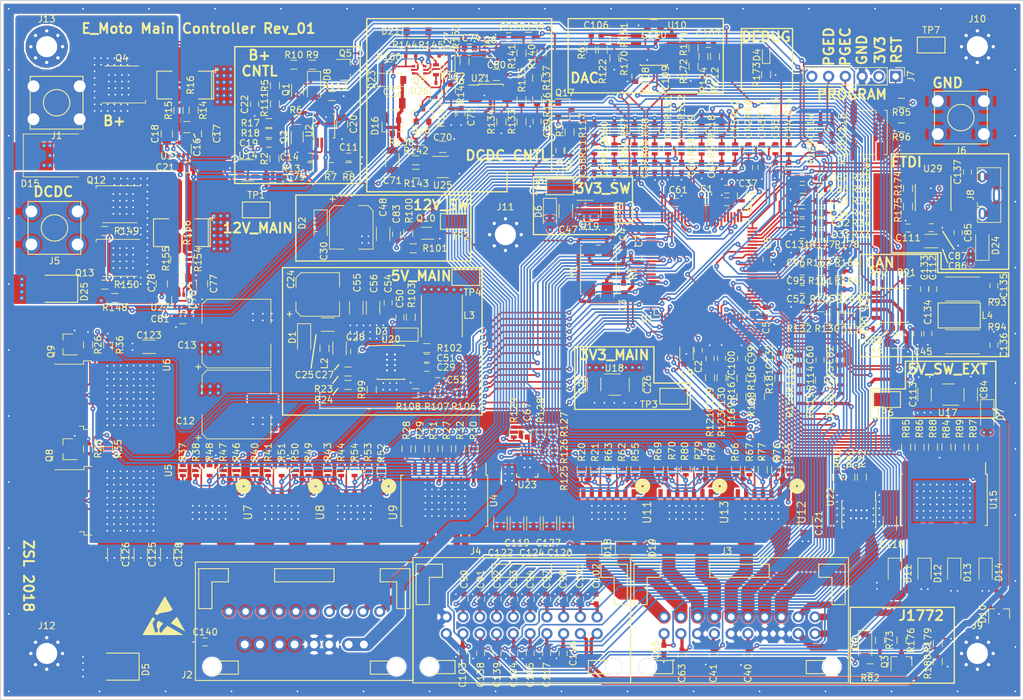
<source format=kicad_pcb>
(kicad_pcb (version 4) (host pcbnew 4.0.7)
  (layers (0 F.Cu signal) (1 In1.Cu power) (2 In2.Cu power) (31 B.Cu signal) (35 F.Paste user) (37 F.SilkS user) (38 B.Mask user) (39 F.Mask user) (44 Edge.Cuts user))
  (net 0 "")
  (net 1 +3V3)
  (net 2 "Net-(C3-Pad1)")
  (net 3 "Net-(C4-Pad1)")
  (net 4 +3.3VA)
  (net 5 "Net-(C9-Pad1)")
  (net 6 "Net-(C11-Pad1)")
  (net 7 "Net-(C14-Pad2)")
  (net 8 "Net-(C16-Pad1)")
  (net 9 "Net-(C16-Pad2)")
  (net 10 "Net-(C19-Pad1)")
  (net 11 +12P)
  (net 12 +3.3VP)
  (net 13 +5V)
  (net 14 /TopLevel/PowerRails/buck_input)
  (net 15 /TopLevel/PowerRails/buck_ss)
  (net 16 "Net-(C30-Pad1)")
  (net 17 RADIATOR_OUTPUT_TEMP_AI)
  (net 18 RADIATOR_INPUT_TEMP_AI)
  (net 19 RADIATOR_OUTPUT_TEMP_OUT)
  (net 20 RADIATOR_INPUT_TEMP_OUT)
  (net 21 /TopLevel/PowerRails/buck_bt)
  (net 22 "Net-(C50-Pad1)")
  (net 23 "Net-(C51-Pad2)")
  (net 24 /TopLevel/PowerRails/buck_fb)
  (net 25 "Net-(C53-Pad1)")
  (net 26 FAN_SPEED_1_OUT)
  (net 27 PUMP_SPEED_1_OUT)
  (net 28 "Net-(C67-Pad1)")
  (net 29 "Net-(C69-Pad1)")
  (net 30 "Net-(C71-Pad1)")
  (net 31 "Net-(C71-Pad2)")
  (net 32 /TopLevel/DCDC/ChargePump)
  (net 33 "Net-(C73-Pad1)")
  (net 34 "Net-(C74-Pad2)")
  (net 35 "Net-(C76-Pad1)")
  (net 36 "Net-(C76-Pad2)")
  (net 37 DIVIDER_EN)
  (net 38 USB_5V)
  (net 39 +12V)
  (net 40 /TopLevel/PowerRails/buck_sw)
  (net 41 HORN_OUT)
  (net 42 PUMP_1_OUT)
  (net 43 "Net-(D8-Pad2)")
  (net 44 STEERING_COLUMN_LOCK_OUT)
  (net 45 CHARGE_PORT_RELEASE_OUT)
  (net 46 CHARGER_CONTACTOR_OUT)
  (net 47 PRECHARGE_RELAY_OUT)
  (net 48 BATTERY_CONTACTOR_OUT)
  (net 49 DCDC_CONTACTOR_OUT)
  (net 50 +BATT)
  (net 51 FAN_1_OUT)
  (net 52 "Net-(D21-Pad1)")
  (net 53 "Net-(D21-Pad2)")
  (net 54 DCDC)
  (net 55 USB_D-)
  (net 56 USB_D+)
  (net 57 "Net-(J8-Pad4)")
  (net 58 AUX_PORT_EN)
  (net 59 "Net-(Q8-Pad3)")
  (net 60 HORN_EN)
  (net 61 "Net-(Q9-Pad3)")
  (net 62 BATT_EN)
  (net 63 "Net-(R12-Pad1)")
  (net 64 "Net-(R20-Pad1)")
  (net 65 "Net-(R21-Pad1)")
  (net 66 DIAG_SELECT)
  (net 67 "Net-(R22-Pad1)")
  (net 68 /TopLevel/PowerRails/buck_uvlo)
  (net 69 "Net-(R27-Pad1)")
  (net 70 TURN_SIGNAL_RR_EN)
  (net 71 "Net-(R28-Pad1)")
  (net 72 TURN_SIGNAL_RL_EN)
  (net 73 "Net-(R29-Pad1)")
  (net 74 TURN_SIGNAL_L_STATUS)
  (net 75 "Net-(R30-Pad1)")
  (net 76 TURN_SIGNAL_FR_EN)
  (net 77 "Net-(R31-Pad1)")
  (net 78 TURN_SGINAL_FL_EN)
  (net 79 "Net-(R32-Pad1)")
  (net 80 TURN_SIGNAL_R_STATUS)
  (net 81 "Net-(R33-Pad1)")
  (net 82 "Net-(R34-Pad1)")
  (net 83 "Net-(R37-Pad1)")
  (net 84 BRAKE_LIGHT_EN)
  (net 85 "Net-(R38-Pad1)")
  (net 86 "Net-(R39-Pad1)")
  (net 87 "Net-(R40-Pad1)")
  (net 88 HEADLIGHT_LO_EN)
  (net 89 "Net-(R41-Pad1)")
  (net 90 "Net-(R42-Pad1)")
  (net 91 "Net-(R43-Pad1)")
  (net 92 HEATED_SEAT_EN)
  (net 93 "Net-(R44-Pad1)")
  (net 94 "Net-(R45-Pad1)")
  (net 95 "Net-(R46-Pad1)")
  (net 96 TAILLIGHT_EN)
  (net 97 "Net-(R47-Pad1)")
  (net 98 DIAG_EN)
  (net 99 "Net-(R49-Pad1)")
  (net 100 HEADLIGHT_HI_EN)
  (net 101 "Net-(R50-Pad1)")
  (net 102 "Net-(R52-Pad1)")
  (net 103 HEATED_GRIPS_EN)
  (net 104 "Net-(R53-Pad1)")
  (net 105 "Net-(R55-Pad1)")
  (net 106 FAN_1_EN)
  (net 107 PUMP_1_EN)
  (net 108 "Net-(R62-Pad1)")
  (net 109 "Net-(R66-Pad1)")
  (net 110 J1772_CONTROLLER_EN)
  (net 111 "Net-(R67-Pad1)")
  (net 112 "Net-(R68-Pad1)")
  (net 113 "Net-(R69-Pad1)")
  (net 114 CHARGE_CONTROLLER_EN)
  (net 115 "Net-(R70-Pad1)")
  (net 116 "Net-(R71-Pad1)")
  (net 117 "Net-(R72-Pad1)")
  (net 118 STEERING_COLUMN_LOCK_EN)
  (net 119 "Net-(R74-Pad1)")
  (net 120 "Net-(R75-Pad1)")
  (net 121 BMS_CONTROLLER_EN)
  (net 122 "Net-(R76-Pad1)")
  (net 123 "Net-(R78-Pad1)")
  (net 124 MOTOR_CONTROLLER_EN)
  (net 125 "Net-(R79-Pad1)")
  (net 126 "Net-(R81-Pad1)")
  (net 127 CHARGE_PORT_RELEASE_EN)
  (net 128 "Net-(R84-Pad1)")
  (net 129 BATTERY_CONTACTOR_EN)
  (net 130 "Net-(R85-Pad1)")
  (net 131 CHARGER_CONTACTOR_EN)
  (net 132 "Net-(R86-Pad1)")
  (net 133 CONTACT_3_4_STATUS)
  (net 134 "Net-(R87-Pad1)")
  (net 135 DCDC_CONTACTOR_EN)
  (net 136 "Net-(R88-Pad1)")
  (net 137 PRECHARGE_RELAY_EN)
  (net 138 "Net-(R89-Pad1)")
  (net 139 CONTACT_1_2_STATUS)
  (net 140 "Net-(R90-Pad1)")
  (net 141 CAN_RX)
  (net 142 "Net-(R91-Pad1)")
  (net 143 CAN_SLEEP)
  (net 144 "Net-(R92-Pad1)")
  (net 145 CAN_TX)
  (net 146 CAN_P)
  (net 147 CAN_N)
  (net 148 ~RESET)
  (net 149 "Net-(R96-Pad1)")
  (net 150 /TopLevel/PowerRails/buck_freq)
  (net 151 BATT_~FAULT)
  (net 152 FAN_SPEED_1_PWM)
  (net 153 PUMP_SPEED_1_PWM)
  (net 154 "Net-(R125-Pad1)")
  (net 155 "Net-(R126-Pad1)")
  (net 156 "Net-(R128-Pad2)")
  (net 157 "Net-(R129-Pad2)")
  (net 158 IC_CONTROLLER_SLEEP)
  (net 159 IC_CONTROLLER_~FLT)
  (net 160 "Net-(R133-Pad2)")
  (net 161 "Net-(R135-Pad1)")
  (net 162 DCDC_EN)
  (net 163 DCDC_~FAULT)
  (net 164 "Net-(R142-Pad2)")
  (net 165 "Net-(R143-Pad2)")
  (net 166 "Net-(R148-Pad2)")
  (net 167 "Net-(R152-Pad1)")
  (net 168 UART_TX)
  (net 169 UART_RX)
  (net 170 "Net-(U1-Pad54)")
  (net 171 PGED)
  (net 172 PGEC)
  (net 173 SW_EN)
  (net 174 TURN_SIGNAL_RL_OUT)
  (net 175 TURN_SIGNAL_FL_OUT)
  (net 176 TURN_SIGNAL_RR_OUT)
  (net 177 TURN_SIGNAL_FR_OUT)
  (net 178 AUX_PORT_OUT)
  (net 179 TAILLIGHT_OUT)
  (net 180 "Net-(U7-Pad11)")
  (net 181 BRAKE_LIGHT_OUT)
  (net 182 "Net-(U7-Pad7)")
  (net 183 HEADLIGHT_HI_OUT)
  (net 184 "Net-(U8-Pad11)")
  (net 185 HEADLIGHT_LO_OUT)
  (net 186 "Net-(U8-Pad7)")
  (net 187 HEATED_GRIPS_OUT)
  (net 188 "Net-(U9-Pad11)")
  (net 189 HEATED_SEAT_OUT)
  (net 190 "Net-(U9-Pad7)")
  (net 191 "Net-(U11-Pad11)")
  (net 192 "Net-(U11-Pad7)")
  (net 193 BMS_CONTROLLER_OUT)
  (net 194 "Net-(U12-Pad11)")
  (net 195 J1772_CONTROLLER_OUT)
  (net 196 "Net-(U12-Pad7)")
  (net 197 MOTOR_CONTROLLER_OUT)
  (net 198 "Net-(U13-Pad11)")
  (net 199 CHARGE_CONTROLLER_OUT)
  (net 200 "Net-(U13-Pad7)")
  (net 201 "Net-(U23-Pad2)")
  (net 202 IC_CONTROLLER_OUT)
  (net 203 "Net-(U29-Pad2)")
  (net 204 "Net-(U29-Pad6)")
  (net 205 "Net-(U29-Pad7)")
  (net 206 "Net-(U29-Pad14)")
  (net 207 "Net-(U29-Pad15)")
  (net 208 "Net-(U29-Pad16)")
  (net 209 GND)
  (net 210 "Net-(Q2-Pad5)")
  (net 211 "Net-(Q6-Pad5)")
  (net 212 "Net-(Q12-Pad4)")
  (net 213 "Net-(Q13-Pad4)")
  (net 214 "Net-(Q10-Pad6)")
  (net 215 /TopLevel/PowerRails/buck_holdup)
  (net 216 "Net-(J7-Pad6)")
  (net 217 "Net-(D26-Pad1)")
  (net 218 "Net-(D26-Pad2)")
  (net 219 "Net-(D27-Pad1)")
  (net 220 "Net-(D27-Pad2)")
  (net 221 "Net-(Q16-Pad2)")
  (net 222 "Net-(C22-Pad2)")
  (net 223 "Net-(C57-Pad2)")
  (net 224 TURN_LEFT_SWITCH_IN)
  (net 225 TURN_RIGHT_SWITCH_IN)
  (net 226 BRIGHTS_SWITCH_IN)
  (net 227 HORN_SWITCH_IN)
  (net 228 "Net-(Q1-Pad5)")
  (net 229 "Net-(Q1-Pad6)")
  (net 230 TURN_LEFT_SWITCH)
  (net 231 TURN_RIGHT_SWITCH)
  (net 232 BRIGHTS_SWITCH)
  (net 233 HORN_SWITCH)
  (net 234 KICKSTAND_SWITCH)
  (net 235 KICKSTAND_SWITCH_IN)
  (net 236 SPARE_SWITCH_1)
  (net 237 SPARE_SWITCH_1_IN)
  (net 238 SPARE_SWITCH_2_IN)
  (net 239 KILL_SWITCH_IN)
  (net 240 IGNITION_SWITCH_IN)
  (net 241 "Net-(U2-Pad7)")
  (net 242 SPARE_SWITCH_2)
  (net 243 INGITION_SWITCH)
  (net 244 KILL_SWITCH)
  (net 245 12V_MONITOR_AI)
  (net 246 BATT_ISENSE_AI)
  (net 247 AUX_PORT_ISENSE_AI)
  (net 248 HORN_ISENSE_AI)
  (net 249 TAILLIGHT_ISENSE_AI)
  (net 250 HEADLIGHT_ISENSE_AI)
  (net 251 HEATER_ISENSE_AI)
  (net 252 ECU_1_ISENSE_AI)
  (net 253 ECU_2_ISENSE_AI)
  (net 254 LOCK_ISENSE_AI)
  (net 255 12P_MONITOR_AI)
  (net 256 IC_CONTROLLER_ISENSE_AI)
  (net 257 DCDC_ISENSE_AI)
  (net 258 /TopLevel/PowerInput/BATT_SHUNT)
  (net 259 THROTTLE_SIGNAL_MONITOR_AI)
  (net 260 FAN_ISENSE_AI)
  (net 261 BRAKE_SWITCH_1_IN)
  (net 262 BRAKE_SWITCH_2_IN)
  (net 263 THROTTLE_SIGNAL)
  (net 264 BRAKE_SWITCH_1)
  (net 265 BRAKE_SWITCH_2)
  (net 266 "Net-(Q2-Pad2)")
  (net 267 "Net-(C106-Pad2)")
  (net 268 DAC_OUT_1)
  (net 269 "Net-(C107-Pad2)")
  (net 270 DAC_OUT_2)
  (net 271 "Net-(C108-Pad1)")
  (net 272 "Net-(C109-Pad1)")
  (net 273 DAC_PWM_1)
  (net 274 DAC_PWM_2)
  (net 275 "Net-(R151-Pad1)")
  (net 276 "Net-(R171-Pad1)")
  (net 277 "Net-(NT1-Pad2)")
  (net 278 "Net-(NT2-Pad2)")
  (net 279 "Net-(NT4-Pad2)")
  (net 280 "Net-(NT3-Pad2)")
  (net 281 "Net-(C111-Pad1)")
  (net 282 "Net-(C112-Pad1)")
  (net 283 "Net-(D4-Pad1)")
  (net 284 DEBUG_LED)
  (net 285 "Net-(R174-Pad2)")
  (net 286 "Net-(R175-Pad2)")
  (net 287 "Net-(Q17-Pad3)")
  (net 288 +5VP)
  (net 289 "Net-(C114-Pad1)")
  (net 290 "Net-(C115-Pad1)")
  (net 291 "Net-(U1-Pad38)")
  (net 292 "Net-(C47-Pad1)")
  (net 293 "Net-(C84-Pad1)")
  (net 294 /TopLevel/DCDC/DCDC_SHUNT)
  (net 295 PILOT_MONITOR_AI)
  (net 296 PROXIMITY_MONITOR_AI)
  (net 297 "Net-(D9-Pad1)")
  (net 298 "Net-(Q3-Pad1)")
  (net 299 "Net-(Q3-Pad3)")
  (net 300 PILOT_EN)
  (net 301 1V65_REF)
  (net 302 PILOT)
  (net 303 PROXIMITY)
  (net 304 /TopLevel/Communication/CAN_FILT_P)
  (net 305 /TopLevel/Communication/CAN_FILT_N)
  (net 306 "Net-(C137-Pad1)")
  (net 307 "Net-(Q5-Pad3)")
  (module Capacitors_SMD:C_0603 (layer F.Cu) (at 173.95 107.548999 270)
    (fp_text reference C45 (at 2.701001 -0.8 540) (layer F.SilkS))
    (fp_text value 10nF)
    (pad 2 smd rect (at 0.75 0 270) (size 0.8 0.75) (layers F.Cu F.Paste F.Mask) (net 209 GND))
    (pad 1 smd rect (at -0.75 0 270) (size 0.8 0.75) (layers F.Cu F.Paste F.Mask) (net 1 +3V3))
  )
  (module Capacitors_SMD:C_0603 (layer F.Cu) (at 156.464 83.844 180)
    (fp_text reference C62 (at -5.588 0 180) (layer F.SilkS))
    (fp_text value 10nF)
    (pad 2 smd rect (at 0.75 0 180) (size 0.8 0.75) (layers F.Cu F.Paste F.Mask) (net 209 GND))
    (pad 1 smd rect (at -0.75 0 180) (size 0.8 0.75) (layers F.Cu F.Paste F.Mask) (net 260 FAN_ISENSE_AI))
  )
  (module Crystals:Crystal_SMD_7050-4pin_7.0x5.0mm (layer F.Cu) (at 125.584 97.79 90)
    (fp_text reference Y1 (at -0.254 -3.7 90) (layer F.SilkS))
    (fp_text value 8MHz)
    (pad 1 smd rect (at -2.95 1.35 90) (size 2.1 1.7) (layers F.Cu F.Paste F.Mask) (net 2 "Net-(C3-Pad1)"))
    (pad 2 smd rect (at 2.95 1.35 90) (size 2.1 1.7) (layers F.Cu F.Paste F.Mask) (net 209 GND))
    (pad 3 smd rect (at 2.95 -1.35 90) (size 2.1 1.7) (layers F.Cu F.Paste F.Mask) (net 3 "Net-(C4-Pad1)"))
    (pad 4 smd rect (at -2.95 -1.35 90) (size 2.1 1.7) (layers F.Cu F.Paste F.Mask) (net 209 GND))
  )
  (module Housings_SSOP:SSOP-16_3.9x4.9mm_Pitch0.635mm (layer F.Cu) (at 176.276 86.868 270)
    (fp_text reference U29 (at -4.368 0.026 360) (layer F.SilkS))
    (fp_text value FT230X)
    (pad 1 smd rect (at -2.6 -2.2225 270) (size 1.2 0.4) (layers F.Cu F.Paste F.Mask) (net 169 UART_RX))
    (pad 2 smd rect (at -2.6 -1.5875 270) (size 1.2 0.4) (layers F.Cu F.Paste F.Mask) (net 203 "Net-(U29-Pad2)"))
    (pad 3 smd rect (at -2.6 -0.9525 270) (size 1.2 0.4) (layers F.Cu F.Paste F.Mask) (net 281 "Net-(C111-Pad1)"))
    (pad 4 smd rect (at -2.6 -0.3175 270) (size 1.2 0.4) (layers F.Cu F.Paste F.Mask) (net 168 UART_TX))
    (pad 5 smd rect (at -2.6 0.3175 270) (size 1.2 0.4) (layers F.Cu F.Paste F.Mask) (net 209 GND))
    (pad 6 smd rect (at -2.6 0.9525 270) (size 1.2 0.4) (layers F.Cu F.Paste F.Mask) (net 204 "Net-(U29-Pad6)"))
    (pad 7 smd rect (at -2.6 1.5875 270) (size 1.2 0.4) (layers F.Cu F.Paste F.Mask) (net 205 "Net-(U29-Pad7)"))
    (pad 8 smd rect (at -2.6 2.2225 270) (size 1.2 0.4) (layers F.Cu F.Paste F.Mask) (net 285 "Net-(R174-Pad2)"))
    (pad 9 smd rect (at 2.6 2.2225 270) (size 1.2 0.4) (layers F.Cu F.Paste F.Mask) (net 286 "Net-(R175-Pad2)"))
    (pad 10 smd rect (at 2.6 1.5875 270) (size 1.2 0.4) (layers F.Cu F.Paste F.Mask) (net 281 "Net-(C111-Pad1)"))
    (pad 11 smd rect (at 2.6 0.9525 270) (size 1.2 0.4) (layers F.Cu F.Paste F.Mask) (net 281 "Net-(C111-Pad1)"))
    (pad 12 smd rect (at 2.6 0.3175 270) (size 1.2 0.4) (layers F.Cu F.Paste F.Mask) (net 38 USB_5V))
    (pad 13 smd rect (at 2.6 -0.3175 270) (size 1.2 0.4) (layers F.Cu F.Paste F.Mask) (net 209 GND))
    (pad 14 smd rect (at 2.6 -0.9525 270) (size 1.2 0.4) (layers F.Cu F.Paste F.Mask) (net 206 "Net-(U29-Pad14)"))
    (pad 15 smd rect (at 2.6 -1.5875 270) (size 1.2 0.4) (layers F.Cu F.Paste F.Mask) (net 207 "Net-(U29-Pad15)"))
    (pad 16 smd rect (at 2.6 -2.2225 270) (size 1.2 0.4) (layers F.Cu F.Paste F.Mask) (net 208 "Net-(U29-Pad16)"))
  )
  (module TO_SOT_Packages_SMD:SOT-363_SC-70-6 (layer F.Cu) (at 62.103 102.55 90)
    (fp_text reference U27 (at -0.955 -2.921 180) (layer F.SilkS))
    (fp_text value INA21x)
    (pad 1 smd rect (at -0.95 -0.65 90) (size 0.65 0.4) (layers F.Cu F.Paste F.Mask) (net 301 1V65_REF))
    (pad 3 smd rect (at -0.95 0.65 90) (size 0.65 0.4) (layers F.Cu F.Paste F.Mask) (net 11 +12P))
    (pad 5 smd rect (at 0.95 0 90) (size 0.65 0.4) (layers F.Cu F.Paste F.Mask) (net 35 "Net-(C76-Pad1)"))
    (pad 2 smd rect (at -0.95 0 90) (size 0.65 0.4) (layers F.Cu F.Paste F.Mask) (net 209 GND))
    (pad 4 smd rect (at 0.95 0.65 90) (size 0.65 0.4) (layers F.Cu F.Paste F.Mask) (net 36 "Net-(C76-Pad2)"))
    (pad 6 smd rect (at 0.95 -0.65 90) (size 0.65 0.4) (layers F.Cu F.Paste F.Mask) (net 167 "Net-(R152-Pad1)"))
  )
  (module TO_SOT_Packages_SMD:SOT-23-6 (layer F.Cu) (at 101.993 82.244)
    (fp_text reference U25 (at 0.007 2.756) (layer F.SilkS))
    (fp_text value UCC27511A-Q1)
    (pad 1 smd rect (at -1.1 -0.95) (size 1.06 0.65) (layers F.Cu F.Paste F.Mask) (net 11 +12P))
    (pad 2 smd rect (at -1.1 0) (size 1.06 0.65) (layers F.Cu F.Paste F.Mask) (net 164 "Net-(R142-Pad2)"))
    (pad 3 smd rect (at -1.1 0.95) (size 1.06 0.65) (layers F.Cu F.Paste F.Mask) (net 165 "Net-(R143-Pad2)"))
    (pad 4 smd rect (at 1.1 0.95) (size 1.06 0.65) (layers F.Cu F.Paste F.Mask) (net 209 GND))
    (pad 6 smd rect (at 1.1 -0.95) (size 1.06 0.65) (layers F.Cu F.Paste F.Mask) (net 161 "Net-(R135-Pad1)"))
    (pad 5 smd rect (at 1.1 0) (size 1.06 0.65) (layers F.Cu F.Paste F.Mask) (net 209 GND))
  )
  (module Housings_DFN_QFN:QFN-20-1EP_3x4mm_Pitch0.5mm (layer F.Cu) (at 114.805 127.131)
    (fp_text reference U23 (at 0 3.298) (layer F.SilkS))
    (fp_text value tps25940-q1)
    (pad 1 smd rect (at -1.4 -1.25) (size 0.7 0.25) (layers F.Cu F.Paste F.Mask) (net 158 IC_CONTROLLER_SLEEP))
    (pad 2 smd rect (at -1.4 -0.75) (size 0.7 0.25) (layers F.Cu F.Paste F.Mask) (net 201 "Net-(U23-Pad2)"))
    (pad 3 smd rect (at -1.4 -0.25) (size 0.7 0.25) (layers F.Cu F.Paste F.Mask) (net 209 GND))
    (pad 4 smd rect (at -1.4 0.25) (size 0.7 0.25) (layers F.Cu F.Paste F.Mask) (net 202 IC_CONTROLLER_OUT))
    (pad 5 smd rect (at -1.4 0.75) (size 0.7 0.25) (layers F.Cu F.Paste F.Mask) (net 202 IC_CONTROLLER_OUT))
    (pad 6 smd rect (at -1.4 1.25) (size 0.7 0.25) (layers F.Cu F.Paste F.Mask) (net 202 IC_CONTROLLER_OUT))
    (pad 7 smd rect (at -0.75 1.9 90) (size 0.7 0.25) (layers F.Cu F.Paste F.Mask) (net 202 IC_CONTROLLER_OUT))
    (pad 8 smd rect (at -0.25 1.9 90) (size 0.7 0.25) (layers F.Cu F.Paste F.Mask) (net 202 IC_CONTROLLER_OUT))
    (pad 9 smd rect (at 0.25 1.9 90) (size 0.7 0.25) (layers F.Cu F.Paste F.Mask) (net 39 +12V))
    (pad 10 smd rect (at 0.75 1.9 90) (size 0.7 0.25) (layers F.Cu F.Paste F.Mask) (net 39 +12V))
    (pad 11 smd rect (at 1.4 1.25) (size 0.7 0.25) (layers F.Cu F.Paste F.Mask) (net 39 +12V))
    (pad 12 smd rect (at 1.4 0.75) (size 0.7 0.25) (layers F.Cu F.Paste F.Mask) (net 39 +12V))
    (pad 13 smd rect (at 1.4 0.25) (size 0.7 0.25) (layers F.Cu F.Paste F.Mask) (net 39 +12V))
    (pad 14 smd rect (at 1.4 -0.25) (size 0.7 0.25) (layers F.Cu F.Paste F.Mask) (net 154 "Net-(R125-Pad1)"))
    (pad 15 smd rect (at 1.4 -0.75) (size 0.7 0.25) (layers F.Cu F.Paste F.Mask) (net 155 "Net-(R126-Pad1)"))
    (pad 16 smd rect (at 1.4 -1.25) (size 0.7 0.25) (layers F.Cu F.Paste F.Mask) (net 209 GND))
    (pad 17 smd rect (at 0.75 -1.9 90) (size 0.7 0.25) (layers F.Cu F.Paste F.Mask) (net 156 "Net-(R128-Pad2)"))
    (pad 18 smd rect (at 0.25 -1.9 90) (size 0.7 0.25) (layers F.Cu F.Paste F.Mask) (net 28 "Net-(C67-Pad1)"))
    (pad 19 smd rect (at -0.25 -1.9 90) (size 0.7 0.25) (layers F.Cu F.Paste F.Mask) (net 157 "Net-(R129-Pad2)"))
    (pad 20 smd rect (at -0.75 -1.9 90) (size 0.7 0.25) (layers F.Cu F.Paste F.Mask) (net 159 IC_CONTROLLER_~FLT))
    (pad 21 smd rect (at 0.4125 0.6625) (size 0.825 1.325) (layers F.Cu F.Paste F.Mask) (net 209 GND))
    (pad 21 smd rect (at 0.4125 -0.6625) (size 0.825 1.325) (layers F.Cu F.Paste F.Mask) (net 209 GND))
    (pad 21 smd rect (at -0.4125 0.6625) (size 0.825 1.325) (layers F.Cu F.Paste F.Mask) (net 209 GND))
    (pad 21 smd rect (at -0.4125 -0.6625) (size 0.825 1.325) (layers F.Cu F.Paste F.Mask) (net 209 GND))
  )
  (module TO_SOT_Packages_SMD:SOT-23-5 (layer F.Cu) (at 123.868 88.9)
    (fp_text reference U19 (at 0.382 2.35) (layer F.SilkS))
    (fp_text value TPS70933QDBVRQ1)
    (pad 1 smd rect (at -1.1 -0.95) (size 1.06 0.65) (layers F.Cu F.Paste F.Mask) (net 292 "Net-(C47-Pad1)"))
    (pad 2 smd rect (at -1.1 0) (size 1.06 0.65) (layers F.Cu F.Paste F.Mask) (net 209 GND))
    (pad 3 smd rect (at -1.1 0.95) (size 1.06 0.65) (layers F.Cu F.Paste F.Mask) (net 173 SW_EN))
    (pad 4 smd rect (at 1.1 0.95) (size 1.06 0.65) (layers F.Cu F.Paste F.Mask))
    (pad 5 smd rect (at 1.1 -0.95) (size 1.06 0.65) (layers F.Cu F.Paste F.Mask) (net 12 +3.3VP))
  )
  (module TO_SOT_Packages_SMD:SOT-23-5 (layer F.Cu) (at 128.064 115.232)
    (fp_text reference U18 (at -0.064 -2.482) (layer F.SilkS))
    (fp_text value TPS70933QDBVRQ1)
    (pad 1 smd rect (at -1.1 -0.95) (size 1.06 0.65) (layers F.Cu F.Paste F.Mask) (net 13 +5V))
    (pad 2 smd rect (at -1.1 0) (size 1.06 0.65) (layers F.Cu F.Paste F.Mask) (net 209 GND))
    (pad 3 smd rect (at -1.1 0.95) (size 1.06 0.65) (layers F.Cu F.Paste F.Mask) (net 13 +5V))
    (pad 4 smd rect (at 1.1 0.95) (size 1.06 0.65) (layers F.Cu F.Paste F.Mask))
    (pad 5 smd rect (at 1.1 -0.95) (size 1.06 0.65) (layers F.Cu F.Paste F.Mask) (net 1 +3V3))
  )
  (module Housings_SOIC:SOIC-8_3.9x4.9mm_Pitch1.27mm (layer F.Cu) (at 170.45 103.212998)
    (fp_text reference U16 (at -4.45 -0.712998 90) (layer F.SilkS))
    (fp_text value MCP2562-H/SN)
    (pad 1 smd rect (at -2.7 -1.905) (size 1.55 0.6) (layers F.Cu F.Paste F.Mask) (net 144 "Net-(R92-Pad1)"))
    (pad 2 smd rect (at -2.7 -0.635) (size 1.55 0.6) (layers F.Cu F.Paste F.Mask) (net 209 GND))
    (pad 3 smd rect (at -2.7 0.635) (size 1.55 0.6) (layers F.Cu F.Paste F.Mask) (net 13 +5V))
    (pad 4 smd rect (at -2.7 1.905) (size 1.55 0.6) (layers F.Cu F.Paste F.Mask) (net 140 "Net-(R90-Pad1)"))
    (pad 5 smd rect (at 2.7 1.905) (size 1.55 0.6) (layers F.Cu F.Paste F.Mask) (net 1 +3V3))
    (pad 6 smd rect (at 2.7 0.635) (size 1.55 0.6) (layers F.Cu F.Paste F.Mask) (net 305 /TopLevel/Communication/CAN_FILT_N))
    (pad 7 smd rect (at 2.7 -0.635) (size 1.55 0.6) (layers F.Cu F.Paste F.Mask) (net 304 /TopLevel/Communication/CAN_FILT_P))
    (pad 8 smd rect (at 2.7 -1.905) (size 1.55 0.6) (layers F.Cu F.Paste F.Mask) (net 142 "Net-(R91-Pad1)"))
  )
  (module Housings_SOIC:SOIC-20W_7.5x12.8mm_Pitch1.27mm (layer F.Cu) (at 177.927 132.716 270)
    (fp_text reference U15 (at 0 -7.5 270) (layer F.SilkS))
    (fp_text value BTS716G)
    (pad 1 smd rect (at -4.7 -5.715 270) (size 1.95 0.6) (layers F.Cu F.Paste F.Mask) (net 39 +12V))
    (pad 2 smd rect (at -4.7 -4.445 270) (size 1.95 0.6) (layers F.Cu F.Paste F.Mask) (net 209 GND))
    (pad 3 smd rect (at -4.7 -3.175 270) (size 1.95 0.6) (layers F.Cu F.Paste F.Mask) (net 134 "Net-(R87-Pad1)"))
    (pad 4 smd rect (at -4.7 -1.905 270) (size 1.95 0.6) (layers F.Cu F.Paste F.Mask) (net 138 "Net-(R89-Pad1)"))
    (pad 5 smd rect (at -4.7 -0.635 270) (size 1.95 0.6) (layers F.Cu F.Paste F.Mask) (net 128 "Net-(R84-Pad1)"))
    (pad 6 smd rect (at -4.7 0.635 270) (size 1.95 0.6) (layers F.Cu F.Paste F.Mask) (net 209 GND))
    (pad 7 smd rect (at -4.7 1.905 270) (size 1.95 0.6) (layers F.Cu F.Paste F.Mask) (net 136 "Net-(R88-Pad1)"))
    (pad 8 smd rect (at -4.7 3.175 270) (size 1.95 0.6) (layers F.Cu F.Paste F.Mask) (net 132 "Net-(R86-Pad1)"))
    (pad 9 smd rect (at -4.7 4.445 270) (size 1.95 0.6) (layers F.Cu F.Paste F.Mask) (net 130 "Net-(R85-Pad1)"))
    (pad 10 smd rect (at -4.7 5.715 270) (size 1.95 0.6) (layers F.Cu F.Paste F.Mask) (net 39 +12V))
    (pad 11 smd rect (at 4.7 5.715 270) (size 1.95 0.6) (layers F.Cu F.Paste F.Mask) (net 39 +12V))
    (pad 12 smd rect (at 4.7 4.445 270) (size 1.95 0.6) (layers F.Cu F.Paste F.Mask) (net 39 +12V))
    (pad 13 smd rect (at 4.7 3.175 270) (size 1.95 0.6) (layers F.Cu F.Paste F.Mask) (net 46 CHARGER_CONTACTOR_OUT))
    (pad 14 smd rect (at 4.7 1.905 270) (size 1.95 0.6) (layers F.Cu F.Paste F.Mask) (net 47 PRECHARGE_RELAY_OUT))
    (pad 15 smd rect (at 4.7 0.635 270) (size 1.95 0.6) (layers F.Cu F.Paste F.Mask) (net 39 +12V))
    (pad 16 smd rect (at 4.7 -0.635 270) (size 1.95 0.6) (layers F.Cu F.Paste F.Mask) (net 39 +12V))
    (pad 17 smd rect (at 4.7 -1.905 270) (size 1.95 0.6) (layers F.Cu F.Paste F.Mask) (net 48 BATTERY_CONTACTOR_OUT))
    (pad 18 smd rect (at 4.7 -3.175 270) (size 1.95 0.6) (layers F.Cu F.Paste F.Mask) (net 49 DCDC_CONTACTOR_OUT))
    (pad 19 smd rect (at 4.7 -4.445 270) (size 1.95 0.6) (layers F.Cu F.Paste F.Mask) (net 39 +12V))
    (pad 20 smd rect (at 4.7 -5.715 270) (size 1.95 0.6) (layers F.Cu F.Paste F.Mask) (net 39 +12V))
  )
  (module TO_SOT_Packages_SMD:TO-220-7Lead_TabPin8 (layer F.Cu) (at 51.241 116.84)
    (fp_text reference U6 (at 8.957 -4.572 90) (layer F.SilkS))
    (fp_text value BTS500801TMAATMA1)
    (pad 8 smd rect (at 3.375 0) (size 9.4 10.8) (layers F.Cu F.Mask) (net 39 +12V))
    (pad 6 smd rect (at -5.775 2.54) (size 4.6 0.8) (layers F.Cu F.Paste F.Mask) (net 41 HORN_OUT))
    (pad 5 smd rect (at -5.775 1.27) (size 4.6 0.8) (layers F.Cu F.Paste F.Mask) (net 82 "Net-(R34-Pad1)"))
    (pad 3 smd rect (at -5.775 -1.27) (size 4.6 0.8) (layers F.Cu F.Paste F.Mask) (net 61 "Net-(Q9-Pad3)"))
    (pad 2 smd rect (at -5.775 -2.54) (size 4.6 0.8) (layers F.Cu F.Paste F.Mask) (net 41 HORN_OUT))
    (pad 1 smd rect (at -5.775 -3.81) (size 4.6 0.8) (layers F.Cu F.Paste F.Mask) (net 41 HORN_OUT))
    (pad 4 smd rect (at -5.775 0) (size 4.6 0.8) (layers F.Cu F.Paste F.Mask) (net 39 +12V))
    (pad 7 smd rect (at -5.775 3.81) (size 4.6 0.8) (layers F.Cu F.Paste F.Mask) (net 41 HORN_OUT))
    (pad 8 smd rect (at 1 -2.75) (size 4.6 5.3) (layers F.Cu F.Paste) (net 39 +12V))
    (pad 8 smd rect (at 5.75 -2.75) (size 4.6 5.3) (layers F.Cu F.Paste) (net 39 +12V))
    (pad 8 smd rect (at 5.75 2.75) (size 4.6 5.3) (layers F.Cu F.Paste) (net 39 +12V))
    (pad 8 smd rect (at 1 2.75) (size 4.6 5.3) (layers F.Cu F.Paste) (net 39 +12V))
  )
  (module TO_SOT_Packages_SMD:TO-220-7Lead_TabPin8 (layer F.Cu) (at 51.308 132.842)
    (fp_text reference U5 (at 9.144 -4.572 90) (layer F.SilkS))
    (fp_text value BTS500801TMAATMA1)
    (pad 8 smd rect (at 3.375 0) (size 9.4 10.8) (layers F.Cu F.Mask) (net 39 +12V))
    (pad 6 smd rect (at -5.775 2.54) (size 4.6 0.8) (layers F.Cu F.Paste F.Mask) (net 178 AUX_PORT_OUT))
    (pad 5 smd rect (at -5.775 1.27) (size 4.6 0.8) (layers F.Cu F.Paste F.Mask) (net 81 "Net-(R33-Pad1)"))
    (pad 3 smd rect (at -5.775 -1.27) (size 4.6 0.8) (layers F.Cu F.Paste F.Mask) (net 59 "Net-(Q8-Pad3)"))
    (pad 2 smd rect (at -5.775 -2.54) (size 4.6 0.8) (layers F.Cu F.Paste F.Mask) (net 178 AUX_PORT_OUT))
    (pad 1 smd rect (at -5.775 -3.81) (size 4.6 0.8) (layers F.Cu F.Paste F.Mask) (net 178 AUX_PORT_OUT))
    (pad 4 smd rect (at -5.775 0) (size 4.6 0.8) (layers F.Cu F.Paste F.Mask) (net 39 +12V))
    (pad 7 smd rect (at -5.775 3.81) (size 4.6 0.8) (layers F.Cu F.Paste F.Mask) (net 178 AUX_PORT_OUT))
    (pad 8 smd rect (at 1 -2.75) (size 4.6 5.3) (layers F.Cu F.Paste) (net 39 +12V))
    (pad 8 smd rect (at 5.75 -2.75) (size 4.6 5.3) (layers F.Cu F.Paste) (net 39 +12V))
    (pad 8 smd rect (at 5.75 2.75) (size 4.6 5.3) (layers F.Cu F.Paste) (net 39 +12V))
    (pad 8 smd rect (at 1 2.75) (size 4.6 5.3) (layers F.Cu F.Paste) (net 39 +12V))
  )
  (module Housings_SOIC:SOIC-20W_7.5x12.8mm_Pitch1.27mm (layer F.Cu) (at 102.235 132.841 270)
    (fp_text reference U4 (at 0 -7.5 270) (layer F.SilkS))
    (fp_text value BTS716G)
    (pad 1 smd rect (at -4.7 -5.715 270) (size 1.95 0.6) (layers F.Cu F.Paste F.Mask) (net 39 +12V))
    (pad 2 smd rect (at -4.7 -4.445 270) (size 1.95 0.6) (layers F.Cu F.Paste F.Mask) (net 209 GND))
    (pad 3 smd rect (at -4.7 -3.175 270) (size 1.95 0.6) (layers F.Cu F.Paste F.Mask) (net 75 "Net-(R30-Pad1)"))
    (pad 4 smd rect (at -4.7 -1.905 270) (size 1.95 0.6) (layers F.Cu F.Paste F.Mask) (net 79 "Net-(R32-Pad1)"))
    (pad 5 smd rect (at -4.7 -0.635 270) (size 1.95 0.6) (layers F.Cu F.Paste F.Mask) (net 69 "Net-(R27-Pad1)"))
    (pad 6 smd rect (at -4.7 0.635 270) (size 1.95 0.6) (layers F.Cu F.Paste F.Mask) (net 209 GND))
    (pad 7 smd rect (at -4.7 1.905 270) (size 1.95 0.6) (layers F.Cu F.Paste F.Mask) (net 77 "Net-(R31-Pad1)"))
    (pad 8 smd rect (at -4.7 3.175 270) (size 1.95 0.6) (layers F.Cu F.Paste F.Mask) (net 73 "Net-(R29-Pad1)"))
    (pad 9 smd rect (at -4.7 4.445 270) (size 1.95 0.6) (layers F.Cu F.Paste F.Mask) (net 71 "Net-(R28-Pad1)"))
    (pad 10 smd rect (at -4.7 5.715 270) (size 1.95 0.6) (layers F.Cu F.Paste F.Mask) (net 39 +12V))
    (pad 11 smd rect (at 4.7 5.715 270) (size 1.95 0.6) (layers F.Cu F.Paste F.Mask) (net 39 +12V))
    (pad 12 smd rect (at 4.7 4.445 270) (size 1.95 0.6) (layers F.Cu F.Paste F.Mask) (net 39 +12V))
    (pad 13 smd rect (at 4.7 3.175 270) (size 1.95 0.6) (layers F.Cu F.Paste F.Mask) (net 174 TURN_SIGNAL_RL_OUT))
    (pad 14 smd rect (at 4.7 1.905 270) (size 1.95 0.6) (layers F.Cu F.Paste F.Mask) (net 175 TURN_SIGNAL_FL_OUT))
    (pad 15 smd rect (at 4.7 0.635 270) (size 1.95 0.6) (layers F.Cu F.Paste F.Mask) (net 39 +12V))
    (pad 16 smd rect (at 4.7 -0.635 270) (size 1.95 0.6) (layers F.Cu F.Paste F.Mask) (net 39 +12V))
    (pad 17 smd rect (at 4.7 -1.905 270) (size 1.95 0.6) (layers F.Cu F.Paste F.Mask) (net 176 TURN_SIGNAL_RR_OUT))
    (pad 18 smd rect (at 4.7 -3.175 270) (size 1.95 0.6) (layers F.Cu F.Paste F.Mask) (net 177 TURN_SIGNAL_FR_OUT))
    (pad 19 smd rect (at 4.7 -4.445 270) (size 1.95 0.6) (layers F.Cu F.Paste F.Mask) (net 39 +12V))
    (pad 20 smd rect (at 4.7 -5.715 270) (size 1.95 0.6) (layers F.Cu F.Paste F.Mask) (net 39 +12V))
  )
  (module TO_SOT_Packages_SMD:SOT-363_SC-70-6 (layer F.Cu) (at 62.738 79.502 90)
    (fp_text reference U3 (at -1.082 -2.54 180) (layer F.SilkS))
    (fp_text value INA21x)
    (pad 1 smd rect (at -0.95 -0.65 90) (size 0.65 0.4) (layers F.Cu F.Paste F.Mask) (net 301 1V65_REF))
    (pad 3 smd rect (at -0.95 0.65 90) (size 0.65 0.4) (layers F.Cu F.Paste F.Mask) (net 11 +12P))
    (pad 5 smd rect (at 0.95 0 90) (size 0.65 0.4) (layers F.Cu F.Paste F.Mask) (net 8 "Net-(C16-Pad1)"))
    (pad 2 smd rect (at -0.95 0 90) (size 0.65 0.4) (layers F.Cu F.Paste F.Mask) (net 209 GND))
    (pad 4 smd rect (at 0.95 0.65 90) (size 0.65 0.4) (layers F.Cu F.Paste F.Mask) (net 9 "Net-(C16-Pad2)"))
    (pad 6 smd rect (at 0.95 -0.65 90) (size 0.65 0.4) (layers F.Cu F.Paste F.Mask) (net 63 "Net-(R12-Pad1)"))
  )
  (module Resistors_SMD:R_0603 (layer F.Cu) (at 93.853 67.004)
    (fp_text reference R160 (at 0 -1.45) (layer F.SilkS))
    (fp_text value 1k)
    (pad 1 smd rect (at -0.75 0) (size 0.5 0.9) (layers F.Cu F.Paste F.Mask) (net 32 /TopLevel/DCDC/ChargePump))
    (pad 2 smd rect (at 0.75 0) (size 0.5 0.9) (layers F.Cu F.Paste F.Mask) (net 52 "Net-(D21-Pad1)"))
  )
  (module Resistors_SMD:R_0603 (layer F.Cu) (at 156.122 117.336 90)
    (fp_text reference R159 (at -1.016 -1.524 90) (layer F.SilkS))
    (fp_text value 100k)
    (pad 1 smd rect (at -0.75 0 90) (size 0.5 0.9) (layers F.Cu F.Paste F.Mask) (net 12 +3.3VP))
    (pad 2 smd rect (at 0.75 0 90) (size 0.5 0.9) (layers F.Cu F.Paste F.Mask) (net 234 KICKSTAND_SWITCH))
  )
  (module Resistors_SMD:R_0603 (layer F.Cu) (at 61.468 96.266 270)
    (fp_text reference R155 (at -0.127 1.397 270) (layer F.SilkS))
    (fp_text value 10R)
    (pad 1 smd rect (at -0.75 0 270) (size 0.5 0.9) (layers F.Cu F.Paste F.Mask) (net 280 "Net-(NT3-Pad2)"))
    (pad 2 smd rect (at 0.75 0 270) (size 0.5 0.9) (layers F.Cu F.Paste F.Mask) (net 35 "Net-(C76-Pad1)"))
  )
  (module Resistors_SMD:R_0603 (layer F.Cu) (at 63.5 96.266 270)
    (fp_text reference R154 (at 0 -1.45 270) (layer F.SilkS))
    (fp_text value 10R)
    (pad 1 smd rect (at -0.75 0 270) (size 0.5 0.9) (layers F.Cu F.Paste F.Mask) (net 279 "Net-(NT4-Pad2)"))
    (pad 2 smd rect (at 0.75 0 270) (size 0.5 0.9) (layers F.Cu F.Paste F.Mask) (net 36 "Net-(C76-Pad2)"))
  )
  (module Resistors_SMD:R_0603 (layer F.Cu) (at 105.295 66.242 90)
    (fp_text reference R153 (at 3.742 -1.27 90) (layer F.SilkS))
    (fp_text value 10k)
    (pad 1 smd rect (at -0.75 0 90) (size 0.5 0.9) (layers F.Cu F.Paste F.Mask) (net 167 "Net-(R152-Pad1)"))
    (pad 2 smd rect (at 0.75 0 90) (size 0.5 0.9) (layers F.Cu F.Paste F.Mask) (net 34 "Net-(C74-Pad2)"))
  )
  (module Resistors_SMD:R_0603 (layer F.Cu) (at 138.176 79.49 270)
    (fp_text reference R152 (at -6.338 0 270) (layer F.SilkS))
    (fp_text value 10k)
    (pad 1 smd rect (at -0.75 0 270) (size 0.5 0.9) (layers F.Cu F.Paste F.Mask) (net 167 "Net-(R152-Pad1)"))
    (pad 2 smd rect (at 0.75 0 270) (size 0.5 0.9) (layers F.Cu F.Paste F.Mask) (net 257 DCDC_ISENSE_AI))
  )
  (module Resistors_SMD:R_0603 (layer F.Cu) (at 50.788 100.076 180)
    (fp_text reference R150 (at -3.314 0 360) (layer F.SilkS))
    (fp_text value 10R)
    (pad 1 smd rect (at -0.75 0 180) (size 0.5 0.9) (layers F.Cu F.Paste F.Mask) (net 166 "Net-(R148-Pad2)"))
    (pad 2 smd rect (at 0.75 0 180) (size 0.5 0.9) (layers F.Cu F.Paste F.Mask) (net 213 "Net-(Q13-Pad4)"))
  )
  (module Resistors_SMD:R_0603 (layer F.Cu) (at 50.788 91.948 180)
    (fp_text reference R149 (at -3.314 0 360) (layer F.SilkS))
    (fp_text value 10R)
    (pad 1 smd rect (at -0.75 0 180) (size 0.5 0.9) (layers F.Cu F.Paste F.Mask) (net 166 "Net-(R148-Pad2)"))
    (pad 2 smd rect (at 0.75 0 180) (size 0.5 0.9) (layers F.Cu F.Paste F.Mask) (net 212 "Net-(Q12-Pad4)"))
  )
  (module Resistors_SMD:R_0603 (layer F.Cu) (at 52.324 102.108 180)
    (fp_text reference R148 (at 0 -1.45 180) (layer F.SilkS))
    (fp_text value 10R)
    (pad 1 smd rect (at -0.75 0 180) (size 0.5 0.9) (layers F.Cu F.Paste F.Mask) (net 52 "Net-(D21-Pad1)"))
    (pad 2 smd rect (at 0.75 0 180) (size 0.5 0.9) (layers F.Cu F.Paste F.Mask) (net 166 "Net-(R148-Pad2)"))
  )
  (module Resistors_SMD:R_0603 (layer F.Cu) (at 103.263 74.128 270)
    (fp_text reference R147 (at 0.242 1.524 270) (layer F.SilkS))
    (fp_text value 100k)
    (pad 1 smd rect (at -0.75 0 270) (size 0.5 0.9) (layers F.Cu F.Paste F.Mask) (net 33 "Net-(C73-Pad1)"))
    (pad 2 smd rect (at 0.75 0 270) (size 0.5 0.9) (layers F.Cu F.Paste F.Mask) (net 209 GND))
  )
  (module Resistors_SMD:R_0603 (layer F.Cu) (at 103.263 70.572 270)
    (fp_text reference R146 (at 0.242 -1.45 270) (layer F.SilkS))
    (fp_text value 10k)
    (pad 1 smd rect (at -0.75 0 270) (size 0.5 0.9) (layers F.Cu F.Paste F.Mask) (net 12 +3.3VP))
    (pad 2 smd rect (at 0.75 0 270) (size 0.5 0.9) (layers F.Cu F.Paste F.Mask) (net 33 "Net-(C73-Pad1)"))
  )
  (module Resistors_SMD:R_0603 (layer F.Cu) (at 100.711 65.226)
    (fp_text reference R145 (at -0.496 -1.45) (layer F.SilkS))
    (fp_text value 10k)
    (pad 1 smd rect (at -0.75 0) (size 0.5 0.9) (layers F.Cu F.Paste F.Mask) (net 53 "Net-(D21-Pad2)"))
    (pad 2 smd rect (at 0.75 0) (size 0.5 0.9) (layers F.Cu F.Paste F.Mask) (net 220 "Net-(D27-Pad2)"))
  )
  (module Resistors_SMD:R_0603 (layer F.Cu) (at 97.155 65.226)
    (fp_text reference R144 (at -0.905 -1.476) (layer F.SilkS))
    (fp_text value 100k)
    (pad 1 smd rect (at -0.75 0) (size 0.5 0.9) (layers F.Cu F.Paste F.Mask) (net 52 "Net-(D21-Pad1)"))
    (pad 2 smd rect (at 0.75 0) (size 0.5 0.9) (layers F.Cu F.Paste F.Mask) (net 53 "Net-(D21-Pad2)"))
  )
  (module Resistors_SMD:R_0603 (layer F.Cu) (at 97.929 83.26)
    (fp_text reference R143 (at 0.071 1.49) (layer F.SilkS))
    (fp_text value 3R0)
    (pad 1 smd rect (at -0.75 0) (size 0.5 0.9) (layers F.Cu F.Paste F.Mask) (net 31 "Net-(C71-Pad2)"))
    (pad 2 smd rect (at 0.75 0) (size 0.5 0.9) (layers F.Cu F.Paste F.Mask) (net 165 "Net-(R143-Pad2)"))
  )
  (module Resistors_SMD:R_0603 (layer F.Cu) (at 97.929 81.228)
    (fp_text reference R142 (at 0 -1.45) (layer F.SilkS))
    (fp_text value 1R0)
    (pad 1 smd rect (at -0.75 0) (size 0.5 0.9) (layers F.Cu F.Paste F.Mask) (net 31 "Net-(C71-Pad2)"))
    (pad 2 smd rect (at 0.75 0) (size 0.5 0.9) (layers F.Cu F.Paste F.Mask) (net 164 "Net-(R142-Pad2)"))
  )
  (module Resistors_SMD:R_0603 (layer F.Cu) (at 113.931 64.96 90)
    (fp_text reference R141 (at -0.54 -1.45 90) (layer F.SilkS))
    (fp_text value 10k)
    (pad 1 smd rect (at -0.75 0 90) (size 0.5 0.9) (layers F.Cu F.Paste F.Mask) (net 12 +3.3VP))
    (pad 2 smd rect (at 0.75 0 90) (size 0.5 0.9) (layers F.Cu F.Paste F.Mask) (net 211 "Net-(Q6-Pad5)"))
  )
  (module Resistors_SMD:R_0603 (layer F.Cu) (at 116.979 64.96 90)
    (fp_text reference R140 (at -0.54 -1.479 90) (layer F.SilkS))
    (fp_text value 10k)
    (pad 1 smd rect (at -0.75 0 90) (size 0.5 0.9) (layers F.Cu F.Paste F.Mask) (net 12 +3.3VP))
    (pad 2 smd rect (at 0.75 0 90) (size 0.5 0.9) (layers F.Cu F.Paste F.Mask) (net 223 "Net-(C57-Pad2)"))
  )
  (module Resistors_SMD:R_0603 (layer F.Cu) (at 115 62.5)
    (fp_text reference R139 (at 0.5 -1.5) (layer F.SilkS))
    (fp_text value 100k)
    (pad 1 smd rect (at -0.75 0) (size 0.5 0.9) (layers F.Cu F.Paste F.Mask) (net 223 "Net-(C57-Pad2)"))
    (pad 2 smd rect (at 0.75 0) (size 0.5 0.9) (layers F.Cu F.Paste F.Mask) (net 163 DCDC_~FAULT))
  )
  (module Resistors_SMD:R_0603 (layer F.Cu) (at 98.75 78.25 180)
    (fp_text reference R138 (at 3 -0.25 180) (layer F.SilkS))
    (fp_text value 100R)
    (pad 1 smd rect (at -0.75 0 180) (size 0.5 0.9) (layers F.Cu F.Paste F.Mask) (net 221 "Net-(Q16-Pad2)"))
    (pad 2 smd rect (at 0.75 0 180) (size 0.5 0.9) (layers F.Cu F.Paste F.Mask) (net 162 DCDC_EN))
  )
  (module Resistors_SMD:R_0603 (layer F.Cu) (at 116.299126 68.749412 270)
    (fp_text reference R137 (at 0 -1.45 270) (layer F.SilkS))
    (fp_text value 10k)
    (pad 1 smd rect (at -0.75 0 270) (size 0.5 0.9) (layers F.Cu F.Paste F.Mask) (net 12 +3.3VP))
    (pad 2 smd rect (at 0.75 0 270) (size 0.5 0.9) (layers F.Cu F.Paste F.Mask) (net 161 "Net-(R135-Pad1)"))
  )
  (module Resistors_SMD:R_0603 (layer F.Cu) (at 116.299126 72.039412 270)
    (fp_text reference R136 (at 0.774 -1.524 270) (layer F.SilkS))
    (fp_text value 100k)
    (pad 1 smd rect (at -0.75 0 270) (size 0.5 0.9) (layers F.Cu F.Paste F.Mask) (net 161 "Net-(R135-Pad1)"))
    (pad 2 smd rect (at 0.75 0 270) (size 0.5 0.9) (layers F.Cu F.Paste F.Mask) (net 29 "Net-(C69-Pad1)"))
  )
  (module Resistors_SMD:R_0603 (layer F.Cu) (at 113.931 72.072 270)
    (fp_text reference R135 (at -3.072 -0.069 270) (layer F.SilkS))
    (fp_text value 100k)
    (pad 1 smd rect (at -0.75 0 270) (size 0.5 0.9) (layers F.Cu F.Paste F.Mask) (net 161 "Net-(R135-Pad1)"))
    (pad 2 smd rect (at 0.75 0 270) (size 0.5 0.9) (layers F.Cu F.Paste F.Mask) (net 160 "Net-(R133-Pad2)"))
  )
  (module Resistors_SMD:R_0603 (layer F.Cu) (at 110.883 75.386 270)
    (fp_text reference R134 (at 0 1.524 270) (layer F.SilkS))
    (fp_text value 100k)
    (pad 1 smd rect (at -0.75 0 270) (size 0.5 0.9) (layers F.Cu F.Paste F.Mask) (net 160 "Net-(R133-Pad2)"))
    (pad 2 smd rect (at 0.75 0 270) (size 0.5 0.9) (layers F.Cu F.Paste F.Mask) (net 209 GND))
  )
  (module Resistors_SMD:R_0603 (layer F.Cu) (at 113.931 75.386 90)
    (fp_text reference R133 (at 0 -1.45 90) (layer F.SilkS))
    (fp_text value 100k)
    (pad 1 smd rect (at -0.75 0 90) (size 0.5 0.9) (layers F.Cu F.Paste F.Mask) (net 12 +3.3VP))
    (pad 2 smd rect (at 0.75 0 90) (size 0.5 0.9) (layers F.Cu F.Paste F.Mask) (net 160 "Net-(R133-Pad2)"))
  )
  (module Resistors_SMD:R_0603 (layer F.Cu) (at 157 105.25 180)
    (fp_text reference R132 (at 1 -1.5 180) (layer F.SilkS))
    (fp_text value 100k)
    (pad 1 smd rect (at -0.75 0 180) (size 0.5 0.9) (layers F.Cu F.Paste F.Mask) (net 1 +3V3))
    (pad 2 smd rect (at 0.75 0 180) (size 0.5 0.9) (layers F.Cu F.Paste F.Mask) (net 159 IC_CONTROLLER_~FLT))
  )
  (module Resistors_SMD:R_0603 (layer F.Cu) (at 136.144 79.49 270)
    (fp_text reference R131 (at -6.338 0 270) (layer F.SilkS))
    (fp_text value 10k)
    (pad 1 smd rect (at -0.75 0 270) (size 0.5 0.9) (layers F.Cu F.Paste F.Mask) (net 157 "Net-(R129-Pad2)"))
    (pad 2 smd rect (at 0.75 0 270) (size 0.5 0.9) (layers F.Cu F.Paste F.Mask) (net 256 IC_CONTROLLER_ISENSE_AI))
  )
  (module Resistors_SMD:R_0603 (layer F.Cu) (at 160.286 105.25)
    (fp_text reference R130 (at -0.036 1.5) (layer F.SilkS))
    (fp_text value 100k)
    (pad 1 smd rect (at -0.75 0) (size 0.5 0.9) (layers F.Cu F.Paste F.Mask) (net 1 +3V3))
    (pad 2 smd rect (at 0.75 0) (size 0.5 0.9) (layers F.Cu F.Paste F.Mask) (net 158 IC_CONTROLLER_SLEEP))
  )
  (module Resistors_SMD:R_0603 (layer F.Cu) (at 112.776 122.44 270)
    (fp_text reference R129 (at -3.302 0 270) (layer F.SilkS))
    (fp_text value 12k7)
    (pad 1 smd rect (at -0.75 0 270) (size 0.5 0.9) (layers F.Cu F.Paste F.Mask) (net 209 GND))
    (pad 2 smd rect (at 0.75 0 270) (size 0.5 0.9) (layers F.Cu F.Paste F.Mask) (net 157 "Net-(R129-Pad2)"))
  )
  (module Resistors_SMD:R_0603 (layer F.Cu) (at 116.84 122.428 270)
    (fp_text reference R128 (at -3.29 0 270) (layer F.SilkS))
    (fp_text value 17k8)
    (pad 1 smd rect (at -0.75 0 270) (size 0.5 0.9) (layers F.Cu F.Paste F.Mask) (net 209 GND))
    (pad 2 smd rect (at 0.75 0 270) (size 0.5 0.9) (layers F.Cu F.Paste F.Mask) (net 156 "Net-(R128-Pad2)"))
  )
  (module Resistors_SMD:R_0603 (layer F.Cu) (at 118.745 122.428 270)
    (fp_text reference R127 (at -1.143 -1.651 450) (layer F.SilkS))
    (fp_text value 30k9)
    (pad 1 smd rect (at -0.75 0 270) (size 0.5 0.9) (layers F.Cu F.Paste F.Mask) (net 209 GND))
    (pad 2 smd rect (at 0.75 0 270) (size 0.5 0.9) (layers F.Cu F.Paste F.Mask) (net 155 "Net-(R126-Pad1)"))
  )
  (module Resistors_SMD:R_0603 (layer F.Cu) (at 118.745 125.222 270)
    (fp_text reference R126 (at 0.127 -1.651 450) (layer F.SilkS))
    (fp_text value 64k9)
    (pad 1 smd rect (at -0.75 0 270) (size 0.5 0.9) (layers F.Cu F.Paste F.Mask) (net 155 "Net-(R126-Pad1)"))
    (pad 2 smd rect (at 0.75 0 270) (size 0.5 0.9) (layers F.Cu F.Paste F.Mask) (net 154 "Net-(R125-Pad1)"))
  )
  (module Resistors_SMD:R_0603 (layer F.Cu) (at 118.745 128.016 270)
    (fp_text reference R125 (at 1.397 -1.651 450) (layer F.SilkS))
    (fp_text value 487k)
    (pad 1 smd rect (at -0.75 0 270) (size 0.5 0.9) (layers F.Cu F.Paste F.Mask) (net 154 "Net-(R125-Pad1)"))
    (pad 2 smd rect (at 0.75 0 270) (size 0.5 0.9) (layers F.Cu F.Paste F.Mask) (net 39 +12V))
  )
  (module Resistors_SMD:R_0603 (layer F.Cu) (at 144.25 114.214 90)
    (fp_text reference R123 (at -7.036 0 90) (layer F.SilkS))
    (fp_text value 10k)
    (pad 1 smd rect (at -0.75 0 90) (size 0.5 0.9) (layers F.Cu F.Paste F.Mask) (net 27 PUMP_SPEED_1_OUT))
    (pad 2 smd rect (at 0.75 0 90) (size 0.5 0.9) (layers F.Cu F.Paste F.Mask) (net 153 PUMP_SPEED_1_PWM))
  )
  (module Resistors_SMD:R_0603 (layer F.Cu) (at 142.5 114.214 90)
    (fp_text reference R121 (at -7.036 0 90) (layer F.SilkS))
    (fp_text value 10k)
    (pad 1 smd rect (at -0.75 0 90) (size 0.5 0.9) (layers F.Cu F.Paste F.Mask) (net 26 FAN_SPEED_1_OUT))
    (pad 2 smd rect (at 0.75 0 90) (size 0.5 0.9) (layers F.Cu F.Paste F.Mask) (net 152 FAN_SPEED_1_PWM))
  )
  (module Resistors_SMD:R_0603 (layer F.Cu) (at 162.218 117.336 90)
    (fp_text reference R120 (at -1.016 -1.524 90) (layer F.SilkS))
    (fp_text value 100k)
    (pad 1 smd rect (at -0.75 0 90) (size 0.5 0.9) (layers F.Cu F.Paste F.Mask) (net 12 +3.3VP))
    (pad 2 smd rect (at 0.75 0 90) (size 0.5 0.9) (layers F.Cu F.Paste F.Mask) (net 233 HORN_SWITCH))
  )
  (module Resistors_SMD:R_0603 (layer F.Cu) (at 159.17 117.336 90)
    (fp_text reference R119 (at -1.016 -1.524 90) (layer F.SilkS))
    (fp_text value 100k)
    (pad 1 smd rect (at -0.75 0 90) (size 0.5 0.9) (layers F.Cu F.Paste F.Mask) (net 12 +3.3VP))
    (pad 2 smd rect (at 0.75 0 90) (size 0.5 0.9) (layers F.Cu F.Paste F.Mask) (net 232 BRIGHTS_SWITCH))
  )
  (module Resistors_SMD:R_0603 (layer F.Cu) (at 144.272 76.72 270)
    (fp_text reference R118 (at -0.508 1.524 270) (layer F.SilkS))
    (fp_text value 100k)
    (pad 1 smd rect (at -0.75 0 270) (size 0.5 0.9) (layers F.Cu F.Paste F.Mask) (net 12 +3.3VP))
    (pad 2 smd rect (at 0.75 0 270) (size 0.5 0.9) (layers F.Cu F.Paste F.Mask) (net 264 BRAKE_SWITCH_1))
  )
  (module Resistors_SMD:R_0603 (layer F.Cu) (at 124.968 76.708 270)
    (fp_text reference R117 (at -0.762 1.778 270) (layer F.SilkS))
    (fp_text value 100k)
    (pad 1 smd rect (at -0.75 0 270) (size 0.5 0.9) (layers F.Cu F.Paste F.Mask) (net 12 +3.3VP))
    (pad 2 smd rect (at 0.75 0 270) (size 0.5 0.9) (layers F.Cu F.Paste F.Mask) (net 230 TURN_LEFT_SWITCH))
  )
  (module Resistors_SMD:R_0603 (layer F.Cu) (at 156.122 114.542 90)
    (fp_text reference R116 (at 0 -1.45 90) (layer F.SilkS))
    (fp_text value 10k)
    (pad 1 smd rect (at -0.75 0 90) (size 0.5 0.9) (layers F.Cu F.Paste F.Mask) (net 234 KICKSTAND_SWITCH))
    (pad 2 smd rect (at 0.75 0 90) (size 0.5 0.9) (layers F.Cu F.Paste F.Mask) (net 235 KICKSTAND_SWITCH_IN))
  )
  (module Resistors_SMD:R_0603 (layer F.Cu) (at 162.218 114.542 90)
    (fp_text reference R115 (at 0.254 -1.524 90) (layer F.SilkS))
    (fp_text value 10k)
    (pad 1 smd rect (at -0.75 0 90) (size 0.5 0.9) (layers F.Cu F.Paste F.Mask) (net 233 HORN_SWITCH))
    (pad 2 smd rect (at 0.75 0 90) (size 0.5 0.9) (layers F.Cu F.Paste F.Mask) (net 227 HORN_SWITCH_IN))
  )
  (module Resistors_SMD:R_0603 (layer F.Cu) (at 159.17 114.542 90)
    (fp_text reference R114 (at 0.254 -1.45 90) (layer F.SilkS))
    (fp_text value 10k)
    (pad 1 smd rect (at -0.75 0 90) (size 0.5 0.9) (layers F.Cu F.Paste F.Mask) (net 232 BRIGHTS_SWITCH))
    (pad 2 smd rect (at 0.75 0 90) (size 0.5 0.9) (layers F.Cu F.Paste F.Mask) (net 226 BRIGHTS_SWITCH_IN))
  )
  (module Resistors_SMD:R_0603 (layer F.Cu) (at 85.25 71.5)
    (fp_text reference R113 (at 0.5 -1.5) (layer F.SilkS))
    (fp_text value 10k)
    (pad 1 smd rect (at -0.75 0) (size 0.5 0.9) (layers F.Cu F.Paste F.Mask) (net 43 "Net-(D8-Pad2)"))
    (pad 2 smd rect (at 0.75 0) (size 0.5 0.9) (layers F.Cu F.Paste F.Mask) (net 209 GND))
  )
  (module Resistors_SMD:R_0603 (layer F.Cu) (at 76.58 72.7 270)
    (fp_text reference R111 (at 0.05 1.58 270) (layer F.SilkS))
    (fp_text value 100k)
    (pad 1 smd rect (at -0.75 0 270) (size 0.5 0.9) (layers F.Cu F.Paste F.Mask) (net 222 "Net-(C22-Pad2)"))
    (pad 2 smd rect (at 0.75 0 270) (size 0.5 0.9) (layers F.Cu F.Paste F.Mask) (net 151 BATT_~FAULT))
  )
  (module Resistors_SMD:R_0603 (layer F.Cu) (at 97.925 116.554 180)
    (fp_text reference R108 (at 1.143 -2.032 360) (layer F.SilkS))
    (fp_text value 10k)
    (pad 1 smd rect (at -0.75 0 180) (size 0.5 0.9) (layers F.Cu F.Paste F.Mask) (net 24 /TopLevel/PowerRails/buck_fb))
    (pad 2 smd rect (at 0.75 0 180) (size 0.5 0.9) (layers F.Cu F.Paste F.Mask) (net 209 GND))
  )
  (module Resistors_SMD:R_0603 (layer F.Cu) (at 101.227 116.554 180)
    (fp_text reference R107 (at 0.127 -2.032 360) (layer F.SilkS))
    (fp_text value 10k)
    (pad 1 smd rect (at -0.75 0 180) (size 0.5 0.9) (layers F.Cu F.Paste F.Mask) (net 25 "Net-(C53-Pad1)"))
    (pad 2 smd rect (at 0.75 0 180) (size 0.5 0.9) (layers F.Cu F.Paste F.Mask) (net 24 /TopLevel/PowerRails/buck_fb))
  )
  (module Resistors_SMD:R_0603 (layer F.Cu) (at 104.529 116.554 180)
    (fp_text reference R106 (at -0.635 -2.032 180) (layer F.SilkS))
    (fp_text value 20R)
    (pad 1 smd rect (at -0.75 0 180) (size 0.5 0.9) (layers F.Cu F.Paste F.Mask) (net 13 +5V))
    (pad 2 smd rect (at 0.75 0 180) (size 0.5 0.9) (layers F.Cu F.Paste F.Mask) (net 25 "Net-(C53-Pad1)"))
  )
  (module Resistors_SMD:R_0603 (layer F.Cu) (at 159.25 103.5 180)
    (fp_text reference R105 (at -0.25 1.25 360) (layer F.SilkS))
    (fp_text value 10k)
    (pad 1 smd rect (at -0.75 0 180) (size 0.5 0.9) (layers F.Cu F.Paste F.Mask) (net 255 12P_MONITOR_AI))
    (pad 2 smd rect (at 0.75 0 180) (size 0.5 0.9) (layers F.Cu F.Paste F.Mask) (net 209 GND))
  )
  (module Resistors_SMD:R_0603 (layer F.Cu) (at 162.25 103.5 180)
    (fp_text reference R104 (at -1.25 1.25 360) (layer F.SilkS))
    (fp_text value 34k)
    (pad 1 smd rect (at -0.75 0 180) (size 0.5 0.9) (layers F.Cu F.Paste F.Mask) (net 307 "Net-(Q5-Pad3)"))
    (pad 2 smd rect (at 0.75 0 180) (size 0.5 0.9) (layers F.Cu F.Paste F.Mask) (net 255 12P_MONITOR_AI))
  )
  (module Resistors_SMD:R_0603 (layer F.Cu) (at 97.163 104.997 90)
    (fp_text reference R103 (at 3.302 0.127 90) (layer F.SilkS))
    (fp_text value 10R)
    (pad 1 smd rect (at -0.75 0 90) (size 0.5 0.9) (layers F.Cu F.Paste F.Mask) (net 40 /TopLevel/PowerRails/buck_sw))
    (pad 2 smd rect (at 0.75 0 90) (size 0.5 0.9) (layers F.Cu F.Paste F.Mask) (net 22 "Net-(C50-Pad1)"))
  )
  (module Resistors_SMD:R_0603 (layer F.Cu) (at 99.576 109.696 180)
    (fp_text reference R102 (at -3.429 0 180) (layer F.SilkS))
    (fp_text value 10R)
    (pad 1 smd rect (at -0.75 0 180) (size 0.5 0.9) (layers F.Cu F.Paste F.Mask) (net 23 "Net-(C51-Pad2)"))
    (pad 2 smd rect (at 0.75 0 180) (size 0.5 0.9) (layers F.Cu F.Paste F.Mask) (net 40 /TopLevel/PowerRails/buck_sw))
  )
  (module Resistors_SMD:R_0603 (layer F.Cu) (at 97.528 94.571)
    (fp_text reference R101 (at 3.314 0) (layer F.SilkS))
    (fp_text value 10k)
    (pad 1 smd rect (at -0.75 0) (size 0.5 0.9) (layers F.Cu F.Paste F.Mask) (net 37 DIVIDER_EN))
    (pad 2 smd rect (at 0.75 0) (size 0.5 0.9) (layers F.Cu F.Paste F.Mask) (net 214 "Net-(Q10-Pad6)"))
  )
  (module Resistors_SMD:R_0603 (layer F.Cu) (at 96.778 92.273 270)
    (fp_text reference R100 (at -3.417 -0.127 270) (layer F.SilkS))
    (fp_text value 100k)
    (pad 1 smd rect (at -0.75 0 270) (size 0.5 0.9) (layers F.Cu F.Paste F.Mask) (net 16 "Net-(C30-Pad1)"))
    (pad 2 smd rect (at 0.75 0 270) (size 0.5 0.9) (layers F.Cu F.Paste F.Mask) (net 37 DIVIDER_EN))
  )
  (module Resistors_SMD:R_0603 (layer F.Cu) (at 91.25 116 270)
    (fp_text reference R99 (at 0 1.524 270) (layer F.SilkS))
    (fp_text value 10k)
    (pad 1 smd rect (at -0.75 0 270) (size 0.5 0.9) (layers F.Cu F.Paste F.Mask) (net 150 /TopLevel/PowerRails/buck_freq))
    (pad 2 smd rect (at 0.75 0 270) (size 0.5 0.9) (layers F.Cu F.Paste F.Mask) (net 209 GND))
  )
  (module Resistors_SMD:R_0603 (layer F.Cu) (at 134.112 76.72 90)
    (fp_text reference R98 (at 0.496 -1.45 90) (layer F.SilkS))
    (fp_text value 10k)
    (pad 1 smd rect (at -0.75 0 90) (size 0.5 0.9) (layers F.Cu F.Paste F.Mask) (net 20 RADIATOR_INPUT_TEMP_OUT))
    (pad 2 smd rect (at 0.75 0 90) (size 0.5 0.9) (layers F.Cu F.Paste F.Mask) (net 12 +3.3VP))
  )
  (module Resistors_SMD:R_0603 (layer F.Cu) (at 131.064 76.708 90)
    (fp_text reference R97 (at 0.508 -1.524 90) (layer F.SilkS))
    (fp_text value 10k)
    (pad 1 smd rect (at -0.75 0 90) (size 0.5 0.9) (layers F.Cu F.Paste F.Mask) (net 19 RADIATOR_OUTPUT_TEMP_OUT))
    (pad 2 smd rect (at 0.75 0 90) (size 0.5 0.9) (layers F.Cu F.Paste F.Mask) (net 12 +3.3VP))
  )
  (module Resistors_SMD:R_0603 (layer F.Cu) (at 171.5 76.25 180)
    (fp_text reference R96 (at 0 -1.45 180) (layer F.SilkS))
    (fp_text value 470R)
    (pad 1 smd rect (at -0.75 0 180) (size 0.5 0.9) (layers F.Cu F.Paste F.Mask) (net 149 "Net-(R96-Pad1)"))
    (pad 2 smd rect (at 0.75 0 180) (size 0.5 0.9) (layers F.Cu F.Paste F.Mask) (net 148 ~RESET))
  )
  (module Resistors_SMD:R_0603 (layer F.Cu) (at 171.5 72.5 180)
    (fp_text reference R95 (at 0 -1.45 180) (layer F.SilkS))
    (fp_text value 10k)
    (pad 1 smd rect (at -0.75 0 180) (size 0.5 0.9) (layers F.Cu F.Paste F.Mask) (net 1 +3V3))
    (pad 2 smd rect (at 0.75 0 180) (size 0.5 0.9) (layers F.Cu F.Paste F.Mask) (net 148 ~RESET))
  )
  (module Resistors_SMD:R_0603 (layer F.Cu) (at 167.95 99.798999 180)
    (fp_text reference R92 (at -0.05 1.548999 360) (layer F.SilkS))
    (fp_text value 100R)
    (pad 1 smd rect (at -0.75 0 180) (size 0.5 0.9) (layers F.Cu F.Paste F.Mask) (net 144 "Net-(R92-Pad1)"))
    (pad 2 smd rect (at 0.75 0 180) (size 0.5 0.9) (layers F.Cu F.Paste F.Mask) (net 145 CAN_TX))
  )
  (module Resistors_SMD:R_0603 (layer F.Cu) (at 172.45 99.548999 180)
    (fp_text reference R91 (at 0.2 1.298999 180) (layer F.SilkS))
    (fp_text value 100R)
    (pad 1 smd rect (at -0.75 0 180) (size 0.5 0.9) (layers F.Cu F.Paste F.Mask) (net 142 "Net-(R91-Pad1)"))
    (pad 2 smd rect (at 0.75 0 180) (size 0.5 0.9) (layers F.Cu F.Paste F.Mask) (net 143 CAN_SLEEP))
  )
  (module Resistors_SMD:R_0603 (layer F.Cu) (at 167.95 106.798999 180)
    (fp_text reference R90 (at 1.95 0.548999 270) (layer F.SilkS))
    (fp_text value 100R)
    (pad 1 smd rect (at -0.75 0 180) (size 0.5 0.9) (layers F.Cu F.Paste F.Mask) (net 140 "Net-(R90-Pad1)"))
    (pad 2 smd rect (at 0.75 0 180) (size 0.5 0.9) (layers F.Cu F.Paste F.Mask) (net 141 CAN_RX))
  )
  (module Resistors_SMD:R_0603 (layer F.Cu) (at 180.34 124.714 90)
    (fp_text reference R89 (at 2.794 0 90) (layer F.SilkS))
    (fp_text value 10k)
    (pad 1 smd rect (at -0.75 0 90) (size 0.5 0.9) (layers F.Cu F.Paste F.Mask) (net 138 "Net-(R89-Pad1)"))
    (pad 2 smd rect (at 0.75 0 90) (size 0.5 0.9) (layers F.Cu F.Paste F.Mask) (net 139 CONTACT_1_2_STATUS))
  )
  (module Resistors_SMD:R_0603 (layer F.Cu) (at 176.276 124.714 90)
    (fp_text reference R88 (at 2.794 0 90) (layer F.SilkS))
    (fp_text value 100R)
    (pad 1 smd rect (at -0.75 0 90) (size 0.5 0.9) (layers F.Cu F.Paste F.Mask) (net 136 "Net-(R88-Pad1)"))
    (pad 2 smd rect (at 0.75 0 90) (size 0.5 0.9) (layers F.Cu F.Paste F.Mask) (net 137 PRECHARGE_RELAY_EN))
  )
  (module Resistors_SMD:R_0603 (layer F.Cu) (at 182.372 124.714 90)
    (fp_text reference R87 (at 2.794 0 90) (layer F.SilkS))
    (fp_text value 100R)
    (pad 1 smd rect (at -0.75 0 90) (size 0.5 0.9) (layers F.Cu F.Paste F.Mask) (net 134 "Net-(R87-Pad1)"))
    (pad 2 smd rect (at 0.75 0 90) (size 0.5 0.9) (layers F.Cu F.Paste F.Mask) (net 135 DCDC_CONTACTOR_EN))
  )
  (module Resistors_SMD:R_0603 (layer F.Cu) (at 174.244 124.714 90)
    (fp_text reference R86 (at 2.794 0 90) (layer F.SilkS))
    (fp_text value 10k)
    (pad 1 smd rect (at -0.75 0 90) (size 0.5 0.9) (layers F.Cu F.Paste F.Mask) (net 132 "Net-(R86-Pad1)"))
    (pad 2 smd rect (at 0.75 0 90) (size 0.5 0.9) (layers F.Cu F.Paste F.Mask) (net 133 CONTACT_3_4_STATUS))
  )
  (module Resistors_SMD:R_0603 (layer F.Cu) (at 172.212 124.714 90)
    (fp_text reference R85 (at 2.794 0 90) (layer F.SilkS))
    (fp_text value 100R)
    (pad 1 smd rect (at -0.75 0 90) (size 0.5 0.9) (layers F.Cu F.Paste F.Mask) (net 130 "Net-(R85-Pad1)"))
    (pad 2 smd rect (at 0.75 0 90) (size 0.5 0.9) (layers F.Cu F.Paste F.Mask) (net 131 CHARGER_CONTACTOR_EN))
  )
  (module Resistors_SMD:R_0603 (layer F.Cu) (at 178.308 124.714 90)
    (fp_text reference R84 (at 2.714 0 90) (layer F.SilkS))
    (fp_text value 100R)
    (pad 1 smd rect (at -0.75 0 90) (size 0.5 0.9) (layers F.Cu F.Paste F.Mask) (net 128 "Net-(R84-Pad1)"))
    (pad 2 smd rect (at 0.75 0 90) (size 0.5 0.9) (layers F.Cu F.Paste F.Mask) (net 129 BATTERY_CONTACTOR_EN))
  )
  (module Resistors_SMD:R_0603 (layer F.Cu) (at 161.75 129.25 270)
    (fp_text reference R83 (at -2.806 -0.052235 270) (layer F.SilkS))
    (fp_text value 4k7)
    (pad 1 smd rect (at -0.75 0 270) (size 0.5 0.9) (layers F.Cu F.Paste F.Mask) (net 12 +3.3VP))
    (pad 2 smd rect (at 0.75 0 270) (size 0.5 0.9) (layers F.Cu F.Paste F.Mask) (net 119 "Net-(R74-Pad1)"))
  )
  (module Resistors_SMD:R_0603 (layer F.Cu) (at 163.75 129.25 90)
    (fp_text reference R81 (at 2.782 0.052235 90) (layer F.SilkS))
    (fp_text value 100R)
    (pad 1 smd rect (at -0.75 0 90) (size 0.5 0.9) (layers F.Cu F.Paste F.Mask) (net 126 "Net-(R81-Pad1)"))
    (pad 2 smd rect (at 0.75 0 90) (size 0.5 0.9) (layers F.Cu F.Paste F.Mask) (net 127 CHARGE_PORT_RELEASE_EN))
  )
  (module Resistors_SMD:R_0603 (layer F.Cu) (at 138.811 128.143 270)
    (fp_text reference R80 (at -2.794 0.127 270) (layer F.SilkS))
    (fp_text value 4k7)
    (pad 1 smd rect (at -0.75 0 270) (size 0.5 0.9) (layers F.Cu F.Paste F.Mask) (net 209 GND))
    (pad 2 smd rect (at 0.75 0 270) (size 0.5 0.9) (layers F.Cu F.Paste F.Mask) (net 116 "Net-(R71-Pad1)"))
  )
  (module Resistors_SMD:R_0603 (layer F.Cu) (at 140.843 128.143 270)
    (fp_text reference R79 (at -2.893 0.093 270) (layer F.SilkS))
    (fp_text value 100R)
    (pad 1 smd rect (at -0.75 0 270) (size 0.5 0.9) (layers F.Cu F.Paste F.Mask) (net 125 "Net-(R79-Pad1)"))
    (pad 2 smd rect (at 0.75 0 270) (size 0.5 0.9) (layers F.Cu F.Paste F.Mask) (net 98 DIAG_EN))
  )
  (module Resistors_SMD:R_0603 (layer F.Cu) (at 142.875 128.143 90)
    (fp_text reference R78 (at 2.782 -0.127 90) (layer F.SilkS))
    (fp_text value 100R)
    (pad 1 smd rect (at -0.75 0 90) (size 0.5 0.9) (layers F.Cu F.Paste F.Mask) (net 123 "Net-(R78-Pad1)"))
    (pad 2 smd rect (at 0.75 0 90) (size 0.5 0.9) (layers F.Cu F.Paste F.Mask) (net 124 MOTOR_CONTROLLER_EN))
  )
  (module Resistors_SMD:R_0603 (layer F.Cu) (at 150.495 128.143 270)
    (fp_text reference R77 (at -2.667 0.127 270) (layer F.SilkS))
    (fp_text value 4k7)
    (pad 1 smd rect (at -0.75 0 270) (size 0.5 0.9) (layers F.Cu F.Paste F.Mask) (net 209 GND))
    (pad 2 smd rect (at 0.75 0 270) (size 0.5 0.9) (layers F.Cu F.Paste F.Mask) (net 112 "Net-(R68-Pad1)"))
  )
  (module Resistors_SMD:R_0603 (layer F.Cu) (at 152.527 128.143 270)
    (fp_text reference R76 (at -2.643 -0.127 270) (layer F.SilkS))
    (fp_text value 100R)
    (pad 1 smd rect (at -0.75 0 270) (size 0.5 0.9) (layers F.Cu F.Paste F.Mask) (net 122 "Net-(R76-Pad1)"))
    (pad 2 smd rect (at 0.75 0 270) (size 0.5 0.9) (layers F.Cu F.Paste F.Mask) (net 98 DIAG_EN))
  )
  (module Resistors_SMD:R_0603 (layer F.Cu) (at 154.559 128.143 90)
    (fp_text reference R75 (at 2.667 -0.127 90) (layer F.SilkS))
    (fp_text value 100R)
    (pad 1 smd rect (at -0.75 0 90) (size 0.5 0.9) (layers F.Cu F.Paste F.Mask) (net 120 "Net-(R75-Pad1)"))
    (pad 2 smd rect (at 0.75 0 90) (size 0.5 0.9) (layers F.Cu F.Paste F.Mask) (net 121 BMS_CONTROLLER_EN))
  )
  (module Resistors_SMD:R_0603 (layer F.Cu) (at 154.432 79.49 270)
    (fp_text reference R74 (at -6.338 0 270) (layer F.SilkS))
    (fp_text value 10k)
    (pad 1 smd rect (at -0.75 0 270) (size 0.5 0.9) (layers F.Cu F.Paste F.Mask) (net 119 "Net-(R74-Pad1)"))
    (pad 2 smd rect (at 0.75 0 270) (size 0.5 0.9) (layers F.Cu F.Paste F.Mask) (net 254 LOCK_ISENSE_AI))
  )
  (module Resistors_SMD:R_0603 (layer F.Cu) (at 165.5 129.25 90)
    (fp_text reference R72 (at 2.782 0.052235 90) (layer F.SilkS))
    (fp_text value 100R)
    (pad 1 smd rect (at -0.75 0 90) (size 0.5 0.9) (layers F.Cu F.Paste F.Mask) (net 117 "Net-(R72-Pad1)"))
    (pad 2 smd rect (at 0.75 0 90) (size 0.5 0.9) (layers F.Cu F.Paste F.Mask) (net 118 STEERING_COLUMN_LOCK_EN))
  )
  (module Resistors_SMD:R_0603 (layer F.Cu) (at 150.368 79.49 270)
    (fp_text reference R71 (at -6.084 0 270) (layer F.SilkS))
    (fp_text value 10k)
    (pad 1 smd rect (at -0.75 0 270) (size 0.5 0.9) (layers F.Cu F.Paste F.Mask) (net 116 "Net-(R71-Pad1)"))
    (pad 2 smd rect (at 0.75 0 270) (size 0.5 0.9) (layers F.Cu F.Paste F.Mask) (net 253 ECU_2_ISENSE_AI))
  )
  (module Resistors_SMD:R_0603 (layer F.Cu) (at 136.779 128.143 270)
    (fp_text reference R70 (at -2.893 0.029 270) (layer F.SilkS))
    (fp_text value 100R)
    (pad 1 smd rect (at -0.75 0 270) (size 0.5 0.9) (layers F.Cu F.Paste F.Mask) (net 115 "Net-(R70-Pad1)"))
    (pad 2 smd rect (at 0.75 0 270) (size 0.5 0.9) (layers F.Cu F.Paste F.Mask) (net 66 DIAG_SELECT))
  )
  (module Resistors_SMD:R_0603 (layer F.Cu) (at 134.747 128.143 90)
    (fp_text reference R69 (at 2.794 -0.127 90) (layer F.SilkS))
    (fp_text value 100R)
    (pad 1 smd rect (at -0.75 0 90) (size 0.5 0.9) (layers F.Cu F.Paste F.Mask) (net 113 "Net-(R69-Pad1)"))
    (pad 2 smd rect (at 0.75 0 90) (size 0.5 0.9) (layers F.Cu F.Paste F.Mask) (net 114 CHARGE_CONTROLLER_EN))
  )
  (module Resistors_SMD:R_0603 (layer F.Cu) (at 148.336 79.502 270)
    (fp_text reference R68 (at -6.096 0 270) (layer F.SilkS))
    (fp_text value 10k)
    (pad 1 smd rect (at -0.75 0 270) (size 0.5 0.9) (layers F.Cu F.Paste F.Mask) (net 112 "Net-(R68-Pad1)"))
    (pad 2 smd rect (at 0.75 0 270) (size 0.5 0.9) (layers F.Cu F.Paste F.Mask) (net 252 ECU_1_ISENSE_AI))
  )
  (module Resistors_SMD:R_0603 (layer F.Cu) (at 148.463 128.131 270)
    (fp_text reference R67 (at -2.631 -0.037 270) (layer F.SilkS))
    (fp_text value 100R)
    (pad 1 smd rect (at -0.75 0 270) (size 0.5 0.9) (layers F.Cu F.Paste F.Mask) (net 111 "Net-(R67-Pad1)"))
    (pad 2 smd rect (at 0.75 0 270) (size 0.5 0.9) (layers F.Cu F.Paste F.Mask) (net 66 DIAG_SELECT))
  )
  (module Resistors_SMD:R_0603 (layer F.Cu) (at 146.431 128.143 90)
    (fp_text reference R66 (at 2.667 -0.127 90) (layer F.SilkS))
    (fp_text value 100R)
    (pad 1 smd rect (at -0.75 0 90) (size 0.5 0.9) (layers F.Cu F.Paste F.Mask) (net 109 "Net-(R66-Pad1)"))
    (pad 2 smd rect (at 0.75 0 90) (size 0.5 0.9) (layers F.Cu F.Paste F.Mask) (net 110 J1772_CONTROLLER_EN))
  )
  (module Resistors_SMD:R_0603 (layer F.Cu) (at 134.112 79.502 270)
    (fp_text reference R65 (at 0.012 1.524 270) (layer F.SilkS))
    (fp_text value 10k)
    (pad 1 smd rect (at -0.75 0 270) (size 0.5 0.9) (layers F.Cu F.Paste F.Mask) (net 20 RADIATOR_INPUT_TEMP_OUT))
    (pad 2 smd rect (at 0.75 0 270) (size 0.5 0.9) (layers F.Cu F.Paste F.Mask) (net 18 RADIATOR_INPUT_TEMP_AI))
  )
  (module Resistors_SMD:R_0603 (layer F.Cu) (at 131.064 79.502 270)
    (fp_text reference R64 (at 0 1.524 270) (layer F.SilkS))
    (fp_text value 10k)
    (pad 1 smd rect (at -0.75 0 270) (size 0.5 0.9) (layers F.Cu F.Paste F.Mask) (net 19 RADIATOR_OUTPUT_TEMP_OUT))
    (pad 2 smd rect (at 0.75 0 270) (size 0.5 0.9) (layers F.Cu F.Paste F.Mask) (net 17 RADIATOR_OUTPUT_TEMP_AI))
  )
  (module Resistors_SMD:R_0603 (layer F.Cu) (at 127.127 128.143 270)
    (fp_text reference R63 (at -2.667 0 270) (layer F.SilkS))
    (fp_text value 4k7)
    (pad 1 smd rect (at -0.75 0 270) (size 0.5 0.9) (layers F.Cu F.Paste F.Mask) (net 209 GND))
    (pad 2 smd rect (at 0.75 0 270) (size 0.5 0.9) (layers F.Cu F.Paste F.Mask) (net 67 "Net-(R22-Pad1)"))
  )
  (module Resistors_SMD:R_0603 (layer F.Cu) (at 129.159 128.143 270)
    (fp_text reference R62 (at -2.643 0 270) (layer F.SilkS))
    (fp_text value 100R)
    (pad 1 smd rect (at -0.75 0 270) (size 0.5 0.9) (layers F.Cu F.Paste F.Mask) (net 108 "Net-(R62-Pad1)"))
    (pad 2 smd rect (at 0.75 0 270) (size 0.5 0.9) (layers F.Cu F.Paste F.Mask) (net 98 DIAG_EN))
  )
  (module Resistors_SMD:R_0603 (layer F.Cu) (at 141.224 76.72 270)
    (fp_text reference R59 (at -1.028 1.524 270) (layer F.SilkS))
    (fp_text value 100k)
    (pad 1 smd rect (at -0.75 0 270) (size 0.5 0.9) (layers F.Cu F.Paste F.Mask) (net 12 +3.3VP))
    (pad 2 smd rect (at 0.75 0 270) (size 0.5 0.9) (layers F.Cu F.Paste F.Mask) (net 265 BRAKE_SWITCH_2))
  )
  (module Resistors_SMD:R_0603 (layer F.Cu) (at 141.224 79.514 270)
    (fp_text reference R58 (at -0.266 1.524 270) (layer F.SilkS))
    (fp_text value 10k)
    (pad 1 smd rect (at -0.75 0 270) (size 0.5 0.9) (layers F.Cu F.Paste F.Mask) (net 265 BRAKE_SWITCH_2))
    (pad 2 smd rect (at 0.75 0 270) (size 0.5 0.9) (layers F.Cu F.Paste F.Mask) (net 262 BRAKE_SWITCH_2_IN))
  )
  (module Resistors_SMD:R_0603 (layer F.Cu) (at 144.272 79.49 270)
    (fp_text reference R57 (at 0.012 1.524 270) (layer F.SilkS))
    (fp_text value 10k)
    (pad 1 smd rect (at -0.75 0 270) (size 0.5 0.9) (layers F.Cu F.Paste F.Mask) (net 264 BRAKE_SWITCH_1))
    (pad 2 smd rect (at 0.75 0 270) (size 0.5 0.9) (layers F.Cu F.Paste F.Mask) (net 261 BRAKE_SWITCH_1_IN))
  )
  (module Resistors_SMD:R_0603 (layer F.Cu) (at 159.246 85.622 180)
    (fp_text reference R56 (at -6.108 0 180) (layer F.SilkS))
    (fp_text value 10k)
    (pad 1 smd rect (at -0.75 0 180) (size 0.5 0.9) (layers F.Cu F.Paste F.Mask) (net 263 THROTTLE_SIGNAL))
    (pad 2 smd rect (at 0.75 0 180) (size 0.5 0.9) (layers F.Cu F.Paste F.Mask) (net 259 THROTTLE_SIGNAL_MONITOR_AI))
  )
  (module Resistors_SMD:R_0603 (layer F.Cu) (at 131.191 128.143 90)
    (fp_text reference R55 (at 2.667 0 90) (layer F.SilkS))
    (fp_text value 100R)
    (pad 1 smd rect (at -0.75 0 90) (size 0.5 0.9) (layers F.Cu F.Paste F.Mask) (net 105 "Net-(R55-Pad1)"))
    (pad 2 smd rect (at 0.75 0 90) (size 0.5 0.9) (layers F.Cu F.Paste F.Mask) (net 106 FAN_1_EN))
  )
  (module Resistors_SMD:R_0603 (layer F.Cu) (at 88.646 128.27 270)
    (fp_text reference R54 (at -2.77 0 270) (layer F.SilkS))
    (fp_text value 4k7)
    (pad 1 smd rect (at -0.75 0 270) (size 0.5 0.9) (layers F.Cu F.Paste F.Mask) (net 209 GND))
    (pad 2 smd rect (at 0.75 0 270) (size 0.5 0.9) (layers F.Cu F.Paste F.Mask) (net 94 "Net-(R45-Pad1)"))
  )
  (module Resistors_SMD:R_0603 (layer F.Cu) (at 90.678 128.27 270)
    (fp_text reference R53 (at -2.77 0 270) (layer F.SilkS))
    (fp_text value 100R)
    (pad 1 smd rect (at -0.75 0 270) (size 0.5 0.9) (layers F.Cu F.Paste F.Mask) (net 104 "Net-(R53-Pad1)"))
    (pad 2 smd rect (at 0.75 0 270) (size 0.5 0.9) (layers F.Cu F.Paste F.Mask) (net 98 DIAG_EN))
  )
  (module Resistors_SMD:R_0603 (layer F.Cu) (at 92.71 128.27 90)
    (fp_text reference R52 (at 2.667 0 90) (layer F.SilkS))
    (fp_text value 100R)
    (pad 1 smd rect (at -0.75 0 90) (size 0.5 0.9) (layers F.Cu F.Paste F.Mask) (net 102 "Net-(R52-Pad1)"))
    (pad 2 smd rect (at 0.75 0 90) (size 0.5 0.9) (layers F.Cu F.Paste F.Mask) (net 103 HEATED_GRIPS_EN))
  )
  (module Resistors_SMD:R_0603 (layer F.Cu) (at 77.597 128.27 270)
    (fp_text reference R51 (at -2.782 0 270) (layer F.SilkS))
    (fp_text value 4k7)
    (pad 1 smd rect (at -0.75 0 270) (size 0.5 0.9) (layers F.Cu F.Paste F.Mask) (net 209 GND))
    (pad 2 smd rect (at 0.75 0 270) (size 0.5 0.9) (layers F.Cu F.Paste F.Mask) (net 90 "Net-(R42-Pad1)"))
  )
  (module Resistors_SMD:R_0603 (layer F.Cu) (at 79.629 128.27 270)
    (fp_text reference R50 (at -2.77 0 270) (layer F.SilkS))
    (fp_text value 100R)
    (pad 1 smd rect (at -0.75 0 270) (size 0.5 0.9) (layers F.Cu F.Paste F.Mask) (net 101 "Net-(R50-Pad1)"))
    (pad 2 smd rect (at 0.75 0 270) (size 0.5 0.9) (layers F.Cu F.Paste F.Mask) (net 98 DIAG_EN))
  )
  (module Resistors_SMD:R_0603 (layer F.Cu) (at 81.661 128.27 90)
    (fp_text reference R49 (at 2.806 0 90) (layer F.SilkS))
    (fp_text value 100R)
    (pad 1 smd rect (at -0.75 0 90) (size 0.5 0.9) (layers F.Cu F.Paste F.Mask) (net 99 "Net-(R49-Pad1)"))
    (pad 2 smd rect (at 0.75 0 90) (size 0.5 0.9) (layers F.Cu F.Paste F.Mask) (net 100 HEADLIGHT_HI_EN))
  )
  (module Resistors_SMD:R_0603 (layer F.Cu) (at 66.675 128.27 270)
    (fp_text reference R48 (at -2.794 0 270) (layer F.SilkS))
    (fp_text value 4k7)
    (pad 1 smd rect (at -0.75 0 270) (size 0.5 0.9) (layers F.Cu F.Paste F.Mask) (net 209 GND))
    (pad 2 smd rect (at 0.75 0 270) (size 0.5 0.9) (layers F.Cu F.Paste F.Mask) (net 86 "Net-(R39-Pad1)"))
  )
  (module Resistors_SMD:R_0603 (layer F.Cu) (at 68.707 128.27 270)
    (fp_text reference R47 (at -2.77 -0.043 270) (layer F.SilkS))
    (fp_text value 100R)
    (pad 1 smd rect (at -0.75 0 270) (size 0.5 0.9) (layers F.Cu F.Paste F.Mask) (net 97 "Net-(R47-Pad1)"))
    (pad 2 smd rect (at 0.75 0 270) (size 0.5 0.9) (layers F.Cu F.Paste F.Mask) (net 98 DIAG_EN))
  )
  (module Resistors_SMD:R_0603 (layer F.Cu) (at 70.739 128.27 90)
    (fp_text reference R46 (at 2.806 0 90) (layer F.SilkS))
    (fp_text value 100R)
    (pad 1 smd rect (at -0.75 0 90) (size 0.5 0.9) (layers F.Cu F.Paste F.Mask) (net 95 "Net-(R46-Pad1)"))
    (pad 2 smd rect (at 0.75 0 90) (size 0.5 0.9) (layers F.Cu F.Paste F.Mask) (net 96 TAILLIGHT_EN))
  )
  (module Resistors_SMD:R_0603 (layer F.Cu) (at 152.4 79.49 270)
    (fp_text reference R45 (at -6.338 0 270) (layer F.SilkS))
    (fp_text value 10k)
    (pad 1 smd rect (at -0.75 0 270) (size 0.5 0.9) (layers F.Cu F.Paste F.Mask) (net 94 "Net-(R45-Pad1)"))
    (pad 2 smd rect (at 0.75 0 270) (size 0.5 0.9) (layers F.Cu F.Paste F.Mask) (net 251 HEATER_ISENSE_AI))
  )
  (module Resistors_SMD:R_0603 (layer F.Cu) (at 86.614 128.27 270)
    (fp_text reference R44 (at -2.77 0 270) (layer F.SilkS))
    (fp_text value 100R)
    (pad 1 smd rect (at -0.75 0 270) (size 0.5 0.9) (layers F.Cu F.Paste F.Mask) (net 93 "Net-(R44-Pad1)"))
    (pad 2 smd rect (at 0.75 0 270) (size 0.5 0.9) (layers F.Cu F.Paste F.Mask) (net 66 DIAG_SELECT))
  )
  (module Resistors_SMD:R_0603 (layer F.Cu) (at 84.582 128.27 90)
    (fp_text reference R43 (at 2.794 0 90) (layer F.SilkS))
    (fp_text value 100R)
    (pad 1 smd rect (at -0.75 0 90) (size 0.5 0.9) (layers F.Cu F.Paste F.Mask) (net 91 "Net-(R43-Pad1)"))
    (pad 2 smd rect (at 0.75 0 90) (size 0.5 0.9) (layers F.Cu F.Paste F.Mask) (net 92 HEATED_SEAT_EN))
  )
  (module Resistors_SMD:R_0603 (layer F.Cu) (at 159.258 89.178 180)
    (fp_text reference R42 (at -6.129106 -0.041063 180) (layer F.SilkS))
    (fp_text value 10k)
    (pad 1 smd rect (at -0.75 0 180) (size 0.5 0.9) (layers F.Cu F.Paste F.Mask) (net 90 "Net-(R42-Pad1)"))
    (pad 2 smd rect (at 0.75 0 180) (size 0.5 0.9) (layers F.Cu F.Paste F.Mask) (net 250 HEADLIGHT_ISENSE_AI))
  )
  (module Resistors_SMD:R_0603 (layer F.Cu) (at 75.565 128.27 270)
    (fp_text reference R41 (at -2.77 0 270) (layer F.SilkS))
    (fp_text value 100R)
    (pad 1 smd rect (at -0.75 0 270) (size 0.5 0.9) (layers F.Cu F.Paste F.Mask) (net 89 "Net-(R41-Pad1)"))
    (pad 2 smd rect (at 0.75 0 270) (size 0.5 0.9) (layers F.Cu F.Paste F.Mask) (net 66 DIAG_SELECT))
  )
  (module Resistors_SMD:R_0603 (layer F.Cu) (at 73.533 128.282 90)
    (fp_text reference R40 (at 2.806 0 90) (layer F.SilkS))
    (fp_text value 100R)
    (pad 1 smd rect (at -0.75 0 90) (size 0.5 0.9) (layers F.Cu F.Paste F.Mask) (net 87 "Net-(R40-Pad1)"))
    (pad 2 smd rect (at 0.75 0 90) (size 0.5 0.9) (layers F.Cu F.Paste F.Mask) (net 88 HEADLIGHT_LO_EN))
  )
  (module Resistors_SMD:R_0603 (layer F.Cu) (at 159.27 87.4 180)
    (fp_text reference R39 (at -6.108 0 180) (layer F.SilkS))
    (fp_text value 10k)
    (pad 1 smd rect (at -0.75 0 180) (size 0.5 0.9) (layers F.Cu F.Paste F.Mask) (net 86 "Net-(R39-Pad1)"))
    (pad 2 smd rect (at 0.75 0 180) (size 0.5 0.9) (layers F.Cu F.Paste F.Mask) (net 249 TAILLIGHT_ISENSE_AI))
  )
  (module Resistors_SMD:R_0603 (layer F.Cu) (at 64.643 128.27 270)
    (fp_text reference R38 (at -2.77 0 270) (layer F.SilkS))
    (fp_text value 100R)
    (pad 1 smd rect (at -0.75 0 270) (size 0.5 0.9) (layers F.Cu F.Paste F.Mask) (net 85 "Net-(R38-Pad1)"))
    (pad 2 smd rect (at 0.75 0 270) (size 0.5 0.9) (layers F.Cu F.Paste F.Mask) (net 66 DIAG_SELECT))
  )
  (module Resistors_SMD:R_0603 (layer F.Cu) (at 62.611 128.27 90)
    (fp_text reference R37 (at 2.794 0 90) (layer F.SilkS))
    (fp_text value 100R)
    (pad 1 smd rect (at -0.75 0 90) (size 0.5 0.9) (layers F.Cu F.Paste F.Mask) (net 83 "Net-(R37-Pad1)"))
    (pad 2 smd rect (at 0.75 0 90) (size 0.5 0.9) (layers F.Cu F.Paste F.Mask) (net 84 BRAKE_LIGHT_EN))
  )
  (module Resistors_SMD:R_0603 (layer F.Cu) (at 51.308 109.22 270)
    (fp_text reference R36 (at 0 -1.778 270) (layer F.SilkS))
    (fp_text value 4k7)
    (pad 1 smd rect (at -0.75 0 270) (size 0.5 0.9) (layers F.Cu F.Paste F.Mask) (net 209 GND))
    (pad 2 smd rect (at 0.75 0 270) (size 0.5 0.9) (layers F.Cu F.Paste F.Mask) (net 82 "Net-(R34-Pad1)"))
  )
  (module Resistors_SMD:R_0603 (layer F.Cu) (at 51.308 124.968 270)
    (fp_text reference R35 (at 0 -1.524 270) (layer F.SilkS))
    (fp_text value 4k7)
    (pad 1 smd rect (at -0.75 0 270) (size 0.5 0.9) (layers F.Cu F.Paste F.Mask) (net 209 GND))
    (pad 2 smd rect (at 0.75 0 270) (size 0.5 0.9) (layers F.Cu F.Paste F.Mask) (net 81 "Net-(R33-Pad1)"))
  )
  (module Resistors_SMD:R_0603 (layer F.Cu) (at 159.258 90.706 180)
    (fp_text reference R34 (at -6.12813 -0.075162 180) (layer F.SilkS))
    (fp_text value 10K)
    (pad 1 smd rect (at -0.75 0 180) (size 0.5 0.9) (layers F.Cu F.Paste F.Mask) (net 82 "Net-(R34-Pad1)"))
    (pad 2 smd rect (at 0.75 0 180) (size 0.5 0.9) (layers F.Cu F.Paste F.Mask) (net 248 HORN_ISENSE_AI))
  )
  (module Resistors_SMD:R_0603 (layer F.Cu) (at 159.246 92.484 180)
    (fp_text reference R33 (at -6.108 0 180) (layer F.SilkS))
    (fp_text value 10K)
    (pad 1 smd rect (at -0.75 0 180) (size 0.5 0.9) (layers F.Cu F.Paste F.Mask) (net 81 "Net-(R33-Pad1)"))
    (pad 2 smd rect (at 0.75 0 180) (size 0.5 0.9) (layers F.Cu F.Paste F.Mask) (net 247 AUX_PORT_ISENSE_AI))
  )
  (module Resistors_SMD:R_0603 (layer F.Cu) (at 104.648 124.956 90)
    (fp_text reference R32 (at 2.782 0 90) (layer F.SilkS))
    (fp_text value 10k)
    (pad 1 smd rect (at -0.75 0 90) (size 0.5 0.9) (layers F.Cu F.Paste F.Mask) (net 79 "Net-(R32-Pad1)"))
    (pad 2 smd rect (at 0.75 0 90) (size 0.5 0.9) (layers F.Cu F.Paste F.Mask) (net 80 TURN_SIGNAL_R_STATUS))
  )
  (module Resistors_SMD:R_0603 (layer F.Cu) (at 100.584 124.968 90)
    (fp_text reference R31 (at 2.794 0 90) (layer F.SilkS))
    (fp_text value 100R)
    (pad 1 smd rect (at -0.75 0 90) (size 0.5 0.9) (layers F.Cu F.Paste F.Mask) (net 77 "Net-(R31-Pad1)"))
    (pad 2 smd rect (at 0.75 0 90) (size 0.5 0.9) (layers F.Cu F.Paste F.Mask) (net 78 TURN_SGINAL_FL_EN))
  )
  (module Resistors_SMD:R_0603 (layer F.Cu) (at 106.68 124.968 90)
    (fp_text reference R30 (at 2.782 0 90) (layer F.SilkS))
    (fp_text value 100R)
    (pad 1 smd rect (at -0.75 0 90) (size 0.5 0.9) (layers F.Cu F.Paste F.Mask) (net 75 "Net-(R30-Pad1)"))
    (pad 2 smd rect (at 0.75 0 90) (size 0.5 0.9) (layers F.Cu F.Paste F.Mask) (net 76 TURN_SIGNAL_FR_EN))
  )
  (module Resistors_SMD:R_0603 (layer F.Cu) (at 98.552 124.98 90)
    (fp_text reference R29 (at 2.806 0 90) (layer F.SilkS))
    (fp_text value 10k)
    (pad 1 smd rect (at -0.75 0 90) (size 0.5 0.9) (layers F.Cu F.Paste F.Mask) (net 73 "Net-(R29-Pad1)"))
    (pad 2 smd rect (at 0.75 0 90) (size 0.5 0.9) (layers F.Cu F.Paste F.Mask) (net 74 TURN_SIGNAL_L_STATUS))
  )
  (module Resistors_SMD:R_0603 (layer F.Cu) (at 96.52 124.968 90)
    (fp_text reference R28 (at 2.794 0 90) (layer F.SilkS))
    (fp_text value 100R)
    (pad 1 smd rect (at -0.75 0 90) (size 0.5 0.9) (layers F.Cu F.Paste F.Mask) (net 71 "Net-(R28-Pad1)"))
    (pad 2 smd rect (at 0.75 0 90) (size 0.5 0.9) (layers F.Cu F.Paste F.Mask) (net 72 TURN_SIGNAL_RL_EN))
  )
  (module Resistors_SMD:R_0603 (layer F.Cu) (at 102.616 124.98 90)
    (fp_text reference R27 (at 2.806 0 90) (layer F.SilkS))
    (fp_text value 100R)
    (pad 1 smd rect (at -0.75 0 90) (size 0.5 0.9) (layers F.Cu F.Paste F.Mask) (net 69 "Net-(R27-Pad1)"))
    (pad 2 smd rect (at 0.75 0 90) (size 0.5 0.9) (layers F.Cu F.Paste F.Mask) (net 70 TURN_SIGNAL_RR_EN))
  )
  (module Resistors_SMD:R_0603 (layer F.Cu) (at 48.26 109.22 90)
    (fp_text reference R26 (at 0 1.524 90) (layer F.SilkS))
    (fp_text value 100k)
    (pad 1 smd rect (at -0.75 0 90) (size 0.5 0.9) (layers F.Cu F.Paste F.Mask) (net 60 HORN_EN))
    (pad 2 smd rect (at 0.75 0 90) (size 0.5 0.9) (layers F.Cu F.Paste F.Mask) (net 209 GND))
  )
  (module Resistors_SMD:R_0603 (layer F.Cu) (at 48.26 124.98 90)
    (fp_text reference R25 (at 0.012 1.524 90) (layer F.SilkS))
    (fp_text value 100k)
    (pad 1 smd rect (at -0.75 0 90) (size 0.5 0.9) (layers F.Cu F.Paste F.Mask) (net 58 AUX_PORT_EN))
    (pad 2 smd rect (at 0.75 0 90) (size 0.5 0.9) (layers F.Cu F.Paste F.Mask) (net 209 GND))
  )
  (module Resistors_SMD:R_0603 (layer F.Cu) (at 87.638 115.284 180)
    (fp_text reference R24 (at 3.683 -2.286 180) (layer F.SilkS))
    (fp_text value 10k)
    (pad 1 smd rect (at -0.75 0 180) (size 0.5 0.9) (layers F.Cu F.Paste F.Mask) (net 68 /TopLevel/PowerRails/buck_uvlo))
    (pad 2 smd rect (at 0.75 0 180) (size 0.5 0.9) (layers F.Cu F.Paste F.Mask) (net 209 GND))
  )
  (module Resistors_SMD:R_0603 (layer F.Cu) (at 87.638 113.252)
    (fp_text reference R23 (at -3.683 2.667) (layer F.SilkS))
    (fp_text value 10k)
    (pad 1 smd rect (at -0.75 0) (size 0.5 0.9) (layers F.Cu F.Paste F.Mask) (net 14 /TopLevel/PowerRails/buck_input))
    (pad 2 smd rect (at 0.75 0) (size 0.5 0.9) (layers F.Cu F.Paste F.Mask) (net 68 /TopLevel/PowerRails/buck_uvlo))
  )
  (module Resistors_SMD:R_0603 (layer F.Cu) (at 159.27 83.844 180)
    (fp_text reference R22 (at -6.096 0 180) (layer F.SilkS))
    (fp_text value 10k)
    (pad 1 smd rect (at -0.75 0 180) (size 0.5 0.9) (layers F.Cu F.Paste F.Mask) (net 67 "Net-(R22-Pad1)"))
    (pad 2 smd rect (at 0.75 0 180) (size 0.5 0.9) (layers F.Cu F.Paste F.Mask) (net 260 FAN_ISENSE_AI))
  )
  (module Resistors_SMD:R_0603 (layer F.Cu) (at 125.095 128.143 270)
    (fp_text reference R21 (at -2.643 0 450) (layer F.SilkS))
    (fp_text value 100R)
    (pad 1 smd rect (at -0.75 0 270) (size 0.5 0.9) (layers F.Cu F.Paste F.Mask) (net 65 "Net-(R21-Pad1)"))
    (pad 2 smd rect (at 0.75 0 270) (size 0.5 0.9) (layers F.Cu F.Paste F.Mask) (net 66 DIAG_SELECT))
  )
  (module Resistors_SMD:R_0603 (layer F.Cu) (at 123.063 128.155 90)
    (fp_text reference R20 (at 2.679 0 90) (layer F.SilkS))
    (fp_text value 100R)
    (pad 1 smd rect (at -0.75 0 90) (size 0.5 0.9) (layers F.Cu F.Paste F.Mask) (net 64 "Net-(R20-Pad1)"))
    (pad 2 smd rect (at 0.75 0 90) (size 0.5 0.9) (layers F.Cu F.Paste F.Mask) (net 107 PUMP_1_EN))
  )
  (module Resistors_SMD:R_0603 (layer F.Cu) (at 128.016 79.502 270)
    (fp_text reference R19 (at 0 1.524 270) (layer F.SilkS))
    (fp_text value 10k)
    (pad 1 smd rect (at -0.75 0 270) (size 0.5 0.9) (layers F.Cu F.Paste F.Mask) (net 231 TURN_RIGHT_SWITCH))
    (pad 2 smd rect (at 0.75 0 270) (size 0.5 0.9) (layers F.Cu F.Paste F.Mask) (net 225 TURN_RIGHT_SWITCH_IN))
  )
  (module Resistors_SMD:R_0603 (layer F.Cu) (at 75.648 77.106)
    (fp_text reference R18 (at -2.794 0) (layer F.SilkS))
    (fp_text value 10k)
    (pad 1 smd rect (at -0.75 0) (size 0.5 0.9) (layers F.Cu F.Paste F.Mask) (net 10 "Net-(C19-Pad1)"))
    (pad 2 smd rect (at 0.75 0) (size 0.5 0.9) (layers F.Cu F.Paste F.Mask) (net 209 GND))
  )
  (module Resistors_SMD:R_0603 (layer F.Cu) (at 75.648 75.582 180)
    (fp_text reference R17 (at 2.794 0 180) (layer F.SilkS))
    (fp_text value 10k)
    (pad 1 smd rect (at -0.75 0 180) (size 0.5 0.9) (layers F.Cu F.Paste F.Mask) (net 12 +3.3VP))
    (pad 2 smd rect (at 0.75 0 180) (size 0.5 0.9) (layers F.Cu F.Paste F.Mask) (net 10 "Net-(C19-Pad1)"))
  )
  (module Resistors_SMD:R_0603 (layer F.Cu) (at 61.976 73.66 270)
    (fp_text reference R15 (at 0 1.524 270) (layer F.SilkS))
    (fp_text value 10R)
    (pad 1 smd rect (at -0.75 0 270) (size 0.5 0.9) (layers F.Cu F.Paste F.Mask) (net 277 "Net-(NT1-Pad2)"))
    (pad 2 smd rect (at 0.75 0 270) (size 0.5 0.9) (layers F.Cu F.Paste F.Mask) (net 8 "Net-(C16-Pad1)"))
  )
  (module Resistors_SMD:R_0603 (layer F.Cu) (at 64.262 73.648 270)
    (fp_text reference R14 (at 0 -1.45 270) (layer F.SilkS))
    (fp_text value 10R)
    (pad 1 smd rect (at -0.75 0 270) (size 0.5 0.9) (layers F.Cu F.Paste F.Mask) (net 278 "Net-(NT2-Pad2)"))
    (pad 2 smd rect (at 0.75 0 270) (size 0.5 0.9) (layers F.Cu F.Paste F.Mask) (net 9 "Net-(C16-Pad2)"))
  )
  (module Resistors_SMD:R_0603 (layer F.Cu) (at 82 82.25)
    (fp_text reference R13 (at -3 0.25) (layer F.SilkS))
    (fp_text value 10k)
    (pad 1 smd rect (at -0.75 0) (size 0.5 0.9) (layers F.Cu F.Paste F.Mask) (net 63 "Net-(R12-Pad1)"))
    (pad 2 smd rect (at 0.75 0) (size 0.5 0.9) (layers F.Cu F.Paste F.Mask) (net 7 "Net-(C14-Pad2)"))
  )
  (module Resistors_SMD:R_0603 (layer F.Cu) (at 146.304 79.502 270)
    (fp_text reference R12 (at -6.096 0 270) (layer F.SilkS))
    (fp_text value 10k)
    (pad 1 smd rect (at -0.75 0 270) (size 0.5 0.9) (layers F.Cu F.Paste F.Mask) (net 63 "Net-(R12-Pad1)"))
    (pad 2 smd rect (at 0.75 0 270) (size 0.5 0.9) (layers F.Cu F.Paste F.Mask) (net 246 BATT_ISENSE_AI))
  )
  (module Resistors_SMD:R_0603 (layer F.Cu) (at 124.968 79.502 270)
    (fp_text reference R11 (at 0 1.778 270) (layer F.SilkS))
    (fp_text value 10k)
    (pad 1 smd rect (at -0.75 0 270) (size 0.5 0.9) (layers F.Cu F.Paste F.Mask) (net 230 TURN_LEFT_SWITCH))
    (pad 2 smd rect (at 0.75 0 270) (size 0.5 0.9) (layers F.Cu F.Paste F.Mask) (net 224 TURN_LEFT_SWITCH_IN))
  )
  (module Resistors_SMD:R_0603 (layer F.Cu) (at 79.446 66.736 180)
    (fp_text reference R10 (at 0 1.486 180) (layer F.SilkS))
    (fp_text value 10k)
    (pad 1 smd rect (at -0.75 0 180) (size 0.5 0.9) (layers F.Cu F.Paste F.Mask) (net 228 "Net-(Q1-Pad5)"))
    (pad 2 smd rect (at 0.75 0 180) (size 0.5 0.9) (layers F.Cu F.Paste F.Mask) (net 229 "Net-(Q1-Pad6)"))
  )
  (module Resistors_SMD:R_0603 (layer F.Cu) (at 82.24 66.736 180)
    (fp_text reference R9 (at -0.01 1.486 180) (layer F.SilkS))
    (fp_text value 100k)
    (pad 1 smd rect (at -0.75 0 180) (size 0.5 0.9) (layers F.Cu F.Paste F.Mask) (net 258 /TopLevel/PowerInput/BATT_SHUNT))
    (pad 2 smd rect (at 0.75 0 180) (size 0.5 0.9) (layers F.Cu F.Paste F.Mask) (net 228 "Net-(Q1-Pad5)"))
  )
  (module Resistors_SMD:R_0603 (layer F.Cu) (at 87.75 82.25)
    (fp_text reference R8 (at 0 1.524) (layer F.SilkS))
    (fp_text value 100k)
    (pad 1 smd rect (at -0.75 0) (size 0.5 0.9) (layers F.Cu F.Paste F.Mask) (net 6 "Net-(C11-Pad1)"))
    (pad 2 smd rect (at 0.75 0) (size 0.5 0.9) (layers F.Cu F.Paste F.Mask) (net 209 GND))
  )
  (module Resistors_SMD:R_0603 (layer F.Cu) (at 85 82.25)
    (fp_text reference R7 (at 0 1.524) (layer F.SilkS))
    (fp_text value 10k)
    (pad 1 smd rect (at -0.75 0) (size 0.5 0.9) (layers F.Cu F.Paste F.Mask) (net 12 +3.3VP))
    (pad 2 smd rect (at 0.75 0) (size 0.5 0.9) (layers F.Cu F.Paste F.Mask) (net 6 "Net-(C11-Pad1)"))
  )
  (module Resistors_SMD:R_0603 (layer F.Cu) (at 79.966 75.118 180)
    (fp_text reference R6 (at 0.216 1.524 180) (layer F.SilkS))
    (fp_text value 10k)
    (pad 1 smd rect (at -0.75 0 180) (size 0.5 0.9) (layers F.Cu F.Paste F.Mask) (net 12 +3.3VP))
    (pad 2 smd rect (at 0.75 0 180) (size 0.5 0.9) (layers F.Cu F.Paste F.Mask) (net 210 "Net-(Q2-Pad5)"))
  )
  (module Resistors_SMD:R_0603 (layer F.Cu) (at 76.58 69.906 270)
    (fp_text reference R5 (at 0 1.524 270) (layer F.SilkS))
    (fp_text value 10k)
    (pad 1 smd rect (at -0.75 0 270) (size 0.5 0.9) (layers F.Cu F.Paste F.Mask) (net 12 +3.3VP))
    (pad 2 smd rect (at 0.75 0 270) (size 0.5 0.9) (layers F.Cu F.Paste F.Mask) (net 222 "Net-(C22-Pad2)"))
  )
  (module Resistors_SMD:R_0603 (layer F.Cu) (at 121.208 79.75 270)
    (fp_text reference R4 (at 2.25 -0.042 270) (layer F.SilkS))
    (fp_text value 10k)
    (pad 1 smd rect (at -0.75 0 270) (size 0.5 0.9) (layers F.Cu F.Paste F.Mask) (net 245 12V_MONITOR_AI))
    (pad 2 smd rect (at 0.75 0 270) (size 0.5 0.9) (layers F.Cu F.Paste F.Mask) (net 209 GND))
  )
  (module Resistors_SMD:R_0603 (layer F.Cu) (at 121.208 76.931999 270)
    (fp_text reference R3 (at -0.181999 1.458 270) (layer F.SilkS))
    (fp_text value 34k)
    (pad 1 smd rect (at -0.75 0 270) (size 0.5 0.9) (layers F.Cu F.Paste F.Mask) (net 287 "Net-(Q17-Pad3)"))
    (pad 2 smd rect (at 0.75 0 270) (size 0.5 0.9) (layers F.Cu F.Paste F.Mask) (net 245 12V_MONITOR_AI))
  )
  (module Resistors_SMD:R_0603 (layer F.Cu) (at 76.5 81 270)
    (fp_text reference R2 (at 0 1.5 270) (layer F.SilkS))
    (fp_text value 100R)
    (pad 1 smd rect (at -0.75 0 270) (size 0.5 0.9) (layers F.Cu F.Paste F.Mask) (net 266 "Net-(Q2-Pad2)"))
    (pad 2 smd rect (at 0.75 0 270) (size 0.5 0.9) (layers F.Cu F.Paste F.Mask) (net 62 BATT_EN))
  )
  (module Resistors_SMD:R_0603 (layer F.Cu) (at 129.394 97.79 90)
    (fp_text reference R1 (at -0.635 1.397 90) (layer F.SilkS))
    (fp_text value 1M)
    (pad 1 smd rect (at -0.75 0 90) (size 0.5 0.9) (layers F.Cu F.Paste F.Mask) (net 2 "Net-(C3-Pad1)"))
    (pad 2 smd rect (at 0.75 0 90) (size 0.5 0.9) (layers F.Cu F.Paste F.Mask) (net 3 "Net-(C4-Pad1)"))
  )
  (module TO_SOT_Packages_SMD:SOT-23 (layer F.Cu) (at 45.228 109.154 180)
    (fp_text reference Q9 (at 2.556 -1.082 270) (layer F.SilkS))
    (fp_text value 2N7002)
    (pad 1 smd rect (at -1 -0.95 180) (size 0.9 0.8) (layers F.Cu F.Paste F.Mask) (net 60 HORN_EN))
    (pad 2 smd rect (at -1 0.95 180) (size 0.9 0.8) (layers F.Cu F.Paste F.Mask) (net 209 GND))
    (pad 3 smd rect (at 1 0 180) (size 0.9 0.8) (layers F.Cu F.Paste F.Mask) (net 61 "Net-(Q9-Pad3)"))
  )
  (module TO_SOT_Packages_SMD:SOT-23 (layer F.Cu) (at 45.228 125.034 180)
    (fp_text reference Q8 (at 2.81 -0.95 270) (layer F.SilkS))
    (fp_text value 2N7002)
    (pad 1 smd rect (at -1 -0.95 180) (size 0.9 0.8) (layers F.Cu F.Paste F.Mask) (net 58 AUX_PORT_EN))
    (pad 2 smd rect (at -1 0.95 180) (size 0.9 0.8) (layers F.Cu F.Paste F.Mask) (net 209 GND))
    (pad 3 smd rect (at 1 0 180) (size 0.9 0.8) (layers F.Cu F.Paste F.Mask) (net 59 "Net-(Q8-Pad3)"))
  )
  (module Inductors:Inductor_Taiyo-Yuden_NR-60xx (layer F.Cu) (at 101.862 104.87 90)
    (fp_text reference L3 (at 0.12 4.138 180) (layer F.SilkS))
    (fp_text value 10uH)
    (pad 1 smd rect (at -2.35 0 90) (size 1.6 5.9) (layers F.Cu F.Paste F.Mask) (net 40 /TopLevel/PowerRails/buck_sw))
    (pad 2 smd rect (at 2.35 0 90) (size 1.6 5.9) (layers F.Cu F.Paste F.Mask) (net 13 +5V))
  )
  (module Inductors_SMD:L_0603 (layer F.Cu) (at 84.082 109.75 90)
    (fp_text reference L2 (at -2.286 0 90) (layer F.SilkS))
    (fp_text value Ferrite_Bead)
    (pad 1 smd rect (at -0.75 0 90) (size 0.5 0.9) (layers F.Cu F.Paste F.Mask) (net 14 /TopLevel/PowerRails/buck_input))
    (pad 2 smd rect (at 0.75 0 90) (size 0.5 0.9) (layers F.Cu F.Paste F.Mask) (net 215 /TopLevel/PowerRails/buck_holdup))
  )
  (module Inductors_SMD:L_0603 (layer F.Cu) (at 147.32 86.614 90)
    (fp_text reference L1 (at 0 1.68 90) (layer F.SilkS))
    (fp_text value Ferrite_Bead)
    (pad 1 smd rect (at -0.75 0 90) (size 0.5 0.9) (layers F.Cu F.Paste F.Mask) (net 4 +3.3VA))
    (pad 2 smd rect (at 0.75 0 90) (size 0.5 0.9) (layers F.Cu F.Paste F.Mask) (net 1 +3V3))
  )
  (module Diodes_SMD:D_SOD-123 (layer F.Cu) (at 183.75 94.15 90)
    (fp_text reference D24 (at 0 2.032 90) (layer F.SilkS))
    (fp_text value D_Schottky)
    (pad 1 smd rect (at -1.65 0 90) (size 0.9 1.2) (layers F.Cu F.Paste F.Mask) (net 13 +5V))
    (pad 2 smd rect (at 1.65 0 90) (size 0.9 1.2) (layers F.Cu F.Paste F.Mask) (net 38 USB_5V))
  )
  (module Diodes_SMD:D_SOD-123 (layer F.Cu) (at 94.373 69.036)
    (fp_text reference D23 (at -3.123 -0.036 90) (layer F.SilkS))
    (fp_text value D_Zener_15V)
    (pad 1 smd rect (at -1.65 0) (size 0.9 1.2) (layers F.Cu F.Paste F.Mask) (net 32 /TopLevel/DCDC/ChargePump))
    (pad 2 smd rect (at 1.65 0) (size 0.9 1.2) (layers F.Cu F.Paste F.Mask) (net 11 +12P))
  )
  (module Diodes_SMD:D_SOD-123 (layer F.Cu) (at 98.183 61.67)
    (fp_text reference D21 (at -4.064 0) (layer F.SilkS))
    (fp_text value D_Zener_15V)
    (pad 1 smd rect (at -1.65 0) (size 0.9 1.2) (layers F.Cu F.Paste F.Mask) (net 52 "Net-(D21-Pad1)"))
    (pad 2 smd rect (at 1.65 0) (size 0.9 1.2) (layers F.Cu F.Paste F.Mask) (net 53 "Net-(D21-Pad2)"))
  )
  (module TO_SOT_Packages_SMD:SOT-23 (layer F.Cu) (at 94.373 76.148 270)
    (fp_text reference D16 (at -0.148 2.623 270) (layer F.SilkS))
    (fp_text value D_Schottky_x2_Serial_AKC)
    (pad 1 smd rect (at -1 -0.95 270) (size 0.9 0.8) (layers F.Cu F.Paste F.Mask) (net 11 +12P))
    (pad 2 smd rect (at -1 0.95 270) (size 0.9 0.8) (layers F.Cu F.Paste F.Mask) (net 32 /TopLevel/DCDC/ChargePump))
    (pad 3 smd rect (at 1 0 270) (size 0.9 0.8) (layers F.Cu F.Paste F.Mask) (net 30 "Net-(C71-Pad1)"))
  )
  (module Diodes_SMD:D_SMC (layer F.Cu) (at 43.25 80.5)
    (fp_text reference D15 (at -3.75 4.256) (layer F.SilkS))
    (fp_text value D_TVS)
    (pad 1 smd rect (at -3.4 0 90) (size 3.3 2.5) (layers F.Cu F.Paste F.Mask) (net 209 GND))
    (pad 2 smd rect (at 3.4 0 90) (size 3.3 2.5) (layers F.Cu F.Paste F.Mask) (net 50 +BATT))
  )
  (module Diodes_SMD:D_SOD-123 (layer F.Cu) (at 82.5 70 270)
    (fp_text reference D8 (at -1.75 -2 270) (layer F.SilkS))
    (fp_text value D_Zener_15V)
    (pad 1 smd rect (at -1.65 0 270) (size 0.9 1.2) (layers F.Cu F.Paste F.Mask) (net 258 /TopLevel/PowerInput/BATT_SHUNT))
    (pad 2 smd rect (at 1.65 0 270) (size 0.9 1.2) (layers F.Cu F.Paste F.Mask) (net 43 "Net-(D8-Pad2)"))
  )
  (module Diodes_SMD:D_SOD-123 (layer F.Cu) (at 83.5 91 270)
    (fp_text reference D2 (at -0.254 2.794 270) (layer F.SilkS))
    (fp_text value D_Schottky)
    (pad 1 smd rect (at -1.65 0 270) (size 0.9 1.2) (layers F.Cu F.Paste F.Mask) (net 16 "Net-(C30-Pad1)"))
    (pad 2 smd rect (at 1.65 0 270) (size 0.9 1.2) (layers F.Cu F.Paste F.Mask) (net 39 +12V))
  )
  (module Diodes_SMD:D_SOD-123 (layer F.Cu) (at 81 108.25 270)
    (fp_text reference D1 (at -0.168 1.78 270) (layer F.SilkS))
    (fp_text value D_Schottky)
    (pad 1 smd rect (at -1.65 0 270) (size 0.9 1.2) (layers F.Cu F.Paste F.Mask) (net 215 /TopLevel/PowerRails/buck_holdup))
    (pad 2 smd rect (at 1.65 0 270) (size 0.9 1.2) (layers F.Cu F.Paste F.Mask) (net 39 +12V))
  )
  (module Capacitors_SMD:C_0603 (layer F.Cu) (at 170.885 106.676999)
    (fp_text reference C88 (at -3.685 1.823001) (layer F.SilkS))
    (fp_text value 10nF)
    (pad 2 smd rect (at 0.75 0) (size 0.8 0.75) (layers F.Cu F.Paste F.Mask) (net 209 GND))
    (pad 1 smd rect (at -0.75 0) (size 0.8 0.75) (layers F.Cu F.Paste F.Mask) (net 13 +5V))
  )
  (module Capacitors_SMD:C_0603 (layer F.Cu) (at 176.022 91.44)
    (fp_text reference C87 (at 3.978 4.31) (layer F.SilkS))
    (fp_text value 100nF)
    (pad 2 smd rect (at 0.75 0) (size 0.8 0.75) (layers F.Cu F.Paste F.Mask) (net 209 GND))
    (pad 1 smd rect (at -0.75 0) (size 0.8 0.75) (layers F.Cu F.Paste F.Mask) (net 38 USB_5V))
  )
  (module Capacitors_SMD:C_1206 (layer F.Cu) (at 176.022 93.472)
    (fp_text reference C86 (at 3.978 3.778) (layer F.SilkS))
    (fp_text value 4u7)
    (pad 1 smd rect (at -1.5 0) (size 1 1.6) (layers F.Cu F.Paste F.Mask) (net 38 USB_5V))
    (pad 2 smd rect (at 1.5 0) (size 1 1.6) (layers F.Cu F.Paste F.Mask) (net 209 GND))
  )
  (module Capacitors_SMD:C_0603 (layer F.Cu) (at 180.086 92.202 270)
    (fp_text reference C85 (at 0 -1.5 270) (layer F.SilkS))
    (fp_text value 10nF)
    (pad 2 smd rect (at 0.75 0 270) (size 0.8 0.75) (layers F.Cu F.Paste F.Mask) (net 209 GND))
    (pad 1 smd rect (at -0.75 0 270) (size 0.8 0.75) (layers F.Cu F.Paste F.Mask) (net 38 USB_5V))
  )
  (module Capacitors_SMD:C_0603 (layer F.Cu) (at 95 92.424 270)
    (fp_text reference C83 (at -3.048 0 270) (layer F.SilkS))
    (fp_text value 100nF)
    (pad 2 smd rect (at 0.75 0 270) (size 0.8 0.75) (layers F.Cu F.Paste F.Mask) (net 37 DIVIDER_EN))
    (pad 1 smd rect (at -0.75 0 270) (size 0.8 0.75) (layers F.Cu F.Paste F.Mask) (net 16 "Net-(C30-Pad1)"))
  )
  (module Capacitors_SMD:C_0603 (layer F.Cu) (at 162.206 111.494 90)
    (fp_text reference C82 (at 0.762 -1.512 90) (layer F.SilkS))
    (fp_text value 10nF)
    (pad 2 smd rect (at 0.75 0 90) (size 0.8 0.75) (layers F.Cu F.Paste F.Mask) (net 209 GND))
    (pad 1 smd rect (at -0.75 0 90) (size 0.8 0.75) (layers F.Cu F.Paste F.Mask) (net 227 HORN_SWITCH_IN))
  )
  (module Capacitors_SMD:C_0805 (layer F.Cu) (at 62.611 105.156)
    (fp_text reference C81 (at -3.429 0.127) (layer F.SilkS))
    (fp_text value 1uF)
    (pad 1 smd rect (at -1 0) (size 1 1.25) (layers F.Cu F.Paste F.Mask) (net 209 GND))
    (pad 2 smd rect (at 1 0) (size 1 1.25) (layers F.Cu F.Paste F.Mask) (net 11 +12P))
  )
  (module Capacitors_SMD:C_0805 (layer F.Cu) (at 59.436 99.949 270)
    (fp_text reference C78 (at -0.127 1.524 270) (layer F.SilkS))
    (fp_text value 1uF)
    (pad 1 smd rect (at -1 0 270) (size 1 1.25) (layers F.Cu F.Paste F.Mask) (net 35 "Net-(C76-Pad1)"))
    (pad 2 smd rect (at 1 0 270) (size 1 1.25) (layers F.Cu F.Paste F.Mask) (net 209 GND))
  )
  (module Capacitors_SMD:C_0805 (layer F.Cu) (at 65.532 99.949 270)
    (fp_text reference C77 (at 0 -1.778 270) (layer F.SilkS))
    (fp_text value 1uF)
    (pad 1 smd rect (at -1 0 270) (size 1 1.25) (layers F.Cu F.Paste F.Mask) (net 36 "Net-(C76-Pad2)"))
    (pad 2 smd rect (at 1 0 270) (size 1 1.25) (layers F.Cu F.Paste F.Mask) (net 209 GND))
  )
  (module Capacitors_SMD:C_0805 (layer F.Cu) (at 62.484 99.06)
    (fp_text reference C76 (at 1.651 3.302 90) (layer F.SilkS))
    (fp_text value 1uF)
    (pad 1 smd rect (at -1 0) (size 1 1.25) (layers F.Cu F.Paste F.Mask) (net 35 "Net-(C76-Pad1)"))
    (pad 2 smd rect (at 1 0) (size 1 1.25) (layers F.Cu F.Paste F.Mask) (net 36 "Net-(C76-Pad2)"))
  )
  (module Capacitors_SMD:C_0603 (layer F.Cu) (at 138.176 82.296 270)
    (fp_text reference C75 (at -5.588 0 270) (layer F.SilkS))
    (fp_text value 10nF)
    (pad 2 smd rect (at 0.75 0 270) (size 0.8 0.75) (layers F.Cu F.Paste F.Mask) (net 209 GND))
    (pad 1 smd rect (at -0.75 0 270) (size 0.8 0.75) (layers F.Cu F.Paste F.Mask) (net 257 DCDC_ISENSE_AI))
  )
  (module Capacitors_SMD:C_0603 (layer F.Cu) (at 106.057 64.21 180)
    (fp_text reference C74 (at -0.254 1.524 180) (layer F.SilkS))
    (fp_text value 1nF)
    (pad 2 smd rect (at 0.75 0 180) (size 0.8 0.75) (layers F.Cu F.Paste F.Mask) (net 34 "Net-(C74-Pad2)"))
    (pad 1 smd rect (at -0.75 0 180) (size 0.8 0.75) (layers F.Cu F.Paste F.Mask) (net 209 GND))
  )
  (module Capacitors_SMD:C_0603 (layer F.Cu) (at 104.787 74.116 270)
    (fp_text reference C73 (at 0.508 -1.524 450) (layer F.SilkS))
    (fp_text value 10nF)
    (pad 2 smd rect (at 0.75 0 270) (size 0.8 0.75) (layers F.Cu F.Paste F.Mask) (net 209 GND))
    (pad 1 smd rect (at -0.75 0 270) (size 0.8 0.75) (layers F.Cu F.Paste F.Mask) (net 33 "Net-(C73-Pad1)"))
  )
  (module Capacitors_SMD:C_1206 (layer F.Cu) (at 94.373 72.592)
    (fp_text reference C72 (at 0 -1.75) (layer F.SilkS))
    (fp_text value 4u7)
    (pad 1 smd rect (at -1.5 0) (size 1 1.6) (layers F.Cu F.Paste F.Mask) (net 32 /TopLevel/DCDC/ChargePump))
    (pad 2 smd rect (at 1.5 0) (size 1 1.6) (layers F.Cu F.Paste F.Mask) (net 11 +12P))
  )
  (module Capacitors_SMD:C_1206 (layer F.Cu) (at 94.373 81.228 270)
    (fp_text reference C71 (at 3.072 0 360) (layer F.SilkS))
    (fp_text value 2u2)
    (pad 1 smd rect (at -1.5 0 270) (size 1 1.6) (layers F.Cu F.Paste F.Mask) (net 30 "Net-(C71-Pad1)"))
    (pad 2 smd rect (at 1.5 0 270) (size 1 1.6) (layers F.Cu F.Paste F.Mask) (net 31 "Net-(C71-Pad2)"))
  )
  (module Capacitors_SMD:C_0603 (layer F.Cu) (at 116.299126 75.353412 270)
    (fp_text reference C69 (at 1.016 -1.524 270) (layer F.SilkS))
    (fp_text value 1nF)
    (pad 2 smd rect (at 0.75 0 270) (size 0.8 0.75) (layers F.Cu F.Paste F.Mask) (net 209 GND))
    (pad 1 smd rect (at -0.75 0 270) (size 0.8 0.75) (layers F.Cu F.Paste F.Mask) (net 29 "Net-(C69-Pad1)"))
  )
  (module Capacitors_SMD:C_0603 (layer F.Cu) (at 136.144 82.296 270)
    (fp_text reference C68 (at -5.588 0 270) (layer F.SilkS))
    (fp_text value 10nF)
    (pad 2 smd rect (at 0.75 0 270) (size 0.8 0.75) (layers F.Cu F.Paste F.Mask) (net 209 GND))
    (pad 1 smd rect (at -0.75 0 270) (size 0.8 0.75) (layers F.Cu F.Paste F.Mask) (net 256 IC_CONTROLLER_ISENSE_AI))
  )
  (module Capacitors_SMD:C_0603 (layer F.Cu) (at 114.808 122.44 90)
    (fp_text reference C67 (at 3.048 0 90) (layer F.SilkS))
    (fp_text value 10nF)
    (pad 2 smd rect (at 0.75 0 90) (size 0.8 0.75) (layers F.Cu F.Paste F.Mask) (net 209 GND))
    (pad 1 smd rect (at -0.75 0 90) (size 0.8 0.75) (layers F.Cu F.Paste F.Mask) (net 28 "Net-(C67-Pad1)"))
  )
  (module Capacitors_SMD:C_0603 (layer F.Cu) (at 141.224 82.308 270)
    (fp_text reference C66 (at -0.012 1.524 270) (layer F.SilkS))
    (fp_text value 10nF)
    (pad 2 smd rect (at 0.75 0 270) (size 0.8 0.75) (layers F.Cu F.Paste F.Mask) (net 209 GND))
    (pad 1 smd rect (at -0.75 0 270) (size 0.8 0.75) (layers F.Cu F.Paste F.Mask) (net 262 BRAKE_SWITCH_2_IN))
  )
  (module Capacitors_SMD:C_0603 (layer F.Cu) (at 135.5 155.5 270)
    (fp_text reference C65 (at 0 1.25 270) (layer F.SilkS))
    (fp_text value 10nF)
    (pad 2 smd rect (at 0.75 0 270) (size 0.8 0.75) (layers F.Cu F.Paste F.Mask) (net 209 GND))
    (pad 1 smd rect (at -0.75 0 270) (size 0.8 0.75) (layers F.Cu F.Paste F.Mask) (net 27 PUMP_SPEED_1_OUT))
  )
  (module Capacitors_SMD:C_0603 (layer F.Cu) (at 144.272 82.296 270)
    (fp_text reference C64 (at 0.254 1.524 270) (layer F.SilkS))
    (fp_text value 10nF)
    (pad 2 smd rect (at 0.75 0 270) (size 0.8 0.75) (layers F.Cu F.Paste F.Mask) (net 209 GND))
    (pad 1 smd rect (at -0.75 0 270) (size 0.8 0.75) (layers F.Cu F.Paste F.Mask) (net 261 BRAKE_SWITCH_1_IN))
  )
  (module Capacitors_SMD:C_0603 (layer F.Cu) (at 138.25 156.25 270)
    (fp_text reference C63 (at 2.75 0 270) (layer F.SilkS))
    (fp_text value 10nF)
    (pad 2 smd rect (at 0.75 0 270) (size 0.8 0.75) (layers F.Cu F.Paste F.Mask) (net 209 GND))
    (pad 1 smd rect (at -0.75 0 270) (size 0.8 0.75) (layers F.Cu F.Paste F.Mask) (net 26 FAN_SPEED_1_OUT))
  )
  (module Capacitors_SMD:C_0603 (layer F.Cu) (at 137.414 87.63)
    (fp_text reference C61 (at 0.254 -1.905) (layer F.SilkS))
    (fp_text value 100nF)
    (pad 2 smd rect (at 0.75 0) (size 0.8 0.75) (layers F.Cu F.Paste F.Mask) (net 209 GND))
    (pad 1 smd rect (at -0.75 0) (size 0.8 0.75) (layers F.Cu F.Paste F.Mask) (net 1 +3V3))
  )
  (module Capacitors_SMD:C_0603 (layer F.Cu) (at 159.17 111.494 90)
    (fp_text reference C60 (at 0.762 -1.524 90) (layer F.SilkS))
    (fp_text value 10nF)
    (pad 2 smd rect (at 0.75 0 90) (size 0.8 0.75) (layers F.Cu F.Paste F.Mask) (net 209 GND))
    (pad 1 smd rect (at -0.75 0 90) (size 0.8 0.75) (layers F.Cu F.Paste F.Mask) (net 226 BRIGHTS_SWITCH_IN))
  )
  (module Capacitors_SMD:C_0603 (layer F.Cu) (at 112 62.5)
    (fp_text reference C57 (at 0 -1.5) (layer F.SilkS))
    (fp_text value 1nF)
    (pad 2 smd rect (at 0.75 0) (size 0.8 0.75) (layers F.Cu F.Paste F.Mask) (net 223 "Net-(C57-Pad2)"))
    (pad 1 smd rect (at -0.75 0) (size 0.8 0.75) (layers F.Cu F.Paste F.Mask) (net 209 GND))
  )
  (module Capacitors_SMD:C_1206 (layer F.Cu) (at 91.448 103.6 270)
    (fp_text reference C56 (at -3.683 -0.127 270) (layer F.SilkS))
    (fp_text value 10uF)
    (pad 1 smd rect (at -1.5 0 270) (size 1 1.6) (layers F.Cu F.Paste F.Mask) (net 13 +5V))
    (pad 2 smd rect (at 1.5 0 270) (size 1 1.6) (layers F.Cu F.Paste F.Mask) (net 209 GND))
  )
  (module Capacitors_SMD:C_1206 (layer F.Cu) (at 88.908 103.6 270)
    (fp_text reference C55 (at -3.81 -0.127 270) (layer F.SilkS))
    (fp_text value 10uF)
    (pad 1 smd rect (at -1.5 0 270) (size 1 1.6) (layers F.Cu F.Paste F.Mask) (net 13 +5V))
    (pad 2 smd rect (at 1.5 0 270) (size 1 1.6) (layers F.Cu F.Paste F.Mask) (net 209 GND))
  )
  (module Capacitors_SMD:C_0603 (layer F.Cu) (at 93.734 102.838 270)
    (fp_text reference C54 (at -2.921 0 270) (layer F.SilkS))
    (fp_text value 10nF)
    (pad 2 smd rect (at 0.75 0 270) (size 0.8 0.75) (layers F.Cu F.Paste F.Mask) (net 209 GND))
    (pad 1 smd rect (at -0.75 0 270) (size 0.8 0.75) (layers F.Cu F.Paste F.Mask) (net 13 +5V))
  )
  (module Capacitors_SMD:C_0603 (layer F.Cu) (at 101.215 114.776 180)
    (fp_text reference C53 (at -2.806 0.254 180) (layer F.SilkS))
    (fp_text value 12pF)
    (pad 2 smd rect (at 0.75 0 180) (size 0.8 0.75) (layers F.Cu F.Paste F.Mask) (net 24 /TopLevel/PowerRails/buck_fb))
    (pad 1 smd rect (at -0.75 0 180) (size 0.8 0.75) (layers F.Cu F.Paste F.Mask) (net 25 "Net-(C53-Pad1)"))
  )
  (module Capacitors_SMD:C_0603 (layer F.Cu) (at 156.5 103.5 180)
    (fp_text reference C52 (at 1 1.25 360) (layer F.SilkS))
    (fp_text value 10nF)
    (pad 2 smd rect (at 0.75 0 180) (size 0.8 0.75) (layers F.Cu F.Paste F.Mask) (net 209 GND))
    (pad 1 smd rect (at -0.75 0 180) (size 0.8 0.75) (layers F.Cu F.Paste F.Mask) (net 255 12P_MONITOR_AI))
  )
  (module Capacitors_SMD:C_0603 (layer F.Cu) (at 99.576 111.22)
    (fp_text reference C51 (at 2.921 0) (layer F.SilkS))
    (fp_text value 10nF)
    (pad 2 smd rect (at 0.75 0) (size 0.8 0.75) (layers F.Cu F.Paste F.Mask) (net 23 "Net-(C51-Pad2)"))
    (pad 1 smd rect (at -0.75 0) (size 0.8 0.75) (layers F.Cu F.Paste F.Mask) (net 209 GND))
  )
  (module Capacitors_SMD:C_0603 (layer F.Cu) (at 95.512 105.009 270)
    (fp_text reference C50 (at -2.806 0 270) (layer F.SilkS))
    (fp_text value 10nF)
    (pad 2 smd rect (at 0.75 0 270) (size 0.8 0.75) (layers F.Cu F.Paste F.Mask) (net 21 /TopLevel/PowerRails/buck_bt))
    (pad 1 smd rect (at -0.75 0 270) (size 0.8 0.75) (layers F.Cu F.Paste F.Mask) (net 22 "Net-(C50-Pad1)"))
  )
  (module Capacitors_SMD:C_1206 (layer F.Cu) (at 127 88.9 270)
    (fp_text reference C49 (at 0 -1.75 270) (layer F.SilkS))
    (fp_text value 10uF)
    (pad 1 smd rect (at -1.5 0 270) (size 1 1.6) (layers F.Cu F.Paste F.Mask) (net 12 +3.3VP))
    (pad 2 smd rect (at 1.5 0 270) (size 1 1.6) (layers F.Cu F.Paste F.Mask) (net 209 GND))
  )
  (module Capacitors_SMD:C_1206 (layer F.Cu) (at 92.968 92.412 270)
    (fp_text reference C48 (at -4.064 0 270) (layer F.SilkS))
    (fp_text value 4u7)
    (pad 1 smd rect (at -1.5 0 270) (size 1 1.6) (layers F.Cu F.Paste F.Mask) (net 16 "Net-(C30-Pad1)"))
    (pad 2 smd rect (at 1.5 0 270) (size 1 1.6) (layers F.Cu F.Paste F.Mask) (net 209 GND))
  )
  (module Capacitors_SMD:C_1206 (layer F.Cu) (at 120.65 88.9 270)
    (fp_text reference C47 (at 2.85 -0.35 360) (layer F.SilkS))
    (fp_text value 10uF)
    (pad 1 smd rect (at -1.5 0 270) (size 1 1.6) (layers F.Cu F.Paste F.Mask) (net 292 "Net-(C47-Pad1)"))
    (pad 2 smd rect (at 1.5 0 270) (size 1 1.6) (layers F.Cu F.Paste F.Mask) (net 209 GND))
  )
  (module Capacitors_SMD:C_1206 (layer F.Cu) (at 171 108.708999)
    (fp_text reference C46 (at -3.685 1.291001) (layer F.SilkS))
    (fp_text value 10uF)
    (pad 1 smd rect (at -1.5 0) (size 1 1.6) (layers F.Cu F.Paste F.Mask) (net 13 +5V))
    (pad 2 smd rect (at 1.5 0) (size 1 1.6) (layers F.Cu F.Paste F.Mask) (net 209 GND))
  )
  (module Capacitors_SMD:C_0603 (layer F.Cu) (at 154.432 82.284 270)
    (fp_text reference C44 (at -5.83 0 270) (layer F.SilkS))
    (fp_text value 10nF)
    (pad 2 smd rect (at 0.75 0 270) (size 0.8 0.75) (layers F.Cu F.Paste F.Mask) (net 209 GND))
    (pad 1 smd rect (at -0.75 0 270) (size 0.8 0.75) (layers F.Cu F.Paste F.Mask) (net 254 LOCK_ISENSE_AI))
  )
  (module Capacitors_SMD:C_0603 (layer F.Cu) (at 150.368 82.296 270)
    (fp_text reference C43 (at -5.842 0 270) (layer F.SilkS))
    (fp_text value 10nF)
    (pad 2 smd rect (at 0.75 0 270) (size 0.8 0.75) (layers F.Cu F.Paste F.Mask) (net 209 GND))
    (pad 1 smd rect (at -0.75 0 270) (size 0.8 0.75) (layers F.Cu F.Paste F.Mask) (net 253 ECU_2_ISENSE_AI))
  )
  (module Capacitors_SMD:C_0603 (layer F.Cu) (at 148.336 82.296 270)
    (fp_text reference C42 (at -5.842 0 270) (layer F.SilkS))
    (fp_text value 10nF)
    (pad 2 smd rect (at 0.75 0 270) (size 0.8 0.75) (layers F.Cu F.Paste F.Mask) (net 209 GND))
    (pad 1 smd rect (at -0.75 0 270) (size 0.8 0.75) (layers F.Cu F.Paste F.Mask) (net 252 ECU_1_ISENSE_AI))
  )
  (module Capacitors_SMD:C_0603 (layer F.Cu) (at 143 156.25 270)
    (fp_text reference C41 (at 2.75 0 270) (layer F.SilkS))
    (fp_text value 10nF)
    (pad 2 smd rect (at 0.75 0 270) (size 0.8 0.75) (layers F.Cu F.Paste F.Mask) (net 209 GND))
    (pad 1 smd rect (at -0.75 0 270) (size 0.8 0.75) (layers F.Cu F.Paste F.Mask) (net 20 RADIATOR_INPUT_TEMP_OUT))
  )
  (module Capacitors_SMD:C_0603 (layer F.Cu) (at 148.25 156.25 270)
    (fp_text reference C40 (at 2.75 0 270) (layer F.SilkS))
    (fp_text value 10nF)
    (pad 2 smd rect (at 0.75 0 270) (size 0.8 0.75) (layers F.Cu F.Paste F.Mask) (net 209 GND))
    (pad 1 smd rect (at -0.75 0 270) (size 0.8 0.75) (layers F.Cu F.Paste F.Mask) (net 19 RADIATOR_OUTPUT_TEMP_OUT))
  )
  (module Capacitors_SMD:C_0603 (layer F.Cu) (at 134.112 82.296 270)
    (fp_text reference C39 (at 0.254 1.524 270) (layer F.SilkS))
    (fp_text value 10nF)
    (pad 2 smd rect (at 0.75 0 270) (size 0.8 0.75) (layers F.Cu F.Paste F.Mask) (net 209 GND))
    (pad 1 smd rect (at -0.75 0 270) (size 0.8 0.75) (layers F.Cu F.Paste F.Mask) (net 18 RADIATOR_INPUT_TEMP_AI))
  )
  (module Capacitors_SMD:C_0603 (layer F.Cu) (at 131.064 82.308 270)
    (fp_text reference C38 (at 0.242 1.524 270) (layer F.SilkS))
    (fp_text value 10nF)
    (pad 2 smd rect (at 0.75 0 270) (size 0.8 0.75) (layers F.Cu F.Paste F.Mask) (net 209 GND))
    (pad 1 smd rect (at -0.75 0 270) (size 0.8 0.75) (layers F.Cu F.Paste F.Mask) (net 17 RADIATOR_OUTPUT_TEMP_AI))
  )
  (module Capacitors_SMD:C_0603 (layer F.Cu) (at 145.034 85.598 180)
    (fp_text reference C37 (at -3.216 0.848 180) (layer F.SilkS))
    (fp_text value 100nF)
    (pad 2 smd rect (at 0.75 0 180) (size 0.8 0.75) (layers F.Cu F.Paste F.Mask) (net 209 GND))
    (pad 1 smd rect (at -0.75 0 180) (size 0.8 0.75) (layers F.Cu F.Paste F.Mask) (net 1 +3V3))
  )
  (module Capacitors_SMD:C_0603 (layer F.Cu) (at 156.464 85.622 180)
    (fp_text reference C36 (at -5.588 0 180) (layer F.SilkS))
    (fp_text value 10nF)
    (pad 2 smd rect (at 0.75 0 180) (size 0.8 0.75) (layers F.Cu F.Paste F.Mask) (net 209 GND))
    (pad 1 smd rect (at -0.75 0 180) (size 0.8 0.75) (layers F.Cu F.Paste F.Mask) (net 259 THROTTLE_SIGNAL_MONITOR_AI))
  )
  (module Capacitors_SMD:C_0603 (layer F.Cu) (at 152.4 82.296 270)
    (fp_text reference C35 (at -5.842 0 270) (layer F.SilkS))
    (fp_text value 10nF)
    (pad 2 smd rect (at 0.75 0 270) (size 0.8 0.75) (layers F.Cu F.Paste F.Mask) (net 209 GND))
    (pad 1 smd rect (at -0.75 0 270) (size 0.8 0.75) (layers F.Cu F.Paste F.Mask) (net 251 HEATER_ISENSE_AI))
  )
  (module Capacitors_SMD:C_0603 (layer F.Cu) (at 156.464 89.178 180)
    (fp_text reference C34 (at -5.576276 -0.116936 180) (layer F.SilkS))
    (fp_text value 10nF)
    (pad 2 smd rect (at 0.75 0 180) (size 0.8 0.75) (layers F.Cu F.Paste F.Mask) (net 209 GND))
    (pad 1 smd rect (at -0.75 0 180) (size 0.8 0.75) (layers F.Cu F.Paste F.Mask) (net 250 HEADLIGHT_ISENSE_AI))
  )
  (module Capacitors_SMD:C_0603 (layer F.Cu) (at 156.464 87.4 180)
    (fp_text reference C33 (at -5.6 0 180) (layer F.SilkS))
    (fp_text value 10nF)
    (pad 2 smd rect (at 0.75 0 180) (size 0.8 0.75) (layers F.Cu F.Paste F.Mask) (net 209 GND))
    (pad 1 smd rect (at -0.75 0 180) (size 0.8 0.75) (layers F.Cu F.Paste F.Mask) (net 249 TAILLIGHT_ISENSE_AI))
  )
  (module Capacitors_SMD:C_0603 (layer F.Cu) (at 156.464 90.706 180)
    (fp_text reference C32 (at -5.80987 0 180) (layer F.SilkS))
    (fp_text value 10nF)
    (pad 2 smd rect (at 0.75 0 180) (size 0.8 0.75) (layers F.Cu F.Paste F.Mask) (net 209 GND))
    (pad 1 smd rect (at -0.75 0 180) (size 0.8 0.75) (layers F.Cu F.Paste F.Mask) (net 248 HORN_ISENSE_AI))
  )
  (module Capacitors_SMD:C_0603 (layer F.Cu) (at 156.464 92.484 180)
    (fp_text reference C31 (at -5.842 0 180) (layer F.SilkS))
    (fp_text value 10nF)
    (pad 2 smd rect (at 0.75 0 180) (size 0.8 0.75) (layers F.Cu F.Paste F.Mask) (net 209 GND))
    (pad 1 smd rect (at -0.75 0 180) (size 0.8 0.75) (layers F.Cu F.Paste F.Mask) (net 247 AUX_PORT_ISENSE_AI))
  )
  (module Capacitors_SMD:CP_Elec_6.3x7.7 (layer F.Cu) (at 88.142 91.396 270)
    (fp_text reference C30 (at 3.604 4.142 270) (layer F.SilkS))
    (fp_text value 47uF)
    (fp_text user + (at -4.28 2.91 270) (layer F.SilkS))
    (pad 1 smd rect (at -2.7 0 90) (size 3.5 1.6) (layers F.Cu F.Paste F.Mask) (net 16 "Net-(C30-Pad1)"))
    (pad 2 smd rect (at 2.7 0 90) (size 3.5 1.6) (layers F.Cu F.Paste F.Mask) (net 209 GND))
  )
  (module Capacitors_SMD:C_0603 (layer F.Cu) (at 99.576 112.617)
    (fp_text reference C29 (at 2.921 0) (layer F.SilkS))
    (fp_text value 10nF)
    (pad 2 smd rect (at 0.75 0) (size 0.8 0.75) (layers F.Cu F.Paste F.Mask) (net 209 GND))
    (pad 1 smd rect (at -0.75 0) (size 0.8 0.75) (layers F.Cu F.Paste F.Mask) (net 15 /TopLevel/PowerRails/buck_ss))
  )
  (module Capacitors_SMD:C_0603 (layer F.Cu) (at 88.654 110.204 90)
    (fp_text reference C28 (at 2.159 0.127 180) (layer F.SilkS))
    (fp_text value 10nF)
    (pad 2 smd rect (at 0.75 0 90) (size 0.8 0.75) (layers F.Cu F.Paste F.Mask) (net 209 GND))
    (pad 1 smd rect (at -0.75 0 90) (size 0.8 0.75) (layers F.Cu F.Paste F.Mask) (net 14 /TopLevel/PowerRails/buck_input))
  )
  (module Capacitors_SMD:C_1206 (layer F.Cu) (at 86.368 109.696 90)
    (fp_text reference C27 (at -4.064 -2.286 360) (layer F.SilkS))
    (fp_text value 4u7)
    (pad 1 smd rect (at -1.5 0 90) (size 1 1.6) (layers F.Cu F.Paste F.Mask) (net 14 /TopLevel/PowerRails/buck_input))
    (pad 2 smd rect (at 1.5 0 90) (size 1 1.6) (layers F.Cu F.Paste F.Mask) (net 209 GND))
  )
  (module Capacitors_SMD:C_1206 (layer F.Cu) (at 131.282 115.232 270)
    (fp_text reference C26 (at 0 -1.75 270) (layer F.SilkS))
    (fp_text value 10uF)
    (pad 1 smd rect (at -1.5 0 270) (size 1 1.6) (layers F.Cu F.Paste F.Mask) (net 1 +3V3))
    (pad 2 smd rect (at 1.5 0 270) (size 1 1.6) (layers F.Cu F.Paste F.Mask) (net 209 GND))
  )
  (module Capacitors_SMD:C_1206 (layer F.Cu) (at 84.59 106.14)
    (fp_text reference C25 (at -3.556 7.62 180) (layer F.SilkS))
    (fp_text value 4u7)
    (pad 1 smd rect (at -1.5 0) (size 1 1.6) (layers F.Cu F.Paste F.Mask) (net 215 /TopLevel/PowerRails/buck_holdup))
    (pad 2 smd rect (at 1.5 0) (size 1 1.6) (layers F.Cu F.Paste F.Mask) (net 209 GND))
  )
  (module Capacitors_SMD:CP_Elec_6.3x7.7 (layer F.Cu) (at 83.066 101.568)
    (fp_text reference C24 (at -4.064 -2.286 90) (layer F.SilkS))
    (fp_text value 47uF)
    (fp_text user + (at -4.28 2.91) (layer F.SilkS))
    (pad 1 smd rect (at -2.7 0 180) (size 3.5 1.6) (layers F.Cu F.Paste F.Mask) (net 215 /TopLevel/PowerRails/buck_holdup))
    (pad 2 smd rect (at 2.7 0 180) (size 3.5 1.6) (layers F.Cu F.Paste F.Mask) (net 209 GND))
  )
  (module Capacitors_SMD:C_1206 (layer F.Cu) (at 124.932 115.208 270)
    (fp_text reference C23 (at 0.024 1.778 270) (layer F.SilkS))
    (fp_text value 10uF)
    (pad 1 smd rect (at -1.5 0 270) (size 1 1.6) (layers F.Cu F.Paste F.Mask) (net 13 +5V))
    (pad 2 smd rect (at 1.5 0 270) (size 1 1.6) (layers F.Cu F.Paste F.Mask) (net 209 GND))
  )
  (module Capacitors_SMD:C_0603 (layer F.Cu) (at 73.5 72.7 90)
    (fp_text reference C22 (at -0.05 -1.5 90) (layer F.SilkS))
    (fp_text value 1nF)
    (pad 2 smd rect (at 0.75 0 90) (size 0.8 0.75) (layers F.Cu F.Paste F.Mask) (net 222 "Net-(C22-Pad2)"))
    (pad 1 smd rect (at -0.75 0 90) (size 0.8 0.75) (layers F.Cu F.Paste F.Mask) (net 209 GND))
  )
  (module Capacitors_SMD:C_0805 (layer F.Cu) (at 63.23 82.296)
    (fp_text reference C21 (at -3.286 0) (layer F.SilkS))
    (fp_text value 1uF)
    (pad 1 smd rect (at -1 0) (size 1 1.25) (layers F.Cu F.Paste F.Mask) (net 209 GND))
    (pad 2 smd rect (at 1 0) (size 1 1.25) (layers F.Cu F.Paste F.Mask) (net 11 +12P))
  )
  (module Capacitors_SMD:C_0603 (layer F.Cu) (at 75.648 78.63)
    (fp_text reference C19 (at -3.048 0) (layer F.SilkS))
    (fp_text value 10nF)
    (pad 2 smd rect (at 0.75 0) (size 0.8 0.75) (layers F.Cu F.Paste F.Mask) (net 209 GND))
    (pad 1 smd rect (at -0.75 0) (size 0.8 0.75) (layers F.Cu F.Paste F.Mask) (net 10 "Net-(C19-Pad1)"))
  )
  (module Capacitors_SMD:C_0805 (layer F.Cu) (at 60.198 77.216 270)
    (fp_text reference C18 (at 0 1.778 270) (layer F.SilkS))
    (fp_text value 1uF)
    (pad 1 smd rect (at -1 0 270) (size 1 1.25) (layers F.Cu F.Paste F.Mask) (net 8 "Net-(C16-Pad1)"))
    (pad 2 smd rect (at 1 0 270) (size 1 1.25) (layers F.Cu F.Paste F.Mask) (net 209 GND))
  )
  (module Capacitors_SMD:C_0805 (layer F.Cu) (at 66.294 77.2 270)
    (fp_text reference C17 (at 0 -1.5 270) (layer F.SilkS))
    (fp_text value 1uF)
    (pad 1 smd rect (at -1 0 270) (size 1 1.25) (layers F.Cu F.Paste F.Mask) (net 9 "Net-(C16-Pad2)"))
    (pad 2 smd rect (at 1 0 270) (size 1 1.25) (layers F.Cu F.Paste F.Mask) (net 209 GND))
  )
  (module Capacitors_SMD:C_0805 (layer F.Cu) (at 63.246 76.2)
    (fp_text reference C16 (at 1.524 3.048 90) (layer F.SilkS))
    (fp_text value 1uF)
    (pad 1 smd rect (at -1 0) (size 1 1.25) (layers F.Cu F.Paste F.Mask) (net 8 "Net-(C16-Pad1)"))
    (pad 2 smd rect (at 1 0) (size 1 1.25) (layers F.Cu F.Paste F.Mask) (net 9 "Net-(C16-Pad2)"))
  )
  (module Capacitors_SMD:C_0603 (layer F.Cu) (at 146.304 82.296 270)
    (fp_text reference C15 (at -5.842 0 270) (layer F.SilkS))
    (fp_text value 10nF)
    (pad 2 smd rect (at 0.75 0 270) (size 0.8 0.75) (layers F.Cu F.Paste F.Mask) (net 209 GND))
    (pad 1 smd rect (at -0.75 0 270) (size 0.8 0.75) (layers F.Cu F.Paste F.Mask) (net 246 BATT_ISENSE_AI))
  )
  (module Capacitors_SMD:C_0603 (layer F.Cu) (at 82 80.75)
    (fp_text reference C14 (at -3.25 0) (layer F.SilkS))
    (fp_text value 1nF)
    (pad 2 smd rect (at 0.75 0) (size 0.8 0.75) (layers F.Cu F.Paste F.Mask) (net 7 "Net-(C14-Pad2)"))
    (pad 1 smd rect (at -0.75 0) (size 0.8 0.75) (layers F.Cu F.Paste F.Mask) (net 209 GND))
  )
  (module Capacitors_SMD:C_0603 (layer F.Cu) (at 87.75 80.75)
    (fp_text reference C11 (at 0 -1.5) (layer F.SilkS))
    (fp_text value 10nF)
    (pad 2 smd rect (at 0.75 0) (size 0.8 0.75) (layers F.Cu F.Paste F.Mask) (net 209 GND))
    (pad 1 smd rect (at -0.75 0) (size 0.8 0.75) (layers F.Cu F.Paste F.Mask) (net 6 "Net-(C11-Pad1)"))
  )
  (module Capacitors_SMD:C_0603 (layer F.Cu) (at 119.75 79.75 270)
    (fp_text reference C10 (at 2.75 0 270) (layer F.SilkS))
    (fp_text value 10nF)
    (pad 2 smd rect (at 0.75 0 270) (size 0.8 0.75) (layers F.Cu F.Paste F.Mask) (net 209 GND))
    (pad 1 smd rect (at -0.75 0 270) (size 0.8 0.75) (layers F.Cu F.Paste F.Mask) (net 245 12V_MONITOR_AI))
  )
  (module Capacitors_SMD:C_1206 (layer F.Cu) (at 138.938 110.5 270)
    (fp_text reference C9 (at 3 -0.062 360) (layer F.SilkS))
    (fp_text value 10uF)
    (pad 1 smd rect (at -1.5 0 270) (size 1 1.6) (layers F.Cu F.Paste F.Mask) (net 5 "Net-(C9-Pad1)"))
    (pad 2 smd rect (at 1.5 0 270) (size 1 1.6) (layers F.Cu F.Paste F.Mask) (net 209 GND))
  )
  (module Capacitors_SMD:C_0603 (layer F.Cu) (at 145.034 87.5 180)
    (fp_text reference C8 (at -2.966 -1 180) (layer F.SilkS))
    (fp_text value 100nF)
    (pad 2 smd rect (at 0.75 0 180) (size 0.8 0.75) (layers F.Cu F.Paste F.Mask) (net 209 GND))
    (pad 1 smd rect (at -0.75 0 180) (size 0.8 0.75) (layers F.Cu F.Paste F.Mask) (net 4 +3.3VA))
  )
  (module Capacitors_SMD:C_0603 (layer F.Cu) (at 131.572 96.012 90)
    (fp_text reference C7 (at 2.54 0.178 90) (layer F.SilkS))
    (fp_text value 100nF)
    (pad 2 smd rect (at 0.75 0 90) (size 0.8 0.75) (layers F.Cu F.Paste F.Mask) (net 209 GND))
    (pad 1 smd rect (at -0.75 0 90) (size 0.8 0.75) (layers F.Cu F.Paste F.Mask) (net 1 +3V3))
  )
  (module Capacitors_SMD:C_0603 (layer F.Cu) (at 151.13 96.266 270)
    (fp_text reference C6 (at -2.516 -0.12 270) (layer F.SilkS))
    (fp_text value 100nF)
    (pad 2 smd rect (at 0.75 0 270) (size 0.8 0.75) (layers F.Cu F.Paste F.Mask) (net 209 GND))
    (pad 1 smd rect (at -0.75 0 270) (size 0.8 0.75) (layers F.Cu F.Paste F.Mask) (net 1 +3V3))
  )
  (module Capacitors_SMD:C_0603 (layer F.Cu) (at 150.876 104.25 270)
    (fp_text reference C5 (at 2.364 -0.124 270) (layer F.SilkS))
    (fp_text value 100nF)
    (pad 2 smd rect (at 0.75 0 270) (size 0.8 0.75) (layers F.Cu F.Paste F.Mask) (net 209 GND))
    (pad 1 smd rect (at -0.75 0 270) (size 0.8 0.75) (layers F.Cu F.Paste F.Mask) (net 1 +3V3))
  )
  (module Capacitors_SMD:C_0603 (layer F.Cu) (at 129.394 94.996 90)
    (fp_text reference C4 (at 2.496 -0.044 90) (layer F.SilkS))
    (fp_text value 18pF)
    (pad 2 smd rect (at 0.75 0 90) (size 0.8 0.75) (layers F.Cu F.Paste F.Mask) (net 209 GND))
    (pad 1 smd rect (at -0.75 0 90) (size 0.8 0.75) (layers F.Cu F.Paste F.Mask) (net 3 "Net-(C4-Pad1)"))
  )
  (module Capacitors_SMD:C_0603 (layer F.Cu) (at 129.394 100.584 270)
    (fp_text reference C3 (at 2.667 0.127 270) (layer F.SilkS))
    (fp_text value 18pF)
    (pad 2 smd rect (at 0.75 0 270) (size 0.8 0.75) (layers F.Cu F.Paste F.Mask) (net 209 GND))
    (pad 1 smd rect (at -0.75 0 270) (size 0.8 0.75) (layers F.Cu F.Paste F.Mask) (net 2 "Net-(C3-Pad1)"))
  )
  (module Capacitors_SMD:C_0603 (layer F.Cu) (at 140.716 110 270)
    (fp_text reference C2 (at 2.5 -0.034 450) (layer F.SilkS))
    (fp_text value 100nF)
    (pad 2 smd rect (at 0.75 0 270) (size 0.8 0.75) (layers F.Cu F.Paste F.Mask) (net 209 GND))
    (pad 1 smd rect (at -0.75 0 270) (size 0.8 0.75) (layers F.Cu F.Paste F.Mask) (net 1 +3V3))
  )
  (module Capacitors_SMD:C_0603 (layer F.Cu) (at 141.986 87.5)
    (fp_text reference C1 (at 0 -1.905) (layer F.SilkS))
    (fp_text value 100nF)
    (pad 2 smd rect (at 0.75 0) (size 0.8 0.75) (layers F.Cu F.Paste F.Mask) (net 209 GND))
    (pad 1 smd rect (at -0.75 0) (size 0.8 0.75) (layers F.Cu F.Paste F.Mask) (net 1 +3V3))
  )
  (module TO_SOT_Packages_SMD:SOT-666 (layer F.Cu) (at 80 70.5 90)
    (fp_text reference Q1 (at 0 -1.75 90) (layer F.SilkS))
    (fp_text value NX1029X,115)
    (pad 1 smd rect (at -0.85 -0.5375 90) (size 0.5 0.375) (layers F.Cu F.Paste F.Mask) (net 222 "Net-(C22-Pad2)"))
    (pad 3 smd rect (at -0.85 0.5375 90) (size 0.5 0.375) (layers F.Cu F.Paste F.Mask) (net 43 "Net-(D8-Pad2)"))
    (pad 5 smd rect (at 0.925 0 90) (size 0.65 0.3) (layers F.Cu F.Paste F.Mask) (net 228 "Net-(Q1-Pad5)"))
    (pad 2 smd rect (at -0.925 0 90) (size 0.65 0.3) (layers F.Cu F.Paste F.Mask) (net 12 +3.3VP))
    (pad 4 smd rect (at 0.85 0.5375 90) (size 0.5 0.375) (layers F.Cu F.Paste F.Mask) (net 258 /TopLevel/PowerInput/BATT_SHUNT))
    (pad 6 smd rect (at 0.85 -0.5375 90) (size 0.5 0.375) (layers F.Cu F.Paste F.Mask) (net 229 "Net-(Q1-Pad6)"))
  )
  (module TO_SOT_Packages_SMD:SOT-666 (layer F.Cu) (at 79.954 77.658 90)
    (fp_text reference Q2 (at 0 -2.032 90) (layer F.SilkS))
    (fp_text value NX1029X,115)
    (pad 1 smd rect (at -0.85 -0.5375 90) (size 0.5 0.375) (layers F.Cu F.Paste F.Mask) (net 222 "Net-(C22-Pad2)"))
    (pad 3 smd rect (at -0.85 0.5375 90) (size 0.5 0.375) (layers F.Cu F.Paste F.Mask) (net 7 "Net-(C14-Pad2)"))
    (pad 5 smd rect (at 0.925 0 90) (size 0.65 0.3) (layers F.Cu F.Paste F.Mask) (net 210 "Net-(Q2-Pad5)"))
    (pad 2 smd rect (at -0.925 0 90) (size 0.65 0.3) (layers F.Cu F.Paste F.Mask) (net 266 "Net-(Q2-Pad2)"))
    (pad 4 smd rect (at 0.85 0.5375 90) (size 0.5 0.375) (layers F.Cu F.Paste F.Mask) (net 12 +3.3VP))
    (pad 6 smd rect (at 0.85 -0.5375 90) (size 0.5 0.375) (layers F.Cu F.Paste F.Mask) (net 210 "Net-(Q2-Pad5)"))
  )
  (module TO_SOT_Packages_SMD:SOT-666 (layer F.Cu) (at 109.193 64.7475)
    (fp_text reference Q6 (at 0 -1.75) (layer F.SilkS))
    (fp_text value NX1029X,115)
    (pad 1 smd rect (at -0.85 -0.5375) (size 0.5 0.375) (layers F.Cu F.Paste F.Mask) (net 223 "Net-(C57-Pad2)"))
    (pad 3 smd rect (at -0.85 0.5375) (size 0.5 0.375) (layers F.Cu F.Paste F.Mask) (net 34 "Net-(C74-Pad2)"))
    (pad 5 smd rect (at 0.925 0) (size 0.65 0.3) (layers F.Cu F.Paste F.Mask) (net 211 "Net-(Q6-Pad5)"))
    (pad 2 smd rect (at -0.925 0) (size 0.65 0.3) (layers F.Cu F.Paste F.Mask) (net 221 "Net-(Q16-Pad2)"))
    (pad 4 smd rect (at 0.85 0.5375) (size 0.5 0.375) (layers F.Cu F.Paste F.Mask) (net 12 +3.3VP))
    (pad 6 smd rect (at 0.85 -0.5375) (size 0.5 0.375) (layers F.Cu F.Paste F.Mask) (net 211 "Net-(Q6-Pad5)"))
  )
  (module TO_SOT_Packages_SMD:SOT-666 (layer F.Cu) (at 98.437 67.512 180)
    (fp_text reference Q7 (at 0 -1.75 180) (layer F.SilkS))
    (fp_text value NX1029X,115)
    (pad 1 smd rect (at -0.85 -0.5375 180) (size 0.5 0.375) (layers F.Cu F.Paste F.Mask) (net 223 "Net-(C57-Pad2)"))
    (pad 3 smd rect (at -0.85 0.5375 180) (size 0.5 0.375) (layers F.Cu F.Paste F.Mask) (net 54 DCDC))
    (pad 5 smd rect (at 0.925 0 180) (size 0.65 0.3) (layers F.Cu F.Paste F.Mask) (net 53 "Net-(D21-Pad2)"))
    (pad 2 smd rect (at -0.925 0 180) (size 0.65 0.3) (layers F.Cu F.Paste F.Mask) (net 12 +3.3VP))
    (pad 4 smd rect (at 0.85 0.5375 180) (size 0.5 0.375) (layers F.Cu F.Paste F.Mask) (net 52 "Net-(D21-Pad1)"))
    (pad 6 smd rect (at 0.85 -0.5375 180) (size 0.5 0.375) (layers F.Cu F.Paste F.Mask) (net 219 "Net-(D27-Pad1)"))
  )
  (module TO_SOT_Packages_SMD:TDSON-8-1 (layer F.Cu) (at 53.086 87.884)
    (fp_text reference Q12 (at -3.586 -3.634) (layer F.SilkS))
    (fp_text value BUK7J1R4-40HX)
    (pad 1 smd rect (at -2.75 -1.91 270) (size 0.7 0.8) (layers F.Cu F.Paste F.Mask) (net 54 DCDC))
    (pad 2 smd rect (at -2.75 -0.64 270) (size 0.7 0.8) (layers F.Cu F.Paste F.Mask) (net 54 DCDC))
    (pad 3 smd rect (at -2.75 0.64 270) (size 0.7 0.8) (layers F.Cu F.Paste F.Mask) (net 54 DCDC))
    (pad 4 smd rect (at -2.75 1.91 270) (size 0.7 0.8) (layers F.Cu F.Paste F.Mask) (net 212 "Net-(Q12-Pad4)"))
    (pad 5 smd rect (at 2.75 1.91 270) (size 0.7 0.8) (layers F.Cu F.Paste F.Mask) (net 294 /TopLevel/DCDC/DCDC_SHUNT))
    (pad 5 smd rect (at 2.75 0.64 270) (size 0.7 0.8) (layers F.Cu F.Paste F.Mask) (net 294 /TopLevel/DCDC/DCDC_SHUNT))
    (pad 5 smd rect (at 2.75 -0.64 270) (size 0.7 0.8) (layers F.Cu F.Paste F.Mask) (net 294 /TopLevel/DCDC/DCDC_SHUNT))
    (pad 5 smd rect (at 2.75 -1.91 270) (size 0.7 0.8) (layers F.Cu F.Paste F.Mask) (net 294 /TopLevel/DCDC/DCDC_SHUNT))
    (pad 5 smd rect (at 0.5 0 270) (size 4.5 4.29) (layers F.Cu F.Mask) (net 294 /TopLevel/DCDC/DCDC_SHUNT))
    (pad 5 smd rect (at 1.25 -1.09 270) (size 1.55 1.6) (layers F.Cu F.Paste F.Mask) (net 294 /TopLevel/DCDC/DCDC_SHUNT))
    (pad 5 smd rect (at 1.25 1.09 270) (size 1.55 1.6) (layers F.Cu F.Paste F.Mask) (net 294 /TopLevel/DCDC/DCDC_SHUNT))
    (pad 5 smd rect (at -0.75 -1.09 270) (size 1.55 1.2) (layers F.Cu F.Paste F.Mask) (net 294 /TopLevel/DCDC/DCDC_SHUNT))
    (pad 5 smd rect (at -0.75 1.09 270) (size 1.55 1.2) (layers F.Cu F.Paste F.Mask) (net 294 /TopLevel/DCDC/DCDC_SHUNT))
  )
  (module TO_SOT_Packages_SMD:TDSON-8-1 (layer F.Cu) (at 53.094 96.012)
    (fp_text reference Q13 (at -5.342 2.286) (layer F.SilkS))
    (fp_text value BUK7J1R4-40HX)
    (pad 1 smd rect (at -2.75 -1.91 270) (size 0.7 0.8) (layers F.Cu F.Paste F.Mask) (net 54 DCDC))
    (pad 2 smd rect (at -2.75 -0.64 270) (size 0.7 0.8) (layers F.Cu F.Paste F.Mask) (net 54 DCDC))
    (pad 3 smd rect (at -2.75 0.64 270) (size 0.7 0.8) (layers F.Cu F.Paste F.Mask) (net 54 DCDC))
    (pad 4 smd rect (at -2.75 1.91 270) (size 0.7 0.8) (layers F.Cu F.Paste F.Mask) (net 213 "Net-(Q13-Pad4)"))
    (pad 5 smd rect (at 2.75 1.91 270) (size 0.7 0.8) (layers F.Cu F.Paste F.Mask) (net 294 /TopLevel/DCDC/DCDC_SHUNT))
    (pad 5 smd rect (at 2.75 0.64 270) (size 0.7 0.8) (layers F.Cu F.Paste F.Mask) (net 294 /TopLevel/DCDC/DCDC_SHUNT))
    (pad 5 smd rect (at 2.75 -0.64 270) (size 0.7 0.8) (layers F.Cu F.Paste F.Mask) (net 294 /TopLevel/DCDC/DCDC_SHUNT))
    (pad 5 smd rect (at 2.75 -1.91 270) (size 0.7 0.8) (layers F.Cu F.Paste F.Mask) (net 294 /TopLevel/DCDC/DCDC_SHUNT))
    (pad 5 smd rect (at 0.5 0 270) (size 4.5 4.29) (layers F.Cu F.Mask) (net 294 /TopLevel/DCDC/DCDC_SHUNT))
    (pad 5 smd rect (at 1.25 -1.09 270) (size 1.55 1.6) (layers F.Cu F.Paste F.Mask) (net 294 /TopLevel/DCDC/DCDC_SHUNT))
    (pad 5 smd rect (at 1.25 1.09 270) (size 1.55 1.6) (layers F.Cu F.Paste F.Mask) (net 294 /TopLevel/DCDC/DCDC_SHUNT))
    (pad 5 smd rect (at -0.75 -1.09 270) (size 1.55 1.2) (layers F.Cu F.Paste F.Mask) (net 294 /TopLevel/DCDC/DCDC_SHUNT))
    (pad 5 smd rect (at -0.75 1.09 270) (size 1.55 1.2) (layers F.Cu F.Paste F.Mask) (net 294 /TopLevel/DCDC/DCDC_SHUNT))
  )
  (module TO_SOT_Packages_SMD:SOT-666 (layer F.Cu) (at 99.572 92.285 180)
    (fp_text reference Q10 (at 0.127 2.2565 180) (layer F.SilkS))
    (fp_text value NX1029X,115)
    (pad 1 smd rect (at -0.85 -0.5375 180) (size 0.5 0.375) (layers F.Cu F.Paste F.Mask) (net 209 GND))
    (pad 3 smd rect (at -0.85 0.5375 180) (size 0.5 0.375) (layers F.Cu F.Paste F.Mask) (net 11 +12P))
    (pad 5 smd rect (at 0.925 0 180) (size 0.65 0.3) (layers F.Cu F.Paste F.Mask) (net 37 DIVIDER_EN))
    (pad 2 smd rect (at -0.925 0 180) (size 0.65 0.3) (layers F.Cu F.Paste F.Mask) (net 173 SW_EN))
    (pad 4 smd rect (at 0.85 0.5375 180) (size 0.5 0.375) (layers F.Cu F.Paste F.Mask) (net 16 "Net-(C30-Pad1)"))
    (pad 6 smd rect (at 0.85 -0.5375 180) (size 0.5 0.375) (layers F.Cu F.Paste F.Mask) (net 214 "Net-(Q10-Pad6)"))
  )
  (module Pin_Headers:Pin_Header_Straight_1x06_Pitch2.54mm (layer F.Cu) (at 170.62 68.5 270)
    (fp_text reference J7 (at 0 -2.33 270) (layer F.SilkS))
    (fp_text value CONN_01X06)
    (pad 1 thru_hole rect (at 0 0 270) (size 1.7 1.7) (drill 1) (layers *.Cu *.Mask) (net 148 ~RESET))
    (pad 2 thru_hole oval (at 0 2.54 270) (size 1.7 1.7) (drill 1) (layers *.Cu *.Mask) (net 1 +3V3))
    (pad 3 thru_hole oval (at 0 5.08 270) (size 1.7 1.7) (drill 1) (layers *.Cu *.Mask) (net 209 GND))
    (pad 4 thru_hole oval (at 0 7.62 270) (size 1.7 1.7) (drill 1) (layers *.Cu *.Mask) (net 290 "Net-(C115-Pad1)"))
    (pad 5 thru_hole oval (at 0 10.16 270) (size 1.7 1.7) (drill 1) (layers *.Cu *.Mask) (net 289 "Net-(C114-Pad1)"))
    (pad 6 thru_hole oval (at 0 12.7 270) (size 1.7 1.7) (drill 1) (layers *.Cu *.Mask) (net 216 "Net-(J7-Pad6)"))
  )
  (module Diodes_SMD:D_SOD-123 (layer F.Cu) (at 96.02 107.664 180)
    (fp_text reference D3 (at 3.302 0.508 180) (layer F.SilkS))
    (fp_text value D_Schottky)
    (pad 1 smd rect (at -1.65 0 180) (size 0.9 1.2) (layers F.Cu F.Paste F.Mask) (net 40 /TopLevel/PowerRails/buck_sw))
    (pad 2 smd rect (at 1.65 0 180) (size 0.9 1.2) (layers F.Cu F.Paste F.Mask) (net 209 GND))
  )
  (module Diodes_SMD:D_SOD-323 (layer F.Cu) (at 100.977 70.56 90)
    (fp_text reference D26 (at -0.19 -2.477 180) (layer F.SilkS))
    (fp_text value D_Schottky)
    (pad 1 smd rect (at -1.05 0 90) (size 0.6 0.45) (layers F.Cu F.Paste F.Mask) (net 217 "Net-(D26-Pad1)"))
    (pad 2 smd rect (at 1.05 0 90) (size 0.6 0.45) (layers F.Cu F.Paste F.Mask) (net 218 "Net-(D26-Pad2)"))
  )
  (module Diodes_SMD:D_SOD-323 (layer F.Cu) (at 103.009 66.242 90)
    (fp_text reference D27 (at 3.048 -0.254 90) (layer F.SilkS))
    (fp_text value D_Schottky)
    (pad 1 smd rect (at -1.05 0 90) (size 0.6 0.45) (layers F.Cu F.Paste F.Mask) (net 219 "Net-(D27-Pad1)"))
    (pad 2 smd rect (at 1.05 0 90) (size 0.6 0.45) (layers F.Cu F.Paste F.Mask) (net 220 "Net-(D27-Pad2)"))
  )
  (module TO_SOT_Packages_SMD:SOT-23 (layer F.Cu) (at 98.945 74.37 90)
    (fp_text reference Q16 (at -2.286 -0.254 180) (layer F.SilkS))
    (fp_text value 2N7002)
    (pad 1 smd rect (at -1 -0.95 90) (size 0.9 0.8) (layers F.Cu F.Paste F.Mask) (net 12 +3.3VP))
    (pad 2 smd rect (at -1 0.95 90) (size 0.9 0.8) (layers F.Cu F.Paste F.Mask) (net 221 "Net-(Q16-Pad2)"))
    (pad 3 smd rect (at 1 0 90) (size 0.9 0.8) (layers F.Cu F.Paste F.Mask) (net 217 "Net-(D26-Pad1)"))
  )
  (module Resistors_SMD:R_0603 (layer F.Cu) (at 159.246 100.806 180)
    (fp_text reference R161 (at -0.004 1.306 360) (layer F.SilkS))
    (fp_text value 10k)
    (pad 1 smd rect (at -0.75 0 180) (size 0.5 0.9) (layers F.Cu F.Paste F.Mask) (net 236 SPARE_SWITCH_1))
    (pad 2 smd rect (at 0.75 0 180) (size 0.5 0.9) (layers F.Cu F.Paste F.Mask) (net 237 SPARE_SWITCH_1_IN))
  )
  (module Resistors_SMD:R_0603 (layer F.Cu) (at 100.977 67.5 270)
    (fp_text reference R162 (at 1.028 -2.54 360) (layer F.SilkS))
    (fp_text value 10k)
    (pad 1 smd rect (at -0.75 0 270) (size 0.5 0.9) (layers F.Cu F.Paste F.Mask) (net 53 "Net-(D21-Pad2)"))
    (pad 2 smd rect (at 0.75 0 270) (size 0.5 0.9) (layers F.Cu F.Paste F.Mask) (net 218 "Net-(D26-Pad2)"))
  )
  (module Capacitors_SMD:C_0603 (layer F.Cu) (at 156.122 111.494 90)
    (fp_text reference C89 (at 0.508 -1.5 90) (layer F.SilkS))
    (fp_text value 10nF)
    (pad 2 smd rect (at 0.75 0 90) (size 0.8 0.75) (layers F.Cu F.Paste F.Mask) (net 209 GND))
    (pad 1 smd rect (at -0.75 0 90) (size 0.8 0.75) (layers F.Cu F.Paste F.Mask) (net 235 KICKSTAND_SWITCH_IN))
  )
  (module Capacitors_SMD:C_0603 (layer F.Cu) (at 105.25 147.75 90)
    (fp_text reference C90 (at 3 0 90) (layer F.SilkS))
    (fp_text value 10nF)
    (pad 2 smd rect (at 0.75 0 90) (size 0.8 0.75) (layers F.Cu F.Paste F.Mask) (net 209 GND))
    (pad 1 smd rect (at -0.75 0 90) (size 0.8 0.75) (layers F.Cu F.Paste F.Mask) (net 230 TURN_LEFT_SWITCH))
  )
  (module Capacitors_SMD:C_0603 (layer F.Cu) (at 107.75 147.75 90)
    (fp_text reference C91 (at 3 0 90) (layer F.SilkS))
    (fp_text value 10nF)
    (pad 2 smd rect (at 0.75 0 90) (size 0.8 0.75) (layers F.Cu F.Paste F.Mask) (net 209 GND))
    (pad 1 smd rect (at -0.75 0 90) (size 0.8 0.75) (layers F.Cu F.Paste F.Mask) (net 231 TURN_RIGHT_SWITCH))
  )
  (module Capacitors_SMD:C_0603 (layer F.Cu) (at 110.25 147.75 90)
    (fp_text reference C92 (at 3 0 90) (layer F.SilkS))
    (fp_text value 10nF)
    (pad 2 smd rect (at 0.75 0 90) (size 0.8 0.75) (layers F.Cu F.Paste F.Mask) (net 209 GND))
    (pad 1 smd rect (at -0.75 0 90) (size 0.8 0.75) (layers F.Cu F.Paste F.Mask) (net 232 BRIGHTS_SWITCH))
  )
  (module Capacitors_SMD:C_0603 (layer F.Cu) (at 112.75 147.75 90)
    (fp_text reference C93 (at 3 0 90) (layer F.SilkS))
    (fp_text value 10nF)
    (pad 2 smd rect (at 0.75 0 90) (size 0.8 0.75) (layers F.Cu F.Paste F.Mask) (net 209 GND))
    (pad 1 smd rect (at -0.75 0 90) (size 0.8 0.75) (layers F.Cu F.Paste F.Mask) (net 233 HORN_SWITCH))
  )
  (module Capacitors_SMD:C_0603 (layer F.Cu) (at 115.25 147.75 90)
    (fp_text reference C94 (at 3 0 90) (layer F.SilkS))
    (fp_text value 10nF)
    (pad 2 smd rect (at 0.75 0 90) (size 0.8 0.75) (layers F.Cu F.Paste F.Mask) (net 209 GND))
    (pad 1 smd rect (at -0.75 0 90) (size 0.8 0.75) (layers F.Cu F.Paste F.Mask) (net 234 KICKSTAND_SWITCH))
  )
  (module Capacitors_SMD:C_0603 (layer F.Cu) (at 156.476 100.806 180)
    (fp_text reference C95 (at 0.976 1.306 180) (layer F.SilkS))
    (fp_text value 10nF)
    (pad 2 smd rect (at 0.75 0 180) (size 0.8 0.75) (layers F.Cu F.Paste F.Mask) (net 209 GND))
    (pad 1 smd rect (at -0.75 0 180) (size 0.8 0.75) (layers F.Cu F.Paste F.Mask) (net 237 SPARE_SWITCH_1_IN))
  )
  (module Capacitors_SMD:C_0603 (layer F.Cu) (at 156.464 98.008 180)
    (fp_text reference C96 (at 0.964 1.258 180) (layer F.SilkS))
    (fp_text value 10nF)
    (pad 2 smd rect (at 0.75 0 180) (size 0.8 0.75) (layers F.Cu F.Paste F.Mask) (net 209 GND))
    (pad 1 smd rect (at -0.75 0 180) (size 0.8 0.75) (layers F.Cu F.Paste F.Mask) (net 238 SPARE_SWITCH_2_IN))
  )
  (module Capacitors_SMD:C_0603 (layer F.Cu) (at 117.75 147.75 90)
    (fp_text reference C97 (at 3 0 90) (layer F.SilkS))
    (fp_text value 10nF)
    (pad 2 smd rect (at 0.75 0 90) (size 0.8 0.75) (layers F.Cu F.Paste F.Mask) (net 209 GND))
    (pad 1 smd rect (at -0.75 0 90) (size 0.8 0.75) (layers F.Cu F.Paste F.Mask) (net 236 SPARE_SWITCH_1))
  )
  (module Capacitors_SMD:C_0603 (layer F.Cu) (at 120.25 147.75 90)
    (fp_text reference C98 (at 3 0 90) (layer F.SilkS))
    (fp_text value 10nF)
    (pad 2 smd rect (at 0.75 0 90) (size 0.8 0.75) (layers F.Cu F.Paste F.Mask) (net 209 GND))
    (pad 1 smd rect (at -0.75 0 90) (size 0.8 0.75) (layers F.Cu F.Paste F.Mask) (net 242 SPARE_SWITCH_2))
  )
  (module Capacitors_SMD:C_0603 (layer F.Cu) (at 150.074 111.244 90)
    (fp_text reference C99 (at 0.494 -1.324 90) (layer F.SilkS))
    (fp_text value 10nF)
    (pad 2 smd rect (at 0.75 0 90) (size 0.8 0.75) (layers F.Cu F.Paste F.Mask) (net 209 GND))
    (pad 1 smd rect (at -0.75 0 90) (size 0.8 0.75) (layers F.Cu F.Paste F.Mask) (net 240 IGNITION_SWITCH_IN))
  )
  (module Capacitors_SMD:C_0603 (layer F.Cu) (at 147.276 111.256 90)
    (fp_text reference C100 (at -0.744 -1.526 90) (layer F.SilkS))
    (fp_text value 10nF)
    (pad 2 smd rect (at 0.75 0 90) (size 0.8 0.75) (layers F.Cu F.Paste F.Mask) (net 209 GND))
    (pad 1 smd rect (at -0.75 0 90) (size 0.8 0.75) (layers F.Cu F.Paste F.Mask) (net 239 KILL_SWITCH_IN))
  )
  (module Capacitors_SMD:C_0603 (layer F.Cu) (at 122.75 147.75 90)
    (fp_text reference C101 (at 3.5 0 90) (layer F.SilkS))
    (fp_text value 10nF)
    (pad 2 smd rect (at 0.75 0 90) (size 0.8 0.75) (layers F.Cu F.Paste F.Mask) (net 209 GND))
    (pad 1 smd rect (at -0.75 0 90) (size 0.8 0.75) (layers F.Cu F.Paste F.Mask) (net 243 INGITION_SWITCH))
  )
  (module Capacitors_SMD:C_0603 (layer F.Cu) (at 125.25 147.75 90)
    (fp_text reference C102 (at 3.5 0 90) (layer F.SilkS))
    (fp_text value 10nF)
    (pad 2 smd rect (at 0.75 0 90) (size 0.8 0.75) (layers F.Cu F.Paste F.Mask) (net 209 GND))
    (pad 1 smd rect (at -0.75 0 90) (size 0.8 0.75) (layers F.Cu F.Paste F.Mask) (net 244 KILL_SWITCH))
  )
  (module Resistors_SMD:R_0603 (layer F.Cu) (at 159.246 98.008 180)
    (fp_text reference R163 (at 0.246 1.258 180) (layer F.SilkS))
    (fp_text value 10k)
    (pad 1 smd rect (at -0.75 0 180) (size 0.5 0.9) (layers F.Cu F.Paste F.Mask) (net 242 SPARE_SWITCH_2))
    (pad 2 smd rect (at 0.75 0 180) (size 0.5 0.9) (layers F.Cu F.Paste F.Mask) (net 238 SPARE_SWITCH_2_IN))
  )
  (module Resistors_SMD:R_0603 (layer F.Cu) (at 162.052 100.806 180)
    (fp_text reference R164 (at -1.198 1.306 180) (layer F.SilkS))
    (fp_text value 100k)
    (pad 1 smd rect (at -0.75 0 180) (size 0.5 0.9) (layers F.Cu F.Paste F.Mask) (net 12 +3.3VP))
    (pad 2 smd rect (at 0.75 0 180) (size 0.5 0.9) (layers F.Cu F.Paste F.Mask) (net 236 SPARE_SWITCH_1))
  )
  (module Resistors_SMD:R_0603 (layer F.Cu) (at 162.04 98.008 180)
    (fp_text reference R165 (at -1.21 1.258 180) (layer F.SilkS))
    (fp_text value 100k)
    (pad 1 smd rect (at -0.75 0 180) (size 0.5 0.9) (layers F.Cu F.Paste F.Mask) (net 12 +3.3VP))
    (pad 2 smd rect (at 0.75 0 180) (size 0.5 0.9) (layers F.Cu F.Paste F.Mask) (net 242 SPARE_SWITCH_2))
  )
  (module Resistors_SMD:R_0603 (layer F.Cu) (at 150.074 114.292 90)
    (fp_text reference R166 (at 0.042 -1.324 90) (layer F.SilkS))
    (fp_text value 10k)
    (pad 1 smd rect (at -0.75 0 90) (size 0.5 0.9) (layers F.Cu F.Paste F.Mask) (net 243 INGITION_SWITCH))
    (pad 2 smd rect (at 0.75 0 90) (size 0.5 0.9) (layers F.Cu F.Paste F.Mask) (net 240 IGNITION_SWITCH_IN))
  )
  (module Resistors_SMD:R_0603 (layer F.Cu) (at 147.276 114.28 90)
    (fp_text reference R167 (at -1.47 -1.526 90) (layer F.SilkS))
    (fp_text value 10k)
    (pad 1 smd rect (at -0.75 0 90) (size 0.5 0.9) (layers F.Cu F.Paste F.Mask) (net 244 KILL_SWITCH))
    (pad 2 smd rect (at 0.75 0 90) (size 0.5 0.9) (layers F.Cu F.Paste F.Mask) (net 239 KILL_SWITCH_IN))
  )
  (module Resistors_SMD:R_0603 (layer F.Cu) (at 150.074 117.086 90)
    (fp_text reference R168 (at -1.164 -1.324 90) (layer F.SilkS))
    (fp_text value 100k)
    (pad 1 smd rect (at -0.75 0 90) (size 0.5 0.9) (layers F.Cu F.Paste F.Mask) (net 1 +3V3))
    (pad 2 smd rect (at 0.75 0 90) (size 0.5 0.9) (layers F.Cu F.Paste F.Mask) (net 243 INGITION_SWITCH))
  )
  (module Resistors_SMD:R_0603 (layer F.Cu) (at 147.276 117.086 90)
    (fp_text reference R169 (at -2.664 -1.526 90) (layer F.SilkS))
    (fp_text value 100k)
    (pad 1 smd rect (at -0.75 0 90) (size 0.5 0.9) (layers F.Cu F.Paste F.Mask) (net 1 +3V3))
    (pad 2 smd rect (at 0.75 0 90) (size 0.5 0.9) (layers F.Cu F.Paste F.Mask) (net 244 KILL_SWITCH))
  )
  (module Capacitors_SMD:C_0603 (layer F.Cu) (at 124.968 82.284 270)
    (fp_text reference C58 (at 0.012 1.778 270) (layer F.SilkS))
    (fp_text value 10nF)
    (pad 2 smd rect (at 0.75 0 270) (size 0.8 0.75) (layers F.Cu F.Paste F.Mask) (net 209 GND))
    (pad 1 smd rect (at -0.75 0 270) (size 0.8 0.75) (layers F.Cu F.Paste F.Mask) (net 224 TURN_LEFT_SWITCH_IN))
  )
  (module Capacitors_SMD:C_0603 (layer F.Cu) (at 128.016 82.296 270)
    (fp_text reference C59 (at 0 1.524 270) (layer F.SilkS))
    (fp_text value 10nF)
    (pad 2 smd rect (at 0.75 0 270) (size 0.8 0.75) (layers F.Cu F.Paste F.Mask) (net 209 GND))
    (pad 1 smd rect (at -0.75 0 270) (size 0.8 0.75) (layers F.Cu F.Paste F.Mask) (net 225 TURN_RIGHT_SWITCH_IN))
  )
  (module TO_SOT_Packages_SMD:TDSON-8-1 (layer F.Cu) (at 53.384 69.728 180)
    (fp_text reference Q4 (at 0 4 180) (layer F.SilkS))
    (fp_text value SQJ423EP-T1_GE3)
    (pad 1 smd rect (at -2.75 -1.91 90) (size 0.7 0.8) (layers F.Cu F.Paste F.Mask) (net 258 /TopLevel/PowerInput/BATT_SHUNT))
    (pad 2 smd rect (at -2.75 -0.64 90) (size 0.7 0.8) (layers F.Cu F.Paste F.Mask) (net 258 /TopLevel/PowerInput/BATT_SHUNT))
    (pad 3 smd rect (at -2.75 0.64 90) (size 0.7 0.8) (layers F.Cu F.Paste F.Mask) (net 258 /TopLevel/PowerInput/BATT_SHUNT))
    (pad 4 smd rect (at -2.75 1.91 90) (size 0.7 0.8) (layers F.Cu F.Paste F.Mask) (net 43 "Net-(D8-Pad2)"))
    (pad 5 smd rect (at 2.75 1.91 90) (size 0.7 0.8) (layers F.Cu F.Paste F.Mask) (net 50 +BATT))
    (pad 5 smd rect (at 2.75 0.64 90) (size 0.7 0.8) (layers F.Cu F.Paste F.Mask) (net 50 +BATT))
    (pad 5 smd rect (at 2.75 -0.64 90) (size 0.7 0.8) (layers F.Cu F.Paste F.Mask) (net 50 +BATT))
    (pad 5 smd rect (at 2.75 -1.91 90) (size 0.7 0.8) (layers F.Cu F.Paste F.Mask) (net 50 +BATT))
    (pad 5 smd rect (at 0.5 0 90) (size 4.5 4.29) (layers F.Cu F.Mask) (net 50 +BATT))
    (pad 5 smd rect (at 1.25 -1.09 90) (size 1.55 1.6) (layers F.Cu F.Paste F.Mask) (net 50 +BATT))
    (pad 5 smd rect (at 1.25 1.09 90) (size 1.55 1.6) (layers F.Cu F.Paste F.Mask) (net 50 +BATT))
    (pad 5 smd rect (at -0.75 -1.09 90) (size 1.55 1.2) (layers F.Cu F.Paste F.Mask) (net 50 +BATT))
    (pad 5 smd rect (at -0.75 1.09 90) (size 1.55 1.2) (layers F.Cu F.Paste F.Mask) (net 50 +BATT))
  )
  (module Capacitors_SMD:C_0603 (layer F.Cu) (at 105 155.75 270)
    (fp_text reference C103 (at 3.5 0 270) (layer F.SilkS))
    (fp_text value 10nF)
    (pad 2 smd rect (at 0.75 0 270) (size 0.8 0.75) (layers F.Cu F.Paste F.Mask) (net 209 GND))
    (pad 1 smd rect (at -0.75 0 270) (size 0.8 0.75) (layers F.Cu F.Paste F.Mask) (net 263 THROTTLE_SIGNAL))
  )
  (module Capacitors_SMD:C_0603 (layer F.Cu) (at 112.75 156 270)
    (fp_text reference C104 (at 3.25 0 270) (layer F.SilkS))
    (fp_text value 10nF)
    (pad 2 smd rect (at 0.75 0 270) (size 0.8 0.75) (layers F.Cu F.Paste F.Mask) (net 209 GND))
    (pad 1 smd rect (at -0.75 0 270) (size 0.8 0.75) (layers F.Cu F.Paste F.Mask) (net 264 BRAKE_SWITCH_1))
  )
  (module Capacitors_SMD:C_0603 (layer F.Cu) (at 115.25 156 270)
    (fp_text reference C105 (at 3.25 0 270) (layer F.SilkS))
    (fp_text value 10nF)
    (pad 2 smd rect (at 0.75 0 270) (size 0.8 0.75) (layers F.Cu F.Paste F.Mask) (net 209 GND))
    (pad 1 smd rect (at -0.75 0 270) (size 0.8 0.75) (layers F.Cu F.Paste F.Mask) (net 265 BRAKE_SWITCH_2))
  )
  (module Resistors_SMD:R_0603 (layer F.Cu) (at 128.016 76.72 270)
    (fp_text reference R60 (at -0.012 1.524 270) (layer F.SilkS))
    (fp_text value 100k)
    (pad 1 smd rect (at -0.75 0 270) (size 0.5 0.9) (layers F.Cu F.Paste F.Mask) (net 12 +3.3VP))
    (pad 2 smd rect (at 0.75 0 270) (size 0.5 0.9) (layers F.Cu F.Paste F.Mask) (net 231 TURN_RIGHT_SWITCH))
  )
  (module Capacitors_SMD:C_0603 (layer F.Cu) (at 125.25 62.25 180)
    (fp_text reference C106 (at 0 1.5 180) (layer F.SilkS))
    (fp_text value 10nF)
    (pad 2 smd rect (at 0.75 0 180) (size 0.8 0.75) (layers F.Cu F.Paste F.Mask) (net 267 "Net-(C106-Pad2)"))
    (pad 1 smd rect (at -0.75 0 180) (size 0.8 0.75) (layers F.Cu F.Paste F.Mask) (net 268 DAC_OUT_1))
  )
  (module Capacitors_SMD:C_0603 (layer F.Cu) (at 142.25 63.5)
    (fp_text reference C107 (at 0 -1.5) (layer F.SilkS))
    (fp_text value 10nF)
    (pad 2 smd rect (at 0.75 0) (size 0.8 0.75) (layers F.Cu F.Paste F.Mask) (net 269 "Net-(C107-Pad2)"))
    (pad 1 smd rect (at -0.75 0) (size 0.8 0.75) (layers F.Cu F.Paste F.Mask) (net 270 DAC_OUT_2))
  )
  (module Capacitors_SMD:C_0603 (layer F.Cu) (at 131.25 68.5 270)
    (fp_text reference C108 (at 0.5 -1.5 270) (layer F.SilkS))
    (fp_text value 10nF)
    (pad 2 smd rect (at 0.75 0 270) (size 0.8 0.75) (layers F.Cu F.Paste F.Mask) (net 209 GND))
    (pad 1 smd rect (at -0.75 0 270) (size 0.8 0.75) (layers F.Cu F.Paste F.Mask) (net 271 "Net-(C108-Pad1)"))
  )
  (module Capacitors_SMD:C_0603 (layer F.Cu) (at 137 68.5 270)
    (fp_text reference C109 (at 0.25 1.25 270) (layer F.SilkS))
    (fp_text value 10nF)
    (pad 2 smd rect (at 0.75 0 270) (size 0.8 0.75) (layers F.Cu F.Paste F.Mask) (net 209 GND))
    (pad 1 smd rect (at -0.75 0 270) (size 0.8 0.75) (layers F.Cu F.Paste F.Mask) (net 272 "Net-(C109-Pad1)"))
  )
  (module Resistors_SMD:R_0603 (layer F.Cu) (at 124.5 64.5 90)
    (fp_text reference R61 (at 0 -1.45 90) (layer F.SilkS))
    (fp_text value 150k)
    (pad 1 smd rect (at -0.75 0 90) (size 0.5 0.9) (layers F.Cu F.Paste F.Mask) (net 273 DAC_PWM_1))
    (pad 2 smd rect (at 0.75 0 90) (size 0.5 0.9) (layers F.Cu F.Paste F.Mask) (net 267 "Net-(C106-Pad2)"))
  )
  (module Resistors_SMD:R_0603 (layer F.Cu) (at 143.25 65.5 90)
    (fp_text reference R112 (at -3.5 0 90) (layer F.SilkS))
    (fp_text value 150k)
    (pad 1 smd rect (at -0.75 0 90) (size 0.5 0.9) (layers F.Cu F.Paste F.Mask) (net 274 DAC_PWM_2))
    (pad 2 smd rect (at 0.75 0 90) (size 0.5 0.9) (layers F.Cu F.Paste F.Mask) (net 269 "Net-(C107-Pad2)"))
  )
  (module Resistors_SMD:R_0603 (layer F.Cu) (at 126.25 64.5 270)
    (fp_text reference R122 (at 3.25 0 270) (layer F.SilkS))
    (fp_text value 150k)
    (pad 1 smd rect (at -0.75 0 270) (size 0.5 0.9) (layers F.Cu F.Paste F.Mask) (net 267 "Net-(C106-Pad2)"))
    (pad 2 smd rect (at 0.75 0 270) (size 0.5 0.9) (layers F.Cu F.Paste F.Mask) (net 271 "Net-(C108-Pad1)"))
  )
  (module Resistors_SMD:R_0603 (layer F.Cu) (at 141.5 65.5 270)
    (fp_text reference R124 (at 3.5 0 270) (layer F.SilkS))
    (fp_text value 150k)
    (pad 1 smd rect (at -0.75 0 270) (size 0.5 0.9) (layers F.Cu F.Paste F.Mask) (net 269 "Net-(C107-Pad2)"))
    (pad 2 smd rect (at 0.75 0 270) (size 0.5 0.9) (layers F.Cu F.Paste F.Mask) (net 272 "Net-(C109-Pad1)"))
  )
  (module Resistors_SMD:R_0603 (layer F.Cu) (at 128 63 90)
    (fp_text reference R151 (at 0.75 1.5 90) (layer F.SilkS))
    (fp_text value 10k)
    (pad 1 smd rect (at -0.75 0 90) (size 0.5 0.9) (layers F.Cu F.Paste F.Mask) (net 275 "Net-(R151-Pad1)"))
    (pad 2 smd rect (at 0.75 0 90) (size 0.5 0.9) (layers F.Cu F.Paste F.Mask) (net 268 DAC_OUT_1))
  )
  (module Resistors_SMD:R_0603 (layer F.Cu) (at 128 65.75 90)
    (fp_text reference R170 (at -0.75 1.5 90) (layer F.SilkS))
    (fp_text value 22k)
    (pad 1 smd rect (at -0.75 0 90) (size 0.5 0.9) (layers F.Cu F.Paste F.Mask) (net 209 GND))
    (pad 2 smd rect (at 0.75 0 90) (size 0.5 0.9) (layers F.Cu F.Paste F.Mask) (net 275 "Net-(R151-Pad1)"))
  )
  (module Resistors_SMD:R_0603 (layer F.Cu) (at 140 64.25 90)
    (fp_text reference R171 (at 0.75 -1.5 90) (layer F.SilkS))
    (fp_text value 10k)
    (pad 1 smd rect (at -0.75 0 90) (size 0.5 0.9) (layers F.Cu F.Paste F.Mask) (net 276 "Net-(R171-Pad1)"))
    (pad 2 smd rect (at 0.75 0 90) (size 0.5 0.9) (layers F.Cu F.Paste F.Mask) (net 270 DAC_OUT_2))
  )
  (module Resistors_SMD:R_0603 (layer F.Cu) (at 140 67 90)
    (fp_text reference R172 (at -0.75 -1.5 90) (layer F.SilkS))
    (fp_text value 22k)
    (pad 1 smd rect (at -0.75 0 90) (size 0.5 0.9) (layers F.Cu F.Paste F.Mask) (net 209 GND))
    (pad 2 smd rect (at 0.75 0 90) (size 0.5 0.9) (layers F.Cu F.Paste F.Mask) (net 276 "Net-(R171-Pad1)"))
  )
  (module Housings_SOIC:SOIC-8_3.9x4.9mm_Pitch1.27mm (layer F.Cu) (at 134 64.25)
    (fp_text reference U10 (at 3.5 -3.5 180) (layer F.SilkS))
    (fp_text value LM2904AVQDRQ1)
    (pad 1 smd rect (at -2.7 -1.905) (size 1.55 0.6) (layers F.Cu F.Paste F.Mask) (net 268 DAC_OUT_1))
    (pad 2 smd rect (at -2.7 -0.635) (size 1.55 0.6) (layers F.Cu F.Paste F.Mask) (net 275 "Net-(R151-Pad1)"))
    (pad 3 smd rect (at -2.7 0.635) (size 1.55 0.6) (layers F.Cu F.Paste F.Mask) (net 271 "Net-(C108-Pad1)"))
    (pad 4 smd rect (at -2.7 1.905) (size 1.55 0.6) (layers F.Cu F.Paste F.Mask) (net 209 GND))
    (pad 5 smd rect (at 2.7 1.905) (size 1.55 0.6) (layers F.Cu F.Paste F.Mask) (net 272 "Net-(C109-Pad1)"))
    (pad 6 smd rect (at 2.7 0.635) (size 1.55 0.6) (layers F.Cu F.Paste F.Mask) (net 276 "Net-(R171-Pad1)"))
    (pad 7 smd rect (at 2.7 -0.635) (size 1.55 0.6) (layers F.Cu F.Paste F.Mask) (net 270 DAC_OUT_2))
    (pad 8 smd rect (at 2.7 -1.905) (size 1.55 0.6) (layers F.Cu F.Paste F.Mask) (net 11 +12P))
  )
  (module Footprints:Net_Tie-0.5mm (layer F.Cu) (at 61 69.75)
    (fp_text reference NT1 hide)
    (fp_text value Net_Tie-0.5mm hide)
    (pad "" smd rect (at 0 0) (size 1 0.5) (layers F.Cu))
    (pad 1 smd rect (at -0.75 0) (size 0.5 0.5) (layers F.Cu) (net 258 /TopLevel/PowerInput/BATT_SHUNT))
    (pad 2 smd rect (at 0.75 0) (size 0.5 0.5) (layers F.Cu) (net 277 "Net-(NT1-Pad2)"))
  )
  (module Footprints:Net_Tie-0.5mm (layer F.Cu) (at 65 69.75 180)
    (fp_text reference NT2 hide)
    (fp_text value Net_Tie-0.5mm hide)
    (pad "" smd rect (at 0 0 180) (size 1 0.5) (layers F.Cu))
    (pad 1 smd rect (at -0.75 0 180) (size 0.5 0.5) (layers F.Cu) (net 39 +12V))
    (pad 2 smd rect (at 0.75 0 180) (size 0.5 0.5) (layers F.Cu) (net 278 "Net-(NT2-Pad2)"))
  )
  (module Footprints:Net_Tie-0.5mm (layer F.Cu) (at 60.5 92.25)
    (fp_text reference NT3 hide)
    (fp_text value Net_Tie-0.5mm hide)
    (pad "" smd rect (at 0 0) (size 1 0.5) (layers F.Cu))
    (pad 1 smd rect (at -0.75 0) (size 0.5 0.5) (layers F.Cu) (net 294 /TopLevel/DCDC/DCDC_SHUNT))
    (pad 2 smd rect (at 0.75 0) (size 0.5 0.5) (layers F.Cu) (net 280 "Net-(NT3-Pad2)"))
  )
  (module Footprints:Net_Tie-0.5mm (layer F.Cu) (at 64.5 92.25 180)
    (fp_text reference NT4 hide)
    (fp_text value Net_Tie-0.5mm hide)
    (pad "" smd rect (at 0 0 180) (size 1 0.5) (layers F.Cu))
    (pad 1 smd rect (at -0.75 0 180) (size 0.5 0.5) (layers F.Cu) (net 39 +12V))
    (pad 2 smd rect (at 0.75 0 180) (size 0.5 0.5) (layers F.Cu) (net 279 "Net-(NT4-Pad2)"))
  )
  (module Capacitors_SMD:CP_Elec_10x10 (layer F.Cu) (at 70.75 118.25)
    (fp_text reference C12 (at -7.75 2.5) (layer F.SilkS))
    (fp_text value 470uF)
    (fp_text user + (at -5.78 4.97) (layer F.SilkS))
    (pad 1 smd rect (at -4 0 180) (size 4 2.5) (layers F.Cu F.Paste F.Mask) (net 39 +12V))
    (pad 2 smd rect (at 4 0 180) (size 4 2.5) (layers F.Cu F.Paste F.Mask) (net 209 GND))
  )
  (module Capacitors_SMD:CP_Elec_10x10 (layer F.Cu) (at 70.75 107.5)
    (fp_text reference C13 (at -7.5 1.75) (layer F.SilkS))
    (fp_text value 470uF)
    (fp_text user + (at -5.78 4.97) (layer F.SilkS))
    (pad 1 smd rect (at -4 0 180) (size 4 2.5) (layers F.Cu F.Paste F.Mask) (net 39 +12V))
    (pad 2 smd rect (at 4 0 180) (size 4 2.5) (layers F.Cu F.Paste F.Mask) (net 209 GND))
  )
  (module Capacitors_SMD:C_0603 (layer F.Cu) (at 172.5 91.5 180)
    (fp_text reference C111 (at 0 -1.5 180) (layer F.SilkS))
    (fp_text value 100nF)
    (pad 2 smd rect (at 0.75 0 180) (size 0.8 0.75) (layers F.Cu F.Paste F.Mask) (net 209 GND))
    (pad 1 smd rect (at -0.75 0 180) (size 0.8 0.75) (layers F.Cu F.Paste F.Mask) (net 281 "Net-(C111-Pad1)"))
  )
  (module Capacitors_SMD:C_0603 (layer F.Cu) (at 176.25 100.75 90)
    (fp_text reference C112 (at 3.25 0 90) (layer F.SilkS))
    (fp_text value 10nF)
    (pad 2 smd rect (at 0.75 0 90) (size 0.8 0.75) (layers F.Cu F.Paste F.Mask) (net 209 GND))
    (pad 1 smd rect (at -0.75 0 90) (size 0.8 0.75) (layers F.Cu F.Paste F.Mask) (net 282 "Net-(C112-Pad1)"))
  )
  (module Diodes_SMD:D_0603 (layer F.Cu) (at 151 65.25 90)
    (fp_text reference D4 (at 0 -1.4 90) (layer F.SilkS))
    (fp_text value D_LED)
    (pad 1 smd rect (at -0.85 0 90) (size 0.6 0.8) (layers F.Cu F.Paste F.Mask) (net 283 "Net-(D4-Pad1)"))
    (pad 2 smd rect (at 0.85 0 90) (size 0.6 0.8) (layers F.Cu F.Paste F.Mask) (net 284 DEBUG_LED))
  )
  (module Resistors_SMD:R_0603 (layer F.Cu) (at 151 68.25 90)
    (fp_text reference R173 (at 0 -1.45 90) (layer F.SilkS))
    (fp_text value 100R)
    (pad 1 smd rect (at -0.75 0 90) (size 0.5 0.9) (layers F.Cu F.Paste F.Mask) (net 209 GND))
    (pad 2 smd rect (at 0.75 0 90) (size 0.5 0.9) (layers F.Cu F.Paste F.Mask) (net 283 "Net-(D4-Pad1)"))
  )
  (module Resistors_SMD:R_0603 (layer F.Cu) (at 172.5 85.5 90)
    (fp_text reference R174 (at 0.75 -1.5 90) (layer F.SilkS))
    (fp_text value 22R)
    (pad 1 smd rect (at -0.75 0 90) (size 0.5 0.9) (layers F.Cu F.Paste F.Mask) (net 56 USB_D+))
    (pad 2 smd rect (at 0.75 0 90) (size 0.5 0.9) (layers F.Cu F.Paste F.Mask) (net 285 "Net-(R174-Pad2)"))
  )
  (module Resistors_SMD:R_0603 (layer F.Cu) (at 172.5 88.25 270)
    (fp_text reference R175 (at 0.5 1.5 270) (layer F.SilkS))
    (fp_text value 22R)
    (pad 1 smd rect (at -0.75 0 270) (size 0.5 0.9) (layers F.Cu F.Paste F.Mask) (net 55 USB_D-))
    (pad 2 smd rect (at 0.75 0 270) (size 0.5 0.9) (layers F.Cu F.Paste F.Mask) (net 286 "Net-(R175-Pad2)"))
  )
  (module Diodes_SMD:D_PowerDI-123 (layer F.Cu) (at 170.5 143.75 270)
    (fp_text reference D11 (at 0.15 -2 270) (layer F.SilkS))
    (fp_text value D)
    (pad 1 smd rect (at -0.85 0 90) (size 2.4 1.5) (layers F.Cu F.Paste F.Mask) (net 46 CHARGER_CONTACTOR_OUT))
    (pad 2 smd rect (at 1.525 0 90) (size 1.05 1.5) (layers F.Cu F.Paste F.Mask) (net 209 GND))
  )
  (module Diodes_SMD:D_PowerDI-123 (layer F.Cu) (at 175 143.75 270)
    (fp_text reference D12 (at 0.15 -2 270) (layer F.SilkS))
    (fp_text value D)
    (pad 1 smd rect (at -0.85 0 90) (size 2.4 1.5) (layers F.Cu F.Paste F.Mask) (net 47 PRECHARGE_RELAY_OUT))
    (pad 2 smd rect (at 1.525 0 90) (size 1.05 1.5) (layers F.Cu F.Paste F.Mask) (net 209 GND))
  )
  (module Diodes_SMD:D_PowerDI-123 (layer F.Cu) (at 179.5 143.75 270)
    (fp_text reference D13 (at 0 -2 270) (layer F.SilkS))
    (fp_text value D)
    (pad 1 smd rect (at -0.85 0 90) (size 2.4 1.5) (layers F.Cu F.Paste F.Mask) (net 48 BATTERY_CONTACTOR_OUT))
    (pad 2 smd rect (at 1.525 0 90) (size 1.05 1.5) (layers F.Cu F.Paste F.Mask) (net 209 GND))
  )
  (module Diodes_SMD:D_PowerDI-123 (layer F.Cu) (at 184.25 143.75 270)
    (fp_text reference D14 (at -0.1 -2 270) (layer F.SilkS))
    (fp_text value D)
    (pad 1 smd rect (at -0.85 0 90) (size 2.4 1.5) (layers F.Cu F.Paste F.Mask) (net 49 DCDC_CONTACTOR_OUT))
    (pad 2 smd rect (at 1.525 0 90) (size 1.05 1.5) (layers F.Cu F.Paste F.Mask) (net 209 GND))
  )
  (module Diodes_SMD:D_PowerDI-123 (layer F.Cu) (at 123.9 140 180)
    (fp_text reference D18 (at -3.1 0 270) (layer F.SilkS))
    (fp_text value D)
    (pad 1 smd rect (at -0.85 0) (size 2.4 1.5) (layers F.Cu F.Paste F.Mask) (net 42 PUMP_1_OUT))
    (pad 2 smd rect (at 1.525 0) (size 1.05 1.5) (layers F.Cu F.Paste F.Mask) (net 209 GND))
  )
  (module Diodes_SMD:D_PowerDI-123 (layer F.Cu) (at 130.35 140)
    (fp_text reference D19 (at 3.4 0 90) (layer F.SilkS))
    (fp_text value D)
    (pad 1 smd rect (at -0.85 0 180) (size 2.4 1.5) (layers F.Cu F.Paste F.Mask) (net 51 FAN_1_OUT))
    (pad 2 smd rect (at 1.525 0 180) (size 1.05 1.5) (layers F.Cu F.Paste F.Mask) (net 209 GND))
  )
  (module Buttons_Switches_SMD:SW_SPST_EVQP0 (layer F.Cu) (at 166.25 77 90)
    (fp_text reference SW1 (at -5 0 90) (layer F.SilkS))
    (fp_text value "PTS645SM43SMTR92 LFS")
    (pad 1 smd rect (at 2.88 -2 90) (size 2.75 1) (layers F.Cu F.Paste F.Mask) (net 209 GND))
    (pad 1 smd rect (at -2.88 -2 90) (size 2.75 1) (layers F.Cu F.Paste F.Mask) (net 209 GND))
    (pad 2 smd rect (at -2.88 2 90) (size 2.75 1) (layers F.Cu F.Paste F.Mask) (net 148 ~RESET))
    (pad 2 smd rect (at 2.88 2 90) (size 2.75 1) (layers F.Cu F.Paste F.Mask) (net 148 ~RESET))
  )
  (module TO_SOT_Packages_SMD:SOT-23 (layer F.Cu) (at 120.5 73.5)
    (fp_text reference Q17 (at 0 -2.5) (layer F.SilkS))
    (fp_text value Q_PMOS_GSD)
    (pad 1 smd rect (at -1 -0.95) (size 0.9 0.8) (layers F.Cu F.Paste F.Mask) (net 37 DIVIDER_EN))
    (pad 2 smd rect (at -1 0.95) (size 0.9 0.8) (layers F.Cu F.Paste F.Mask) (net 39 +12V))
    (pad 3 smd rect (at 1 0) (size 0.9 0.8) (layers F.Cu F.Paste F.Mask) (net 287 "Net-(Q17-Pad3)"))
  )
  (module Capacitors_SMD:C_1206 (layer F.Cu) (at 182 116.75 90)
    (fp_text reference C84 (at 0.75 2 90) (layer F.SilkS))
    (fp_text value 10uF)
    (pad 1 smd rect (at -1.5 0 90) (size 1 1.6) (layers F.Cu F.Paste F.Mask) (net 293 "Net-(C84-Pad1)"))
    (pad 2 smd rect (at 1.5 0 90) (size 1 1.6) (layers F.Cu F.Paste F.Mask) (net 209 GND))
  )
  (module Capacitors_SMD:C_1206 (layer F.Cu) (at 175 116.75 90)
    (fp_text reference C113 (at 0 -1.75 90) (layer F.SilkS))
    (fp_text value 10uF)
    (pad 1 smd rect (at -1.5 0 90) (size 1 1.6) (layers F.Cu F.Paste F.Mask) (net 288 +5VP))
    (pad 2 smd rect (at 1.5 0 90) (size 1 1.6) (layers F.Cu F.Paste F.Mask) (net 209 GND))
  )
  (module TO_SOT_Packages_SMD:SOT-23-5 (layer F.Cu) (at 178.65 116.75 180)
    (fp_text reference U17 (at 0.15 -2.75 180) (layer F.SilkS))
    (fp_text value TPS70950QDBVRQ1)
    (pad 1 smd rect (at -1.1 -0.95 180) (size 1.06 0.65) (layers F.Cu F.Paste F.Mask) (net 293 "Net-(C84-Pad1)"))
    (pad 2 smd rect (at -1.1 0 180) (size 1.06 0.65) (layers F.Cu F.Paste F.Mask) (net 209 GND))
    (pad 3 smd rect (at -1.1 0.95 180) (size 1.06 0.65) (layers F.Cu F.Paste F.Mask) (net 173 SW_EN))
    (pad 4 smd rect (at 1.1 0.95 180) (size 1.06 0.65) (layers F.Cu F.Paste F.Mask))
    (pad 5 smd rect (at 1.1 -0.95 180) (size 1.06 0.65) (layers F.Cu F.Paste F.Mask) (net 288 +5VP))
  )
  (module Footprints:34690-0200 (layer F.Cu) (at 146.97 150.46)
    (fp_text reference J3 (at -1.97 -9.96) (layer F.SilkS))
    (fp_text value Conn_02x10_Top_Bottom hide)
    (pad 1 thru_hole circle (at -11.43 0) (size 1.7 1.7) (drill 1) (layers *.Cu *.Mask) (net 42 PUMP_1_OUT))
    (pad 2 thru_hole circle (at -8.89 0) (size 1.7 1.7) (drill 1) (layers *.Cu *.Mask) (net 51 FAN_1_OUT))
    (pad 3 thru_hole circle (at -6.35 0) (size 1.7 1.7) (drill 1) (layers *.Cu *.Mask) (net 199 CHARGE_CONTROLLER_OUT))
    (pad 4 thru_hole circle (at -3.81 0) (size 1.7 1.7) (drill 1) (layers *.Cu *.Mask) (net 197 MOTOR_CONTROLLER_OUT))
    (pad 5 thru_hole circle (at -1.27 0) (size 1.7 1.7) (drill 1) (layers *.Cu *.Mask) (net 195 J1772_CONTROLLER_OUT))
    (pad 6 thru_hole circle (at 1.27 0) (size 1.7 1.7) (drill 1) (layers *.Cu *.Mask) (net 193 BMS_CONTROLLER_OUT))
    (pad 7 thru_hole circle (at 3.81 0) (size 1.7 1.7) (drill 1) (layers *.Cu *.Mask) (net 44 STEERING_COLUMN_LOCK_OUT))
    (pad 8 thru_hole circle (at 6.35 0) (size 1.7 1.7) (drill 1) (layers *.Cu *.Mask) (net 45 CHARGE_PORT_RELEASE_OUT))
    (pad 9 thru_hole circle (at 8.89 0) (size 1.7 1.7) (drill 1) (layers *.Cu *.Mask) (net 46 CHARGER_CONTACTOR_OUT))
    (pad 10 thru_hole circle (at 11.43 0) (size 1.7 1.7) (drill 1) (layers *.Cu *.Mask) (net 47 PRECHARGE_RELAY_OUT))
    (pad "" thru_hole circle (at -13.97 7.54) (size 2.6 2.6) (drill 2.6) (layers *.Cu *.Mask))
    (pad "" thru_hole circle (at 13.97 7.54) (size 2.6 2.6) (drill 2.6) (layers *.Cu *.Mask))
    (pad 11 thru_hole circle (at -11.43 2.54) (size 1.7 1.7) (drill 1) (layers *.Cu *.Mask) (net 27 PUMP_SPEED_1_OUT))
    (pad 12 thru_hole circle (at -8.89 2.54) (size 1.7 1.7) (drill 1) (layers *.Cu *.Mask) (net 26 FAN_SPEED_1_OUT))
    (pad 13 thru_hole circle (at -6.35 2.54) (size 1.7 1.7) (drill 1) (layers *.Cu *.Mask) (net 209 GND))
    (pad 14 thru_hole circle (at -3.81 2.54) (size 1.7 1.7) (drill 1) (layers *.Cu *.Mask) (net 20 RADIATOR_INPUT_TEMP_OUT))
    (pad 15 thru_hole circle (at -1.27 2.54) (size 1.7 1.7) (drill 1) (layers *.Cu *.Mask) (net 209 GND))
    (pad 16 thru_hole circle (at 1.27 2.54) (size 1.7 1.7) (drill 1) (layers *.Cu *.Mask) (net 19 RADIATOR_OUTPUT_TEMP_OUT))
    (pad 17 thru_hole circle (at 3.81 2.54) (size 1.7 1.7) (drill 1) (layers *.Cu *.Mask) (net 209 GND))
    (pad 18 thru_hole circle (at 6.35 2.54) (size 1.7 1.7) (drill 1) (layers *.Cu *.Mask) (net 209 GND))
    (pad 19 thru_hole circle (at 8.89 2.54) (size 1.7 1.7) (drill 1) (layers *.Cu *.Mask) (net 49 DCDC_CONTACTOR_OUT))
    (pad 20 thru_hole circle (at 11.43 2.54) (size 1.7 1.7) (drill 1) (layers *.Cu *.Mask) (net 48 BATTERY_CONTACTOR_OUT))
  )
  (module Footprints:34690-0200 (layer F.Cu) (at 113.97 150.46)
    (fp_text reference J4 (at -6.97 -9.96) (layer F.SilkS))
    (fp_text value Conn_02x10_Top_Bottom hide)
    (pad 1 thru_hole circle (at -11.43 0) (size 1.7 1.7) (drill 1) (layers *.Cu *.Mask) (net 209 GND))
    (pad 2 thru_hole circle (at -8.89 0) (size 1.7 1.7) (drill 1) (layers *.Cu *.Mask) (net 230 TURN_LEFT_SWITCH))
    (pad 3 thru_hole circle (at -6.35 0) (size 1.7 1.7) (drill 1) (layers *.Cu *.Mask) (net 231 TURN_RIGHT_SWITCH))
    (pad 4 thru_hole circle (at -3.81 0) (size 1.7 1.7) (drill 1) (layers *.Cu *.Mask) (net 232 BRIGHTS_SWITCH))
    (pad 5 thru_hole circle (at -1.27 0) (size 1.7 1.7) (drill 1) (layers *.Cu *.Mask) (net 233 HORN_SWITCH))
    (pad 6 thru_hole circle (at 1.27 0) (size 1.7 1.7) (drill 1) (layers *.Cu *.Mask) (net 234 KICKSTAND_SWITCH))
    (pad 7 thru_hole circle (at 3.81 0) (size 1.7 1.7) (drill 1) (layers *.Cu *.Mask) (net 236 SPARE_SWITCH_1))
    (pad 8 thru_hole circle (at 6.35 0) (size 1.7 1.7) (drill 1) (layers *.Cu *.Mask) (net 242 SPARE_SWITCH_2))
    (pad 9 thru_hole circle (at 8.89 0) (size 1.7 1.7) (drill 1) (layers *.Cu *.Mask) (net 243 INGITION_SWITCH))
    (pad 10 thru_hole circle (at 11.43 0) (size 1.7 1.7) (drill 1) (layers *.Cu *.Mask) (net 244 KILL_SWITCH))
    (pad "" thru_hole circle (at -13.97 7.54) (size 2.6 2.6) (drill 2.6) (layers *.Cu *.Mask))
    (pad "" thru_hole circle (at 13.97 7.54) (size 2.6 2.6) (drill 2.6) (layers *.Cu *.Mask))
    (pad 11 thru_hole circle (at -11.43 2.54) (size 1.7 1.7) (drill 1) (layers *.Cu *.Mask) (net 288 +5VP))
    (pad 12 thru_hole circle (at -8.89 2.54) (size 1.7 1.7) (drill 1) (layers *.Cu *.Mask) (net 263 THROTTLE_SIGNAL))
    (pad 13 thru_hole circle (at -6.35 2.54) (size 1.7 1.7) (drill 1) (layers *.Cu *.Mask) (net 302 PILOT))
    (pad 14 thru_hole circle (at -3.81 2.54) (size 1.7 1.7) (drill 1) (layers *.Cu *.Mask) (net 303 PROXIMITY))
    (pad 15 thru_hole circle (at -1.27 2.54) (size 1.7 1.7) (drill 1) (layers *.Cu *.Mask) (net 264 BRAKE_SWITCH_1))
    (pad 16 thru_hole circle (at 1.27 2.54) (size 1.7 1.7) (drill 1) (layers *.Cu *.Mask) (net 265 BRAKE_SWITCH_2))
    (pad 17 thru_hole circle (at 3.81 2.54) (size 1.7 1.7) (drill 1) (layers *.Cu *.Mask) (net 268 DAC_OUT_1))
    (pad 18 thru_hole circle (at 6.35 2.54) (size 1.7 1.7) (drill 1) (layers *.Cu *.Mask) (net 270 DAC_OUT_2))
    (pad 19 thru_hole circle (at 8.89 2.54) (size 1.7 1.7) (drill 1) (layers *.Cu *.Mask) (net 146 CAN_P))
    (pad 20 thru_hole circle (at 11.43 2.54) (size 1.7 1.7) (drill 1) (layers *.Cu *.Mask) (net 147 CAN_N))
  )
  (module Capacitors_SMD:C_0805 (layer F.Cu) (at 86.75 75.75 90)
    (fp_text reference C20 (at 0 1.75 90) (layer F.SilkS))
    (fp_text value 1uF)
    (pad 1 smd rect (at -1 0 90) (size 1 1.25) (layers F.Cu F.Paste F.Mask) (net 209 GND))
    (pad 2 smd rect (at 1 0 90) (size 1 1.25) (layers F.Cu F.Paste F.Mask) (net 11 +12P))
  )
  (module Capacitors_SMD:C_0805 (layer F.Cu) (at 101.993 79.196 180)
    (fp_text reference C70 (at 0 1.446 180) (layer F.SilkS))
    (fp_text value 1uF)
    (pad 1 smd rect (at -1 0 180) (size 1 1.25) (layers F.Cu F.Paste F.Mask) (net 209 GND))
    (pad 2 smd rect (at 1 0 180) (size 1 1.25) (layers F.Cu F.Paste F.Mask) (net 11 +12P))
  )
  (module Capacitors_SMD:C_0805 (layer F.Cu) (at 110.133 68.274)
    (fp_text reference C80 (at 0 -1.5) (layer F.SilkS))
    (fp_text value 1uF)
    (pad 1 smd rect (at -1 0) (size 1 1.25) (layers F.Cu F.Paste F.Mask) (net 209 GND))
    (pad 2 smd rect (at 1 0) (size 1 1.25) (layers F.Cu F.Paste F.Mask) (net 11 +12P))
  )
  (module Capacitors_SMD:C_0805 (layer F.Cu) (at 134 60.75 180)
    (fp_text reference C110 (at 0 -1.5 180) (layer F.SilkS))
    (fp_text value 1uF)
    (pad 1 smd rect (at -1 0 180) (size 1 1.25) (layers F.Cu F.Paste F.Mask) (net 11 +12P))
    (pad 2 smd rect (at 1 0 180) (size 1 1.25) (layers F.Cu F.Paste F.Mask) (net 209 GND))
  )
  (module Capacitors_SMD:C_0603 (layer F.Cu) (at 159.25 76.5 90)
    (fp_text reference C114 (at 0.5 -1.5 90) (layer F.SilkS))
    (fp_text value 10nF)
    (pad 2 smd rect (at 0.75 0 90) (size 0.8 0.75) (layers F.Cu F.Paste F.Mask) (net 209 GND))
    (pad 1 smd rect (at -0.75 0 90) (size 0.8 0.75) (layers F.Cu F.Paste F.Mask) (net 289 "Net-(C114-Pad1)"))
  )
  (module Capacitors_SMD:C_0603 (layer F.Cu) (at 161 76.5 90)
    (fp_text reference C115 (at 0.5 1.5 90) (layer F.SilkS))
    (fp_text value 10nF)
    (pad 2 smd rect (at 0.75 0 90) (size 0.8 0.75) (layers F.Cu F.Paste F.Mask) (net 209 GND))
    (pad 1 smd rect (at -0.75 0 90) (size 0.8 0.75) (layers F.Cu F.Paste F.Mask) (net 290 "Net-(C115-Pad1)"))
  )
  (module Capacitors_SMD:C_0603 (layer F.Cu) (at 120.25 156 270)
    (fp_text reference C116 (at 0 -1.5 270) (layer F.SilkS))
    (fp_text value 10nF)
    (pad 2 smd rect (at 0.75 0 270) (size 0.8 0.75) (layers F.Cu F.Paste F.Mask) (net 209 GND))
    (pad 1 smd rect (at -0.75 0 270) (size 0.8 0.75) (layers F.Cu F.Paste F.Mask) (net 270 DAC_OUT_2))
  )
  (module Capacitors_SMD:C_0603 (layer F.Cu) (at 117.75 156 270)
    (fp_text reference C117 (at 3.25 0 270) (layer F.SilkS))
    (fp_text value 10nF)
    (pad 2 smd rect (at 0.75 0 270) (size 0.8 0.75) (layers F.Cu F.Paste F.Mask) (net 209 GND))
    (pad 1 smd rect (at -0.75 0 270) (size 0.8 0.75) (layers F.Cu F.Paste F.Mask) (net 268 DAC_OUT_1))
  )
  (module Capacitors_SMD:C_1206 (layer F.Cu) (at 169.75 136.25 90)
    (fp_text reference C118 (at -3.25 0.25 180) (layer F.SilkS))
    (fp_text value 10uF)
    (pad 1 smd rect (at -1.5 0 90) (size 1 1.6) (layers F.Cu F.Paste F.Mask) (net 39 +12V))
    (pad 2 smd rect (at 1.5 0 90) (size 1 1.6) (layers F.Cu F.Paste F.Mask) (net 209 GND))
  )
  (module Capacitors_SMD:C_1206 (layer F.Cu) (at 113.25 136.25 270)
    (fp_text reference C119 (at 3 0 540) (layer F.SilkS))
    (fp_text value 10uF)
    (pad 1 smd rect (at -1.5 0 270) (size 1 1.6) (layers F.Cu F.Paste F.Mask) (net 39 +12V))
    (pad 2 smd rect (at 1.5 0 270) (size 1 1.6) (layers F.Cu F.Paste F.Mask) (net 209 GND))
  )
  (module Capacitors_SMD:C_1206 (layer F.Cu) (at 120.75 136.25 270)
    (fp_text reference C120 (at 4.5 1 360) (layer F.SilkS))
    (fp_text value 10uF)
    (pad 1 smd rect (at -1.5 0 270) (size 1 1.6) (layers F.Cu F.Paste F.Mask) (net 39 +12V))
    (pad 2 smd rect (at 1.5 0 270) (size 1 1.6) (layers F.Cu F.Paste F.Mask) (net 209 GND))
  )
  (module Capacitors_SMD:C_1206 (layer F.Cu) (at 157 136.25 270)
    (fp_text reference C121 (at 0 -2 450) (layer F.SilkS))
    (fp_text value 10uF)
    (pad 1 smd rect (at -1.5 0 270) (size 1 1.6) (layers F.Cu F.Paste F.Mask) (net 39 +12V))
    (pad 2 smd rect (at 1.5 0 270) (size 1 1.6) (layers F.Cu F.Paste F.Mask) (net 209 GND))
  )
  (module Capacitors_SMD:C_1206 (layer F.Cu) (at 110.75 136.25 270)
    (fp_text reference C122 (at 4.5 0 540) (layer F.SilkS))
    (fp_text value 10uF)
    (pad 1 smd rect (at -1.5 0 270) (size 1 1.6) (layers F.Cu F.Paste F.Mask) (net 39 +12V))
    (pad 2 smd rect (at 1.5 0 270) (size 1 1.6) (layers F.Cu F.Paste F.Mask) (net 209 GND))
  )
  (module Capacitors_SMD:C_1206 (layer F.Cu) (at 57.5 109.5 180)
    (fp_text reference C123 (at 0 1.75 180) (layer F.SilkS))
    (fp_text value 10uF)
    (pad 1 smd rect (at -1.5 0 180) (size 1 1.6) (layers F.Cu F.Paste F.Mask) (net 39 +12V))
    (pad 2 smd rect (at 1.5 0 180) (size 1 1.6) (layers F.Cu F.Paste F.Mask) (net 209 GND))
  )
  (module Capacitors_SMD:C_1206 (layer F.Cu) (at 115.75 136.25 270)
    (fp_text reference C124 (at 4.5 0.25 360) (layer F.SilkS))
    (fp_text value 10uF)
    (pad 1 smd rect (at -1.5 0 270) (size 1 1.6) (layers F.Cu F.Paste F.Mask) (net 39 +12V))
    (pad 2 smd rect (at 1.5 0 270) (size 1 1.6) (layers F.Cu F.Paste F.Mask) (net 209 GND))
  )
  (module Capacitors_SMD:C_1206 (layer F.Cu) (at 56.25 141 270)
    (fp_text reference C125 (at 0 -1.75 270) (layer F.SilkS))
    (fp_text value 10uF)
    (pad 1 smd rect (at -1.5 0 270) (size 1 1.6) (layers F.Cu F.Paste F.Mask) (net 39 +12V))
    (pad 2 smd rect (at 1.5 0 270) (size 1 1.6) (layers F.Cu F.Paste F.Mask) (net 209 GND))
  )
  (module Capacitors_SMD:C_1206 (layer F.Cu) (at 52.25 141 270)
    (fp_text reference C126 (at 0 -1.75 270) (layer F.SilkS))
    (fp_text value 10uF)
    (pad 1 smd rect (at -1.5 0 270) (size 1 1.6) (layers F.Cu F.Paste F.Mask) (net 39 +12V))
    (pad 2 smd rect (at 1.5 0 270) (size 1 1.6) (layers F.Cu F.Paste F.Mask) (net 209 GND))
  )
  (module Capacitors_SMD:C_1206 (layer F.Cu) (at 118.25 136.25 270)
    (fp_text reference C127 (at 3 0.25 360) (layer F.SilkS))
    (fp_text value 10uF)
    (pad 1 smd rect (at -1.5 0 270) (size 1 1.6) (layers F.Cu F.Paste F.Mask) (net 39 +12V))
    (pad 2 smd rect (at 1.5 0 270) (size 1 1.6) (layers F.Cu F.Paste F.Mask) (net 209 GND))
  )
  (module Capacitors_SMD:C_1206 (layer F.Cu) (at 60.25 141 270)
    (fp_text reference C128 (at 0 -1.75 270) (layer F.SilkS))
    (fp_text value 10uF)
    (pad 1 smd rect (at -1.5 0 270) (size 1 1.6) (layers F.Cu F.Paste F.Mask) (net 39 +12V))
    (pad 2 smd rect (at 1.5 0 270) (size 1 1.6) (layers F.Cu F.Paste F.Mask) (net 209 GND))
  )
  (module Resistors_SMD:R_0603 (layer F.Cu) (at 159.25 79.25 270)
    (fp_text reference R109 (at 0.75 1.5 270) (layer F.SilkS))
    (fp_text value 100R)
    (pad 1 smd rect (at -0.75 0 270) (size 0.5 0.9) (layers F.Cu F.Paste F.Mask) (net 289 "Net-(C114-Pad1)"))
    (pad 2 smd rect (at 0.75 0 270) (size 0.5 0.9) (layers F.Cu F.Paste F.Mask) (net 172 PGEC))
  )
  (module Resistors_SMD:R_0603 (layer F.Cu) (at 161 79.25 270)
    (fp_text reference R110 (at 0.75 -1.5 270) (layer F.SilkS))
    (fp_text value 100R)
    (pad 1 smd rect (at -0.75 0 270) (size 0.5 0.9) (layers F.Cu F.Paste F.Mask) (net 290 "Net-(C115-Pad1)"))
    (pad 2 smd rect (at 0.75 0 270) (size 0.5 0.9) (layers F.Cu F.Paste F.Mask) (net 171 PGED))
  )
  (module Housings_QFP:TQFP-100_14x14mm_Pitch0.5mm (layer F.Cu) (at 141.224 97.536 180)
    (fp_text reference U1 (at 8.224 -7.714 180) (layer F.SilkS))
    (fp_text value PIC33EPxxxMU810)
    (pad 1 smd rect (at -7.7 -6 180) (size 1.5 0.3) (layers F.Cu F.Paste F.Mask) (net 118 STEERING_COLUMN_LOCK_EN))
    (pad 2 smd rect (at -7.7 -5.5 180) (size 1.5 0.3) (layers F.Cu F.Paste F.Mask) (net 1 +3V3))
    (pad 3 smd rect (at -7.7 -5 180) (size 1.5 0.3) (layers F.Cu F.Paste F.Mask) (net 143 CAN_SLEEP))
    (pad 4 smd rect (at -7.7 -4.5 180) (size 1.5 0.3) (layers F.Cu F.Paste F.Mask) (net 158 IC_CONTROLLER_SLEEP))
    (pad 5 smd rect (at -7.7 -4 180) (size 1.5 0.3) (layers F.Cu F.Paste F.Mask) (net 159 IC_CONTROLLER_~FLT))
    (pad 6 smd rect (at -7.7 -3.5 180) (size 1.5 0.3) (layers F.Cu F.Paste F.Mask) (net 255 12P_MONITOR_AI))
    (pad 7 smd rect (at -7.7 -3 180) (size 1.5 0.3) (layers F.Cu F.Paste F.Mask) (net 237 SPARE_SWITCH_1_IN))
    (pad 8 smd rect (at -7.7 -2.5 180) (size 1.5 0.3) (layers F.Cu F.Paste F.Mask) (net 238 SPARE_SWITCH_2_IN))
    (pad 9 smd rect (at -7.7 -2 180) (size 1.5 0.3) (layers F.Cu F.Paste F.Mask) (net 295 PILOT_MONITOR_AI))
    (pad 10 smd rect (at -7.7 -1.5 180) (size 1.5 0.3) (layers F.Cu F.Paste F.Mask) (net 145 CAN_TX))
    (pad 11 smd rect (at -7.7 -1 180) (size 1.5 0.3) (layers F.Cu F.Paste F.Mask) (net 141 CAN_RX))
    (pad 12 smd rect (at -7.7 -0.5 180) (size 1.5 0.3) (layers F.Cu F.Paste F.Mask) (net 168 UART_TX))
    (pad 13 smd rect (at -7.7 0 180) (size 1.5 0.3) (layers F.Cu F.Paste F.Mask) (net 149 "Net-(R96-Pad1)"))
    (pad 14 smd rect (at -7.7 0.5 180) (size 1.5 0.3) (layers F.Cu F.Paste F.Mask) (net 169 UART_RX))
    (pad 15 smd rect (at -7.7 1 180) (size 1.5 0.3) (layers F.Cu F.Paste F.Mask) (net 209 GND))
    (pad 16 smd rect (at -7.7 1.5 180) (size 1.5 0.3) (layers F.Cu F.Paste F.Mask) (net 1 +3V3))
    (pad 17 smd rect (at -7.7 2 180) (size 1.5 0.3) (layers F.Cu F.Paste F.Mask) (net 284 DEBUG_LED))
    (pad 18 smd rect (at -7.7 2.5 180) (size 1.5 0.3) (layers F.Cu F.Paste F.Mask) (net 163 DCDC_~FAULT))
    (pad 19 smd rect (at -7.7 3 180) (size 1.5 0.3) (layers F.Cu F.Paste F.Mask) (net 151 BATT_~FAULT))
    (pad 20 smd rect (at -7.7 3.5 180) (size 1.5 0.3) (layers F.Cu F.Paste F.Mask) (net 247 AUX_PORT_ISENSE_AI))
    (pad 21 smd rect (at -7.7 4 180) (size 1.5 0.3) (layers F.Cu F.Paste F.Mask) (net 248 HORN_ISENSE_AI))
    (pad 22 smd rect (at -7.7 4.5 180) (size 1.5 0.3) (layers F.Cu F.Paste F.Mask) (net 250 HEADLIGHT_ISENSE_AI))
    (pad 23 smd rect (at -7.7 5 180) (size 1.5 0.3) (layers F.Cu F.Paste F.Mask) (net 249 TAILLIGHT_ISENSE_AI))
    (pad 24 smd rect (at -7.7 5.5 180) (size 1.5 0.3) (layers F.Cu F.Paste F.Mask) (net 259 THROTTLE_SIGNAL_MONITOR_AI))
    (pad 25 smd rect (at -7.7 6 180) (size 1.5 0.3) (layers F.Cu F.Paste F.Mask) (net 260 FAN_ISENSE_AI))
    (pad 26 smd rect (at -6 7.7 270) (size 1.5 0.3) (layers F.Cu F.Paste F.Mask) (net 254 LOCK_ISENSE_AI))
    (pad 27 smd rect (at -5.5 7.7 270) (size 1.5 0.3) (layers F.Cu F.Paste F.Mask) (net 251 HEATER_ISENSE_AI))
    (pad 28 smd rect (at -5 7.7 270) (size 1.5 0.3) (layers F.Cu F.Paste F.Mask) (net 80 TURN_SIGNAL_R_STATUS))
    (pad 29 smd rect (at -4.5 7.7 270) (size 1.5 0.3) (layers F.Cu F.Paste F.Mask) (net 74 TURN_SIGNAL_L_STATUS))
    (pad 30 smd rect (at -4 7.7 270) (size 1.5 0.3) (layers F.Cu F.Paste F.Mask) (net 4 +3.3VA))
    (pad 31 smd rect (at -3.5 7.7 270) (size 1.5 0.3) (layers F.Cu F.Paste F.Mask) (net 209 GND))
    (pad 32 smd rect (at -3 7.7 270) (size 1.5 0.3) (layers F.Cu F.Paste F.Mask) (net 253 ECU_2_ISENSE_AI))
    (pad 33 smd rect (at -2.5 7.7 270) (size 1.5 0.3) (layers F.Cu F.Paste F.Mask) (net 252 ECU_1_ISENSE_AI))
    (pad 34 smd rect (at -2 7.7 270) (size 1.5 0.3) (layers F.Cu F.Paste F.Mask) (net 245 12V_MONITOR_AI))
    (pad 35 smd rect (at -1.5 7.7 270) (size 1.5 0.3) (layers F.Cu F.Paste F.Mask) (net 246 BATT_ISENSE_AI))
    (pad 36 smd rect (at -1 7.7 270) (size 1.5 0.3) (layers F.Cu F.Paste F.Mask) (net 209 GND))
    (pad 37 smd rect (at -0.5 7.7 270) (size 1.5 0.3) (layers F.Cu F.Paste F.Mask) (net 1 +3V3))
    (pad 38 smd rect (at 0 7.7 270) (size 1.5 0.3) (layers F.Cu F.Paste F.Mask) (net 291 "Net-(U1-Pad38)"))
    (pad 39 smd rect (at 0.5 7.7 270) (size 1.5 0.3) (layers F.Cu F.Paste F.Mask) (net 261 BRAKE_SWITCH_1_IN))
    (pad 40 smd rect (at 1 7.7 270) (size 1.5 0.3) (layers F.Cu F.Paste F.Mask) (net 262 BRAKE_SWITCH_2_IN))
    (pad 41 smd rect (at 1.5 7.7 270) (size 1.5 0.3) (layers F.Cu F.Paste F.Mask) (net 257 DCDC_ISENSE_AI))
    (pad 42 smd rect (at 2 7.7 270) (size 1.5 0.3) (layers F.Cu F.Paste F.Mask) (net 256 IC_CONTROLLER_ISENSE_AI))
    (pad 43 smd rect (at 2.5 7.7 270) (size 1.5 0.3) (layers F.Cu F.Paste F.Mask) (net 18 RADIATOR_INPUT_TEMP_AI))
    (pad 44 smd rect (at 3 7.7 270) (size 1.5 0.3) (layers F.Cu F.Paste F.Mask) (net 17 RADIATOR_OUTPUT_TEMP_AI))
    (pad 45 smd rect (at 3.5 7.7 270) (size 1.5 0.3) (layers F.Cu F.Paste F.Mask) (net 209 GND))
    (pad 46 smd rect (at 4 7.7 270) (size 1.5 0.3) (layers F.Cu F.Paste F.Mask) (net 1 +3V3))
    (pad 47 smd rect (at 4.5 7.7 270) (size 1.5 0.3) (layers F.Cu F.Paste F.Mask) (net 103 HEATED_GRIPS_EN))
    (pad 48 smd rect (at 5 7.7 270) (size 1.5 0.3) (layers F.Cu F.Paste F.Mask) (net 92 HEATED_SEAT_EN))
    (pad 49 smd rect (at 5.5 7.7 270) (size 1.5 0.3) (layers F.Cu F.Paste F.Mask) (net 274 DAC_PWM_2))
    (pad 50 smd rect (at 6 7.7 270) (size 1.5 0.3) (layers F.Cu F.Paste F.Mask) (net 273 DAC_PWM_1))
    (pad 51 smd rect (at 7.7 6 180) (size 1.5 0.3) (layers F.Cu F.Paste F.Mask) (net 106 FAN_1_EN))
    (pad 52 smd rect (at 7.7 5.5 180) (size 1.5 0.3) (layers F.Cu F.Paste F.Mask) (net 107 PUMP_1_EN))
    (pad 53 smd rect (at 7.7 5 180) (size 1.5 0.3) (layers F.Cu F.Paste F.Mask) (net 127 CHARGE_PORT_RELEASE_EN))
    (pad 54 smd rect (at 7.7 4.5 180) (size 1.5 0.3) (layers F.Cu F.Paste F.Mask) (net 170 "Net-(U1-Pad54)"))
    (pad 55 smd rect (at 7.7 4 180) (size 1.5 0.3) (layers F.Cu F.Paste F.Mask) (net 1 +3V3))
    (pad 56 smd rect (at 7.7 3.5 180) (size 1.5 0.3) (layers F.Cu F.Paste F.Mask) (net 225 TURN_RIGHT_SWITCH_IN))
    (pad 57 smd rect (at 7.7 3 180) (size 1.5 0.3) (layers F.Cu F.Paste F.Mask) (net 224 TURN_LEFT_SWITCH_IN))
    (pad 58 smd rect (at 7.7 2.5 180) (size 1.5 0.3) (layers F.Cu F.Paste F.Mask) (net 121 BMS_CONTROLLER_EN))
    (pad 59 smd rect (at 7.7 2 180) (size 1.5 0.3) (layers F.Cu F.Paste F.Mask) (net 110 J1772_CONTROLLER_EN))
    (pad 60 smd rect (at 7.7 1.5 180) (size 1.5 0.3) (layers F.Cu F.Paste F.Mask) (net 124 MOTOR_CONTROLLER_EN))
    (pad 61 smd rect (at 7.7 1 180) (size 1.5 0.3) (layers F.Cu F.Paste F.Mask) (net 114 CHARGE_CONTROLLER_EN))
    (pad 62 smd rect (at 7.7 0.5 180) (size 1.5 0.3) (layers F.Cu F.Paste F.Mask) (net 1 +3V3))
    (pad 63 smd rect (at 7.7 0 180) (size 1.5 0.3) (layers F.Cu F.Paste F.Mask) (net 3 "Net-(C4-Pad1)"))
    (pad 64 smd rect (at 7.7 -0.5 180) (size 1.5 0.3) (layers F.Cu F.Paste F.Mask) (net 2 "Net-(C3-Pad1)"))
    (pad 65 smd rect (at 7.7 -1 180) (size 1.5 0.3) (layers F.Cu F.Paste F.Mask) (net 209 GND))
    (pad 66 smd rect (at 7.7 -1.5 180) (size 1.5 0.3) (layers F.Cu F.Paste F.Mask) (net 139 CONTACT_1_2_STATUS))
    (pad 67 smd rect (at 7.7 -2 180) (size 1.5 0.3) (layers F.Cu F.Paste F.Mask) (net 133 CONTACT_3_4_STATUS))
    (pad 68 smd rect (at 7.7 -2.5 180) (size 1.5 0.3) (layers F.Cu F.Paste F.Mask) (net 60 HORN_EN))
    (pad 69 smd rect (at 7.7 -3 180) (size 1.5 0.3) (layers F.Cu F.Paste F.Mask) (net 58 AUX_PORT_EN))
    (pad 70 smd rect (at 7.7 -3.5 180) (size 1.5 0.3) (layers F.Cu F.Paste F.Mask) (net 76 TURN_SIGNAL_FR_EN))
    (pad 71 smd rect (at 7.7 -4 180) (size 1.5 0.3) (layers F.Cu F.Paste F.Mask) (net 70 TURN_SIGNAL_RR_EN))
    (pad 72 smd rect (at 7.7 -4.5 180) (size 1.5 0.3) (layers F.Cu F.Paste F.Mask) (net 84 BRAKE_LIGHT_EN))
    (pad 73 smd rect (at 7.7 -5 180) (size 1.5 0.3) (layers F.Cu F.Paste F.Mask) (net 171 PGED))
    (pad 74 smd rect (at 7.7 -5.5 180) (size 1.5 0.3) (layers F.Cu F.Paste F.Mask) (net 172 PGEC))
    (pad 75 smd rect (at 7.7 -6 180) (size 1.5 0.3) (layers F.Cu F.Paste F.Mask) (net 209 GND))
    (pad 76 smd rect (at 6 -7.7 270) (size 1.5 0.3) (layers F.Cu F.Paste F.Mask) (net 96 TAILLIGHT_EN))
    (pad 77 smd rect (at 5.5 -7.7 270) (size 1.5 0.3) (layers F.Cu F.Paste F.Mask) (net 100 HEADLIGHT_HI_EN))
    (pad 78 smd rect (at 5 -7.7 270) (size 1.5 0.3) (layers F.Cu F.Paste F.Mask) (net 88 HEADLIGHT_LO_EN))
    (pad 79 smd rect (at 4.5 -7.7 270) (size 1.5 0.3) (layers F.Cu F.Paste F.Mask) (net 78 TURN_SGINAL_FL_EN))
    (pad 80 smd rect (at 4 -7.7 270) (size 1.5 0.3) (layers F.Cu F.Paste F.Mask) (net 72 TURN_SIGNAL_RL_EN))
    (pad 81 smd rect (at 3.5 -7.7 270) (size 1.5 0.3) (layers F.Cu F.Paste F.Mask) (net 131 CHARGER_CONTACTOR_EN))
    (pad 82 smd rect (at 3 -7.7 270) (size 1.5 0.3) (layers F.Cu F.Paste F.Mask) (net 135 DCDC_CONTACTOR_EN))
    (pad 83 smd rect (at 2.5 -7.7 270) (size 1.5 0.3) (layers F.Cu F.Paste F.Mask) (net 129 BATTERY_CONTACTOR_EN))
    (pad 84 smd rect (at 2 -7.7 270) (size 1.5 0.3) (layers F.Cu F.Paste F.Mask) (net 137 PRECHARGE_RELAY_EN))
    (pad 85 smd rect (at 1.5 -7.7 270) (size 1.5 0.3) (layers F.Cu F.Paste F.Mask) (net 5 "Net-(C9-Pad1)"))
    (pad 86 smd rect (at 1 -7.7 270) (size 1.5 0.3) (layers F.Cu F.Paste F.Mask) (net 1 +3V3))
    (pad 87 smd rect (at 0.5 -7.7 270) (size 1.5 0.3) (layers F.Cu F.Paste F.Mask) (net 152 FAN_SPEED_1_PWM))
    (pad 88 smd rect (at 0 -7.7 270) (size 1.5 0.3) (layers F.Cu F.Paste F.Mask) (net 153 PUMP_SPEED_1_PWM))
    (pad 89 smd rect (at -0.5 -7.7 270) (size 1.5 0.3) (layers F.Cu F.Paste F.Mask) (net 239 KILL_SWITCH_IN))
    (pad 90 smd rect (at -1 -7.7 270) (size 1.5 0.3) (layers F.Cu F.Paste F.Mask) (net 240 IGNITION_SWITCH_IN))
    (pad 91 smd rect (at -1.5 -7.7 270) (size 1.5 0.3) (layers F.Cu F.Paste F.Mask) (net 300 PILOT_EN))
    (pad 92 smd rect (at -2 -7.7 270) (size 1.5 0.3) (layers F.Cu F.Paste F.Mask) (net 296 PROXIMITY_MONITOR_AI))
    (pad 93 smd rect (at -2.5 -7.7 270) (size 1.5 0.3) (layers F.Cu F.Paste F.Mask) (net 173 SW_EN))
    (pad 94 smd rect (at -3 -7.7 270) (size 1.5 0.3) (layers F.Cu F.Paste F.Mask) (net 98 DIAG_EN))
    (pad 95 smd rect (at -3.5 -7.7 270) (size 1.5 0.3) (layers F.Cu F.Paste F.Mask) (net 235 KICKSTAND_SWITCH_IN))
    (pad 96 smd rect (at -4 -7.7 270) (size 1.5 0.3) (layers F.Cu F.Paste F.Mask) (net 226 BRIGHTS_SWITCH_IN))
    (pad 97 smd rect (at -4.5 -7.7 270) (size 1.5 0.3) (layers F.Cu F.Paste F.Mask) (net 227 HORN_SWITCH_IN))
    (pad 98 smd rect (at -5 -7.7 270) (size 1.5 0.3) (layers F.Cu F.Paste F.Mask) (net 66 DIAG_SELECT))
    (pad 99 smd rect (at -5.5 -7.7 270) (size 1.5 0.3) (layers F.Cu F.Paste F.Mask) (net 162 DCDC_EN))
    (pad 100 smd rect (at -6 -7.7 270) (size 1.5 0.3) (layers F.Cu F.Paste F.Mask) (net 62 BATT_EN))
  )
  (module Housings_SOIC:HTSOP-8-1EP_3.9x4.9mm_Pitch1.27mm_ThermalVias (layer F.Cu) (at 94.155 111.866)
    (fp_text reference U20 (at 0 -3.5) (layer F.SilkS))
    (fp_text value LMR140x0)
    (pad 1 smd rect (at -2.7 -1.905) (size 1.55 0.6) (layers F.Cu F.Paste F.Mask) (net 21 /TopLevel/PowerRails/buck_bt))
    (pad 2 smd rect (at -2.7 -0.635) (size 1.55 0.6) (layers F.Cu F.Paste F.Mask) (net 14 /TopLevel/PowerRails/buck_input))
    (pad 3 smd rect (at -2.7 0.635) (size 1.55 0.6) (layers F.Cu F.Paste F.Mask) (net 68 /TopLevel/PowerRails/buck_uvlo))
    (pad 4 smd rect (at -2.7 1.905) (size 1.55 0.6) (layers F.Cu F.Paste F.Mask) (net 150 /TopLevel/PowerRails/buck_freq))
    (pad 5 smd rect (at 2.7 1.905) (size 1.55 0.6) (layers F.Cu F.Paste F.Mask) (net 24 /TopLevel/PowerRails/buck_fb))
    (pad 6 smd rect (at 2.7 0.635) (size 1.55 0.6) (layers F.Cu F.Paste F.Mask) (net 15 /TopLevel/PowerRails/buck_ss))
    (pad 7 smd rect (at 2.7 -0.635) (size 1.55 0.6) (layers F.Cu F.Paste F.Mask) (net 209 GND))
    (pad 8 smd rect (at 2.7 -1.905) (size 1.55 0.6) (layers F.Cu F.Paste F.Mask) (net 40 /TopLevel/PowerRails/buck_sw))
    (pad 9 smd rect (at 0.6 0.8) (size 1.2 1.6) (layers F.Cu F.Paste F.Mask) (net 209 GND))
    (pad 9 smd rect (at 0.6 -0.8) (size 1.2 1.6) (layers F.Cu F.Paste F.Mask) (net 209 GND))
    (pad 9 smd rect (at -0.6 0.8) (size 1.2 1.6) (layers F.Cu F.Paste F.Mask) (net 209 GND))
    (pad 9 smd rect (at -0.6 -0.8) (size 1.2 1.6) (layers F.Cu F.Paste F.Mask) (net 209 GND))
    (pad 9 smd rect (at 0 0) (size 2.4 3.2) (layers B.Cu) (net 209 GND))
    (pad 9 thru_hole circle (at -0.6 -1.2) (size 0.6 0.6) (drill 0.3) (layers *.Cu) (net 209 GND))
    (pad 9 thru_hole circle (at -0.6 -0.4) (size 0.6 0.6) (drill 0.3) (layers *.Cu) (net 209 GND))
    (pad 9 thru_hole circle (at 0.6 -0.4) (size 0.6 0.6) (drill 0.3) (layers *.Cu) (net 209 GND))
    (pad 9 thru_hole circle (at 0.6 -1.2) (size 0.6 0.6) (drill 0.3) (layers *.Cu) (net 209 GND))
    (pad 9 thru_hole circle (at -0.6 1.2) (size 0.6 0.6) (drill 0.3) (layers *.Cu) (net 209 GND))
    (pad 9 thru_hole circle (at -0.6 0.4) (size 0.6 0.6) (drill 0.3) (layers *.Cu) (net 209 GND))
    (pad 9 thru_hole circle (at 0.6 0.4) (size 0.6 0.6) (drill 0.3) (layers *.Cu) (net 209 GND))
    (pad 9 thru_hole circle (at 0.6 1.2) (size 0.6 0.6) (drill 0.3) (layers *.Cu) (net 209 GND))
  )
  (module Housings_SOIC:HTSOP-8-1EP_3.9x4.9mm_Pitch1.27mm_ThermalVias (layer F.Cu) (at 165.05 134.9 270)
    (fp_text reference U22 (at -2.65 4.3 270) (layer F.SilkS))
    (fp_text value DRV8872DDARQ1)
    (pad 1 smd rect (at -2.7 -1.905 270) (size 1.55 0.6) (layers F.Cu F.Paste F.Mask) (net 209 GND))
    (pad 2 smd rect (at -2.7 -0.635 270) (size 1.55 0.6) (layers F.Cu F.Paste F.Mask) (net 117 "Net-(R72-Pad1)"))
    (pad 3 smd rect (at -2.7 0.635 270) (size 1.55 0.6) (layers F.Cu F.Paste F.Mask) (net 126 "Net-(R81-Pad1)"))
    (pad 4 smd rect (at -2.7 1.905 270) (size 1.55 0.6) (layers F.Cu F.Paste F.Mask) (net 119 "Net-(R74-Pad1)"))
    (pad 5 smd rect (at 2.7 1.905 270) (size 1.55 0.6) (layers F.Cu F.Paste F.Mask) (net 39 +12V))
    (pad 6 smd rect (at 2.7 0.635 270) (size 1.55 0.6) (layers F.Cu F.Paste F.Mask) (net 44 STEERING_COLUMN_LOCK_OUT))
    (pad 7 smd rect (at 2.7 -0.635 270) (size 1.55 0.6) (layers F.Cu F.Paste F.Mask) (net 209 GND))
    (pad 8 smd rect (at 2.7 -1.905 270) (size 1.55 0.6) (layers F.Cu F.Paste F.Mask) (net 45 CHARGE_PORT_RELEASE_OUT))
    (pad 9 smd rect (at 0.6 0.8 270) (size 1.2 1.6) (layers F.Cu F.Paste F.Mask) (net 209 GND))
    (pad 9 smd rect (at 0.6 -0.8 270) (size 1.2 1.6) (layers F.Cu F.Paste F.Mask) (net 209 GND))
    (pad 9 smd rect (at -0.6 0.8 270) (size 1.2 1.6) (layers F.Cu F.Paste F.Mask) (net 209 GND))
    (pad 9 smd rect (at -0.6 -0.8 270) (size 1.2 1.6) (layers F.Cu F.Paste F.Mask) (net 209 GND))
    (pad 9 smd rect (at 0 0 270) (size 2.4 3.2) (layers B.Cu) (net 209 GND))
    (pad 9 thru_hole circle (at -0.6 -1.2 270) (size 0.6 0.6) (drill 0.3) (layers *.Cu) (net 209 GND))
    (pad 9 thru_hole circle (at -0.6 -0.4 270) (size 0.6 0.6) (drill 0.3) (layers *.Cu) (net 209 GND))
    (pad 9 thru_hole circle (at 0.6 -0.4 270) (size 0.6 0.6) (drill 0.3) (layers *.Cu) (net 209 GND))
    (pad 9 thru_hole circle (at 0.6 -1.2 270) (size 0.6 0.6) (drill 0.3) (layers *.Cu) (net 209 GND))
    (pad 9 thru_hole circle (at -0.6 1.2 270) (size 0.6 0.6) (drill 0.3) (layers *.Cu) (net 209 GND))
    (pad 9 thru_hole circle (at -0.6 0.4 270) (size 0.6 0.6) (drill 0.3) (layers *.Cu) (net 209 GND))
    (pad 9 thru_hole circle (at 0.6 0.4 270) (size 0.6 0.6) (drill 0.3) (layers *.Cu) (net 209 GND))
    (pad 9 thru_hole circle (at 0.6 1.2 270) (size 0.6 0.6) (drill 0.3) (layers *.Cu) (net 209 GND))
  )
  (module Capacitors_SMD:C_0603 (layer F.Cu) (at 142.5 111.25 90)
    (fp_text reference C129 (at -6.25 0 90) (layer F.SilkS))
    (fp_text value 10nF)
    (pad 2 smd rect (at 0.75 0 90) (size 0.8 0.75) (layers F.Cu F.Paste F.Mask) (net 209 GND))
    (pad 1 smd rect (at -0.75 0 90) (size 0.8 0.75) (layers F.Cu F.Paste F.Mask) (net 152 FAN_SPEED_1_PWM))
  )
  (module Capacitors_SMD:C_0603 (layer F.Cu) (at 144.25 111.25 90)
    (fp_text reference C130 (at -6.25 0 90) (layer F.SilkS))
    (fp_text value 10nF)
    (pad 2 smd rect (at 0.75 0 90) (size 0.8 0.75) (layers F.Cu F.Paste F.Mask) (net 209 GND))
    (pad 1 smd rect (at -0.75 0 90) (size 0.8 0.75) (layers F.Cu F.Paste F.Mask) (net 153 PUMP_SPEED_1_PWM))
  )
  (module Diodes_SMD:D_SOD-123 (layer F.Cu) (at 118.25 89.25 270)
    (fp_text reference D6 (at -0.25 1.75 270) (layer F.SilkS))
    (fp_text value D_Schottky)
    (pad 1 smd rect (at -1.65 0 270) (size 0.9 1.2) (layers F.Cu F.Paste F.Mask) (net 292 "Net-(C47-Pad1)"))
    (pad 2 smd rect (at 1.65 0 270) (size 0.9 1.2) (layers F.Cu F.Paste F.Mask) (net 39 +12V))
  )
  (module Diodes_SMD:D_SOD-123 (layer F.Cu) (at 184.5 119.75 270)
    (fp_text reference D7 (at 0 -2 270) (layer F.SilkS))
    (fp_text value D_Schottky)
    (pad 1 smd rect (at -1.65 0 270) (size 0.9 1.2) (layers F.Cu F.Paste F.Mask) (net 293 "Net-(C84-Pad1)"))
    (pad 2 smd rect (at 1.65 0 270) (size 0.9 1.2) (layers F.Cu F.Paste F.Mask) (net 39 +12V))
  )
  (module Capacitors_SMD:C_0603 (layer F.Cu) (at 156.5 95.25 180)
    (fp_text reference C131 (at 0.75 1.25 360) (layer F.SilkS))
    (fp_text value 10nF)
    (pad 2 smd rect (at 0.75 0 180) (size 0.8 0.75) (layers F.Cu F.Paste F.Mask) (net 209 GND))
    (pad 1 smd rect (at -0.75 0 180) (size 0.8 0.75) (layers F.Cu F.Paste F.Mask) (net 295 PILOT_MONITOR_AI))
  )
  (module Capacitors_SMD:C_0603 (layer F.Cu) (at 153 111.25 90)
    (fp_text reference C132 (at 0.25 -1.5 90) (layer F.SilkS))
    (fp_text value 10nF)
    (pad 2 smd rect (at 0.75 0 90) (size 0.8 0.75) (layers F.Cu F.Paste F.Mask) (net 209 GND))
    (pad 1 smd rect (at -0.75 0 90) (size 0.8 0.75) (layers F.Cu F.Paste F.Mask) (net 296 PROXIMITY_MONITOR_AI))
  )
  (module Diodes_SMD:D_SOD-123 (layer F.Cu) (at 166 154.75 270)
    (fp_text reference D9 (at -0.25 1.5 270) (layer F.SilkS))
    (fp_text value D_Schottky)
    (pad 1 smd rect (at -1.65 0 270) (size 0.9 1.2) (layers F.Cu F.Paste F.Mask) (net 297 "Net-(D9-Pad1)"))
    (pad 2 smd rect (at 1.65 0 270) (size 0.9 1.2) (layers F.Cu F.Paste F.Mask) (net 302 PILOT))
  )
  (module TO_SOT_Packages_SMD:SOT-23 (layer F.Cu) (at 171.5 157.25 90)
    (fp_text reference Q3 (at 0 -2.5 90) (layer F.SilkS))
    (fp_text value 2N7002)
    (pad 1 smd rect (at -1 -0.95 90) (size 0.9 0.8) (layers F.Cu F.Paste F.Mask) (net 298 "Net-(Q3-Pad1)"))
    (pad 2 smd rect (at -1 0.95 90) (size 0.9 0.8) (layers F.Cu F.Paste F.Mask) (net 209 GND))
    (pad 3 smd rect (at 1 0 90) (size 0.9 0.8) (layers F.Cu F.Paste F.Mask) (net 299 "Net-(Q3-Pad3)"))
  )
  (module Resistors_SMD:R_0603 (layer F.Cu) (at 168.25 154 270)
    (fp_text reference R73 (at 0 -1.45 270) (layer F.SilkS))
    (fp_text value 2k74)
    (pad 1 smd rect (at -0.75 0 270) (size 0.5 0.9) (layers F.Cu F.Paste F.Mask) (net 297 "Net-(D9-Pad1)"))
    (pad 2 smd rect (at 0.75 0 270) (size 0.5 0.9) (layers F.Cu F.Paste F.Mask) (net 209 GND))
  )
  (module Resistors_SMD:R_0603 (layer F.Cu) (at 166.75 158.25 180)
    (fp_text reference R82 (at 0 -1.45 180) (layer F.SilkS))
    (fp_text value 100R)
    (pad 1 smd rect (at -0.75 0 180) (size 0.5 0.9) (layers F.Cu F.Paste F.Mask) (net 298 "Net-(Q3-Pad1)"))
    (pad 2 smd rect (at 0.75 0 180) (size 0.5 0.9) (layers F.Cu F.Paste F.Mask) (net 300 PILOT_EN))
  )
  (module Resistors_SMD:R_0603 (layer F.Cu) (at 171.5 154 270)
    (fp_text reference R176 (at 0 -1.45 270) (layer F.SilkS))
    (fp_text value 1k3)
    (pad 1 smd rect (at -0.75 0 270) (size 0.5 0.9) (layers F.Cu F.Paste F.Mask) (net 297 "Net-(D9-Pad1)"))
    (pad 2 smd rect (at 0.75 0 270) (size 0.5 0.9) (layers F.Cu F.Paste F.Mask) (net 299 "Net-(Q3-Pad3)"))
  )
  (module Resistors_SMD:R_0603 (layer F.Cu) (at 159.25 95.25)
    (fp_text reference R177 (at 0.25 -1.25 180) (layer F.SilkS))
    (fp_text value 340k)
    (pad 1 smd rect (at -0.75 0) (size 0.5 0.9) (layers F.Cu F.Paste F.Mask) (net 297 "Net-(D9-Pad1)"))
    (pad 2 smd rect (at 0.75 0) (size 0.5 0.9) (layers F.Cu F.Paste F.Mask) (net 295 PILOT_MONITOR_AI))
  )
  (module Resistors_SMD:R_0603 (layer F.Cu) (at 162 95.25)
    (fp_text reference R178 (at 1.25 -1.25 180) (layer F.SilkS))
    (fp_text value 100k)
    (pad 1 smd rect (at -0.75 0) (size 0.5 0.9) (layers F.Cu F.Paste F.Mask) (net 295 PILOT_MONITOR_AI))
    (pad 2 smd rect (at 0.75 0) (size 0.5 0.9) (layers F.Cu F.Paste F.Mask) (net 209 GND))
  )
  (module Resistors_SMD:R_0603 (layer F.Cu) (at 177 154.5 270)
    (fp_text reference R179 (at -0.5 1.5 270) (layer F.SilkS))
    (fp_text value 330R)
    (pad 1 smd rect (at -0.75 0 270) (size 0.5 0.9) (layers F.Cu F.Paste F.Mask) (net 288 +5VP))
    (pad 2 smd rect (at 0.75 0 270) (size 0.5 0.9) (layers F.Cu F.Paste F.Mask) (net 303 PROXIMITY))
  )
  (module Resistors_SMD:R_0603 (layer F.Cu) (at 177 157.25 270)
    (fp_text reference R180 (at 0.75 1.5 270) (layer F.SilkS))
    (fp_text value 330R)
    (pad 1 smd rect (at -0.75 0 270) (size 0.5 0.9) (layers F.Cu F.Paste F.Mask) (net 303 PROXIMITY))
    (pad 2 smd rect (at 0.75 0 270) (size 0.5 0.9) (layers F.Cu F.Paste F.Mask) (net 209 GND))
  )
  (module Resistors_SMD:R_0603 (layer F.Cu) (at 153 114.25 270)
    (fp_text reference R181 (at 0.5 1.5 270) (layer F.SilkS))
    (fp_text value 10k)
    (pad 1 smd rect (at -0.75 0 270) (size 0.5 0.9) (layers F.Cu F.Paste F.Mask) (net 296 PROXIMITY_MONITOR_AI))
    (pad 2 smd rect (at 0.75 0 270) (size 0.5 0.9) (layers F.Cu F.Paste F.Mask) (net 303 PROXIMITY))
  )
  (module Footprints:34772-0140 (layer F.Cu) (at 81.03 149.64)
    (fp_text reference J2 (at -17.78 9.61) (layer F.SilkS))
    (fp_text value Conn_01x14)
    (pad 1 thru_hole circle (at -11.43 0) (size 1.7 1.7) (drill 1) (layers *.Cu *.Mask) (net 181 BRAKE_LIGHT_OUT))
    (pad 2 thru_hole circle (at -8.89 0) (size 1.7 1.7) (drill 1) (layers *.Cu *.Mask) (net 179 TAILLIGHT_OUT))
    (pad 3 thru_hole circle (at -6.35 0) (size 1.7 1.7) (drill 1) (layers *.Cu *.Mask) (net 185 HEADLIGHT_LO_OUT))
    (pad 4 thru_hole circle (at -3.81 0) (size 1.7 1.7) (drill 1) (layers *.Cu *.Mask) (net 183 HEADLIGHT_HI_OUT))
    (pad 5 thru_hole circle (at -1.27 0) (size 1.7 1.7) (drill 1) (layers *.Cu *.Mask) (net 189 HEATED_SEAT_OUT))
    (pad 6 thru_hole circle (at 1.27 0) (size 1.7 1.7) (drill 1) (layers *.Cu *.Mask) (net 187 HEATED_GRIPS_OUT))
    (pad 7 thru_hole circle (at 3.81 0) (size 1.7 1.7) (drill 1) (layers *.Cu *.Mask) (net 174 TURN_SIGNAL_RL_OUT))
    (pad 8 thru_hole circle (at 6.35 0) (size 1.7 1.7) (drill 1) (layers *.Cu *.Mask) (net 175 TURN_SIGNAL_FL_OUT))
    (pad 9 thru_hole circle (at 8.89 0) (size 1.7 1.7) (drill 1) (layers *.Cu *.Mask) (net 176 TURN_SIGNAL_RR_OUT))
    (pad 10 thru_hole circle (at 11.43 0) (size 1.7 1.7) (drill 1) (layers *.Cu *.Mask) (net 177 TURN_SIGNAL_FR_OUT))
    (pad 11 thru_hole circle (at -9.025 5) (size 2 2) (drill 1.2) (layers *.Cu *.Mask) (net 178 AUX_PORT_OUT))
    (pad 11 thru_hole circle (at -6.725 5) (size 2 2) (drill 1.2) (layers *.Cu *.Mask) (net 178 AUX_PORT_OUT))
    (pad 12 thru_hole circle (at -3.775 5) (size 2 2) (drill 1.2) (layers *.Cu *.Mask) (net 41 HORN_OUT))
    (pad 12 thru_hole circle (at -1.475 5) (size 2 2) (drill 1.2) (layers *.Cu *.Mask) (net 41 HORN_OUT))
    (pad 13 thru_hole circle (at 1.475 5) (size 2 2) (drill 1.2) (layers *.Cu *.Mask) (net 209 GND))
    (pad 13 thru_hole circle (at 3.775 5) (size 2 2) (drill 1.2) (layers *.Cu *.Mask) (net 209 GND))
    (pad 14 thru_hole circle (at 6.725 5) (size 2 2) (drill 1.2) (layers *.Cu *.Mask) (net 202 IC_CONTROLLER_OUT))
    (pad 14 thru_hole circle (at 9.025 5) (size 2 2) (drill 1.2) (layers *.Cu *.Mask) (net 202 IC_CONTROLLER_OUT))
    (pad "" thru_hole circle (at -13.97 8.36) (size 2.6 2.6) (drill 2.6) (layers *.Cu *.Mask))
    (pad "" thru_hole circle (at 13.97 8.36) (size 2.6 2.6) (drill 2.6) (layers *.Cu *.Mask))
  )
  (module Measurement_Points:Test_Point_Keystone_5019_Minature (layer F.Cu) (at 73.75 88.75)
    (fp_text reference TP1 (at 0 -2.25) (layer F.SilkS))
    (fp_text value TEST_1P)
    (pad 1 smd rect (at 0 0) (size 3.8 2) (layers F.Cu F.Paste F.Mask) (net 39 +12V))
  )
  (module Measurement_Points:Test_Point_Keystone_5019_Minature (layer F.Cu) (at 103.75 90.5)
    (fp_text reference TP2 (at 1 2.25) (layer F.SilkS))
    (fp_text value TEST_1P)
    (pad 1 smd rect (at 0 0) (size 3.8 2) (layers F.Cu F.Paste F.Mask) (net 11 +12P))
  )
  (module Measurement_Points:Test_Point_Keystone_5019_Minature (layer F.Cu) (at 137 117)
    (fp_text reference TP3 (at -3.75 1.25 180) (layer F.SilkS))
    (fp_text value TEST_1P)
    (pad 1 smd rect (at 0 0) (size 3.8 2) (layers F.Cu F.Paste F.Mask) (net 1 +3V3))
  )
  (module Measurement_Points:Test_Point_Keystone_5019_Minature (layer F.Cu) (at 105.5 99)
    (fp_text reference TP4 (at 1 2.25) (layer F.SilkS))
    (fp_text value TEST_1P)
    (pad 1 smd rect (at 0 0) (size 3.8 2) (layers F.Cu F.Paste F.Mask) (net 13 +5V))
  )
  (module Measurement_Points:Test_Point_Keystone_5019_Minature (layer F.Cu) (at 119.75 85.25)
    (fp_text reference TP5 (at -3 0 90) (layer F.SilkS))
    (fp_text value TEST_1P)
    (pad 1 smd rect (at 0 0) (size 3.8 2) (layers F.Cu F.Paste F.Mask) (net 12 +3.3VP))
  )
  (module Measurement_Points:Test_Point_Keystone_5019_Minature (layer F.Cu) (at 169.25 117.5)
    (fp_text reference TP6 (at -0.25 2) (layer F.SilkS))
    (fp_text value TEST_1P)
    (pad 1 smd rect (at 0 0) (size 3.8 2) (layers F.Cu F.Paste F.Mask) (net 288 +5VP))
  )
  (module Measurement_Points:Test_Point_Keystone_5019_Minature (layer F.Cu) (at 176 63.75)
    (fp_text reference TP7 (at 0 -2.25) (layer F.SilkS))
    (fp_text value TEST_1P)
    (pad 1 smd rect (at 0 0) (size 3.8 2) (layers F.Cu F.Paste F.Mask) (net 209 GND))
  )
  (module Capacitors_SMD:C_0805 (layer F.Cu) (at 76.25 83.75 180)
    (fp_text reference C79 (at -3.5 0 180) (layer F.SilkS))
    (fp_text value 1uF)
    (pad 1 smd rect (at -1 0 180) (size 1 1.25) (layers F.Cu F.Paste F.Mask) (net 209 GND))
    (pad 2 smd rect (at 1 0 180) (size 1 1.25) (layers F.Cu F.Paste F.Mask) (net 12 +3.3VP))
  )
  (module TO_SOT_Packages_SMD:SOT-23-5 (layer F.Cu) (at 72.5 82.75)
    (fp_text reference U14 (at 0 -2.25) (layer F.SilkS))
    (fp_text value OPA320-Q1)
    (pad 1 smd rect (at -1.1 -0.95) (size 1.06 0.65) (layers F.Cu F.Paste F.Mask) (net 301 1V65_REF))
    (pad 2 smd rect (at -1.1 0) (size 1.06 0.65) (layers F.Cu F.Paste F.Mask) (net 209 GND))
    (pad 3 smd rect (at -1.1 0.95) (size 1.06 0.65) (layers F.Cu F.Paste F.Mask) (net 10 "Net-(C19-Pad1)"))
    (pad 4 smd rect (at 1.1 0.95) (size 1.06 0.65) (layers F.Cu F.Paste F.Mask) (net 301 1V65_REF))
    (pad 5 smd rect (at 1.1 -0.95) (size 1.06 0.65) (layers F.Cu F.Paste F.Mask) (net 12 +3.3VP))
  )
  (module Resistors_SMD:R_2512 (layer F.Cu) (at 180.75 100.75)
    (fp_text reference R93 (at 5.25 2) (layer F.SilkS))
    (fp_text value 60R)
    (pad 1 smd rect (at -3.1 0) (size 1 3.2) (layers F.Cu F.Paste F.Mask) (net 282 "Net-(C112-Pad1)"))
    (pad 2 smd rect (at 3.1 0) (size 1 3.2) (layers F.Cu F.Paste F.Mask) (net 146 CAN_P))
  )
  (module Resistors_SMD:R_2512 (layer F.Cu) (at 180.75 108.75 180)
    (fp_text reference R94 (at -5.25 2.25 360) (layer F.SilkS))
    (fp_text value 60R)
    (pad 1 smd rect (at -3.1 0 180) (size 1 3.2) (layers F.Cu F.Paste F.Mask) (net 147 CAN_N))
    (pad 2 smd rect (at 3.1 0 180) (size 1 3.2) (layers F.Cu F.Paste F.Mask) (net 282 "Net-(C112-Pad1)"))
  )
  (module Connectors_USB:USB_Micro-B_Vertical_Molex-105133-0001 (layer F.Cu) (at 184.825 86.5 90)
    (fp_text reference J8 (at 0 -2.85 90) (layer F.SilkS))
    (fp_text value USB_OTG)
    (pad 3 smd rect (at 0 -0.825 90) (size 0.45 1.5) (layers F.Cu F.Paste F.Mask) (net 56 USB_D+))
    (pad 4 smd rect (at 0.65 -0.825 90) (size 0.45 1.5) (layers F.Cu F.Paste F.Mask) (net 57 "Net-(J8-Pad4)"))
    (pad 2 smd rect (at -0.65 -0.825 90) (size 0.45 1.5) (layers F.Cu F.Paste F.Mask) (net 55 USB_D-))
    (pad 5 smd rect (at 1.3 -0.825 90) (size 0.45 1.5) (layers F.Cu F.Paste F.Mask) (net 209 GND))
    (pad 1 smd rect (at -1.3 -0.825 90) (size 0.45 1.5) (layers F.Cu F.Paste F.Mask) (net 38 USB_5V))
    (pad 6 thru_hole oval (at -2.8 -1.075 90) (size 1.8 1.1) (drill oval 1.2 0.5) (layers *.Cu *.Mask) (net 306 "Net-(C137-Pad1)"))
    (pad 6 thru_hole oval (at 2.8 -1.075 90) (size 1.8 1.1) (drill oval 1.2 0.5) (layers *.Cu *.Mask) (net 306 "Net-(C137-Pad1)"))
    (pad 6 thru_hole oval (at 0 1.075 90) (size 2.2 1.1) (drill oval 1.6 0.5) (layers *.Cu *.Mask) (net 306 "Net-(C137-Pad1)"))
  )
  (module Capacitors_SMD:C_0603 (layer F.Cu) (at 175 100.75 270)
    (fp_text reference C133 (at -3.25 0 450) (layer F.SilkS))
    (fp_text value 18pF)
    (pad 2 smd rect (at 0.75 0 270) (size 0.8 0.75) (layers F.Cu F.Paste F.Mask) (net 304 /TopLevel/Communication/CAN_FILT_P))
    (pad 1 smd rect (at -0.75 0 270) (size 0.8 0.75) (layers F.Cu F.Paste F.Mask) (net 209 GND))
  )
  (module Capacitors_SMD:C_0603 (layer F.Cu) (at 175.5 107.5 90)
    (fp_text reference C134 (at 3.25 0 270) (layer F.SilkS))
    (fp_text value 18pF)
    (pad 2 smd rect (at 0.75 0 90) (size 0.8 0.75) (layers F.Cu F.Paste F.Mask) (net 305 /TopLevel/Communication/CAN_FILT_N))
    (pad 1 smd rect (at -0.75 0 90) (size 0.8 0.75) (layers F.Cu F.Paste F.Mask) (net 209 GND))
  )
  (module Capacitors_SMD:C_0603 (layer F.Cu) (at 185.5 100.25 90)
    (fp_text reference C135 (at 0 1.5 90) (layer F.SilkS))
    (fp_text value 18pF)
    (pad 2 smd rect (at 0.75 0 90) (size 0.8 0.75) (layers F.Cu F.Paste F.Mask) (net 146 CAN_P))
    (pad 1 smd rect (at -0.75 0 90) (size 0.8 0.75) (layers F.Cu F.Paste F.Mask) (net 209 GND))
  )
  (module Capacitors_SMD:C_0603 (layer F.Cu) (at 185.5 109.25 270)
    (fp_text reference C136 (at 0 -1.5 270) (layer F.SilkS))
    (fp_text value 18pF)
    (pad 2 smd rect (at 0.75 0 270) (size 0.8 0.75) (layers F.Cu F.Paste F.Mask) (net 147 CAN_N))
    (pad 1 smd rect (at -0.75 0 270) (size 0.8 0.75) (layers F.Cu F.Paste F.Mask) (net 209 GND))
  )
  (module Footprints:ACT45B (layer F.Cu) (at 180.25 104.75)
    (fp_text reference L4 (at 4.25 0) (layer F.SilkS))
    (fp_text value EMI_Filter_CommonMode hide)
    (pad 1 smd rect (at -2.275 -1.25) (size 1.35 0.9) (layers F.Cu F.Paste F.Mask) (net 304 /TopLevel/Communication/CAN_FILT_P))
    (pad 2 smd rect (at 2.275 -1.25) (size 1.35 0.9) (layers F.Cu F.Paste F.Mask) (net 146 CAN_P))
    (pad 3 smd rect (at -2.275 1.25) (size 1.35 0.9) (layers F.Cu F.Paste F.Mask) (net 305 /TopLevel/Communication/CAN_FILT_N))
    (pad 4 smd rect (at 2.275 1.25) (size 1.35 0.9) (layers F.Cu F.Paste F.Mask) (net 147 CAN_N))
  )
  (module Footprints:7796 (layer F.Cu) (at 43.18 91.48)
    (fp_text reference J5 (at 0 5) (layer F.SilkS))
    (fp_text value 7796)
    (pad 1 thru_hole circle (at -3.5 2.5) (size 2.8 2.8) (drill 1.8) (layers *.Cu *.Mask) (net 54 DCDC))
    (pad 1 thru_hole circle (at 3.5 2.5) (size 2.8 2.8) (drill 1.8) (layers *.Cu *.Mask) (net 54 DCDC))
    (pad 1 thru_hole circle (at -3.5 -2.5) (size 2.8 2.8) (drill 1.8) (layers *.Cu *.Mask) (net 54 DCDC))
    (pad 1 thru_hole circle (at 3.5 -2.5) (size 2.8 2.8) (drill 1.8) (layers *.Cu *.Mask) (net 54 DCDC))
  )
  (module Footprints:7796 (layer F.Cu) (at 43.5 72.5)
    (fp_text reference J1 (at 0 5) (layer F.SilkS))
    (fp_text value 7796)
    (pad 1 thru_hole circle (at -3.5 2.5) (size 2.8 2.8) (drill 1.8) (layers *.Cu *.Mask) (net 50 +BATT))
    (pad 1 thru_hole circle (at 3.5 2.5) (size 2.8 2.8) (drill 1.8) (layers *.Cu *.Mask) (net 50 +BATT))
    (pad 1 thru_hole circle (at -3.5 -2.5) (size 2.8 2.8) (drill 1.8) (layers *.Cu *.Mask) (net 50 +BATT))
    (pad 1 thru_hole circle (at 3.5 -2.5) (size 2.8 2.8) (drill 1.8) (layers *.Cu *.Mask) (net 50 +BATT))
  )
  (module Footprints:7796 (layer F.Cu) (at 180.5 74.75)
    (fp_text reference J6 (at 0 5) (layer F.SilkS))
    (fp_text value 7796)
    (pad 1 thru_hole circle (at -3.5 2.5) (size 2.8 2.8) (drill 1.8) (layers *.Cu *.Mask) (net 209 GND))
    (pad 1 thru_hole circle (at 3.5 2.5) (size 2.8 2.8) (drill 1.8) (layers *.Cu *.Mask) (net 209 GND))
    (pad 1 thru_hole circle (at -3.5 -2.5) (size 2.8 2.8) (drill 1.8) (layers *.Cu *.Mask) (net 209 GND))
    (pad 1 thru_hole circle (at 3.5 -2.5) (size 2.8 2.8) (drill 1.8) (layers *.Cu *.Mask) (net 209 GND))
  )
  (module Footprints:PG_DSO_14_40_EP (layer F.Cu) (at 66.675 134.62 180)
    (fp_text reference U7 (at -5.835 0 270) (layer F.SilkS) (effects (font (size 1.2 1.2))))
    (fp_text value BTS50202EKAXUMA2)
    (pad 14 smd rect (at -3.81 -2.845 180) (size 0.65 1.31) (layers F.Cu F.Paste F.Mask) (net 179 TAILLIGHT_OUT))
    (pad 1 smd rect (at -3.81 2.845 180) (size 0.65 1.31) (layers F.Cu F.Paste F.Mask) (net 209 GND))
    (pad 13 smd rect (at -2.54 -2.845 180) (size 0.65 1.31) (layers F.Cu F.Paste F.Mask) (net 179 TAILLIGHT_OUT))
    (pad 2 smd rect (at -2.54 2.845 180) (size 0.65 1.31) (layers F.Cu F.Paste F.Mask) (net 95 "Net-(R46-Pad1)"))
    (pad 12 smd rect (at -1.27 -2.845 180) (size 0.65 1.31) (layers F.Cu F.Paste F.Mask) (net 179 TAILLIGHT_OUT))
    (pad 3 smd rect (at -1.27 2.845 180) (size 0.65 1.31) (layers F.Cu F.Paste F.Mask) (net 97 "Net-(R47-Pad1)"))
    (pad 11 smd rect (at 0 -2.845 180) (size 0.65 1.31) (layers F.Cu F.Paste F.Mask) (net 180 "Net-(U7-Pad11)"))
    (pad 4 smd rect (at 0 2.845 180) (size 0.65 1.31) (layers F.Cu F.Paste F.Mask) (net 86 "Net-(R39-Pad1)"))
    (pad 10 smd rect (at 1.27 -2.845 180) (size 0.65 1.31) (layers F.Cu F.Paste F.Mask) (net 181 BRAKE_LIGHT_OUT))
    (pad 5 smd rect (at 1.27 2.845 180) (size 0.65 1.31) (layers F.Cu F.Paste F.Mask) (net 85 "Net-(R38-Pad1)"))
    (pad 9 smd rect (at 2.54 -2.845 180) (size 0.65 1.31) (layers F.Cu F.Paste F.Mask) (net 181 BRAKE_LIGHT_OUT))
    (pad 6 smd rect (at 2.54 2.845 180) (size 0.65 1.31) (layers F.Cu F.Paste F.Mask) (net 83 "Net-(R37-Pad1)"))
    (pad 8 smd rect (at 3.81 -2.845 180) (size 0.65 1.31) (layers F.Cu F.Paste F.Mask) (net 181 BRAKE_LIGHT_OUT))
    (pad 7 smd rect (at 3.81 2.845 180) (size 0.65 1.31) (layers F.Cu F.Paste F.Mask) (net 182 "Net-(U7-Pad7)"))
    (pad TAB smd rect (at 0 0 180) (size 6.4 2.65) (layers F.Cu F.Paste F.Mask) (net 39 +12V))
  )
  (module Footprints:PG_DSO_14_40_EP (layer F.Cu) (at 77.597 134.62 180)
    (fp_text reference U8 (at -5.835 0 270) (layer F.SilkS) (effects (font (size 1.2 1.2))))
    (fp_text value BTS50202EKAXUMA2)
    (pad 14 smd rect (at -3.81 -2.845 180) (size 0.65 1.31) (layers F.Cu F.Paste F.Mask) (net 183 HEADLIGHT_HI_OUT))
    (pad 1 smd rect (at -3.81 2.845 180) (size 0.65 1.31) (layers F.Cu F.Paste F.Mask) (net 209 GND))
    (pad 13 smd rect (at -2.54 -2.845 180) (size 0.65 1.31) (layers F.Cu F.Paste F.Mask) (net 183 HEADLIGHT_HI_OUT))
    (pad 2 smd rect (at -2.54 2.845 180) (size 0.65 1.31) (layers F.Cu F.Paste F.Mask) (net 99 "Net-(R49-Pad1)"))
    (pad 12 smd rect (at -1.27 -2.845 180) (size 0.65 1.31) (layers F.Cu F.Paste F.Mask) (net 183 HEADLIGHT_HI_OUT))
    (pad 3 smd rect (at -1.27 2.845 180) (size 0.65 1.31) (layers F.Cu F.Paste F.Mask) (net 101 "Net-(R50-Pad1)"))
    (pad 11 smd rect (at 0 -2.845 180) (size 0.65 1.31) (layers F.Cu F.Paste F.Mask) (net 184 "Net-(U8-Pad11)"))
    (pad 4 smd rect (at 0 2.845 180) (size 0.65 1.31) (layers F.Cu F.Paste F.Mask) (net 90 "Net-(R42-Pad1)"))
    (pad 10 smd rect (at 1.27 -2.845 180) (size 0.65 1.31) (layers F.Cu F.Paste F.Mask) (net 185 HEADLIGHT_LO_OUT))
    (pad 5 smd rect (at 1.27 2.845 180) (size 0.65 1.31) (layers F.Cu F.Paste F.Mask) (net 89 "Net-(R41-Pad1)"))
    (pad 9 smd rect (at 2.54 -2.845 180) (size 0.65 1.31) (layers F.Cu F.Paste F.Mask) (net 185 HEADLIGHT_LO_OUT))
    (pad 6 smd rect (at 2.54 2.845 180) (size 0.65 1.31) (layers F.Cu F.Paste F.Mask) (net 87 "Net-(R40-Pad1)"))
    (pad 8 smd rect (at 3.81 -2.845 180) (size 0.65 1.31) (layers F.Cu F.Paste F.Mask) (net 185 HEADLIGHT_LO_OUT))
    (pad 7 smd rect (at 3.81 2.845 180) (size 0.65 1.31) (layers F.Cu F.Paste F.Mask) (net 186 "Net-(U8-Pad7)"))
    (pad TAB smd rect (at 0 0 180) (size 6.4 2.65) (layers F.Cu F.Paste F.Mask) (net 39 +12V))
  )
  (module Footprints:PG_DSO_14_40_EP (layer F.Cu) (at 88.646 134.62 180)
    (fp_text reference U9 (at -5.835 0 270) (layer F.SilkS) (effects (font (size 1.2 1.2))))
    (fp_text value BTS50202EKAXUMA2)
    (pad 14 smd rect (at -3.81 -2.845 180) (size 0.65 1.31) (layers F.Cu F.Paste F.Mask) (net 187 HEATED_GRIPS_OUT))
    (pad 1 smd rect (at -3.81 2.845 180) (size 0.65 1.31) (layers F.Cu F.Paste F.Mask) (net 209 GND))
    (pad 13 smd rect (at -2.54 -2.845 180) (size 0.65 1.31) (layers F.Cu F.Paste F.Mask) (net 187 HEATED_GRIPS_OUT))
    (pad 2 smd rect (at -2.54 2.845 180) (size 0.65 1.31) (layers F.Cu F.Paste F.Mask) (net 102 "Net-(R52-Pad1)"))
    (pad 12 smd rect (at -1.27 -2.845 180) (size 0.65 1.31) (layers F.Cu F.Paste F.Mask) (net 187 HEATED_GRIPS_OUT))
    (pad 3 smd rect (at -1.27 2.845 180) (size 0.65 1.31) (layers F.Cu F.Paste F.Mask) (net 104 "Net-(R53-Pad1)"))
    (pad 11 smd rect (at 0 -2.845 180) (size 0.65 1.31) (layers F.Cu F.Paste F.Mask) (net 188 "Net-(U9-Pad11)"))
    (pad 4 smd rect (at 0 2.845 180) (size 0.65 1.31) (layers F.Cu F.Paste F.Mask) (net 94 "Net-(R45-Pad1)"))
    (pad 10 smd rect (at 1.27 -2.845 180) (size 0.65 1.31) (layers F.Cu F.Paste F.Mask) (net 189 HEATED_SEAT_OUT))
    (pad 5 smd rect (at 1.27 2.845 180) (size 0.65 1.31) (layers F.Cu F.Paste F.Mask) (net 93 "Net-(R44-Pad1)"))
    (pad 9 smd rect (at 2.54 -2.845 180) (size 0.65 1.31) (layers F.Cu F.Paste F.Mask) (net 189 HEATED_SEAT_OUT))
    (pad 6 smd rect (at 2.54 2.845 180) (size 0.65 1.31) (layers F.Cu F.Paste F.Mask) (net 91 "Net-(R43-Pad1)"))
    (pad 8 smd rect (at 3.81 -2.845 180) (size 0.65 1.31) (layers F.Cu F.Paste F.Mask) (net 189 HEATED_SEAT_OUT))
    (pad 7 smd rect (at 3.81 2.845 180) (size 0.65 1.31) (layers F.Cu F.Paste F.Mask) (net 190 "Net-(U9-Pad7)"))
    (pad TAB smd rect (at 0 0 180) (size 6.4 2.65) (layers F.Cu F.Paste F.Mask) (net 39 +12V))
  )
  (module Footprints:PG_DSO_14_40_EP (layer F.Cu) (at 127.127 134.595 180)
    (fp_text reference U11 (at -5.835 0 270) (layer F.SilkS) (effects (font (size 1.2 1.2))))
    (fp_text value BTS50202EKAXUMA2)
    (pad 14 smd rect (at -3.81 -2.845 180) (size 0.65 1.31) (layers F.Cu F.Paste F.Mask) (net 51 FAN_1_OUT))
    (pad 1 smd rect (at -3.81 2.845 180) (size 0.65 1.31) (layers F.Cu F.Paste F.Mask) (net 209 GND))
    (pad 13 smd rect (at -2.54 -2.845 180) (size 0.65 1.31) (layers F.Cu F.Paste F.Mask) (net 51 FAN_1_OUT))
    (pad 2 smd rect (at -2.54 2.845 180) (size 0.65 1.31) (layers F.Cu F.Paste F.Mask) (net 105 "Net-(R55-Pad1)"))
    (pad 12 smd rect (at -1.27 -2.845 180) (size 0.65 1.31) (layers F.Cu F.Paste F.Mask) (net 51 FAN_1_OUT))
    (pad 3 smd rect (at -1.27 2.845 180) (size 0.65 1.31) (layers F.Cu F.Paste F.Mask) (net 108 "Net-(R62-Pad1)"))
    (pad 11 smd rect (at 0 -2.845 180) (size 0.65 1.31) (layers F.Cu F.Paste F.Mask) (net 191 "Net-(U11-Pad11)"))
    (pad 4 smd rect (at 0 2.845 180) (size 0.65 1.31) (layers F.Cu F.Paste F.Mask) (net 67 "Net-(R22-Pad1)"))
    (pad 10 smd rect (at 1.27 -2.845 180) (size 0.65 1.31) (layers F.Cu F.Paste F.Mask) (net 42 PUMP_1_OUT))
    (pad 5 smd rect (at 1.27 2.845 180) (size 0.65 1.31) (layers F.Cu F.Paste F.Mask) (net 65 "Net-(R21-Pad1)"))
    (pad 9 smd rect (at 2.54 -2.845 180) (size 0.65 1.31) (layers F.Cu F.Paste F.Mask) (net 42 PUMP_1_OUT))
    (pad 6 smd rect (at 2.54 2.845 180) (size 0.65 1.31) (layers F.Cu F.Paste F.Mask) (net 64 "Net-(R20-Pad1)"))
    (pad 8 smd rect (at 3.81 -2.845 180) (size 0.65 1.31) (layers F.Cu F.Paste F.Mask) (net 42 PUMP_1_OUT))
    (pad 7 smd rect (at 3.81 2.845 180) (size 0.65 1.31) (layers F.Cu F.Paste F.Mask) (net 192 "Net-(U11-Pad7)"))
    (pad TAB smd rect (at 0 0 180) (size 6.4 2.65) (layers F.Cu F.Paste F.Mask) (net 39 +12V))
  )
  (module Footprints:PG_DSO_14_40_EP (layer F.Cu) (at 150.52 134.595 180)
    (fp_text reference U12 (at -5.835 0 270) (layer F.SilkS) (effects (font (size 1.2 1.2))))
    (fp_text value BTS50202EKAXUMA2)
    (pad 14 smd rect (at -3.81 -2.845 180) (size 0.65 1.31) (layers F.Cu F.Paste F.Mask) (net 193 BMS_CONTROLLER_OUT))
    (pad 1 smd rect (at -3.81 2.845 180) (size 0.65 1.31) (layers F.Cu F.Paste F.Mask) (net 209 GND))
    (pad 13 smd rect (at -2.54 -2.845 180) (size 0.65 1.31) (layers F.Cu F.Paste F.Mask) (net 193 BMS_CONTROLLER_OUT))
    (pad 2 smd rect (at -2.54 2.845 180) (size 0.65 1.31) (layers F.Cu F.Paste F.Mask) (net 120 "Net-(R75-Pad1)"))
    (pad 12 smd rect (at -1.27 -2.845 180) (size 0.65 1.31) (layers F.Cu F.Paste F.Mask) (net 193 BMS_CONTROLLER_OUT))
    (pad 3 smd rect (at -1.27 2.845 180) (size 0.65 1.31) (layers F.Cu F.Paste F.Mask) (net 122 "Net-(R76-Pad1)"))
    (pad 11 smd rect (at 0 -2.845 180) (size 0.65 1.31) (layers F.Cu F.Paste F.Mask) (net 194 "Net-(U12-Pad11)"))
    (pad 4 smd rect (at 0 2.845 180) (size 0.65 1.31) (layers F.Cu F.Paste F.Mask) (net 112 "Net-(R68-Pad1)"))
    (pad 10 smd rect (at 1.27 -2.845 180) (size 0.65 1.31) (layers F.Cu F.Paste F.Mask) (net 195 J1772_CONTROLLER_OUT))
    (pad 5 smd rect (at 1.27 2.845 180) (size 0.65 1.31) (layers F.Cu F.Paste F.Mask) (net 111 "Net-(R67-Pad1)"))
    (pad 9 smd rect (at 2.54 -2.845 180) (size 0.65 1.31) (layers F.Cu F.Paste F.Mask) (net 195 J1772_CONTROLLER_OUT))
    (pad 6 smd rect (at 2.54 2.845 180) (size 0.65 1.31) (layers F.Cu F.Paste F.Mask) (net 109 "Net-(R66-Pad1)"))
    (pad 8 smd rect (at 3.81 -2.845 180) (size 0.65 1.31) (layers F.Cu F.Paste F.Mask) (net 195 J1772_CONTROLLER_OUT))
    (pad 7 smd rect (at 3.81 2.845 180) (size 0.65 1.31) (layers F.Cu F.Paste F.Mask) (net 196 "Net-(U12-Pad7)"))
    (pad TAB smd rect (at 0 0 180) (size 6.4 2.65) (layers F.Cu F.Paste F.Mask) (net 39 +12V))
  )
  (module Footprints:PG_DSO_14_40_EP (layer F.Cu) (at 138.811 134.595 180)
    (fp_text reference U13 (at -5.835 0 270) (layer F.SilkS) (effects (font (size 1.2 1.2))))
    (fp_text value BTS50202EKAXUMA2)
    (pad 14 smd rect (at -3.81 -2.845 180) (size 0.65 1.31) (layers F.Cu F.Paste F.Mask) (net 197 MOTOR_CONTROLLER_OUT))
    (pad 1 smd rect (at -3.81 2.845 180) (size 0.65 1.31) (layers F.Cu F.Paste F.Mask) (net 209 GND))
    (pad 13 smd rect (at -2.54 -2.845 180) (size 0.65 1.31) (layers F.Cu F.Paste F.Mask) (net 197 MOTOR_CONTROLLER_OUT))
    (pad 2 smd rect (at -2.54 2.845 180) (size 0.65 1.31) (layers F.Cu F.Paste F.Mask) (net 123 "Net-(R78-Pad1)"))
    (pad 12 smd rect (at -1.27 -2.845 180) (size 0.65 1.31) (layers F.Cu F.Paste F.Mask) (net 197 MOTOR_CONTROLLER_OUT))
    (pad 3 smd rect (at -1.27 2.845 180) (size 0.65 1.31) (layers F.Cu F.Paste F.Mask) (net 125 "Net-(R79-Pad1)"))
    (pad 11 smd rect (at 0 -2.845 180) (size 0.65 1.31) (layers F.Cu F.Paste F.Mask) (net 198 "Net-(U13-Pad11)"))
    (pad 4 smd rect (at 0 2.845 180) (size 0.65 1.31) (layers F.Cu F.Paste F.Mask) (net 116 "Net-(R71-Pad1)"))
    (pad 10 smd rect (at 1.27 -2.845 180) (size 0.65 1.31) (layers F.Cu F.Paste F.Mask) (net 199 CHARGE_CONTROLLER_OUT))
    (pad 5 smd rect (at 1.27 2.845 180) (size 0.65 1.31) (layers F.Cu F.Paste F.Mask) (net 115 "Net-(R70-Pad1)"))
    (pad 9 smd rect (at 2.54 -2.845 180) (size 0.65 1.31) (layers F.Cu F.Paste F.Mask) (net 199 CHARGE_CONTROLLER_OUT))
    (pad 6 smd rect (at 2.54 2.845 180) (size 0.65 1.31) (layers F.Cu F.Paste F.Mask) (net 113 "Net-(R69-Pad1)"))
    (pad 8 smd rect (at 3.81 -2.845 180) (size 0.65 1.31) (layers F.Cu F.Paste F.Mask) (net 199 CHARGE_CONTROLLER_OUT))
    (pad 7 smd rect (at 3.81 2.845 180) (size 0.65 1.31) (layers F.Cu F.Paste F.Mask) (net 200 "Net-(U13-Pad7)"))
    (pad TAB smd rect (at 0 0 180) (size 6.4 2.65) (layers F.Cu F.Paste F.Mask) (net 39 +12V))
  )
  (module Footprints:SOT1289 (layer F.Cu) (at 53 158 270)
    (fp_text reference D5 (at 0.45 -4 270) (layer F.SilkS))
    (fp_text value D hide)
    (pad 2 smd rect (at 1.08 3.45 270) (size 1.6 1.4) (layers F.Cu F.Paste F.Mask) (net 209 GND))
    (pad 2 smd rect (at -1.05 3.45 270) (size 1.6 1.4) (layers F.Cu F.Paste F.Mask) (net 209 GND))
    (pad 1 smd rect (at 0.015 -0.35 270) (size 3.8 4.96) (layers F.Cu F.Mask) (net 41 HORN_OUT))
    (pad 1 smd rect (at 0.95 -1.05) (size 1.9 1.7) (layers F.Cu F.Paste F.Mask) (net 41 HORN_OUT))
    (pad 1 smd rect (at -0.95 -1.05) (size 1.9 1.7) (layers F.Cu F.Paste F.Mask) (net 41 HORN_OUT))
    (pad 1 smd rect (at -0.95 1.05) (size 1.9 1.7) (layers F.Cu F.Paste F.Mask) (net 41 HORN_OUT))
    (pad 1 smd rect (at 0.95 1.05) (size 1.9 1.7) (layers F.Cu F.Paste F.Mask) (net 41 HORN_OUT))
    (pad 1 smd rect (at 0 -2.45) (size 0.6 2.4) (layers F.Cu F.Paste F.Mask) (net 41 HORN_OUT))
  )
  (module Footprints:SOT1289 (layer F.Cu) (at 43.7 100.7 270)
    (fp_text reference D25 (at 0.45 -4 270) (layer F.SilkS))
    (fp_text value D hide)
    (pad 2 smd rect (at 1.08 3.45 270) (size 1.6 1.4) (layers F.Cu F.Paste F.Mask) (net 209 GND))
    (pad 2 smd rect (at -1.05 3.45 270) (size 1.6 1.4) (layers F.Cu F.Paste F.Mask) (net 209 GND))
    (pad 1 smd rect (at 0.015 -0.35 270) (size 3.8 4.96) (layers F.Cu F.Mask) (net 54 DCDC))
    (pad 1 smd rect (at 0.95 -1.05) (size 1.9 1.7) (layers F.Cu F.Paste F.Mask) (net 54 DCDC))
    (pad 1 smd rect (at -0.95 -1.05) (size 1.9 1.7) (layers F.Cu F.Paste F.Mask) (net 54 DCDC))
    (pad 1 smd rect (at -0.95 1.05) (size 1.9 1.7) (layers F.Cu F.Paste F.Mask) (net 54 DCDC))
    (pad 1 smd rect (at 0.95 1.05) (size 1.9 1.7) (layers F.Cu F.Paste F.Mask) (net 54 DCDC))
    (pad 1 smd rect (at 0 -2.45) (size 0.6 2.4) (layers F.Cu F.Paste F.Mask) (net 54 DCDC))
  )
  (module Footprints:D_SOT-23_ANK (layer F.Cu) (at 186.3 150 90)
    (fp_text reference D10 (at 0 -2.5 90) (layer F.SilkS))
    (fp_text value D_Schottky_x2_ACom_AKK)
    (pad 2 smd rect (at -1 -0.95 90) (size 0.9 0.8) (layers F.Cu F.Paste F.Mask) (net 147 CAN_N))
    (pad 3 smd rect (at -1 0.95 90) (size 0.9 0.8) (layers F.Cu F.Paste F.Mask) (net 146 CAN_P))
    (pad 1 smd rect (at 1 0 90) (size 0.9 0.8) (layers F.Cu F.Paste F.Mask) (net 209 GND))
  )
  (module Symbols:ESD-Logo_6.6x6mm_SilkScreen (layer F.Cu) (at 59.75 150.25)
    (fp_text reference REF*** hide)
    (fp_text value ESD-Logo_6.6x6mm_SilkScreen hide)
  )
  (module Capacitors_SMD:C_0603 (layer F.Cu) (at 181.5 83 90)
    (fp_text reference C137 (at 0 -1.5 90) (layer F.SilkS))
    (fp_text value 10nF)
    (pad 2 smd rect (at 0.75 0 90) (size 0.8 0.75) (layers F.Cu F.Paste F.Mask) (net 209 GND))
    (pad 1 smd rect (at -0.75 0 90) (size 0.8 0.75) (layers F.Cu F.Paste F.Mask) (net 306 "Net-(C137-Pad1)"))
  )
  (module Diodes_SMD:D_SOD-323 (layer F.Cu) (at 163.5 105.25)
    (fp_text reference D17 (at 0.25 1.75) (layer F.SilkS))
    (fp_text value D_Schottky)
    (pad 1 smd rect (at -1.05 0) (size 0.6 0.45) (layers F.Cu F.Paste F.Mask) (net 255 12P_MONITOR_AI))
    (pad 2 smd rect (at 1.05 0) (size 0.6 0.45) (layers F.Cu F.Paste F.Mask) (net 209 GND))
  )
  (module TO_SOT_Packages_SMD:SOT-23 (layer F.Cu) (at 87.25 67.5)
    (fp_text reference Q5 (at 0 -2.5) (layer F.SilkS))
    (fp_text value Q_PMOS_GSD)
    (pad 1 smd rect (at -1 -0.95) (size 0.9 0.8) (layers F.Cu F.Paste F.Mask) (net 37 DIVIDER_EN))
    (pad 2 smd rect (at -1 0.95) (size 0.9 0.8) (layers F.Cu F.Paste F.Mask) (net 50 +BATT))
    (pad 3 smd rect (at 1 0) (size 0.9 0.8) (layers F.Cu F.Paste F.Mask) (net 307 "Net-(Q5-Pad3)"))
  )
  (module Footprints:MountingHole_3.2mm_M3_Pad_Via (layer F.Cu) (at 183 64)
    (fp_text reference J10 (at 0 -4.2) (layer F.SilkS))
    (fp_text value Conn_01x01)
    (pad 1 thru_hole circle (at 0 0) (size 6.4 6.4) (drill 3.2) (layers *.Cu *.Mask) (net 209 GND))
    (pad 1 thru_hole circle (at 2.4 0) (size 0.8 0.8) (drill 0.5) (layers *.Cu *.Mask) (net 209 GND))
    (pad 1 thru_hole circle (at 1.697056 1.697056) (size 0.8 0.8) (drill 0.5) (layers *.Cu *.Mask) (net 209 GND))
    (pad 1 thru_hole circle (at 0 2.4) (size 0.8 0.8) (drill 0.5) (layers *.Cu *.Mask) (net 209 GND))
    (pad 1 thru_hole circle (at -1.697056 1.697056) (size 0.8 0.8) (drill 0.5) (layers *.Cu *.Mask) (net 209 GND))
    (pad 1 thru_hole circle (at -2.4 0) (size 0.8 0.8) (drill 0.5) (layers *.Cu *.Mask) (net 209 GND))
    (pad 1 thru_hole circle (at -1.697056 -1.697056) (size 0.8 0.8) (drill 0.5) (layers *.Cu *.Mask) (net 209 GND))
    (pad 1 thru_hole circle (at 0 -2.4) (size 0.8 0.8) (drill 0.5) (layers *.Cu *.Mask) (net 209 GND))
    (pad 1 thru_hole circle (at 1.697056 -1.697056) (size 0.8 0.8) (drill 0.5) (layers *.Cu *.Mask) (net 209 GND))
  )
  (module Footprints:MountingHole_3.2mm_M3_Pad_Via (layer F.Cu) (at 111.5 92.5)
    (fp_text reference J11 (at 0 -4.2) (layer F.SilkS))
    (fp_text value Conn_01x01)
    (pad 1 thru_hole circle (at 0 0) (size 6.4 6.4) (drill 3.2) (layers *.Cu *.Mask) (net 209 GND))
    (pad 1 thru_hole circle (at 2.4 0) (size 0.8 0.8) (drill 0.5) (layers *.Cu *.Mask) (net 209 GND))
    (pad 1 thru_hole circle (at 1.697056 1.697056) (size 0.8 0.8) (drill 0.5) (layers *.Cu *.Mask) (net 209 GND))
    (pad 1 thru_hole circle (at 0 2.4) (size 0.8 0.8) (drill 0.5) (layers *.Cu *.Mask) (net 209 GND))
    (pad 1 thru_hole circle (at -1.697056 1.697056) (size 0.8 0.8) (drill 0.5) (layers *.Cu *.Mask) (net 209 GND))
    (pad 1 thru_hole circle (at -2.4 0) (size 0.8 0.8) (drill 0.5) (layers *.Cu *.Mask) (net 209 GND))
    (pad 1 thru_hole circle (at -1.697056 -1.697056) (size 0.8 0.8) (drill 0.5) (layers *.Cu *.Mask) (net 209 GND))
    (pad 1 thru_hole circle (at 0 -2.4) (size 0.8 0.8) (drill 0.5) (layers *.Cu *.Mask) (net 209 GND))
    (pad 1 thru_hole circle (at 1.697056 -1.697056) (size 0.8 0.8) (drill 0.5) (layers *.Cu *.Mask) (net 209 GND))
  )
  (module Footprints:MountingHole_3.2mm_M3_Pad_Via (layer F.Cu) (at 42 156)
    (fp_text reference J12 (at 0 -4.2) (layer F.SilkS))
    (fp_text value Conn_01x01)
    (pad 1 thru_hole circle (at 0 0) (size 6.4 6.4) (drill 3.2) (layers *.Cu *.Mask) (net 209 GND))
    (pad 1 thru_hole circle (at 2.4 0) (size 0.8 0.8) (drill 0.5) (layers *.Cu *.Mask) (net 209 GND))
    (pad 1 thru_hole circle (at 1.697056 1.697056) (size 0.8 0.8) (drill 0.5) (layers *.Cu *.Mask) (net 209 GND))
    (pad 1 thru_hole circle (at 0 2.4) (size 0.8 0.8) (drill 0.5) (layers *.Cu *.Mask) (net 209 GND))
    (pad 1 thru_hole circle (at -1.697056 1.697056) (size 0.8 0.8) (drill 0.5) (layers *.Cu *.Mask) (net 209 GND))
    (pad 1 thru_hole circle (at -2.4 0) (size 0.8 0.8) (drill 0.5) (layers *.Cu *.Mask) (net 209 GND))
    (pad 1 thru_hole circle (at -1.697056 -1.697056) (size 0.8 0.8) (drill 0.5) (layers *.Cu *.Mask) (net 209 GND))
    (pad 1 thru_hole circle (at 0 -2.4) (size 0.8 0.8) (drill 0.5) (layers *.Cu *.Mask) (net 209 GND))
    (pad 1 thru_hole circle (at 1.697056 -1.697056) (size 0.8 0.8) (drill 0.5) (layers *.Cu *.Mask) (net 209 GND))
  )
  (module Footprints:MountingHole_3.2mm_M3_Pad_Via (layer F.Cu) (at 42 64)
    (fp_text reference J13 (at 0 -4.2) (layer F.SilkS))
    (fp_text value Conn_01x01)
    (pad 1 thru_hole circle (at 0 0) (size 6.4 6.4) (drill 3.2) (layers *.Cu *.Mask) (net 209 GND))
    (pad 1 thru_hole circle (at 2.4 0) (size 0.8 0.8) (drill 0.5) (layers *.Cu *.Mask) (net 209 GND))
    (pad 1 thru_hole circle (at 1.697056 1.697056) (size 0.8 0.8) (drill 0.5) (layers *.Cu *.Mask) (net 209 GND))
    (pad 1 thru_hole circle (at 0 2.4) (size 0.8 0.8) (drill 0.5) (layers *.Cu *.Mask) (net 209 GND))
    (pad 1 thru_hole circle (at -1.697056 1.697056) (size 0.8 0.8) (drill 0.5) (layers *.Cu *.Mask) (net 209 GND))
    (pad 1 thru_hole circle (at -2.4 0) (size 0.8 0.8) (drill 0.5) (layers *.Cu *.Mask) (net 209 GND))
    (pad 1 thru_hole circle (at -1.697056 -1.697056) (size 0.8 0.8) (drill 0.5) (layers *.Cu *.Mask) (net 209 GND))
    (pad 1 thru_hole circle (at 0 -2.4) (size 0.8 0.8) (drill 0.5) (layers *.Cu *.Mask) (net 209 GND))
    (pad 1 thru_hole circle (at 1.697056 -1.697056) (size 0.8 0.8) (drill 0.5) (layers *.Cu *.Mask) (net 209 GND))
  )
  (module Footprints:MountingHole_3.2mm_M3_Pad_Via (layer F.Cu) (at 183 156)
    (fp_text reference J9 (at 0 -4.2) (layer F.SilkS))
    (fp_text value Conn_01x01)
    (pad 1 thru_hole circle (at 0 0) (size 6.4 6.4) (drill 3.2) (layers *.Cu *.Mask) (net 209 GND))
    (pad 1 thru_hole circle (at 2.4 0) (size 0.8 0.8) (drill 0.5) (layers *.Cu *.Mask) (net 209 GND))
    (pad 1 thru_hole circle (at 1.697056 1.697056) (size 0.8 0.8) (drill 0.5) (layers *.Cu *.Mask) (net 209 GND))
    (pad 1 thru_hole circle (at 0 2.4) (size 0.8 0.8) (drill 0.5) (layers *.Cu *.Mask) (net 209 GND))
    (pad 1 thru_hole circle (at -1.697056 1.697056) (size 0.8 0.8) (drill 0.5) (layers *.Cu *.Mask) (net 209 GND))
    (pad 1 thru_hole circle (at -2.4 0) (size 0.8 0.8) (drill 0.5) (layers *.Cu *.Mask) (net 209 GND))
    (pad 1 thru_hole circle (at -1.697056 -1.697056) (size 0.8 0.8) (drill 0.5) (layers *.Cu *.Mask) (net 209 GND))
    (pad 1 thru_hole circle (at 0 -2.4) (size 0.8 0.8) (drill 0.5) (layers *.Cu *.Mask) (net 209 GND))
    (pad 1 thru_hole circle (at 1.697056 -1.697056) (size 0.8 0.8) (drill 0.5) (layers *.Cu *.Mask) (net 209 GND))
  )
  (module SMD_Packages:SMD-2512_Pol (layer F.Cu) (at 62.992 69.8246 180)
    (fp_text reference R16 (at -0.8001 0 270) (layer F.SilkS))
    (fp_text value R0005)
    (fp_text user + (at -4.59994 2.30124 180) (layer F.SilkS))
    (pad 1 smd rect (at -2.99974 0 180) (size 1.99898 2.99974) (layers F.Cu F.Paste F.Mask) (net 39 +12V))
    (pad 2 smd rect (at 2.99974 0 180) (size 1.99898 2.99974) (layers F.Cu F.Paste F.Mask) (net 258 /TopLevel/PowerInput/BATT_SHUNT))
  )
  (module SMD_Packages:SMD-2512_Pol (layer F.Cu) (at 62.484 92.202 180)
    (fp_text reference R156 (at -0.8001 0 270) (layer F.SilkS))
    (fp_text value R0003)
    (fp_text user + (at -4.59994 2.30124 180) (layer F.SilkS))
    (pad 1 smd rect (at -2.99974 0 180) (size 1.99898 2.99974) (layers F.Cu F.Paste F.Mask) (net 39 +12V))
    (pad 2 smd rect (at 2.99974 0 180) (size 1.99898 2.99974) (layers F.Cu F.Paste F.Mask) (net 294 /TopLevel/DCDC/DCDC_SHUNT))
  )
  (module Footprints:TSSOP-8_3x4.4mm_Pitch0.65mm (layer F.Cu) (at 109.25 71.322)
    (fp_text reference U21 (at -1.524 -2.54) (layer F.SilkS))
    (fp_text value LM2903QDRQ1)
    (pad 1 smd rect (at -2.55 -0.975) (size 1.5 0.4) (layers F.Cu F.Paste F.Mask) (net 223 "Net-(C57-Pad2)"))
    (pad 2 smd rect (at -2.55 -0.325) (size 1.5 0.4) (layers F.Cu F.Paste F.Mask) (net 34 "Net-(C74-Pad2)"))
    (pad 3 smd rect (at -2.55 0.325) (size 1.5 0.4) (layers F.Cu F.Paste F.Mask) (net 33 "Net-(C73-Pad1)"))
    (pad 4 smd rect (at -2.55 0.975) (size 1.5 0.4) (layers F.Cu F.Paste F.Mask) (net 209 GND))
    (pad 5 smd rect (at 2.55 0.975) (size 1.5 0.4) (layers F.Cu F.Paste F.Mask) (net 160 "Net-(R133-Pad2)"))
    (pad 6 smd rect (at 2.55 0.325) (size 1.5 0.4) (layers F.Cu F.Paste F.Mask) (net 29 "Net-(C69-Pad1)"))
    (pad 7 smd rect (at 2.55 -0.325) (size 1.5 0.4) (layers F.Cu F.Paste F.Mask) (net 161 "Net-(R135-Pad1)"))
    (pad 8 smd rect (at 2.55 -0.975) (size 1.5 0.4) (layers F.Cu F.Paste F.Mask) (net 11 +12P))
  )
  (module Footprints:TSSOP-8_3x4.4mm_Pitch0.65mm (layer F.Cu) (at 84 76 90)
    (fp_text reference U2 (at -0.75 -2.25 90) (layer F.SilkS))
    (fp_text value LM2903QDRQ1)
    (pad 1 smd rect (at -2.55 -0.975 90) (size 1.5 0.4) (layers F.Cu F.Paste F.Mask) (net 222 "Net-(C22-Pad2)"))
    (pad 2 smd rect (at -2.55 -0.325 90) (size 1.5 0.4) (layers F.Cu F.Paste F.Mask) (net 7 "Net-(C14-Pad2)"))
    (pad 3 smd rect (at -2.55 0.325 90) (size 1.5 0.4) (layers F.Cu F.Paste F.Mask) (net 6 "Net-(C11-Pad1)"))
    (pad 4 smd rect (at -2.55 0.975 90) (size 1.5 0.4) (layers F.Cu F.Paste F.Mask) (net 209 GND))
    (pad 5 smd rect (at 2.55 0.975 90) (size 1.5 0.4) (layers F.Cu F.Paste F.Mask) (net 12 +3.3VP))
    (pad 6 smd rect (at 2.55 0.325 90) (size 1.5 0.4) (layers F.Cu F.Paste F.Mask) (net 209 GND))
    (pad 7 smd rect (at 2.55 -0.325 90) (size 1.5 0.4) (layers F.Cu F.Paste F.Mask) (net 241 "Net-(U2-Pad7)"))
    (pad 8 smd rect (at 2.55 -0.975 90) (size 1.5 0.4) (layers F.Cu F.Paste F.Mask) (net 11 +12P))
  )
  (module Capacitors_SMD:C_0603 (layer F.Cu) (at 107.75 156 270)
    (fp_text reference C138 (at 3.25 0 270) (layer F.SilkS))
    (fp_text value 10nF)
    (pad 2 smd rect (at 0.75 0 270) (size 0.8 0.75) (layers F.Cu F.Paste F.Mask) (net 209 GND))
    (pad 1 smd rect (at -0.75 0 270) (size 0.8 0.75) (layers F.Cu F.Paste F.Mask) (net 302 PILOT))
  )
  (module Capacitors_SMD:C_0603 (layer F.Cu) (at 110.25 156 270)
    (fp_text reference C139 (at 3.25 0 270) (layer F.SilkS))
    (fp_text value 10nF)
    (pad 2 smd rect (at 0.75 0 270) (size 0.8 0.75) (layers F.Cu F.Paste F.Mask) (net 209 GND))
    (pad 1 smd rect (at -0.75 0 270) (size 0.8 0.75) (layers F.Cu F.Paste F.Mask) (net 303 PROXIMITY))
  )
  (module Capacitors_SMD:C_0603 (layer F.Cu) (at 66 154.25 180)
    (fp_text reference C140 (at 0 1.5 180) (layer F.SilkS))
    (fp_text value 10nF)
    (pad 2 smd rect (at 0.75 0 180) (size 0.8 0.75) (layers F.Cu F.Paste F.Mask) (net 209 GND))
    (pad 1 smd rect (at -0.75 0 180) (size 0.8 0.75) (layers F.Cu F.Paste F.Mask) (net 178 AUX_PORT_OUT))
  )
  (gr_line (start 104 64.75) (end 104.5 65.5) (layer F.SilkS) (width 0.2))
  (gr_line (start 168.75 107.75) (end 169.5 107.25) (layer F.SilkS) (width 0.2))
  (gr_line (start 177 95.5) (end 165.25 95.5) (layer F.SilkS) (width 0.2))
  (gr_line (start 177 98.25) (end 177 95.5) (layer F.SilkS) (width 0.2))
  (gr_line (start 177.5 95.25) (end 170 95.25) (layer F.SilkS) (width 0.2))
  (gr_line (start 177.5 97.75) (end 177.5 95.25) (layer F.SilkS) (width 0.2))
  (gr_text 12V_MAIN (at 74 91.5) (layer F.SilkS) (effects (font (size 1.5 1.5) (thickness 0.3))))
  (gr_text "ZSL 2018" (at 39.25 144.25 270) (layer F.SilkS) (effects (font (size 1.5 1.5) (thickness 0.3))))
  (gr_text "E_Moto Main Controller Rev_01" (at 65 61.25) (layer F.SilkS) (effects (font (size 1.5 1.5) (thickness 0.3))))
  (gr_text J1772 (at 174.5 150.25) (layer F.SilkS) (effects (font (size 1.5 1.5) (thickness 0.3))))
  (gr_line (start 163.75 149) (end 163.75 160.5) (layer F.SilkS) (width 0.2))
  (gr_line (start 179.5 149) (end 163.75 149) (layer F.SilkS) (width 0.2))
  (gr_line (start 179.5 160.5) (end 179.5 149) (layer F.SilkS) (width 0.2))
  (gr_line (start 163.75 160.5) (end 179.5 160.5) (layer F.SilkS) (width 0.2))
  (gr_line (start 139.5 115) (end 134 115) (layer F.SilkS) (width 0.2))
  (gr_line (start 139.5 119) (end 139.5 115) (layer F.SilkS) (width 0.2))
  (gr_line (start 172.1 115.9) (end 172.1 111.7) (layer F.SilkS) (width 0.2))
  (gr_line (start 172.05 115.9) (end 166.8 115.9) (layer F.SilkS) (width 0.2))
  (gr_line (start 128.25 90.75) (end 130.75 90.75) (layer F.SilkS) (width 0.2))
  (gr_line (start 128.25 92.5) (end 128.25 90.75) (layer F.SilkS) (width 0.2))
  (gr_text FTDI (at 172.25 81.5) (layer F.SilkS) (effects (font (size 1.5 1.5) (thickness 0.3))))
  (gr_line (start 170 80.25) (end 170 95.25) (layer F.SilkS) (width 0.2))
  (gr_line (start 187.75 80.25) (end 170 80.25) (layer F.SilkS) (width 0.2))
  (gr_line (start 187.75 97.75) (end 187.75 80.25) (layer F.SilkS) (width 0.2))
  (gr_line (start 177.5 97.75) (end 187.75 97.75) (layer F.SilkS) (width 0.2))
  (gr_text 5V_SW_EXT (at 178.5 112.9) (layer F.SilkS) (effects (font (size 1.5 1.5) (thickness 0.3))))
  (gr_line (start 185.8 120.3) (end 185.8 111.7) (layer F.SilkS) (width 0.2))
  (gr_line (start 166.8 120.3) (end 185.8 120.3) (layer F.SilkS) (width 0.2))
  (gr_line (start 166.8 115.9) (end 166.8 120.3) (layer F.SilkS) (width 0.2))
  (gr_line (start 185.8 111.7) (end 172.1 111.7) (layer F.SilkS) (width 0.2))
  (gr_text "B+\nCNTL" (at 74.25 66.5) (layer F.SilkS) (effects (font (size 1.5 1.5) (thickness 0.3))))
  (gr_text "DCDC CNTL" (at 111.75 80.5) (layer F.SilkS) (effects (font (size 1.5 1.5) (thickness 0.3))))
  (gr_text 3V3_SW (at 126.25 85.5) (layer F.SilkS) (effects (font (size 1.5 1.5) (thickness 0.3))))
  (gr_line (start 115.75 83.75) (end 115.75 92.5) (layer F.SilkS) (width 0.2))
  (gr_line (start 130.75 83.75) (end 115.75 83.75) (layer F.SilkS) (width 0.2))
  (gr_line (start 130.75 90.75) (end 130.75 83.75) (layer F.SilkS) (width 0.2))
  (gr_line (start 115.75 92.5) (end 128.25 92.5) (layer F.SilkS) (width 0.2))
  (gr_line (start 111.75 83) (end 118.5 83) (layer F.SilkS) (width 0.2))
  (gr_line (start 111.75 86) (end 111.75 83) (layer F.SilkS) (width 0.2))
  (gr_text 3V3_MAIN (at 128 110.75) (layer F.SilkS) (effects (font (size 1.5 1.5) (thickness 0.3))))
  (gr_line (start 122 109.5) (end 122 119) (layer F.SilkS) (width 0.2))
  (gr_line (start 134 109.5) (end 122 109.5) (layer F.SilkS) (width 0.2))
  (gr_line (start 134 115) (end 134 109.5) (layer F.SilkS) (width 0.2))
  (gr_line (start 122 119) (end 139.5 119) (layer F.SilkS) (width 0.2))
  (gr_line (start 178.5 96.75) (end 177.75 94.75) (layer F.SilkS) (width 0.2))
  (gr_line (start 179.5 94.75) (end 177.75 92) (layer F.SilkS) (width 0.2))
  (gr_line (start 155 61.25) (end 147.25 61.25) (layer F.SilkS) (width 0.2))
  (gr_line (start 155 70.5) (end 155 61.25) (layer F.SilkS) (width 0.2))
  (gr_line (start 147.25 70.5) (end 155 70.5) (layer F.SilkS) (width 0.2))
  (gr_line (start 147.25 61.25) (end 147.25 70.5) (layer F.SilkS) (width 0.2))
  (gr_text DEBUG (at 151 62.5) (layer F.SilkS) (effects (font (size 1.5 1.5) (thickness 0.3))))
  (gr_text PGED (at 160.5 64 90) (layer F.SilkS) (effects (font (size 1.5 1.5) (thickness 0.3))))
  (gr_text PGEC (at 163 64 90) (layer F.SilkS) (effects (font (size 1.5 1.5) (thickness 0.3))))
  (gr_text GND (at 165.5 64.5 90) (layer F.SilkS) (effects (font (size 1.5 1.5) (thickness 0.3))))
  (gr_text 3V3 (at 168.25 64.5 90) (layer F.SilkS) (effects (font (size 1.5 1.5) (thickness 0.3))))
  (gr_text RST (at 170.75 64.5 90) (layer F.SilkS) (effects (font (size 1.5 1.5) (thickness 0.3))))
  (gr_text PROGRAM (at 164 71.25) (layer F.SilkS) (effects (font (size 1.5 1.5) (thickness 0.3))))
  (gr_line (start 90.5 86) (end 90.5 59.75) (layer F.SilkS) (width 0.2))
  (gr_line (start 111.75 86) (end 90.5 86) (layer F.SilkS) (width 0.2))
  (gr_line (start 118.5 59.75) (end 118.5 83) (layer F.SilkS) (width 0.2))
  (gr_line (start 90.5 59.75) (end 118.5 59.75) (layer F.SilkS) (width 0.2))
  (gr_text DAC (at 123.5 68.75) (layer F.SilkS) (effects (font (size 1.5 1.5) (thickness 0.3))))
  (gr_line (start 121 59.75) (end 121 71) (layer F.SilkS) (width 0.2))
  (gr_line (start 144.5 59.75) (end 121 59.75) (layer F.SilkS) (width 0.2))
  (gr_line (start 144.5 71) (end 144.5 59.75) (layer F.SilkS) (width 0.2))
  (gr_line (start 121 71) (end 144.5 71) (layer F.SilkS) (width 0.2))
  (gr_text GND (at 178.5 69.5) (layer F.SilkS) (effects (font (size 1.5 1.5) (thickness 0.3))))
  (gr_text DCDC (at 43 86) (layer F.SilkS) (effects (font (size 1.5 1.5) (thickness 0.3))))
  (gr_text B+ (at 52.25 75.25) (layer F.SilkS) (effects (font (size 1.5 1.5) (thickness 0.3))))
  (gr_text CAN (at 168.25 96.75) (layer F.SilkS) (effects (font (size 1.5 1.5) (thickness 0.3))))
  (gr_line (start 165.25 95.5) (end 165.25 111) (layer F.SilkS) (width 0.2))
  (gr_line (start 187.75 98.25) (end 177 98.25) (layer F.SilkS) (width 0.2))
  (gr_line (start 187.75 111) (end 187.75 98.25) (layer F.SilkS) (width 0.2))
  (gr_line (start 165.25 111) (end 187.75 111) (layer F.SilkS) (width 0.2))
  (gr_line (start 89.5 64) (end 70.5 64) (layer F.SilkS) (width 0.2))
  (gr_line (start 89.5 84.75) (end 89.5 64) (layer F.SilkS) (width 0.2))
  (gr_line (start 70.5 84.75) (end 89.5 84.75) (layer F.SilkS) (width 0.2))
  (gr_line (start 70.5 64) (end 70.5 84.75) (layer F.SilkS) (width 0.2))
  (gr_text 12V_SW (at 101.75 88) (layer F.SilkS) (effects (font (size 1.5 1.5) (thickness 0.3))))
  (gr_line (start 106.25 86.5) (end 79.75 86.5) (layer F.SilkS) (width 0.2))
  (gr_line (start 106.25 96.5) (end 106.25 86.5) (layer F.SilkS) (width 0.2))
  (gr_line (start 79.75 96.5) (end 106.25 96.5) (layer F.SilkS) (width 0.2))
  (gr_line (start 79.75 86.5) (end 79.75 96.5) (layer F.SilkS) (width 0.2))
  (gr_text 5V_MAIN (at 98.75 98.75) (layer F.SilkS) (effects (font (size 1.5 1.5) (thickness 0.3))))
  (gr_line (start 77.732 97.504) (end 107.958 97.504) (layer F.SilkS) (width 0.2))
  (gr_line (start 77.732 119.856) (end 77.732 97.504) (layer F.SilkS) (width 0.2))
  (gr_line (start 107.958 119.856) (end 77.732 119.856) (layer F.SilkS) (width 0.2))
  (gr_line (start 107.958 97.504) (end 107.958 119.856) (layer F.SilkS) (width 0.2))
  (gr_line (start 82.05 112.744) (end 82.812 107.664) (layer F.SilkS) (width 0.2))
  (gr_line (start 85.606 112.998) (end 86.241 112.236) (layer F.SilkS) (width 0.2))
  (gr_line (start 64.516 77.724) (end 64.262 77.216) (layer F.SilkS) (width 0.2))
  (gr_line (start 64.008 100.965) (end 63.373 100.076) (layer F.SilkS) (width 0.2))
  (gr_line (start 85.352 116.808) (end 86.114 115.792) (layer F.SilkS) (width 0.2))
  (gr_line (start 85.352 115.03) (end 86.114 114.014) (layer F.SilkS) (width 0.2))
  (gr_line (start 35 57) (end 35 163) (angle 90) (layer Edge.Cuts) (width 0.15))
  (gr_line (start 190 163) (end 35 163) (angle 90) (layer Edge.Cuts) (width 0.15))
  (gr_line (start 190 57) (end 190 163) (angle 90) (layer Edge.Cuts) (width 0.15))
  (gr_line (start 35 57) (end 190 57) (angle 90) (layer Edge.Cuts) (width 0.15))
  (segment (start 172.855633 113.891284) (end 172.855633 114.421614) (width 0.5) (layer B.Cu) (net 1))
  (segment (start 172.855633 113.662562) (end 172.855633 113.891284) (width 0.5) (layer B.Cu) (net 1))
  (segment (start 172.8 109.325) (end 173.525 110.05) (width 0.5) (layer B.Cu) (net 1))
  (segment (start 173.525 110.05) (end 173.525 112.993195) (width 0.5) (layer B.Cu) (net 1))
  (segment (start 172.8 106.575) (end 172.8 109.325) (width 0.5) (layer B.Cu) (net 1))
  (segment (start 173.525 112.993195) (end 172.855633 113.662562) (width 0.5) (layer B.Cu) (net 1))
  (segment (start 166.648406 115.217862) (end 167.444654 114.421614) (width 0.5) (layer F.Cu) (net 1))
  (segment (start 167.444654 114.421614) (end 172.325303 114.421614) (width 0.5) (layer F.Cu) (net 1))
  (segment (start 172.325303 114.421614) (end 172.855633 114.421614) (width 0.5) (layer F.Cu) (net 1))
  (via (at 172.855633 114.421614) (size 0.75) (drill 0.25) (layers F.Cu B.Cu) (net 1))
  (via (at 166.648406 115.217862) (size 0.75) (drill 0.25) (layers F.Cu B.Cu) (net 1))
  (segment (start 173.95 106.798999) (end 173.023999 106.798999) (width 0.5) (layer F.Cu) (net 1))
  (segment (start 173.023999 106.798999) (end 172.8 106.575) (width 0.5) (layer F.Cu) (net 1))
  (via (at 172.8 106.575) (size 0.75) (drill 0.25) (layers F.Cu B.Cu) (net 1))
  (segment (start 141.207577 86.953877) (end 141.207577 86.423547) (width 0.5) (layer F.Cu) (net 1))
  (segment (start 141.207577 87.601577) (end 141.207577 86.953877) (width 0.5) (layer F.Cu) (net 1))
  (segment (start 141.236 87.63) (end 141.207577 87.601577) (width 0.5) (layer F.Cu) (net 1))
  (via (at 141.207577 86.423547) (size 0.75) (drill 0.25) (layers F.Cu B.Cu) (net 1))
  (segment (start 132.25 96.762) (end 131.572 96.762) (width 0.25) (layer F.Cu) (net 1))
  (segment (start 133.524 97.036) (end 132.524 97.036) (width 0.25) (layer F.Cu) (net 1))
  (segment (start 132.524 97.036) (end 132.25 96.762) (width 0.25) (layer F.Cu) (net 1))
  (segment (start 131.572 96.762) (end 131.004504 96.762) (width 0.5) (layer F.Cu) (net 1))
  (via (at 130.505581 95.299946) (size 0.75) (drill 0.25) (layers F.Cu B.Cu) (net 1))
  (segment (start 130.505581 96.263077) (end 130.505581 95.299946) (width 0.5) (layer F.Cu) (net 1))
  (segment (start 131.004504 96.762) (end 130.505581 96.263077) (width 0.5) (layer F.Cu) (net 1))
  (segment (start 147.276 117.836) (end 146.15816 117.836) (width 0.25) (layer F.Cu) (net 1))
  (segment (start 146.15816 117.836) (end 146.148929 117.826769) (width 0.25) (layer F.Cu) (net 1))
  (via (at 146.148929 117.826769) (size 0.75) (drill 0.25) (layers F.Cu B.Cu) (net 1))
  (segment (start 148.833272 117.836) (end 148.818666 117.850606) (width 0.25) (layer F.Cu) (net 1))
  (via (at 148.818666 117.850606) (size 0.75) (drill 0.25) (layers F.Cu B.Cu) (net 1))
  (segment (start 150.074 117.836) (end 148.833272 117.836) (width 0.25) (layer F.Cu) (net 1))
  (segment (start 151.13 95.516) (end 152.08799 95.516) (width 0.5) (layer F.Cu) (net 1))
  (segment (start 152.08799 95.516) (end 152.09999 95.504) (width 0.5) (layer F.Cu) (net 1))
  (via (at 152.09999 95.504) (size 0.75) (drill 0.25) (layers F.Cu B.Cu) (net 1))
  (segment (start 134.716788 93.543162) (end 135.091787 93.918161) (width 0.25) (layer F.Cu) (net 1))
  (segment (start 134.709626 93.536) (end 134.716788 93.543162) (width 0.25) (layer F.Cu) (net 1))
  (segment (start 133.524 93.536) (end 134.709626 93.536) (width 0.25) (layer F.Cu) (net 1))
  (via (at 135.091787 93.918161) (size 0.75) (drill 0.25) (layers F.Cu B.Cu) (net 1))
  (segment (start 151.580014 103.5) (end 151.844004 103.23601) (width 0.5) (layer F.Cu) (net 1))
  (via (at 151.844004 103.23601) (size 0.75) (drill 0.25) (layers F.Cu B.Cu) (net 1))
  (segment (start 150.876 103.5) (end 151.580014 103.5) (width 0.5) (layer F.Cu) (net 1))
  (segment (start 150 103.249) (end 150 103.112) (width 0.25) (layer F.Cu) (net 1))
  (segment (start 150 103.112) (end 149.924 103.036) (width 0.25) (layer F.Cu) (net 1))
  (segment (start 149.924 103.036) (end 148.924 103.036) (width 0.25) (layer F.Cu) (net 1))
  (segment (start 150.876 103.5) (end 150.251 103.5) (width 0.25) (layer F.Cu) (net 1))
  (segment (start 150.251 103.5) (end 150 103.249) (width 0.25) (layer F.Cu) (net 1))
  (segment (start 148.924 103.036) (end 148.948999 103.011001) (width 0.25) (layer F.Cu) (net 1))
  (segment (start 140.334792 107.822511) (end 140.709791 108.19751) (width 0.25) (layer F.Cu) (net 1))
  (segment (start 140.224 107.711719) (end 140.334792 107.822511) (width 0.25) (layer F.Cu) (net 1))
  (segment (start 140.224 105.236) (end 140.224 107.711719) (width 0.25) (layer F.Cu) (net 1))
  (segment (start 140.716 109.25) (end 140.716 108.203719) (width 0.25) (layer F.Cu) (net 1))
  (via (at 140.709791 108.19751) (size 0.75) (drill 0.25) (layers F.Cu B.Cu) (net 1))
  (segment (start 140.716 108.203719) (end 140.709791 108.19751) (width 0.25) (layer F.Cu) (net 1))
  (segment (start 145.784 85.598) (end 145.784 84.645642) (width 0.5) (layer F.Cu) (net 1))
  (segment (start 147.32 85.864) (end 146.05 85.864) (width 0.5) (layer F.Cu) (net 1))
  (segment (start 146.05 85.864) (end 145.784 85.598) (width 0.5) (layer F.Cu) (net 1))
  (via (at 145.754686 84.616328) (size 0.75) (drill 0.25) (layers F.Cu B.Cu) (net 1))
  (segment (start 145.784 84.645642) (end 145.754686 84.616328) (width 0.25) (layer F.Cu) (net 1))
  (segment (start 131.282 113.732) (end 132.909588 113.732) (width 1) (layer F.Cu) (net 1))
  (segment (start 132.909588 113.732) (end 136.176253 116.998665) (width 1) (layer F.Cu) (net 1))
  (segment (start 136.176253 116.998665) (end 137.006982 116.998665) (width 1) (layer F.Cu) (net 1))
  (segment (start 173.95 106.798999) (end 173.95 105.210905) (width 0.5) (layer F.Cu) (net 1))
  (segment (start 173.95 105.210905) (end 173.857093 105.117998) (width 0.5) (layer F.Cu) (net 1))
  (segment (start 173.857093 105.117998) (end 173.422858 105.117998) (width 0.5) (layer F.Cu) (net 1))
  (segment (start 157.75 105.25) (end 158.5 105.25) (width 0.25) (layer F.Cu) (net 1))
  (via (at 173.25 72.5) (size 0.75) (drill 0.25) (layers F.Cu B.Cu) (net 1))
  (segment (start 172.25 72.5) (end 173.25 72.5) (width 0.25) (layer F.Cu) (net 1))
  (segment (start 131.75 112.75) (end 131.75 113.264) (width 0.25) (layer F.Cu) (net 1))
  (segment (start 131.75 113.264) (end 131.282 113.732) (width 0.25) (layer F.Cu) (net 1))
  (segment (start 130.75 112.75) (end 129.75 112.75) (width 0.25) (layer F.Cu) (net 1))
  (segment (start 131.75 112.75) (end 130.75 112.75) (width 0.25) (layer F.Cu) (net 1))
  (via (at 129.75 112.65) (size 0.75) (drill 0.25) (layers F.Cu B.Cu) (net 1))
  (via (at 130.75 112.65) (size 0.75) (drill 0.25) (layers F.Cu B.Cu) (net 1))
  (via (at 131.75 112.65) (size 0.75) (drill 0.25) (layers F.Cu B.Cu) (net 1))
  (via (at 158.5 105.25) (size 0.75) (drill 0.25) (layers F.Cu B.Cu) (net 1))
  (segment (start 159.536 105.25) (end 158.5 105.25) (width 0.25) (layer F.Cu) (net 1))
  (segment (start 147.308 85.852) (end 147.32 85.864) (width 0.25) (layer F.Cu) (net 1))
  (via (at 136.664 86.626) (size 0.75) (drill 0.25) (layers F.Cu B.Cu) (net 1))
  (segment (start 136.664 87.63) (end 136.664 86.626) (width 0.5) (layer F.Cu) (net 1))
  (segment (start 137.224 89.836) (end 137.224 88.19) (width 0.25) (layer F.Cu) (net 1))
  (segment (start 137.224 88.19) (end 136.664 87.63) (width 0.25) (layer F.Cu) (net 1))
  (segment (start 148.924 96.036) (end 150.61 96.036) (width 0.25) (layer F.Cu) (net 1))
  (segment (start 150.61 96.036) (end 151.13 95.516) (width 0.25) (layer F.Cu) (net 1))
  (segment (start 141.724 89.836) (end 141.724 88.118) (width 0.25) (layer F.Cu) (net 1))
  (segment (start 141.724 88.118) (end 141.236 87.63) (width 0.25) (layer F.Cu) (net 1))
  (segment (start 129.994 98.54) (end 129.394 98.54) (width 0.25) (layer F.Cu) (net 2))
  (segment (start 129.394 98.54) (end 129.394 99.834) (width 0.5) (layer F.Cu) (net 2))
  (segment (start 126.854 99.314) (end 127.628 98.54) (width 0.5) (layer F.Cu) (net 2))
  (segment (start 127.628 98.54) (end 129.394 98.54) (width 0.5) (layer F.Cu) (net 2))
  (segment (start 126.854 100.46) (end 126.854 99.314) (width 0.5) (layer F.Cu) (net 2))
  (segment (start 126.934 100.74) (end 126.934 100.54) (width 0.5) (layer F.Cu) (net 2))
  (segment (start 126.934 100.54) (end 126.854 100.46) (width 0.5) (layer F.Cu) (net 2))
  (segment (start 133.524 98.036) (end 130.498 98.036) (width 0.25) (layer F.Cu) (net 2))
  (segment (start 130.498 98.036) (end 129.994 98.54) (width 0.25) (layer F.Cu) (net 2))
  (segment (start 129.594 98.54) (end 129.394 98.54) (width 0.25) (layer F.Cu) (net 2))
  (segment (start 126.934 100.74) (end 126.934 100.156) (width 0.25) (layer F.Cu) (net 2))
  (segment (start 130.06 97.04) (end 129.394 97.04) (width 0.25) (layer F.Cu) (net 3))
  (segment (start 129.394 97.04) (end 129.394 95.746) (width 0.5) (layer F.Cu) (net 3))
  (segment (start 124.234 94.84) (end 124.234 96.39) (width 0.5) (layer F.Cu) (net 3))
  (segment (start 124.234 96.39) (end 124.884 97.04) (width 0.5) (layer F.Cu) (net 3))
  (segment (start 124.884 97.04) (end 128.444 97.04) (width 0.5) (layer F.Cu) (net 3))
  (segment (start 128.444 97.04) (end 129.394 97.04) (width 0.5) (layer F.Cu) (net 3))
  (segment (start 133.524 97.536) (end 130.556 97.536) (width 0.25) (layer F.Cu) (net 3))
  (segment (start 130.556 97.536) (end 130.06 97.04) (width 0.25) (layer F.Cu) (net 3))
  (segment (start 129.66 97.04) (end 129.394 97.04) (width 0.25) (layer F.Cu) (net 3))
  (segment (start 124.234 95.424) (end 124.234 94.84) (width 0.25) (layer F.Cu) (net 3))
  (segment (start 124.234 95.04) (end 124.234 94.84) (width 0.25) (layer F.Cu) (net 3))
  (segment (start 129.394 96.025) (end 129.394 96) (width 0.25) (layer F.Cu) (net 3))
  (segment (start 145.754137 88.304827) (end 145.754137 87.529863) (width 0.5) (layer F.Cu) (net 4))
  (segment (start 145.754137 87.529863) (end 145.784 87.5) (width 0.5) (layer F.Cu) (net 4))
  (segment (start 145.224 89.836) (end 145.224 88.834964) (width 0.25) (layer F.Cu) (net 4))
  (segment (start 145.224 88.834964) (end 145.754137 88.304827) (width 0.25) (layer F.Cu) (net 4))
  (segment (start 145.750739 87.663261) (end 145.750739 87.533261) (width 0.5) (layer F.Cu) (net 4))
  (segment (start 145.750739 87.533261) (end 145.784 87.5) (width 0.5) (layer F.Cu) (net 4))
  (segment (start 147.32 87.364) (end 145.92 87.364) (width 0.5) (layer F.Cu) (net 4))
  (segment (start 145.92 87.364) (end 145.784 87.5) (width 0.5) (layer F.Cu) (net 4))
  (segment (start 139.724 105.236) (end 139.724 107.180907) (width 0.25) (layer F.Cu) (net 5))
  (segment (start 139.724 107.180907) (end 138.938 107.966907) (width 0.25) (layer F.Cu) (net 5))
  (segment (start 138.938 107.966907) (end 138.938 109) (width 0.25) (layer F.Cu) (net 5))
  (segment (start 84.325 78.55) (end 84.325 79.825) (width 0.25) (layer F.Cu) (net 6))
  (segment (start 84.325 79.825) (end 84.5 80) (width 0.25) (layer F.Cu) (net 6))
  (segment (start 84.5 80) (end 86.875 80) (width 0.25) (layer F.Cu) (net 6))
  (segment (start 86.875 80) (end 87 80.125) (width 0.25) (layer F.Cu) (net 6))
  (segment (start 87 80.125) (end 87 80.75) (width 0.25) (layer F.Cu) (net 6))
  (segment (start 87 82.25) (end 87 80.75) (width 0.25) (layer F.Cu) (net 6))
  (segment (start 87 82.25) (end 85.75 82.25) (width 0.25) (layer F.Cu) (net 6))
  (segment (start 84.325 78.95) (end 84.325 78.15) (width 0.25) (layer F.Cu) (net 6))
  (segment (start 82.75 80.75) (end 82.75 80.025555) (width 0.25) (layer F.Cu) (net 7))
  (segment (start 82.75 80.025555) (end 82.723929 79.999484) (width 0.25) (layer F.Cu) (net 7))
  (segment (start 82.723929 79.999484) (end 82.874484 79.999484) (width 0.25) (layer F.Cu) (net 7))
  (segment (start 82.874484 79.999484) (end 82.875 80) (width 0.25) (layer F.Cu) (net 7))
  (segment (start 82.5 80) (end 81.008 78.508) (width 0.25) (layer F.Cu) (net 7))
  (segment (start 81.008 78.508) (end 80.4915 78.508) (width 0.25) (layer F.Cu) (net 7))
  (segment (start 82.875 80) (end 82.5 80) (width 0.25) (layer F.Cu) (net 7))
  (segment (start 83.5 80) (end 83.675 79.825) (width 0.25) (layer F.Cu) (net 7))
  (segment (start 83.675 79.825) (end 83.675 78.55) (width 0.25) (layer F.Cu) (net 7))
  (segment (start 82.875 80) (end 83.5 80) (width 0.25) (layer F.Cu) (net 7))
  (segment (start 82.75 81.75) (end 82.75 80.75) (width 0.25) (layer F.Cu) (net 7))
  (segment (start 82.75 81.75) (end 82.75 82.25) (width 0.25) (layer F.Cu) (net 7))
  (segment (start 83.675 78.95) (end 83.675 78.15) (width 0.25) (layer F.Cu) (net 7))
  (segment (start 62.246 76.2) (end 60.214 76.2) (width 0.5) (layer F.Cu) (net 8))
  (segment (start 60.214 76.2) (end 60.198 76.216) (width 0.5) (layer F.Cu) (net 8))
  (segment (start 62.738 77.724) (end 62.246 77.232) (width 0.25) (layer F.Cu) (net 8))
  (segment (start 62.246 77.232) (end 62.246 76.2) (width 0.25) (layer F.Cu) (net 8))
  (segment (start 62.738 78.552) (end 62.738 77.724) (width 0.25) (layer F.Cu) (net 8))
  (segment (start 61.976 74.41) (end 61.976 75.93) (width 0.5) (layer F.Cu) (net 8))
  (segment (start 61.976 75.93) (end 62.246 76.2) (width 0.5) (layer F.Cu) (net 8))
  (segment (start 64.246 76.2) (end 66.294 76.2) (width 0.5) (layer F.Cu) (net 9))
  (segment (start 63.388 78.552) (end 63.388 77.836) (width 0.25) (layer F.Cu) (net 9))
  (segment (start 63.388 77.836) (end 64.008 77.216) (width 0.25) (layer F.Cu) (net 9))
  (segment (start 64.008 77.216) (end 64.008 76.438) (width 0.25) (layer F.Cu) (net 9))
  (segment (start 64.008 76.438) (end 64.246 76.2) (width 0.25) (layer F.Cu) (net 9))
  (segment (start 64.262 74.398) (end 64.262 76.184) (width 0.5) (layer F.Cu) (net 9))
  (segment (start 64.262 76.184) (end 64.246 76.2) (width 0.5) (layer F.Cu) (net 9))
  (segment (start 71.4 83.7) (end 72.18 83.7) (width 0.25) (layer F.Cu) (net 10))
  (segment (start 72.18 83.7) (end 72.513047 83.366953) (width 0.25) (layer F.Cu) (net 10))
  (segment (start 72.513047 83.366953) (end 72.513047 80.013047) (width 0.25) (layer F.Cu) (net 10))
  (segment (start 72.513047 80.013047) (end 72.255001 79.755001) (width 0.25) (layer F.Cu) (net 10))
  (segment (start 74 79.5) (end 74.028 79.5) (width 0.25) (layer F.Cu) (net 10))
  (segment (start 74.028 79.5) (end 74.898 78.63) (width 0.25) (layer F.Cu) (net 10))
  (segment (start 73.744999 79.755001) (end 74 79.5) (width 0.25) (layer B.Cu) (net 10))
  (via (at 74 79.5) (size 0.75) (drill 0.25) (layers F.Cu B.Cu) (net 10))
  (segment (start 72.255001 79.755001) (end 73.744999 79.755001) (width 0.25) (layer B.Cu) (net 10))
  (via (at 72.255001 79.755001) (size 0.75) (drill 0.25) (layers F.Cu B.Cu) (net 10))
  (segment (start 74.898 77.106) (end 74.898 75.582) (width 0.25) (layer F.Cu) (net 10))
  (segment (start 74.898 78.63) (end 74.898 77.106) (width 0.25) (layer F.Cu) (net 10))
  (segment (start 63.611 105.156) (end 63.611 104.104706) (width 0.5) (layer F.Cu) (net 11))
  (segment (start 63.611 104.104706) (end 64.611 103.104706) (width 0.5) (layer F.Cu) (net 11))
  (segment (start 64.611 103.104706) (end 64.611 102.023622) (width 0.5) (layer F.Cu) (net 11))
  (segment (start 64.335389 101.748011) (end 63.96039 101.373012) (width 0.5) (layer F.Cu) (net 11))
  (segment (start 64.611 102.023622) (end 64.335389 101.748011) (width 0.5) (layer F.Cu) (net 11))
  (segment (start 101.243 79.196) (end 101.243 78.058045) (width 0.5) (layer F.Cu) (net 11))
  (segment (start 105.5 77) (end 109.228514 73.271486) (width 0.5) (layer F.Cu) (net 11))
  (segment (start 101.243 78.058045) (end 102.301045 77) (width 0.5) (layer F.Cu) (net 11))
  (segment (start 102.301045 77) (end 105.5 77) (width 0.5) (layer F.Cu) (net 11))
  (segment (start 109.228514 73.271486) (end 109.228514 70.303486) (width 0.5) (layer F.Cu) (net 11))
  (segment (start 109.228514 70.303486) (end 111.133 68.399) (width 0.5) (layer F.Cu) (net 11))
  (segment (start 111.133 68.399) (end 111.133 68.274) (width 0.5) (layer F.Cu) (net 11))
  (segment (start 64.78033 83.75) (end 64.25 83.75) (width 0.5) (layer B.Cu) (net 11))
  (segment (start 82.75 76) (end 82.75 82.75) (width 0.5) (layer B.Cu) (net 11))
  (segment (start 82.75 82.75) (end 80.73528 84.76472) (width 0.5) (layer B.Cu) (net 11))
  (segment (start 80.73528 84.76472) (end 78.617149 84.76472) (width 0.5) (layer B.Cu) (net 11))
  (segment (start 78.617149 84.76472) (end 77.602429 83.75) (width 0.5) (layer B.Cu) (net 11))
  (segment (start 77.602429 83.75) (end 64.78033 83.75) (width 0.5) (layer B.Cu) (net 11))
  (segment (start 64.25 101.083402) (end 63.96039 101.373012) (width 0.5) (layer B.Cu) (net 11))
  (segment (start 64.25 83.75) (end 64.25 101.083402) (width 0.5) (layer B.Cu) (net 11))
  (via (at 63.96039 101.373012) (size 0.75) (drill 0.25) (layers F.Cu B.Cu) (net 11))
  (segment (start 86.75 74.75) (end 86.458726 74.75) (width 0.5) (layer F.Cu) (net 11))
  (segment (start 86.458726 74.75) (end 85.469674 75.739052) (width 0.5) (layer F.Cu) (net 11))
  (segment (start 85.469674 75.739052) (end 83.864052 75.739052) (width 0.5) (layer F.Cu) (net 11))
  (segment (start 83.864052 75.739052) (end 83.375 75.25) (width 0.5) (layer F.Cu) (net 11))
  (segment (start 111.329564 69.332977) (end 111.329564 68.470564) (width 0.5) (layer F.Cu) (net 11))
  (segment (start 111.329564 68.470564) (end 111.133 68.274) (width 0.5) (layer F.Cu) (net 11))
  (segment (start 111.720055 70.347) (end 111.720055 69.723468) (width 0.25) (layer F.Cu) (net 11))
  (segment (start 111.720055 69.723468) (end 111.329564 69.332977) (width 0.25) (layer F.Cu) (net 11))
  (segment (start 113.813188 68.25) (end 118.063188 64) (width 0.5) (layer B.Cu) (net 11))
  (segment (start 118.063188 64) (end 133.896447 64) (width 0.5) (layer B.Cu) (net 11))
  (segment (start 112.25 68.25) (end 113.813188 68.25) (width 0.5) (layer B.Cu) (net 11))
  (segment (start 133.896447 64) (end 134.25 64) (width 0.5) (layer B.Cu) (net 11))
  (segment (start 100.422 90.5) (end 100.422 85.828) (width 0.5) (layer F.Cu) (net 11))
  (segment (start 100.422 91.172) (end 100.422 90.5) (width 0.5) (layer F.Cu) (net 11))
  (segment (start 100.422 90.5) (end 103.75 90.5) (width 0.5) (layer F.Cu) (net 11))
  (segment (start 95.323 75.148) (end 95.323 76.247999) (width 0.5) (layer F.Cu) (net 11))
  (segment (start 95.323 76.247999) (end 88.747999 76.247999) (width 0.5) (layer F.Cu) (net 11))
  (segment (start 88.747999 76.247999) (end 87.25 74.75) (width 0.5) (layer F.Cu) (net 11))
  (segment (start 87.25 74.75) (end 86.75 74.75) (width 0.5) (layer F.Cu) (net 11))
  (segment (start 112.25 68.25) (end 111.157 68.25) (width 0.5) (layer F.Cu) (net 11))
  (segment (start 111.157 68.25) (end 111.133 68.274) (width 0.5) (layer F.Cu) (net 11))
  (via (at 112.25 68.25) (size 0.75) (drill 0.25) (layers F.Cu B.Cu) (net 11))
  (segment (start 100.422 85.828) (end 102 84.25) (width 0.5) (layer F.Cu) (net 11))
  (segment (start 102 84.25) (end 102 81.371) (width 0.5) (layer F.Cu) (net 11))
  (segment (start 102 81.371) (end 101.923 81.294) (width 0.5) (layer F.Cu) (net 11))
  (segment (start 101.923 81.294) (end 100.893 81.294) (width 0.5) (layer F.Cu) (net 11))
  (segment (start 100.422 91.7475) (end 100.422 91.172) (width 0.25) (layer F.Cu) (net 11))
  (segment (start 83.025 74.9) (end 83.025 73.85) (width 0.25) (layer F.Cu) (net 11))
  (segment (start 63.611 105.156) (end 63.611 104.031) (width 0.5) (layer F.Cu) (net 11))
  (segment (start 63.611 104.031) (end 63.08 103.5) (width 0.5) (layer F.Cu) (net 11))
  (segment (start 63.08 103.5) (end 62.80301 103.5) (width 0.5) (layer F.Cu) (net 11))
  (segment (start 64.25 83.75) (end 64.25 82.316) (width 0.5) (layer F.Cu) (net 11))
  (segment (start 64.25 82.316) (end 64.23 82.296) (width 0.5) (layer F.Cu) (net 11))
  (via (at 64.25 83.75) (size 0.75) (drill 0.25) (layers F.Cu B.Cu) (net 11))
  (segment (start 134.25 63.25) (end 135.155 62.345) (width 0.5) (layer F.Cu) (net 11))
  (segment (start 135.155 62.345) (end 136.7 62.345) (width 0.5) (layer F.Cu) (net 11))
  (segment (start 134.25 64) (end 134.25 63.25) (width 0.5) (layer F.Cu) (net 11))
  (via (at 134.25 64) (size 0.75) (drill 0.25) (layers F.Cu B.Cu) (net 11))
  (segment (start 83.375 75.25) (end 83.025 74.9) (width 0.5) (layer F.Cu) (net 11))
  (segment (start 63.388 80.452) (end 63.388 81.329) (width 0.25) (layer F.Cu) (net 11))
  (segment (start 63.388 81.329) (end 64.23 82.171) (width 0.25) (layer F.Cu) (net 11))
  (segment (start 64.23 82.171) (end 64.23 82.296) (width 0.25) (layer F.Cu) (net 11))
  (segment (start 135.905 60.75) (end 134.75 60.75) (width 0.5) (layer F.Cu) (net 11))
  (segment (start 136.7 62.345) (end 136.7 61.545) (width 0.5) (layer F.Cu) (net 11))
  (segment (start 136.7 61.545) (end 135.905 60.75) (width 0.5) (layer F.Cu) (net 11))
  (segment (start 95.323 77.733) (end 95.323 75.148) (width 0.5) (layer F.Cu) (net 11))
  (segment (start 95.873 72.592) (end 95.873 69.186) (width 0.5) (layer F.Cu) (net 11))
  (segment (start 95.873 69.186) (end 96.023 69.036) (width 0.5) (layer F.Cu) (net 11))
  (segment (start 95.786 73.735) (end 95.786 72.679) (width 0.5) (layer F.Cu) (net 11))
  (segment (start 95.786 72.679) (end 95.873 72.592) (width 0.5) (layer F.Cu) (net 11))
  (segment (start 95.323 75.148) (end 95.323 74.198) (width 0.5) (layer F.Cu) (net 11))
  (segment (start 95.323 74.198) (end 95.786 73.735) (width 0.5) (layer F.Cu) (net 11))
  (segment (start 100.893 81.294) (end 100.893 80.469) (width 0.5) (layer F.Cu) (net 11))
  (segment (start 100.893 80.469) (end 101.243 80.119) (width 0.5) (layer F.Cu) (net 11))
  (segment (start 83.375 75.25) (end 83.375 75.375) (width 0.5) (layer F.Cu) (net 11))
  (segment (start 83.375 75.375) (end 82.75 76) (width 0.5) (layer F.Cu) (net 11))
  (via (at 82.75 76) (size 0.75) (drill 0.25) (layers F.Cu B.Cu) (net 11))
  (segment (start 96.786 79.196) (end 95.323 77.733) (width 0.5) (layer F.Cu) (net 11))
  (segment (start 101.243 79.196) (end 96.786 79.196) (width 0.5) (layer F.Cu) (net 11))
  (segment (start 101.243 80.119) (end 101.243 79.196) (width 0.5) (layer F.Cu) (net 11))
  (segment (start 161.75 128.5) (end 161.75 126.771023) (width 0.25) (layer F.Cu) (net 12))
  (segment (start 163.897412 124.537457) (end 162.081922 126.352947) (width 0.25) (layer B.Cu) (net 12))
  (via (at 161.706923 126.727946) (size 0.75) (drill 0.25) (layers F.Cu B.Cu) (net 12))
  (segment (start 161.75 126.771023) (end 161.706923 126.727946) (width 0.25) (layer F.Cu) (net 12))
  (segment (start 163.897412 118.587388) (end 163.897412 124.537457) (width 0.25) (layer B.Cu) (net 12))
  (segment (start 162.081922 126.352947) (end 161.706923 126.727946) (width 0.25) (layer B.Cu) (net 12))
  (segment (start 144.615018 74.248546) (end 144.240019 73.873547) (width 0.5) (layer B.Cu) (net 12))
  (segment (start 145.841404 75.474932) (end 144.615018 74.248546) (width 0.5) (layer B.Cu) (net 12))
  (segment (start 164.524944 79.593291) (end 160.406585 75.474932) (width 0.5) (layer B.Cu) (net 12))
  (segment (start 164.524945 95.752634) (end 164.524944 79.593291) (width 0.5) (layer B.Cu) (net 12))
  (segment (start 163.855934 96.421647) (end 164.524945 95.752634) (width 0.5) (layer B.Cu) (net 12))
  (segment (start 163.855934 97.144066) (end 163.855934 96.421647) (width 0.5) (layer B.Cu) (net 12))
  (segment (start 160.406585 75.474932) (end 145.841404 75.474932) (width 0.5) (layer B.Cu) (net 12))
  (segment (start 140.230022 74.843) (end 140.831386 74.241636) (width 0.5) (layer B.Cu) (net 12))
  (segment (start 140.831386 74.241636) (end 141.206385 73.866637) (width 0.5) (layer B.Cu) (net 12))
  (segment (start 134.1 74.843) (end 140.230022 74.843) (width 0.5) (layer B.Cu) (net 12))
  (segment (start 141.581384 74.241636) (end 141.206385 73.866637) (width 0.5) (layer B.Cu) (net 12))
  (segment (start 141.592237 74.252489) (end 141.581384 74.241636) (width 0.5) (layer B.Cu) (net 12))
  (segment (start 144.240019 73.873547) (end 143.861077 74.252489) (width 0.5) (layer B.Cu) (net 12))
  (segment (start 143.861077 74.252489) (end 141.592237 74.252489) (width 0.5) (layer B.Cu) (net 12))
  (segment (start 161.163056 117.692629) (end 160.788057 118.067628) (width 0.5) (layer B.Cu) (net 12))
  (segment (start 162.174978 116.680707) (end 161.163056 117.692629) (width 0.5) (layer B.Cu) (net 12))
  (segment (start 162.232549 100.8) (end 162.174978 100.857571) (width 0.5) (layer B.Cu) (net 12))
  (segment (start 162.174978 100.857571) (end 162.174978 116.680707) (width 0.5) (layer B.Cu) (net 12))
  (segment (start 160.806429 118.086) (end 160.788057 118.067628) (width 0.5) (layer F.Cu) (net 12))
  (segment (start 162.218 118.086) (end 160.806429 118.086) (width 0.5) (layer F.Cu) (net 12))
  (via (at 160.788057 118.067628) (size 0.75) (drill 0.25) (layers F.Cu B.Cu) (net 12))
  (segment (start 163.810129 97.483769) (end 163.810129 98.014099) (width 0.5) (layer B.Cu) (net 12))
  (segment (start 163.810129 97.189871) (end 163.810129 97.483769) (width 0.5) (layer B.Cu) (net 12))
  (segment (start 163.855934 97.144066) (end 163.810129 97.189871) (width 0.5) (layer B.Cu) (net 12))
  (via (at 163.810129 98.014099) (size 0.75) (drill 0.25) (layers F.Cu B.Cu) (net 12))
  (segment (start 162.218 118.086) (end 163.396024 118.086) (width 0.5) (layer F.Cu) (net 12))
  (segment (start 163.522413 118.212389) (end 163.897412 118.587388) (width 0.5) (layer F.Cu) (net 12))
  (via (at 163.897412 118.587388) (size 0.75) (drill 0.25) (layers F.Cu B.Cu) (net 12))
  (segment (start 163.396024 118.086) (end 163.522413 118.212389) (width 0.5) (layer F.Cu) (net 12))
  (segment (start 162.802 100.806) (end 163.849979 100.806) (width 0.5) (layer F.Cu) (net 12))
  (segment (start 163.319649 100.806) (end 163.849979 100.806) (width 0.5) (layer B.Cu) (net 12))
  (segment (start 162.238549 100.806) (end 163.319649 100.806) (width 0.5) (layer B.Cu) (net 12))
  (segment (start 162.232549 100.8) (end 162.238549 100.806) (width 0.5) (layer B.Cu) (net 12))
  (via (at 163.849979 100.806) (size 0.75) (drill 0.25) (layers F.Cu B.Cu) (net 12))
  (segment (start 159.17 118.086) (end 156.122 118.086) (width 0.5) (layer F.Cu) (net 12))
  (segment (start 162.218 118.086) (end 159.17 118.086) (width 0.5) (layer F.Cu) (net 12))
  (segment (start 162.232549 98.140403) (end 162.232549 100.8) (width 0.5) (layer B.Cu) (net 12))
  (segment (start 163.855934 97.144066) (end 163.228886 97.144066) (width 0.5) (layer B.Cu) (net 12))
  (segment (start 163.228886 97.144066) (end 162.232549 98.140403) (width 0.5) (layer B.Cu) (net 12))
  (segment (start 144.272 75.97) (end 144.272 73.905528) (width 0.5) (layer F.Cu) (net 12))
  (segment (start 144.272 73.905528) (end 144.240019 73.873547) (width 0.5) (layer F.Cu) (net 12))
  (via (at 144.240019 73.873547) (size 0.75) (drill 0.25) (layers F.Cu B.Cu) (net 12))
  (segment (start 141.224 73.884252) (end 141.206385 73.866637) (width 0.5) (layer F.Cu) (net 12))
  (segment (start 141.224 75.97) (end 141.224 73.884252) (width 0.5) (layer F.Cu) (net 12))
  (via (at 141.206385 73.866637) (size 0.75) (drill 0.25) (layers F.Cu B.Cu) (net 12))
  (segment (start 123.334252 74.863883) (end 118.721416 74.863883) (width 0.5) (layer B.Cu) (net 12))
  (segment (start 118.721416 74.863883) (end 117.75 75.835299) (width 0.5) (layer B.Cu) (net 12))
  (segment (start 117.75 75.835299) (end 117.75 76.75) (width 0.5) (layer B.Cu) (net 12))
  (segment (start 128 74.843) (end 124.9 74.843) (width 0.5) (layer B.Cu) (net 12))
  (segment (start 124.9 74.843) (end 123.343 74.843) (width 0.5) (layer B.Cu) (net 12))
  (segment (start 125 75.176) (end 125 74.943) (width 0.5) (layer F.Cu) (net 12))
  (segment (start 125 74.943) (end 124.9 74.843) (width 0.5) (layer F.Cu) (net 12))
  (via (at 124.9 74.843) (size 0.75) (drill 0.25) (layers F.Cu B.Cu) (net 12))
  (segment (start 124.968 75.958) (end 124.968 75.208) (width 0.5) (layer F.Cu) (net 12))
  (segment (start 124.968 75.208) (end 125 75.176) (width 0.5) (layer F.Cu) (net 12))
  (segment (start 128.016 75.97) (end 128.016 74.859) (width 0.5) (layer F.Cu) (net 12))
  (segment (start 128.016 74.859) (end 128 74.843) (width 0.5) (layer F.Cu) (net 12))
  (segment (start 131.1 74.843) (end 128 74.843) (width 0.5) (layer B.Cu) (net 12))
  (via (at 128 74.843) (size 0.75) (drill 0.25) (layers F.Cu B.Cu) (net 12))
  (segment (start 131.1 74.843) (end 131.1 75.922) (width 0.5) (layer F.Cu) (net 12))
  (segment (start 131.1 75.922) (end 131.064 75.958) (width 0.5) (layer F.Cu) (net 12))
  (segment (start 134.1 74.843) (end 131.1 74.843) (width 0.5) (layer B.Cu) (net 12))
  (via (at 131.1 74.843) (size 0.75) (drill 0.25) (layers F.Cu B.Cu) (net 12))
  (segment (start 134.1 74.843) (end 134.1 75.958) (width 0.5) (layer F.Cu) (net 12))
  (segment (start 134.1 75.958) (end 134.112 75.97) (width 0.5) (layer F.Cu) (net 12))
  (via (at 134.1 74.843) (size 0.75) (drill 0.25) (layers F.Cu B.Cu) (net 12))
  (segment (start 103.263 69.072) (end 103.192984 69.001984) (width 0.5) (layer F.Cu) (net 12))
  (segment (start 103.263 69.822) (end 103.263 69.072) (width 0.5) (layer F.Cu) (net 12))
  (segment (start 102.994635 69.210211) (end 102.994635 69.001984) (width 0.5) (layer B.Cu) (net 12))
  (segment (start 97.993788 74.211058) (end 102.994635 69.210211) (width 0.5) (layer B.Cu) (net 12))
  (segment (start 102.994635 65.244635) (end 102.994635 68.471654) (width 0.5) (layer B.Cu) (net 12))
  (segment (start 102.971957 65.221957) (end 102.994635 65.244635) (width 0.5) (layer B.Cu) (net 12))
  (via (at 102.994635 69.001984) (size 0.75) (drill 0.25) (layers F.Cu B.Cu) (net 12))
  (segment (start 103.192984 69.001984) (end 102.994635 69.001984) (width 0.5) (layer F.Cu) (net 12))
  (segment (start 102.994635 68.471654) (end 102.994635 69.001984) (width 0.5) (layer B.Cu) (net 12))
  (segment (start 100.170617 66.648428) (end 99.795618 66.273429) (width 0.25) (layer F.Cu) (net 12))
  (segment (start 99.772002 67.512) (end 100.170617 67.113385) (width 0.25) (layer F.Cu) (net 12))
  (segment (start 99.795618 65.743099) (end 99.795618 66.273429) (width 0.5) (layer B.Cu) (net 12))
  (segment (start 99.75 65) (end 99.795618 65.045618) (width 0.5) (layer B.Cu) (net 12))
  (segment (start 99.795618 65.045618) (end 99.795618 65.743099) (width 0.5) (layer B.Cu) (net 12))
  (via (at 99.795618 66.273429) (size 0.75) (drill 0.25) (layers F.Cu B.Cu) (net 12))
  (segment (start 100.170617 67.113385) (end 100.170617 66.648428) (width 0.25) (layer F.Cu) (net 12))
  (segment (start 99.362 67.512) (end 99.772002 67.512) (width 0.25) (layer F.Cu) (net 12))
  (segment (start 92.5 66.75) (end 92.5 69.50175) (width 0.5) (layer B.Cu) (net 12))
  (segment (start 99.75 65) (end 99.67525 64.92525) (width 0.5) (layer B.Cu) (net 12))
  (segment (start 94.32475 64.92525) (end 92.5 66.75) (width 0.5) (layer B.Cu) (net 12))
  (segment (start 92.5 69.50175) (end 86 76.00175) (width 0.5) (layer B.Cu) (net 12))
  (segment (start 99.67525 64.92525) (end 94.32475 64.92525) (width 0.5) (layer B.Cu) (net 12))
  (segment (start 81.279514 85.470486) (end 75.4908 85.470486) (width 0.5) (layer B.Cu) (net 12))
  (segment (start 84.272682 82.477318) (end 81.279514 85.470486) (width 0.5) (layer B.Cu) (net 12))
  (segment (start 84.272682 80.82604) (end 84.272682 82.477318) (width 0.5) (layer B.Cu) (net 12))
  (segment (start 75.4908 85.470486) (end 74.96047 85.470486) (width 0.5) (layer B.Cu) (net 12))
  (segment (start 75.25 85.180956) (end 74.96047 85.470486) (width 0.5) (layer F.Cu) (net 12))
  (segment (start 75.25 83.75) (end 75.25 85.180956) (width 0.5) (layer F.Cu) (net 12))
  (via (at 74.96047 85.470486) (size 0.75) (drill 0.25) (layers F.Cu B.Cu) (net 12))
  (segment (start 80.716 74.168) (end 80.599999 74.051999) (width 0.5) (layer F.Cu) (net 12))
  (segment (start 80.599999 74.051999) (end 80.599999 74.003463) (width 0.5) (layer F.Cu) (net 12))
  (segment (start 80.599999 74.003463) (end 81.253463 74.003463) (width 0.5) (layer F.Cu) (net 12))
  (segment (start 81.253463 74.003463) (end 81.5 74.25) (width 0.5) (layer F.Cu) (net 12))
  (segment (start 84.272682 80.82604) (end 84.272682 82.227318) (width 0.5) (layer F.Cu) (net 12))
  (segment (start 84.272682 82.227318) (end 84.25 82.25) (width 0.5) (layer F.Cu) (net 12))
  (segment (start 86 73.25) (end 85.175 73.25) (width 0.25) (layer F.Cu) (net 12))
  (segment (start 85.175 73.25) (end 84.975 73.45) (width 0.25) (layer F.Cu) (net 12))
  (segment (start 84.272682 80.472487) (end 84.272682 80.82604) (width 0.5) (layer B.Cu) (net 12))
  (segment (start 84.272682 76.022682) (end 84.272682 80.472487) (width 0.5) (layer B.Cu) (net 12))
  (segment (start 84.25175 76.00175) (end 84.272682 76.022682) (width 0.5) (layer B.Cu) (net 12))
  (via (at 84.272682 80.82604) (size 0.75) (drill 0.25) (layers F.Cu B.Cu) (net 12))
  (segment (start 75.25 82.25) (end 74.8 81.8) (width 0.5) (layer F.Cu) (net 12))
  (segment (start 74.8 81.8) (end 73.6 81.8) (width 0.5) (layer F.Cu) (net 12))
  (segment (start 75.25 83.75) (end 75.25 82.25) (width 0.5) (layer F.Cu) (net 12))
  (via (at 86 73.25) (size 0.75) (drill 0.25) (layers F.Cu B.Cu) (net 12))
  (segment (start 86 76.00175) (end 84.25175 76.00175) (width 0.5) (layer B.Cu) (net 12))
  (segment (start 86 76.00175) (end 86 73.25) (width 0.25) (layer B.Cu) (net 12))
  (segment (start 163.919268 98.008) (end 163.92488 98.013612) (width 0.5) (layer F.Cu) (net 12))
  (segment (start 162.79 98.008) (end 163.919268 98.008) (width 0.5) (layer F.Cu) (net 12))
  (segment (start 123.343 85) (end 123.093 85.25) (width 1) (layer F.Cu) (net 12))
  (segment (start 123.093 85.25) (end 119.75 85.25) (width 1) (layer F.Cu) (net 12))
  (segment (start 124.968 87.95) (end 124.968 86.625) (width 0.25) (layer F.Cu) (net 12))
  (segment (start 97.995 75.37) (end 97.995 74.21227) (width 0.25) (layer F.Cu) (net 12))
  (segment (start 97.995 74.21227) (end 97.993788 74.211058) (width 0.25) (layer F.Cu) (net 12))
  (via (at 97.993788 74.211058) (size 0.75) (drill 0.25) (layers F.Cu B.Cu) (net 12))
  (segment (start 102.75 65) (end 102.971957 65.221957) (width 0.25) (layer B.Cu) (net 12))
  (segment (start 102.75 65) (end 99.75 65) (width 0.5) (layer B.Cu) (net 12))
  (segment (start 108.75 65) (end 102.75 65) (width 0.5) (layer B.Cu) (net 12))
  (segment (start 110 66.25) (end 108.75 65) (width 0.5) (layer B.Cu) (net 12))
  (segment (start 110.405499 65.844501) (end 110 66.25) (width 0.5) (layer F.Cu) (net 12))
  (via (at 110 66.25) (size 0.75) (drill 0.25) (layers F.Cu B.Cu) (net 12))
  (segment (start 110.405499 65.71) (end 110.405499 65.844501) (width 0.5) (layer F.Cu) (net 12))
  (segment (start 123.343 85) (end 123.343 75.5) (width 1) (layer F.Cu) (net 12))
  (segment (start 123.343 75.5) (end 123.343 74.843) (width 1) (layer F.Cu) (net 12))
  (via (at 123.343 74.843) (size 0.75) (drill 0.25) (layers F.Cu B.Cu) (net 12))
  (segment (start 124.968 86.625) (end 123.343 85) (width 1) (layer F.Cu) (net 12))
  (segment (start 82.5 74.25) (end 84.25175 76.00175) (width 0.5) (layer B.Cu) (net 12))
  (segment (start 81.5 74.25) (end 82.5 74.25) (width 0.5) (layer B.Cu) (net 12))
  (via (at 81.5 74.25) (size 0.75) (drill 0.25) (layers F.Cu B.Cu) (net 12))
  (via (at 117.75 76.75) (size 0.75) (drill 0.25) (layers F.Cu B.Cu) (net 12))
  (segment (start 131 75.894) (end 131.064 75.958) (width 0.5) (layer F.Cu) (net 12))
  (segment (start 80.548 74) (end 80 74) (width 0.5) (layer F.Cu) (net 12))
  (segment (start 80 74) (end 78.73 74) (width 0.5) (layer F.Cu) (net 12))
  (segment (start 80 72.5) (end 80 74) (width 0.5) (layer F.Cu) (net 12))
  (segment (start 80 71.425) (end 80 72.5) (width 0.25) (layer F.Cu) (net 12))
  (segment (start 79.75 70.5) (end 80 70.75) (width 0.25) (layer F.Cu) (net 12))
  (segment (start 80 70.75) (end 80 71.425) (width 0.25) (layer F.Cu) (net 12))
  (segment (start 78.75 70.5) (end 79.75 70.5) (width 0.25) (layer F.Cu) (net 12))
  (segment (start 77.406 69.156) (end 78.75 70.5) (width 0.25) (layer F.Cu) (net 12))
  (segment (start 76.58 69.156) (end 77.406 69.156) (width 0.25) (layer F.Cu) (net 12))
  (segment (start 78.73 74) (end 77.148 75.582) (width 0.5) (layer F.Cu) (net 12))
  (segment (start 77.148 75.582) (end 76.398 75.582) (width 0.5) (layer F.Cu) (net 12))
  (segment (start 80.716 75.118) (end 80.716 74.168) (width 0.5) (layer F.Cu) (net 12))
  (segment (start 80.716 74.168) (end 80.548 74) (width 0.5) (layer F.Cu) (net 12))
  (segment (start 117.25 77.25) (end 114.295 77.25) (width 0.5) (layer F.Cu) (net 12))
  (segment (start 114.295 77.25) (end 113.931 76.886) (width 0.5) (layer F.Cu) (net 12))
  (segment (start 117.75 76.75) (end 117.25 77.25) (width 0.5) (layer F.Cu) (net 12))
  (segment (start 117.75 68.5) (end 117.75 76.75) (width 0.5) (layer F.Cu) (net 12))
  (segment (start 117.249412 67.999412) (end 117.75 68.5) (width 0.5) (layer F.Cu) (net 12))
  (segment (start 116.299126 67.999412) (end 117.249412 67.999412) (width 0.5) (layer F.Cu) (net 12))
  (segment (start 80.4915 76.808) (end 80.4915 75.3425) (width 0.25) (layer F.Cu) (net 12))
  (segment (start 80.4915 75.3425) (end 80.716 75.118) (width 0.25) (layer F.Cu) (net 12))
  (segment (start 113.931 76.886) (end 113.931 76.136) (width 0.5) (layer F.Cu) (net 12))
  (segment (start 113.931 65.71) (end 116.344 65.71) (width 0.5) (layer F.Cu) (net 12))
  (segment (start 116.344 65.71) (end 116.979 65.71) (width 0.5) (layer F.Cu) (net 12))
  (segment (start 116.299126 67.999412) (end 116.299126 65.754874) (width 0.5) (layer F.Cu) (net 12))
  (segment (start 116.299126 65.754874) (end 116.344 65.71) (width 0.5) (layer F.Cu) (net 12))
  (segment (start 113.931 65.71) (end 110.405499 65.71) (width 0.5) (layer F.Cu) (net 12))
  (segment (start 110.405499 65.71) (end 110.043 65.347501) (width 0.5) (layer F.Cu) (net 12))
  (segment (start 104.766091 100.848432) (end 104.766093 100.84843) (width 0.25) (layer F.Cu) (net 13))
  (segment (start 103.711851 100.848432) (end 104.766091 100.848432) (width 0.25) (layer F.Cu) (net 13))
  (via (at 104.766093 100.84843) (size 0.75) (drill 0.25) (layers F.Cu B.Cu) (net 13))
  (segment (start 103.679413 100.815994) (end 103.711851 100.848432) (width 0.25) (layer F.Cu) (net 13))
  (segment (start 102.568403 100.815994) (end 103.679413 100.815994) (width 0.25) (layer F.Cu) (net 13))
  (via (at 103.711851 100.848432) (size 0.75) (drill 0.25) (layers F.Cu B.Cu) (net 13))
  (segment (start 102.516006 100.815994) (end 102.568403 100.815994) (width 0.25) (layer F.Cu) (net 13))
  (segment (start 101.862 101.47) (end 102.516006 100.815994) (width 0.25) (layer F.Cu) (net 13))
  (segment (start 101.862 102.52) (end 101.862 101.47) (width 0.25) (layer F.Cu) (net 13))
  (segment (start 102.552184 100.799775) (end 102.568403 100.815994) (width 0.25) (layer F.Cu) (net 13))
  (segment (start 101.392517 100.799775) (end 102.552184 100.799775) (width 0.25) (layer F.Cu) (net 13))
  (via (at 102.568403 100.815994) (size 0.75) (drill 0.25) (layers F.Cu B.Cu) (net 13))
  (segment (start 100.289618 100.799775) (end 101.392517 100.799775) (width 0.25) (layer F.Cu) (net 13))
  (via (at 101.392517 100.799775) (size 0.75) (drill 0.25) (layers F.Cu B.Cu) (net 13))
  (segment (start 100.273399 100.783556) (end 100.289618 100.799775) (width 0.25) (layer F.Cu) (net 13))
  (segment (start 99.251594 100.783556) (end 100.273399 100.783556) (width 0.25) (layer F.Cu) (net 13))
  (via (at 100.289618 100.799775) (size 0.75) (drill 0.25) (layers F.Cu B.Cu) (net 13))
  (via (at 99.251594 100.783556) (size 0.75) (drill 0.25) (layers F.Cu B.Cu) (net 13))
  (segment (start 105.279 116.554) (end 105.279 111.942637) (width 0.25) (layer F.Cu) (net 13))
  (via (at 104.49999 111.163627) (size 0.75) (drill 0.25) (layers F.Cu B.Cu) (net 13))
  (segment (start 105.279 111.942637) (end 104.874989 111.538626) (width 0.25) (layer F.Cu) (net 13))
  (segment (start 104.874989 111.538626) (end 104.49999 111.163627) (width 0.25) (layer F.Cu) (net 13))
  (segment (start 170.135 106.676999) (end 170.135 104.650712) (width 0.5) (layer F.Cu) (net 13))
  (segment (start 170.135 104.650712) (end 169.332286 103.847998) (width 0.5) (layer F.Cu) (net 13))
  (segment (start 169.332286 103.847998) (end 168.772858 103.847998) (width 0.5) (layer F.Cu) (net 13))
  (segment (start 168.772858 103.847998) (end 167.75 103.847998) (width 0.5) (layer F.Cu) (net 13))
  (segment (start 182 96.876521) (end 181.999341 96.87718) (width 1) (layer F.Cu) (net 13))
  (segment (start 182 95.95) (end 182 96.876521) (width 1) (layer F.Cu) (net 13))
  (via (at 181.999341 96.87718) (size 0.75) (drill 0.25) (layers F.Cu B.Cu) (net 13))
  (segment (start 182 95.012982) (end 181.994557 95.007539) (width 1) (layer F.Cu) (net 13))
  (segment (start 182 95.95) (end 182 95.012982) (width 1) (layer F.Cu) (net 13))
  (via (at 181.994557 95.007539) (size 0.75) (drill 0.25) (layers F.Cu B.Cu) (net 13))
  (via (at 182 95.95) (size 0.75) (drill 0.25) (layers F.Cu B.Cu) (net 13))
  (segment (start 183.75 95.8) (end 182.15 95.8) (width 1) (layer F.Cu) (net 13))
  (segment (start 182.15 95.8) (end 182 95.95) (width 1) (layer F.Cu) (net 13))
  (segment (start 125.25 112.75) (end 126.25 112.75) (width 0.25) (layer F.Cu) (net 13))
  (segment (start 124.25 112.75) (end 125.25 112.75) (width 0.25) (layer F.Cu) (net 13))
  (segment (start 124.932 113.708) (end 124.932 113.432) (width 0.25) (layer F.Cu) (net 13))
  (segment (start 124.932 113.432) (end 124.25 112.75) (width 0.25) (layer F.Cu) (net 13))
  (via (at 126.25 112.65) (size 0.75) (drill 0.25) (layers F.Cu B.Cu) (net 13))
  (via (at 125.25 112.65) (size 0.75) (drill 0.25) (layers F.Cu B.Cu) (net 13))
  (via (at 124.25 112.65) (size 0.75) (drill 0.25) (layers F.Cu B.Cu) (net 13))
  (via (at 170.885 108.708999) (size 0.75) (drill 0.25) (layers F.Cu B.Cu) (net 13))
  (segment (start 169.385 108.708999) (end 170.885 108.708999) (width 0.5) (layer F.Cu) (net 13))
  (segment (start 127.98 114.47) (end 127.792 114.282) (width 0.25) (layer F.Cu) (net 13))
  (segment (start 127.792 114.282) (end 126.964 114.282) (width 0.25) (layer F.Cu) (net 13))
  (segment (start 127.98 115.946) (end 127.98 114.47) (width 0.25) (layer F.Cu) (net 13))
  (segment (start 126.964 116.182) (end 127.744 116.182) (width 0.25) (layer F.Cu) (net 13))
  (segment (start 127.744 116.182) (end 127.98 115.946) (width 0.25) (layer F.Cu) (net 13))
  (segment (start 169.385 108.708999) (end 169.385 107.426999) (width 0.5) (layer F.Cu) (net 13))
  (segment (start 169.385 107.426999) (end 170.135 106.676999) (width 0.5) (layer F.Cu) (net 13))
  (segment (start 86.888 111.716) (end 86.368 111.196) (width 0.25) (layer F.Cu) (net 14))
  (segment (start 98.826 112.617) (end 96.971 112.617) (width 0.25) (layer F.Cu) (net 15))
  (segment (start 96.971 112.617) (end 96.855 112.501) (width 0.25) (layer F.Cu) (net 15))
  (segment (start 138.813021 91.861537) (end 139.343351 91.861537) (width 0.25) (layer F.Cu) (net 17))
  (segment (start 139.189457 91.861537) (end 139.343351 91.861537) (width 0.25) (layer B.Cu) (net 17))
  (via (at 139.343351 91.861537) (size 0.75) (drill 0.25) (layers F.Cu B.Cu) (net 17))
  (segment (start 138.224 89.836) (end 138.224 91.272516) (width 0.25) (layer F.Cu) (net 17))
  (segment (start 132.100546 84.772626) (end 139.189457 91.861537) (width 0.25) (layer B.Cu) (net 17))
  (segment (start 138.224 91.272516) (end 138.813021 91.861537) (width 0.25) (layer F.Cu) (net 17))
  (segment (start 131.795586 82.314586) (end 131.795586 84.467666) (width 0.25) (layer F.Cu) (net 17))
  (segment (start 131.795586 84.467666) (end 132.100546 84.772626) (width 0.25) (layer F.Cu) (net 17))
  (segment (start 131.064 81.558) (end 131.064 81.583) (width 0.25) (layer F.Cu) (net 17))
  (segment (start 131.064 81.583) (end 131.795586 82.314586) (width 0.25) (layer F.Cu) (net 17))
  (via (at 132.100546 84.772626) (size 0.75) (drill 0.25) (layers F.Cu B.Cu) (net 17))
  (segment (start 131.064 81.558) (end 131.064 80.252) (width 0.25) (layer F.Cu) (net 17))
  (segment (start 138.724 90.836) (end 139.049535 91.161535) (width 0.25) (layer F.Cu) (net 18))
  (segment (start 138.724 89.836) (end 138.724 90.836) (width 0.25) (layer F.Cu) (net 18))
  (segment (start 139.049535 91.161535) (end 139.734356 91.161535) (width 0.25) (layer F.Cu) (net 18))
  (segment (start 139.910934 91.338113) (end 140.441264 91.338113) (width 0.25) (layer F.Cu) (net 18))
  (segment (start 139.734356 91.161535) (end 139.910934 91.338113) (width 0.25) (layer F.Cu) (net 18))
  (segment (start 139.910934 91.338113) (end 140.441264 91.338113) (width 0.25) (layer B.Cu) (net 18))
  (segment (start 135.25 86.677179) (end 139.910934 91.338113) (width 0.25) (layer B.Cu) (net 18))
  (segment (start 135.25 84.75) (end 135.25 86.677179) (width 0.25) (layer B.Cu) (net 18))
  (via (at 140.441264 91.338113) (size 0.75) (drill 0.25) (layers F.Cu B.Cu) (net 18))
  (segment (start 135.25 84.75) (end 135.25 82.059) (width 0.25) (layer F.Cu) (net 18))
  (segment (start 135.25 82.059) (end 134.737 81.546) (width 0.25) (layer F.Cu) (net 18))
  (segment (start 134.737 81.546) (end 134.112 81.546) (width 0.25) (layer F.Cu) (net 18))
  (via (at 135.25 84.75) (size 0.75) (drill 0.25) (layers F.Cu B.Cu) (net 18))
  (segment (start 134.112 81.546) (end 134.112 80.252) (width 0.25) (layer F.Cu) (net 18))
  (segment (start 149.6 154.775) (end 159.125 154.775) (width 0.25) (layer B.Cu) (net 19))
  (segment (start 170.200022 77.482563) (end 162.395161 69.677702) (width 0.25) (layer B.Cu) (net 19))
  (segment (start 159.125 154.775) (end 159.9 154) (width 0.25) (layer B.Cu) (net 19))
  (segment (start 170.200022 107.172801) (end 170.200022 77.482563) (width 0.25) (layer B.Cu) (net 19))
  (segment (start 159.9 154) (end 159.9 149.2) (width 0.25) (layer B.Cu) (net 19))
  (segment (start 162.395161 69.677702) (end 143.799415 69.677702) (width 0.25) (layer B.Cu) (net 19))
  (segment (start 159.9 149.2) (end 171.176411 137.923589) (width 0.25) (layer B.Cu) (net 19))
  (segment (start 171.176411 137.923589) (end 171.176411 127.361825) (width 0.25) (layer B.Cu) (net 19))
  (segment (start 131.897211 68.502789) (end 129.274999 71.125001) (width 0.25) (layer B.Cu) (net 19))
  (segment (start 171.176411 127.361825) (end 168.890594 125.076008) (width 0.25) (layer B.Cu) (net 19))
  (segment (start 168.890594 125.076008) (end 168.890594 108.482227) (width 0.25) (layer B.Cu) (net 19))
  (segment (start 168.890594 108.482227) (end 170.200022 107.172801) (width 0.25) (layer B.Cu) (net 19))
  (segment (start 143.799415 69.677702) (end 142.624502 68.502789) (width 0.25) (layer B.Cu) (net 19))
  (segment (start 142.624502 68.502789) (end 131.897211 68.502789) (width 0.25) (layer B.Cu) (net 19))
  (segment (start 129.274999 71.125001) (end 128.9 71.5) (width 0.25) (layer B.Cu) (net 19))
  (segment (start 130.864 77.458) (end 131.064 77.458) (width 0.25) (layer F.Cu) (net 19))
  (segment (start 130.150011 76.744011) (end 130.864 77.458) (width 0.25) (layer F.Cu) (net 19))
  (segment (start 130.150011 72.750011) (end 130.150011 76.744011) (width 0.25) (layer F.Cu) (net 19))
  (segment (start 128.9 71.5) (end 130.150011 72.750011) (width 0.25) (layer F.Cu) (net 19))
  (via (at 128.9 71.5) (size 0.75) (drill 0.25) (layers F.Cu B.Cu) (net 19))
  (via (at 149.6 154.775) (size 0.75) (drill 0.25) (layers F.Cu B.Cu) (net 19))
  (segment (start 148.25 155.5) (end 148.875 155.5) (width 0.25) (layer F.Cu) (net 19))
  (segment (start 148.875 155.5) (end 149.6 154.775) (width 0.25) (layer F.Cu) (net 19))
  (segment (start 148.25 155.5) (end 148.25 153.01) (width 0.5) (layer F.Cu) (net 19))
  (segment (start 148.25 153.01) (end 148.24 153) (width 0.5) (layer F.Cu) (net 19))
  (segment (start 131.064 78.752) (end 131.064 77.458) (width 0.25) (layer F.Cu) (net 19))
  (segment (start 170.7264 137.610011) (end 170.7264 127.548225) (width 0.25) (layer B.Cu) (net 20))
  (segment (start 159.236347 149.100064) (end 170.7264 137.610011) (width 0.25) (layer B.Cu) (net 20))
  (segment (start 169.750011 106.986401) (end 169.750011 77.668963) (width 0.25) (layer B.Cu) (net 20))
  (segment (start 169.750011 77.668963) (end 162.208761 70.127713) (width 0.25) (layer B.Cu) (net 20))
  (segment (start 168.440583 108.295828) (end 169.750011 106.986401) (width 0.25) (layer B.Cu) (net 20))
  (segment (start 168.440583 125.262408) (end 168.440583 108.295828) (width 0.25) (layer B.Cu) (net 20))
  (segment (start 142.679639 69.697943) (end 142.30464 69.322944) (width 0.25) (layer B.Cu) (net 20))
  (segment (start 145.099936 149.100064) (end 159.236347 149.100064) (width 0.25) (layer B.Cu) (net 20))
  (segment (start 143.109409 70.127713) (end 142.679639 69.697943) (width 0.25) (layer B.Cu) (net 20))
  (segment (start 162.208761 70.127713) (end 143.109409 70.127713) (width 0.25) (layer B.Cu) (net 20))
  (segment (start 144.4 154.725) (end 144.4 149.8) (width 0.25) (layer B.Cu) (net 20))
  (segment (start 170.7264 127.548225) (end 168.440583 125.262408) (width 0.25) (layer B.Cu) (net 20))
  (segment (start 144.4 149.8) (end 145.099936 149.100064) (width 0.25) (layer B.Cu) (net 20))
  (segment (start 136 71.3) (end 140.327584 71.3) (width 0.25) (layer F.Cu) (net 20))
  (via (at 142.30464 69.322944) (size 0.75) (drill 0.25) (layers F.Cu B.Cu) (net 20))
  (segment (start 135.2 72.1) (end 136 71.3) (width 0.25) (layer F.Cu) (net 20))
  (segment (start 134.112 77.47) (end 134.312 77.47) (width 0.25) (layer F.Cu) (net 20))
  (segment (start 135.2 76.582) (end 135.2 72.1) (width 0.25) (layer F.Cu) (net 20))
  (segment (start 140.327584 71.3) (end 141.929641 69.697943) (width 0.25) (layer F.Cu) (net 20))
  (segment (start 134.312 77.47) (end 135.2 76.582) (width 0.25) (layer F.Cu) (net 20))
  (segment (start 141.929641 69.697943) (end 142.30464 69.322944) (width 0.25) (layer F.Cu) (net 20))
  (via (at 144.4 154.725) (size 0.75) (drill 0.25) (layers F.Cu B.Cu) (net 20))
  (segment (start 143 155.5) (end 143.625 155.5) (width 0.25) (layer F.Cu) (net 20))
  (segment (start 143.625 155.5) (end 144.4 154.725) (width 0.25) (layer F.Cu) (net 20))
  (segment (start 134.112 78.752) (end 134.112 77.585549) (width 0.25) (layer F.Cu) (net 20))
  (segment (start 143 155.5) (end 143 153.16) (width 0.5) (layer F.Cu) (net 20))
  (segment (start 143 153.16) (end 143.16 153) (width 0.5) (layer F.Cu) (net 20))
  (segment (start 134.112 78.752) (end 134.112 77.47) (width 0.25) (layer F.Cu) (net 20))
  (segment (start 89.9 109.9) (end 89.8 109.9) (width 0.25) (layer B.Cu) (net 21))
  (segment (start 90.84999 108.95001) (end 89.9 109.9) (width 0.25) (layer B.Cu) (net 21))
  (segment (start 91.484463 108.95001) (end 90.84999 108.95001) (width 0.25) (layer B.Cu) (net 21))
  (segment (start 93.911695 108.95001) (end 91.484463 108.95001) (width 0.25) (layer B.Cu) (net 21))
  (segment (start 94.369 108.492705) (end 93.911695 108.95001) (width 0.25) (layer B.Cu) (net 21))
  (segment (start 94.369 105.759) (end 94.369 108.492705) (width 0.25) (layer B.Cu) (net 21))
  (segment (start 89.8 109.9) (end 91.394 109.9) (width 0.25) (layer F.Cu) (net 21))
  (segment (start 91.394 109.9) (end 91.455 109.961) (width 0.25) (layer F.Cu) (net 21))
  (via (at 89.8 109.9) (size 0.75) (drill 0.25) (layers F.Cu B.Cu) (net 21))
  (segment (start 94.887 105.759) (end 94.369 105.759) (width 0.25) (layer F.Cu) (net 21))
  (via (at 94.369 105.759) (size 0.75) (drill 0.25) (layers F.Cu B.Cu) (net 21))
  (segment (start 95.512 105.759) (end 94.887 105.759) (width 0.25) (layer F.Cu) (net 21))
  (segment (start 97.163 104.247) (end 95.524 104.247) (width 0.25) (layer F.Cu) (net 22))
  (segment (start 95.524 104.247) (end 95.512 104.259) (width 0.25) (layer F.Cu) (net 22))
  (segment (start 100.326 109.696) (end 100.326 111.22) (width 0.5) (layer F.Cu) (net 23))
  (segment (start 98.675 114.256) (end 98.19 113.771) (width 0.25) (layer F.Cu) (net 24))
  (segment (start 98.19 113.771) (end 96.855 113.771) (width 0.25) (layer F.Cu) (net 24))
  (segment (start 98.675 116.554) (end 98.675 114.256) (width 0.25) (layer F.Cu) (net 24))
  (segment (start 100.477 116.554) (end 98.675 116.554) (width 0.25) (layer F.Cu) (net 24))
  (segment (start 100.477 116.554) (end 100.477 114.788) (width 0.25) (layer F.Cu) (net 24))
  (segment (start 100.477 114.788) (end 100.465 114.776) (width 0.25) (layer F.Cu) (net 24))
  (segment (start 101.977 116.554) (end 103.779 116.554) (width 0.25) (layer F.Cu) (net 25))
  (segment (start 101.977 116.554) (end 101.977 114.788) (width 0.25) (layer F.Cu) (net 25))
  (segment (start 101.977 114.788) (end 101.965 114.776) (width 0.25) (layer F.Cu) (net 25))
  (segment (start 167.601547 125.059783) (end 167.601547 122.723163) (width 0.25) (layer B.Cu) (net 26))
  (segment (start 139.415752 149.184248) (end 139.949947 148.650053) (width 0.25) (layer B.Cu) (net 26))
  (segment (start 167.218286 122.576094) (end 167.226548 122.567832) (width 0.25) (layer F.Cu) (net 26))
  (segment (start 167.226548 122.567832) (end 167.601547 122.192833) (width 0.25) (layer F.Cu) (net 26))
  (segment (start 145.430535 119.030535) (end 153.012589 119.030535) (width 0.25) (layer F.Cu) (net 26))
  (segment (start 142.5 116.1) (end 145.430535 119.030535) (width 0.25) (layer F.Cu) (net 26))
  (segment (start 142.5 114.964) (end 142.5 116.1) (width 0.25) (layer F.Cu) (net 26))
  (segment (start 167.601547 122.723163) (end 167.601547 122.192833) (width 0.25) (layer B.Cu) (net 26))
  (segment (start 170.276389 137.232844) (end 170.276389 127.734625) (width 0.25) (layer B.Cu) (net 26))
  (segment (start 158.85918 148.650053) (end 170.276389 137.232844) (width 0.25) (layer B.Cu) (net 26))
  (segment (start 139.415752 154.45606) (end 139.415752 149.184248) (width 0.25) (layer B.Cu) (net 26))
  (segment (start 139.449629 154.489937) (end 139.415752 154.45606) (width 0.25) (layer B.Cu) (net 26))
  (segment (start 170.276389 127.734625) (end 167.601547 125.059783) (width 0.25) (layer B.Cu) (net 26))
  (segment (start 139.449629 155.020267) (end 139.449629 154.489937) (width 0.25) (layer B.Cu) (net 26))
  (segment (start 153.012589 119.030535) (end 156.558148 122.576094) (width 0.25) (layer F.Cu) (net 26))
  (segment (start 156.558148 122.576094) (end 167.218286 122.576094) (width 0.25) (layer F.Cu) (net 26))
  (segment (start 139.949947 148.650053) (end 158.85918 148.650053) (width 0.25) (layer B.Cu) (net 26))
  (via (at 167.601547 122.192833) (size 0.75) (drill 0.25) (layers F.Cu B.Cu) (net 26))
  (segment (start 139.07463 155.395266) (end 139.449629 155.020267) (width 0.25) (layer F.Cu) (net 26))
  (segment (start 138.969896 155.5) (end 139.07463 155.395266) (width 0.25) (layer F.Cu) (net 26))
  (segment (start 138.25 155.5) (end 138.969896 155.5) (width 0.25) (layer F.Cu) (net 26))
  (via (at 139.449629 155.020267) (size 0.75) (drill 0.25) (layers F.Cu B.Cu) (net 26))
  (segment (start 138.25 155.5) (end 138.25 153.17) (width 0.5) (layer F.Cu) (net 26))
  (segment (start 138.25 153.17) (end 138.08 153) (width 0.5) (layer F.Cu) (net 26))
  (segment (start 136.904999 154.174669) (end 136.904999 149.695081) (width 0.25) (layer B.Cu) (net 27))
  (segment (start 167.551236 121.20714) (end 167.551236 121.074037) (width 0.25) (layer B.Cu) (net 27))
  (segment (start 166.901545 124.996192) (end 166.901545 121.856831) (width 0.25) (layer B.Cu) (net 27))
  (segment (start 169.826378 127.921025) (end 166.901545 124.996192) (width 0.25) (layer B.Cu) (net 27))
  (segment (start 169.826378 137.046444) (end 169.826378 127.921025) (width 0.25) (layer B.Cu) (net 27))
  (segment (start 136.95 154.21967) (end 136.904999 154.174669) (width 0.25) (layer B.Cu) (net 27))
  (segment (start 136.95 154.75) (end 136.95 154.21967) (width 0.25) (layer B.Cu) (net 27))
  (segment (start 158.67278 148.200042) (end 169.826378 137.046444) (width 0.25) (layer B.Cu) (net 27))
  (segment (start 136.904999 149.695081) (end 138.400038 148.200042) (width 0.25) (layer B.Cu) (net 27))
  (segment (start 138.400038 148.200042) (end 158.67278 148.200042) (width 0.25) (layer B.Cu) (net 27))
  (segment (start 167.551236 121.074037) (end 167.551236 120.543707) (width 0.25) (layer B.Cu) (net 27))
  (segment (start 166.901545 121.856831) (end 167.551236 121.20714) (width 0.25) (layer B.Cu) (net 27))
  (segment (start 167.176237 120.918706) (end 167.551236 120.543707) (width 0.25) (layer F.Cu) (net 27))
  (segment (start 165.96886 122.126083) (end 167.176237 120.918706) (width 0.25) (layer F.Cu) (net 27))
  (segment (start 153.198989 118.580524) (end 156.744548 122.126083) (width 0.25) (layer F.Cu) (net 27))
  (segment (start 144.25 114.964) (end 144.25 117.15) (width 0.25) (layer F.Cu) (net 27))
  (segment (start 144.25 117.15) (end 145.680524 118.580524) (width 0.25) (layer F.Cu) (net 27))
  (segment (start 145.680524 118.580524) (end 153.198989 118.580524) (width 0.25) (layer F.Cu) (net 27))
  (segment (start 156.744548 122.126083) (end 165.96886 122.126083) (width 0.25) (layer F.Cu) (net 27))
  (via (at 167.551236 120.543707) (size 0.75) (drill 0.25) (layers F.Cu B.Cu) (net 27))
  (via (at 136.95 154.75) (size 0.75) (drill 0.25) (layers F.Cu B.Cu) (net 27))
  (segment (start 135.5 154.75) (end 136.95 154.75) (width 0.25) (layer F.Cu) (net 27))
  (segment (start 144.45 114.964) (end 144.25 114.964) (width 0.25) (layer F.Cu) (net 27))
  (segment (start 135.5 154.75) (end 135.5 153.04) (width 0.5) (layer F.Cu) (net 27))
  (segment (start 135.5 153.04) (end 135.54 153) (width 0.5) (layer F.Cu) (net 27))
  (segment (start 114.808 123.19) (end 115.055 123.437) (width 0.25) (layer F.Cu) (net 28))
  (segment (start 115.055 123.437) (end 115.055 125.231) (width 0.25) (layer F.Cu) (net 28))
  (segment (start 113.281749 72.031749) (end 112.897 71.647) (width 0.25) (layer F.Cu) (net 29))
  (segment (start 112.897 71.647) (end 111.8 71.647) (width 0.25) (layer F.Cu) (net 29))
  (segment (start 115.341463 72.031749) (end 113.281749 72.031749) (width 0.25) (layer F.Cu) (net 29))
  (segment (start 116.299126 72.789412) (end 116.099126 72.789412) (width 0.25) (layer F.Cu) (net 29))
  (segment (start 116.099126 72.789412) (end 115.341463 72.031749) (width 0.25) (layer F.Cu) (net 29))
  (segment (start 116.299126 73.575412) (end 116.299126 74.603412) (width 0.25) (layer F.Cu) (net 29))
  (segment (start 116.299126 72.789412) (end 116.299126 73.575412) (width 0.25) (layer F.Cu) (net 29))
  (segment (start 94.373 79.728) (end 94.373 77.148) (width 0.5) (layer F.Cu) (net 30))
  (segment (start 97.179 81.228) (end 97.179 82.752) (width 0.5) (layer F.Cu) (net 31))
  (segment (start 97.179 82.752) (end 97.179 83.26) (width 0.5) (layer F.Cu) (net 31))
  (segment (start 94.373 82.728) (end 97.155 82.728) (width 0.5) (layer F.Cu) (net 31))
  (segment (start 97.155 82.728) (end 97.179 82.752) (width 0.5) (layer F.Cu) (net 31))
  (segment (start 92.723 69.036) (end 92.723 67.384) (width 0.5) (layer F.Cu) (net 32))
  (segment (start 92.723 67.384) (end 93.103 67.004) (width 0.5) (layer F.Cu) (net 32))
  (segment (start 92.873 72.592) (end 92.873 69.186) (width 0.5) (layer F.Cu) (net 32))
  (segment (start 92.873 69.186) (end 92.723 69.036) (width 0.5) (layer F.Cu) (net 32))
  (segment (start 92.849 73.624) (end 92.849 72.616) (width 0.5) (layer F.Cu) (net 32))
  (segment (start 92.849 72.616) (end 92.873 72.592) (width 0.5) (layer F.Cu) (net 32))
  (segment (start 93.423 75.148) (end 93.423 74.198) (width 0.5) (layer F.Cu) (net 32))
  (segment (start 93.423 74.198) (end 92.849 73.624) (width 0.5) (layer F.Cu) (net 32))
  (segment (start 105.112 71.647) (end 106.701 71.647) (width 0.25) (layer F.Cu) (net 33))
  (segment (start 104.787 73.366) (end 103.275 73.366) (width 0.25) (layer F.Cu) (net 33))
  (segment (start 103.275 73.366) (end 103.263 73.378) (width 0.25) (layer F.Cu) (net 33))
  (segment (start 105.112 71.647) (end 104.787 71.322) (width 0.25) (layer F.Cu) (net 33))
  (segment (start 104.787 71.322) (end 103.263 71.322) (width 0.25) (layer F.Cu) (net 33))
  (segment (start 103.263 73.378) (end 103.263 71.322) (width 0.25) (layer F.Cu) (net 33))
  (segment (start 106.701 70.997) (end 105.744923 70.997) (width 0.25) (layer F.Cu) (net 34))
  (segment (start 105.744923 70.997) (end 105.549 70.801077) (width 0.25) (layer F.Cu) (net 34))
  (segment (start 105.549 70.801077) (end 105.549 68.65359) (width 0.25) (layer F.Cu) (net 34))
  (segment (start 105.549 68.65359) (end 106.299 67.90359) (width 0.25) (layer F.Cu) (net 34))
  (segment (start 106.299 67.90359) (end 106.299 65.492) (width 0.25) (layer F.Cu) (net 34))
  (segment (start 105.295 65.492) (end 105.295 64.222) (width 0.25) (layer F.Cu) (net 34))
  (segment (start 105.295 64.222) (end 105.307 64.21) (width 0.25) (layer F.Cu) (net 34))
  (segment (start 106.506 65.285) (end 106.299 65.492) (width 0.25) (layer F.Cu) (net 34))
  (segment (start 106.299 65.492) (end 105.295 65.492) (width 0.25) (layer F.Cu) (net 34))
  (segment (start 108.343 65.285) (end 106.506 65.285) (width 0.25) (layer F.Cu) (net 34))
  (segment (start 61.484 99.06) (end 59.547 99.06) (width 0.5) (layer F.Cu) (net 35))
  (segment (start 59.547 99.06) (end 59.436 98.949) (width 0.5) (layer F.Cu) (net 35))
  (segment (start 62.103 101.6) (end 62.103 100.647271) (width 0.25) (layer F.Cu) (net 35))
  (segment (start 62.103 100.647271) (end 61.484 100.028271) (width 0.25) (layer F.Cu) (net 35))
  (segment (start 61.484 100.028271) (end 61.484 99.06) (width 0.25) (layer F.Cu) (net 35))
  (segment (start 61.468 97.016) (end 61.468 99.044) (width 0.5) (layer F.Cu) (net 35))
  (segment (start 61.468 99.044) (end 61.484 99.06) (width 0.25) (layer F.Cu) (net 35))
  (segment (start 63.484 99.06) (end 65.421 99.06) (width 0.5) (layer F.Cu) (net 36))
  (segment (start 65.421 99.06) (end 65.532 98.949) (width 0.5) (layer F.Cu) (net 36))
  (segment (start 62.753 101.6) (end 62.753 101.475) (width 0.25) (layer F.Cu) (net 36))
  (segment (start 62.753 101.475) (end 62.738 101.46) (width 0.25) (layer F.Cu) (net 36))
  (segment (start 62.738 101.46) (end 62.738 100.674557) (width 0.25) (layer F.Cu) (net 36))
  (segment (start 62.738 100.674557) (end 63.387 100.025557) (width 0.25) (layer F.Cu) (net 36))
  (segment (start 63.387 100.025557) (end 63.387 99.157) (width 0.25) (layer F.Cu) (net 36))
  (segment (start 63.387 99.157) (end 63.484 99.06) (width 0.25) (layer F.Cu) (net 36))
  (segment (start 63.484 99.185) (end 63.484 99.06) (width 0.25) (layer F.Cu) (net 36))
  (segment (start 63.5 97.016) (end 63.5 99.044) (width 0.5) (layer F.Cu) (net 36))
  (segment (start 63.5 99.044) (end 63.484 99.06) (width 0.25) (layer F.Cu) (net 36))
  (segment (start 95 94.5) (end 95 93.925898) (width 0.25) (layer B.Cu) (net 37))
  (segment (start 95 93.925898) (end 108.260031 80.665867) (width 0.25) (layer B.Cu) (net 37))
  (segment (start 108.260031 80.665867) (end 115.584133 80.665867) (width 0.25) (layer B.Cu) (net 37))
  (segment (start 115.584133 80.665867) (end 118.5 77.75) (width 0.25) (layer B.Cu) (net 37))
  (segment (start 89.5 65) (end 87.15 65) (width 0.25) (layer F.Cu) (net 37))
  (segment (start 87.15 65) (end 86.25 65.9) (width 0.25) (layer F.Cu) (net 37))
  (segment (start 86.25 65.9) (end 86.25 66.55) (width 0.25) (layer F.Cu) (net 37))
  (segment (start 89.5 63.25) (end 89.5 65) (width 0.25) (layer B.Cu) (net 37))
  (via (at 89.5 65) (size 0.75) (drill 0.25) (layers F.Cu B.Cu) (net 37))
  (segment (start 91.5 61.25) (end 89.5 63.25) (width 0.25) (layer B.Cu) (net 37))
  (segment (start 118 61.25) (end 91.5 61.25) (width 0.25) (layer B.Cu) (net 37))
  (via (at 118 61.25) (size 0.75) (drill 0.25) (layers F.Cu B.Cu) (net 37))
  (segment (start 119 71.4) (end 119 62.25) (width 0.25) (layer F.Cu) (net 37))
  (segment (start 119 62.25) (end 118 61.25) (width 0.25) (layer F.Cu) (net 37))
  (segment (start 119.5 72.55) (end 119.5 71.9) (width 0.25) (layer F.Cu) (net 37))
  (segment (start 119.5 71.9) (end 119 71.4) (width 0.25) (layer F.Cu) (net 37))
  (segment (start 95 94.5) (end 95 93.174) (width 0.25) (layer F.Cu) (net 37))
  (segment (start 118.8 72.55) (end 118.5 72.85) (width 0.25) (layer F.Cu) (net 37))
  (segment (start 119.5 72.55) (end 118.8 72.55) (width 0.25) (layer F.Cu) (net 37))
  (via (at 118.5 77.75) (size 0.75) (drill 0.25) (layers F.Cu B.Cu) (net 37))
  (segment (start 118.5 72.85) (end 118.5 77.75) (width 0.25) (layer F.Cu) (net 37))
  (via (at 95 94.5) (size 0.75) (drill 0.25) (layers F.Cu B.Cu) (net 37))
  (segment (start 97.75 92.5) (end 97.965 92.285) (width 0.25) (layer F.Cu) (net 37))
  (segment (start 97.965 92.285) (end 98.647 92.285) (width 0.25) (layer F.Cu) (net 37))
  (segment (start 97.75 92.751) (end 97.75 92.5) (width 0.25) (layer F.Cu) (net 37))
  (segment (start 96.778 93.023) (end 97.478 93.023) (width 0.25) (layer F.Cu) (net 37))
  (segment (start 97.478 93.023) (end 97.75 92.751) (width 0.25) (layer F.Cu) (net 37))
  (segment (start 96.778 94.571) (end 96.778 93.023) (width 0.25) (layer F.Cu) (net 37))
  (segment (start 95 93.174) (end 96.627 93.174) (width 0.25) (layer F.Cu) (net 37))
  (segment (start 96.627 93.174) (end 96.778 93.023) (width 0.25) (layer F.Cu) (net 37))
  (segment (start 182.008049 88.241951) (end 182.45 87.8) (width 0.25) (layer F.Cu) (net 38))
  (segment (start 182.45 87.8) (end 184 87.8) (width 0.25) (layer F.Cu) (net 38))
  (segment (start 181.74822 88.241951) (end 182.008049 88.241951) (width 0.25) (layer F.Cu) (net 38))
  (segment (start 181.598159 91.452) (end 181.74822 91.301939) (width 1) (layer F.Cu) (net 38))
  (segment (start 181.74822 91.301939) (end 181.74822 88.241951) (width 1) (layer F.Cu) (net 38))
  (segment (start 180.086 91.452) (end 181.598159 91.452) (width 1) (layer F.Cu) (net 38))
  (segment (start 181.598159 91.452) (end 182.643459 92.4973) (width 1) (layer F.Cu) (net 38))
  (segment (start 182.643459 92.4973) (end 183.7473 92.4973) (width 1) (layer F.Cu) (net 38))
  (segment (start 183.7473 92.4973) (end 183.75 92.5) (width 1) (layer F.Cu) (net 38))
  (segment (start 180.086 91.452) (end 179.845337 91.452) (width 0.5) (layer F.Cu) (net 38))
  (segment (start 179.845337 91.452) (end 178.836987 92.46035) (width 0.5) (layer F.Cu) (net 38))
  (segment (start 178.836987 92.46035) (end 178.836987 94.565516) (width 0.5) (layer F.Cu) (net 38))
  (segment (start 178.836987 94.565516) (end 178.402503 95) (width 0.5) (layer F.Cu) (net 38))
  (segment (start 178.402503 95) (end 174.880122 95) (width 0.5) (layer F.Cu) (net 38))
  (segment (start 174.880122 95) (end 174.522 94.641878) (width 0.5) (layer F.Cu) (net 38))
  (segment (start 174.522 94.641878) (end 174.522 93.472) (width 0.5) (layer F.Cu) (net 38))
  (segment (start 174.733856 91.978144) (end 175.272 91.44) (width 0.5) (layer F.Cu) (net 38))
  (segment (start 174.522 93.472) (end 174.513646 93.463646) (width 0.5) (layer F.Cu) (net 38))
  (segment (start 174.513646 93.463646) (end 174.513646 92.198354) (width 0.5) (layer F.Cu) (net 38))
  (segment (start 174.513646 92.198354) (end 175.272 91.44) (width 0.5) (layer F.Cu) (net 38))
  (segment (start 175.272 91.44) (end 175.9585 90.7535) (width 0.25) (layer F.Cu) (net 38))
  (segment (start 175.9585 90.7535) (end 175.9585 89.468) (width 0.25) (layer F.Cu) (net 38))
  (via (at 68 115.5) (size 0.75) (drill 0.25) (layers F.Cu B.Cu) (net 39))
  (via (at 66.75 115.5) (size 0.75) (drill 0.25) (layers F.Cu B.Cu) (net 39))
  (segment (start 66.75 115.5) (end 65.5 115.5) (width 0.25) (layer F.Cu) (net 39))
  (via (at 65.5 115.5) (size 0.75) (drill 0.25) (layers F.Cu B.Cu) (net 39))
  (via (at 58.181 113.395) (size 0.75) (drill 0.25) (layers F.Cu B.Cu) (net 39))
  (via (at 57.181 112.350131) (size 0.75) (drill 0.25) (layers F.Cu B.Cu) (net 39))
  (segment (start 66.75 116.75) (end 66.5 116.5) (width 0.25) (layer F.Cu) (net 39))
  (segment (start 68 115.5) (end 66.75 115.5) (width 0.25) (layer F.Cu) (net 39))
  (via (at 58.181 114.395) (size 0.75) (drill 0.25) (layers F.Cu B.Cu) (net 39))
  (via (at 57.181 113.395) (size 0.75) (drill 0.25) (layers F.Cu B.Cu) (net 39))
  (via (at 58.181 115.395) (size 0.75) (drill 0.25) (layers F.Cu B.Cu) (net 39))
  (via (at 55.181 112.350131) (size 0.75) (drill 0.25) (layers F.Cu B.Cu) (net 39))
  (segment (start 65.5 116.5) (end 66.75 116.5) (width 0.25) (layer F.Cu) (net 39))
  (via (at 58.181 112.350131) (size 0.75) (drill 0.25) (layers F.Cu B.Cu) (net 39))
  (via (at 57.181 114.395) (size 0.75) (drill 0.25) (layers F.Cu B.Cu) (net 39))
  (via (at 56.181 112.350131) (size 0.75) (drill 0.25) (layers F.Cu B.Cu) (net 39))
  (via (at 65.5 116.5) (size 0.75) (drill 0.25) (layers F.Cu B.Cu) (net 39))
  (segment (start 66.75 116.5) (end 68 116.5) (width 0.25) (layer F.Cu) (net 39))
  (via (at 68 116.5) (size 0.75) (drill 0.25) (layers F.Cu B.Cu) (net 39))
  (segment (start 68 116.5) (end 68 115.5) (width 0.25) (layer F.Cu) (net 39))
  (via (at 66.75 116.5) (size 0.75) (drill 0.25) (layers F.Cu B.Cu) (net 39))
  (via (at 56.181 113.395) (size 0.75) (drill 0.25) (layers F.Cu B.Cu) (net 39))
  (segment (start 66.5 116.5) (end 65.5 116.5) (width 0.25) (layer F.Cu) (net 39))
  (segment (start 66.75 118.25) (end 66.75 116.75) (width 0.25) (layer F.Cu) (net 39))
  (segment (start 100.841173 131.149503) (end 101.368919 131.149503) (width 0.25) (layer F.Cu) (net 39))
  (segment (start 102.369 130.147) (end 102.369 130.67733) (width 0.25) (layer F.Cu) (net 39))
  (segment (start 100.369 130.67733) (end 100.841173 131.149503) (width 0.25) (layer F.Cu) (net 39))
  (segment (start 100.369 130.147) (end 100.369 130.67733) (width 0.25) (layer F.Cu) (net 39))
  (segment (start 101.896827 131.149503) (end 101.368919 131.149503) (width 0.25) (layer F.Cu) (net 39))
  (segment (start 101.371422 131.147) (end 101.368919 131.149503) (width 0.25) (layer F.Cu) (net 39))
  (segment (start 102.369 131.147) (end 101.371422 131.147) (width 0.25) (layer F.Cu) (net 39))
  (segment (start 101.366416 131.147) (end 101.368919 131.149503) (width 0.25) (layer F.Cu) (net 39))
  (segment (start 100.369 131.147) (end 101.366416 131.147) (width 0.25) (layer F.Cu) (net 39))
  (segment (start 102.369 130.67733) (end 101.896827 131.149503) (width 0.25) (layer F.Cu) (net 39))
  (via (at 101.368919 131.149503) (size 0.75) (drill 0.25) (layers F.Cu B.Cu) (net 39))
  (segment (start 105.369 131.147) (end 105.369 130.147) (width 0.25) (layer F.Cu) (net 39))
  (via (at 105.369 130.147) (size 0.75) (drill 0.25) (layers F.Cu B.Cu) (net 39))
  (segment (start 105.369 130.147) (end 104.369 130.147) (width 0.25) (layer F.Cu) (net 39))
  (via (at 104.369 130.147) (size 0.75) (drill 0.25) (layers F.Cu B.Cu) (net 39))
  (segment (start 104.369 130.147) (end 103.369 130.147) (width 0.25) (layer F.Cu) (net 39))
  (segment (start 119.5 75.75) (end 119.531594 75.781594) (width 0.25) (layer F.Cu) (net 39))
  (segment (start 119.5 74.45) (end 119.5 75.75) (width 0.25) (layer F.Cu) (net 39))
  (via (at 119.531594 75.781594) (size 0.75) (drill 0.25) (layers F.Cu B.Cu) (net 39))
  (segment (start 66.334 92.202) (end 66.814 92.202) (width 0.25) (layer F.Cu) (net 39))
  (segment (start 66.814 92.202) (end 66.9414 92.0746) (width 0.25) (layer F.Cu) (net 39))
  (segment (start 67.369 91.647) (end 67.369 92.647) (width 0.25) (layer F.Cu) (net 39))
  (segment (start 66.9414 92.0746) (end 67.369 91.647) (width 0.25) (layer F.Cu) (net 39))
  (segment (start 67.369 90.647) (end 67.369 89.647) (width 0.25) (layer F.Cu) (net 39))
  (segment (start 68.369 92.647) (end 68.369 91.647) (width 0.25) (layer F.Cu) (net 39))
  (segment (start 67.369 91.647) (end 67.369 90.647) (width 0.25) (layer F.Cu) (net 39))
  (segment (start 67.369 92.647) (end 67.369 93.647) (width 0.25) (layer F.Cu) (net 39))
  (segment (start 68.369 93.647) (end 68.369 92.647) (width 0.25) (layer F.Cu) (net 39))
  (segment (start 68.369 94.647) (end 68.369 93.647) (width 0.25) (layer F.Cu) (net 39))
  (segment (start 69.369 91.647) (end 69.369 92.647) (width 0.25) (layer F.Cu) (net 39))
  (segment (start 67.369 93.647) (end 67.369 94.647) (width 0.25) (layer F.Cu) (net 39))
  (segment (start 69.369 93.647) (end 69.369 94.647) (width 0.25) (layer F.Cu) (net 39))
  (segment (start 67.369 94.647) (end 68.369 94.647) (width 0.25) (layer F.Cu) (net 39))
  (segment (start 69.369 92.647) (end 69.369 93.647) (width 0.25) (layer F.Cu) (net 39))
  (segment (start 68.369 89.647) (end 69.369 89.647) (width 0.25) (layer F.Cu) (net 39))
  (segment (start 68.369 90.647) (end 68.369 89.647) (width 0.25) (layer F.Cu) (net 39))
  (segment (start 68.369 91.647) (end 68.369 90.647) (width 0.25) (layer F.Cu) (net 39))
  (segment (start 69.369 90.647) (end 69.369 91.647) (width 0.25) (layer F.Cu) (net 39))
  (segment (start 69.369 89.647) (end 69.369 90.647) (width 0.25) (layer F.Cu) (net 39))
  (via (at 68.369 94.647) (size 0.75) (drill 0.25) (layers F.Cu B.Cu) (net 39))
  (via (at 69.369 94.647) (size 0.75) (drill 0.25) (layers F.Cu B.Cu) (net 39))
  (via (at 67.369 94.647) (size 0.75) (drill 0.25) (layers F.Cu B.Cu) (net 39))
  (via (at 67.369 93.647) (size 0.75) (drill 0.25) (layers F.Cu B.Cu) (net 39))
  (via (at 69.369 93.647) (size 0.75) (drill 0.25) (layers F.Cu B.Cu) (net 39))
  (via (at 68.369 93.647) (size 0.75) (drill 0.25) (layers F.Cu B.Cu) (net 39))
  (via (at 68.369 92.647) (size 0.75) (drill 0.25) (layers F.Cu B.Cu) (net 39))
  (via (at 69.369 92.647) (size 0.75) (drill 0.25) (layers F.Cu B.Cu) (net 39))
  (via (at 69.369 91.647) (size 0.75) (drill 0.25) (layers F.Cu B.Cu) (net 39))
  (via (at 68.369 91.647) (size 0.75) (drill 0.25) (layers F.Cu B.Cu) (net 39))
  (via (at 67.369 91.647) (size 0.75) (drill 0.25) (layers F.Cu B.Cu) (net 39))
  (via (at 67.369 92.647) (size 0.75) (drill 0.25) (layers F.Cu B.Cu) (net 39))
  (via (at 68.369 89.647) (size 0.75) (drill 0.25) (layers F.Cu B.Cu) (net 39))
  (via (at 68.369 90.647) (size 0.75) (drill 0.25) (layers F.Cu B.Cu) (net 39))
  (via (at 67.369 89.647) (size 0.75) (drill 0.25) (layers F.Cu B.Cu) (net 39))
  (via (at 69.369 89.647) (size 0.75) (drill 0.25) (layers F.Cu B.Cu) (net 39))
  (via (at 67.369 90.647) (size 0.75) (drill 0.25) (layers F.Cu B.Cu) (net 39))
  (via (at 69.369 90.647) (size 0.75) (drill 0.25) (layers F.Cu B.Cu) (net 39))
  (segment (start 69.869 71.397) (end 69.869 72.397) (width 0.25) (layer F.Cu) (net 39))
  (segment (start 69.869 70.397) (end 69.869 71.397) (width 0.25) (layer F.Cu) (net 39))
  (segment (start 69.869 69.397) (end 69.869 70.397) (width 0.25) (layer F.Cu) (net 39))
  (segment (start 69.869 68.397) (end 69.869 69.397) (width 0.25) (layer F.Cu) (net 39))
  (segment (start 69.869 67.397) (end 69.869 68.397) (width 0.25) (layer F.Cu) (net 39))
  (segment (start 68.869 67.397) (end 69.869 67.397) (width 0.25) (layer F.Cu) (net 39))
  (segment (start 68.869 68.397) (end 68.869 67.397) (width 0.25) (layer F.Cu) (net 39))
  (segment (start 68.869 69.397) (end 68.869 68.397) (width 0.25) (layer F.Cu) (net 39))
  (segment (start 68.869 70.397) (end 68.869 69.397) (width 0.25) (layer F.Cu) (net 39))
  (segment (start 68.869 71.397) (end 68.869 70.397) (width 0.25) (layer F.Cu) (net 39))
  (segment (start 68.869 72.397) (end 68.869 71.397) (width 0.25) (layer F.Cu) (net 39))
  (segment (start 67.869 72.397) (end 68.869 72.397) (width 0.25) (layer F.Cu) (net 39))
  (segment (start 67.869 71.397) (end 67.869 72.397) (width 0.25) (layer F.Cu) (net 39))
  (segment (start 67.869 70.397) (end 67.869 71.397) (width 0.25) (layer F.Cu) (net 39))
  (segment (start 67.869 69.397) (end 67.869 70.397) (width 0.25) (layer F.Cu) (net 39))
  (segment (start 67.869 68.397) (end 67.869 67.397) (width 0.25) (layer F.Cu) (net 39))
  (segment (start 67.869 69.397) (end 67.869 68.397) (width 0.25) (layer F.Cu) (net 39))
  (segment (start 66.092 69.8246) (end 67.4414 69.8246) (width 0.25) (layer F.Cu) (net 39))
  (segment (start 67.4414 69.8246) (end 67.869 69.397) (width 0.25) (layer F.Cu) (net 39))
  (via (at 67.869 70.397) (size 0.75) (drill 0.25) (layers F.Cu B.Cu) (net 39))
  (via (at 68.869 72.397) (size 0.75) (drill 0.25) (layers F.Cu B.Cu) (net 39))
  (via (at 67.869 71.397) (size 0.75) (drill 0.25) (layers F.Cu B.Cu) (net 39))
  (via (at 67.869 72.397) (size 0.75) (drill 0.25) (layers F.Cu B.Cu) (net 39))
  (via (at 69.869 67.397) (size 0.75) (drill 0.25) (layers F.Cu B.Cu) (net 39))
  (via (at 68.869 67.397) (size 0.75) (drill 0.25) (layers F.Cu B.Cu) (net 39))
  (via (at 68.869 68.397) (size 0.75) (drill 0.25) (layers F.Cu B.Cu) (net 39))
  (via (at 69.869 69.397) (size 0.75) (drill 0.25) (layers F.Cu B.Cu) (net 39))
  (via (at 69.869 68.397) (size 0.75) (drill 0.25) (layers F.Cu B.Cu) (net 39))
  (via (at 67.869 67.397) (size 0.75) (drill 0.25) (layers F.Cu B.Cu) (net 39))
  (via (at 67.869 69.397) (size 0.75) (drill 0.25) (layers F.Cu B.Cu) (net 39))
  (via (at 67.869 68.397) (size 0.75) (drill 0.25) (layers F.Cu B.Cu) (net 39))
  (via (at 68.869 69.397) (size 0.75) (drill 0.25) (layers F.Cu B.Cu) (net 39))
  (via (at 68.869 71.397) (size 0.75) (drill 0.25) (layers F.Cu B.Cu) (net 39))
  (via (at 69.869 70.397) (size 0.75) (drill 0.25) (layers F.Cu B.Cu) (net 39))
  (via (at 68.869 70.397) (size 0.75) (drill 0.25) (layers F.Cu B.Cu) (net 39))
  (via (at 69.869 72.397) (size 0.75) (drill 0.25) (layers F.Cu B.Cu) (net 39))
  (via (at 69.869 71.397) (size 0.75) (drill 0.25) (layers F.Cu B.Cu) (net 39))
  (segment (start 177.292 137.416) (end 177.292 135.974) (width 0.25) (layer F.Cu) (net 39))
  (segment (start 177.292 135.974) (end 177.869 135.397) (width 0.25) (layer F.Cu) (net 39))
  (segment (start 102.87 135.646) (end 103.369 135.147) (width 0.25) (layer F.Cu) (net 39))
  (segment (start 185 122.5) (end 184 122.5) (width 1) (layer F.Cu) (net 39))
  (segment (start 184.5 122) (end 185 122.5) (width 1) (layer F.Cu) (net 39))
  (via (at 185 122.5) (size 0.75) (drill 0.25) (layers F.Cu B.Cu) (net 39))
  (segment (start 184.5 122) (end 184 122.5) (width 1) (layer F.Cu) (net 39))
  (via (at 184 122.5) (size 0.75) (drill 0.25) (layers F.Cu B.Cu) (net 39))
  (segment (start 184.5 121.4) (end 184.5 122) (width 1) (layer F.Cu) (net 39))
  (segment (start 118.243225 91.400432) (end 118.243225 91.753985) (width 1) (layer F.Cu) (net 39))
  (segment (start 118.243225 90.906775) (end 118.243225 91.400432) (width 1) (layer F.Cu) (net 39))
  (segment (start 118.25 90.9) (end 118.243225 90.906775) (width 1) (layer F.Cu) (net 39))
  (via (at 118.243225 91.753985) (size 0.75) (drill 0.25) (layers F.Cu B.Cu) (net 39))
  (segment (start 117.75 90) (end 118.75 90) (width 1) (layer F.Cu) (net 39))
  (segment (start 118.25 90.5) (end 117.75 90) (width 0.5) (layer F.Cu) (net 39))
  (via (at 117.75 90) (size 0.75) (drill 0.25) (layers F.Cu B.Cu) (net 39))
  (segment (start 118.25 90.5) (end 118.75 90) (width 0.5) (layer F.Cu) (net 39))
  (via (at 118.75 90) (size 0.75) (drill 0.25) (layers F.Cu B.Cu) (net 39))
  (segment (start 118.25 90.9) (end 118.25 90.5) (width 0.5) (layer F.Cu) (net 39))
  (segment (start 66.731624 110.25) (end 66.744065 110.262441) (width 0.25) (layer F.Cu) (net 39))
  (segment (start 65.5 110.25) (end 66.731624 110.25) (width 0.25) (layer F.Cu) (net 39))
  (segment (start 66.773566 110.23294) (end 66.744065 110.262441) (width 0.25) (layer F.Cu) (net 39))
  (segment (start 68.016826 110.23294) (end 66.773566 110.23294) (width 0.25) (layer F.Cu) (net 39))
  (via (at 66.744065 110.262441) (size 0.75) (drill 0.25) (layers F.Cu B.Cu) (net 39))
  (segment (start 67.73294 110.23294) (end 68.016826 110.23294) (width 1) (layer F.Cu) (net 39))
  (segment (start 66.75 109.25) (end 67.73294 110.23294) (width 1) (layer F.Cu) (net 39))
  (segment (start 68.266825 109.982941) (end 68.016826 110.23294) (width 1) (layer F.Cu) (net 39))
  (segment (start 68.349766 109.9) (end 68.266825 109.982941) (width 1) (layer F.Cu) (net 39))
  (segment (start 81 109.9) (end 68.349766 109.9) (width 1) (layer F.Cu) (net 39))
  (via (at 68.016826 110.23294) (size 0.75) (drill 0.25) (layers F.Cu B.Cu) (net 39))
  (via (at 65.5 110.25) (size 0.75) (drill 0.25) (layers F.Cu B.Cu) (net 39))
  (segment (start 65.5 109.25) (end 65.5 110.25) (width 0.25) (layer F.Cu) (net 39))
  (via (at 68 109.25) (size 0.75) (drill 0.25) (layers F.Cu B.Cu) (net 39))
  (segment (start 66.75 109.25) (end 68 109.25) (width 0.25) (layer F.Cu) (net 39))
  (via (at 66.75 109.25) (size 0.75) (drill 0.25) (layers F.Cu B.Cu) (net 39))
  (segment (start 66.75 109.25) (end 66.75 107.5) (width 1) (layer F.Cu) (net 39))
  (segment (start 65.5 109.25) (end 66.75 109.25) (width 0.25) (layer F.Cu) (net 39))
  (segment (start 66.5 109.25) (end 65.5 109.25) (width 0.25) (layer F.Cu) (net 39))
  (via (at 65.5 109.25) (size 0.75) (drill 0.25) (layers F.Cu B.Cu) (net 39))
  (segment (start 66.75 107.5) (end 66.75 109) (width 0.25) (layer F.Cu) (net 39))
  (segment (start 66.75 109) (end 66.5 109.25) (width 0.25) (layer F.Cu) (net 39))
  (via (at 52.178235 112.370166) (size 0.75) (drill 0.25) (layers F.Cu B.Cu) (net 39))
  (segment (start 117.381 128.381) (end 117.766 128.766) (width 0.25) (layer F.Cu) (net 39))
  (segment (start 117.766 128.766) (end 118.745 128.766) (width 0.25) (layer F.Cu) (net 39))
  (segment (start 116.205 128.381) (end 117.381 128.381) (width 0.25) (layer F.Cu) (net 39))
  (segment (start 115.555 129.031) (end 115.055 129.031) (width 0.25) (layer F.Cu) (net 39))
  (segment (start 116.205 128.381) (end 116.205 128.756) (width 0.25) (layer F.Cu) (net 39))
  (segment (start 116.205 128.756) (end 115.93 129.031) (width 0.25) (layer F.Cu) (net 39))
  (segment (start 115.93 129.031) (end 115.555 129.031) (width 0.25) (layer F.Cu) (net 39))
  (segment (start 116.205 127.881) (end 116.205 128.381) (width 0.25) (layer F.Cu) (net 39))
  (segment (start 116.205 127.381) (end 116.205 127.881) (width 0.25) (layer F.Cu) (net 39))
  (segment (start 48.372848 132.842) (end 48.37449 132.840358) (width 0.5) (layer F.Cu) (net 39))
  (segment (start 45.533 132.842) (end 48.372848 132.842) (width 0.5) (layer F.Cu) (net 39))
  (via (at 48.37449 132.840358) (size 0.75) (drill 0.25) (layers F.Cu B.Cu) (net 39))
  (via (at 48.41 116.84) (size 0.75) (drill 0.25) (layers F.Cu B.Cu) (net 39))
  (segment (start 45.466 116.84) (end 48.41 116.84) (width 0.5) (layer F.Cu) (net 39))
  (segment (start 102.369 135.147) (end 101.6 135.916) (width 0.25) (layer F.Cu) (net 39))
  (segment (start 101.6 135.916) (end 101.6 137.541) (width 0.25) (layer F.Cu) (net 39))
  (segment (start 101.369 132.147) (end 100.369 132.147) (width 0.25) (layer F.Cu) (net 39))
  (segment (start 105.369 132.147) (end 105.369 131.147) (width 0.25) (layer F.Cu) (net 39))
  (segment (start 102.369 130.147) (end 103.369 130.147) (width 0.25) (layer F.Cu) (net 39))
  (segment (start 104.369 131.147) (end 105.369 131.147) (width 0.25) (layer F.Cu) (net 39))
  (segment (start 103.369 131.147) (end 104.369 131.147) (width 0.25) (layer F.Cu) (net 39))
  (segment (start 105.369 132.147) (end 104.369 132.147) (width 0.25) (layer F.Cu) (net 39))
  (segment (start 102.369 131.147) (end 103.369 131.147) (width 0.25) (layer F.Cu) (net 39))
  (segment (start 102.369 132.147) (end 101.369 132.147) (width 0.25) (layer F.Cu) (net 39))
  (segment (start 103.369 132.147) (end 102.369 132.147) (width 0.25) (layer F.Cu) (net 39))
  (segment (start 101.369 133.147) (end 102.369 133.147) (width 0.25) (layer F.Cu) (net 39))
  (segment (start 105.369 133.147) (end 105.369 132.147) (width 0.25) (layer F.Cu) (net 39))
  (segment (start 104.369 132.147) (end 103.369 132.147) (width 0.25) (layer F.Cu) (net 39))
  (segment (start 104.369 133.147) (end 105.369 133.147) (width 0.25) (layer F.Cu) (net 39))
  (segment (start 103.369 133.147) (end 104.369 133.147) (width 0.25) (layer F.Cu) (net 39))
  (segment (start 102.369 133.147) (end 103.369 133.147) (width 0.25) (layer F.Cu) (net 39))
  (segment (start 100.369 130.147) (end 99.369 130.147) (width 0.25) (layer F.Cu) (net 39))
  (segment (start 99.369 131.147) (end 100.369 131.147) (width 0.25) (layer F.Cu) (net 39))
  (segment (start 105.369 134.147) (end 105.369 133.147) (width 0.25) (layer F.Cu) (net 39))
  (segment (start 100.369 132.147) (end 99.369 132.147) (width 0.25) (layer F.Cu) (net 39))
  (segment (start 100.369 133.147) (end 101.369 133.147) (width 0.25) (layer F.Cu) (net 39))
  (segment (start 99.369 133.147) (end 100.369 133.147) (width 0.25) (layer F.Cu) (net 39))
  (segment (start 100.369 135.147) (end 99.369 135.147) (width 0.25) (layer F.Cu) (net 39))
  (segment (start 101.369 135.147) (end 100.369 135.147) (width 0.25) (layer F.Cu) (net 39))
  (segment (start 100.369 134.147) (end 99.369 134.147) (width 0.25) (layer F.Cu) (net 39))
  (segment (start 101.369 134.147) (end 100.369 134.147) (width 0.25) (layer F.Cu) (net 39))
  (segment (start 104.369 134.147) (end 103.369 134.147) (width 0.25) (layer F.Cu) (net 39))
  (segment (start 105.369 134.147) (end 104.369 134.147) (width 0.25) (layer F.Cu) (net 39))
  (segment (start 105.369 135.147) (end 105.369 134.147) (width 0.25) (layer F.Cu) (net 39))
  (segment (start 104.369 135.147) (end 105.369 135.147) (width 0.25) (layer F.Cu) (net 39))
  (segment (start 103.369 135.147) (end 104.369 135.147) (width 0.25) (layer F.Cu) (net 39))
  (segment (start 102.369 135.147) (end 101.369 135.147) (width 0.25) (layer F.Cu) (net 39))
  (segment (start 102.369 134.147) (end 101.369 134.147) (width 0.25) (layer F.Cu) (net 39))
  (segment (start 103.369 134.147) (end 102.369 134.147) (width 0.25) (layer F.Cu) (net 39))
  (segment (start 102.369 135.147) (end 103.369 135.147) (width 0.25) (layer F.Cu) (net 39))
  (via (at 102.369 130.147) (size 0.75) (drill 0.25) (layers F.Cu B.Cu) (net 39))
  (via (at 102.369 131.147) (size 0.75) (drill 0.25) (layers F.Cu B.Cu) (net 39))
  (via (at 99.369 131.147) (size 0.75) (drill 0.25) (layers F.Cu B.Cu) (net 39))
  (via (at 100.369 130.147) (size 0.75) (drill 0.25) (layers F.Cu B.Cu) (net 39))
  (via (at 99.369 130.147) (size 0.75) (drill 0.25) (layers F.Cu B.Cu) (net 39))
  (via (at 100.369 131.147) (size 0.75) (drill 0.25) (layers F.Cu B.Cu) (net 39))
  (via (at 103.369 131.147) (size 0.75) (drill 0.25) (layers F.Cu B.Cu) (net 39))
  (via (at 105.369 131.147) (size 0.75) (drill 0.25) (layers F.Cu B.Cu) (net 39))
  (via (at 104.369 131.147) (size 0.75) (drill 0.25) (layers F.Cu B.Cu) (net 39))
  (via (at 103.369 130.147) (size 0.75) (drill 0.25) (layers F.Cu B.Cu) (net 39))
  (via (at 104.369 134.147) (size 0.75) (drill 0.25) (layers F.Cu B.Cu) (net 39))
  (via (at 105.369 133.147) (size 0.75) (drill 0.25) (layers F.Cu B.Cu) (net 39))
  (via (at 104.369 132.147) (size 0.75) (drill 0.25) (layers F.Cu B.Cu) (net 39))
  (via (at 104.369 133.147) (size 0.75) (drill 0.25) (layers F.Cu B.Cu) (net 39))
  (via (at 105.369 132.147) (size 0.75) (drill 0.25) (layers F.Cu B.Cu) (net 39))
  (via (at 105.369 134.147) (size 0.75) (drill 0.25) (layers F.Cu B.Cu) (net 39))
  (via (at 101.369 133.147) (size 0.75) (drill 0.25) (layers F.Cu B.Cu) (net 39))
  (via (at 100.369 132.147) (size 0.75) (drill 0.25) (layers F.Cu B.Cu) (net 39))
  (via (at 99.369 133.147) (size 0.75) (drill 0.25) (layers F.Cu B.Cu) (net 39))
  (via (at 101.369 132.147) (size 0.75) (drill 0.25) (layers F.Cu B.Cu) (net 39))
  (via (at 99.369 132.147) (size 0.75) (drill 0.25) (layers F.Cu B.Cu) (net 39))
  (via (at 100.369 133.147) (size 0.75) (drill 0.25) (layers F.Cu B.Cu) (net 39))
  (via (at 101.369 134.147) (size 0.75) (drill 0.25) (layers F.Cu B.Cu) (net 39))
  (via (at 100.369 135.147) (size 0.75) (drill 0.25) (layers F.Cu B.Cu) (net 39))
  (via (at 101.369 135.147) (size 0.75) (drill 0.25) (layers F.Cu B.Cu) (net 39))
  (via (at 99.369 135.147) (size 0.75) (drill 0.25) (layers F.Cu B.Cu) (net 39))
  (via (at 100.369 134.147) (size 0.75) (drill 0.25) (layers F.Cu B.Cu) (net 39))
  (via (at 99.369 134.147) (size 0.75) (drill 0.25) (layers F.Cu B.Cu) (net 39))
  (via (at 103.369 133.147) (size 0.75) (drill 0.25) (layers F.Cu B.Cu) (net 39))
  (via (at 102.369 133.147) (size 0.75) (drill 0.25) (layers F.Cu B.Cu) (net 39))
  (via (at 102.369 135.147) (size 0.75) (drill 0.25) (layers F.Cu B.Cu) (net 39))
  (via (at 103.369 132.147) (size 0.75) (drill 0.25) (layers F.Cu B.Cu) (net 39))
  (via (at 102.369 132.147) (size 0.75) (drill 0.25) (layers F.Cu B.Cu) (net 39))
  (via (at 102.369 134.147) (size 0.75) (drill 0.25) (layers F.Cu B.Cu) (net 39))
  (via (at 104.369 135.147) (size 0.75) (drill 0.25) (layers F.Cu B.Cu) (net 39))
  (via (at 105.369 135.147) (size 0.75) (drill 0.25) (layers F.Cu B.Cu) (net 39))
  (via (at 103.369 135.147) (size 0.75) (drill 0.25) (layers F.Cu B.Cu) (net 39))
  (via (at 103.369 134.147) (size 0.75) (drill 0.25) (layers F.Cu B.Cu) (net 39))
  (segment (start 181.869 131.397) (end 181.869 130.397) (width 0.25) (layer F.Cu) (net 39))
  (segment (start 181.869 132.397) (end 181.869 131.397) (width 0.25) (layer F.Cu) (net 39))
  (segment (start 181.869 133.397) (end 181.869 132.397) (width 0.25) (layer F.Cu) (net 39))
  (segment (start 181.869 134.397) (end 181.869 133.397) (width 0.25) (layer F.Cu) (net 39))
  (segment (start 174.869 130.397) (end 173.869 130.397) (width 0.25) (layer F.Cu) (net 39))
  (segment (start 175.869 130.397) (end 174.869 130.397) (width 0.25) (layer F.Cu) (net 39))
  (segment (start 176.869 130.397) (end 175.869 130.397) (width 0.25) (layer F.Cu) (net 39))
  (segment (start 177.869 130.397) (end 176.869 130.397) (width 0.25) (layer F.Cu) (net 39))
  (segment (start 178.869 130.397) (end 177.869 130.397) (width 0.25) (layer F.Cu) (net 39))
  (segment (start 178.869 130.397) (end 179.869 130.397) (width 0.25) (layer F.Cu) (net 39))
  (segment (start 180.869 130.397) (end 179.869 130.397) (width 0.25) (layer F.Cu) (net 39))
  (segment (start 181.869 130.397) (end 180.869 130.397) (width 0.25) (layer F.Cu) (net 39))
  (segment (start 180.869 131.397) (end 181.869 131.397) (width 0.25) (layer F.Cu) (net 39))
  (segment (start 179.869 131.397) (end 180.869 131.397) (width 0.25) (layer F.Cu) (net 39))
  (segment (start 178.869 131.397) (end 179.869 131.397) (width 0.25) (layer F.Cu) (net 39))
  (segment (start 177.869 131.397) (end 178.869 131.397) (width 0.25) (layer F.Cu) (net 39))
  (segment (start 176.869 131.397) (end 177.869 131.397) (width 0.25) (layer F.Cu) (net 39))
  (segment (start 175.869 131.397) (end 176.869 131.397) (width 0.25) (layer F.Cu) (net 39))
  (segment (start 174.869 131.397) (end 175.869 131.397) (width 0.25) (layer F.Cu) (net 39))
  (segment (start 173.869 131.397) (end 174.869 131.397) (width 0.25) (layer F.Cu) (net 39))
  (segment (start 174.869 132.397) (end 173.869 132.397) (width 0.25) (layer F.Cu) (net 39))
  (segment (start 175.869 132.397) (end 174.869 132.397) (width 0.25) (layer F.Cu) (net 39))
  (segment (start 176.869 132.397) (end 175.869 132.397) (width 0.25) (layer F.Cu) (net 39))
  (segment (start 177.869 132.397) (end 176.869 132.397) (width 0.25) (layer F.Cu) (net 39))
  (segment (start 178.869 132.397) (end 177.869 132.397) (width 0.25) (layer F.Cu) (net 39))
  (segment (start 179.869 132.397) (end 178.869 132.397) (width 0.25) (layer F.Cu) (net 39))
  (segment (start 180.869 132.397) (end 179.869 132.397) (width 0.25) (layer F.Cu) (net 39))
  (segment (start 181.869 132.397) (end 180.869 132.397) (width 0.25) (layer F.Cu) (net 39))
  (segment (start 180.869 133.397) (end 181.869 133.397) (width 0.25) (layer F.Cu) (net 39))
  (segment (start 179.869 133.397) (end 180.869 133.397) (width 0.25) (layer F.Cu) (net 39))
  (segment (start 178.869 133.397) (end 179.869 133.397) (width 0.25) (layer F.Cu) (net 39))
  (segment (start 177.869 133.397) (end 178.869 133.397) (width 0.25) (layer F.Cu) (net 39))
  (segment (start 176.869 133.397) (end 177.869 133.397) (width 0.25) (layer F.Cu) (net 39))
  (segment (start 175.869 133.397) (end 176.869 133.397) (width 0.25) (layer F.Cu) (net 39))
  (segment (start 174.869 133.397) (end 175.869 133.397) (width 0.25) (layer F.Cu) (net 39))
  (segment (start 173.869 133.397) (end 174.869 133.397) (width 0.25) (layer F.Cu) (net 39))
  (segment (start 174.869 135.397) (end 173.869 135.397) (width 0.25) (layer F.Cu) (net 39))
  (segment (start 175.869 135.397) (end 174.869 135.397) (width 0.25) (layer F.Cu) (net 39))
  (segment (start 176.869 135.397) (end 175.869 135.397) (width 0.25) (layer F.Cu) (net 39))
  (segment (start 177.869 135.397) (end 176.869 135.397) (width 0.25) (layer F.Cu) (net 39))
  (segment (start 178.869 135.397) (end 177.869 135.397) (width 0.25) (layer F.Cu) (net 39))
  (segment (start 174.869 134.397) (end 173.869 134.397) (width 0.25) (layer F.Cu) (net 39))
  (segment (start 175.869 134.397) (end 174.869 134.397) (width 0.25) (layer F.Cu) (net 39))
  (segment (start 176.869 134.397) (end 175.869 134.397) (width 0.25) (layer F.Cu) (net 39))
  (segment (start 177.869 134.397) (end 176.869 134.397) (width 0.25) (layer F.Cu) (net 39))
  (segment (start 178.869 134.397) (end 177.869 134.397) (width 0.25) (layer F.Cu) (net 39))
  (segment (start 179.869 134.397) (end 178.869 134.397) (width 0.25) (layer F.Cu) (net 39))
  (segment (start 180.869 134.397) (end 179.869 134.397) (width 0.25) (layer F.Cu) (net 39))
  (segment (start 181.869 134.397) (end 180.869 134.397) (width 0.25) (layer F.Cu) (net 39))
  (segment (start 181.869 135.397) (end 181.869 134.397) (width 0.25) (layer F.Cu) (net 39))
  (segment (start 180.869 135.397) (end 181.869 135.397) (width 0.25) (layer F.Cu) (net 39))
  (segment (start 179.869 135.397) (end 180.869 135.397) (width 0.25) (layer F.Cu) (net 39))
  (segment (start 178.869 135.397) (end 179.869 135.397) (width 0.25) (layer F.Cu) (net 39))
  (segment (start 178.562 135.704) (end 178.869 135.397) (width 0.25) (layer F.Cu) (net 39))
  (via (at 179.869 134.397) (size 0.75) (drill 0.25) (layers F.Cu B.Cu) (net 39))
  (via (at 180.869 134.397) (size 0.75) (drill 0.25) (layers F.Cu B.Cu) (net 39))
  (via (at 181.869 135.397) (size 0.75) (drill 0.25) (layers F.Cu B.Cu) (net 39))
  (via (at 181.869 134.397) (size 0.75) (drill 0.25) (layers F.Cu B.Cu) (net 39))
  (via (at 181.869 133.397) (size 0.75) (drill 0.25) (layers F.Cu B.Cu) (net 39))
  (via (at 180.869 130.397) (size 0.75) (drill 0.25) (layers F.Cu B.Cu) (net 39))
  (via (at 179.869 131.397) (size 0.75) (drill 0.25) (layers F.Cu B.Cu) (net 39))
  (via (at 179.869 130.397) (size 0.75) (drill 0.25) (layers F.Cu B.Cu) (net 39))
  (via (at 179.869 132.397) (size 0.75) (drill 0.25) (layers F.Cu B.Cu) (net 39))
  (via (at 179.869 133.397) (size 0.75) (drill 0.25) (layers F.Cu B.Cu) (net 39))
  (via (at 179.869 135.397) (size 0.75) (drill 0.25) (layers F.Cu B.Cu) (net 39))
  (via (at 180.869 135.397) (size 0.75) (drill 0.25) (layers F.Cu B.Cu) (net 39))
  (via (at 181.869 130.397) (size 0.75) (drill 0.25) (layers F.Cu B.Cu) (net 39))
  (via (at 181.869 131.397) (size 0.75) (drill 0.25) (layers F.Cu B.Cu) (net 39))
  (via (at 180.869 131.397) (size 0.75) (drill 0.25) (layers F.Cu B.Cu) (net 39))
  (via (at 180.869 132.397) (size 0.75) (drill 0.25) (layers F.Cu B.Cu) (net 39))
  (via (at 181.869 132.397) (size 0.75) (drill 0.25) (layers F.Cu B.Cu) (net 39))
  (via (at 180.869 133.397) (size 0.75) (drill 0.25) (layers F.Cu B.Cu) (net 39))
  (via (at 176.869 134.397) (size 0.75) (drill 0.25) (layers F.Cu B.Cu) (net 39))
  (via (at 177.869 134.397) (size 0.75) (drill 0.25) (layers F.Cu B.Cu) (net 39))
  (via (at 178.869 135.397) (size 0.75) (drill 0.25) (layers F.Cu B.Cu) (net 39))
  (via (at 178.869 134.397) (size 0.75) (drill 0.25) (layers F.Cu B.Cu) (net 39))
  (via (at 178.869 133.397) (size 0.75) (drill 0.25) (layers F.Cu B.Cu) (net 39))
  (via (at 177.869 130.397) (size 0.75) (drill 0.25) (layers F.Cu B.Cu) (net 39))
  (via (at 176.869 131.397) (size 0.75) (drill 0.25) (layers F.Cu B.Cu) (net 39))
  (via (at 176.869 130.397) (size 0.75) (drill 0.25) (layers F.Cu B.Cu) (net 39))
  (via (at 176.869 132.397) (size 0.75) (drill 0.25) (layers F.Cu B.Cu) (net 39))
  (via (at 176.869 133.397) (size 0.75) (drill 0.25) (layers F.Cu B.Cu) (net 39))
  (via (at 176.869 135.397) (size 0.75) (drill 0.25) (layers F.Cu B.Cu) (net 39))
  (via (at 177.869 135.397) (size 0.75) (drill 0.25) (layers F.Cu B.Cu) (net 39))
  (via (at 178.869 130.397) (size 0.75) (drill 0.25) (layers F.Cu B.Cu) (net 39))
  (via (at 178.869 131.397) (size 0.75) (drill 0.25) (layers F.Cu B.Cu) (net 39))
  (via (at 177.869 131.397) (size 0.75) (drill 0.25) (layers F.Cu B.Cu) (net 39))
  (via (at 177.869 132.397) (size 0.75) (drill 0.25) (layers F.Cu B.Cu) (net 39))
  (via (at 178.869 132.397) (size 0.75) (drill 0.25) (layers F.Cu B.Cu) (net 39))
  (via (at 177.869 133.397) (size 0.75) (drill 0.25) (layers F.Cu B.Cu) (net 39))
  (via (at 173.869 134.397) (size 0.75) (drill 0.25) (layers F.Cu B.Cu) (net 39))
  (via (at 174.869 134.397) (size 0.75) (drill 0.25) (layers F.Cu B.Cu) (net 39))
  (via (at 175.869 135.397) (size 0.75) (drill 0.25) (layers F.Cu B.Cu) (net 39))
  (via (at 175.869 134.397) (size 0.75) (drill 0.25) (layers F.Cu B.Cu) (net 39))
  (via (at 175.869 133.397) (size 0.75) (drill 0.25) (layers F.Cu B.Cu) (net 39))
  (via (at 174.869 130.397) (size 0.75) (drill 0.25) (layers F.Cu B.Cu) (net 39))
  (via (at 173.869 131.397) (size 0.75) (drill 0.25) (layers F.Cu B.Cu) (net 39))
  (via (at 173.869 130.397) (size 0.75) (drill 0.25) (layers F.Cu B.Cu) (net 39))
  (via (at 173.869 132.397) (size 0.75) (drill 0.25) (layers F.Cu B.Cu) (net 39))
  (via (at 173.869 133.397) (size 0.75) (drill 0.25) (layers F.Cu B.Cu) (net 39))
  (via (at 173.869 135.397) (size 0.75) (drill 0.25) (layers F.Cu B.Cu) (net 39))
  (via (at 174.869 135.397) (size 0.75) (drill 0.25) (layers F.Cu B.Cu) (net 39))
  (via (at 175.869 130.397) (size 0.75) (drill 0.25) (layers F.Cu B.Cu) (net 39))
  (via (at 175.869 131.397) (size 0.75) (drill 0.25) (layers F.Cu B.Cu) (net 39))
  (via (at 174.869 131.397) (size 0.75) (drill 0.25) (layers F.Cu B.Cu) (net 39))
  (via (at 174.869 132.397) (size 0.75) (drill 0.25) (layers F.Cu B.Cu) (net 39))
  (via (at 175.869 132.397) (size 0.75) (drill 0.25) (layers F.Cu B.Cu) (net 39))
  (via (at 174.869 133.397) (size 0.75) (drill 0.25) (layers F.Cu B.Cu) (net 39))
  (segment (start 169.75 137.75) (end 171.878 137.75) (width 2) (layer F.Cu) (net 39))
  (segment (start 171.878 137.75) (end 172.212 137.416) (width 2) (layer F.Cu) (net 39))
  (segment (start 102.87 137.541) (end 102.87 135.646) (width 0.25) (layer F.Cu) (net 39))
  (segment (start 178.562 137.416) (end 178.562 135.704) (width 0.25) (layer F.Cu) (net 39))
  (via (at 53.202761 112.350131) (size 0.75) (drill 0.25) (layers F.Cu B.Cu) (net 39))
  (via (at 54.181 112.350131) (size 0.75) (drill 0.25) (layers F.Cu B.Cu) (net 39))
  (via (at 152.853 135.619) (size 0.75) (drill 0.25) (layers F.Cu B.Cu) (net 39))
  (via (at 151.853 135.619) (size 0.75) (drill 0.25) (layers F.Cu B.Cu) (net 39))
  (via (at 150.853 135.619) (size 0.75) (drill 0.25) (layers F.Cu B.Cu) (net 39))
  (via (at 149.853 135.619) (size 0.75) (drill 0.25) (layers F.Cu B.Cu) (net 39))
  (via (at 148.853 135.619) (size 0.75) (drill 0.25) (layers F.Cu B.Cu) (net 39))
  (via (at 147.853 135.619) (size 0.75) (drill 0.25) (layers F.Cu B.Cu) (net 39))
  (via (at 147.853 133.619) (size 0.75) (drill 0.25) (layers F.Cu B.Cu) (net 39))
  (via (at 147.853 134.619) (size 0.75) (drill 0.25) (layers F.Cu B.Cu) (net 39))
  (via (at 148.853 134.619) (size 0.75) (drill 0.25) (layers F.Cu B.Cu) (net 39))
  (via (at 148.853 133.619) (size 0.75) (drill 0.25) (layers F.Cu B.Cu) (net 39))
  (via (at 149.853 134.619) (size 0.75) (drill 0.25) (layers F.Cu B.Cu) (net 39))
  (via (at 150.853 133.619) (size 0.75) (drill 0.25) (layers F.Cu B.Cu) (net 39))
  (via (at 150.853 134.619) (size 0.75) (drill 0.25) (layers F.Cu B.Cu) (net 39))
  (via (at 149.853 133.619) (size 0.75) (drill 0.25) (layers F.Cu B.Cu) (net 39))
  (via (at 151.853 134.619) (size 0.75) (drill 0.25) (layers F.Cu B.Cu) (net 39))
  (via (at 152.853 133.619) (size 0.75) (drill 0.25) (layers F.Cu B.Cu) (net 39))
  (via (at 151.853 133.619) (size 0.75) (drill 0.25) (layers F.Cu B.Cu) (net 39))
  (via (at 152.853 134.619) (size 0.75) (drill 0.25) (layers F.Cu B.Cu) (net 39))
  (via (at 141.353 135.619) (size 0.75) (drill 0.25) (layers F.Cu B.Cu) (net 39))
  (via (at 140.353 135.619) (size 0.75) (drill 0.25) (layers F.Cu B.Cu) (net 39))
  (via (at 139.353 135.619) (size 0.75) (drill 0.25) (layers F.Cu B.Cu) (net 39))
  (via (at 138.353 135.619) (size 0.75) (drill 0.25) (layers F.Cu B.Cu) (net 39))
  (via (at 137.353 135.619) (size 0.75) (drill 0.25) (layers F.Cu B.Cu) (net 39))
  (via (at 136.353 135.619) (size 0.75) (drill 0.25) (layers F.Cu B.Cu) (net 39))
  (via (at 136.353 133.619) (size 0.75) (drill 0.25) (layers F.Cu B.Cu) (net 39))
  (via (at 136.353 134.619) (size 0.75) (drill 0.25) (layers F.Cu B.Cu) (net 39))
  (via (at 137.353 134.619) (size 0.75) (drill 0.25) (layers F.Cu B.Cu) (net 39))
  (via (at 137.353 133.619) (size 0.75) (drill 0.25) (layers F.Cu B.Cu) (net 39))
  (via (at 138.353 134.619) (size 0.75) (drill 0.25) (layers F.Cu B.Cu) (net 39))
  (via (at 139.353 133.619) (size 0.75) (drill 0.25) (layers F.Cu B.Cu) (net 39))
  (via (at 139.353 134.619) (size 0.75) (drill 0.25) (layers F.Cu B.Cu) (net 39))
  (via (at 138.353 133.619) (size 0.75) (drill 0.25) (layers F.Cu B.Cu) (net 39))
  (via (at 140.353 134.619) (size 0.75) (drill 0.25) (layers F.Cu B.Cu) (net 39))
  (via (at 141.353 133.619) (size 0.75) (drill 0.25) (layers F.Cu B.Cu) (net 39))
  (via (at 140.353 133.619) (size 0.75) (drill 0.25) (layers F.Cu B.Cu) (net 39))
  (via (at 141.353 134.619) (size 0.75) (drill 0.25) (layers F.Cu B.Cu) (net 39))
  (via (at 129.603 135.619) (size 0.75) (drill 0.25) (layers F.Cu B.Cu) (net 39))
  (via (at 128.603 135.619) (size 0.75) (drill 0.25) (layers F.Cu B.Cu) (net 39))
  (via (at 127.603 135.619) (size 0.75) (drill 0.25) (layers F.Cu B.Cu) (net 39))
  (via (at 126.603 135.619) (size 0.75) (drill 0.25) (layers F.Cu B.Cu) (net 39))
  (via (at 125.603 135.619) (size 0.75) (drill 0.25) (layers F.Cu B.Cu) (net 39))
  (via (at 124.603 135.619) (size 0.75) (drill 0.25) (layers F.Cu B.Cu) (net 39))
  (via (at 124.603 133.619) (size 0.75) (drill 0.25) (layers F.Cu B.Cu) (net 39))
  (via (at 124.603 134.619) (size 0.75) (drill 0.25) (layers F.Cu B.Cu) (net 39))
  (via (at 125.603 134.619) (size 0.75) (drill 0.25) (layers F.Cu B.Cu) (net 39))
  (via (at 125.603 133.619) (size 0.75) (drill 0.25) (layers F.Cu B.Cu) (net 39))
  (via (at 126.603 134.619) (size 0.75) (drill 0.25) (layers F.Cu B.Cu) (net 39))
  (via (at 127.603 133.619) (size 0.75) (drill 0.25) (layers F.Cu B.Cu) (net 39))
  (via (at 127.603 134.619) (size 0.75) (drill 0.25) (layers F.Cu B.Cu) (net 39))
  (via (at 126.603 133.619) (size 0.75) (drill 0.25) (layers F.Cu B.Cu) (net 39))
  (via (at 128.603 134.619) (size 0.75) (drill 0.25) (layers F.Cu B.Cu) (net 39))
  (via (at 129.603 133.619) (size 0.75) (drill 0.25) (layers F.Cu B.Cu) (net 39))
  (via (at 128.603 133.619) (size 0.75) (drill 0.25) (layers F.Cu B.Cu) (net 39))
  (via (at 129.603 134.619) (size 0.75) (drill 0.25) (layers F.Cu B.Cu) (net 39))
  (via (at 87.103 133.619) (size 0.75) (drill 0.25) (layers F.Cu B.Cu) (net 39))
  (via (at 86.103 133.619) (size 0.75) (drill 0.25) (layers F.Cu B.Cu) (net 39))
  (via (at 88.103 133.619) (size 0.75) (drill 0.25) (layers F.Cu B.Cu) (net 39))
  (via (at 88.103 134.619) (size 0.75) (drill 0.25) (layers F.Cu B.Cu) (net 39))
  (via (at 87.103 134.619) (size 0.75) (drill 0.25) (layers F.Cu B.Cu) (net 39))
  (via (at 87.103 135.619) (size 0.75) (drill 0.25) (layers F.Cu B.Cu) (net 39))
  (via (at 86.103 135.619) (size 0.75) (drill 0.25) (layers F.Cu B.Cu) (net 39))
  (via (at 88.103 135.619) (size 0.75) (drill 0.25) (layers F.Cu B.Cu) (net 39))
  (via (at 86.103 134.619) (size 0.75) (drill 0.25) (layers F.Cu B.Cu) (net 39))
  (via (at 90.103 133.619) (size 0.75) (drill 0.25) (layers F.Cu B.Cu) (net 39))
  (via (at 89.103 133.619) (size 0.75) (drill 0.25) (layers F.Cu B.Cu) (net 39))
  (via (at 91.103 133.619) (size 0.75) (drill 0.25) (layers F.Cu B.Cu) (net 39))
  (via (at 91.103 134.619) (size 0.75) (drill 0.25) (layers F.Cu B.Cu) (net 39))
  (via (at 90.103 134.619) (size 0.75) (drill 0.25) (layers F.Cu B.Cu) (net 39))
  (via (at 89.103 135.619) (size 0.75) (drill 0.25) (layers F.Cu B.Cu) (net 39))
  (via (at 90.103 135.619) (size 0.75) (drill 0.25) (layers F.Cu B.Cu) (net 39))
  (via (at 89.103 134.619) (size 0.75) (drill 0.25) (layers F.Cu B.Cu) (net 39))
  (via (at 91.103 135.619) (size 0.75) (drill 0.25) (layers F.Cu B.Cu) (net 39))
  (via (at 76.103 133.619) (size 0.75) (drill 0.25) (layers F.Cu B.Cu) (net 39))
  (via (at 75.103 133.619) (size 0.75) (drill 0.25) (layers F.Cu B.Cu) (net 39))
  (via (at 77.103 133.619) (size 0.75) (drill 0.25) (layers F.Cu B.Cu) (net 39))
  (via (at 77.103 134.619) (size 0.75) (drill 0.25) (layers F.Cu B.Cu) (net 39))
  (via (at 76.103 134.619) (size 0.75) (drill 0.25) (layers F.Cu B.Cu) (net 39))
  (via (at 76.103 135.619) (size 0.75) (drill 0.25) (layers F.Cu B.Cu) (net 39))
  (via (at 75.103 135.619) (size 0.75) (drill 0.25) (layers F.Cu B.Cu) (net 39))
  (via (at 77.103 135.619) (size 0.75) (drill 0.25) (layers F.Cu B.Cu) (net 39))
  (via (at 75.103 134.619) (size 0.75) (drill 0.25) (layers F.Cu B.Cu) (net 39))
  (via (at 79.103 133.619) (size 0.75) (drill 0.25) (layers F.Cu B.Cu) (net 39))
  (via (at 78.103 133.619) (size 0.75) (drill 0.25) (layers F.Cu B.Cu) (net 39))
  (via (at 80.103 133.619) (size 0.75) (drill 0.25) (layers F.Cu B.Cu) (net 39))
  (via (at 80.103 134.619) (size 0.75) (drill 0.25) (layers F.Cu B.Cu) (net 39))
  (via (at 79.103 134.619) (size 0.75) (drill 0.25) (layers F.Cu B.Cu) (net 39))
  (via (at 78.103 135.619) (size 0.75) (drill 0.25) (layers F.Cu B.Cu) (net 39))
  (via (at 79.103 135.619) (size 0.75) (drill 0.25) (layers F.Cu B.Cu) (net 39))
  (via (at 78.103 134.619) (size 0.75) (drill 0.25) (layers F.Cu B.Cu) (net 39))
  (via (at 80.103 135.619) (size 0.75) (drill 0.25) (layers F.Cu B.Cu) (net 39))
  (segment (start 83.5 92.65) (end 74.1 92.65) (width 1) (layer F.Cu) (net 39))
  (segment (start 65.584 92.202) (end 66.334 92.202) (width 0.25) (layer F.Cu) (net 39))
  (segment (start 66.334 92.202) (end 66.75 92.618) (width 0.25) (layer F.Cu) (net 39))
  (segment (start 66.75 92.618) (end 66.75 106) (width 0.25) (layer F.Cu) (net 39))
  (segment (start 66.75 106) (end 66.75 107.5) (width 0.25) (layer F.Cu) (net 39))
  (segment (start 65.584 92.202) (end 65.325001 92.202) (width 0.25) (layer F.Cu) (net 39))
  (via (at 64.103 135.619) (size 0.75) (drill 0.25) (layers F.Cu B.Cu) (net 39))
  (via (at 65.103 135.619) (size 0.75) (drill 0.25) (layers F.Cu B.Cu) (net 39))
  (via (at 66.103 135.619) (size 0.75) (drill 0.25) (layers F.Cu B.Cu) (net 39))
  (via (at 67.103 135.619) (size 0.75) (drill 0.25) (layers F.Cu B.Cu) (net 39))
  (via (at 68.103 135.619) (size 0.75) (drill 0.25) (layers F.Cu B.Cu) (net 39))
  (via (at 68.103 134.619) (size 0.75) (drill 0.25) (layers F.Cu B.Cu) (net 39))
  (via (at 67.103 134.619) (size 0.75) (drill 0.25) (layers F.Cu B.Cu) (net 39))
  (via (at 66.103 134.619) (size 0.75) (drill 0.25) (layers F.Cu B.Cu) (net 39))
  (via (at 65.103 134.619) (size 0.75) (drill 0.25) (layers F.Cu B.Cu) (net 39))
  (via (at 64.103 134.619) (size 0.75) (drill 0.25) (layers F.Cu B.Cu) (net 39))
  (via (at 64.103 133.619) (size 0.75) (drill 0.25) (layers F.Cu B.Cu) (net 39))
  (via (at 65.103 133.619) (size 0.75) (drill 0.25) (layers F.Cu B.Cu) (net 39))
  (via (at 66.103 133.619) (size 0.75) (drill 0.25) (layers F.Cu B.Cu) (net 39))
  (via (at 67.103 133.619) (size 0.75) (drill 0.25) (layers F.Cu B.Cu) (net 39))
  (via (at 68.103 133.619) (size 0.75) (drill 0.25) (layers F.Cu B.Cu) (net 39))
  (via (at 69.103 133.619) (size 0.75) (drill 0.25) (layers F.Cu B.Cu) (net 39))
  (via (at 69.103 134.619) (size 0.75) (drill 0.25) (layers F.Cu B.Cu) (net 39))
  (via (at 69.103 135.619) (size 0.75) (drill 0.25) (layers F.Cu B.Cu) (net 39))
  (via (at 56.181 115.395) (size 0.75) (drill 0.25) (layers F.Cu B.Cu) (net 39))
  (via (at 57.181 115.395) (size 0.75) (drill 0.25) (layers F.Cu B.Cu) (net 39))
  (via (at 55.181 114.395) (size 0.75) (drill 0.25) (layers F.Cu B.Cu) (net 39))
  (via (at 55.181 115.395) (size 0.75) (drill 0.25) (layers F.Cu B.Cu) (net 39))
  (via (at 56.181 114.395) (size 0.75) (drill 0.25) (layers F.Cu B.Cu) (net 39))
  (via (at 53.181 113.395) (size 0.75) (drill 0.25) (layers F.Cu B.Cu) (net 39))
  (via (at 52.181 113.395) (size 0.75) (drill 0.25) (layers F.Cu B.Cu) (net 39))
  (via (at 51.181 112.395) (size 0.75) (drill 0.25) (layers F.Cu B.Cu) (net 39))
  (via (at 51.181 113.395) (size 0.75) (drill 0.25) (layers F.Cu B.Cu) (net 39))
  (via (at 53.181 115.395) (size 0.75) (drill 0.25) (layers F.Cu B.Cu) (net 39))
  (via (at 53.181 114.395) (size 0.75) (drill 0.25) (layers F.Cu B.Cu) (net 39))
  (via (at 52.181 115.395) (size 0.75) (drill 0.25) (layers F.Cu B.Cu) (net 39))
  (via (at 52.181 114.395) (size 0.75) (drill 0.25) (layers F.Cu B.Cu) (net 39))
  (via (at 51.181 116.395) (size 0.75) (drill 0.25) (layers F.Cu B.Cu) (net 39))
  (via (at 51.181 114.395) (size 0.75) (drill 0.25) (layers F.Cu B.Cu) (net 39))
  (via (at 51.181 115.395) (size 0.75) (drill 0.25) (layers F.Cu B.Cu) (net 39))
  (via (at 54.181 114.395) (size 0.75) (drill 0.25) (layers F.Cu B.Cu) (net 39))
  (via (at 54.181 115.395) (size 0.75) (drill 0.25) (layers F.Cu B.Cu) (net 39))
  (via (at 55.181 113.395) (size 0.75) (drill 0.25) (layers F.Cu B.Cu) (net 39))
  (via (at 54.181 113.395) (size 0.75) (drill 0.25) (layers F.Cu B.Cu) (net 39))
  (via (at 56.181 120.395) (size 0.75) (drill 0.25) (layers F.Cu B.Cu) (net 39))
  (via (at 56.181 119.395) (size 0.75) (drill 0.25) (layers F.Cu B.Cu) (net 39))
  (via (at 55.181 119.395) (size 0.75) (drill 0.25) (layers F.Cu B.Cu) (net 39))
  (via (at 54.181 119.395) (size 0.75) (drill 0.25) (layers F.Cu B.Cu) (net 39))
  (via (at 52.181 121.395) (size 0.75) (drill 0.25) (layers F.Cu B.Cu) (net 39))
  (via (at 52.181 120.395) (size 0.75) (drill 0.25) (layers F.Cu B.Cu) (net 39))
  (via (at 53.181 121.395) (size 0.75) (drill 0.25) (layers F.Cu B.Cu) (net 39))
  (via (at 53.181 120.395) (size 0.75) (drill 0.25) (layers F.Cu B.Cu) (net 39))
  (via (at 51.181 120.395) (size 0.75) (drill 0.25) (layers F.Cu B.Cu) (net 39))
  (via (at 51.181 121.395) (size 0.75) (drill 0.25) (layers F.Cu B.Cu) (net 39))
  (via (at 52.181 119.395) (size 0.75) (drill 0.25) (layers F.Cu B.Cu) (net 39))
  (via (at 51.181 119.395) (size 0.75) (drill 0.25) (layers F.Cu B.Cu) (net 39))
  (via (at 53.181 119.395) (size 0.75) (drill 0.25) (layers F.Cu B.Cu) (net 39))
  (via (at 51.181 118.395) (size 0.75) (drill 0.25) (layers F.Cu B.Cu) (net 39))
  (via (at 51.181 117.395) (size 0.75) (drill 0.25) (layers F.Cu B.Cu) (net 39))
  (via (at 53.181 118.395) (size 0.75) (drill 0.25) (layers F.Cu B.Cu) (net 39))
  (via (at 52.181 117.395) (size 0.75) (drill 0.25) (layers F.Cu B.Cu) (net 39))
  (via (at 53.181 117.395) (size 0.75) (drill 0.25) (layers F.Cu B.Cu) (net 39))
  (via (at 54.181 116.395) (size 0.75) (drill 0.25) (layers F.Cu B.Cu) (net 39))
  (via (at 52.181 118.395) (size 0.75) (drill 0.25) (layers F.Cu B.Cu) (net 39))
  (via (at 52.181 116.395) (size 0.75) (drill 0.25) (layers F.Cu B.Cu) (net 39))
  (via (at 53.181 116.395) (size 0.75) (drill 0.25) (layers F.Cu B.Cu) (net 39))
  (via (at 58.181 117.395) (size 0.75) (drill 0.25) (layers F.Cu B.Cu) (net 39))
  (via (at 57.181 116.395) (size 0.75) (drill 0.25) (layers F.Cu B.Cu) (net 39))
  (via (at 58.181 116.395) (size 0.75) (drill 0.25) (layers F.Cu B.Cu) (net 39))
  (via (at 56.181 118.395) (size 0.75) (drill 0.25) (layers F.Cu B.Cu) (net 39))
  (via (at 57.181 118.395) (size 0.75) (drill 0.25) (layers F.Cu B.Cu) (net 39))
  (via (at 58.181 118.395) (size 0.75) (drill 0.25) (layers F.Cu B.Cu) (net 39))
  (via (at 56.181 117.395) (size 0.75) (drill 0.25) (layers F.Cu B.Cu) (net 39))
  (via (at 57.181 117.395) (size 0.75) (drill 0.25) (layers F.Cu B.Cu) (net 39))
  (via (at 57.181 121.395) (size 0.75) (drill 0.25) (layers F.Cu B.Cu) (net 39))
  (via (at 57.181 120.395) (size 0.75) (drill 0.25) (layers F.Cu B.Cu) (net 39))
  (via (at 58.181 120.395) (size 0.75) (drill 0.25) (layers F.Cu B.Cu) (net 39))
  (via (at 58.181 119.395) (size 0.75) (drill 0.25) (layers F.Cu B.Cu) (net 39))
  (via (at 58.181 121.395) (size 0.75) (drill 0.25) (layers F.Cu B.Cu) (net 39))
  (via (at 57.181 119.395) (size 0.75) (drill 0.25) (layers F.Cu B.Cu) (net 39))
  (via (at 54.181 121.395) (size 0.75) (drill 0.25) (layers F.Cu B.Cu) (net 39))
  (via (at 54.181 120.395) (size 0.75) (drill 0.25) (layers F.Cu B.Cu) (net 39))
  (via (at 55.181 121.395) (size 0.75) (drill 0.25) (layers F.Cu B.Cu) (net 39))
  (via (at 56.181 121.395) (size 0.75) (drill 0.25) (layers F.Cu B.Cu) (net 39))
  (via (at 55.181 120.395) (size 0.75) (drill 0.25) (layers F.Cu B.Cu) (net 39))
  (via (at 54.181 118.395) (size 0.75) (drill 0.25) (layers F.Cu B.Cu) (net 39))
  (via (at 55.181 118.395) (size 0.75) (drill 0.25) (layers F.Cu B.Cu) (net 39))
  (via (at 56.181 116.395) (size 0.75) (drill 0.25) (layers F.Cu B.Cu) (net 39))
  (via (at 54.181 117.395) (size 0.75) (drill 0.25) (layers F.Cu B.Cu) (net 39))
  (via (at 55.181 116.395) (size 0.75) (drill 0.25) (layers F.Cu B.Cu) (net 39))
  (via (at 55.181 117.395) (size 0.75) (drill 0.25) (layers F.Cu B.Cu) (net 39))
  (via (at 58.181 137.397) (size 0.75) (drill 0.25) (layers F.Cu B.Cu) (net 39))
  (via (at 57.181 137.397) (size 0.75) (drill 0.25) (layers F.Cu B.Cu) (net 39))
  (via (at 56.181 137.397) (size 0.75) (drill 0.25) (layers F.Cu B.Cu) (net 39))
  (via (at 55.181 137.397) (size 0.75) (drill 0.25) (layers F.Cu B.Cu) (net 39))
  (via (at 54.181 137.397) (size 0.75) (drill 0.25) (layers F.Cu B.Cu) (net 39))
  (via (at 53.181 137.397) (size 0.75) (drill 0.25) (layers F.Cu B.Cu) (net 39))
  (via (at 52.181 137.397) (size 0.75) (drill 0.25) (layers F.Cu B.Cu) (net 39))
  (via (at 51.181 137.397) (size 0.75) (drill 0.25) (layers F.Cu B.Cu) (net 39))
  (via (at 58.181 136.397) (size 0.75) (drill 0.25) (layers F.Cu B.Cu) (net 39))
  (via (at 57.181 136.397) (size 0.75) (drill 0.25) (layers F.Cu B.Cu) (net 39))
  (via (at 56.181 136.397) (size 0.75) (drill 0.25) (layers F.Cu B.Cu) (net 39))
  (via (at 55.181 136.397) (size 0.75) (drill 0.25) (layers F.Cu B.Cu) (net 39))
  (via (at 54.181 136.397) (size 0.75) (drill 0.25) (layers F.Cu B.Cu) (net 39))
  (via (at 53.181 136.397) (size 0.75) (drill 0.25) (layers F.Cu B.Cu) (net 39))
  (via (at 52.181 136.397) (size 0.75) (drill 0.25) (layers F.Cu B.Cu) (net 39))
  (via (at 51.181 136.397) (size 0.75) (drill 0.25) (layers F.Cu B.Cu) (net 39))
  (via (at 58.181 135.397) (size 0.75) (drill 0.25) (layers F.Cu B.Cu) (net 39))
  (via (at 57.181 135.397) (size 0.75) (drill 0.25) (layers F.Cu B.Cu) (net 39))
  (via (at 56.181 135.397) (size 0.75) (drill 0.25) (layers F.Cu B.Cu) (net 39))
  (via (at 55.181 135.397) (size 0.75) (drill 0.25) (layers F.Cu B.Cu) (net 39))
  (via (at 54.181 135.397) (size 0.75) (drill 0.25) (layers F.Cu B.Cu) (net 39))
  (via (at 53.181 135.397) (size 0.75) (drill 0.25) (layers F.Cu B.Cu) (net 39))
  (via (at 52.181 135.397) (size 0.75) (drill 0.25) (layers F.Cu B.Cu) (net 39))
  (via (at 51.181 135.397) (size 0.75) (drill 0.25) (layers F.Cu B.Cu) (net 39))
  (via (at 58.181 134.397) (size 0.75) (drill 0.25) (layers F.Cu B.Cu) (net 39))
  (via (at 57.181 134.397) (size 0.75) (drill 0.25) (layers F.Cu B.Cu) (net 39))
  (via (at 56.181 134.397) (size 0.75) (drill 0.25) (layers F.Cu B.Cu) (net 39))
  (via (at 55.181 134.397) (size 0.75) (drill 0.25) (layers F.Cu B.Cu) (net 39))
  (via (at 54.181 134.397) (size 0.75) (drill 0.25) (layers F.Cu B.Cu) (net 39))
  (via (at 53.181 134.397) (size 0.75) (drill 0.25) (layers F.Cu B.Cu) (net 39))
  (via (at 52.181 134.397) (size 0.75) (drill 0.25) (layers F.Cu B.Cu) (net 39))
  (via (at 51.181 134.397) (size 0.75) (drill 0.25) (layers F.Cu B.Cu) (net 39))
  (via (at 58.181 133.397) (size 0.75) (drill 0.25) (layers F.Cu B.Cu) (net 39))
  (via (at 57.181 133.397) (size 0.75) (drill 0.25) (layers F.Cu B.Cu) (net 39))
  (via (at 56.181 133.397) (size 0.75) (drill 0.25) (layers F.Cu B.Cu) (net 39))
  (via (at 55.181 133.397) (size 0.75) (drill 0.25) (layers F.Cu B.Cu) (net 39))
  (via (at 54.181 133.397) (size 0.75) (drill 0.25) (layers F.Cu B.Cu) (net 39))
  (via (at 53.181 133.397) (size 0.75) (drill 0.25) (layers F.Cu B.Cu) (net 39))
  (via (at 52.181 133.397) (size 0.75) (drill 0.25) (layers F.Cu B.Cu) (net 39))
  (via (at 51.181 133.397) (size 0.75) (drill 0.25) (layers F.Cu B.Cu) (net 39))
  (via (at 58.181 132.397) (size 0.75) (drill 0.25) (layers F.Cu B.Cu) (net 39))
  (via (at 57.181 132.397) (size 0.75) (drill 0.25) (layers F.Cu B.Cu) (net 39))
  (via (at 56.181 132.397) (size 0.75) (drill 0.25) (layers F.Cu B.Cu) (net 39))
  (via (at 55.181 132.397) (size 0.75) (drill 0.25) (layers F.Cu B.Cu) (net 39))
  (via (at 54.181 132.397) (size 0.75) (drill 0.25) (layers F.Cu B.Cu) (net 39))
  (via (at 53.181 132.397) (size 0.75) (drill 0.25) (layers F.Cu B.Cu) (net 39))
  (via (at 52.181 132.397) (size 0.75) (drill 0.25) (layers F.Cu B.Cu) (net 39))
  (via (at 51.181 132.397) (size 0.75) (drill 0.25) (layers F.Cu B.Cu) (net 39))
  (via (at 58.181 131.397) (size 0.75) (drill 0.25) (layers F.Cu B.Cu) (net 39))
  (via (at 57.181 131.397) (size 0.75) (drill 0.25) (layers F.Cu B.Cu) (net 39))
  (via (at 56.181 131.397) (size 0.75) (drill 0.25) (layers F.Cu B.Cu) (net 39))
  (via (at 55.181 131.397) (size 0.75) (drill 0.25) (layers F.Cu B.Cu) (net 39))
  (via (at 54.181 131.397) (size 0.75) (drill 0.25) (layers F.Cu B.Cu) (net 39))
  (via (at 53.181 131.397) (size 0.75) (drill 0.25) (layers F.Cu B.Cu) (net 39))
  (via (at 52.181 131.397) (size 0.75) (drill 0.25) (layers F.Cu B.Cu) (net 39))
  (via (at 51.181 131.397) (size 0.75) (drill 0.25) (layers F.Cu B.Cu) (net 39))
  (via (at 58.181 130.397) (size 0.75) (drill 0.25) (layers F.Cu B.Cu) (net 39))
  (via (at 57.181 130.397) (size 0.75) (drill 0.25) (layers F.Cu B.Cu) (net 39))
  (via (at 56.181 130.397) (size 0.75) (drill 0.25) (layers F.Cu B.Cu) (net 39))
  (via (at 55.181 130.397) (size 0.75) (drill 0.25) (layers F.Cu B.Cu) (net 39))
  (via (at 54.181 130.397) (size 0.75) (drill 0.25) (layers F.Cu B.Cu) (net 39))
  (via (at 53.181 130.397) (size 0.75) (drill 0.25) (layers F.Cu B.Cu) (net 39))
  (via (at 52.181 130.397) (size 0.75) (drill 0.25) (layers F.Cu B.Cu) (net 39))
  (via (at 51.181 130.397) (size 0.75) (drill 0.25) (layers F.Cu B.Cu) (net 39))
  (via (at 58.181 129.397) (size 0.75) (drill 0.25) (layers F.Cu B.Cu) (net 39))
  (via (at 57.181 129.397) (size 0.75) (drill 0.25) (layers F.Cu B.Cu) (net 39))
  (via (at 56.181 129.397) (size 0.75) (drill 0.25) (layers F.Cu B.Cu) (net 39))
  (via (at 55.181 129.397) (size 0.75) (drill 0.25) (layers F.Cu B.Cu) (net 39))
  (via (at 54.181 129.397) (size 0.75) (drill 0.25) (layers F.Cu B.Cu) (net 39))
  (via (at 53.181 129.397) (size 0.75) (drill 0.25) (layers F.Cu B.Cu) (net 39))
  (via (at 52.181 129.397) (size 0.75) (drill 0.25) (layers F.Cu B.Cu) (net 39))
  (via (at 51.181 129.397) (size 0.75) (drill 0.25) (layers F.Cu B.Cu) (net 39))
  (via (at 58.181 128.397) (size 0.75) (drill 0.25) (layers F.Cu B.Cu) (net 39))
  (via (at 57.181 128.397) (size 0.75) (drill 0.25) (layers F.Cu B.Cu) (net 39))
  (via (at 56.181 128.397) (size 0.75) (drill 0.25) (layers F.Cu B.Cu) (net 39))
  (via (at 55.181 128.397) (size 0.75) (drill 0.25) (layers F.Cu B.Cu) (net 39))
  (via (at 54.181 128.397) (size 0.75) (drill 0.25) (layers F.Cu B.Cu) (net 39))
  (via (at 53.181 128.397) (size 0.75) (drill 0.25) (layers F.Cu B.Cu) (net 39))
  (via (at 52.181 128.397) (size 0.75) (drill 0.25) (layers F.Cu B.Cu) (net 39))
  (via (at 51.181 128.397) (size 0.75) (drill 0.25) (layers F.Cu B.Cu) (net 39))
  (segment (start 97.163 105.747) (end 97.163 107.571) (width 0.25) (layer F.Cu) (net 40))
  (segment (start 97.163 107.571) (end 97.07 107.664) (width 0.25) (layer F.Cu) (net 40))
  (segment (start 135.54 150.46) (end 131.915164 146.835164) (width 2) (layer F.Cu) (net 42))
  (segment (start 124.75 138.222705) (end 124.75 140) (width 2) (layer F.Cu) (net 42))
  (segment (start 124.722164 138.194869) (end 124.75 138.222705) (width 2) (layer F.Cu) (net 42))
  (segment (start 129.085164 146.835164) (end 124.722164 142.472164) (width 2) (layer F.Cu) (net 42))
  (segment (start 124.722164 142.472164) (end 124.722164 138.194869) (width 2) (layer F.Cu) (net 42))
  (segment (start 131.915164 146.835164) (end 129.085164 146.835164) (width 2) (layer F.Cu) (net 42))
  (segment (start 80.5375 71.35) (end 82.2 71.35) (width 0.25) (layer F.Cu) (net 43))
  (segment (start 82.2 71.35) (end 82.5 71.65) (width 0.25) (layer F.Cu) (net 43))
  (segment (start 84.5 71.5) (end 82.65 71.5) (width 0.25) (layer F.Cu) (net 43))
  (segment (start 82.65 71.5) (end 82.5 71.65) (width 0.25) (layer F.Cu) (net 43))
  (segment (start 84.5 66.781876) (end 84.5 71.5) (width 0.25) (layer F.Cu) (net 43))
  (segment (start 55.334806 67.068806) (end 56.084 67.818) (width 0.25) (layer F.Cu) (net 43))
  (segment (start 55.334806 63.996242) (end 55.334806 67.068806) (width 0.25) (layer F.Cu) (net 43))
  (segment (start 55.581048 63.75) (end 55.334806 63.996242) (width 0.25) (layer F.Cu) (net 43))
  (segment (start 81.468124 63.75) (end 55.581048 63.75) (width 0.25) (layer F.Cu) (net 43))
  (segment (start 84.5 66.781876) (end 81.468124 63.75) (width 0.25) (layer F.Cu) (net 43))
  (segment (start 56.084 67.818) (end 56.134 67.818) (width 0.25) (layer F.Cu) (net 43))
  (segment (start 164.415 137.6) (end 164.415 139.855618) (width 0.25) (layer F.Cu) (net 44))
  (segment (start 164.415 139.855618) (end 164.284455 139.986163) (width 0.25) (layer F.Cu) (net 44))
  (segment (start 155.338726 142.54999) (end 162.864347 142.54999) (width 2) (layer F.Cu) (net 44))
  (segment (start 150.78 150.46) (end 150.78 147.108716) (width 2) (layer F.Cu) (net 44))
  (segment (start 150.78 147.108716) (end 155.338726 142.54999) (width 2) (layer F.Cu) (net 44))
  (segment (start 162.864347 142.54999) (end 164.284455 141.129882) (width 2) (layer F.Cu) (net 44))
  (segment (start 164.284455 141.129882) (end 164.284455 139.986163) (width 2) (layer F.Cu) (net 44))
  (segment (start 166.955 137.6) (end 166.955 139.935555) (width 0.25) (layer F.Cu) (net 45))
  (segment (start 166.955 139.935555) (end 166.993173 139.973728) (width 0.25) (layer F.Cu) (net 45))
  (segment (start 153.32 150.46) (end 153.32 147.720112) (width 2) (layer F.Cu) (net 45))
  (segment (start 153.32 147.720112) (end 156.290111 144.750001) (width 2) (layer F.Cu) (net 45))
  (segment (start 156.290111 144.750001) (end 163.775621 144.750001) (width 2) (layer F.Cu) (net 45))
  (segment (start 163.775621 144.750001) (end 166.993173 141.532449) (width 2) (layer F.Cu) (net 45))
  (segment (start 166.993173 141.532449) (end 166.993173 139.973728) (width 2) (layer F.Cu) (net 45))
  (segment (start 171.306288 142.836712) (end 170.563288 142.836712) (width 0.25) (layer F.Cu) (net 46))
  (segment (start 170.563288 142.836712) (end 170.5 142.9) (width 0.25) (layer F.Cu) (net 46))
  (segment (start 174.752 137.416) (end 174.752 139.391) (width 1) (layer F.Cu) (net 46))
  (segment (start 174.752 139.391) (end 171.306288 142.836712) (width 1) (layer F.Cu) (net 46))
  (segment (start 157.688843 148.631157) (end 156.709999 149.610001) (width 1) (layer F.Cu) (net 46))
  (segment (start 171.306288 142.836712) (end 168.514019 142.836712) (width 1) (layer F.Cu) (net 46))
  (segment (start 168.514019 142.836712) (end 162.719574 148.631157) (width 1) (layer F.Cu) (net 46))
  (segment (start 162.719574 148.631157) (end 157.688843 148.631157) (width 1) (layer F.Cu) (net 46))
  (segment (start 156.709999 149.610001) (end 155.86 150.46) (width 1) (layer F.Cu) (net 46))
  (segment (start 175 142.9) (end 173.25 142.9) (width 1) (layer F.Cu) (net 47))
  (segment (start 171.085787 147.414213) (end 165.691646 147.414213) (width 1) (layer F.Cu) (net 47))
  (segment (start 159.602081 150.46) (end 158.4 150.46) (width 1) (layer F.Cu) (net 47))
  (segment (start 162.645859 150.46) (end 159.602081 150.46) (width 1) (layer F.Cu) (net 47))
  (segment (start 165.691646 147.414213) (end 162.645859 150.46) (width 1) (layer F.Cu) (net 47))
  (segment (start 173.123675 145.376325) (end 171.085787 147.414213) (width 1) (layer F.Cu) (net 47))
  (segment (start 173.25 142.9) (end 173.123675 143.026325) (width 1) (layer F.Cu) (net 47))
  (segment (start 173.123675 143.026325) (end 173.123675 145.376325) (width 1) (layer F.Cu) (net 47))
  (segment (start 176.022 137.416) (end 176.022 140.068582) (width 1) (layer F.Cu) (net 47))
  (segment (start 176.022 140.068582) (end 175 141.090582) (width 1) (layer F.Cu) (net 47))
  (segment (start 175 141.090582) (end 175 142.9) (width 1) (layer F.Cu) (net 47))
  (segment (start 179.832 137.416) (end 179.832 142.511938) (width 1) (layer F.Cu) (net 48))
  (segment (start 179.832 142.511938) (end 177 145.343938) (width 1) (layer F.Cu) (net 48))
  (segment (start 177 145.343938) (end 177 146.840797) (width 1) (layer F.Cu) (net 48))
  (segment (start 177 146.840797) (end 175.226573 148.614224) (width 1) (layer F.Cu) (net 48))
  (segment (start 175.226573 148.614224) (end 166.188706 148.614224) (width 1) (layer F.Cu) (net 48))
  (segment (start 166.188706 148.614224) (end 161.80293 153) (width 1) (layer F.Cu) (net 48))
  (segment (start 161.80293 153) (end 159.602081 153) (width 1) (layer F.Cu) (net 48))
  (segment (start 159.602081 153) (end 158.4 153) (width 1) (layer F.Cu) (net 48))
  (segment (start 181.723232 145.526768) (end 184.25 143) (width 1) (layer F.Cu) (net 49))
  (segment (start 181.723232 147.212768) (end 181.723232 145.526768) (width 1) (layer F.Cu) (net 49))
  (segment (start 179.121765 149.814235) (end 181.723232 147.212768) (width 1) (layer F.Cu) (net 49))
  (segment (start 161.452046 155.047954) (end 166.685765 149.814235) (width 1) (layer F.Cu) (net 49))
  (segment (start 157.907954 155.047954) (end 161.452046 155.047954) (width 1) (layer F.Cu) (net 49))
  (segment (start 155.86 153) (end 157.907954 155.047954) (width 1) (layer F.Cu) (net 49))
  (segment (start 166.685765 149.814235) (end 179.121765 149.814235) (width 1) (layer F.Cu) (net 49))
  (segment (start 181.102 137.416) (end 181.102 139.352) (width 1) (layer F.Cu) (net 49))
  (segment (start 181.102 139.352) (end 182 140.25) (width 1) (layer F.Cu) (net 49))
  (segment (start 182 140.25) (end 183.7 140.25) (width 1) (layer F.Cu) (net 49))
  (segment (start 183.7 140.25) (end 184.25 140.8) (width 1) (layer F.Cu) (net 49))
  (segment (start 184.25 140.8) (end 184.25 143) (width 1) (layer F.Cu) (net 49))
  (segment (start 184.25 142.430491) (end 184.25 143) (width 1) (layer F.Cu) (net 49))
  (segment (start 86.25 68.45) (end 86.2 68.45) (width 0.25) (layer F.Cu) (net 50))
  (segment (start 86.2 68.45) (end 85 67.25) (width 0.25) (layer F.Cu) (net 50))
  (segment (start 85 67.25) (end 85 66.5) (width 0.25) (layer F.Cu) (net 50))
  (segment (start 85 66.5) (end 81.75 63.25) (width 0.25) (layer F.Cu) (net 50))
  (segment (start 81.75 63.25) (end 54.623751 63.25) (width 0.25) (layer F.Cu) (net 50))
  (segment (start 54.623751 63.25) (end 54.25 63.623751) (width 0.25) (layer F.Cu) (net 50))
  (segment (start 54.25 63.623751) (end 54.25 65.75) (width 0.25) (layer F.Cu) (net 50))
  (segment (start 54.25 66.75) (end 54.25 65.75) (width 0.25) (layer F.Cu) (net 50))
  (segment (start 50.5 66.75) (end 50.25 66.75) (width 0.25) (layer F.Cu) (net 50))
  (segment (start 51.25 66.75) (end 50.5 66.75) (width 0.25) (layer F.Cu) (net 50))
  (segment (start 50.5 66.75) (end 49.25 66.75) (width 0.25) (layer F.Cu) (net 50))
  (segment (start 52.25 66.75) (end 51.25 66.75) (width 0.25) (layer F.Cu) (net 50))
  (segment (start 53.25 66.75) (end 52.25 66.75) (width 0.25) (layer F.Cu) (net 50))
  (segment (start 54.25 66.75) (end 53.25 66.75) (width 0.25) (layer F.Cu) (net 50))
  (segment (start 54.40409 68.282336) (end 54.40409 66.90409) (width 0.25) (layer F.Cu) (net 50))
  (segment (start 54.40409 66.90409) (end 54.25 66.75) (width 0.25) (layer F.Cu) (net 50))
  (segment (start 54.25 72.75) (end 54.25 73.75) (width 0.25) (layer F.Cu) (net 50))
  (segment (start 50.25 73.75) (end 49.25 73.75) (width 0.25) (layer F.Cu) (net 50))
  (via (at 49.25 73.75) (size 0.75) (drill 0.25) (layers F.Cu B.Cu) (net 50))
  (via (at 50.25 73.75) (size 0.75) (drill 0.25) (layers F.Cu B.Cu) (net 50))
  (segment (start 51.25 73.75) (end 50.25 73.75) (width 0.25) (layer F.Cu) (net 50))
  (via (at 51.25 73.75) (size 0.75) (drill 0.25) (layers F.Cu B.Cu) (net 50))
  (segment (start 52.25 73.75) (end 51.25 73.75) (width 0.25) (layer F.Cu) (net 50))
  (via (at 52.25 73.75) (size 0.75) (drill 0.25) (layers F.Cu B.Cu) (net 50))
  (segment (start 53.25 73.75) (end 52.25 73.75) (width 0.25) (layer F.Cu) (net 50))
  (via (at 53.25 73.75) (size 0.75) (drill 0.25) (layers F.Cu B.Cu) (net 50))
  (segment (start 54.25 73.75) (end 53.25 73.75) (width 0.25) (layer F.Cu) (net 50))
  (via (at 54.25 73.75) (size 0.75) (drill 0.25) (layers F.Cu B.Cu) (net 50))
  (via (at 54.25 72.75) (size 0.75) (drill 0.25) (layers F.Cu B.Cu) (net 50))
  (segment (start 53.25 72.75) (end 54.25 72.75) (width 0.25) (layer F.Cu) (net 50))
  (via (at 53.25 72.75) (size 0.75) (drill 0.25) (layers F.Cu B.Cu) (net 50))
  (segment (start 52.25 72.75) (end 53.25 72.75) (width 0.25) (layer F.Cu) (net 50))
  (segment (start 52.5 72.75) (end 52.25 72.75) (width 0.25) (layer B.Cu) (net 50))
  (via (at 52.25 72.75) (size 0.75) (drill 0.25) (layers F.Cu B.Cu) (net 50))
  (segment (start 51.244591 72.744591) (end 52.244591 72.744591) (width 0.25) (layer F.Cu) (net 50))
  (segment (start 52.244591 72.744591) (end 52.25 72.75) (width 0.25) (layer F.Cu) (net 50))
  (via (at 52.25 72.75) (size 0.75) (drill 0.25) (layers F.Cu B.Cu) (net 50))
  (via (at 51.244591 72.744591) (size 0.75) (drill 0.25) (layers F.Cu B.Cu) (net 50))
  (segment (start 50.244591 72.744591) (end 51.244591 72.744591) (width 0.25) (layer F.Cu) (net 50))
  (via (at 50.244591 72.744591) (size 0.75) (drill 0.25) (layers F.Cu B.Cu) (net 50))
  (segment (start 49.244591 72.744591) (end 50.244591 72.744591) (width 0.25) (layer F.Cu) (net 50))
  (via (at 49.244591 72.744591) (size 0.75) (drill 0.25) (layers F.Cu B.Cu) (net 50))
  (segment (start 49.244591 71.741533) (end 49.244591 72.744591) (width 0.25) (layer F.Cu) (net 50))
  (segment (start 49.244591 70.762468) (end 49.244591 71.741533) (width 0.25) (layer F.Cu) (net 50))
  (via (at 49.244591 71.741533) (size 0.75) (drill 0.25) (layers F.Cu B.Cu) (net 50))
  (segment (start 49.244591 69.769805) (end 49.244591 70.762468) (width 0.25) (layer F.Cu) (net 50))
  (via (at 49.244591 70.762468) (size 0.75) (drill 0.25) (layers F.Cu B.Cu) (net 50))
  (segment (start 49.25 69.764396) (end 49.244591 69.769805) (width 0.25) (layer F.Cu) (net 50))
  (segment (start 49.25 68.75) (end 49.25 69.764396) (width 0.25) (layer F.Cu) (net 50))
  (via (at 49.244591 69.769805) (size 0.75) (drill 0.25) (layers F.Cu B.Cu) (net 50))
  (via (at 49.25 68.75) (size 0.75) (drill 0.25) (layers F.Cu B.Cu) (net 50))
  (segment (start 49.25 67.75) (end 49.25 68.75) (width 0.25) (layer F.Cu) (net 50))
  (via (at 49.25 67.75) (size 0.75) (drill 0.25) (layers F.Cu B.Cu) (net 50))
  (segment (start 49.25 66.75) (end 49.25 67.75) (width 0.25) (layer F.Cu) (net 50))
  (via (at 49.25 65.75) (size 0.75) (drill 0.25) (layers F.Cu B.Cu) (net 50))
  (segment (start 49.25 66.5) (end 49.25 65.75) (width 0.25) (layer F.Cu) (net 50))
  (via (at 49.25 66.75) (size 0.75) (drill 0.25) (layers F.Cu B.Cu) (net 50))
  (segment (start 50.25 65.75) (end 50.25 66.5) (width 0.25) (layer F.Cu) (net 50))
  (segment (start 51.25 66.5) (end 51.25 65.767013) (width 0.25) (layer F.Cu) (net 50))
  (segment (start 52.25 65.75) (end 52.25 66.5) (width 0.25) (layer F.Cu) (net 50))
  (segment (start 53.25 66.5) (end 53.25 65.75) (width 0.25) (layer F.Cu) (net 50))
  (via (at 51.242226 65.759239) (size 0.75) (drill 0.25) (layers F.Cu B.Cu) (net 50))
  (via (at 50.25 66.75) (size 0.75) (drill 0.25) (layers F.Cu B.Cu) (net 50))
  (via (at 50.25 65.75) (size 0.75) (drill 0.25) (layers F.Cu B.Cu) (net 50))
  (via (at 51.25 66.75) (size 0.75) (drill 0.25) (layers F.Cu B.Cu) (net 50))
  (via (at 52.25 66.75) (size 0.75) (drill 0.25) (layers F.Cu B.Cu) (net 50))
  (via (at 52.25 65.75) (size 0.75) (drill 0.25) (layers F.Cu B.Cu) (net 50))
  (via (at 53.25 65.75) (size 0.75) (drill 0.25) (layers F.Cu B.Cu) (net 50))
  (via (at 53.25 66.75) (size 0.75) (drill 0.25) (layers F.Cu B.Cu) (net 50))
  (via (at 54.25 66.75) (size 0.75) (drill 0.25) (layers F.Cu B.Cu) (net 50))
  (via (at 54.25 65.75) (size 0.75) (drill 0.25) (layers F.Cu B.Cu) (net 50))
  (via (at 54.40409 71.282336) (size 0.75) (drill 0.25) (layers F.Cu B.Cu) (net 50))
  (via (at 53.40409 71.282336) (size 0.75) (drill 0.25) (layers F.Cu B.Cu) (net 50))
  (via (at 52.40409 71.282336) (size 0.75) (drill 0.25) (layers F.Cu B.Cu) (net 50))
  (via (at 51.40409 71.282336) (size 0.75) (drill 0.25) (layers F.Cu B.Cu) (net 50))
  (via (at 54.40409 70.282336) (size 0.75) (drill 0.25) (layers F.Cu B.Cu) (net 50))
  (via (at 53.40409 70.282336) (size 0.75) (drill 0.25) (layers F.Cu B.Cu) (net 50))
  (via (at 52.40409 70.282336) (size 0.75) (drill 0.25) (layers F.Cu B.Cu) (net 50))
  (via (at 51.40409 70.282336) (size 0.75) (drill 0.25) (layers F.Cu B.Cu) (net 50))
  (via (at 54.40409 69.282336) (size 0.75) (drill 0.25) (layers F.Cu B.Cu) (net 50))
  (via (at 53.40409 69.282336) (size 0.75) (drill 0.25) (layers F.Cu B.Cu) (net 50))
  (via (at 52.40409 69.282336) (size 0.75) (drill 0.25) (layers F.Cu B.Cu) (net 50))
  (via (at 51.40409 69.282336) (size 0.75) (drill 0.25) (layers F.Cu B.Cu) (net 50))
  (via (at 54.40409 68.282336) (size 0.75) (drill 0.25) (layers F.Cu B.Cu) (net 50))
  (via (at 53.40409 68.282336) (size 0.75) (drill 0.25) (layers F.Cu B.Cu) (net 50))
  (via (at 52.40409 68.282336) (size 0.75) (drill 0.25) (layers F.Cu B.Cu) (net 50))
  (segment (start 51.40409 67.93809) (end 51.40409 68.132336) (width 0.25) (layer F.Cu) (net 50))
  (segment (start 51.284 67.818) (end 51.40409 67.93809) (width 0.25) (layer F.Cu) (net 50))
  (segment (start 50.634 67.818) (end 51.284 67.818) (width 0.25) (layer F.Cu) (net 50))
  (via (at 51.40409 68.282336) (size 0.75) (drill 0.25) (layers F.Cu B.Cu) (net 50))
  (segment (start 129.469271 138.039739) (end 129.469271 142.154718) (width 2) (layer F.Cu) (net 51))
  (segment (start 129.469271 142.154718) (end 131.499175 144.184622) (width 2) (layer F.Cu) (net 51))
  (segment (start 131.499175 144.184622) (end 133.434622 144.184622) (width 2) (layer F.Cu) (net 51))
  (segment (start 133.434622 144.184622) (end 138.08 148.83) (width 2) (layer F.Cu) (net 51))
  (segment (start 138.08 148.83) (end 138.08 150.46) (width 2) (layer F.Cu) (net 51))
  (segment (start 129.5 140) (end 129.5 138.070468) (width 2) (layer F.Cu) (net 51))
  (segment (start 129.5 138.070468) (end 129.469271 138.039739) (width 2) (layer F.Cu) (net 51))
  (segment (start 129.640199 137.868811) (end 129.469271 138.039739) (width 2) (layer F.Cu) (net 51))
  (segment (start 94.5 79.136411) (end 69.8588 103.777611) (width 0.25) (layer B.Cu) (net 52))
  (segment (start 55.472927 103.99106) (end 54.942597 103.99106) (width 0.25) (layer B.Cu) (net 52))
  (segment (start 94.5 68.5) (end 94.5 79.136411) (width 0.25) (layer B.Cu) (net 52))
  (segment (start 55.686376 103.777611) (end 55.472927 103.99106) (width 0.25) (layer B.Cu) (net 52))
  (segment (start 69.8588 103.777611) (end 55.686376 103.777611) (width 0.25) (layer B.Cu) (net 52))
  (segment (start 54.75706 103.99106) (end 54.942597 103.99106) (width 0.25) (layer F.Cu) (net 52))
  (segment (start 53.074 102.308) (end 54.75706 103.99106) (width 0.25) (layer F.Cu) (net 52))
  (segment (start 53.074 102.108) (end 53.074 102.308) (width 0.25) (layer F.Cu) (net 52))
  (via (at 54.942597 103.99106) (size 0.75) (drill 0.25) (layers F.Cu B.Cu) (net 52))
  (segment (start 94.5 68.5) (end 94.5 67.107) (width 0.25) (layer F.Cu) (net 52))
  (segment (start 94.5 67.107) (end 94.603 67.004) (width 0.25) (layer F.Cu) (net 52))
  (via (at 94.5 68.5) (size 0.75) (drill 0.25) (layers F.Cu B.Cu) (net 52))
  (segment (start 96.533 61.67) (end 96.533 65.098) (width 0.25) (layer F.Cu) (net 52))
  (segment (start 96.533 65.098) (end 96.405 65.226) (width 0.25) (layer F.Cu) (net 52))
  (segment (start 94.627 67.004) (end 96.405 67.004) (width 0.25) (layer F.Cu) (net 52))
  (segment (start 96.405 67.004) (end 97.5575 67.004) (width 0.25) (layer F.Cu) (net 52))
  (segment (start 96.405 65.226) (end 96.405 67.004) (width 0.25) (layer F.Cu) (net 52))
  (segment (start 97.5575 67.004) (end 97.587 66.9745) (width 0.25) (layer F.Cu) (net 52))
  (segment (start 100.977 66.242) (end 99.961 65.226) (width 0.25) (layer F.Cu) (net 53))
  (segment (start 100.977 66.75) (end 100.977 66.242) (width 0.25) (layer F.Cu) (net 53))
  (segment (start 97.905 65.226) (end 97.905 65.026) (width 0.25) (layer F.Cu) (net 53))
  (segment (start 97.905 65.026) (end 98.038373 64.892627) (width 0.25) (layer F.Cu) (net 53))
  (segment (start 98.038373 64.892627) (end 99.127627 64.892627) (width 0.25) (layer F.Cu) (net 53))
  (segment (start 99.127627 64.892627) (end 99.461 65.226) (width 0.25) (layer F.Cu) (net 53))
  (segment (start 99.461 65.226) (end 99.961 65.226) (width 0.25) (layer F.Cu) (net 53))
  (segment (start 97.905 65.226) (end 97.905 66.272145) (width 0.25) (layer F.Cu) (net 53))
  (segment (start 97.905 66.272145) (end 98.240058 66.607203) (width 0.25) (layer F.Cu) (net 53))
  (segment (start 98.240058 66.607203) (end 98.240058 67.358942) (width 0.25) (layer F.Cu) (net 53))
  (segment (start 98.240058 67.358942) (end 98.087 67.512) (width 0.25) (layer F.Cu) (net 53))
  (segment (start 98.087 67.512) (end 97.512 67.512) (width 0.25) (layer F.Cu) (net 53))
  (segment (start 99.961 65.226) (end 99.961 61.798) (width 0.25) (layer F.Cu) (net 53))
  (segment (start 99.961 61.798) (end 99.833 61.67) (width 0.25) (layer F.Cu) (net 53))
  (segment (start 98.830322 66.580322) (end 98.830322 66.401109) (width 0.25) (layer F.Cu) (net 54))
  (segment (start 99.287 66.9745) (end 99.2245 66.9745) (width 0.25) (layer F.Cu) (net 54))
  (segment (start 98.299992 65.870779) (end 98.830322 65.870779) (width 0.25) (layer B.Cu) (net 54))
  (segment (start 95.879221 65.870779) (end 98.299992 65.870779) (width 0.25) (layer B.Cu) (net 54))
  (segment (start 93.75 79.25) (end 93.75 68) (width 0.25) (layer B.Cu) (net 54))
  (segment (start 69.710708 103.289292) (end 93.75 79.25) (width 0.25) (layer B.Cu) (net 54))
  (segment (start 51.039292 103.289292) (end 69.710708 103.289292) (width 0.25) (layer B.Cu) (net 54))
  (via (at 98.830322 65.870779) (size 0.75) (drill 0.25) (layers F.Cu B.Cu) (net 54))
  (segment (start 98.830322 66.401109) (end 98.830322 65.870779) (width 0.25) (layer F.Cu) (net 54))
  (segment (start 93.75 68) (end 95.879221 65.870779) (width 0.25) (layer B.Cu) (net 54))
  (segment (start 99.2245 66.9745) (end 98.830322 66.580322) (width 0.25) (layer F.Cu) (net 54))
  (segment (start 50.25 102.5) (end 51.039292 103.289292) (width 0.25) (layer B.Cu) (net 54))
  (segment (start 48.75 97.25) (end 49.348 96.652) (width 0.25) (layer F.Cu) (net 54))
  (segment (start 49.348 96.652) (end 50.344 96.652) (width 0.25) (layer F.Cu) (net 54))
  (segment (start 48.75 101) (end 48.75 97.25) (width 0.25) (layer F.Cu) (net 54))
  (segment (start 50.25 102.5) (end 48.75 101) (width 0.25) (layer F.Cu) (net 54))
  (via (at 50.25 102.5) (size 0.75) (drill 0.25) (layers F.Cu B.Cu) (net 54))
  (segment (start 172.5 87.5) (end 173.175 87.5) (width 0.25) (layer F.Cu) (net 55))
  (segment (start 173.175 87.5) (end 173.55 87.125) (width 0.25) (layer F.Cu) (net 55))
  (segment (start 182.87 87.125) (end 182.875 87.13) (width 0.25) (layer F.Cu) (net 55))
  (segment (start 173.55 87.125) (end 182.87 87.125) (width 0.25) (layer F.Cu) (net 55))
  (segment (start 182.875 87.13) (end 184 87.13) (width 0.25) (layer F.Cu) (net 55))
  (segment (start 172.5 87.5) (end 172.7 87.5) (width 0.15) (layer F.Cu) (net 55))
  (segment (start 172.5 86.25) (end 173.175 86.25) (width 0.25) (layer F.Cu) (net 56))
  (segment (start 173.175 86.25) (end 173.55 86.625) (width 0.25) (layer F.Cu) (net 56))
  (segment (start 173.55 86.625) (end 182.73 86.625) (width 0.25) (layer F.Cu) (net 56))
  (segment (start 182.73 86.625) (end 182.875 86.48) (width 0.25) (layer F.Cu) (net 56))
  (segment (start 182.875 86.48) (end 184 86.48) (width 0.25) (layer F.Cu) (net 56))
  (segment (start 172.5 86.25) (end 172.7 86.25) (width 0.15) (layer F.Cu) (net 56))
  (segment (start 51.1 122.9) (end 52.608926 124.408926) (width 0.25) (layer B.Cu) (net 58))
  (segment (start 107.644307 108.445533) (end 108.019306 108.070534) (width 0.25) (layer B.Cu) (net 58))
  (segment (start 52.608926 124.408926) (end 53.232262 124.408926) (width 0.25) (layer B.Cu) (net 58))
  (segment (start 53.232262 124.408926) (end 54.98048 126.157144) (width 0.25) (layer B.Cu) (net 58))
  (segment (start 54.98048 126.157144) (end 60.772134 126.157144) (width 0.25) (layer B.Cu) (net 58))
  (segment (start 60.772134 126.157144) (end 69.723445 117.205833) (width 0.25) (layer B.Cu) (net 58))
  (segment (start 69.723445 117.205833) (end 100.300917 117.205833) (width 0.25) (layer B.Cu) (net 58))
  (segment (start 100.300917 117.205833) (end 107.088617 110.418133) (width 0.25) (layer B.Cu) (net 58))
  (segment (start 107.088617 110.418133) (end 107.088617 109.001223) (width 0.25) (layer B.Cu) (net 58))
  (segment (start 107.088617 109.001223) (end 107.644307 108.445533) (width 0.25) (layer B.Cu) (net 58))
  (segment (start 131.601245 100.710967) (end 131.514871 100.797341) (width 0.25) (layer F.Cu) (net 58))
  (segment (start 132.091209 100.710967) (end 131.601245 100.710967) (width 0.25) (layer F.Cu) (net 58))
  (segment (start 132.141199 100.660977) (end 132.091209 100.710967) (width 0.25) (layer F.Cu) (net 58))
  (segment (start 132.389903 100.660977) (end 132.141199 100.660977) (width 0.25) (layer F.Cu) (net 58))
  (segment (start 133.524 100.536) (end 132.51488 100.536) (width 0.25) (layer F.Cu) (net 58))
  (segment (start 132.51488 100.536) (end 132.389903 100.660977) (width 0.25) (layer F.Cu) (net 58))
  (segment (start 125.291475 101.17234) (end 130.609542 101.17234) (width 0.25) (layer B.Cu) (net 58))
  (segment (start 121.191846 105.271969) (end 125.291475 101.17234) (width 0.25) (layer B.Cu) (net 58))
  (segment (start 131.514871 100.797341) (end 131.139872 101.17234) (width 0.25) (layer F.Cu) (net 58))
  (via (at 131.139872 101.17234) (size 0.75) (drill 0.25) (layers F.Cu B.Cu) (net 58))
  (segment (start 130.609542 101.17234) (end 131.139872 101.17234) (width 0.25) (layer B.Cu) (net 58))
  (segment (start 110.840374 105.271969) (end 120.661516 105.271969) (width 0.25) (layer F.Cu) (net 58))
  (segment (start 108.019306 108.070534) (end 108.041809 108.070534) (width 0.25) (layer F.Cu) (net 58))
  (segment (start 108.041809 108.070534) (end 110.840374 105.271969) (width 0.25) (layer F.Cu) (net 58))
  (segment (start 120.661516 105.271969) (end 121.191846 105.271969) (width 0.25) (layer F.Cu) (net 58))
  (via (at 121.191846 105.271969) (size 0.75) (drill 0.25) (layers F.Cu B.Cu) (net 58))
  (via (at 108.019306 108.070534) (size 0.75) (drill 0.25) (layers F.Cu B.Cu) (net 58))
  (segment (start 49.6 122.9) (end 51.1 122.9) (width 0.25) (layer F.Cu) (net 58))
  (via (at 51.1 122.9) (size 0.75) (drill 0.25) (layers F.Cu B.Cu) (net 58))
  (segment (start 49.1 123.4) (end 49.6 122.9) (width 0.25) (layer F.Cu) (net 58))
  (segment (start 49.1 125.59) (end 49.1 123.4) (width 0.25) (layer F.Cu) (net 58))
  (segment (start 48.26 125.73) (end 48.96 125.73) (width 0.25) (layer F.Cu) (net 58))
  (segment (start 48.96 125.73) (end 49.1 125.59) (width 0.25) (layer F.Cu) (net 58))
  (segment (start 46.228 125.984) (end 48.006 125.984) (width 0.25) (layer F.Cu) (net 58))
  (segment (start 48.006 125.984) (end 48.26 125.73) (width 0.25) (layer F.Cu) (net 58))
  (segment (start 45.533 131.572) (end 48.192051 131.572) (width 0.25) (layer F.Cu) (net 59))
  (segment (start 48.192051 131.572) (end 48.689797 131.074254) (width 0.25) (layer F.Cu) (net 59))
  (segment (start 48.689797 131.074254) (end 48.689797 128.157381) (width 0.25) (layer F.Cu) (net 59))
  (segment (start 48.689797 128.157381) (end 48.282416 127.75) (width 0.25) (layer F.Cu) (net 59))
  (segment (start 48.282416 127.75) (end 45.5 127.75) (width 0.25) (layer F.Cu) (net 59))
  (segment (start 45.5 127.75) (end 44.228 126.478) (width 0.25) (layer F.Cu) (net 59))
  (segment (start 44.228 126.478) (end 44.228 125.034) (width 0.25) (layer F.Cu) (net 59))
  (segment (start 49.7 107.2) (end 53.949989 111.449989) (width 0.25) (layer B.Cu) (net 60))
  (segment (start 62.3 122.4) (end 63.892868 122.4) (width 0.25) (layer B.Cu) (net 60))
  (segment (start 53.949989 111.449989) (end 61.3 111.449989) (width 0.25) (layer B.Cu) (net 60))
  (segment (start 106.6 110.2) (end 106.6 107.992048) (width 0.25) (layer B.Cu) (net 60))
  (segment (start 106.6 107.992048) (end 107.488125 107.103923) (width 0.25) (layer B.Cu) (net 60))
  (segment (start 61.3 111.449989) (end 61.7 111.849989) (width 0.25) (layer B.Cu) (net 60))
  (segment (start 61.7 111.849989) (end 61.7 121.8) (width 0.25) (layer B.Cu) (net 60))
  (segment (start 61.7 121.8) (end 62.3 122.4) (width 0.25) (layer B.Cu) (net 60))
  (segment (start 107.488125 107.103923) (end 108.018455 107.103923) (width 0.25) (layer B.Cu) (net 60))
  (segment (start 63.892868 122.4) (end 69.537045 116.755822) (width 0.25) (layer B.Cu) (net 60))
  (segment (start 100.044178 116.755822) (end 106.6 110.2) (width 0.25) (layer B.Cu) (net 60))
  (segment (start 69.537045 116.755822) (end 100.044178 116.755822) (width 0.25) (layer B.Cu) (net 60))
  (segment (start 131.943508 100.036) (end 131.90834 100.000832) (width 0.25) (layer F.Cu) (net 60))
  (segment (start 125.450201 100.000832) (end 131.37801 100.000832) (width 0.25) (layer B.Cu) (net 60))
  (segment (start 133.524 100.036) (end 131.943508 100.036) (width 0.25) (layer F.Cu) (net 60))
  (segment (start 131.37801 100.000832) (end 131.90834 100.000832) (width 0.25) (layer B.Cu) (net 60))
  (via (at 131.90834 100.000832) (size 0.75) (drill 0.25) (layers F.Cu B.Cu) (net 60))
  (segment (start 121.133594 104.317439) (end 125.450201 100.000832) (width 0.25) (layer B.Cu) (net 60))
  (segment (start 121.133594 104.317439) (end 110.804939 104.317439) (width 0.25) (layer F.Cu) (net 60))
  (segment (start 110.804939 104.317439) (end 108.393454 106.728924) (width 0.25) (layer F.Cu) (net 60))
  (via (at 108.018455 107.103923) (size 0.75) (drill 0.25) (layers F.Cu B.Cu) (net 60))
  (segment (start 108.393454 106.728924) (end 108.018455 107.103923) (width 0.25) (layer F.Cu) (net 60))
  (via (at 121.133594 104.317439) (size 0.75) (drill 0.25) (layers F.Cu B.Cu) (net 60))
  (segment (start 49.7 109.23) (end 49.7 107.2) (width 0.25) (layer F.Cu) (net 60))
  (via (at 49.7 107.2) (size 0.75) (drill 0.25) (layers F.Cu B.Cu) (net 60))
  (segment (start 48.26 109.97) (end 48.96 109.97) (width 0.25) (layer F.Cu) (net 60))
  (segment (start 48.96 109.97) (end 49.7 109.23) (width 0.25) (layer F.Cu) (net 60))
  (segment (start 48.26 109.97) (end 48.46 109.97) (width 0.25) (layer F.Cu) (net 60))
  (segment (start 46.228 110.104) (end 48.126 110.104) (width 0.25) (layer F.Cu) (net 60))
  (segment (start 48.126 110.104) (end 48.26 109.97) (width 0.25) (layer F.Cu) (net 60))
  (segment (start 45.466 115.57) (end 48.016 115.57) (width 0.25) (layer F.Cu) (net 61))
  (segment (start 48.016 115.57) (end 48.542026 115.043974) (width 0.25) (layer F.Cu) (net 61))
  (segment (start 48.542026 115.043974) (end 48.542026 111.534026) (width 0.25) (layer F.Cu) (net 61))
  (segment (start 48.542026 111.534026) (end 47.837001 110.829001) (width 0.25) (layer F.Cu) (net 61))
  (segment (start 47.837001 110.829001) (end 45.253001 110.829001) (width 0.25) (layer F.Cu) (net 61))
  (segment (start 45.253001 110.829001) (end 44.228 109.804) (width 0.25) (layer F.Cu) (net 61))
  (segment (start 44.228 109.804) (end 44.228 109.154) (width 0.25) (layer F.Cu) (net 61))
  (segment (start 163.399998 109.941585) (end 163.399998 112.116757) (width 0.25) (layer F.Cu) (net 62))
  (segment (start 153.3 106.3) (end 155.3 108.3) (width 0.25) (layer F.Cu) (net 62))
  (segment (start 170.66967 112.9) (end 171.2 112.9) (width 0.25) (layer F.Cu) (net 62))
  (segment (start 163.399998 112.116757) (end 164.183241 112.9) (width 0.25) (layer F.Cu) (net 62))
  (segment (start 161.758413 108.3) (end 163.399998 109.941585) (width 0.25) (layer F.Cu) (net 62))
  (segment (start 155.3 108.3) (end 161.758413 108.3) (width 0.25) (layer F.Cu) (net 62))
  (segment (start 149.5 106.3) (end 153.3 106.3) (width 0.25) (layer F.Cu) (net 62))
  (segment (start 148.436 105.236) (end 149.5 106.3) (width 0.25) (layer F.Cu) (net 62))
  (segment (start 147.224 105.236) (end 148.436 105.236) (width 0.25) (layer F.Cu) (net 62))
  (segment (start 164.183241 112.9) (end 170.66967 112.9) (width 0.25) (layer F.Cu) (net 62))
  (segment (start 171.2 112.9) (end 171.2 109.5) (width 0.25) (layer B.Cu) (net 62))
  (segment (start 171.2 109.5) (end 171.9 108.8) (width 0.25) (layer B.Cu) (net 62))
  (segment (start 156.247565 67.823617) (end 155.26274 67.823617) (width 0.25) (layer B.Cu) (net 62))
  (segment (start 171.9 108.8) (end 171.9 93.1) (width 0.25) (layer B.Cu) (net 62))
  (segment (start 171.9 93.1) (end 171 92.2) (width 0.25) (layer B.Cu) (net 62))
  (segment (start 164.364999 67.764999) (end 163.7 67.1) (width 0.25) (layer B.Cu) (net 62))
  (segment (start 171 92.2) (end 171 77.646131) (width 0.25) (layer B.Cu) (net 62))
  (segment (start 150.645637 63.206514) (end 110.829896 63.206514) (width 0.25) (layer B.Cu) (net 62))
  (segment (start 171 77.646131) (end 164.364999 71.01113) (width 0.25) (layer B.Cu) (net 62))
  (segment (start 78.4 81.46967) (end 78.4 82) (width 0.25) (layer B.Cu) (net 62))
  (segment (start 164.364999 71.01113) (end 164.364999 67.764999) (width 0.25) (layer B.Cu) (net 62))
  (segment (start 87.6 70.4) (end 84.1 70.4) (width 0.25) (layer B.Cu) (net 62))
  (segment (start 163.7 67.1) (end 156.971182 67.1) (width 0.25) (layer B.Cu) (net 62))
  (segment (start 155.26274 67.823617) (end 150.645637 63.206514) (width 0.25) (layer B.Cu) (net 62))
  (segment (start 156.971182 67.1) (end 156.247565 67.823617) (width 0.25) (layer B.Cu) (net 62))
  (segment (start 78.4 76.1) (end 78.4 81.46967) (width 0.25) (layer B.Cu) (net 62))
  (segment (start 110.829896 63.206514) (end 109.786401 64.250009) (width 0.25) (layer B.Cu) (net 62))
  (segment (start 109.786401 64.250009) (end 93.749991 64.250009) (width 0.25) (layer B.Cu) (net 62))
  (segment (start 93.749991 64.250009) (end 87.6 70.4) (width 0.25) (layer B.Cu) (net 62))
  (segment (start 84.1 70.4) (end 78.4 76.1) (width 0.25) (layer B.Cu) (net 62))
  (segment (start 78.4 82) (end 76.75 82) (width 0.25) (layer F.Cu) (net 62))
  (segment (start 76.75 82) (end 76.5 81.75) (width 0.25) (layer F.Cu) (net 62))
  (via (at 78.4 82) (size 0.75) (drill 0.25) (layers F.Cu B.Cu) (net 62))
  (via (at 171.2 112.9) (size 0.75) (drill 0.25) (layers F.Cu B.Cu) (net 62))
  (segment (start 92.25 84.75) (end 103.344146 73.655854) (width 0.25) (layer B.Cu) (net 63))
  (segment (start 146.794398 72.577018) (end 146.834931 72.617551) (width 0.25) (layer B.Cu) (net 63))
  (segment (start 103.344146 73.655854) (end 137.362894 73.655854) (width 0.25) (layer B.Cu) (net 63))
  (segment (start 137.362894 73.655854) (end 138.44173 72.577018) (width 0.25) (layer B.Cu) (net 63))
  (segment (start 138.44173 72.577018) (end 146.794398 72.577018) (width 0.25) (layer B.Cu) (net 63))
  (segment (start 146.834931 72.617551) (end 147.20993 72.99255) (width 0.25) (layer B.Cu) (net 63))
  (segment (start 146.834931 73.367549) (end 147.20993 72.99255) (width 0.25) (layer F.Cu) (net 63))
  (segment (start 146.304 73.89848) (end 146.834931 73.367549) (width 0.25) (layer F.Cu) (net 63))
  (segment (start 146.304 78.752) (end 146.304 73.89848) (width 0.25) (layer F.Cu) (net 63))
  (via (at 147.20993 72.99255) (size 0.75) (drill 0.25) (layers F.Cu B.Cu) (net 63))
  (segment (start 61.25 79.5) (end 64.913251 83.163251) (width 0.25) (layer B.Cu) (net 63))
  (segment (start 64.913251 83.163251) (end 78.630456 83.163251) (width 0.25) (layer B.Cu) (net 63))
  (segment (start 78.630456 83.163251) (end 80.987011 83.163251) (width 0.25) (layer B.Cu) (net 63))
  (segment (start 81.23701 82.913252) (end 81.23701 82.26299) (width 0.25) (layer F.Cu) (net 63))
  (segment (start 81.23701 82.26299) (end 81.25 82.25) (width 0.25) (layer F.Cu) (net 63))
  (segment (start 81.23701 82.913252) (end 80.987011 83.163251) (width 0.25) (layer F.Cu) (net 63))
  (segment (start 92.25 84.75) (end 82.57376 84.75) (width 0.25) (layer F.Cu) (net 63))
  (segment (start 82.57376 84.75) (end 81.23701 83.41325) (width 0.25) (layer F.Cu) (net 63))
  (segment (start 81.23701 83.41325) (end 80.987011 83.163251) (width 0.25) (layer F.Cu) (net 63))
  (via (at 80.987011 83.163251) (size 0.75) (drill 0.25) (layers F.Cu B.Cu) (net 63))
  (via (at 92.25 84.75) (size 0.75) (drill 0.25) (layers F.Cu B.Cu) (net 63))
  (segment (start 61.25 78.94) (end 61.25 79.5) (width 0.25) (layer F.Cu) (net 63))
  (via (at 61.25 79.5) (size 0.75) (drill 0.25) (layers F.Cu B.Cu) (net 63))
  (segment (start 62.088 78.552) (end 61.638 78.552) (width 0.25) (layer F.Cu) (net 63))
  (segment (start 61.638 78.552) (end 61.25 78.94) (width 0.25) (layer F.Cu) (net 63))
  (segment (start 123.5 130.25) (end 123.063 129.813) (width 0.25) (layer F.Cu) (net 64))
  (segment (start 123.063 129.813) (end 123.063 128.905) (width 0.25) (layer F.Cu) (net 64))
  (segment (start 124.094 130.25) (end 123.5 130.25) (width 0.25) (layer F.Cu) (net 64))
  (segment (start 124.587 131.648) (end 124.587 130.743) (width 0.25) (layer F.Cu) (net 64))
  (segment (start 124.587 130.743) (end 124.094 130.25) (width 0.25) (layer F.Cu) (net 64))
  (segment (start 125.870001 130.831999) (end 125.870001 127.968001) (width 0.25) (layer F.Cu) (net 65))
  (segment (start 125.295 127.393) (end 125.095 127.393) (width 0.25) (layer F.Cu) (net 65))
  (segment (start 125.857 130.845) (end 125.870001 130.831999) (width 0.25) (layer F.Cu) (net 65))
  (segment (start 125.870001 127.968001) (end 125.295 127.393) (width 0.25) (layer F.Cu) (net 65))
  (segment (start 125.857 131.75) (end 125.857 130.845) (width 0.25) (layer F.Cu) (net 65))
  (segment (start 145.52175 103.869945) (end 144.99142 103.869945) (width 0.25) (layer B.Cu) (net 66))
  (segment (start 152.49998 110.727202) (end 145.642723 103.869945) (width 0.25) (layer B.Cu) (net 66))
  (segment (start 145.642723 103.869945) (end 145.52175 103.869945) (width 0.25) (layer B.Cu) (net 66))
  (segment (start 153.773297 112.782528) (end 152.49998 111.509211) (width 0.25) (layer B.Cu) (net 66))
  (segment (start 152.49998 111.509211) (end 152.49998 110.727202) (width 0.25) (layer B.Cu) (net 66))
  (segment (start 151 130.9) (end 151.558657 130.341343) (width 0.25) (layer B.Cu) (net 66))
  (segment (start 149.378641 130.9) (end 151 130.9) (width 0.25) (layer B.Cu) (net 66))
  (segment (start 148.454348 129.975707) (end 149.378641 130.9) (width 0.25) (layer B.Cu) (net 66))
  (segment (start 151.558657 130.341343) (end 151.558657 129.524491) (width 0.25) (layer B.Cu) (net 66))
  (segment (start 151.558657 129.524491) (end 153.773297 127.309851) (width 0.25) (layer B.Cu) (net 66))
  (segment (start 153.773297 127.309851) (end 153.773297 112.782528) (width 0.25) (layer B.Cu) (net 66))
  (segment (start 128.854626 129.1618) (end 136.11181 129.1618) (width 0.25) (layer B.Cu) (net 66))
  (segment (start 136.11181 129.1618) (end 136.375001 129.424991) (width 0.25) (layer B.Cu) (net 66))
  (segment (start 127.553722 130.462704) (end 128.854626 129.1618) (width 0.25) (layer B.Cu) (net 66))
  (segment (start 125 130) (end 125.462704 130.462704) (width 0.25) (layer B.Cu) (net 66))
  (segment (start 136.375001 129.424991) (end 136.75 129.79999) (width 0.25) (layer B.Cu) (net 66))
  (segment (start 125.462704 130.462704) (end 127.553722 130.462704) (width 0.25) (layer B.Cu) (net 66))
  (segment (start 146.224 105.236) (end 146.224 104.236) (width 0.25) (layer F.Cu) (net 66))
  (segment (start 145.52175 103.869945) (end 144.99142 103.869945) (width 0.25) (layer F.Cu) (net 66))
  (segment (start 146.224 104.236) (end 145.857945 103.869945) (width 0.25) (layer F.Cu) (net 66))
  (segment (start 145.857945 103.869945) (end 145.52175 103.869945) (width 0.25) (layer F.Cu) (net 66))
  (via (at 144.99142 103.869945) (size 0.75) (drill 0.25) (layers F.Cu B.Cu) (net 66))
  (segment (start 76.459965 130.959965) (end 77.790585 130.959965) (width 0.25) (layer B.Cu) (net 66))
  (segment (start 79.50055 129.25) (end 85.75 129.25) (width 0.25) (layer B.Cu) (net 66))
  (segment (start 86.125001 129.625001) (end 86.5 130) (width 0.25) (layer B.Cu) (net 66))
  (segment (start 75.5 130) (end 76.459965 130.959965) (width 0.25) (layer B.Cu) (net 66))
  (segment (start 77.790585 130.959965) (end 79.50055 129.25) (width 0.25) (layer B.Cu) (net 66))
  (segment (start 85.75 129.25) (end 86.125001 129.625001) (width 0.25) (layer B.Cu) (net 66))
  (segment (start 148.079349 129.600708) (end 148.454348 129.975707) (width 0.25) (layer B.Cu) (net 66))
  (segment (start 147.22861 128.749969) (end 148.079349 129.600708) (width 0.25) (layer B.Cu) (net 66))
  (segment (start 139.278203 130.471617) (end 140.999851 128.749969) (width 0.25) (layer B.Cu) (net 66))
  (segment (start 140.999851 128.749969) (end 147.22861 128.749969) (width 0.25) (layer B.Cu) (net 66))
  (segment (start 137.421627 130.471617) (end 139.278203 130.471617) (width 0.25) (layer B.Cu) (net 66))
  (segment (start 136.75 129.79999) (end 137.421627 130.471617) (width 0.25) (layer B.Cu) (net 66))
  (segment (start 89.035646 130.754613) (end 90.804174 128.986085) (width 0.25) (layer B.Cu) (net 66))
  (segment (start 116.212699 124.186134) (end 122.026565 130) (width 0.25) (layer B.Cu) (net 66))
  (segment (start 86.5 130) (end 87.254613 130.754613) (width 0.25) (layer B.Cu) (net 66))
  (segment (start 87.254613 130.754613) (end 89.035646 130.754613) (width 0.25) (layer B.Cu) (net 66))
  (segment (start 105.238207 128.986085) (end 110.038157 124.186134) (width 0.25) (layer B.Cu) (net 66))
  (segment (start 110.038157 124.186134) (end 116.212699 124.186134) (width 0.25) (layer B.Cu) (net 66))
  (segment (start 122.026565 130) (end 124.46967 130) (width 0.25) (layer B.Cu) (net 66))
  (segment (start 124.46967 130) (end 125 130) (width 0.25) (layer B.Cu) (net 66))
  (segment (start 90.804174 128.986085) (end 105.238207 128.986085) (width 0.25) (layer B.Cu) (net 66))
  (segment (start 146.224 105.236) (end 146.248999 105.260999) (width 0.25) (layer F.Cu) (net 66))
  (segment (start 65.060976 130.560976) (end 67.032524 130.560976) (width 0.25) (layer B.Cu) (net 66))
  (segment (start 75.125001 129.625001) (end 75.5 130) (width 0.25) (layer B.Cu) (net 66))
  (segment (start 68.3435 129.25) (end 74.75 129.25) (width 0.25) (layer B.Cu) (net 66))
  (segment (start 67.032524 130.560976) (end 68.3435 129.25) (width 0.25) (layer B.Cu) (net 66))
  (segment (start 64.5 130) (end 65.060976 130.560976) (width 0.25) (layer B.Cu) (net 66))
  (segment (start 74.75 129.25) (end 75.125001 129.625001) (width 0.25) (layer B.Cu) (net 66))
  (segment (start 148.463 128.881) (end 148.463 129.967055) (width 0.25) (layer F.Cu) (net 66))
  (via (at 148.454348 129.975707) (size 0.75) (drill 0.25) (layers F.Cu B.Cu) (net 66))
  (segment (start 148.463 129.967055) (end 148.454348 129.975707) (width 0.25) (layer F.Cu) (net 66))
  (segment (start 136.779 129.77099) (end 136.75 129.79999) (width 0.25) (layer F.Cu) (net 66))
  (segment (start 136.779 128.893) (end 136.779 129.77099) (width 0.25) (layer F.Cu) (net 66))
  (via (at 136.75 129.79999) (size 0.75) (drill 0.25) (layers F.Cu B.Cu) (net 66))
  (segment (start 125 129.488) (end 125 130) (width 0.25) (layer F.Cu) (net 66))
  (via (at 125 130) (size 0.75) (drill 0.25) (layers F.Cu B.Cu) (net 66))
  (segment (start 125.095 128.893) (end 125.095 129.393) (width 0.25) (layer F.Cu) (net 66))
  (segment (start 125.095 129.393) (end 125 129.488) (width 0.25) (layer F.Cu) (net 66))
  (segment (start 86.614 129.02) (end 86.614 129.886) (width 0.25) (layer F.Cu) (net 66))
  (segment (start 86.614 129.886) (end 86.5 130) (width 0.25) (layer F.Cu) (net 66))
  (via (at 86.5 130) (size 0.75) (drill 0.25) (layers F.Cu B.Cu) (net 66))
  (segment (start 75.565 129.935) (end 75.5 130) (width 0.25) (layer F.Cu) (net 66))
  (via (at 75.5 130) (size 0.75) (drill 0.25) (layers F.Cu B.Cu) (net 66))
  (segment (start 75.565 129.02) (end 75.565 129.935) (width 0.25) (layer F.Cu) (net 66))
  (segment (start 64.643 129.607) (end 64.5 129.75) (width 0.25) (layer F.Cu) (net 66))
  (segment (start 64.5 129.75) (end 64.5 130) (width 0.25) (layer F.Cu) (net 66))
  (via (at 64.5 130) (size 0.75) (drill 0.25) (layers F.Cu B.Cu) (net 66))
  (segment (start 64.643 129.02) (end 64.643 129.607) (width 0.25) (layer F.Cu) (net 66))
  (segment (start 157.871757 84.202661) (end 157.871757 84.732991) (width 0.25) (layer B.Cu) (net 67))
  (segment (start 159.129035 81.701856) (end 159.129035 82.945383) (width 0.25) (layer B.Cu) (net 67))
  (segment (start 124.23402 81.652391) (end 146.250817 81.652391) (width 0.25) (layer B.Cu) (net 67))
  (segment (start 121.8287 129.150022) (end 112.553181 119.874503) (width 0.25) (layer B.Cu) (net 67))
  (segment (start 158.015811 80.588632) (end 159.129035 81.701856) (width 0.25) (layer B.Cu) (net 67))
  (segment (start 121.786431 84.09998) (end 124.23402 81.652391) (width 0.25) (layer B.Cu) (net 67))
  (segment (start 152.814954 80.588632) (end 158.015811 80.588632) (width 0.25) (layer B.Cu) (net 67))
  (segment (start 151.690948 81.712638) (end 152.814954 80.588632) (width 0.25) (layer B.Cu) (net 67))
  (segment (start 150.677998 81.348638) (end 151.041998 81.712638) (width 0.25) (layer B.Cu) (net 67))
  (segment (start 150.677998 81.051931) (end 150.677998 81.348638) (width 0.25) (layer B.Cu) (net 67))
  (segment (start 105.599978 95.262844) (end 105.599978 87.8772) (width 0.25) (layer B.Cu) (net 67))
  (segment (start 159.129035 82.945383) (end 157.871757 84.202661) (width 0.25) (layer B.Cu) (net 67))
  (segment (start 149.787653 80.161586) (end 150.677998 81.051931) (width 0.25) (layer B.Cu) (net 67))
  (segment (start 146.250817 81.652391) (end 147.741622 80.161586) (width 0.25) (layer B.Cu) (net 67))
  (segment (start 109.377198 84.09998) (end 121.786431 84.09998) (width 0.25) (layer B.Cu) (net 67))
  (segment (start 112.553181 102.216047) (end 105.599978 95.262844) (width 0.25) (layer B.Cu) (net 67))
  (segment (start 112.553181 119.874503) (end 112.553181 102.216047) (width 0.25) (layer B.Cu) (net 67))
  (segment (start 127.127 129.75) (end 126.527022 129.150022) (width 0.25) (layer B.Cu) (net 67))
  (segment (start 105.599978 87.8772) (end 109.377198 84.09998) (width 0.25) (layer B.Cu) (net 67))
  (segment (start 126.527022 129.150022) (end 121.8287 129.150022) (width 0.25) (layer B.Cu) (net 67))
  (segment (start 151.041998 81.712638) (end 151.690948 81.712638) (width 0.25) (layer B.Cu) (net 67))
  (segment (start 147.741622 80.161586) (end 149.787653 80.161586) (width 0.25) (layer B.Cu) (net 67))
  (segment (start 158.402087 84.732991) (end 157.871757 84.732991) (width 0.25) (layer F.Cu) (net 67))
  (segment (start 159.131009 84.732991) (end 158.402087 84.732991) (width 0.25) (layer F.Cu) (net 67))
  (segment (start 160.02 83.844) (end 159.131009 84.732991) (width 0.25) (layer F.Cu) (net 67))
  (via (at 157.871757 84.732991) (size 0.75) (drill 0.25) (layers F.Cu B.Cu) (net 67))
  (segment (start 127.127 131.648) (end 127.127 130) (width 0.25) (layer F.Cu) (net 67))
  (segment (start 127.127 130) (end 127.127 129.75) (width 0.25) (layer F.Cu) (net 67))
  (segment (start 127.127 129.75) (end 127.127 128.893) (width 0.25) (layer F.Cu) (net 67))
  (via (at 127.127 129.75) (size 0.75) (drill 0.25) (layers F.Cu B.Cu) (net 67))
  (segment (start 127.127 128.893) (end 127.327 128.893) (width 0.25) (layer F.Cu) (net 67))
  (segment (start 88.388 113.252) (end 89.723299 113.252) (width 0.25) (layer F.Cu) (net 68))
  (segment (start 89.723299 113.252) (end 90.455 112.520299) (width 0.25) (layer F.Cu) (net 68))
  (segment (start 90.455 112.501) (end 91.455 112.501) (width 0.25) (layer F.Cu) (net 68))
  (segment (start 90.455 112.520299) (end 90.455 112.501) (width 0.25) (layer F.Cu) (net 68))
  (segment (start 88.388 115.284) (end 88.388 113.252) (width 0.25) (layer F.Cu) (net 68))
  (segment (start 102.87 126.484) (end 102.87 128.141) (width 0.25) (layer F.Cu) (net 69))
  (segment (start 102.616 125.73) (end 102.616 126.23) (width 0.25) (layer F.Cu) (net 69))
  (segment (start 102.616 126.23) (end 102.87 126.484) (width 0.25) (layer F.Cu) (net 69))
  (segment (start 132.327599 101.610989) (end 131.544574 102.394013) (width 0.25) (layer F.Cu) (net 70))
  (segment (start 132.513999 101.560999) (end 132.464009 101.610989) (width 0.25) (layer F.Cu) (net 70))
  (segment (start 132.464009 101.610989) (end 132.327599 101.610989) (width 0.25) (layer F.Cu) (net 70))
  (segment (start 133.524 101.536) (end 133.499001 101.560999) (width 0.25) (layer F.Cu) (net 70))
  (segment (start 131.544574 102.394013) (end 130.942403 102.394013) (width 0.25) (layer F.Cu) (net 70))
  (segment (start 130.942403 102.394013) (end 130.807474 102.528941) (width 0.25) (layer F.Cu) (net 70))
  (segment (start 130.807474 105.763749) (end 130.807474 106.294079) (width 0.25) (layer F.Cu) (net 70))
  (segment (start 133.499001 101.560999) (end 132.513999 101.560999) (width 0.25) (layer F.Cu) (net 70))
  (segment (start 130.807474 102.528941) (end 130.807474 105.763749) (width 0.25) (layer F.Cu) (net 70))
  (segment (start 126.612061 106.04408) (end 130.557475 106.04408) (width 0.25) (layer B.Cu) (net 70))
  (via (at 130.807474 106.294079) (size 0.75) (drill 0.25) (layers F.Cu B.Cu) (net 70))
  (segment (start 123.070323 113.994732) (end 123.070323 109.585818) (width 0.25) (layer B.Cu) (net 70))
  (segment (start 130.557475 106.04408) (end 130.807474 106.294079) (width 0.25) (layer B.Cu) (net 70))
  (segment (start 121.238743 115.826312) (end 123.070323 113.994732) (width 0.25) (layer B.Cu) (net 70))
  (segment (start 123.070323 109.585818) (end 126.612061 106.04408) (width 0.25) (layer B.Cu) (net 70))
  (segment (start 110.125019 115.826312) (end 120.708413 115.826312) (width 0.25) (layer F.Cu) (net 70))
  (segment (start 108.968637 116.982694) (end 110.125019 115.826312) (width 0.25) (layer F.Cu) (net 70))
  (segment (start 120.708413 115.826312) (end 121.238743 115.826312) (width 0.25) (layer F.Cu) (net 70))
  (segment (start 108.438307 116.982694) (end 108.968637 116.982694) (width 0.25) (layer F.Cu) (net 70))
  (via (at 121.238743 115.826312) (size 0.75) (drill 0.25) (layers F.Cu B.Cu) (net 70))
  (segment (start 103.5 121.712045) (end 108.229351 116.982694) (width 0.25) (layer B.Cu) (net 70))
  (segment (start 108.229351 116.982694) (end 108.438307 116.982694) (width 0.25) (layer B.Cu) (net 70))
  (segment (start 103.5 122.4) (end 103.5 121.712045) (width 0.25) (layer B.Cu) (net 70))
  (via (at 108.438307 116.982694) (size 0.75) (drill 0.25) (layers F.Cu B.Cu) (net 70))
  (segment (start 102.616 124.23) (end 102.616 123.284) (width 0.25) (layer F.Cu) (net 70))
  (segment (start 102.616 123.284) (end 103.5 122.4) (width 0.25) (layer F.Cu) (net 70))
  (via (at 103.5 122.4) (size 0.75) (drill 0.25) (layers F.Cu B.Cu) (net 70))
  (segment (start 96.52 125.718) (end 96.52 126.344817) (width 0.25) (layer F.Cu) (net 71))
  (segment (start 96.52 126.344817) (end 96.793596 126.618413) (width 0.25) (layer F.Cu) (net 71))
  (segment (start 96.793596 126.618413) (end 97.53948 126.618413) (width 0.25) (layer F.Cu) (net 71))
  (segment (start 97.53948 126.618413) (end 97.79 126.868933) (width 0.25) (layer F.Cu) (net 71))
  (segment (start 97.79 126.868933) (end 97.79 128.141) (width 0.25) (layer F.Cu) (net 71))
  (segment (start 126.239261 105.144058) (end 131.855636 105.144058) (width 0.25) (layer B.Cu) (net 72))
  (segment (start 121.20866 112.878931) (end 121.20866 110.174659) (width 0.25) (layer B.Cu) (net 72))
  (segment (start 131.855636 105.144058) (end 134.30075 107.589172) (width 0.25) (layer B.Cu) (net 72))
  (segment (start 134.406836 107.589172) (end 134.781835 107.964171) (width 0.25) (layer B.Cu) (net 72))
  (segment (start 121.20866 110.174659) (end 126.239261 105.144058) (width 0.25) (layer B.Cu) (net 72))
  (segment (start 134.30075 107.589172) (end 134.406836 107.589172) (width 0.25) (layer B.Cu) (net 72))
  (segment (start 137.224 106.303178) (end 135.563007 107.964171) (width 0.25) (layer F.Cu) (net 72))
  (segment (start 135.563007 107.964171) (end 135.312165 107.964171) (width 0.25) (layer F.Cu) (net 72))
  (segment (start 137.224 105.236) (end 137.224 106.303178) (width 0.25) (layer F.Cu) (net 72))
  (segment (start 135.312165 107.964171) (end 134.781835 107.964171) (width 0.25) (layer F.Cu) (net 72))
  (via (at 134.781835 107.964171) (size 0.75) (drill 0.25) (layers F.Cu B.Cu) (net 72))
  (segment (start 108.608155 114.056949) (end 109.437586 114.056949) (width 0.25) (layer F.Cu) (net 72))
  (segment (start 110.615604 112.878931) (end 120.67833 112.878931) (width 0.25) (layer F.Cu) (net 72))
  (segment (start 120.67833 112.878931) (end 121.20866 112.878931) (width 0.25) (layer F.Cu) (net 72))
  (segment (start 109.437586 114.056949) (end 110.615604 112.878931) (width 0.25) (layer F.Cu) (net 72))
  (via (at 121.20866 112.878931) (size 0.75) (drill 0.25) (layers F.Cu B.Cu) (net 72))
  (segment (start 101.94023 120.549989) (end 108.43327 114.056949) (width 0.25) (layer B.Cu) (net 72))
  (segment (start 97.5 122.6) (end 99.550011 120.549989) (width 0.25) (layer B.Cu) (net 72))
  (segment (start 99.550011 120.549989) (end 101.94023 120.549989) (width 0.25) (layer B.Cu) (net 72))
  (segment (start 108.43327 114.056949) (end 108.608155 114.056949) (width 0.25) (layer B.Cu) (net 72))
  (via (at 108.608155 114.056949) (size 0.75) (drill 0.25) (layers F.Cu B.Cu) (net 72))
  (segment (start 96.52 124.218) (end 96.52 123.58) (width 0.25) (layer F.Cu) (net 72))
  (segment (start 96.52 123.58) (end 97.5 122.6) (width 0.25) (layer F.Cu) (net 72))
  (via (at 97.5 122.6) (size 0.75) (drill 0.25) (layers F.Cu B.Cu) (net 72))
  (segment (start 98.552 125.73) (end 98.552 126.23) (width 0.25) (layer F.Cu) (net 73))
  (segment (start 98.552 126.23) (end 99.06 126.738) (width 0.25) (layer F.Cu) (net 73))
  (segment (start 99.06 126.738) (end 99.06 128.141) (width 0.25) (layer F.Cu) (net 73))
  (segment (start 116.018103 113.409198) (end 116.393102 113.784197) (width 0.25) (layer B.Cu) (net 74))
  (segment (start 115.253247 112.644342) (end 116.018103 113.409198) (width 0.25) (layer B.Cu) (net 74))
  (segment (start 115.253247 97.837323) (end 115.253247 112.644342) (width 0.25) (layer B.Cu) (net 74))
  (segment (start 123.184056 89.906514) (end 115.253247 97.837323) (width 0.25) (layer B.Cu) (net 74))
  (segment (start 135.741458 89.906514) (end 123.184056 89.906514) (width 0.25) (layer B.Cu) (net 74))
  (segment (start 138.971146 93.136202) (end 135.741458 89.906514) (width 0.25) (layer B.Cu) (net 74))
  (segment (start 144.587298 93.136202) (end 138.971146 93.136202) (width 0.25) (layer B.Cu) (net 74))
  (segment (start 145.692834 92.030666) (end 144.587298 93.136202) (width 0.25) (layer B.Cu) (net 74))
  (segment (start 109.16856 115.001089) (end 110.385452 113.784197) (width 0.25) (layer F.Cu) (net 74))
  (segment (start 110.385452 113.784197) (end 115.862772 113.784197) (width 0.25) (layer F.Cu) (net 74))
  (segment (start 115.862772 113.784197) (end 116.393102 113.784197) (width 0.25) (layer F.Cu) (net 74))
  (segment (start 108.502692 115.001089) (end 109.16856 115.001089) (width 0.25) (layer F.Cu) (net 74))
  (via (at 116.393102 113.784197) (size 0.75) (drill 0.25) (layers F.Cu B.Cu) (net 74))
  (segment (start 102.503781 121) (end 108.127693 115.376088) (width 0.25) (layer B.Cu) (net 74))
  (via (at 108.502692 115.001089) (size 0.75) (drill 0.25) (layers F.Cu B.Cu) (net 74))
  (segment (start 108.127693 115.376088) (end 108.502692 115.001089) (width 0.25) (layer B.Cu) (net 74))
  (segment (start 99.5 122.5) (end 101 121) (width 0.25) (layer B.Cu) (net 74))
  (segment (start 101 121) (end 102.503781 121) (width 0.25) (layer B.Cu) (net 74))
  (segment (start 145.317835 91.655667) (end 145.692834 92.030666) (width 0.25) (layer F.Cu) (net 74))
  (segment (start 145.317835 91.242165) (end 145.317835 91.655667) (width 0.25) (layer F.Cu) (net 74))
  (segment (start 145.724 89.836) (end 145.724 90.836) (width 0.25) (layer F.Cu) (net 74))
  (via (at 145.692834 92.030666) (size 0.75) (drill 0.25) (layers F.Cu B.Cu) (net 74))
  (segment (start 145.724 90.836) (end 145.317835 91.242165) (width 0.25) (layer F.Cu) (net 74))
  (segment (start 98.552 124.23) (end 98.552 123.448) (width 0.25) (layer F.Cu) (net 74))
  (via (at 99.5 122.5) (size 0.75) (drill 0.25) (layers F.Cu B.Cu) (net 74))
  (segment (start 98.552 123.448) (end 99.5 122.5) (width 0.25) (layer F.Cu) (net 74))
  (segment (start 105.664 126.619) (end 105.41 126.873) (width 0.25) (layer F.Cu) (net 75))
  (segment (start 105.41 126.873) (end 105.41 128.141) (width 0.25) (layer F.Cu) (net 75))
  (segment (start 106.279 126.619) (end 105.664 126.619) (width 0.25) (layer F.Cu) (net 75))
  (segment (start 106.68 125.718) (end 106.68 126.218) (width 0.25) (layer F.Cu) (net 75))
  (segment (start 106.68 126.218) (end 106.279 126.619) (width 0.25) (layer F.Cu) (net 75))
  (segment (start 132.651291 101.036) (end 132.576303 101.110988) (width 0.25) (layer F.Cu) (net 76))
  (segment (start 131.358174 101.944002) (end 130.756004 101.944002) (width 0.25) (layer F.Cu) (net 76))
  (segment (start 130.756004 101.944002) (end 130.059406 102.640599) (width 0.25) (layer F.Cu) (net 76))
  (segment (start 132.141199 101.160978) (end 131.358174 101.944002) (width 0.25) (layer F.Cu) (net 76))
  (segment (start 132.327599 101.110988) (end 132.277609 101.160978) (width 0.25) (layer F.Cu) (net 76))
  (segment (start 132.277609 101.160978) (end 132.141199 101.160978) (width 0.25) (layer F.Cu) (net 76))
  (segment (start 130.059406 106.349339) (end 130.059406 106.879669) (width 0.25) (layer F.Cu) (net 76))
  (segment (start 133.524 101.036) (end 132.651291 101.036) (width 0.25) (layer F.Cu) (net 76))
  (segment (start 130.059406 102.640599) (end 130.059406 106.349339) (width 0.25) (layer F.Cu) (net 76))
  (segment (start 132.576303 101.110988) (end 132.327599 101.110988) (width 0.25) (layer F.Cu) (net 76))
  (segment (start 123.520334 109.772218) (end 126.412883 106.879669) (width 0.25) (layer B.Cu) (net 76))
  (segment (start 126.412883 106.879669) (end 129.529076 106.879669) (width 0.25) (layer B.Cu) (net 76))
  (via (at 130.059406 106.879669) (size 0.75) (drill 0.25) (layers F.Cu B.Cu) (net 76))
  (segment (start 129.529076 106.879669) (end 130.059406 106.879669) (width 0.25) (layer B.Cu) (net 76))
  (segment (start 123.520334 115.617039) (end 123.520334 109.772218) (width 0.25) (layer B.Cu) (net 76))
  (segment (start 121.227778 117.909595) (end 123.520334 115.617039) (width 0.25) (layer B.Cu) (net 76))
  (segment (start 120.852779 118.284594) (end 121.227778 117.909595) (width 0.25) (layer F.Cu) (net 76))
  (segment (start 120.241883 118.89549) (end 120.852779 118.284594) (width 0.25) (layer F.Cu) (net 76))
  (segment (start 108.111123 118.89549) (end 120.241883 118.89549) (width 0.25) (layer F.Cu) (net 76))
  (via (at 121.227778 117.909595) (size 0.75) (drill 0.25) (layers F.Cu B.Cu) (net 76))
  (segment (start 107.5 122.3) (end 107.5 119.506613) (width 0.25) (layer B.Cu) (net 76))
  (segment (start 107.736124 119.270489) (end 108.111123 118.89549) (width 0.25) (layer B.Cu) (net 76))
  (segment (start 107.5 119.506613) (end 107.736124 119.270489) (width 0.25) (layer B.Cu) (net 76))
  (via (at 108.111123 118.89549) (size 0.75) (drill 0.25) (layers F.Cu B.Cu) (net 76))
  (segment (start 106.68 124.218) (end 106.68 123.12) (width 0.25) (layer F.Cu) (net 76))
  (segment (start 106.68 123.12) (end 107.5 122.3) (width 0.25) (layer F.Cu) (net 76))
  (via (at 107.5 122.3) (size 0.75) (drill 0.25) (layers F.Cu B.Cu) (net 76))
  (segment (start 100.33 126.472) (end 100.33 128.141) (width 0.25) (layer F.Cu) (net 77))
  (segment (start 100.584 125.718) (end 100.584 126.218) (width 0.25) (layer F.Cu) (net 77))
  (segment (start 100.584 126.218) (end 100.33 126.472) (width 0.25) (layer F.Cu) (net 77))
  (segment (start 122.620312 109.399418) (end 126.425661 105.594069) (width 0.25) (layer B.Cu) (net 78))
  (segment (start 131.184166 105.594069) (end 132.815545 107.225448) (width 0.25) (layer B.Cu) (net 78))
  (segment (start 132.815545 107.225448) (end 133.190544 107.600447) (width 0.25) (layer B.Cu) (net 78))
  (segment (start 126.425661 105.594069) (end 131.184166 105.594069) (width 0.25) (layer B.Cu) (net 78))
  (segment (start 121.216813 114.828529) (end 122.620312 113.42503) (width 0.25) (layer B.Cu) (net 78))
  (segment (start 122.620312 113.42503) (end 122.620312 109.399418) (width 0.25) (layer B.Cu) (net 78))
  (segment (start 133.565543 107.225448) (end 133.190544 107.600447) (width 0.25) (layer F.Cu) (net 78))
  (segment (start 135.680552 107.210215) (end 133.580776 107.210215) (width 0.25) (layer F.Cu) (net 78))
  (segment (start 133.580776 107.210215) (end 133.565543 107.225448) (width 0.25) (layer F.Cu) (net 78))
  (segment (start 136.724 106.166767) (end 135.680552 107.210215) (width 0.25) (layer F.Cu) (net 78))
  (segment (start 136.724 105.236) (end 136.724 106.166767) (width 0.25) (layer F.Cu) (net 78))
  (via (at 133.190544 107.600447) (size 0.75) (drill 0.25) (layers F.Cu B.Cu) (net 78))
  (segment (start 109.981726 114.828529) (end 120.686483 114.828529) (width 0.25) (layer F.Cu) (net 78))
  (segment (start 108.953554 115.573068) (end 109.237187 115.573068) (width 0.25) (layer F.Cu) (net 78))
  (segment (start 120.686483 114.828529) (end 121.216813 114.828529) (width 0.25) (layer F.Cu) (net 78))
  (segment (start 109.237187 115.573068) (end 109.981726 114.828529) (width 0.25) (layer F.Cu) (net 78))
  (segment (start 108.578555 115.948067) (end 108.953554 115.573068) (width 0.25) (layer F.Cu) (net 78))
  (via (at 121.216813 114.828529) (size 0.75) (drill 0.25) (layers F.Cu B.Cu) (net 78))
  (segment (start 108.482263 115.948067) (end 108.578555 115.948067) (width 0.25) (layer B.Cu) (net 78))
  (segment (start 101.5 122.4) (end 102.03033 122.4) (width 0.25) (layer B.Cu) (net 78))
  (segment (start 102.03033 122.4) (end 108.482263 115.948067) (width 0.25) (layer B.Cu) (net 78))
  (via (at 108.578555 115.948067) (size 0.75) (drill 0.25) (layers F.Cu B.Cu) (net 78))
  (segment (start 100.584 124.218) (end 100.584 123.316) (width 0.25) (layer F.Cu) (net 78))
  (segment (start 100.584 123.316) (end 101.5 122.4) (width 0.25) (layer F.Cu) (net 78))
  (via (at 101.5 122.4) (size 0.75) (drill 0.25) (layers F.Cu B.Cu) (net 78))
  (segment (start 104.14 126.714) (end 104.14 128.141) (width 0.25) (layer F.Cu) (net 79))
  (segment (start 104.648 125.706) (end 104.648 126.206) (width 0.25) (layer F.Cu) (net 79))
  (segment (start 104.648 126.206) (end 104.14 126.714) (width 0.25) (layer F.Cu) (net 79))
  (segment (start 116.018103 116.260819) (end 116.393102 116.635818) (width 0.25) (layer B.Cu) (net 80))
  (segment (start 114.803236 97.650923) (end 114.803236 115.045952) (width 0.25) (layer B.Cu) (net 80))
  (segment (start 122.997656 89.456503) (end 114.803236 97.650923) (width 0.25) (layer B.Cu) (net 80))
  (segment (start 139.157546 92.686191) (end 135.927858 89.456503) (width 0.25) (layer B.Cu) (net 80))
  (segment (start 146.3 91.3) (end 145.39993 91.3) (width 0.25) (layer B.Cu) (net 80))
  (segment (start 145.39993 91.3) (end 144.013739 92.686191) (width 0.25) (layer B.Cu) (net 80))
  (segment (start 135.927858 89.456503) (end 122.997656 89.456503) (width 0.25) (layer B.Cu) (net 80))
  (segment (start 114.803236 115.045952) (end 116.018103 116.260819) (width 0.25) (layer B.Cu) (net 80))
  (segment (start 144.013739 92.686191) (end 139.157546 92.686191) (width 0.25) (layer B.Cu) (net 80))
  (segment (start 116.018103 117.010817) (end 116.393102 116.635818) (width 0.25) (layer F.Cu) (net 80))
  (segment (start 115.081956 117.946964) (end 116.018103 117.010817) (width 0.25) (layer F.Cu) (net 80))
  (segment (start 108.286781 117.946964) (end 115.081956 117.946964) (width 0.25) (layer F.Cu) (net 80))
  (via (at 116.393102 116.635818) (size 0.75) (drill 0.25) (layers F.Cu B.Cu) (net 80))
  (segment (start 105.5 120.470609) (end 108.023645 117.946964) (width 0.25) (layer B.Cu) (net 80))
  (segment (start 105.5 122.3) (end 105.5 120.470609) (width 0.25) (layer B.Cu) (net 80))
  (via (at 108.286781 117.946964) (size 0.75) (drill 0.25) (layers F.Cu B.Cu) (net 80))
  (segment (start 108.023645 117.946964) (end 108.286781 117.946964) (width 0.25) (layer B.Cu) (net 80))
  (segment (start 146.3 91.3) (end 146.224 91.224) (width 0.25) (layer F.Cu) (net 80))
  (segment (start 146.224 91.224) (end 146.224 89.836) (width 0.25) (layer F.Cu) (net 80))
  (via (at 146.3 91.3) (size 0.75) (drill 0.25) (layers F.Cu B.Cu) (net 80))
  (segment (start 104.648 124.206) (end 104.648 123.152) (width 0.25) (layer F.Cu) (net 80))
  (segment (start 104.648 123.152) (end 105.5 122.3) (width 0.25) (layer F.Cu) (net 80))
  (via (at 105.5 122.3) (size 0.75) (drill 0.25) (layers F.Cu B.Cu) (net 80))
  (segment (start 146.2 89.86) (end 146.224 89.836) (width 0.25) (layer F.Cu) (net 80))
  (segment (start 103.349923 86.9452) (end 108.545124 81.75) (width 0.25) (layer B.Cu) (net 81))
  (segment (start 120.5 81.75) (end 125.750046 76.499954) (width 0.25) (layer B.Cu) (net 81))
  (segment (start 160.925011 92.125001) (end 161.30001 92.5) (width 0.25) (layer B.Cu) (net 81))
  (segment (start 160.925011 90.661001) (end 160.925011 92.125001) (width 0.25) (layer B.Cu) (net 81))
  (segment (start 163.499923 80.017869) (end 163.499923 88.086089) (width 0.25) (layer B.Cu) (net 81))
  (segment (start 159.982008 76.499954) (end 163.499923 80.017869) (width 0.25) (layer B.Cu) (net 81))
  (segment (start 125.750046 76.499954) (end 159.982008 76.499954) (width 0.25) (layer B.Cu) (net 81))
  (segment (start 110.303126 103.148047) (end 103.349923 96.194844) (width 0.25) (layer B.Cu) (net 81))
  (segment (start 110.303126 121.284369) (end 110.303126 103.148047) (width 0.25) (layer B.Cu) (net 81))
  (segment (start 53.873635 127.123635) (end 104.46386 127.123635) (width 0.25) (layer B.Cu) (net 81))
  (segment (start 52.5 125.75) (end 53.873635 127.123635) (width 0.25) (layer B.Cu) (net 81))
  (segment (start 163.499923 88.086089) (end 160.925011 90.661001) (width 0.25) (layer B.Cu) (net 81))
  (segment (start 103.349923 96.194844) (end 103.349923 86.9452) (width 0.25) (layer B.Cu) (net 81))
  (segment (start 108.545124 81.75) (end 120.5 81.75) (width 0.25) (layer B.Cu) (net 81))
  (segment (start 104.46386 127.123635) (end 110.303126 121.284369) (width 0.25) (layer B.Cu) (net 81))
  (segment (start 161.28401 92.484) (end 161.30001 92.5) (width 0.25) (layer F.Cu) (net 81))
  (segment (start 159.996 92.484) (end 161.28401 92.484) (width 0.25) (layer F.Cu) (net 81))
  (via (at 161.30001 92.5) (size 0.75) (drill 0.25) (layers F.Cu B.Cu) (net 81))
  (segment (start 52.5 125.75) (end 51.34 125.75) (width 0.25) (layer F.Cu) (net 81))
  (segment (start 51.34 125.75) (end 51.308 125.718) (width 0.25) (layer F.Cu) (net 81))
  (via (at 52.5 125.75) (size 0.75) (drill 0.25) (layers F.Cu B.Cu) (net 81))
  (segment (start 51.308 125.718) (end 51.508 125.718) (width 0.25) (layer F.Cu) (net 81))
  (segment (start 45.533 134.112) (end 48.512536 134.112) (width 0.25) (layer F.Cu) (net 81))
  (segment (start 48.512536 134.112) (end 49.32501 133.299526) (width 0.25) (layer F.Cu) (net 81))
  (segment (start 49.32501 133.299526) (end 49.32501 127.50099) (width 0.25) (layer F.Cu) (net 81))
  (segment (start 49.32501 127.50099) (end 51.108 125.718) (width 0.25) (layer F.Cu) (net 81))
  (segment (start 51.108 125.718) (end 51.308 125.718) (width 0.25) (layer F.Cu) (net 81))
  (segment (start 109.853115 103.334447) (end 109.853115 121.097969) (width 0.25) (layer B.Cu) (net 82))
  (segment (start 160.168408 76.049943) (end 125.450057 76.049943) (width 0.25) (layer B.Cu) (net 82))
  (segment (start 125.450057 76.049943) (end 120.25 81.25) (width 0.25) (layer B.Cu) (net 82))
  (segment (start 53.093919 125) (end 49.7 125) (width 0.25) (layer B.Cu) (net 82))
  (segment (start 54.767543 126.673624) (end 53.093919 125) (width 0.25) (layer B.Cu) (net 82))
  (segment (start 104.27746 126.673624) (end 54.767543 126.673624) (width 0.25) (layer B.Cu) (net 82))
  (segment (start 109.853115 121.097969) (end 104.27746 126.673624) (width 0.25) (layer B.Cu) (net 82))
  (segment (start 102.899912 96.381244) (end 109.853115 103.334447) (width 0.25) (layer B.Cu) (net 82))
  (segment (start 102.899912 86.7588) (end 102.899912 96.381244) (width 0.25) (layer B.Cu) (net 82))
  (segment (start 108.408713 81.25) (end 102.899912 86.7588) (width 0.25) (layer B.Cu) (net 82))
  (segment (start 120.25 81.25) (end 108.408713 81.25) (width 0.25) (layer B.Cu) (net 82))
  (segment (start 161.95001 90.820141) (end 163.949934 88.820217) (width 0.25) (layer B.Cu) (net 82))
  (segment (start 163.949934 88.820217) (end 163.949934 79.831469) (width 0.25) (layer B.Cu) (net 82))
  (segment (start 49 124.3) (end 49 119.43033) (width 0.25) (layer B.Cu) (net 82))
  (segment (start 163.949934 79.831469) (end 160.168408 76.049943) (width 0.25) (layer B.Cu) (net 82))
  (segment (start 49 119.43033) (end 49 118.9) (width 0.25) (layer B.Cu) (net 82))
  (segment (start 49.7 125) (end 49 124.3) (width 0.25) (layer B.Cu) (net 82))
  (segment (start 48.556126 118.11) (end 48.7 117.966126) (width 0.25) (layer F.Cu) (net 82))
  (segment (start 48.7 117.966126) (end 49.326535 117.339591) (width 0.25) (layer F.Cu) (net 82))
  (segment (start 49 118.9) (end 49 118.266126) (width 0.25) (layer F.Cu) (net 82))
  (segment (start 49 118.266126) (end 48.7 117.966126) (width 0.25) (layer F.Cu) (net 82))
  (via (at 49 118.9) (size 0.75) (drill 0.25) (layers F.Cu B.Cu) (net 82))
  (segment (start 161.835869 90.706) (end 161.95001 90.820141) (width 0.25) (layer F.Cu) (net 82))
  (segment (start 160.008 90.706) (end 161.835869 90.706) (width 0.25) (layer F.Cu) (net 82))
  (via (at 161.95001 90.820141) (size 0.75) (drill 0.25) (layers F.Cu B.Cu) (net 82))
  (segment (start 51.25 110.028) (end 51.308 109.97) (width 0.25) (layer F.Cu) (net 82))
  (segment (start 51.308 109.97) (end 51.508 109.97) (width 0.25) (layer F.Cu) (net 82))
  (segment (start 45.466 118.11) (end 48.556126 118.11) (width 0.25) (layer F.Cu) (net 82))
  (segment (start 49.326535 117.339591) (end 49.326535 111.251465) (width 0.25) (layer F.Cu) (net 82))
  (segment (start 49.326535 111.251465) (end 50.608 109.97) (width 0.25) (layer F.Cu) (net 82))
  (segment (start 50.608 109.97) (end 51.308 109.97) (width 0.25) (layer F.Cu) (net 82))
  (segment (start 63 130.25) (end 62.611 129.861) (width 0.25) (layer F.Cu) (net 83))
  (segment (start 62.611 129.861) (end 62.611 129.02) (width 0.25) (layer F.Cu) (net 83))
  (segment (start 63.5 130.25) (end 63 130.25) (width 0.25) (layer F.Cu) (net 83))
  (segment (start 64.135 130.885) (end 63.5 130.25) (width 0.25) (layer F.Cu) (net 83))
  (segment (start 64.135 131.775) (end 64.135 130.885) (width 0.25) (layer F.Cu) (net 83))
  (segment (start 63.404774 124.160915) (end 69.909845 117.655844) (width 0.25) (layer B.Cu) (net 84))
  (segment (start 69.909845 117.655844) (end 100.487317 117.655844) (width 0.25) (layer B.Cu) (net 84))
  (segment (start 100.487317 117.655844) (end 107.538628 110.604533) (width 0.25) (layer B.Cu) (net 84))
  (segment (start 107.538628 110.604533) (end 107.538628 109.196974) (width 0.25) (layer B.Cu) (net 84))
  (segment (start 63.404774 125.818527) (end 63.404774 124.160915) (width 0.25) (layer B.Cu) (net 84))
  (segment (start 107.538628 109.196974) (end 107.752272 108.98333) (width 0.25) (layer B.Cu) (net 84))
  (segment (start 107.752272 108.98333) (end 108.282602 108.98333) (width 0.25) (layer B.Cu) (net 84))
  (segment (start 133.524 102.036) (end 133.499001 102.060999) (width 0.25) (layer F.Cu) (net 84))
  (segment (start 132.513999 102.060999) (end 132.115545 102.459453) (width 0.25) (layer F.Cu) (net 84))
  (segment (start 132.115545 102.719024) (end 131.740546 103.094023) (width 0.25) (layer F.Cu) (net 84))
  (segment (start 132.115545 102.459453) (end 132.115545 102.719024) (width 0.25) (layer F.Cu) (net 84))
  (segment (start 133.499001 102.060999) (end 132.513999 102.060999) (width 0.25) (layer F.Cu) (net 84))
  (via (at 131.740546 103.094023) (size 0.75) (drill 0.25) (layers F.Cu B.Cu) (net 84))
  (segment (start 124.473683 103.094023) (end 131.210216 103.094023) (width 0.25) (layer B.Cu) (net 84))
  (segment (start 131.210216 103.094023) (end 131.740546 103.094023) (width 0.25) (layer B.Cu) (net 84))
  (segment (start 121.346736 106.22097) (end 124.473683 103.094023) (width 0.25) (layer B.Cu) (net 84))
  (segment (start 121.148028 106.22097) (end 121.346736 106.22097) (width 0.25) (layer B.Cu) (net 84))
  (segment (start 120.617698 106.22097) (end 121.148028 106.22097) (width 0.25) (layer F.Cu) (net 84))
  (segment (start 108.282602 108.98333) (end 111.044962 106.22097) (width 0.25) (layer F.Cu) (net 84))
  (segment (start 111.044962 106.22097) (end 120.617698 106.22097) (width 0.25) (layer F.Cu) (net 84))
  (via (at 121.148028 106.22097) (size 0.75) (drill 0.25) (layers F.Cu B.Cu) (net 84))
  (via (at 108.282602 108.98333) (size 0.75) (drill 0.25) (layers F.Cu B.Cu) (net 84))
  (segment (start 63.029775 126.193526) (end 63.404774 125.818527) (width 0.25) (layer F.Cu) (net 84))
  (segment (start 62.611 126.612301) (end 63.029775 126.193526) (width 0.25) (layer F.Cu) (net 84))
  (segment (start 62.611 127.52) (end 62.611 126.612301) (width 0.25) (layer F.Cu) (net 84))
  (via (at 63.404774 125.818527) (size 0.75) (drill 0.25) (layers F.Cu B.Cu) (net 84))
  (segment (start 65.405 131.775) (end 65.405 130.87) (width 0.25) (layer F.Cu) (net 85))
  (segment (start 65.405 130.87) (end 65.418001 130.856999) (width 0.25) (layer F.Cu) (net 85))
  (segment (start 65.418001 130.856999) (end 65.418001 128.095001) (width 0.25) (layer F.Cu) (net 85))
  (segment (start 65.418001 128.095001) (end 64.843 127.52) (width 0.25) (layer F.Cu) (net 85))
  (segment (start 64.843 127.52) (end 64.643 127.52) (width 0.25) (layer F.Cu) (net 85))
  (segment (start 103.799934 87.1316) (end 108.681535 82.25) (width 0.25) (layer B.Cu) (net 86))
  (segment (start 68.877769 127.625969) (end 104.597933 127.625969) (width 0.25) (layer B.Cu) (net 86))
  (segment (start 163.049912 86.362392) (end 162.474249 86.938055) (width 0.25) (layer B.Cu) (net 86))
  (segment (start 163.049912 80.204269) (end 163.049912 86.362392) (width 0.25) (layer B.Cu) (net 86))
  (segment (start 110.753137 102.961647) (end 103.799934 96.008444) (width 0.25) (layer B.Cu) (net 86))
  (segment (start 162.474249 86.938055) (end 162.09925 87.313054) (width 0.25) (layer B.Cu) (net 86))
  (segment (start 126.050035 76.949965) (end 159.795608 76.949965) (width 0.25) (layer B.Cu) (net 86))
  (segment (start 120.75 82.25) (end 126.050035 76.949965) (width 0.25) (layer B.Cu) (net 86))
  (segment (start 108.681535 82.25) (end 120.75 82.25) (width 0.25) (layer B.Cu) (net 86))
  (segment (start 103.799934 96.008444) (end 103.799934 87.1316) (width 0.25) (layer B.Cu) (net 86))
  (segment (start 110.753137 121.470769) (end 110.753137 102.961647) (width 0.25) (layer B.Cu) (net 86))
  (segment (start 104.597933 127.625969) (end 104.650261 127.573644) (width 0.25) (layer B.Cu) (net 86))
  (segment (start 159.795608 76.949965) (end 163.049912 80.204269) (width 0.25) (layer B.Cu) (net 86))
  (segment (start 66.642764 129.860974) (end 68.877769 127.625969) (width 0.25) (layer B.Cu) (net 86))
  (segment (start 104.650261 127.573644) (end 110.753137 121.470769) (width 0.25) (layer B.Cu) (net 86))
  (segment (start 162.012304 87.4) (end 162.09925 87.313054) (width 0.25) (layer F.Cu) (net 86))
  (via (at 162.09925 87.313054) (size 0.75) (drill 0.25) (layers F.Cu B.Cu) (net 86))
  (segment (start 160.02 87.4) (end 162.012304 87.4) (width 0.25) (layer F.Cu) (net 86))
  (segment (start 66.675 129.828738) (end 66.642764 129.860974) (width 0.25) (layer F.Cu) (net 86))
  (segment (start 66.675 129.02) (end 66.675 129.828738) (width 0.25) (layer F.Cu) (net 86))
  (via (at 66.642764 129.860974) (size 0.75) (drill 0.25) (layers F.Cu B.Cu) (net 86))
  (segment (start 160.12 87.5) (end 160.02 87.4) (width 0.25) (layer F.Cu) (net 86))
  (segment (start 66.675 131.775) (end 66.675 130.87) (width 0.25) (layer F.Cu) (net 86))
  (segment (start 66.675 130.87) (end 66.675 129.02) (width 0.25) (layer F.Cu) (net 86))
  (segment (start 74 130.25) (end 73.533 129.783) (width 0.25) (layer F.Cu) (net 87))
  (segment (start 73.533 129.783) (end 73.533 129.032) (width 0.25) (layer F.Cu) (net 87))
  (segment (start 74.75 130.25) (end 74 130.25) (width 0.25) (layer F.Cu) (net 87))
  (segment (start 75.057 130.557) (end 74.75 130.25) (width 0.25) (layer F.Cu) (net 87))
  (segment (start 75.057 131.775) (end 75.057 130.557) (width 0.25) (layer F.Cu) (net 87))
  (segment (start 109.095774 110.411777) (end 109.136895 110.411777) (width 0.25) (layer B.Cu) (net 88))
  (segment (start 81.635488 118.555866) (end 100.951685 118.555866) (width 0.25) (layer B.Cu) (net 88))
  (segment (start 100.951685 118.555866) (end 109.095774 110.411777) (width 0.25) (layer B.Cu) (net 88))
  (segment (start 74.381235 125.810119) (end 81.635488 118.555866) (width 0.25) (layer B.Cu) (net 88))
  (segment (start 136.455018 103.455018) (end 136.455018 103.985348) (width 0.25) (layer B.Cu) (net 88))
  (segment (start 136.455018 103.985348) (end 134.907581 105.532785) (width 0.25) (layer B.Cu) (net 88))
  (segment (start 121.579801 107.833041) (end 121.204802 108.20804) (width 0.25) (layer B.Cu) (net 88))
  (segment (start 134.907581 105.532785) (end 133.551697 105.532785) (width 0.25) (layer B.Cu) (net 88))
  (segment (start 132.262948 104.244036) (end 125.168806 104.244036) (width 0.25) (layer B.Cu) (net 88))
  (segment (start 125.168806 104.244036) (end 121.579801 107.833041) (width 0.25) (layer B.Cu) (net 88))
  (segment (start 133.551697 105.532785) (end 132.262948 104.244036) (width 0.25) (layer B.Cu) (net 88))
  (segment (start 109.136895 110.411777) (end 111.340632 108.20804) (width 0.25) (layer F.Cu) (net 88))
  (via (at 121.204802 108.20804) (size 0.75) (drill 0.25) (layers F.Cu B.Cu) (net 88))
  (segment (start 120.674472 108.20804) (end 121.204802 108.20804) (width 0.25) (layer F.Cu) (net 88))
  (segment (start 111.340632 108.20804) (end 120.674472 108.20804) (width 0.25) (layer F.Cu) (net 88))
  (via (at 109.136895 110.411777) (size 0.75) (drill 0.25) (layers F.Cu B.Cu) (net 88))
  (segment (start 136.224 103.686036) (end 136.455018 103.455018) (width 0.25) (layer F.Cu) (net 88))
  (segment (start 136.224 105.236) (end 136.224 103.686036) (width 0.25) (layer F.Cu) (net 88))
  (via (at 136.455018 103.455018) (size 0.75) (drill 0.25) (layers F.Cu B.Cu) (net 88))
  (segment (start 74.006236 126.185118) (end 74.381235 125.810119) (width 0.25) (layer F.Cu) (net 88))
  (segment (start 73.533 126.658354) (end 74.006236 126.185118) (width 0.25) (layer F.Cu) (net 88))
  (segment (start 73.533 127.532) (end 73.533 126.658354) (width 0.25) (layer F.Cu) (net 88))
  (via (at 74.381235 125.810119) (size 0.75) (drill 0.25) (layers F.Cu B.Cu) (net 88))
  (segment (start 76.327 131.775) (end 76.327 130.87) (width 0.25) (layer F.Cu) (net 89))
  (segment (start 76.327 130.87) (end 76.340001 130.856999) (width 0.25) (layer F.Cu) (net 89))
  (segment (start 75.765 127.52) (end 75.565 127.52) (width 0.25) (layer F.Cu) (net 89))
  (segment (start 76.340001 130.856999) (end 76.340001 128.095001) (width 0.25) (layer F.Cu) (net 89))
  (segment (start 76.340001 128.095001) (end 75.765 127.52) (width 0.25) (layer F.Cu) (net 89))
  (segment (start 162.599901 85.745742) (end 161.30001 87.045633) (width 0.25) (layer B.Cu) (net 90))
  (segment (start 121.000053 82.749947) (end 126.350024 77.399976) (width 0.25) (layer B.Cu) (net 90))
  (segment (start 159.609208 77.399976) (end 162.599901 80.390669) (width 0.25) (layer B.Cu) (net 90))
  (segment (start 104.249945 87.318) (end 108.817998 82.749947) (width 0.25) (layer B.Cu) (net 90))
  (segment (start 104.249945 95.822044) (end 104.249945 87.318) (width 0.25) (layer B.Cu) (net 90))
  (segment (start 104.774254 128.086063) (end 111.203148 121.657169) (width 0.25) (layer B.Cu) (net 90))
  (segment (start 79.485263 128.086063) (end 104.774254 128.086063) (width 0.25) (layer B.Cu) (net 90))
  (segment (start 77.596004 129.975322) (end 79.485263 128.086063) (width 0.25) (layer B.Cu) (net 90))
  (segment (start 162.599901 80.390669) (end 162.599901 85.745742) (width 0.25) (layer B.Cu) (net 90))
  (segment (start 126.350024 77.399976) (end 159.609208 77.399976) (width 0.25) (layer B.Cu) (net 90))
  (segment (start 161.30001 87.045633) (end 161.30001 88.71967) (width 0.25) (layer B.Cu) (net 90))
  (segment (start 108.817998 82.749947) (end 121.000053 82.749947) (width 0.25) (layer B.Cu) (net 90))
  (segment (start 111.203148 102.775247) (end 104.249945 95.822044) (width 0.25) (layer B.Cu) (net 90))
  (segment (start 161.30001 88.71967) (end 161.30001 89.25) (width 0.25) (layer B.Cu) (net 90))
  (segment (start 111.203148 121.657169) (end 111.203148 102.775247) (width 0.25) (layer B.Cu) (net 90))
  (segment (start 161.22801 89.178) (end 161.30001 89.25) (width 0.25) (layer F.Cu) (net 90))
  (segment (start 160.008 89.178) (end 161.22801 89.178) (width 0.25) (layer F.Cu) (net 90))
  (via (at 161.30001 89.25) (size 0.75) (drill 0.25) (layers F.Cu B.Cu) (net 90))
  (segment (start 160.186 89) (end 160.008 89.178) (width 0.25) (layer F.Cu) (net 90))
  (segment (start 77.597 129.974326) (end 77.596004 129.975322) (width 0.25) (layer F.Cu) (net 90))
  (via (at 77.596004 129.975322) (size 0.75) (drill 0.25) (layers F.Cu B.Cu) (net 90))
  (segment (start 77.597 129.02) (end 77.597 129.974326) (width 0.25) (layer F.Cu) (net 90))
  (segment (start 77.597 131.775) (end 77.597 129.02) (width 0.25) (layer F.Cu) (net 90))
  (segment (start 85.25 130.5) (end 84.582 129.832) (width 0.25) (layer F.Cu) (net 91))
  (segment (start 84.582 129.832) (end 84.582 129.02) (width 0.25) (layer F.Cu) (net 91))
  (segment (start 85.736 130.5) (end 85.25 130.5) (width 0.25) (layer F.Cu) (net 91))
  (segment (start 86.106 131.775) (end 86.106 130.87) (width 0.25) (layer F.Cu) (net 91))
  (segment (start 86.106 130.87) (end 85.736 130.5) (width 0.25) (layer F.Cu) (net 91))
  (segment (start 136.224 92.689978) (end 136.134405 92.779573) (width 0.25) (layer F.Cu) (net 92))
  (segment (start 136.224 89.836) (end 136.224 92.689978) (width 0.25) (layer F.Cu) (net 92))
  (segment (start 135.229076 93.154572) (end 135.759406 93.154572) (width 0.25) (layer B.Cu) (net 92))
  (segment (start 136.134405 92.779573) (end 135.759406 93.154572) (width 0.25) (layer F.Cu) (net 92))
  (segment (start 130.381817 93.154572) (end 135.229076 93.154572) (width 0.25) (layer B.Cu) (net 92))
  (segment (start 127.186444 96.349945) (end 130.381817 93.154572) (width 0.25) (layer B.Cu) (net 92))
  (segment (start 119.804412 96.349945) (end 127.186444 96.349945) (width 0.25) (layer B.Cu) (net 92))
  (segment (start 116.40326 110.461913) (end 116.40326 99.751097) (width 0.25) (layer B.Cu) (net 92))
  (segment (start 116.40326 99.751097) (end 119.804412 96.349945) (width 0.25) (layer B.Cu) (net 92))
  (via (at 135.759406 93.154572) (size 0.75) (drill 0.25) (layers F.Cu B.Cu) (net 92))
  (segment (start 108.666797 112.681352) (end 109.041796 112.306353) (width 0.25) (layer B.Cu) (net 92))
  (segment (start 108.311337 112.681352) (end 108.666797 112.681352) (width 0.25) (layer B.Cu) (net 92))
  (segment (start 101.536801 119.455888) (end 108.311337 112.681352) (width 0.25) (layer B.Cu) (net 92))
  (segment (start 91.922386 119.455888) (end 101.536801 119.455888) (width 0.25) (layer B.Cu) (net 92))
  (segment (start 85.432265 125.946009) (end 91.922386 119.455888) (width 0.25) (layer B.Cu) (net 92))
  (segment (start 109.041796 112.306353) (end 109.192941 112.306353) (width 0.25) (layer F.Cu) (net 92))
  (segment (start 109.192941 112.306353) (end 111.037381 110.461913) (width 0.25) (layer F.Cu) (net 92))
  (segment (start 111.037381 110.461913) (end 115.87293 110.461913) (width 0.25) (layer F.Cu) (net 92))
  (segment (start 115.87293 110.461913) (end 116.40326 110.461913) (width 0.25) (layer F.Cu) (net 92))
  (via (at 116.40326 110.461913) (size 0.75) (drill 0.25) (layers F.Cu B.Cu) (net 92))
  (via (at 109.041796 112.306353) (size 0.75) (drill 0.25) (layers F.Cu B.Cu) (net 92))
  (segment (start 85.057266 126.321008) (end 85.432265 125.946009) (width 0.25) (layer F.Cu) (net 92))
  (segment (start 84.582 126.796274) (end 85.057266 126.321008) (width 0.25) (layer F.Cu) (net 92))
  (segment (start 84.582 127.52) (end 84.582 126.796274) (width 0.25) (layer F.Cu) (net 92))
  (via (at 85.432265 125.946009) (size 0.75) (drill 0.25) (layers F.Cu B.Cu) (net 92))
  (segment (start 87.376 131.775) (end 87.376 130.87) (width 0.25) (layer F.Cu) (net 93))
  (segment (start 87.376 130.87) (end 87.389001 130.856999) (width 0.25) (layer F.Cu) (net 93))
  (segment (start 87.389001 130.856999) (end 87.389001 128.095001) (width 0.25) (layer F.Cu) (net 93))
  (segment (start 86.814 127.52) (end 86.614 127.52) (width 0.25) (layer F.Cu) (net 93))
  (segment (start 87.389001 128.095001) (end 86.814 127.52) (width 0.25) (layer F.Cu) (net 93))
  (segment (start 121.413631 83.199958) (end 124.92789 79.685699) (width 0.25) (layer B.Cu) (net 94))
  (segment (start 111.653159 102.588847) (end 104.699956 95.635644) (width 0.25) (layer B.Cu) (net 94))
  (segment (start 88.683973 130.026862) (end 90.174761 128.536074) (width 0.25) (layer B.Cu) (net 94))
  (segment (start 90.174761 128.536074) (end 104.96065 128.536074) (width 0.25) (layer B.Cu) (net 94))
  (segment (start 104.96065 128.536074) (end 111.653159 121.843565) (width 0.25) (layer B.Cu) (net 94))
  (segment (start 104.699956 95.635644) (end 104.699956 87.5044) (width 0.25) (layer B.Cu) (net 94))
  (segment (start 111.653159 121.843565) (end 111.653159 102.588847) (width 0.25) (layer B.Cu) (net 94))
  (segment (start 104.699956 87.5044) (end 109.004398 83.199958) (width 0.25) (layer B.Cu) (net 94))
  (segment (start 109.004398 83.199958) (end 121.413631 83.199958) (width 0.25) (layer B.Cu) (net 94))
  (segment (start 124.92789 79.685699) (end 150.223968 79.685699) (width 0.25) (layer B.Cu) (net 94))
  (segment (start 150.223968 79.685699) (end 151.026055 80.487786) (width 0.25) (layer B.Cu) (net 94))
  (segment (start 151.026055 80.487786) (end 151.401054 80.862785) (width 0.25) (layer B.Cu) (net 94))
  (via (at 151.401054 80.862785) (size 0.75) (drill 0.25) (layers F.Cu B.Cu) (net 94))
  (segment (start 151.401054 80.332455) (end 151.401054 80.862785) (width 0.25) (layer F.Cu) (net 94))
  (segment (start 151.401054 79.538946) (end 151.401054 80.332455) (width 0.25) (layer F.Cu) (net 94))
  (segment (start 152.2 78.74) (end 151.401054 79.538946) (width 0.25) (layer F.Cu) (net 94))
  (segment (start 152.4 78.74) (end 152.2 78.74) (width 0.25) (layer F.Cu) (net 94))
  (segment (start 88.646 129.988889) (end 88.683973 130.026862) (width 0.25) (layer F.Cu) (net 94))
  (via (at 88.683973 130.026862) (size 0.75) (drill 0.25) (layers F.Cu B.Cu) (net 94))
  (segment (start 88.646 129.02) (end 88.646 129.988889) (width 0.25) (layer F.Cu) (net 94))
  (segment (start 152.25 78.59) (end 152.4 78.74) (width 0.25) (layer F.Cu) (net 94))
  (segment (start 152.5 78.64) (end 152.4 78.74) (width 0.25) (layer F.Cu) (net 94))
  (segment (start 88.646 131.775) (end 88.646 129.02) (width 0.25) (layer F.Cu) (net 94))
  (segment (start 69.215 131.445) (end 70.739 129.921) (width 0.25) (layer F.Cu) (net 95))
  (segment (start 70.739 129.52) (end 70.739 129.02) (width 0.25) (layer F.Cu) (net 95))
  (segment (start 69.215 131.775) (end 69.215 131.445) (width 0.25) (layer F.Cu) (net 95))
  (segment (start 70.739 129.921) (end 70.739 129.52) (width 0.25) (layer F.Cu) (net 95))
  (segment (start 108.316503 110.463067) (end 108.316503 109.932737) (width 0.25) (layer B.Cu) (net 96))
  (segment (start 80.657735 118.105855) (end 100.673715 118.105855) (width 0.25) (layer B.Cu) (net 96))
  (segment (start 72.811813 125.951777) (end 80.657735 118.105855) (width 0.25) (layer B.Cu) (net 96))
  (segment (start 71.714723 125.951777) (end 72.811813 125.951777) (width 0.25) (layer B.Cu) (net 96))
  (segment (start 100.673715 118.105855) (end 108.316503 110.463067) (width 0.25) (layer B.Cu) (net 96))
  (segment (start 134.825001 103.525001) (end 132.345572 103.525001) (width 0.25) (layer B.Cu) (net 96))
  (segment (start 121.551414 106.839505) (end 121.176415 107.214504) (width 0.25) (layer B.Cu) (net 96))
  (segment (start 132.345572 103.525001) (end 132.076548 103.794025) (width 0.25) (layer B.Cu) (net 96))
  (segment (start 124.596894 103.794025) (end 121.551414 106.839505) (width 0.25) (layer B.Cu) (net 96))
  (segment (start 135.2 103.9) (end 134.825001 103.525001) (width 0.25) (layer B.Cu) (net 96))
  (segment (start 132.076548 103.794025) (end 124.596894 103.794025) (width 0.25) (layer B.Cu) (net 96))
  (segment (start 120.646085 107.214504) (end 121.176415 107.214504) (width 0.25) (layer F.Cu) (net 96))
  (segment (start 111.065803 107.214504) (end 120.646085 107.214504) (width 0.25) (layer F.Cu) (net 96))
  (segment (start 108.722569 109.557738) (end 111.065803 107.214504) (width 0.25) (layer F.Cu) (net 96))
  (segment (start 108.691502 109.557738) (end 108.722569 109.557738) (width 0.25) (layer F.Cu) (net 96))
  (segment (start 108.316503 109.932737) (end 108.691502 109.557738) (width 0.25) (layer F.Cu) (net 96))
  (via (at 121.176415 107.214504) (size 0.75) (drill 0.25) (layers F.Cu B.Cu) (net 96))
  (via (at 108.316503 109.932737) (size 0.75) (drill 0.25) (layers F.Cu B.Cu) (net 96))
  (segment (start 135.2 103.9) (end 135.2 105.212) (width 0.25) (layer F.Cu) (net 96))
  (segment (start 135.2 105.212) (end 135.224 105.236) (width 0.25) (layer F.Cu) (net 96))
  (via (at 135.2 103.9) (size 0.75) (drill 0.25) (layers F.Cu B.Cu) (net 96))
  (segment (start 71.339724 126.326776) (end 71.714723 125.951777) (width 0.25) (layer F.Cu) (net 96))
  (segment (start 70.739 126.9275) (end 71.339724 126.326776) (width 0.25) (layer F.Cu) (net 96))
  (segment (start 70.739 127.52) (end 70.739 126.9275) (width 0.25) (layer F.Cu) (net 96))
  (via (at 71.714723 125.951777) (size 0.75) (drill 0.25) (layers F.Cu B.Cu) (net 96))
  (segment (start 67.945 131.775) (end 67.945 130.87) (width 0.25) (layer F.Cu) (net 97))
  (segment (start 67.945 130.87) (end 67.931999 130.856999) (width 0.25) (layer F.Cu) (net 97))
  (segment (start 67.931999 130.856999) (end 67.931999 128.095001) (width 0.25) (layer F.Cu) (net 97))
  (segment (start 67.931999 128.095001) (end 68.507 127.52) (width 0.25) (layer F.Cu) (net 97))
  (segment (start 68.507 127.52) (end 68.707 127.52) (width 0.25) (layer F.Cu) (net 97))
  (segment (start 68.907 127.52) (end 68.707 127.52) (width 0.25) (layer F.Cu) (net 97))
  (segment (start 67.945 131.775) (end 67.945 131.445) (width 0.25) (layer F.Cu) (net 97))
  (segment (start 145.259983 102.823591) (end 144.804997 102.823591) (width 0.25) (layer B.Cu) (net 98))
  (segment (start 152.949991 110.513599) (end 145.259983 102.823591) (width 0.25) (layer B.Cu) (net 98))
  (segment (start 152.5 130) (end 154.223308 128.276692) (width 0.25) (layer B.Cu) (net 98))
  (segment (start 154.223308 112.596128) (end 152.949991 111.322811) (width 0.25) (layer B.Cu) (net 98))
  (segment (start 152.949991 111.322811) (end 152.949991 110.513599) (width 0.25) (layer B.Cu) (net 98))
  (segment (start 154.223308 128.276692) (end 154.223308 112.596128) (width 0.25) (layer B.Cu) (net 98))
  (segment (start 129.531863 129.784007) (end 129.156864 130.159006) (width 0.25) (layer B.Cu) (net 98))
  (segment (start 139.822226 130.924566) (end 136.860977 130.924566) (width 0.25) (layer B.Cu) (net 98))
  (segment (start 136.860977 130.924566) (end 135.572821 129.63641) (width 0.25) (layer B.Cu) (net 98))
  (segment (start 140.846894 129.899898) (end 139.822226 130.924566) (width 0.25) (layer B.Cu) (net 98))
  (segment (start 135.572821 129.63641) (end 129.67946 129.63641) (width 0.25) (layer B.Cu) (net 98))
  (segment (start 129.67946 129.63641) (end 129.531863 129.784007) (width 0.25) (layer B.Cu) (net 98))
  (segment (start 122.302869 130.912715) (end 128.403155 130.912715) (width 0.25) (layer B.Cu) (net 98))
  (segment (start 110.224557 124.636145) (end 116.026299 124.636145) (width 0.25) (layer B.Cu) (net 98))
  (segment (start 105.424606 129.436096) (end 110.224557 124.636145) (width 0.25) (layer B.Cu) (net 98))
  (segment (start 91.356669 129.436096) (end 105.424606 129.436096) (width 0.25) (layer B.Cu) (net 98))
  (segment (start 128.781865 130.534005) (end 129.156864 130.159006) (width 0.25) (layer B.Cu) (net 98))
  (segment (start 90.790485 130.00228) (end 91.356669 129.436096) (width 0.25) (layer B.Cu) (net 98))
  (segment (start 128.403155 130.912715) (end 128.781865 130.534005) (width 0.25) (layer B.Cu) (net 98))
  (segment (start 116.026299 124.636145) (end 122.302869 130.912715) (width 0.25) (layer B.Cu) (net 98))
  (segment (start 129.159 128.893) (end 129.159 130.15687) (width 0.25) (layer F.Cu) (net 98))
  (segment (start 129.159 130.15687) (end 129.156864 130.159006) (width 0.25) (layer F.Cu) (net 98))
  (via (at 129.156864 130.159006) (size 0.75) (drill 0.25) (layers F.Cu B.Cu) (net 98))
  (segment (start 144.224 103.404588) (end 144.429998 103.19859) (width 0.25) (layer F.Cu) (net 98))
  (segment (start 144.429998 103.19859) (end 144.804997 102.823591) (width 0.25) (layer F.Cu) (net 98))
  (via (at 144.804997 102.823591) (size 0.75) (drill 0.25) (layers F.Cu B.Cu) (net 98))
  (segment (start 144.224 105.236) (end 144.224 103.404588) (width 0.25) (layer F.Cu) (net 98))
  (segment (start 79.375001 130.374999) (end 79.75 130) (width 0.25) (layer B.Cu) (net 98))
  (segment (start 78.340024 131.409976) (end 79.375001 130.374999) (width 0.25) (layer B.Cu) (net 98))
  (segment (start 74.5 130) (end 75.909976 131.409976) (width 0.25) (layer B.Cu) (net 98))
  (segment (start 68.75 130) (end 74.5 130) (width 0.25) (layer B.Cu) (net 98))
  (segment (start 75.909976 131.409976) (end 78.340024 131.409976) (width 0.25) (layer B.Cu) (net 98))
  (segment (start 148.786422 131.350011) (end 151.680319 131.350011) (width 0.25) (layer B.Cu) (net 98))
  (segment (start 152.5 130.53033) (end 152.5 130) (width 0.25) (layer B.Cu) (net 98))
  (segment (start 146.636391 129.19998) (end 148.786422 131.350011) (width 0.25) (layer B.Cu) (net 98))
  (segment (start 141.546812 129.19998) (end 146.636391 129.19998) (width 0.25) (layer B.Cu) (net 98))
  (segment (start 140.846894 129.899898) (end 141.546812 129.19998) (width 0.25) (layer B.Cu) (net 98))
  (segment (start 151.680319 131.350011) (end 152.5 130.53033) (width 0.25) (layer B.Cu) (net 98))
  (segment (start 79.75 130) (end 85.49552 130) (width 0.25) (layer B.Cu) (net 98))
  (segment (start 85.49552 130) (end 86.700963 131.205443) (width 0.25) (layer B.Cu) (net 98))
  (segment (start 86.700963 131.205443) (end 87.252355 131.205443) (width 0.25) (layer B.Cu) (net 98))
  (segment (start 87.252355 131.205443) (end 87.253174 131.204624) (width 0.25) (layer B.Cu) (net 98))
  (segment (start 87.253174 131.204624) (end 89.588141 131.204624) (width 0.25) (layer B.Cu) (net 98))
  (segment (start 89.588141 131.204624) (end 90.415486 130.377279) (width 0.25) (layer B.Cu) (net 98))
  (segment (start 90.415486 130.377279) (end 90.790485 130.00228) (width 0.25) (layer B.Cu) (net 98))
  (via (at 152.5 130) (size 0.75) (drill 0.25) (layers F.Cu B.Cu) (net 98))
  (segment (start 152.527 128.893) (end 152.527 129.973) (width 0.25) (layer F.Cu) (net 98))
  (segment (start 152.527 129.973) (end 152.5 130) (width 0.25) (layer F.Cu) (net 98))
  (via (at 140.846894 129.899898) (size 0.75) (drill 0.25) (layers F.Cu B.Cu) (net 98))
  (segment (start 140.843 128.893) (end 140.843 129.896004) (width 0.25) (layer F.Cu) (net 98))
  (segment (start 140.843 129.896004) (end 140.846894 129.899898) (width 0.25) (layer F.Cu) (net 98))
  (segment (start 90.678 129.889795) (end 90.790485 130.00228) (width 0.25) (layer F.Cu) (net 98))
  (segment (start 90.678 129.02) (end 90.678 129.889795) (width 0.25) (layer F.Cu) (net 98))
  (via (at 90.790485 130.00228) (size 0.75) (drill 0.25) (layers F.Cu B.Cu) (net 98))
  (segment (start 79.629 129.879) (end 79.75 130) (width 0.25) (layer F.Cu) (net 98))
  (segment (start 79.629 129.02) (end 79.629 129.879) (width 0.25) (layer F.Cu) (net 98))
  (via (at 79.75 130) (size 0.75) (drill 0.25) (layers F.Cu B.Cu) (net 98))
  (segment (start 68.707 129.02) (end 68.707 129.957) (width 0.25) (layer F.Cu) (net 98))
  (segment (start 68.707 129.957) (end 68.75 130) (width 0.25) (layer F.Cu) (net 98))
  (via (at 68.75 130) (size 0.75) (drill 0.25) (layers F.Cu B.Cu) (net 98))
  (segment (start 81.661 129.52) (end 81.661 129.02) (width 0.25) (layer F.Cu) (net 99))
  (segment (start 80.137 131.445) (end 81.661 129.921) (width 0.25) (layer F.Cu) (net 99))
  (segment (start 81.661 129.921) (end 81.661 129.52) (width 0.25) (layer F.Cu) (net 99))
  (segment (start 80.137 131.775) (end 80.137 131.445) (width 0.25) (layer F.Cu) (net 99))
  (segment (start 82.513737 125.803846) (end 84.359185 125.803846) (width 0.25) (layer B.Cu) (net 100))
  (segment (start 84.359185 125.803846) (end 91.157154 119.005877) (width 0.25) (layer B.Cu) (net 100))
  (segment (start 91.157154 119.005877) (end 101.306268 119.005877) (width 0.25) (layer B.Cu) (net 100))
  (segment (start 108.950377 111.361768) (end 109.143198 111.361768) (width 0.25) (layer B.Cu) (net 100))
  (segment (start 101.306268 119.005877) (end 108.950377 111.361768) (width 0.25) (layer B.Cu) (net 100))
  (segment (start 134.307368 106.510214) (end 134.837698 106.510214) (width 0.25) (layer B.Cu) (net 100))
  (segment (start 132.050279 104.694047) (end 133.866446 106.510214) (width 0.25) (layer B.Cu) (net 100))
  (segment (start 125.712333 104.694047) (end 132.050279 104.694047) (width 0.25) (layer B.Cu) (net 100))
  (segment (start 121.176415 109.201578) (end 121.551414 108.826579) (width 0.25) (layer B.Cu) (net 100))
  (segment (start 133.866446 106.510214) (end 134.307368 106.510214) (width 0.25) (layer B.Cu) (net 100))
  (segment (start 121.551414 108.826579) (end 121.579801 108.826579) (width 0.25) (layer B.Cu) (net 100))
  (segment (start 121.579801 108.826579) (end 125.712333 104.694047) (width 0.25) (layer B.Cu) (net 100))
  (via (at 134.837698 106.510214) (size 0.75) (drill 0.25) (layers F.Cu B.Cu) (net 100))
  (segment (start 135.724 105.236) (end 135.724 106.236) (width 0.25) (layer F.Cu) (net 100))
  (segment (start 135.724 106.236) (end 135.449786 106.510214) (width 0.25) (layer F.Cu) (net 100))
  (segment (start 135.368028 106.510214) (end 134.837698 106.510214) (width 0.25) (layer F.Cu) (net 100))
  (segment (start 135.449786 106.510214) (end 135.368028 106.510214) (width 0.25) (layer F.Cu) (net 100))
  (segment (start 109.143198 111.361768) (end 109.271232 111.361768) (width 0.25) (layer F.Cu) (net 100))
  (segment (start 109.271232 111.361768) (end 111.431422 109.201578) (width 0.25) (layer F.Cu) (net 100))
  (segment (start 111.431422 109.201578) (end 120.646085 109.201578) (width 0.25) (layer F.Cu) (net 100))
  (segment (start 120.646085 109.201578) (end 121.176415 109.201578) (width 0.25) (layer F.Cu) (net 100))
  (via (at 121.176415 109.201578) (size 0.75) (drill 0.25) (layers F.Cu B.Cu) (net 100))
  (via (at 109.143198 111.361768) (size 0.75) (drill 0.25) (layers F.Cu B.Cu) (net 100))
  (segment (start 81.661 126.656583) (end 82.138738 126.178845) (width 0.25) (layer F.Cu) (net 100))
  (segment (start 81.661 127.52) (end 81.661 126.656583) (width 0.25) (layer F.Cu) (net 100))
  (segment (start 82.138738 126.178845) (end 82.513737 125.803846) (width 0.25) (layer F.Cu) (net 100))
  (via (at 82.513737 125.803846) (size 0.75) (drill 0.25) (layers F.Cu B.Cu) (net 100))
  (segment (start 78.867 131.775) (end 78.867 130.87) (width 0.25) (layer F.Cu) (net 101))
  (segment (start 78.867 130.87) (end 78.853999 130.856999) (width 0.25) (layer F.Cu) (net 101))
  (segment (start 78.853999 130.856999) (end 78.853999 128.095001) (width 0.25) (layer F.Cu) (net 101))
  (segment (start 78.853999 128.095001) (end 79.429 127.52) (width 0.25) (layer F.Cu) (net 101))
  (segment (start 79.429 127.52) (end 79.629 127.52) (width 0.25) (layer F.Cu) (net 101))
  (segment (start 78.867 131.775) (end 78.867 131.445) (width 0.25) (layer F.Cu) (net 101))
  (segment (start 79.829 127.52) (end 79.629 127.52) (width 0.25) (layer F.Cu) (net 101))
  (segment (start 92.71 129.52) (end 92.71 129.02) (width 0.25) (layer F.Cu) (net 102))
  (segment (start 92.71 129.921) (end 92.71 129.52) (width 0.25) (layer F.Cu) (net 102))
  (segment (start 91.186 131.445) (end 92.71 129.921) (width 0.25) (layer F.Cu) (net 102))
  (segment (start 91.186 131.775) (end 91.186 131.445) (width 0.25) (layer F.Cu) (net 102))
  (segment (start 93.112119 125.460649) (end 93.487118 125.08565) (width 0.25) (layer F.Cu) (net 103))
  (segment (start 92.71 125.862768) (end 93.112119 125.460649) (width 0.25) (layer F.Cu) (net 103))
  (segment (start 92.71 127.52) (end 92.71 125.862768) (width 0.25) (layer F.Cu) (net 103))
  (segment (start 93.862117 124.710651) (end 93.487118 125.08565) (width 0.25) (layer B.Cu) (net 103))
  (segment (start 98.666869 119.905899) (end 93.862117 124.710651) (width 0.25) (layer B.Cu) (net 103))
  (segment (start 101.723201 119.905899) (end 98.666869 119.905899) (width 0.25) (layer B.Cu) (net 103))
  (segment (start 108.375571 113.253529) (end 101.723201 119.905899) (width 0.25) (layer B.Cu) (net 103))
  (segment (start 109.115145 113.253529) (end 108.375571 113.253529) (width 0.25) (layer B.Cu) (net 103))
  (via (at 93.487118 125.08565) (size 0.75) (drill 0.25) (layers F.Cu B.Cu) (net 103))
  (segment (start 116.352219 111.944442) (end 115.703258 111.295481) (width 0.25) (layer B.Cu) (net 103))
  (segment (start 130.416748 92.417045) (end 136.057928 92.417045) (width 0.25) (layer B.Cu) (net 103))
  (segment (start 115.703258 111.295481) (end 115.703258 99.814687) (width 0.25) (layer B.Cu) (net 103))
  (segment (start 115.703258 99.814687) (end 119.689857 95.828088) (width 0.25) (layer B.Cu) (net 103))
  (segment (start 119.689857 95.828088) (end 127.005705 95.828088) (width 0.25) (layer B.Cu) (net 103))
  (segment (start 127.005705 95.828088) (end 130.416748 92.417045) (width 0.25) (layer B.Cu) (net 103))
  (segment (start 136.716435 93.449569) (end 136.716435 93.979899) (width 0.25) (layer B.Cu) (net 103))
  (segment (start 136.057928 92.417045) (end 136.716435 93.075552) (width 0.25) (layer B.Cu) (net 103))
  (segment (start 136.716435 93.075552) (end 136.716435 93.449569) (width 0.25) (layer B.Cu) (net 103))
  (segment (start 136.724 93.972334) (end 136.716435 93.979899) (width 0.25) (layer F.Cu) (net 103))
  (segment (start 136.724 89.836) (end 136.724 93.972334) (width 0.25) (layer F.Cu) (net 103))
  (via (at 136.716435 93.979899) (size 0.75) (drill 0.25) (layers F.Cu B.Cu) (net 103))
  (segment (start 109.115145 113.253529) (end 110.424232 111.944442) (width 0.25) (layer F.Cu) (net 103))
  (via (at 116.352219 111.944442) (size 0.75) (drill 0.25) (layers F.Cu B.Cu) (net 103))
  (segment (start 115.821889 111.944442) (end 116.352219 111.944442) (width 0.25) (layer F.Cu) (net 103))
  (segment (start 110.424232 111.944442) (end 115.821889 111.944442) (width 0.25) (layer F.Cu) (net 103))
  (via (at 109.115145 113.253529) (size 0.75) (drill 0.25) (layers F.Cu B.Cu) (net 103))
  (segment (start 89.916 130.87) (end 89.902999 130.856999) (width 0.25) (layer F.Cu) (net 104))
  (segment (start 89.902999 130.856999) (end 89.902999 128.095001) (width 0.25) (layer F.Cu) (net 104))
  (segment (start 89.916 131.775) (end 89.916 130.87) (width 0.25) (layer F.Cu) (net 104))
  (segment (start 89.902999 128.095001) (end 90.478 127.52) (width 0.25) (layer F.Cu) (net 104))
  (segment (start 90.478 127.52) (end 90.678 127.52) (width 0.25) (layer F.Cu) (net 104))
  (segment (start 131.191 129.393) (end 131.191 128.893) (width 0.25) (layer F.Cu) (net 105))
  (segment (start 129.667 130.917) (end 131.191 129.393) (width 0.25) (layer F.Cu) (net 105))
  (segment (start 129.667 131.648) (end 129.667 130.917) (width 0.25) (layer F.Cu) (net 105))
  (segment (start 130.1 125.6) (end 129.492428 124.992428) (width 0.25) (layer B.Cu) (net 106))
  (segment (start 129.492428 124.992428) (end 120.236522 124.992428) (width 0.25) (layer B.Cu) (net 106))
  (segment (start 120.236522 124.992428) (end 114.353225 119.109131) (width 0.25) (layer B.Cu) (net 106))
  (segment (start 114.353225 119.109131) (end 114.353225 97.41894) (width 0.25) (layer B.Cu) (net 106))
  (segment (start 114.353225 97.41894) (end 122.944265 88.8279) (width 0.25) (layer B.Cu) (net 106))
  (segment (start 122.944265 88.8279) (end 130.74177 88.8279) (width 0.25) (layer B.Cu) (net 106))
  (segment (start 130.74177 88.8279) (end 130.86967 88.7) (width 0.25) (layer B.Cu) (net 106))
  (segment (start 130.86967 88.7) (end 131.4 88.7) (width 0.25) (layer B.Cu) (net 106))
  (segment (start 131.4 88.7) (end 131.4 90.012) (width 0.25) (layer F.Cu) (net 106))
  (segment (start 131.4 90.012) (end 132.924 91.536) (width 0.25) (layer F.Cu) (net 106))
  (segment (start 132.924 91.536) (end 133.524 91.536) (width 0.25) (layer F.Cu) (net 106))
  (via (at 131.4 88.7) (size 0.75) (drill 0.25) (layers F.Cu B.Cu) (net 106))
  (segment (start 131.191 127.393) (end 131.191 126.691) (width 0.25) (layer F.Cu) (net 106))
  (segment (start 131.191 126.691) (end 130.1 125.6) (width 0.25) (layer F.Cu) (net 106))
  (via (at 130.1 125.6) (size 0.75) (drill 0.25) (layers F.Cu B.Cu) (net 106))
  (segment (start 113.903214 119.29553) (end 113.903214 97.23254) (width 0.25) (layer B.Cu) (net 107))
  (segment (start 120.307684 125.7) (end 113.903214 119.29553) (width 0.25) (layer B.Cu) (net 107))
  (segment (start 122.1 125.7) (end 120.307684 125.7) (width 0.25) (layer B.Cu) (net 107))
  (segment (start 123.135754 88) (end 129.86967 88) (width 0.25) (layer B.Cu) (net 107))
  (segment (start 129.86967 88) (end 130.4 88) (width 0.25) (layer B.Cu) (net 107))
  (segment (start 113.903214 97.23254) (end 123.135754 88) (width 0.25) (layer B.Cu) (net 107))
  (segment (start 132.524 92.036) (end 133.524 92.036) (width 0.25) (layer F.Cu) (net 107))
  (segment (start 130.4 89.912) (end 132.524 92.036) (width 0.25) (layer F.Cu) (net 107))
  (segment (start 130.4 88) (end 130.4 89.912) (width 0.25) (layer F.Cu) (net 107))
  (via (at 130.4 88) (size 0.75) (drill 0.25) (layers F.Cu B.Cu) (net 107))
  (segment (start 123.063 127.405) (end 123.063 126.663) (width 0.25) (layer F.Cu) (net 107))
  (via (at 122.1 125.7) (size 0.75) (drill 0.25) (layers F.Cu B.Cu) (net 107))
  (segment (start 123.063 126.663) (end 122.1 125.7) (width 0.25) (layer F.Cu) (net 107))
  (segment (start 128.397 131.75) (end 128.397 130.845) (width 0.25) (layer F.Cu) (net 108))
  (segment (start 128.397 130.845) (end 128.383999 130.831999) (width 0.25) (layer F.Cu) (net 108))
  (segment (start 128.383999 130.831999) (end 128.383999 127.968001) (width 0.25) (layer F.Cu) (net 108))
  (segment (start 128.383999 127.968001) (end 128.959 127.393) (width 0.25) (layer F.Cu) (net 108))
  (segment (start 129.359 127.393) (end 129.159 127.393) (width 0.25) (layer F.Cu) (net 108))
  (segment (start 128.959 127.393) (end 129.159 127.393) (width 0.25) (layer F.Cu) (net 108))
  (segment (start 147 130.25) (end 146.431 129.681) (width 0.25) (layer F.Cu) (net 109))
  (segment (start 146.431 129.681) (end 146.431 128.893) (width 0.25) (layer F.Cu) (net 109))
  (segment (start 147.5 130.25) (end 147 130.25) (width 0.25) (layer F.Cu) (net 109))
  (segment (start 147.955 130.705) (end 147.5 130.25) (width 0.25) (layer F.Cu) (net 109))
  (segment (start 147.955 131.648) (end 147.955 130.705) (width 0.25) (layer F.Cu) (net 109))
  (segment (start 133.172802 97.59998) (end 136.60002 97.59998) (width 0.25) (layer B.Cu) (net 110))
  (segment (start 118.085114 120.93179) (end 118.085114 100.016462) (width 0.25) (layer B.Cu) (net 110))
  (segment (start 132.5728 96.999978) (end 133.172802 97.59998) (width 0.25) (layer B.Cu) (net 110))
  (segment (start 129.5272 97.699978) (end 130.2272 96.999978) (width 0.25) (layer B.Cu) (net 110))
  (segment (start 120.795719 123.642395) (end 118.085114 120.93179) (width 0.25) (layer B.Cu) (net 110))
  (segment (start 118.085114 100.016462) (end 120.401598 97.699978) (width 0.25) (layer B.Cu) (net 110))
  (segment (start 137.525001 96.674999) (end 137.9 96.3) (width 0.25) (layer B.Cu) (net 110))
  (segment (start 136.60002 97.59998) (end 137.525001 96.674999) (width 0.25) (layer B.Cu) (net 110))
  (segment (start 143.542395 123.642395) (end 120.795719 123.642395) (width 0.25) (layer B.Cu) (net 110))
  (segment (start 130.2272 96.999978) (end 132.5728 96.999978) (width 0.25) (layer B.Cu) (net 110))
  (segment (start 145.2 125.3) (end 143.542395 123.642395) (width 0.25) (layer B.Cu) (net 110))
  (segment (start 120.401598 97.699978) (end 129.5272 97.699978) (width 0.25) (layer B.Cu) (net 110))
  (segment (start 134.524 95.536) (end 133.524 95.536) (width 0.25) (layer F.Cu) (net 110))
  (segment (start 134.60041 95.536) (end 134.524 95.536) (width 0.25) (layer F.Cu) (net 110))
  (segment (start 134.93641 95.2) (end 134.60041 95.536) (width 0.25) (layer F.Cu) (net 110))
  (segment (start 137.9 96.3) (end 136.8 95.2) (width 0.25) (layer F.Cu) (net 110))
  (segment (start 136.8 95.2) (end 134.93641 95.2) (width 0.25) (layer F.Cu) (net 110))
  (via (at 137.9 96.3) (size 0.75) (drill 0.25) (layers F.Cu B.Cu) (net 110))
  (segment (start 146.431 126.531) (end 145.2 125.3) (width 0.25) (layer F.Cu) (net 110))
  (via (at 145.2 125.3) (size 0.75) (drill 0.25) (layers F.Cu B.Cu) (net 110))
  (segment (start 146.431 127.393) (end 146.431 126.531) (width 0.25) (layer F.Cu) (net 110))
  (segment (start 149.25 131.75) (end 149.25 127.968) (width 0.25) (layer F.Cu) (net 111))
  (segment (start 149.25 127.968) (end 148.663 127.381) (width 0.25) (layer F.Cu) (net 111))
  (segment (start 148.663 127.381) (end 148.463 127.381) (width 0.25) (layer F.Cu) (net 111))
  (segment (start 146.89459 82.849989) (end 146.949328 82.795251) (width 0.25) (layer B.Cu) (net 112))
  (segment (start 122.201498 128.25) (end 113.453203 119.501705) (width 0.25) (layer B.Cu) (net 112))
  (segment (start 124.4136 82.849989) (end 146.89459 82.849989) (width 0.25) (layer B.Cu) (net 112))
  (segment (start 122.263587 85.000002) (end 124.4136 82.849989) (width 0.25) (layer B.Cu) (net 112))
  (segment (start 109.749998 85.000002) (end 122.263587 85.000002) (width 0.25) (layer B.Cu) (net 112))
  (segment (start 106.5 88.25) (end 109.749998 85.000002) (width 0.25) (layer B.Cu) (net 112))
  (segment (start 113.453203 101.703203) (end 106.5 94.75) (width 0.25) (layer B.Cu) (net 112))
  (segment (start 148.745 128.25) (end 122.201498 128.25) (width 0.25) (layer B.Cu) (net 112))
  (segment (start 106.5 94.75) (end 106.5 88.25) (width 0.25) (layer B.Cu) (net 112))
  (segment (start 150.495 130) (end 148.745 128.25) (width 0.25) (layer B.Cu) (net 112))
  (segment (start 113.453203 119.501705) (end 113.453203 101.703203) (width 0.25) (layer B.Cu) (net 112))
  (segment (start 146.949328 82.795251) (end 147.324327 82.420252) (width 0.25) (layer B.Cu) (net 112))
  (segment (start 148.336 78.752) (end 148.136 78.752) (width 0.25) (layer F.Cu) (net 112))
  (segment (start 147.324327 81.889922) (end 147.324327 82.420252) (width 0.25) (layer F.Cu) (net 112))
  (via (at 147.324327 82.420252) (size 0.75) (drill 0.25) (layers F.Cu B.Cu) (net 112))
  (segment (start 148.136 78.752) (end 147.324327 79.563673) (width 0.25) (layer F.Cu) (net 112))
  (segment (start 147.324327 79.563673) (end 147.324327 81.889922) (width 0.25) (layer F.Cu) (net 112))
  (segment (start 150.495 130) (end 150.495 128.893) (width 0.25) (layer F.Cu) (net 112))
  (segment (start 150.495 131.648) (end 150.495 130) (width 0.25) (layer F.Cu) (net 112))
  (via (at 150.495 130) (size 0.75) (drill 0.25) (layers F.Cu B.Cu) (net 112))
  (segment (start 150.495 128.893) (end 150.695 128.893) (width 0.25) (layer F.Cu) (net 112))
  (segment (start 148.25 78.666) (end 148.336 78.752) (width 0.25) (layer F.Cu) (net 112))
  (segment (start 148.5 78.588) (end 148.336 78.752) (width 0.25) (layer F.Cu) (net 112))
  (segment (start 136.271 131.648) (end 136.271 130.743) (width 0.25) (layer F.Cu) (net 113))
  (segment (start 136.271 130.743) (end 135.778 130.25) (width 0.25) (layer F.Cu) (net 113))
  (segment (start 135.778 130.25) (end 135.197332 130.25) (width 0.25) (layer F.Cu) (net 113))
  (segment (start 135.197332 130.25) (end 134.747 129.799668) (width 0.25) (layer F.Cu) (net 113))
  (segment (start 134.747 129.799668) (end 134.747 128.893) (width 0.25) (layer F.Cu) (net 113))
  (segment (start 117.185092 99.605675) (end 119.990811 96.799956) (width 0.25) (layer B.Cu) (net 114))
  (segment (start 120.422921 124.542417) (end 117.185092 121.304588) (width 0.25) (layer B.Cu) (net 114))
  (segment (start 128.954401 96.799956) (end 129.754401 95.999956) (width 0.25) (layer B.Cu) (net 114))
  (segment (start 134.905861 96.350021) (end 135.436191 96.350021) (width 0.25) (layer B.Cu) (net 114))
  (segment (start 129.754401 95.999956) (end 134.555796 95.999956) (width 0.25) (layer B.Cu) (net 114))
  (segment (start 134.555796 95.999956) (end 134.905861 96.350021) (width 0.25) (layer B.Cu) (net 114))
  (segment (start 119.990811 96.799956) (end 128.954401 96.799956) (width 0.25) (layer B.Cu) (net 114))
  (segment (start 117.185092 121.304588) (end 117.185092 99.605675) (width 0.25) (layer B.Cu) (net 114))
  (segment (start 132.342417 124.542417) (end 120.422921 124.542417) (width 0.25) (layer B.Cu) (net 114))
  (segment (start 133.4 125.6) (end 132.342417 124.542417) (width 0.25) (layer B.Cu) (net 114))
  (segment (start 133.524 96.536) (end 135.250212 96.536) (width 0.25) (layer F.Cu) (net 114))
  (segment (start 135.250212 96.536) (end 135.436191 96.350021) (width 0.25) (layer F.Cu) (net 114))
  (via (at 135.436191 96.350021) (size 0.75) (drill 0.25) (layers F.Cu B.Cu) (net 114))
  (segment (start 134.747 127.393) (end 134.747 126.947) (width 0.25) (layer F.Cu) (net 114))
  (segment (start 134.747 126.947) (end 133.4 125.6) (width 0.25) (layer F.Cu) (net 114))
  (via (at 133.4 125.6) (size 0.75) (drill 0.25) (layers F.Cu B.Cu) (net 114))
  (segment (start 137.541 131.75) (end 137.541 130.845) (width 0.25) (layer F.Cu) (net 115))
  (segment (start 137.541 130.845) (end 137.554001 130.831999) (width 0.25) (layer F.Cu) (net 115))
  (segment (start 137.554001 130.831999) (end 137.554001 127.968001) (width 0.25) (layer F.Cu) (net 115))
  (segment (start 137.554001 127.968001) (end 136.979 127.393) (width 0.25) (layer F.Cu) (net 115))
  (segment (start 136.979 127.393) (end 136.779 127.393) (width 0.25) (layer F.Cu) (net 115))
  (segment (start 113.003192 102.003192) (end 106.049989 95.049989) (width 0.25) (layer B.Cu) (net 116))
  (segment (start 109.563598 84.549991) (end 121.972831 84.549991) (width 0.25) (layer B.Cu) (net 116))
  (segment (start 106.049989 95.049989) (end 106.049989 88.0636) (width 0.25) (layer B.Cu) (net 116))
  (segment (start 124.42042 82.102402) (end 146.437217 82.102402) (width 0.25) (layer B.Cu) (net 116))
  (segment (start 148.919645 80.885324) (end 149.449975 80.885324) (width 0.25) (layer B.Cu) (net 116))
  (segment (start 121.972831 84.549991) (end 124.42042 82.102402) (width 0.25) (layer B.Cu) (net 116))
  (segment (start 113.003192 119.688104) (end 113.003192 102.003192) (width 0.25) (layer B.Cu) (net 116))
  (segment (start 122.015099 128.700011) (end 113.003192 119.688104) (width 0.25) (layer B.Cu) (net 116))
  (segment (start 106.049989 88.0636) (end 109.563598 84.549991) (width 0.25) (layer B.Cu) (net 116))
  (segment (start 137.761011 128.700011) (end 122.015099 128.700011) (width 0.25) (layer B.Cu) (net 116))
  (segment (start 138.811 129.75) (end 137.761011 128.700011) (width 0.25) (layer B.Cu) (net 116))
  (segment (start 147.654295 80.885324) (end 148.919645 80.885324) (width 0.25) (layer B.Cu) (net 116))
  (segment (start 146.437217 82.102402) (end 147.654295 80.885324) (width 0.25) (layer B.Cu) (net 116))
  (segment (start 150.168 78.74) (end 149.449975 79.458025) (width 0.25) (layer F.Cu) (net 116))
  (segment (start 150.368 78.74) (end 150.168 78.74) (width 0.25) (layer F.Cu) (net 116))
  (segment (start 149.449975 79.458025) (end 149.449975 80.354994) (width 0.25) (layer F.Cu) (net 116))
  (segment (start 149.449975 80.354994) (end 149.449975 80.885324) (width 0.25) (layer F.Cu) (net 116))
  (via (at 149.449975 80.885324) (size 0.75) (drill 0.25) (layers F.Cu B.Cu) (net 116))
  (segment (start 138.811 129.75) (end 138.811 128.893) (width 0.25) (layer F.Cu) (net 116))
  (segment (start 138.811 131.648) (end 138.811 129.75) (width 0.25) (layer F.Cu) (net 116))
  (via (at 138.811 129.75) (size 0.75) (drill 0.25) (layers F.Cu B.Cu) (net 116))
  (segment (start 138.811 128.893) (end 139.011 128.893) (width 0.25) (layer F.Cu) (net 116))
  (segment (start 150.25 78.622) (end 150.368 78.74) (width 0.25) (layer F.Cu) (net 116))
  (segment (start 165.685 132.2) (end 165.685 130.185) (width 0.25) (layer F.Cu) (net 117))
  (segment (start 165.685 130.185) (end 165.5 130) (width 0.25) (layer F.Cu) (net 117))
  (segment (start 165.264516 108.296524) (end 165.639515 107.921525) (width 0.25) (layer B.Cu) (net 118))
  (segment (start 164.6 127.5) (end 165.540658 126.559342) (width 0.25) (layer B.Cu) (net 118))
  (segment (start 165.048383 108.512657) (end 165.264516 108.296524) (width 0.25) (layer B.Cu) (net 118))
  (segment (start 165.540658 116.489066) (end 165.048383 115.996792) (width 0.25) (layer B.Cu) (net 118))
  (segment (start 165.048383 115.996792) (end 165.048383 108.512657) (width 0.25) (layer B.Cu) (net 118))
  (segment (start 165.540658 126.559342) (end 165.540658 116.489066) (width 0.25) (layer B.Cu) (net 118))
  (segment (start 155.267879 106.959472) (end 164.677462 106.959472) (width 0.25) (layer F.Cu) (net 118))
  (segment (start 153.208396 104.899989) (end 155.267879 106.959472) (width 0.25) (layer F.Cu) (net 118))
  (segment (start 148.924 104.95118) (end 149.697821 105.725001) (width 0.25) (layer F.Cu) (net 118))
  (segment (start 165.264516 107.546526) (end 165.639515 107.921525) (width 0.25) (layer F.Cu) (net 118))
  (segment (start 164.677462 106.959472) (end 165.264516 107.546526) (width 0.25) (layer F.Cu) (net 118))
  (segment (start 152.336822 104.899989) (end 153.208396 104.899989) (width 0.25) (layer F.Cu) (net 118))
  (segment (start 151.51181 105.725001) (end 152.336822 104.899989) (width 0.25) (layer F.Cu) (net 118))
  (via (at 165.639515 107.921525) (size 0.75) (drill 0.25) (layers F.Cu B.Cu) (net 118))
  (segment (start 149.697821 105.725001) (end 151.51181 105.725001) (width 0.25) (layer F.Cu) (net 118))
  (segment (start 148.924 103.536) (end 148.924 104.95118) (width 0.25) (layer F.Cu) (net 118))
  (segment (start 164.6 127.8) (end 164.6 127.5) (width 0.25) (layer F.Cu) (net 118))
  (via (at 164.6 127.5) (size 0.75) (drill 0.25) (layers F.Cu B.Cu) (net 118))
  (segment (start 165.5 128.5) (end 165.3 128.5) (width 0.25) (layer F.Cu) (net 118))
  (segment (start 165.3 128.5) (end 164.6 127.8) (width 0.25) (layer F.Cu) (net 118))
  (segment (start 164.148361 116.369592) (end 164.148361 103.88805) (width 0.25) (layer B.Cu) (net 119))
  (segment (start 164.148361 103.88805) (end 166.00448 102.031931) (width 0.25) (layer B.Cu) (net 119))
  (segment (start 166.00448 102.031931) (end 166.00448 77.741898) (width 0.25) (layer B.Cu) (net 119))
  (segment (start 155.73033 73.413876) (end 155.2 73.413876) (width 0.25) (layer B.Cu) (net 119))
  (segment (start 166.00448 77.741898) (end 161.312481 73.049899) (width 0.25) (layer B.Cu) (net 119))
  (segment (start 161.312481 73.049899) (end 156.094307 73.049899) (width 0.25) (layer B.Cu) (net 119))
  (segment (start 164.620619 124.820173) (end 164.620619 116.841849) (width 0.25) (layer B.Cu) (net 119))
  (segment (start 162.07838 128.57838) (end 162.07838 127.362412) (width 0.25) (layer B.Cu) (net 119))
  (segment (start 162.7 129.2) (end 162.07838 128.57838) (width 0.25) (layer B.Cu) (net 119))
  (segment (start 162.07838 127.362412) (end 164.620619 124.820173) (width 0.25) (layer B.Cu) (net 119))
  (segment (start 164.620619 116.841849) (end 164.148361 116.369592) (width 0.25) (layer B.Cu) (net 119))
  (segment (start 156.094307 73.049899) (end 155.73033 73.413876) (width 0.25) (layer B.Cu) (net 119))
  (segment (start 154.432 74.181876) (end 154.825001 73.788875) (width 0.25) (layer F.Cu) (net 119))
  (segment (start 154.825001 73.788875) (end 155.2 73.413876) (width 0.25) (layer F.Cu) (net 119))
  (segment (start 154.432 78.74) (end 154.432 74.181876) (width 0.25) (layer F.Cu) (net 119))
  (via (at 155.2 73.413876) (size 0.75) (drill 0.25) (layers F.Cu B.Cu) (net 119))
  (segment (start 162.75 129.811782) (end 162.75 129.25) (width 0.25) (layer F.Cu) (net 119))
  (segment (start 162.75 129.25) (end 162.7 129.2) (width 0.25) (layer F.Cu) (net 119))
  (via (at 162.7 129.2) (size 0.75) (drill 0.25) (layers F.Cu B.Cu) (net 119))
  (segment (start 162.75 130.78) (end 162.75 130) (width 0.25) (layer F.Cu) (net 119))
  (segment (start 162.75 130) (end 162.75 129.811782) (width 0.25) (layer F.Cu) (net 119))
  (segment (start 161.75 130) (end 162.45 130) (width 0.25) (layer F.Cu) (net 119))
  (segment (start 162.45 130) (end 162.75 130) (width 0.25) (layer F.Cu) (net 119))
  (segment (start 163.145 132.2) (end 163.145 131.175) (width 0.25) (layer F.Cu) (net 119))
  (segment (start 163.145 131.175) (end 162.75 130.78) (width 0.25) (layer F.Cu) (net 119))
  (segment (start 154.559 129.393) (end 154.559 128.893) (width 0.25) (layer F.Cu) (net 120))
  (segment (start 154.559 129.613842) (end 154.559 129.393) (width 0.25) (layer F.Cu) (net 120))
  (segment (start 153.035 131.137842) (end 154.559 129.613842) (width 0.25) (layer F.Cu) (net 120))
  (segment (start 153.035 131.648) (end 153.035 131.137842) (width 0.25) (layer F.Cu) (net 120))
  (segment (start 152.956528 126.490528) (end 152.557083 126.490528) (width 0.25) (layer F.Cu) (net 121))
  (segment (start 120.487998 98.249989) (end 118.599978 100.138009) (width 0.25) (layer B.Cu) (net 121))
  (segment (start 153.859 127.393) (end 152.956528 126.490528) (width 0.25) (layer F.Cu) (net 121))
  (segment (start 129.6136 98.249989) (end 120.487998 98.249989) (width 0.25) (layer B.Cu) (net 121))
  (segment (start 154.559 127.393) (end 153.859 127.393) (width 0.25) (layer F.Cu) (net 121))
  (segment (start 151.551092 125.484537) (end 152.182084 126.115529) (width 0.25) (layer B.Cu) (net 121))
  (segment (start 152.182084 126.115529) (end 152.557083 126.490528) (width 0.25) (layer B.Cu) (net 121))
  (segment (start 147.748535 125.484537) (end 151.551092 125.484537) (width 0.25) (layer B.Cu) (net 121))
  (segment (start 118.599978 100.138009) (end 118.599978 120.810244) (width 0.25) (layer B.Cu) (net 121))
  (segment (start 130.4136 97.449989) (end 129.6136 98.249989) (width 0.25) (layer B.Cu) (net 121))
  (segment (start 132.3864 97.449989) (end 130.4136 97.449989) (width 0.25) (layer B.Cu) (net 121))
  (segment (start 118.599978 120.810244) (end 120.982118 123.192384) (width 0.25) (layer B.Cu) (net 121))
  (segment (start 145.456382 123.192384) (end 147.748535 125.484537) (width 0.25) (layer B.Cu) (net 121))
  (segment (start 132.986402 98.049991) (end 132.3864 97.449989) (width 0.25) (layer B.Cu) (net 121))
  (via (at 152.557083 126.490528) (size 0.75) (drill 0.25) (layers F.Cu B.Cu) (net 121))
  (segment (start 137.250009 98.049991) (end 132.986402 98.049991) (width 0.25) (layer B.Cu) (net 121))
  (segment (start 120.982118 123.192384) (end 145.456382 123.192384) (width 0.25) (layer B.Cu) (net 121))
  (segment (start 139 96.3) (end 137.250009 98.049991) (width 0.25) (layer B.Cu) (net 121))
  (segment (start 134.8 94.7) (end 134.464 95.036) (width 0.25) (layer F.Cu) (net 121))
  (segment (start 134.464 95.036) (end 133.524 95.036) (width 0.25) (layer F.Cu) (net 121))
  (segment (start 137.4 94.7) (end 134.8 94.7) (width 0.25) (layer F.Cu) (net 121))
  (segment (start 139 96.3) (end 137.4 94.7) (width 0.25) (layer F.Cu) (net 121))
  (via (at 139 96.3) (size 0.75) (drill 0.25) (layers F.Cu B.Cu) (net 121))
  (segment (start 151.751999 128.382999) (end 152.527 127.607998) (width 0.25) (layer F.Cu) (net 122))
  (segment (start 151.751999 130.806999) (end 151.751999 128.382999) (width 0.25) (layer F.Cu) (net 122))
  (segment (start 151.79 131.75) (end 151.79 130.845) (width 0.25) (layer F.Cu) (net 122))
  (segment (start 152.527 127.607998) (end 152.527 127.393) (width 0.25) (layer F.Cu) (net 122))
  (segment (start 151.79 130.845) (end 151.751999 130.806999) (width 0.25) (layer F.Cu) (net 122))
  (segment (start 141.351 131.648) (end 141.351 130.917) (width 0.25) (layer F.Cu) (net 123))
  (segment (start 142.875 129.393) (end 142.875 128.893) (width 0.25) (layer F.Cu) (net 123))
  (segment (start 141.351 130.917) (end 142.875 129.393) (width 0.25) (layer F.Cu) (net 123))
  (segment (start 133.359202 97.149969) (end 135.704945 97.149969) (width 0.25) (layer B.Cu) (net 124))
  (segment (start 120.60932 124.092406) (end 117.635103 121.118189) (width 0.25) (layer B.Cu) (net 124))
  (segment (start 136.03512 96.819794) (end 136.410119 96.444795) (width 0.25) (layer B.Cu) (net 124))
  (segment (start 141.7 125.5) (end 140.292406 124.092406) (width 0.25) (layer B.Cu) (net 124))
  (segment (start 117.635103 99.792075) (end 120.177211 97.249967) (width 0.25) (layer B.Cu) (net 124))
  (segment (start 117.635103 121.118189) (end 117.635103 99.792075) (width 0.25) (layer B.Cu) (net 124))
  (segment (start 129.3408 97.249967) (end 130.0408 96.549967) (width 0.25) (layer B.Cu) (net 124))
  (segment (start 135.704945 97.149969) (end 136.03512 96.819794) (width 0.25) (layer B.Cu) (net 124))
  (segment (start 140.292406 124.092406) (end 120.60932 124.092406) (width 0.25) (layer B.Cu) (net 124))
  (segment (start 130.0408 96.549967) (end 132.7592 96.549967) (width 0.25) (layer B.Cu) (net 124))
  (segment (start 132.7592 96.549967) (end 133.359202 97.149969) (width 0.25) (layer B.Cu) (net 124))
  (segment (start 120.177211 97.249967) (end 129.3408 97.249967) (width 0.25) (layer B.Cu) (net 124))
  (segment (start 135.12281 95.650011) (end 134.736821 96.036) (width 0.25) (layer F.Cu) (net 124))
  (segment (start 136.410119 95.914465) (end 136.145665 95.650011) (width 0.25) (layer F.Cu) (net 124))
  (segment (start 136.410119 96.444795) (end 136.410119 95.914465) (width 0.25) (layer F.Cu) (net 124))
  (segment (start 134.736821 96.036) (end 134.524 96.036) (width 0.25) (layer F.Cu) (net 124))
  (segment (start 136.145665 95.650011) (end 135.12281 95.650011) (width 0.25) (layer F.Cu) (net 124))
  (segment (start 134.524 96.036) (end 133.524 96.036) (width 0.25) (layer F.Cu) (net 124))
  (via (at 136.410119 96.444795) (size 0.75) (drill 0.25) (layers F.Cu B.Cu) (net 124))
  (segment (start 142.875 127.393) (end 142.875 126.675) (width 0.25) (layer F.Cu) (net 124))
  (segment (start 142.875 126.675) (end 141.7 125.5) (width 0.25) (layer F.Cu) (net 124))
  (via (at 141.7 125.5) (size 0.75) (drill 0.25) (layers F.Cu B.Cu) (net 124))
  (segment (start 140.067999 130.831999) (end 140.067999 128.168001) (width 0.25) (layer F.Cu) (net 125))
  (segment (start 140.081 131.75) (end 140.081 130.845) (width 0.25) (layer F.Cu) (net 125))
  (segment (start 140.081 130.845) (end 140.067999 130.831999) (width 0.25) (layer F.Cu) (net 125))
  (segment (start 140.067999 128.168001) (end 140.843 127.393) (width 0.25) (layer F.Cu) (net 125))
  (segment (start 164.415 132.2) (end 164.415 131.175) (width 0.25) (layer F.Cu) (net 126))
  (segment (start 164.415 131.175) (end 163.75 130.51) (width 0.25) (layer F.Cu) (net 126))
  (segment (start 163.75 130.51) (end 163.75 130) (width 0.25) (layer F.Cu) (net 126))
  (segment (start 127.855822 72.755832) (end 127.5 72.40001) (width 0.25) (layer B.Cu) (net 127))
  (segment (start 131.944168 72.755832) (end 127.855822 72.755832) (width 0.25) (layer B.Cu) (net 127))
  (segment (start 165.07063 116.65545) (end 164.598372 116.183192) (width 0.25) (layer B.Cu) (net 127))
  (segment (start 164.598372 107.319399) (end 166.904502 105.013269) (width 0.25) (layer B.Cu) (net 127))
  (segment (start 165.07063 125.360126) (end 165.07063 116.65545) (width 0.25) (layer B.Cu) (net 127))
  (segment (start 132.772243 71.927757) (end 131.944168 72.755832) (width 0.25) (layer B.Cu) (net 127))
  (segment (start 164.598372 116.183192) (end 164.598372 107.319399) (width 0.25) (layer B.Cu) (net 127))
  (segment (start 166.904502 105.013269) (end 166.904502 77.369098) (width 0.25) (layer B.Cu) (net 127))
  (segment (start 162.815378 127.615378) (end 165.07063 125.360126) (width 0.25) (layer B.Cu) (net 127))
  (segment (start 166.904502 77.369098) (end 161.463161 71.927757) (width 0.25) (layer B.Cu) (net 127))
  (segment (start 161.463161 71.927757) (end 132.772243 71.927757) (width 0.25) (layer B.Cu) (net 127))
  (via (at 127.5 72.40001) (size 0.75) (drill 0.25) (layers F.Cu B.Cu) (net 127))
  (segment (start 129.7 74.60001) (end 127.874999 72.775009) (width 0.25) (layer F.Cu) (net 127))
  (segment (start 130.288999 86.311001) (end 130.288999 77.988999) (width 0.25) (layer F.Cu) (net 127))
  (segment (start 129.5 90) (end 129.5 87.1) (width 0.25) (layer F.Cu) (net 127))
  (segment (start 133.524 92.536) (end 132.036 92.536) (width 0.25) (layer F.Cu) (net 127))
  (segment (start 127.874999 72.775009) (end 127.5 72.40001) (width 0.25) (layer F.Cu) (net 127))
  (segment (start 129.5 87.1) (end 130.288999 86.311001) (width 0.25) (layer F.Cu) (net 127))
  (segment (start 129.7 77.4) (end 129.7 74.60001) (width 0.25) (layer F.Cu) (net 127))
  (segment (start 130.288999 77.988999) (end 129.7 77.4) (width 0.25) (layer F.Cu) (net 127))
  (segment (start 132.036 92.536) (end 129.5 90) (width 0.25) (layer F.Cu) (net 127))
  (via (at 162.815378 127.615378) (size 0.75) (drill 0.25) (layers F.Cu B.Cu) (net 127))
  (segment (start 162.815378 127.765378) (end 162.815378 127.615378) (width 0.25) (layer F.Cu) (net 127))
  (segment (start 163.75 128.5) (end 163.55 128.5) (width 0.25) (layer F.Cu) (net 127))
  (segment (start 163.55 128.5) (end 162.815378 127.765378) (width 0.25) (layer F.Cu) (net 127))
  (segment (start 178.308 126.308) (end 178.562 126.562) (width 0.25) (layer F.Cu) (net 128))
  (segment (start 178.562 126.562) (end 178.562 128.016) (width 0.25) (layer F.Cu) (net 128))
  (segment (start 178.308 125.464) (end 178.308 126.308) (width 0.25) (layer F.Cu) (net 128))
  (segment (start 149.194056 120.19234) (end 148.663726 120.19234) (width 0.25) (layer F.Cu) (net 129))
  (segment (start 152.828985 120.19234) (end 149.194056 120.19234) (width 0.25) (layer F.Cu) (net 129))
  (segment (start 177.608 123.964) (end 176.043978 122.399978) (width 0.25) (layer F.Cu) (net 129))
  (segment (start 169.760295 123.476116) (end 156.112761 123.476116) (width 0.25) (layer F.Cu) (net 129))
  (segment (start 148.133396 120.19234) (end 148.663726 120.19234) (width 0.25) (layer B.Cu) (net 129))
  (via (at 148.663726 120.19234) (size 0.75) (drill 0.25) (layers F.Cu B.Cu) (net 129))
  (segment (start 176.043978 122.399978) (end 170.836433 122.399978) (width 0.25) (layer F.Cu) (net 129))
  (segment (start 178.308 123.964) (end 177.608 123.964) (width 0.25) (layer F.Cu) (net 129))
  (segment (start 147.858905 120.466831) (end 148.133396 120.19234) (width 0.25) (layer B.Cu) (net 129))
  (segment (start 145.566831 120.466831) (end 147.858905 120.466831) (width 0.25) (layer B.Cu) (net 129))
  (segment (start 156.112761 123.476116) (end 152.828985 120.19234) (width 0.25) (layer F.Cu) (net 129))
  (segment (start 137 111.9) (end 145.566831 120.466831) (width 0.25) (layer B.Cu) (net 129))
  (segment (start 170.836433 122.399978) (end 169.760295 123.476116) (width 0.25) (layer F.Cu) (net 129))
  (segment (start 137 111.9) (end 137 108.5) (width 0.25) (layer F.Cu) (net 129))
  (segment (start 137 108.5) (end 138.724 106.776) (width 0.25) (layer F.Cu) (net 129))
  (segment (start 138.724 106.776) (end 138.724 105.236) (width 0.25) (layer F.Cu) (net 129))
  (via (at 137 111.9) (size 0.75) (drill 0.25) (layers F.Cu B.Cu) (net 129))
  (segment (start 172.5 126.5) (end 172.212 126.212) (width 0.25) (layer F.Cu) (net 130))
  (segment (start 172.212 126.212) (end 172.212 125.464) (width 0.25) (layer F.Cu) (net 130))
  (segment (start 173.191 126.5) (end 172.5 126.5) (width 0.25) (layer F.Cu) (net 130))
  (segment (start 173.482 128.016) (end 173.482 126.791) (width 0.25) (layer F.Cu) (net 130))
  (segment (start 173.482 126.791) (end 173.191 126.5) (width 0.25) (layer F.Cu) (net 130))
  (segment (start 153.353602 122.814607) (end 149.343732 122.814607) (width 0.25) (layer F.Cu) (net 131))
  (segment (start 148.121477 121.592352) (end 148.651807 121.592352) (width 0.25) (layer B.Cu) (net 131))
  (segment (start 148.651807 122.122682) (end 148.651807 121.592352) (width 0.25) (layer F.Cu) (net 131))
  (segment (start 149.343732 122.814607) (end 148.651807 122.122682) (width 0.25) (layer F.Cu) (net 131))
  (segment (start 155.365144 124.826149) (end 153.353602 122.814607) (width 0.25) (layer F.Cu) (net 131))
  (segment (start 170.319495 124.826149) (end 155.365144 124.826149) (width 0.25) (layer F.Cu) (net 131))
  (segment (start 144.392352 121.592352) (end 148.121477 121.592352) (width 0.25) (layer B.Cu) (net 131))
  (segment (start 172.212 123.964) (end 171.181644 123.964) (width 0.25) (layer F.Cu) (net 131))
  (segment (start 136 113.2) (end 144.392352 121.592352) (width 0.25) (layer B.Cu) (net 131))
  (via (at 148.651807 121.592352) (size 0.75) (drill 0.25) (layers F.Cu B.Cu) (net 131))
  (segment (start 171.181644 123.964) (end 170.319495 124.826149) (width 0.25) (layer F.Cu) (net 131))
  (segment (start 137.724 106.236) (end 137.724 105.236) (width 0.25) (layer F.Cu) (net 131))
  (segment (start 137.724 106.439589) (end 137.724 106.236) (width 0.25) (layer F.Cu) (net 131))
  (segment (start 135.499998 112.699998) (end 135.499998 108.663591) (width 0.25) (layer F.Cu) (net 131))
  (segment (start 136 113.2) (end 135.499998 112.699998) (width 0.25) (layer F.Cu) (net 131))
  (segment (start 135.499998 108.663591) (end 137.724 106.439589) (width 0.25) (layer F.Cu) (net 131))
  (via (at 136 113.2) (size 0.75) (drill 0.25) (layers F.Cu B.Cu) (net 131))
  (segment (start 174.244 125.994) (end 174.752 126.502) (width 0.25) (layer F.Cu) (net 132))
  (segment (start 174.752 126.502) (end 174.752 128.016) (width 0.25) (layer F.Cu) (net 132))
  (segment (start 174.244 125.464) (end 174.244 125.994) (width 0.25) (layer F.Cu) (net 132))
  (segment (start 130.2864 99.150011) (end 120.860798 99.150011) (width 0.25) (layer B.Cu) (net 133))
  (segment (start 131.0864 98.350011) (end 130.2864 99.150011) (width 0.25) (layer B.Cu) (net 133))
  (segment (start 135.8 99.8) (end 133.36359 99.8) (width 0.25) (layer B.Cu) (net 133))
  (segment (start 119.5 120.437446) (end 121.354916 122.292362) (width 0.25) (layer B.Cu) (net 133))
  (segment (start 131.913601 98.350011) (end 131.0864 98.350011) (width 0.25) (layer B.Cu) (net 133))
  (segment (start 133.36359 99.8) (end 131.913601 98.350011) (width 0.25) (layer B.Cu) (net 133))
  (segment (start 120.860798 99.150011) (end 119.5 100.510809) (width 0.25) (layer B.Cu) (net 133))
  (segment (start 119.5 100.510809) (end 119.5 120.437446) (width 0.25) (layer B.Cu) (net 133))
  (segment (start 121.354916 122.292362) (end 149.275402 122.292362) (width 0.25) (layer B.Cu) (net 133))
  (segment (start 149.275402 122.292362) (end 149.593367 121.974397) (width 0.25) (layer B.Cu) (net 133))
  (segment (start 153.149802 121.974397) (end 150.123697 121.974397) (width 0.25) (layer F.Cu) (net 133))
  (segment (start 150.123697 121.974397) (end 149.593367 121.974397) (width 0.25) (layer F.Cu) (net 133))
  (segment (start 155.551543 124.376138) (end 153.149802 121.974397) (width 0.25) (layer F.Cu) (net 133))
  (segment (start 170.133095 124.376138) (end 155.551543 124.376138) (width 0.25) (layer F.Cu) (net 133))
  (segment (start 171.209233 123.3) (end 170.133095 124.376138) (width 0.25) (layer F.Cu) (net 133))
  (segment (start 174.244 123.964) (end 173.544 123.964) (width 0.25) (layer F.Cu) (net 133))
  (segment (start 173.544 123.964) (end 172.88 123.3) (width 0.25) (layer F.Cu) (net 133))
  (segment (start 172.88 123.3) (end 171.209233 123.3) (width 0.25) (layer F.Cu) (net 133))
  (via (at 149.593367 121.974397) (size 0.75) (drill 0.25) (layers F.Cu B.Cu) (net 133))
  (segment (start 134.524 99.536) (end 133.524 99.536) (width 0.25) (layer F.Cu) (net 133))
  (segment (start 134.699998 99.536) (end 134.524 99.536) (width 0.25) (layer F.Cu) (net 133))
  (segment (start 134.963998 99.8) (end 134.699998 99.536) (width 0.25) (layer F.Cu) (net 133))
  (segment (start 135.8 99.8) (end 134.963998 99.8) (width 0.25) (layer F.Cu) (net 133))
  (via (at 135.8 99.8) (size 0.75) (drill 0.25) (layers F.Cu B.Cu) (net 133))
  (segment (start 181.5 126.25) (end 181.102 126.648) (width 0.25) (layer F.Cu) (net 134))
  (segment (start 181.102 126.648) (end 181.102 128.016) (width 0.25) (layer F.Cu) (net 134))
  (segment (start 182.086 126.25) (end 181.5 126.25) (width 0.25) (layer F.Cu) (net 134))
  (segment (start 182.372 125.464) (end 182.372 125.964) (width 0.25) (layer F.Cu) (net 134))
  (segment (start 182.372 125.964) (end 182.086 126.25) (width 0.25) (layer F.Cu) (net 134))
  (segment (start 148.097557 119.733724) (end 147.567227 119.733724) (width 0.25) (layer F.Cu) (net 135))
  (segment (start 181.672 123.964) (end 179.608 121.9) (width 0.25) (layer F.Cu) (net 135))
  (segment (start 156.371748 123.026105) (end 152.837981 119.492338) (width 0.25) (layer F.Cu) (net 135))
  (segment (start 152.837981 119.492338) (end 148.338943 119.492338) (width 0.25) (layer F.Cu) (net 135))
  (segment (start 169.573895 123.026105) (end 156.371748 123.026105) (width 0.25) (layer F.Cu) (net 135))
  (segment (start 170.7 121.9) (end 169.573895 123.026105) (width 0.25) (layer F.Cu) (net 135))
  (segment (start 179.608 121.9) (end 170.7 121.9) (width 0.25) (layer F.Cu) (net 135))
  (segment (start 182.372 123.964) (end 181.672 123.964) (width 0.25) (layer F.Cu) (net 135))
  (segment (start 148.338943 119.492338) (end 148.097557 119.733724) (width 0.25) (layer F.Cu) (net 135))
  (segment (start 136.2 111.2) (end 136.239593 111.160407) (width 0.25) (layer B.Cu) (net 135))
  (segment (start 136.239593 111.160407) (end 137.321471 111.160407) (width 0.25) (layer B.Cu) (net 135))
  (segment (start 137.321471 111.160407) (end 145.894788 119.733724) (width 0.25) (layer B.Cu) (net 135))
  (segment (start 145.894788 119.733724) (end 147.036897 119.733724) (width 0.25) (layer B.Cu) (net 135))
  (segment (start 147.036897 119.733724) (end 147.567227 119.733724) (width 0.25) (layer B.Cu) (net 135))
  (via (at 147.567227 119.733724) (size 0.75) (drill 0.25) (layers F.Cu B.Cu) (net 135))
  (segment (start 138.224 105.236) (end 138.224 106.630235) (width 0.25) (layer F.Cu) (net 135))
  (segment (start 138.224 106.630235) (end 136.197494 108.656741) (width 0.25) (layer F.Cu) (net 135))
  (segment (start 136.197494 108.656741) (end 136.197494 111.197494) (width 0.25) (layer F.Cu) (net 135))
  (segment (start 136.197494 111.197494) (end 136.2 111.2) (width 0.25) (layer F.Cu) (net 135))
  (via (at 136.2 111.2) (size 0.75) (drill 0.25) (layers F.Cu B.Cu) (net 135))
  (segment (start 176.276 126.224) (end 176.022 126.478) (width 0.25) (layer F.Cu) (net 136))
  (segment (start 176.022 126.478) (end 176.022 128.016) (width 0.25) (layer F.Cu) (net 136))
  (segment (start 176.276 125.464) (end 176.276 126.224) (width 0.25) (layer F.Cu) (net 136))
  (segment (start 148.291313 120.916842) (end 148.315805 120.89235) (width 0.25) (layer B.Cu) (net 137))
  (segment (start 148.922549 120.89235) (end 148.967689 120.93749) (width 0.25) (layer B.Cu) (net 137))
  (segment (start 148.315805 120.89235) (end 148.922549 120.89235) (width 0.25) (layer B.Cu) (net 137))
  (segment (start 144.880888 120.916842) (end 148.291313 120.916842) (width 0.25) (layer B.Cu) (net 137))
  (segment (start 136.969802 113.005756) (end 144.880888 120.916842) (width 0.25) (layer B.Cu) (net 137))
  (segment (start 148.967689 120.93749) (end 149.498019 120.93749) (width 0.25) (layer B.Cu) (net 137))
  (segment (start 139.224 105.236) (end 139.224 106.91241) (width 0.25) (layer F.Cu) (net 137))
  (segment (start 137.805663 112.600489) (end 137.404159 113.001993) (width 0.25) (layer F.Cu) (net 137))
  (segment (start 139.224 106.91241) (end 137.805663 108.330747) (width 0.25) (layer F.Cu) (net 137))
  (segment (start 137.805663 108.330747) (end 137.805663 112.600489) (width 0.25) (layer F.Cu) (net 137))
  (segment (start 137.404159 113.001993) (end 136.973565 113.001993) (width 0.25) (layer F.Cu) (net 137))
  (segment (start 136.973565 113.001993) (end 136.969802 113.005756) (width 0.25) (layer F.Cu) (net 137))
  (segment (start 176.276 123.964) (end 175.576 123.964) (width 0.25) (layer F.Cu) (net 137))
  (segment (start 174.461989 122.849989) (end 171.022833 122.849989) (width 0.25) (layer F.Cu) (net 137))
  (segment (start 175.576 123.964) (end 174.461989 122.849989) (width 0.25) (layer F.Cu) (net 137))
  (segment (start 171.022833 122.849989) (end 169.946695 123.926127) (width 0.25) (layer F.Cu) (net 137))
  (segment (start 169.946695 123.926127) (end 155.799991 123.926127) (width 0.25) (layer F.Cu) (net 137))
  (segment (start 149.509937 120.949408) (end 149.498019 120.93749) (width 0.25) (layer F.Cu) (net 137))
  (segment (start 155.799991 123.926127) (end 152.823272 120.949408) (width 0.25) (layer F.Cu) (net 137))
  (segment (start 152.823272 120.949408) (end 149.509937 120.949408) (width 0.25) (layer F.Cu) (net 137))
  (via (at 149.498019 120.93749) (size 0.75) (drill 0.25) (layers F.Cu B.Cu) (net 137))
  (via (at 136.969802 113.005756) (size 0.75) (drill 0.25) (layers F.Cu B.Cu) (net 137))
  (segment (start 180.34 125.464) (end 180.34 125.964) (width 0.25) (layer F.Cu) (net 138))
  (segment (start 180.34 125.964) (end 179.832 126.472) (width 0.25) (layer F.Cu) (net 138))
  (segment (start 179.832 126.472) (end 179.832 128.016) (width 0.25) (layer F.Cu) (net 138))
  (segment (start 180.34 123.964) (end 179.64 123.964) (width 0.25) (layer F.Cu) (net 139))
  (segment (start 179.64 123.964) (end 178.904 124.7) (width 0.25) (layer F.Cu) (net 139))
  (segment (start 178.904 124.7) (end 171.082055 124.7) (width 0.25) (layer F.Cu) (net 139))
  (segment (start 171.082055 124.7) (end 170.505895 125.27616) (width 0.25) (layer F.Cu) (net 139))
  (segment (start 170.505895 125.27616) (end 155.055017 125.27616) (width 0.25) (layer F.Cu) (net 139))
  (segment (start 155.055017 125.27616) (end 153.286044 123.507187) (width 0.25) (layer F.Cu) (net 139))
  (segment (start 153.286044 123.507187) (end 148.904337 123.507187) (width 0.25) (layer F.Cu) (net 139))
  (segment (start 148.904337 123.507187) (end 148.529338 123.132188) (width 0.25) (layer F.Cu) (net 139))
  (segment (start 146.332188 123.132188) (end 147.999008 123.132188) (width 0.25) (layer B.Cu) (net 139))
  (segment (start 145.942373 122.742373) (end 146.332188 123.132188) (width 0.25) (layer B.Cu) (net 139))
  (segment (start 121.168517 122.742373) (end 145.942373 122.742373) (width 0.25) (layer B.Cu) (net 139))
  (segment (start 119.049989 120.623845) (end 121.168517 122.742373) (width 0.25) (layer B.Cu) (net 139))
  (segment (start 129.8 98.7) (end 120.674398 98.7) (width 0.25) (layer B.Cu) (net 139))
  (segment (start 119.049989 100.324409) (end 119.049989 120.623845) (width 0.25) (layer B.Cu) (net 139))
  (segment (start 132.100001 97.9) (end 130.6 97.9) (width 0.25) (layer B.Cu) (net 139))
  (segment (start 133.100001 98.9) (end 132.100001 97.9) (width 0.25) (layer B.Cu) (net 139))
  (segment (start 135.1 98.9) (end 133.100001 98.9) (width 0.25) (layer B.Cu) (net 139))
  (segment (start 120.674398 98.7) (end 119.049989 100.324409) (width 0.25) (layer B.Cu) (net 139))
  (segment (start 147.999008 123.132188) (end 148.529338 123.132188) (width 0.25) (layer B.Cu) (net 139))
  (segment (start 130.6 97.9) (end 129.8 98.7) (width 0.25) (layer B.Cu) (net 139))
  (via (at 148.529338 123.132188) (size 0.75) (drill 0.25) (layers F.Cu B.Cu) (net 139))
  (segment (start 135.1 98.9) (end 134.964 99.036) (width 0.25) (layer F.Cu) (net 139))
  (segment (start 134.964 99.036) (end 133.524 99.036) (width 0.25) (layer F.Cu) (net 139))
  (via (at 135.1 98.9) (size 0.75) (drill 0.25) (layers F.Cu B.Cu) (net 139))
  (segment (start 168.7 106.798999) (end 168.7 105.7) (width 0.25) (layer F.Cu) (net 140))
  (segment (start 168.7 105.7) (end 168.117998 105.117998) (width 0.25) (layer F.Cu) (net 140))
  (segment (start 168.117998 105.117998) (end 167.75 105.117998) (width 0.25) (layer F.Cu) (net 140))
  (segment (start 167.714999 105.152999) (end 167.75 105.117998) (width 0.25) (layer F.Cu) (net 140))
  (segment (start 166.665275 93.908409) (end 167.229505 94.472639) (width 0.25) (layer F.Cu) (net 141))
  (segment (start 154.45518 93.908409) (end 166.665275 93.908409) (width 0.25) (layer F.Cu) (net 141))
  (segment (start 153.500002 94.863587) (end 154.45518 93.908409) (width 0.25) (layer F.Cu) (net 141))
  (segment (start 152.400595 98.536) (end 153.500002 97.436593) (width 0.25) (layer F.Cu) (net 141))
  (segment (start 148.924 98.536) (end 152.400595 98.536) (width 0.25) (layer F.Cu) (net 141))
  (segment (start 153.500002 97.436593) (end 153.500002 94.863587) (width 0.25) (layer F.Cu) (net 141))
  (segment (start 167.229505 94.472639) (end 167.604504 94.847638) (width 0.25) (layer F.Cu) (net 141))
  (via (at 167.604504 94.847638) (size 0.75) (drill 0.25) (layers F.Cu B.Cu) (net 141))
  (segment (start 167.749967 94.993101) (end 167.604504 94.847638) (width 0.25) (layer B.Cu) (net 141))
  (segment (start 167.749967 105.250033) (end 167.749967 94.993101) (width 0.25) (layer B.Cu) (net 141))
  (segment (start 166.25 106.75) (end 167.749967 105.250033) (width 0.25) (layer B.Cu) (net 141))
  (segment (start 166.25 106.75) (end 167.151001 106.75) (width 0.25) (layer F.Cu) (net 141))
  (segment (start 167.151001 106.75) (end 167.2 106.798999) (width 0.25) (layer F.Cu) (net 141))
  (via (at 166.25 106.75) (size 0.75) (drill 0.25) (layers F.Cu B.Cu) (net 141))
  (segment (start 173.15 101.307998) (end 173.15 99.598999) (width 0.25) (layer F.Cu) (net 142))
  (segment (start 173.15 99.598999) (end 173.2 99.548999) (width 0.25) (layer F.Cu) (net 142))
  (segment (start 168.816 101.932999) (end 171.2 99.548999) (width 0.25) (layer F.Cu) (net 143))
  (segment (start 162.189998 106.5) (end 164.389996 104.300002) (width 0.25) (layer F.Cu) (net 143))
  (segment (start 171.2 99.548999) (end 171.7 99.548999) (width 0.25) (layer F.Cu) (net 143))
  (segment (start 166.756999 101.932999) (end 168.816 101.932999) (width 0.25) (layer F.Cu) (net 143))
  (segment (start 166.300002 102.389996) (end 166.756999 101.932999) (width 0.25) (layer F.Cu) (net 143))
  (segment (start 166.300002 103.936002) (end 166.300002 102.389996) (width 0.25) (layer F.Cu) (net 143))
  (segment (start 165.936002 104.300002) (end 166.300002 103.936002) (width 0.25) (layer F.Cu) (net 143))
  (segment (start 153 102.75) (end 153 104.055183) (width 0.25) (layer F.Cu) (net 143))
  (segment (start 153 104.055183) (end 155.444817 106.5) (width 0.25) (layer F.Cu) (net 143))
  (segment (start 152.786 102.536) (end 153 102.75) (width 0.25) (layer F.Cu) (net 143))
  (segment (start 164.389996 104.300002) (end 165.936002 104.300002) (width 0.25) (layer F.Cu) (net 143))
  (segment (start 148.924 102.536) (end 152.786 102.536) (width 0.25) (layer F.Cu) (net 143))
  (segment (start 155.444817 106.5) (end 162.189998 106.5) (width 0.25) (layer F.Cu) (net 143))
  (segment (start 168.7 99.798999) (end 168.7 100.8) (width 0.25) (layer F.Cu) (net 144))
  (segment (start 168.7 100.8) (end 168.192002 101.307998) (width 0.25) (layer F.Cu) (net 144))
  (segment (start 168.192002 101.307998) (end 167.75 101.307998) (width 0.25) (layer F.Cu) (net 144))
  (segment (start 153.950013 97.622993) (end 153.950013 95.049987) (width 0.25) (layer F.Cu) (net 145))
  (segment (start 154.64158 94.35842) (end 164.60842 94.35842) (width 0.25) (layer F.Cu) (net 145))
  (segment (start 165.402709 98.501708) (end 166.7 99.798999) (width 0.25) (layer F.Cu) (net 145))
  (segment (start 166.7 99.798999) (end 167.2 99.798999) (width 0.25) (layer F.Cu) (net 145))
  (segment (start 152.537006 99.036) (end 153.950013 97.622993) (width 0.25) (layer F.Cu) (net 145))
  (segment (start 153.950013 95.049987) (end 154.64158 94.35842) (width 0.25) (layer F.Cu) (net 145))
  (segment (start 164.60842 94.35842) (end 165.402709 95.152709) (width 0.25) (layer F.Cu) (net 145))
  (segment (start 148.924 99.036) (end 152.537006 99.036) (width 0.25) (layer F.Cu) (net 145))
  (segment (start 165.402709 95.152709) (end 165.402709 98.501708) (width 0.25) (layer F.Cu) (net 145))
  (segment (start 187.5 149.75) (end 187.25 150) (width 0.5) (layer F.Cu) (net 146))
  (segment (start 187.25 150) (end 187.25 151) (width 0.5) (layer F.Cu) (net 146))
  (segment (start 187.5 148.5) (end 187.5 149.75) (width 0.5) (layer F.Cu) (net 146))
  (segment (start 186.625 147.625) (end 187.5 148.5) (width 0.5) (layer F.Cu) (net 146))
  (segment (start 186.625 146.40533) (end 186.625 147.625) (width 0.5) (layer F.Cu) (net 146))
  (segment (start 182.525 103.5) (end 183.5375 103.5) (width 0.5) (layer F.Cu) (net 146))
  (segment (start 187.500119 106.219789) (end 187.500119 145.530211) (width 0.5) (layer F.Cu) (net 146))
  (segment (start 183.5375 103.5) (end 184.4125 104.375) (width 0.5) (layer F.Cu) (net 146))
  (segment (start 184.4125 104.375) (end 185.65533 104.375) (width 0.5) (layer F.Cu) (net 146))
  (segment (start 185.65533 104.375) (end 187.500119 106.219789) (width 0.5) (layer F.Cu) (net 146))
  (segment (start 187.500119 145.530211) (end 186.625 146.40533) (width 0.5) (layer F.Cu) (net 146))
  (segment (start 122.86 153) (end 123.755001 153.895001) (width 0.5) (layer F.Cu) (net 146))
  (segment (start 123.755001 153.895001) (end 123.755001 158.035331) (width 0.5) (layer F.Cu) (net 146))
  (segment (start 123.755001 158.035331) (end 126.219662 160.499992) (width 0.5) (layer F.Cu) (net 146))
  (segment (start 186.675 152.25) (end 187.25 151.675) (width 0.5) (layer F.Cu) (net 146))
  (segment (start 126.219662 160.499992) (end 185.030338 160.499992) (width 0.5) (layer F.Cu) (net 146))
  (segment (start 186.675 152.89467) (end 186.675 152.25) (width 0.5) (layer F.Cu) (net 146))
  (segment (start 185.030338 160.499992) (end 187.500119 158.030211) (width 0.5) (layer F.Cu) (net 146))
  (segment (start 187.500119 158.030211) (end 187.500119 153.719789) (width 0.5) (layer F.Cu) (net 146))
  (segment (start 187.500119 153.719789) (end 186.675 152.89467) (width 0.5) (layer F.Cu) (net 146))
  (segment (start 187.25 151.675) (end 187.25 151) (width 0.5) (layer F.Cu) (net 146))
  (segment (start 183.85 100.75) (end 183.85 99.760915) (width 0.5) (layer F.Cu) (net 146))
  (segment (start 183.85 99.760915) (end 184.110915 99.5) (width 0.5) (layer F.Cu) (net 146))
  (segment (start 184.110915 99.5) (end 185.5 99.5) (width 0.5) (layer F.Cu) (net 146))
  (segment (start 182.525 103.5) (end 182.525 101.075) (width 0.5) (layer F.Cu) (net 146))
  (segment (start 182.525 101.075) (end 182.85 100.75) (width 0.5) (layer F.Cu) (net 146))
  (segment (start 182.85 100.75) (end 183.85 100.75) (width 0.5) (layer F.Cu) (net 146))
  (segment (start 185 148.5) (end 185.875 147.625) (width 0.5) (layer F.Cu) (net 147))
  (segment (start 185.875 147.625) (end 185.875 146.09467) (width 0.5) (layer F.Cu) (net 147))
  (segment (start 185 149.7) (end 185 148.5) (width 0.5) (layer F.Cu) (net 147))
  (segment (start 185.35 151) (end 185.35 150.05) (width 0.5) (layer F.Cu) (net 147))
  (segment (start 185.35 150.05) (end 185 149.7) (width 0.5) (layer F.Cu) (net 147))
  (segment (start 184.4125 105.125) (end 185.34467 105.125) (width 0.5) (layer F.Cu) (net 147))
  (segment (start 186.698479 145.271191) (end 185.875 146.09467) (width 0.5) (layer F.Cu) (net 147))
  (segment (start 183.5375 106) (end 184.4125 105.125) (width 0.5) (layer F.Cu) (net 147))
  (segment (start 182.525 106) (end 183.5375 106) (width 0.5) (layer F.Cu) (net 147))
  (segment (start 185.34467 105.125) (end 186.698479 106.478809) (width 0.5) (layer F.Cu) (net 147))
  (segment (start 186.698479 106.478809) (end 186.698479 145.271191) (width 0.5) (layer F.Cu) (net 147))
  (segment (start 124.504999 153.895001) (end 124.504999 157.724669) (width 0.5) (layer F.Cu) (net 147))
  (segment (start 126.530331 159.750001) (end 184.719669 159.750001) (width 0.5) (layer F.Cu) (net 147))
  (segment (start 184.719669 159.750001) (end 186.698479 157.771191) (width 0.5) (layer F.Cu) (net 147))
  (segment (start 185.925 153.20533) (end 185.925 152.25) (width 0.5) (layer F.Cu) (net 147))
  (segment (start 186.698479 157.771191) (end 186.698479 153.978809) (width 0.5) (layer F.Cu) (net 147))
  (segment (start 125.4 153) (end 124.504999 153.895001) (width 0.5) (layer F.Cu) (net 147))
  (segment (start 124.504999 157.724669) (end 126.530331 159.750001) (width 0.5) (layer F.Cu) (net 147))
  (segment (start 186.698479 153.978809) (end 185.925 153.20533) (width 0.5) (layer F.Cu) (net 147))
  (segment (start 185.925 152.25) (end 185.35 151.675) (width 0.5) (layer F.Cu) (net 147))
  (segment (start 185.35 151.675) (end 185.35 151) (width 0.5) (layer F.Cu) (net 147))
  (segment (start 183.85 108.75) (end 183.85 109.990102) (width 0.5) (layer F.Cu) (net 147))
  (segment (start 183.85 109.990102) (end 183.859898 110) (width 0.5) (layer F.Cu) (net 147))
  (segment (start 183.859898 110) (end 185.5 110) (width 0.5) (layer F.Cu) (net 147))
  (segment (start 182.525 106) (end 182.525 108.425) (width 0.5) (layer F.Cu) (net 147))
  (segment (start 182.525 108.425) (end 182.85 108.75) (width 0.5) (layer F.Cu) (net 147))
  (segment (start 182.85 108.75) (end 183.85 108.75) (width 0.5) (layer F.Cu) (net 147))
  (segment (start 168.25 79.88) (end 168.25 74.12) (width 0.25) (layer F.Cu) (net 148))
  (segment (start 170.75 72.5) (end 170.75 74.139321) (width 0.25) (layer F.Cu) (net 148))
  (segment (start 170.75 74.147235) (end 170.75 76.25) (width 0.25) (layer F.Cu) (net 148))
  (segment (start 168.25 74.12) (end 170.739577 74.12) (width 0.25) (layer F.Cu) (net 148))
  (segment (start 170.62 68.5) (end 170.62 72.37) (width 0.25) (layer F.Cu) (net 148))
  (segment (start 170.62 72.37) (end 170.75 72.5) (width 0.25) (layer F.Cu) (net 148))
  (segment (start 152.539746 97.745298) (end 152.92864 97.356404) (width 0.25) (layer F.Cu) (net 149))
  (segment (start 152.92864 97.356404) (end 152.92864 95.35897) (width 0.25) (layer F.Cu) (net 149))
  (segment (start 152.92864 95.35897) (end 152.8 95.23033) (width 0.25) (layer F.Cu) (net 149))
  (segment (start 148.924 97.536) (end 150.289998 97.536) (width 0.25) (layer F.Cu) (net 149))
  (segment (start 150.289998 97.536) (end 150.499296 97.745298) (width 0.25) (layer F.Cu) (net 149))
  (segment (start 150.499296 97.745298) (end 152.539746 97.745298) (width 0.25) (layer F.Cu) (net 149))
  (segment (start 152.8 95.23033) (end 152.8 94.7) (width 0.25) (layer F.Cu) (net 149))
  (segment (start 155.5 91.2) (end 155.5 88.127178) (width 0.25) (layer B.Cu) (net 149))
  (segment (start 158.999978 83.7272) (end 159.749979 82.977199) (width 0.25) (layer B.Cu) (net 149))
  (segment (start 158.999978 84.6272) (end 158.999978 83.7272) (width 0.25) (layer B.Cu) (net 149))
  (segment (start 155.1 91.6) (end 155.5 91.2) (width 0.25) (layer B.Cu) (net 149))
  (segment (start 152.8 94.7) (end 152.8 93.2) (width 0.25) (layer B.Cu) (net 149))
  (segment (start 168.935136 81.654866) (end 160.124978 81.654866) (width 0.25) (layer F.Cu) (net 149))
  (segment (start 172.25 78.340002) (end 168.935136 81.654866) (width 0.25) (layer F.Cu) (net 149))
  (segment (start 172.25 76.25) (end 172.25 78.340002) (width 0.25) (layer F.Cu) (net 149))
  (segment (start 159.749979 82.977199) (end 159.749979 81.810197) (width 0.25) (layer B.Cu) (net 149))
  (segment (start 154.4 91.6) (end 155.1 91.6) (width 0.25) (layer B.Cu) (net 149))
  (segment (start 152.8 93.2) (end 154.4 91.6) (width 0.25) (layer B.Cu) (net 149))
  (segment (start 160.124978 81.654866) (end 159.749979 81.279867) (width 0.25) (layer F.Cu) (net 149))
  (via (at 159.749979 81.279867) (size 0.75) (drill 0.25) (layers F.Cu B.Cu) (net 149))
  (segment (start 159.749979 81.810197) (end 159.749979 81.279867) (width 0.25) (layer B.Cu) (net 149))
  (segment (start 155.5 88.127178) (end 158.999978 84.6272) (width 0.25) (layer B.Cu) (net 149))
  (via (at 152.8 94.7) (size 0.75) (drill 0.25) (layers F.Cu B.Cu) (net 149))
  (segment (start 91.25 115.25) (end 91.25 113.976) (width 0.25) (layer F.Cu) (net 150))
  (segment (start 91.25 113.976) (end 91.455 113.771) (width 0.25) (layer F.Cu) (net 150))
  (segment (start 87.6 69.6) (end 81.614113 69.6) (width 0.25) (layer B.Cu) (net 151))
  (segment (start 107.205879 62.480871) (end 94.719129 62.480871) (width 0.25) (layer B.Cu) (net 151))
  (segment (start 155.8 67.1) (end 151.456503 62.756503) (width 0.25) (layer B.Cu) (net 151))
  (segment (start 110.643496 62.756503) (end 110.546707 62.853292) (width 0.25) (layer B.Cu) (net 151))
  (segment (start 81.614113 69.6) (end 78.254282 72.959831) (width 0.25) (layer B.Cu) (net 151))
  (segment (start 94.719129 62.480871) (end 87.6 69.6) (width 0.25) (layer B.Cu) (net 151))
  (segment (start 78.254282 72.959831) (end 77.879283 73.33483) (width 0.25) (layer B.Cu) (net 151))
  (segment (start 110.546707 62.853292) (end 107.5783 62.853292) (width 0.25) (layer B.Cu) (net 151))
  (segment (start 107.5783 62.853292) (end 107.205879 62.480871) (width 0.25) (layer B.Cu) (net 151))
  (segment (start 151.456503 62.756503) (end 110.643496 62.756503) (width 0.25) (layer B.Cu) (net 151))
  (segment (start 159.449989 84.8136) (end 158.249989 86.0136) (width 0.25) (layer B.Cu) (net 151))
  (segment (start 158.249989 93.313601) (end 153.113601 98.449989) (width 0.25) (layer B.Cu) (net 151))
  (segment (start 156.7 79) (end 157.800002 80.100002) (width 0.25) (layer B.Cu) (net 151))
  (segment (start 158.163592 80.100002) (end 158.5136 80.450011) (width 0.25) (layer B.Cu) (net 151))
  (segment (start 159.913601 80.450011) (end 160.449989 80.986399) (width 0.25) (layer B.Cu) (net 151))
  (segment (start 158.249989 86.0136) (end 158.249989 93.313601) (width 0.25) (layer B.Cu) (net 151))
  (segment (start 160.449989 80.986399) (end 160.449989 82.9136) (width 0.25) (layer B.Cu) (net 151))
  (segment (start 158.5136 80.450011) (end 159.913601 80.450011) (width 0.25) (layer B.Cu) (net 151))
  (segment (start 153.113601 98.449989) (end 146.808253 98.449989) (width 0.25) (layer B.Cu) (net 151))
  (segment (start 160.449989 82.9136) (end 159.449989 83.9136) (width 0.25) (layer B.Cu) (net 151))
  (segment (start 144.6 95.513888) (end 146.175585 93.938303) (width 0.25) (layer B.Cu) (net 151))
  (segment (start 144.6 96.241736) (end 144.6 95.513888) (width 0.25) (layer B.Cu) (net 151))
  (segment (start 146.175585 93.938303) (end 146.705915 93.938303) (width 0.25) (layer B.Cu) (net 151))
  (segment (start 157.800002 80.100002) (end 158.163592 80.100002) (width 0.25) (layer B.Cu) (net 151))
  (segment (start 146.808253 98.449989) (end 144.6 96.241736) (width 0.25) (layer B.Cu) (net 151))
  (segment (start 159.449989 83.9136) (end 159.449989 84.8136) (width 0.25) (layer B.Cu) (net 151))
  (segment (start 147.080914 94.313302) (end 146.705915 93.938303) (width 0.25) (layer F.Cu) (net 151))
  (segment (start 147.303612 94.536) (end 147.080914 94.313302) (width 0.25) (layer F.Cu) (net 151))
  (segment (start 148.924 94.536) (end 147.303612 94.536) (width 0.25) (layer F.Cu) (net 151))
  (via (at 146.705915 93.938303) (size 0.75) (drill 0.25) (layers F.Cu B.Cu) (net 151))
  (segment (start 77.764113 73.45) (end 77.879283 73.33483) (width 0.25) (layer F.Cu) (net 151))
  (segment (start 76.58 73.45) (end 77.764113 73.45) (width 0.25) (layer F.Cu) (net 151))
  (via (at 77.879283 73.33483) (size 0.75) (drill 0.25) (layers F.Cu B.Cu) (net 151))
  (segment (start 156.2 77.96967) (end 156.2 67.5) (width 0.25) (layer F.Cu) (net 151))
  (segment (start 156.2 67.5) (end 155.8 67.1) (width 0.25) (layer F.Cu) (net 151))
  (via (at 155.8 67.1) (size 0.75) (drill 0.25) (layers F.Cu B.Cu) (net 151))
  (segment (start 156.7 79) (end 156.7 78.46967) (width 0.25) (layer F.Cu) (net 151))
  (segment (start 156.7 78.46967) (end 156.2 77.96967) (width 0.25) (layer F.Cu) (net 151))
  (via (at 156.7 79) (size 0.75) (drill 0.25) (layers F.Cu B.Cu) (net 151))
  (segment (start 76.5 73.53) (end 76.58 73.45) (width 0.25) (layer F.Cu) (net 151))
  (segment (start 141.75 111.225) (end 141.75 108.247755) (width 0.25) (layer F.Cu) (net 152))
  (segment (start 140.724 106.236) (end 140.724 105.236) (width 0.25) (layer F.Cu) (net 152))
  (segment (start 142.5 112) (end 142.5 111.975) (width 0.25) (layer F.Cu) (net 152))
  (segment (start 142.5 111.975) (end 141.75 111.225) (width 0.25) (layer F.Cu) (net 152))
  (segment (start 141.75 108.247755) (end 140.724 107.221755) (width 0.25) (layer F.Cu) (net 152))
  (segment (start 140.724 107.221755) (end 140.724 106.236) (width 0.25) (layer F.Cu) (net 152))
  (segment (start 142.5 112) (end 142.5 113.464) (width 0.25) (layer F.Cu) (net 152))
  (segment (start 141.224 105.236) (end 141.224 107.03549) (width 0.25) (layer F.Cu) (net 153))
  (segment (start 141.224 107.03549) (end 143.25 109.06149) (width 0.25) (layer F.Cu) (net 153))
  (segment (start 143.25 109.06149) (end 143.25 110.975) (width 0.25) (layer F.Cu) (net 153))
  (segment (start 143.25 110.975) (end 144.25 111.975) (width 0.25) (layer F.Cu) (net 153))
  (segment (start 144.25 111.975) (end 144.25 112) (width 0.25) (layer F.Cu) (net 153))
  (segment (start 144.25 113.464) (end 144.25 112) (width 0.25) (layer F.Cu) (net 153))
  (segment (start 118.745 127.266) (end 118.745 125.972) (width 0.25) (layer F.Cu) (net 154))
  (segment (start 117.766 127.266) (end 117.381 126.881) (width 0.25) (layer F.Cu) (net 154))
  (segment (start 117.381 126.881) (end 116.205 126.881) (width 0.25) (layer F.Cu) (net 154))
  (segment (start 118.745 127.266) (end 117.766 127.266) (width 0.25) (layer F.Cu) (net 154))
  (segment (start 116.205 126.381) (end 117.393178 126.381) (width 0.25) (layer F.Cu) (net 155))
  (segment (start 117.393178 126.381) (end 117.75 126.024178) (width 0.25) (layer F.Cu) (net 155))
  (segment (start 117.75 126.024178) (end 117.75 125.267) (width 0.25) (layer F.Cu) (net 155))
  (segment (start 117.75 125.267) (end 118.545 124.472) (width 0.25) (layer F.Cu) (net 155))
  (segment (start 118.545 124.472) (end 118.745 124.472) (width 0.25) (layer F.Cu) (net 155))
  (segment (start 118.745 124.472) (end 118.745 123.178) (width 0.25) (layer F.Cu) (net 155))
  (segment (start 116.84 123.178) (end 116.84 123.678) (width 0.25) (layer F.Cu) (net 156))
  (segment (start 116.84 123.678) (end 116.518 124) (width 0.25) (layer F.Cu) (net 156))
  (segment (start 116.518 124) (end 116.518 124.922688) (width 0.25) (layer F.Cu) (net 156))
  (segment (start 116.518 124.922688) (end 116.209688 125.231) (width 0.25) (layer F.Cu) (net 156))
  (segment (start 116.209688 125.231) (end 115.555 125.231) (width 0.25) (layer F.Cu) (net 156))
  (segment (start 112.7 123.752917) (end 111.978527 123.752917) (width 0.25) (layer F.Cu) (net 157))
  (segment (start 113.676917 123.752917) (end 112.7 123.752917) (width 0.25) (layer F.Cu) (net 157))
  (segment (start 112.7 123.752917) (end 112.713083 123.752917) (width 0.25) (layer F.Cu) (net 157))
  (segment (start 112.713083 123.752917) (end 112.776 123.69) (width 0.25) (layer F.Cu) (net 157))
  (segment (start 112.776 123.69) (end 112.776 123.19) (width 0.25) (layer F.Cu) (net 157))
  (segment (start 114.555 125.231) (end 114.555 124.631) (width 0.25) (layer F.Cu) (net 157))
  (segment (start 114.555 124.631) (end 113.676917 123.752917) (width 0.25) (layer F.Cu) (net 157))
  (segment (start 111.978527 123.752917) (end 111.711734 123.486124) (width 0.25) (layer F.Cu) (net 157))
  (segment (start 111.711734 123.486124) (end 111.181404 123.486124) (width 0.25) (layer F.Cu) (net 157))
  (segment (start 105.149967 95.449244) (end 112.10317 102.402447) (width 0.25) (layer B.Cu) (net 157))
  (segment (start 109.190798 83.649969) (end 105.149967 87.6908) (width 0.25) (layer B.Cu) (net 157))
  (segment (start 112.10317 122.564358) (end 111.556403 123.111125) (width 0.25) (layer B.Cu) (net 157))
  (segment (start 137.25394 80.952381) (end 124.297619 80.952381) (width 0.25) (layer B.Cu) (net 157))
  (segment (start 121.600031 83.649969) (end 109.190798 83.649969) (width 0.25) (layer B.Cu) (net 157))
  (segment (start 112.10317 102.402447) (end 112.10317 122.564358) (width 0.25) (layer B.Cu) (net 157))
  (segment (start 111.556403 123.111125) (end 111.181404 123.486124) (width 0.25) (layer B.Cu) (net 157))
  (segment (start 105.149967 87.6908) (end 105.149967 95.449244) (width 0.25) (layer B.Cu) (net 157))
  (segment (start 124.297619 80.952381) (end 121.600031 83.649969) (width 0.25) (layer B.Cu) (net 157))
  (via (at 111.181404 123.486124) (size 0.75) (drill 0.25) (layers F.Cu B.Cu) (net 157))
  (segment (start 137.25394 80.422051) (end 137.25394 80.952381) (width 0.25) (layer F.Cu) (net 157))
  (segment (start 137.25394 79.64994) (end 137.25394 80.422051) (width 0.25) (layer F.Cu) (net 157))
  (segment (start 136.144 78.74) (end 136.344 78.74) (width 0.25) (layer F.Cu) (net 157))
  (segment (start 136.344 78.74) (end 137.25394 79.64994) (width 0.25) (layer F.Cu) (net 157))
  (via (at 137.25394 80.952381) (size 0.75) (drill 0.25) (layers F.Cu B.Cu) (net 157))
  (segment (start 112.6 126.2) (end 113.1 125.7) (width 0.25) (layer B.Cu) (net 158))
  (segment (start 110.9 126.2) (end 112.6 126.2) (width 0.25) (layer B.Cu) (net 158))
  (segment (start 122.5 132.4) (end 152.1 132.4) (width 0.25) (layer B.Cu) (net 158))
  (segment (start 113.1 125.7) (end 115.8 125.7) (width 0.25) (layer B.Cu) (net 158))
  (segment (start 154 110.2) (end 154.200002 109.999998) (width 0.25) (layer B.Cu) (net 158))
  (segment (start 115.8 125.7) (end 122.5 132.4) (width 0.25) (layer B.Cu) (net 158))
  (segment (start 154.200002 105.454754) (end 153.195225 104.449977) (width 0.25) (layer B.Cu) (net 158))
  (segment (start 147.496781 99.896337) (end 146.536702 99.896337) (width 0.25) (layer B.Cu) (net 158))
  (segment (start 155.12333 112.223328) (end 154 111.099999) (width 0.25) (layer B.Cu) (net 158))
  (segment (start 152.050421 104.449977) (end 147.496781 99.896337) (width 0.25) (layer B.Cu) (net 158))
  (segment (start 153.195225 104.449977) (end 152.050421 104.449977) (width 0.25) (layer B.Cu) (net 158))
  (segment (start 154 111.099999) (end 154 110.2) (width 0.25) (layer B.Cu) (net 158))
  (segment (start 146.536702 99.896337) (end 146.006372 99.896337) (width 0.25) (layer B.Cu) (net 158))
  (segment (start 155.12333 129.37667) (end 155.12333 112.223328) (width 0.25) (layer B.Cu) (net 158))
  (segment (start 154.200002 109.999998) (end 154.200002 105.454754) (width 0.25) (layer B.Cu) (net 158))
  (segment (start 152.1 132.4) (end 155.12333 129.37667) (width 0.25) (layer B.Cu) (net 158))
  (segment (start 146.006372 100.815648) (end 146.006372 100.426667) (width 0.25) (layer F.Cu) (net 158))
  (segment (start 147.226724 102.036) (end 146.006372 100.815648) (width 0.25) (layer F.Cu) (net 158))
  (segment (start 148.924 102.036) (end 147.226724 102.036) (width 0.25) (layer F.Cu) (net 158))
  (segment (start 146.006372 100.426667) (end 146.006372 99.896337) (width 0.25) (layer F.Cu) (net 158))
  (via (at 146.006372 99.896337) (size 0.75) (drill 0.25) (layers F.Cu B.Cu) (net 158))
  (segment (start 153.5 103.918773) (end 155.606228 106.025001) (width 0.25) (layer F.Cu) (net 158))
  (segment (start 153.172411 102.036) (end 153.5 102.363589) (width 0.25) (layer F.Cu) (net 158))
  (segment (start 148.924 102.036) (end 153.172411 102.036) (width 0.25) (layer F.Cu) (net 158))
  (segment (start 160.460999 106.025001) (end 161.036 105.45) (width 0.25) (layer F.Cu) (net 158))
  (segment (start 153.5 102.363589) (end 153.5 103.918773) (width 0.25) (layer F.Cu) (net 158))
  (segment (start 161.036 105.45) (end 161.036 105.25) (width 0.25) (layer F.Cu) (net 158))
  (segment (start 155.606228 106.025001) (end 160.460999 106.025001) (width 0.25) (layer F.Cu) (net 158))
  (via (at 110.9 126.2) (size 0.75) (drill 0.25) (layers F.Cu B.Cu) (net 158))
  (segment (start 112.819 125.881) (end 112.5 126.2) (width 0.25) (layer F.Cu) (net 158))
  (segment (start 112.5 126.2) (end 110.9 126.2) (width 0.25) (layer F.Cu) (net 158))
  (segment (start 113.405 125.881) (end 112.819 125.881) (width 0.25) (layer F.Cu) (net 158))
  (segment (start 151.080677 104.899988) (end 147.204379 101.02369) (width 0.25) (layer B.Cu) (net 159))
  (segment (start 153.008825 104.899988) (end 151.080677 104.899988) (width 0.25) (layer B.Cu) (net 159))
  (segment (start 153.749991 105.641154) (end 153.008825 104.899988) (width 0.25) (layer B.Cu) (net 159))
  (segment (start 153.549989 110.0136) (end 153.749991 109.813598) (width 0.25) (layer B.Cu) (net 159))
  (segment (start 154.673319 112.409728) (end 153.549989 111.286399) (width 0.25) (layer B.Cu) (net 159))
  (segment (start 151.9 131.9) (end 154.673319 129.126681) (width 0.25) (layer B.Cu) (net 159))
  (segment (start 142.3136 129.649989) (end 146.3864 129.649989) (width 0.25) (layer B.Cu) (net 159))
  (segment (start 140.566349 131.39724) (end 142.3136 129.649989) (width 0.25) (layer B.Cu) (net 159))
  (segment (start 136.69724 131.39724) (end 140.566349 131.39724) (width 0.25) (layer B.Cu) (net 159))
  (segment (start 130.777168 130.086421) (end 135.386421 130.086421) (width 0.25) (layer B.Cu) (net 159))
  (segment (start 153.549989 111.286399) (end 153.549989 110.0136) (width 0.25) (layer B.Cu) (net 159))
  (segment (start 129.500863 131.362726) (end 130.777168 130.086421) (width 0.25) (layer B.Cu) (net 159))
  (segment (start 115.861401 125.124991) (end 122.099136 131.362726) (width 0.25) (layer B.Cu) (net 159))
  (segment (start 112.180265 125.49999) (end 112.555264 125.124991) (width 0.25) (layer B.Cu) (net 159))
  (segment (start 112.555264 125.124991) (end 115.861401 125.124991) (width 0.25) (layer B.Cu) (net 159))
  (segment (start 154.673319 129.126681) (end 154.673319 112.409728) (width 0.25) (layer B.Cu) (net 159))
  (segment (start 153.749991 109.813598) (end 153.749991 105.641154) (width 0.25) (layer B.Cu) (net 159))
  (segment (start 146.3864 129.649989) (end 148.636411 131.9) (width 0.25) (layer B.Cu) (net 159))
  (segment (start 147.204379 101.02369) (end 146.82938 100.648691) (width 0.25) (layer B.Cu) (net 159))
  (segment (start 135.386421 130.086421) (end 136.69724 131.39724) (width 0.25) (layer B.Cu) (net 159))
  (segment (start 148.636411 131.9) (end 151.9 131.9) (width 0.25) (layer B.Cu) (net 159))
  (segment (start 122.099136 131.362726) (end 129.500863 131.362726) (width 0.25) (layer B.Cu) (net 159))
  (segment (start 148.924 101.536) (end 147.716689 101.536) (width 0.25) (layer F.Cu) (net 159))
  (segment (start 147.204379 101.02369) (end 146.82938 100.648691) (width 0.25) (layer F.Cu) (net 159))
  (segment (start 147.716689 101.536) (end 147.204379 101.02369) (width 0.25) (layer F.Cu) (net 159))
  (via (at 146.82938 100.648691) (size 0.75) (drill 0.25) (layers F.Cu B.Cu) (net 159))
  (segment (start 154 103.782362) (end 155.467638 105.25) (width 0.25) (layer F.Cu) (net 159))
  (segment (start 148.924 101.536) (end 153.308822 101.536) (width 0.25) (layer F.Cu) (net 159))
  (segment (start 153.308822 101.536) (end 154 102.227178) (width 0.25) (layer F.Cu) (net 159))
  (segment (start 154 102.227178) (end 154 103.782362) (width 0.25) (layer F.Cu) (net 159))
  (segment (start 155.467638 105.25) (end 155.75 105.25) (width 0.25) (layer F.Cu) (net 159))
  (segment (start 155.75 105.25) (end 156.25 105.25) (width 0.25) (layer F.Cu) (net 159))
  (segment (start 112.449255 125.231) (end 112.180265 125.49999) (width 0.25) (layer F.Cu) (net 159))
  (segment (start 114.055 125.231) (end 112.449255 125.231) (width 0.25) (layer F.Cu) (net 159))
  (via (at 112.180265 125.49999) (size 0.75) (drill 0.25) (layers F.Cu B.Cu) (net 159))
  (segment (start 110.883 74.636) (end 110.883 73.891597) (width 0.25) (layer F.Cu) (net 160))
  (segment (start 110.883 73.891597) (end 111.8 72.974597) (width 0.25) (layer F.Cu) (net 160))
  (segment (start 111.8 72.974597) (end 111.8 72.297) (width 0.25) (layer F.Cu) (net 160))
  (segment (start 113.931 74.636) (end 110.883 74.636) (width 0.25) (layer F.Cu) (net 160))
  (segment (start 113.931 72.822) (end 113.931 74.636) (width 0.25) (layer F.Cu) (net 160))
  (segment (start 110.8 70.997) (end 111.8 70.997) (width 0.25) (layer F.Cu) (net 161))
  (segment (start 109.803525 71.993475) (end 110.8 70.997) (width 0.25) (layer F.Cu) (net 161))
  (segment (start 103.093 80.719) (end 109.803525 74.008475) (width 0.25) (layer F.Cu) (net 161))
  (segment (start 103.093 81.294) (end 103.093 80.719) (width 0.25) (layer F.Cu) (net 161))
  (segment (start 109.803525 74.008475) (end 109.803525 71.993475) (width 0.25) (layer F.Cu) (net 161))
  (segment (start 112.906 70.997) (end 111.8 70.997) (width 0.25) (layer F.Cu) (net 161))
  (segment (start 113.231 71.322) (end 113.931 71.322) (width 0.25) (layer F.Cu) (net 161))
  (segment (start 112.906 70.997) (end 113.231 71.322) (width 0.25) (layer F.Cu) (net 161))
  (segment (start 113.931 71.322) (end 116.266538 71.322) (width 0.25) (layer F.Cu) (net 161))
  (segment (start 116.266538 71.322) (end 116.299126 71.289412) (width 0.25) (layer F.Cu) (net 161))
  (segment (start 116.299126 69.499412) (end 116.299126 71.289412) (width 0.25) (layer F.Cu) (net 161))
  (segment (start 116.299126 71.289412) (end 116.499126 71.289412) (width 0.25) (layer F.Cu) (net 161))
  (segment (start 132.272043 69.4) (end 134.418129 69.4) (width 0.25) (layer B.Cu) (net 162))
  (segment (start 126.3 72.5) (end 127.1 71.7) (width 0.25) (layer B.Cu) (net 162))
  (segment (start 162.022361 70.577724) (end 169.3 77.855363) (width 0.25) (layer B.Cu) (net 162))
  (segment (start 166.75461 109.345391) (end 166.75461 113.250268) (width 0.25) (layer B.Cu) (net 162))
  (segment (start 97.5 77.1) (end 102.1 72.5) (width 0.25) (layer B.Cu) (net 162))
  (segment (start 166.75461 113.250268) (end 166.75461 113.780598) (width 0.25) (layer B.Cu) (net 162))
  (segment (start 127.1 71.7) (end 127.9 71.7) (width 0.25) (layer B.Cu) (net 162))
  (segment (start 127.9 71.7) (end 128.505821 72.305821) (width 0.25) (layer B.Cu) (net 162))
  (segment (start 128.505821 72.305821) (end 129.366222 72.305821) (width 0.25) (layer B.Cu) (net 162))
  (segment (start 169.3 77.855363) (end 169.3 106.800001) (width 0.25) (layer B.Cu) (net 162))
  (segment (start 102.1 72.5) (end 126.3 72.5) (width 0.25) (layer B.Cu) (net 162))
  (segment (start 129.366222 72.305821) (end 132.272043 69.4) (width 0.25) (layer B.Cu) (net 162))
  (segment (start 169.3 106.800001) (end 166.75461 109.345391) (width 0.25) (layer B.Cu) (net 162))
  (segment (start 135.595853 70.577724) (end 162.022361 70.577724) (width 0.25) (layer B.Cu) (net 162))
  (segment (start 134.418129 69.4) (end 135.595853 70.577724) (width 0.25) (layer B.Cu) (net 162))
  (segment (start 162.949987 110.127985) (end 162.949987 112.303157) (width 0.25) (layer F.Cu) (net 162))
  (segment (start 146.724 105.236) (end 146.724 106.236) (width 0.25) (layer F.Cu) (net 162))
  (segment (start 162.949987 112.303157) (end 164.427428 113.780598) (width 0.25) (layer F.Cu) (net 162))
  (segment (start 164.427428 113.780598) (end 166.22428 113.780598) (width 0.25) (layer F.Cu) (net 162))
  (segment (start 148.874591 106.311001) (end 149.4136 106.850011) (width 0.25) (layer F.Cu) (net 162))
  (segment (start 166.22428 113.780598) (end 166.75461 113.780598) (width 0.25) (layer F.Cu) (net 162))
  (segment (start 149.4136 106.850011) (end 153.213601 106.850011) (width 0.25) (layer F.Cu) (net 162))
  (segment (start 146.799001 106.311001) (end 148.874591 106.311001) (width 0.25) (layer F.Cu) (net 162))
  (segment (start 153.213601 106.850011) (end 155.313599 108.950009) (width 0.25) (layer F.Cu) (net 162))
  (segment (start 146.724 106.236) (end 146.799001 106.311001) (width 0.25) (layer F.Cu) (net 162))
  (segment (start 155.313599 108.950009) (end 161.772011 108.950009) (width 0.25) (layer F.Cu) (net 162))
  (segment (start 161.772011 108.950009) (end 162.949987 110.127985) (width 0.25) (layer F.Cu) (net 162))
  (via (at 166.75461 113.780598) (size 0.75) (drill 0.25) (layers F.Cu B.Cu) (net 162))
  (segment (start 97.5 77.1) (end 97.5 77.75) (width 0.25) (layer F.Cu) (net 162))
  (segment (start 97.5 77.75) (end 98 78.25) (width 0.25) (layer F.Cu) (net 162))
  (via (at 97.5 77.1) (size 0.75) (drill 0.25) (layers F.Cu B.Cu) (net 162))
  (segment (start 98 78.034816) (end 98 78.25) (width 0.25) (layer F.Cu) (net 162))
  (segment (start 116.6 62.5) (end 115.75 62.5) (width 0.25) (layer F.Cu) (net 163))
  (segment (start 117.1 62) (end 116.6 62.5) (width 0.25) (layer F.Cu) (net 163))
  (segment (start 152.3 62) (end 117.1 62) (width 0.25) (layer B.Cu) (net 163))
  (via (at 117.1 62) (size 0.75) (drill 0.25) (layers F.Cu B.Cu) (net 163))
  (segment (start 156.4 66.1) (end 152.3 62) (width 0.25) (layer B.Cu) (net 163))
  (segment (start 156.7 66.4) (end 156.4 66.1) (width 0.25) (layer F.Cu) (net 163))
  (via (at 156.4 66.1) (size 0.75) (drill 0.25) (layers F.Cu B.Cu) (net 163))
  (segment (start 156.7 77.46967) (end 156.7 66.4) (width 0.25) (layer F.Cu) (net 163))
  (segment (start 158.1 79.4) (end 158.1 78.86967) (width 0.25) (layer F.Cu) (net 163))
  (segment (start 158.1 78.86967) (end 156.7 77.46967) (width 0.25) (layer F.Cu) (net 163))
  (segment (start 158.7 80) (end 158.1 79.4) (width 0.25) (layer B.Cu) (net 163))
  (segment (start 158.9 80) (end 158.7 80) (width 0.25) (layer B.Cu) (net 163))
  (via (at 158.1 79.4) (size 0.75) (drill 0.25) (layers F.Cu B.Cu) (net 163))
  (segment (start 160.1 80) (end 158.9 80) (width 0.25) (layer B.Cu) (net 163))
  (segment (start 160.9 80.8) (end 160.1 80) (width 0.25) (layer B.Cu) (net 163))
  (segment (start 160.9 83.2) (end 160.9 80.8) (width 0.25) (layer B.Cu) (net 163))
  (segment (start 159.9 84.2) (end 160.9 83.2) (width 0.25) (layer B.Cu) (net 163))
  (segment (start 159.9 85.2) (end 159.9 84.2) (width 0.25) (layer B.Cu) (net 163))
  (segment (start 158.7 86.4) (end 159.9 85.2) (width 0.25) (layer B.Cu) (net 163))
  (segment (start 158.7 93.5) (end 158.7 86.4) (width 0.25) (layer B.Cu) (net 163))
  (segment (start 158.4 93.8) (end 158.7 93.5) (width 0.25) (layer B.Cu) (net 163))
  (segment (start 153.3 98.9) (end 158.4 93.8) (width 0.25) (layer B.Cu) (net 163))
  (segment (start 146.7 98.9) (end 153.3 98.9) (width 0.25) (layer B.Cu) (net 163))
  (segment (start 144.56967 98.9) (end 146.7 98.9) (width 0.25) (layer B.Cu) (net 163))
  (segment (start 143.5 97.3) (end 143.5 97.83033) (width 0.25) (layer B.Cu) (net 163))
  (segment (start 143.5 97.83033) (end 144.56967 98.9) (width 0.25) (layer B.Cu) (net 163))
  (segment (start 145.2 95.1) (end 143.5 96.8) (width 0.25) (layer F.Cu) (net 163))
  (segment (start 143.5 96.8) (end 143.5 97.3) (width 0.25) (layer F.Cu) (net 163))
  (via (at 143.5 97.3) (size 0.75) (drill 0.25) (layers F.Cu B.Cu) (net 163))
  (segment (start 147.5 95.1) (end 145.2 95.1) (width 0.25) (layer F.Cu) (net 163))
  (segment (start 147.564 95.036) (end 147.5 95.1) (width 0.25) (layer F.Cu) (net 163))
  (segment (start 148.924 95.036) (end 147.564 95.036) (width 0.25) (layer F.Cu) (net 163))
  (segment (start 100.893 82.244) (end 99.695 82.244) (width 0.5) (layer F.Cu) (net 164))
  (segment (start 99.695 82.244) (end 98.679 81.228) (width 0.5) (layer F.Cu) (net 164))
  (segment (start 100.893 83.194) (end 98.745 83.194) (width 0.5) (layer F.Cu) (net 165))
  (segment (start 98.745 83.194) (end 98.679 83.26) (width 0.5) (layer F.Cu) (net 165))
  (segment (start 51.5 93) (end 51.5 91.986) (width 0.25) (layer F.Cu) (net 166))
  (segment (start 51.5 91.986) (end 51.538 91.948) (width 0.25) (layer F.Cu) (net 166))
  (segment (start 51.25 98.75) (end 51.25 93.25) (width 0.25) (layer B.Cu) (net 166))
  (segment (start 51.25 93.25) (end 51.5 93) (width 0.25) (layer B.Cu) (net 166))
  (via (at 51.5 93) (size 0.75) (drill 0.25) (layers F.Cu B.Cu) (net 166))
  (segment (start 51.5 99) (end 51.25 98.75) (width 0.25) (layer B.Cu) (net 166))
  (segment (start 51.538 100.076) (end 51.538 99.038) (width 0.25) (layer F.Cu) (net 166))
  (segment (start 51.538 99.038) (end 51.5 99) (width 0.25) (layer F.Cu) (net 166))
  (via (at 51.5 99) (size 0.75) (drill 0.25) (layers F.Cu B.Cu) (net 166))
  (segment (start 51.538 100.076) (end 51.538 102.072) (width 0.25) (layer F.Cu) (net 166))
  (segment (start 51.538 102.072) (end 51.574 102.108) (width 0.25) (layer F.Cu) (net 166))
  (segment (start 104.5 68.47408) (end 104.5 69.063996) (width 0.25) (layer B.Cu) (net 167))
  (segment (start 104.5 69.063996) (end 96.799998 76.763998) (width 0.25) (layer B.Cu) (net 167))
  (segment (start 96.799998 76.763998) (end 96.799998 77.536002) (width 0.25) (layer B.Cu) (net 167))
  (segment (start 96.799998 77.536002) (end 96.899998 77.636002) (width 0.25) (layer B.Cu) (net 167))
  (segment (start 104.531594 68.885147) (end 104.531594 68.531594) (width 0.25) (layer B.Cu) (net 167))
  (via (at 104.531594 68.531594) (size 0.75) (drill 0.25) (layers F.Cu B.Cu) (net 167))
  (segment (start 105.295 66.992) (end 105.295 67.768188) (width 0.25) (layer F.Cu) (net 167))
  (segment (start 105.295 67.768188) (end 104.781593 68.281595) (width 0.25) (layer F.Cu) (net 167))
  (segment (start 104.781593 68.281595) (end 104.531594 68.531594) (width 0.25) (layer F.Cu) (net 167))
  (segment (start 97.714005 78.450009) (end 97.786401 78.450009) (width 0.25) (layer B.Cu) (net 167))
  (segment (start 96.899998 77.636002) (end 97.714005 78.450009) (width 0.25) (layer B.Cu) (net 167))
  (segment (start 136.148793 73.205843) (end 136.464797 72.889839) (width 0.25) (layer B.Cu) (net 167))
  (segment (start 97.786401 78.450009) (end 103.030567 73.205843) (width 0.25) (layer B.Cu) (net 167))
  (segment (start 136.464797 72.889839) (end 136.995127 72.889839) (width 0.25) (layer B.Cu) (net 167))
  (segment (start 103.030567 73.205843) (end 136.148793 73.205843) (width 0.25) (layer B.Cu) (net 167))
  (segment (start 69.942272 104.593728) (end 60.557315 104.593728) (width 0.25) (layer B.Cu) (net 167))
  (segment (start 96.899998 77.636002) (end 69.942272 104.593728) (width 0.25) (layer B.Cu) (net 167))
  (segment (start 60.557315 104.593728) (end 60.026985 104.593728) (width 0.25) (layer B.Cu) (net 167))
  (segment (start 138.176 78.74) (end 138.176 74.070712) (width 0.25) (layer F.Cu) (net 167))
  (segment (start 138.176 74.070712) (end 137.370126 73.264838) (width 0.25) (layer F.Cu) (net 167))
  (segment (start 137.370126 73.264838) (end 136.995127 72.889839) (width 0.25) (layer F.Cu) (net 167))
  (via (at 136.995127 72.889839) (size 0.75) (drill 0.25) (layers F.Cu B.Cu) (net 167))
  (segment (start 60.026985 103.601015) (end 60.026985 104.063398) (width 0.25) (layer F.Cu) (net 167))
  (segment (start 60.026985 104.063398) (end 60.026985 104.593728) (width 0.25) (layer F.Cu) (net 167))
  (segment (start 61.453 102.175) (end 60.026985 103.601015) (width 0.25) (layer F.Cu) (net 167))
  (segment (start 61.453 101.6) (end 61.453 102.175) (width 0.25) (layer F.Cu) (net 167))
  (via (at 60.026985 104.593728) (size 0.75) (drill 0.25) (layers F.Cu B.Cu) (net 167))
  (segment (start 147.952116 97.37498) (end 147.752116 97.37498) (width 0.25) (layer B.Cu) (net 168))
  (segment (start 153.690935 91.636161) (end 147.952116 97.37498) (width 0.25) (layer B.Cu) (net 168))
  (segment (start 157.595643 83.224149) (end 154.025851 83.224149) (width 0.25) (layer B.Cu) (net 168))
  (segment (start 154.025851 83.224149) (end 153.690935 83.559065) (width 0.25) (layer B.Cu) (net 168))
  (segment (start 153.690935 83.559065) (end 153.690935 91.636161) (width 0.25) (layer B.Cu) (net 168))
  (segment (start 147.663138 98.036) (end 147.377117 97.749979) (width 0.25) (layer F.Cu) (net 168))
  (segment (start 148.924 98.036) (end 147.663138 98.036) (width 0.25) (layer F.Cu) (net 168))
  (segment (start 157.952741 82.867051) (end 157.595643 83.224149) (width 0.25) (layer B.Cu) (net 168))
  (segment (start 147.752116 97.37498) (end 147.377117 97.749979) (width 0.25) (layer B.Cu) (net 168))
  (via (at 147.377117 97.749979) (size 0.75) (drill 0.25) (layers F.Cu B.Cu) (net 168))
  (segment (start 176.5935 84.268) (end 176.5935 83.418) (width 0.25) (layer F.Cu) (net 168))
  (via (at 157.952741 82.867051) (size 0.75) (drill 0.25) (layers F.Cu B.Cu) (net 168))
  (segment (start 176.5935 83.418) (end 176.042551 82.867051) (width 0.25) (layer F.Cu) (net 168))
  (segment (start 158.483071 82.867051) (end 157.952741 82.867051) (width 0.25) (layer F.Cu) (net 168))
  (segment (start 176.042551 82.867051) (end 158.483071 82.867051) (width 0.25) (layer F.Cu) (net 168))
  (segment (start 153.754355 82.745645) (end 156.581221 82.745645) (width 0.25) (layer B.Cu) (net 169))
  (segment (start 156.581221 82.745645) (end 156.95622 82.370646) (width 0.25) (layer B.Cu) (net 169))
  (segment (start 153.240924 83.259076) (end 153.754355 82.745645) (width 0.25) (layer B.Cu) (net 169))
  (segment (start 153.240924 91.411112) (end 153.240924 83.259076) (width 0.25) (layer B.Cu) (net 169))
  (segment (start 147.902036 96.75) (end 153.240924 91.411112) (width 0.25) (layer B.Cu) (net 169))
  (segment (start 146.75 96.75) (end 147.902036 96.75) (width 0.25) (layer B.Cu) (net 169))
  (segment (start 157.159825 82.167041) (end 156.95622 82.370646) (width 0.25) (layer F.Cu) (net 169))
  (segment (start 159.831039 82.167041) (end 157.159825 82.167041) (width 0.25) (layer F.Cu) (net 169))
  (segment (start 159.963999 82.300001) (end 159.831039 82.167041) (width 0.25) (layer F.Cu) (net 169))
  (segment (start 177.380501 82.300001) (end 159.963999 82.300001) (width 0.25) (layer F.Cu) (net 169))
  (segment (start 178.4985 84.268) (end 178.4985 83.418) (width 0.25) (layer F.Cu) (net 169))
  (segment (start 178.4985 83.418) (end 177.380501 82.300001) (width 0.25) (layer F.Cu) (net 169))
  (via (at 156.95622 82.370646) (size 0.75) (drill 0.25) (layers F.Cu B.Cu) (net 169))
  (segment (start 147.036 97.036) (end 146.75 96.75) (width 0.25) (layer F.Cu) (net 169))
  (via (at 146.75 96.75) (size 0.75) (drill 0.25) (layers F.Cu B.Cu) (net 169))
  (segment (start 148.924 97.036) (end 147.036 97.036) (width 0.25) (layer F.Cu) (net 169))
  (segment (start 158.139234 81.016296) (end 157.764235 81.391295) (width 0.25) (layer F.Cu) (net 171))
  (segment (start 158.575664 80.579866) (end 158.139234 81.016296) (width 0.25) (layer F.Cu) (net 171))
  (segment (start 160.220134 80.579866) (end 158.575664 80.579866) (width 0.25) (layer F.Cu) (net 171))
  (segment (start 160.8 80) (end 160.220134 80.579866) (width 0.25) (layer F.Cu) (net 171))
  (segment (start 161 80) (end 160.8 80) (width 0.25) (layer F.Cu) (net 171))
  (segment (start 151.5 87.890732) (end 137.15934 102.231392) (width 0.25) (layer B.Cu) (net 171))
  (segment (start 156.945607 81.391295) (end 156.128251 82.208651) (width 0.25) (layer B.Cu) (net 171))
  (segment (start 157.764235 81.391295) (end 156.945607 81.391295) (width 0.25) (layer B.Cu) (net 171))
  (segment (start 137.15934 102.231392) (end 136.761723 102.231392) (width 0.25) (layer B.Cu) (net 171))
  (segment (start 152.541349 82.208651) (end 151.5 83.25) (width 0.25) (layer B.Cu) (net 171))
  (segment (start 151.5 83.25) (end 151.5 87.890732) (width 0.25) (layer B.Cu) (net 171))
  (segment (start 136.761723 102.231392) (end 136.231393 102.231392) (width 0.25) (layer B.Cu) (net 171))
  (segment (start 156.128251 82.208651) (end 152.541349 82.208651) (width 0.25) (layer B.Cu) (net 171))
  (segment (start 134.958857 102.231392) (end 135.701063 102.231392) (width 0.25) (layer F.Cu) (net 171))
  (segment (start 135.701063 102.231392) (end 136.231393 102.231392) (width 0.25) (layer F.Cu) (net 171))
  (segment (start 134.654249 102.536) (end 134.958857 102.231392) (width 0.25) (layer F.Cu) (net 171))
  (segment (start 133.524 102.536) (end 134.654249 102.536) (width 0.25) (layer F.Cu) (net 171))
  (via (at 136.231393 102.231392) (size 0.75) (drill 0.25) (layers F.Cu B.Cu) (net 171))
  (via (at 157.764235 81.391295) (size 0.75) (drill 0.25) (layers F.Cu B.Cu) (net 171))
  (segment (start 159.25 80) (end 159.149999 80.100001) (width 0.25) (layer F.Cu) (net 172))
  (segment (start 159.149999 80.100001) (end 157.200899 80.100001) (width 0.25) (layer F.Cu) (net 172))
  (segment (start 157.200899 80.100001) (end 156.202953 81.097947) (width 0.25) (layer F.Cu) (net 172))
  (segment (start 156.202953 81.097947) (end 155.827954 81.472946) (width 0.25) (layer F.Cu) (net 172))
  (segment (start 135.238962 102.418667) (end 135.238962 102.948997) (width 0.25) (layer B.Cu) (net 172))
  (segment (start 135.982532 101.490289) (end 135.238962 102.233859) (width 0.25) (layer B.Cu) (net 172))
  (segment (start 137.264032 101.490289) (end 135.982532 101.490289) (width 0.25) (layer B.Cu) (net 172))
  (segment (start 151.049989 87.704332) (end 137.264032 101.490289) (width 0.25) (layer B.Cu) (net 172))
  (segment (start 151.049989 83.0636) (end 151.049989 87.704332) (width 0.25) (layer B.Cu) (net 172))
  (segment (start 155.827954 81.472946) (end 152.640643 81.472946) (width 0.25) (layer B.Cu) (net 172))
  (segment (start 135.238962 102.233859) (end 135.238962 102.418667) (width 0.25) (layer B.Cu) (net 172))
  (segment (start 152.640643 81.472946) (end 151.049989 83.0636) (width 0.25) (layer B.Cu) (net 172))
  (segment (start 135.151959 103.036) (end 135.238962 102.948997) (width 0.25) (layer F.Cu) (net 172))
  (segment (start 133.524 103.036) (end 135.151959 103.036) (width 0.25) (layer F.Cu) (net 172))
  (via (at 135.238962 102.948997) (size 0.75) (drill 0.25) (layers F.Cu B.Cu) (net 172))
  (via (at 155.827954 81.472946) (size 0.75) (drill 0.25) (layers F.Cu B.Cu) (net 172))
  (segment (start 155.096792 107.424796) (end 153.271986 105.59999) (width 0.25) (layer F.Cu) (net 173))
  (segment (start 170.650397 112.413599) (end 164.333251 112.413599) (width 0.25) (layer F.Cu) (net 173))
  (segment (start 170.863998 112.199998) (end 170.650397 112.413599) (width 0.25) (layer F.Cu) (net 173))
  (segment (start 178.97 115.8) (end 175.369998 112.199998) (width 0.25) (layer F.Cu) (net 173))
  (segment (start 161.561207 107.424796) (end 155.096792 107.424796) (width 0.25) (layer F.Cu) (net 173))
  (segment (start 179.75 115.8) (end 178.97 115.8) (width 0.25) (layer F.Cu) (net 173))
  (segment (start 163.850009 111.930357) (end 163.850009 109.713598) (width 0.25) (layer F.Cu) (net 173))
  (segment (start 163.850009 109.713598) (end 161.561207 107.424796) (width 0.25) (layer F.Cu) (net 173))
  (segment (start 175.369998 112.199998) (end 170.863998 112.199998) (width 0.25) (layer F.Cu) (net 173))
  (segment (start 164.333251 112.413599) (end 163.850009 111.930357) (width 0.25) (layer F.Cu) (net 173))
  (segment (start 153.271986 105.59999) (end 153.203153 105.59999) (width 0.25) (layer F.Cu) (net 173))
  (segment (start 153.203153 105.59999) (end 152.672823 105.59999) (width 0.25) (layer F.Cu) (net 173))
  (segment (start 100.497 92.285) (end 104.985 92.285) (width 0.25) (layer F.Cu) (net 173))
  (segment (start 116.4 93.4) (end 121.4 93.4) (width 0.25) (layer F.Cu) (net 173))
  (segment (start 104.985 92.285) (end 109.007786 96.307786) (width 0.25) (layer F.Cu) (net 173))
  (segment (start 109.007786 96.307786) (end 113.492214 96.307786) (width 0.25) (layer F.Cu) (net 173))
  (segment (start 113.492214 96.307786) (end 116.4 93.4) (width 0.25) (layer F.Cu) (net 173))
  (segment (start 135.6 90.7) (end 128.9 90.7) (width 0.25) (layer B.Cu) (net 173))
  (segment (start 128.9 90.7) (end 123.4 90.7) (width 0.25) (layer B.Cu) (net 173))
  (segment (start 127 93.4) (end 128.9 91.5) (width 0.25) (layer B.Cu) (net 173))
  (segment (start 128.9 91.5) (end 128.9 90.7) (width 0.25) (layer B.Cu) (net 173))
  (segment (start 121.4 93.4) (end 127 93.4) (width 0.25) (layer B.Cu) (net 173))
  (via (at 121.4 93.4) (size 0.75) (drill 0.25) (layers F.Cu B.Cu) (net 173))
  (segment (start 123.2 90.9) (end 123.2 90.282) (width 0.25) (layer F.Cu) (net 173))
  (segment (start 123.2 90.282) (end 122.768 89.85) (width 0.25) (layer F.Cu) (net 173))
  (segment (start 123.4 90.7) (end 123.2 90.9) (width 0.25) (layer B.Cu) (net 173))
  (via (at 123.2 90.9) (size 0.75) (drill 0.25) (layers F.Cu B.Cu) (net 173))
  (segment (start 140.1 95.2) (end 135.6 90.7) (width 0.25) (layer B.Cu) (net 173))
  (segment (start 140.1 97.528966) (end 140.1 95.2) (width 0.25) (layer B.Cu) (net 173))
  (segment (start 139.1 98.528966) (end 140.1 97.528966) (width 0.25) (layer B.Cu) (net 173))
  (via (at 139.1 98.528966) (size 0.75) (drill 0.25) (layers F.Cu B.Cu) (net 173))
  (segment (start 143.529866 102.958832) (end 139.1 98.528966) (width 0.25) (layer F.Cu) (net 173))
  (segment (start 143.529866 102.958832) (end 144.588698 101.9) (width 0.25) (layer B.Cu) (net 173))
  (segment (start 144.588698 101.9) (end 145 101.9) (width 0.25) (layer B.Cu) (net 173))
  (segment (start 152.142493 105.59999) (end 152.672823 105.59999) (width 0.25) (layer B.Cu) (net 173))
  (via (at 152.672823 105.59999) (size 0.75) (drill 0.25) (layers F.Cu B.Cu) (net 173))
  (segment (start 148.69999 105.59999) (end 152.142493 105.59999) (width 0.25) (layer B.Cu) (net 173))
  (segment (start 145 101.9) (end 148.69999 105.59999) (width 0.25) (layer B.Cu) (net 173))
  (segment (start 143.724 103.152966) (end 143.529866 102.958832) (width 0.25) (layer F.Cu) (net 173))
  (segment (start 143.724 105.236) (end 143.724 103.152966) (width 0.25) (layer F.Cu) (net 173))
  (via (at 143.529866 102.958832) (size 0.75) (drill 0.25) (layers F.Cu B.Cu) (net 173))
  (segment (start 122.75 89.868) (end 122.768 89.85) (width 0.25) (layer F.Cu) (net 173))
  (segment (start 84.84 149.64) (end 94.23 140.25) (width 1) (layer F.Cu) (net 174))
  (segment (start 94.23 140.25) (end 98.326 140.25) (width 1) (layer F.Cu) (net 174))
  (segment (start 98.326 140.25) (end 99.06 139.516) (width 1) (layer F.Cu) (net 174))
  (segment (start 99.06 139.516) (end 99.06 137.541) (width 1) (layer F.Cu) (net 174))
  (segment (start 98.75 141.75) (end 100.33 140.17) (width 1) (layer F.Cu) (net 175))
  (segment (start 100.33 140.17) (end 100.33 137.541) (width 1) (layer F.Cu) (net 175))
  (segment (start 95.25 141.75) (end 98.75 141.75) (width 1) (layer F.Cu) (net 175))
  (segment (start 88.229999 148.770001) (end 95.25 141.75) (width 1) (layer F.Cu) (net 175))
  (segment (start 87.38 149.64) (end 88.229999 148.790001) (width 1) (layer F.Cu) (net 175))
  (segment (start 88.229999 148.790001) (end 88.229999 148.770001) (width 1) (layer F.Cu) (net 175))
  (segment (start 100.75 143.25) (end 104.14 139.86) (width 1) (layer F.Cu) (net 176))
  (segment (start 104.14 139.86) (end 104.14 137.541) (width 1) (layer F.Cu) (net 176))
  (segment (start 96.31 143.25) (end 100.75 143.25) (width 1) (layer F.Cu) (net 176))
  (segment (start 89.92 149.64) (end 96.31 143.25) (width 1) (layer F.Cu) (net 176))
  (segment (start 101.5 144.75) (end 105.41 140.84) (width 1) (layer F.Cu) (net 177))
  (segment (start 105.41 140.84) (end 105.41 137.541) (width 1) (layer F.Cu) (net 177))
  (segment (start 97.35 144.75) (end 101.5 144.75) (width 1) (layer F.Cu) (net 177))
  (segment (start 92.46 149.64) (end 97.35 144.75) (width 1) (layer F.Cu) (net 177))
  (segment (start 72.14 149.64) (end 72.14 144.85107) (width 2) (layer F.Cu) (net 179))
  (segment (start 72.14 144.85107) (end 69.25 141.96107) (width 2) (layer F.Cu) (net 179))
  (segment (start 69.25 141.96107) (end 69.25 140) (width 2) (layer F.Cu) (net 179))
  (segment (start 69.6 149.64) (end 69.6 146.83508) (width 2) (layer F.Cu) (net 181))
  (segment (start 69.6 146.83508) (end 64 141.23508) (width 2) (layer F.Cu) (net 181))
  (segment (start 64 141.23508) (end 64 139.75) (width 2) (layer F.Cu) (net 181))
  (segment (start 77.22 149.64) (end 77.22 144.828999) (width 2) (layer F.Cu) (net 183))
  (segment (start 77.22 144.828999) (end 79.989482 142.059517) (width 2) (layer F.Cu) (net 183))
  (segment (start 79.989482 139.380266) (end 80.0471 139.322648) (width 2) (layer F.Cu) (net 183))
  (segment (start 79.989482 142.059517) (end 79.989482 139.380266) (width 2) (layer F.Cu) (net 183))
  (segment (start 74.68 149.64) (end 74.747355 149.572645) (width 2) (layer F.Cu) (net 185))
  (segment (start 74.747355 138.908584) (end 75.254977 138.400962) (width 2) (layer F.Cu) (net 185))
  (segment (start 74.747355 149.572645) (end 74.747355 138.908584) (width 2) (layer F.Cu) (net 185))
  (segment (start 82.3 149.64) (end 82.3 148.239345) (width 2) (layer F.Cu) (net 187))
  (segment (start 82.3 148.239345) (end 85.596416 144.942929) (width 2) (layer F.Cu) (net 187))
  (segment (start 85.596416 144.942929) (end 86.808207 144.942929) (width 2) (layer F.Cu) (net 187))
  (segment (start 86.808207 144.942929) (end 91.251781 140.499355) (width 2) (layer F.Cu) (net 187))
  (segment (start 91.251781 140.499355) (end 91.251781 138.161693) (width 2) (layer F.Cu) (net 187))
  (segment (start 86.245088 140.415664) (end 86.245088 139.186035) (width 2) (layer F.Cu) (net 189))
  (segment (start 79.76 149.64) (end 79.76 146.900752) (width 2) (layer F.Cu) (net 189))
  (segment (start 79.76 146.900752) (end 86.245088 140.415664) (width 2) (layer F.Cu) (net 189))
  (segment (start 148.24 150.46) (end 148.24 146.537431) (width 2) (layer F.Cu) (net 193))
  (segment (start 148.24 146.537431) (end 153.26052 141.516911) (width 2) (layer F.Cu) (net 193))
  (segment (start 153.26052 141.516911) (end 153.26052 138.000847) (width 2) (layer F.Cu) (net 193))
  (segment (start 145.7 150.46) (end 145.7 145.8) (width 2) (layer F.Cu) (net 195))
  (segment (start 145.7 145.8) (end 148 143.5) (width 2) (layer F.Cu) (net 195))
  (segment (start 148 143.5) (end 148 138.279815) (width 2) (layer F.Cu) (net 195))
  (segment (start 148 138.279815) (end 147.988834 138.268649) (width 2) (layer F.Cu) (net 195))
  (segment (start 143.16 150.46) (end 143.16 145.66) (width 2) (layer F.Cu) (net 197))
  (segment (start 143.16 145.66) (end 141.25 143.75) (width 2) (layer F.Cu) (net 197))
  (segment (start 141.25 143.75) (end 141.25 138.433744) (width 2) (layer F.Cu) (net 197))
  (segment (start 141.25 138.433744) (end 141.193592 138.377336) (width 2) (layer F.Cu) (net 197))
  (segment (start 140.62 150.46) (end 140.62 147.87) (width 2) (layer F.Cu) (net 199))
  (segment (start 140.62 147.87) (end 136.25 143.5) (width 2) (layer F.Cu) (net 199))
  (segment (start 136.25 138.392119) (end 136.450776 138.191343) (width 2) (layer F.Cu) (net 199))
  (segment (start 136.25 143.5) (end 136.25 138.392119) (width 2) (layer F.Cu) (net 199))
  (via (at 112.5 129.8) (size 0.75) (drill 0.25) (layers F.Cu B.Cu) (net 202))
  (segment (start 111.5 129.8) (end 112.5 129.8) (width 0.25) (layer F.Cu) (net 202))
  (via (at 111.5 129.8) (size 0.75) (drill 0.25) (layers F.Cu B.Cu) (net 202))
  (segment (start 111.5 128.75) (end 111.5 129.8) (width 0.25) (layer F.Cu) (net 202))
  (segment (start 112.805 127.756) (end 112.503084 127.756) (width 0.25) (layer F.Cu) (net 202))
  (segment (start 113.18 127.381) (end 112.805 127.756) (width 0.25) (layer F.Cu) (net 202))
  (segment (start 112.503084 127.756) (end 112.499692 127.752608) (width 0.25) (layer F.Cu) (net 202))
  (segment (start 113.405 127.381) (end 113.18 127.381) (width 0.25) (layer F.Cu) (net 202))
  (segment (start 112 131.5) (end 112 128.5) (width 2) (layer B.Cu) (net 202))
  (segment (start 106.5 137) (end 112 131.5) (width 2) (layer B.Cu) (net 202))
  (segment (start 103.5 137) (end 106.5 137) (width 2) (layer B.Cu) (net 202))
  (segment (start 95.25 145.25) (end 103.5 137) (width 2) (layer B.Cu) (net 202))
  (segment (start 95.25 149.884002) (end 95.25 145.25) (width 2) (layer B.Cu) (net 202))
  (segment (start 87.755 154.64) (end 90.494002 154.64) (width 2) (layer B.Cu) (net 202))
  (segment (start 90.494002 154.64) (end 95.25 149.884002) (width 2) (layer B.Cu) (net 202))
  (segment (start 114.555 129.031) (end 114.055 129.031) (width 0.15) (layer F.Cu) (net 202))
  (segment (start 111.75 129.25) (end 112.5 129.25) (width 0.25) (layer F.Cu) (net 202))
  (via (at 112.499692 127.752608) (size 0.75) (drill 0.25) (layers F.Cu B.Cu) (net 202))
  (segment (start 111.75 127.75) (end 112.497084 127.75) (width 0.25) (layer F.Cu) (net 202))
  (via (at 111.5 127.75) (size 0.75) (drill 0.25) (layers F.Cu B.Cu) (net 202))
  (via (at 112.5 128.75) (size 0.75) (drill 0.25) (layers F.Cu B.Cu) (net 202))
  (via (at 111.5 128.75) (size 0.75) (drill 0.25) (layers F.Cu B.Cu) (net 202))
  (segment (start 111.75 127.75) (end 111.75 128.5) (width 0.25) (layer F.Cu) (net 202))
  (segment (start 112.5 129.25) (end 112.5 128.5) (width 0.25) (layer F.Cu) (net 202))
  (segment (start 111.75 128.5) (end 111.75 129.25) (width 0.25) (layer F.Cu) (net 202))
  (segment (start 112.497084 127.75) (end 112.499692 127.752608) (width 0.25) (layer F.Cu) (net 202))
  (segment (start 112.5 127.752916) (end 112.499692 127.752608) (width 0.25) (layer F.Cu) (net 202))
  (segment (start 112.5 128.5) (end 112.5 127.752916) (width 0.25) (layer F.Cu) (net 202))
  (segment (start 131.140283 94.249979) (end 131.572 94.681696) (width 0.5) (layer F.Cu) (net 209))
  (segment (start 131.572 94.681696) (end 131.572 95.262) (width 0.5) (layer F.Cu) (net 209))
  (segment (start 129.394 94.246) (end 129.394 93.472) (width 0.5) (layer F.Cu) (net 209))
  (segment (start 116.726216 156.75) (end 116.723031 156.753185) (width 0.5) (layer F.Cu) (net 209))
  (segment (start 117.75 156.75) (end 116.726216 156.75) (width 0.5) (layer F.Cu) (net 209))
  (via (at 116.723031 156.753185) (size 0.75) (drill 0.25) (layers F.Cu B.Cu) (net 209))
  (segment (start 114.117813 156.75) (end 114.101252 156.766561) (width 0.5) (layer F.Cu) (net 209))
  (segment (start 115.25 156.75) (end 114.117813 156.75) (width 0.5) (layer F.Cu) (net 209))
  (via (at 114.101252 156.766561) (size 0.75) (drill 0.25) (layers F.Cu B.Cu) (net 209))
  (segment (start 111.629799 156.75) (end 111.599861 156.779938) (width 0.5) (layer F.Cu) (net 209))
  (segment (start 112.75 156.75) (end 111.629799 156.75) (width 0.5) (layer F.Cu) (net 209))
  (via (at 111.599861 156.779938) (size 0.75) (drill 0.25) (layers F.Cu B.Cu) (net 209))
  (segment (start 109.034773 156.75) (end 109.031588 156.753185) (width 0.5) (layer F.Cu) (net 209))
  (segment (start 110.25 156.75) (end 109.034773 156.75) (width 0.5) (layer F.Cu) (net 209))
  (via (at 109.031588 156.753185) (size 0.75) (drill 0.25) (layers F.Cu B.Cu) (net 209))
  (segment (start 106.620647 156.75) (end 106.610455 156.739808) (width 0.5) (layer F.Cu) (net 209))
  (segment (start 107.75 156.75) (end 106.620647 156.75) (width 0.5) (layer F.Cu) (net 209))
  (via (at 106.610455 156.739808) (size 0.75) (drill 0.25) (layers F.Cu B.Cu) (net 209))
  (segment (start 137 69.25) (end 139.54936 69.25) (width 0.5) (layer F.Cu) (net 209))
  (via (at 139.587327 69.212033) (size 0.75) (drill 0.25) (layers F.Cu B.Cu) (net 209))
  (segment (start 139.54936 69.25) (end 139.587327 69.212033) (width 0.5) (layer F.Cu) (net 209))
  (segment (start 144.284 86.512515) (end 144.289125 86.51764) (width 0.5) (layer F.Cu) (net 209))
  (segment (start 144.284 85.598) (end 144.284 86.512515) (width 0.5) (layer F.Cu) (net 209))
  (segment (start 144.289125 87.04797) (end 144.289125 86.51764) (width 0.5) (layer F.Cu) (net 209))
  (segment (start 144.289125 87.624875) (end 144.289125 87.04797) (width 0.5) (layer F.Cu) (net 209))
  (segment (start 144.284 87.63) (end 144.289125 87.624875) (width 0.5) (layer F.Cu) (net 209))
  (via (at 144.289125 86.51764) (size 0.75) (drill 0.25) (layers F.Cu B.Cu) (net 209))
  (segment (start 142.730708 87.624708) (end 142.730708 86.953877) (width 0.5) (layer F.Cu) (net 209))
  (segment (start 142.730708 86.953877) (end 142.730708 86.423547) (width 0.5) (layer F.Cu) (net 209))
  (segment (start 142.736 87.63) (end 142.730708 87.624708) (width 0.5) (layer F.Cu) (net 209))
  (via (at 142.730708 86.423547) (size 0.75) (drill 0.25) (layers F.Cu B.Cu) (net 209))
  (segment (start 132.191075 60.758949) (end 131.660745 60.758949) (width 0.5) (layer F.Cu) (net 209))
  (segment (start 133.25 60.75) (end 133.241051 60.758949) (width 0.5) (layer F.Cu) (net 209))
  (segment (start 133.241051 60.758949) (end 132.191075 60.758949) (width 0.5) (layer F.Cu) (net 209))
  (via (at 131.660745 60.758949) (size 0.75) (drill 0.25) (layers F.Cu B.Cu) (net 209))
  (segment (start 161 75.75) (end 161 73.77342) (width 0.5) (layer F.Cu) (net 209))
  (via (at 160.996217 73.769637) (size 0.75) (drill 0.25) (layers F.Cu B.Cu) (net 209))
  (segment (start 161 73.77342) (end 160.996217 73.769637) (width 0.5) (layer F.Cu) (net 209))
  (segment (start 159.25 73.824118) (end 159.175782 73.7499) (width 0.5) (layer F.Cu) (net 209))
  (via (at 159.175782 73.7499) (size 0.75) (drill 0.25) (layers F.Cu B.Cu) (net 209))
  (segment (start 159.25 75.75) (end 159.25 73.824118) (width 0.5) (layer F.Cu) (net 209))
  (segment (start 93 110.334993) (end 95.5 110.334993) (width 2) (layer B.Cu) (net 209))
  (segment (start 93 115) (end 93 110.334993) (width 2) (layer B.Cu) (net 209))
  (segment (start 95.5 113.5) (end 94 115) (width 2) (layer B.Cu) (net 209))
  (segment (start 95.5 110.334993) (end 95.5 113.5) (width 2) (layer B.Cu) (net 209))
  (segment (start 131.474341 131.635958) (end 132.004671 131.635958) (width 0.5) (layer F.Cu) (net 209))
  (segment (start 130.949042 131.635958) (end 131.474341 131.635958) (width 0.5) (layer F.Cu) (net 209))
  (segment (start 130.937 131.648) (end 130.949042 131.635958) (width 0.5) (layer F.Cu) (net 209))
  (via (at 132.004671 131.635958) (size 0.75) (drill 0.25) (layers F.Cu B.Cu) (net 209))
  (segment (start 106.807 63.227474) (end 106.802506 63.22298) (width 0.5) (layer F.Cu) (net 209))
  (via (at 106.802506 63.22298) (size 0.75) (drill 0.25) (layers F.Cu B.Cu) (net 209))
  (segment (start 106.807 64.21) (end 106.807 63.227474) (width 0.5) (layer F.Cu) (net 209))
  (segment (start 155.714 98.008) (end 155.28469 98.008) (width 0.5) (layer F.Cu) (net 209))
  (segment (start 155.28469 98.008) (end 154.498136 98.794554) (width 0.5) (layer F.Cu) (net 209))
  (segment (start 152.228061 97.016) (end 152.228638 97.015423) (width 0.5) (layer F.Cu) (net 209))
  (segment (start 151.13 97.016) (end 152.228061 97.016) (width 0.5) (layer F.Cu) (net 209))
  (via (at 152.228638 97.015423) (size 0.75) (drill 0.25) (layers F.Cu B.Cu) (net 209))
  (via (at 175.5 109.2) (size 0.75) (drill 0.25) (layers F.Cu B.Cu) (net 209))
  (segment (start 175.5 108.25) (end 175.5 109.2) (width 0.5) (layer F.Cu) (net 209))
  (segment (start 172.465633 110.260096) (end 172.471074 110.265537) (width 0.5) (layer F.Cu) (net 209))
  (segment (start 172.465633 109.873258) (end 172.465633 110.260096) (width 0.5) (layer F.Cu) (net 209))
  (via (at 172.471074 110.265537) (size 0.75) (drill 0.25) (layers F.Cu B.Cu) (net 209))
  (segment (start 154.33 133.04846) (end 154.342697 133.061157) (width 0.5) (layer F.Cu) (net 209))
  (segment (start 154.33 131.75) (end 154.33 133.04846) (width 0.5) (layer F.Cu) (net 209))
  (via (at 154.342697 133.061157) (size 0.75) (drill 0.25) (layers F.Cu B.Cu) (net 209))
  (segment (start 168.04988 132.001571) (end 168.03364 131.985331) (width 0.5) (layer F.Cu) (net 209))
  (segment (start 168.04988 132.987052) (end 168.04988 132.001571) (width 0.5) (layer F.Cu) (net 209))
  (via (at 168.13364 131.985331) (size 0.75) (drill 0.25) (layers F.Cu B.Cu) (net 209))
  (via (at 167.25 134) (size 0.75) (drill 0.25) (layers F.Cu B.Cu) (net 209))
  (via (at 168.14988 134) (size 0.75) (drill 0.25) (layers F.Cu B.Cu) (net 209))
  (segment (start 168.72626 145.29145) (end 168.72626 145.29228) (width 1) (layer F.Cu) (net 209))
  (segment (start 168.72626 145.29228) (end 167.804336 146.214204) (width 1) (layer F.Cu) (net 209))
  (segment (start 170.5 145.275) (end 167.794606 145.275) (width 1) (layer F.Cu) (net 209))
  (segment (start 167.794606 145.275) (end 167.787489 145.267883) (width 1) (layer F.Cu) (net 209))
  (via (at 167.804336 146.214204) (size 0.75) (drill 0.25) (layers F.Cu B.Cu) (net 209))
  (segment (start 168.475 145.275) (end 168.475 145.54354) (width 0.5) (layer F.Cu) (net 209))
  (segment (start 167.775 146.184868) (end 167.804336 146.214204) (width 0.5) (layer F.Cu) (net 209))
  (segment (start 167.775 145.275) (end 167.775 146.184868) (width 1) (layer F.Cu) (net 209))
  (segment (start 168.475 145.54354) (end 168.179335 145.839205) (width 0.5) (layer F.Cu) (net 209))
  (segment (start 47.5 158.489609) (end 47.489064 158.478673) (width 0.5) (layer F.Cu) (net 209))
  (segment (start 47.5 159.5) (end 47.5 158.489609) (width 0.5) (layer F.Cu) (net 209))
  (segment (start 47.49797 158.469767) (end 47.489064 158.478673) (width 0.5) (layer F.Cu) (net 209))
  (segment (start 47.49797 157.454476) (end 47.49797 158.469767) (width 0.5) (layer F.Cu) (net 209))
  (via (at 47.489064 158.478673) (size 0.75) (drill 0.25) (layers F.Cu B.Cu) (net 209))
  (segment (start 47.5 157.452446) (end 47.49797 157.454476) (width 0.5) (layer F.Cu) (net 209))
  (segment (start 47.5 156.5) (end 47.5 157.452446) (width 0.5) (layer F.Cu) (net 209))
  (via (at 47.49797 157.454476) (size 0.75) (drill 0.25) (layers F.Cu B.Cu) (net 209))
  (segment (start 41.605423 82) (end 41.600193 81.99477) (width 0.5) (layer F.Cu) (net 209))
  (segment (start 42.5 82) (end 41.605423 82) (width 0.5) (layer F.Cu) (net 209))
  (segment (start 41.600193 81.46444) (end 41.600193 81.99477) (width 0.5) (layer F.Cu) (net 209))
  (segment (start 41.600193 80.799807) (end 41.600193 81.46444) (width 0.5) (layer F.Cu) (net 209))
  (segment (start 41.75 80.65) (end 41.600193 80.799807) (width 0.5) (layer F.Cu) (net 209))
  (via (at 41.600193 81.99477) (size 0.75) (drill 0.25) (layers F.Cu B.Cu) (net 209))
  (segment (start 41.589577 79) (end 41.582389 79.007188) (width 0.5) (layer F.Cu) (net 209))
  (segment (start 42.5 79) (end 41.589577 79) (width 0.5) (layer F.Cu) (net 209))
  (via (at 41.582389 79.007188) (size 0.75) (drill 0.25) (layers F.Cu B.Cu) (net 209))
  (segment (start 38.234368 102.096028) (end 38.21288 102.117516) (width 0.5) (layer F.Cu) (net 209))
  (segment (start 38.234368 101.16486) (end 38.234368 102.096028) (width 0.5) (layer F.Cu) (net 209))
  (via (at 38.21288 102.117516) (size 0.75) (drill 0.25) (layers F.Cu B.Cu) (net 209))
  (segment (start 38.25 100.13211) (end 38.23437 100.14774) (width 0.5) (layer F.Cu) (net 209))
  (segment (start 38.25 99.25) (end 38.25 100.13211) (width 0.5) (layer F.Cu) (net 209))
  (segment (start 38.234368 100.147742) (end 38.23437 100.14774) (width 0.5) (layer F.Cu) (net 209))
  (segment (start 38.234368 101.16486) (end 38.234368 100.147742) (width 0.5) (layer F.Cu) (net 209))
  (via (at 38.23437 100.14774) (size 0.75) (drill 0.25) (layers F.Cu B.Cu) (net 209))
  (via (at 38.234368 101.16486) (size 0.75) (drill 0.25) (layers F.Cu B.Cu) (net 209))
  (segment (start 88.646 127.52) (end 88.646 126.85615) (width 0.5) (layer F.Cu) (net 209))
  (segment (start 88.646 126.85615) (end 89.528536 125.973614) (width 0.5) (layer F.Cu) (net 209))
  (segment (start 89.528536 125.973614) (end 89.655797 125.973614) (width 0.5) (layer F.Cu) (net 209))
  (segment (start 65.532 102.278414) (end 65.544579 102.290993) (width 0.5) (layer F.Cu) (net 209))
  (segment (start 65.532 100.949) (end 65.532 102.278414) (width 0.5) (layer F.Cu) (net 209))
  (via (at 65.544579 102.290993) (size 0.75) (drill 0.25) (layers F.Cu B.Cu) (net 209))
  (segment (start 61.611 105.156) (end 61.611 106.503946) (width 0.5) (layer F.Cu) (net 209))
  (segment (start 61.611 106.503946) (end 61.588662 106.526284) (width 0.5) (layer F.Cu) (net 209))
  (via (at 61.588662 106.526284) (size 0.75) (drill 0.25) (layers F.Cu B.Cu) (net 209))
  (segment (start 167.25 136) (end 168.04988 136) (width 0.5) (layer F.Cu) (net 209))
  (segment (start 168.04988 135.25) (end 168.04988 136) (width 0.5) (layer F.Cu) (net 209))
  (segment (start 168.04988 134.5) (end 168.04988 135.25) (width 0.5) (layer F.Cu) (net 209))
  (via (at 168.14988 136) (size 0.75) (drill 0.25) (layers F.Cu B.Cu) (net 209))
  (segment (start 155.714 85.622) (end 154.701987 85.622) (width 0.5) (layer F.Cu) (net 209))
  (segment (start 154.701987 85.622) (end 154.698212 85.625775) (width 0.5) (layer F.Cu) (net 209))
  (segment (start 152.29999 83.14601) (end 152.29999 83.395673) (width 0.5) (layer F.Cu) (net 209))
  (segment (start 152.4 83.046) (end 152.29999 83.14601) (width 0.5) (layer F.Cu) (net 209))
  (segment (start 152.29999 83.395673) (end 152.29999 83.926003) (width 0.5) (layer F.Cu) (net 209))
  (via (at 154.698212 85.625775) (size 0.75) (drill 0.25) (layers F.Cu B.Cu) (net 209))
  (via (at 152.29999 83.926003) (size 0.75) (drill 0.25) (layers F.Cu B.Cu) (net 209))
  (segment (start 140 67.75) (end 138.858498 67.75) (width 0.5) (layer F.Cu) (net 209))
  (via (at 138.808488 67.69999) (size 0.75) (drill 0.25) (layers F.Cu B.Cu) (net 209))
  (segment (start 138.858498 67.75) (end 138.808488 67.69999) (width 0.5) (layer F.Cu) (net 209))
  (segment (start 153 110.5) (end 153 109.535606) (width 0.5) (layer F.Cu) (net 209))
  (via (at 152.964482 109.500088) (size 0.75) (drill 0.25) (layers F.Cu B.Cu) (net 209))
  (segment (start 153 109.535606) (end 152.964482 109.500088) (width 0.5) (layer F.Cu) (net 209))
  (segment (start 155.75 103.5) (end 154.838915 103.5) (width 0.5) (layer F.Cu) (net 209))
  (segment (start 154.838915 103.5) (end 154.783497 103.444582) (width 0.5) (layer F.Cu) (net 209))
  (via (at 154.783497 103.444582) (size 0.75) (drill 0.25) (layers F.Cu B.Cu) (net 209))
  (via (at 124.953639 84.00001) (size 0.75) (drill 0.25) (layers F.Cu B.Cu) (net 209))
  (segment (start 124.968 83.985649) (end 124.953639 84.00001) (width 0.5) (layer F.Cu) (net 209))
  (segment (start 124.968 83.034) (end 124.968 83.985649) (width 0.5) (layer F.Cu) (net 209))
  (segment (start 106.7 72.297) (end 107.7 72.297) (width 0.25) (layer F.Cu) (net 209))
  (segment (start 107.7 72.297) (end 108.3 71.697) (width 0.25) (layer F.Cu) (net 209))
  (segment (start 108.3 71.697) (end 108.3 71.4) (width 0.25) (layer F.Cu) (net 209))
  (via (at 108.3 71.4) (size 0.75) (drill 0.25) (layers F.Cu B.Cu) (net 209))
  (segment (start 163.670724 95.25) (end 163.699937 95.279213) (width 0.5) (layer F.Cu) (net 209))
  (segment (start 162.75 95.25) (end 163.670724 95.25) (width 0.5) (layer F.Cu) (net 209))
  (via (at 163.699937 95.279213) (size 0.75) (drill 0.25) (layers F.Cu B.Cu) (net 209))
  (segment (start 154.831605 110.744) (end 154.827957 110.740352) (width 0.5) (layer F.Cu) (net 209))
  (segment (start 154.820119 110.740352) (end 154.827957 110.740352) (width 0.5) (layer F.Cu) (net 209))
  (segment (start 156.122 110.744) (end 154.831605 110.744) (width 0.5) (layer F.Cu) (net 209))
  (segment (start 154.818205 110.738438) (end 154.820119 110.740352) (width 0.5) (layer F.Cu) (net 209))
  (via (at 154.827957 110.740352) (size 0.75) (drill 0.25) (layers F.Cu B.Cu) (net 209))
  (segment (start 115.792029 120.307969) (end 116.167028 119.93297) (width 0.5) (layer F.Cu) (net 209))
  (segment (start 115.75 120.349998) (end 115.792029 120.307969) (width 0.5) (layer F.Cu) (net 209))
  (segment (start 115.75 121.678) (end 115.75 120.349998) (width 0.5) (layer F.Cu) (net 209))
  (via (at 116.167028 119.93297) (size 0.75) (drill 0.25) (layers F.Cu B.Cu) (net 209))
  (segment (start 164.25 74.12) (end 164.25 71.417932) (width 0.5) (layer F.Cu) (net 209))
  (segment (start 164.867554 70.800378) (end 165.242553 70.425379) (width 0.5) (layer F.Cu) (net 209))
  (segment (start 164.25 71.417932) (end 164.867554 70.800378) (width 0.5) (layer F.Cu) (net 209))
  (segment (start 164.25 79.88) (end 164.25 71.417932) (width 0.5) (layer F.Cu) (net 209))
  (via (at 165.242553 70.425379) (size 0.75) (drill 0.25) (layers F.Cu B.Cu) (net 209))
  (segment (start 152.43143 68.51857) (end 152.43143 68.288319) (width 0.5) (layer F.Cu) (net 209))
  (segment (start 151.95 69) (end 152.43143 68.51857) (width 0.5) (layer F.Cu) (net 209))
  (segment (start 151 69) (end 151.95 69) (width 0.5) (layer F.Cu) (net 209))
  (via (at 152.43143 68.288319) (size 0.75) (drill 0.25) (layers F.Cu B.Cu) (net 209))
  (segment (start 175.15 114.1) (end 175.8 114.1) (width 0.5) (layer F.Cu) (net 209))
  (via (at 175.8 114.1) (size 0.75) (drill 0.25) (layers F.Cu B.Cu) (net 209))
  (segment (start 175 114.25) (end 175.15 114.1) (width 0.5) (layer F.Cu) (net 209))
  (segment (start 174.85 114.1) (end 174.1 114.1) (width 0.5) (layer F.Cu) (net 209))
  (via (at 174.1 114.1) (size 0.75) (drill 0.25) (layers F.Cu B.Cu) (net 209))
  (segment (start 175 115.25) (end 175 114.25) (width 0.5) (layer F.Cu) (net 209))
  (segment (start 175 114.25) (end 174.85 114.1) (width 0.5) (layer F.Cu) (net 209))
  (segment (start 154.756473 92.484) (end 154.75 92.490473) (width 0.5) (layer F.Cu) (net 209))
  (via (at 154.75 92.490473) (size 0.75) (drill 0.25) (layers F.Cu B.Cu) (net 209))
  (segment (start 155.714 92.484) (end 154.756473 92.484) (width 0.5) (layer F.Cu) (net 209))
  (via (at 154.52085 98.78988) (size 0.75) (drill 0.25) (layers F.Cu B.Cu) (net 209))
  (segment (start 127.127 127.393) (end 127.127 126.327) (width 0.5) (layer F.Cu) (net 209))
  (segment (start 127.127 126.327) (end 127.1 126.3) (width 0.5) (layer F.Cu) (net 209))
  (via (at 127.1 126.3) (size 0.75) (drill 0.25) (layers F.Cu B.Cu) (net 209))
  (segment (start 138.811 127.393) (end 138.811 126.511) (width 0.5) (layer F.Cu) (net 209))
  (segment (start 138.811 126.511) (end 138.8 126.5) (width 0.5) (layer F.Cu) (net 209))
  (via (at 138.8 126.5) (size 0.75) (drill 0.25) (layers F.Cu B.Cu) (net 209))
  (segment (start 150.495 127.393) (end 150.495 126.505) (width 0.5) (layer F.Cu) (net 209))
  (segment (start 150.495 126.505) (end 150.5 126.5) (width 0.5) (layer F.Cu) (net 209))
  (via (at 150.5 126.5) (size 0.75) (drill 0.25) (layers F.Cu B.Cu) (net 209))
  (segment (start 157.024925 138.62052) (end 157.399924 138.995519) (width 1) (layer F.Cu) (net 209))
  (segment (start 157.395443 139) (end 157.399924 138.995519) (width 1) (layer F.Cu) (net 209))
  (segment (start 156.5 139) (end 157.395443 139) (width 1) (layer F.Cu) (net 209))
  (segment (start 157 138.5) (end 157 138.595595) (width 1) (layer F.Cu) (net 209))
  (segment (start 157 138.595595) (end 157.024925 138.62052) (width 1) (layer F.Cu) (net 209))
  (via (at 157.399924 138.995519) (size 0.75) (drill 0.25) (layers F.Cu B.Cu) (net 209))
  (segment (start 161.31201 110.744) (end 161.30001 110.732) (width 0.5) (layer F.Cu) (net 209))
  (segment (start 162.206 110.744) (end 161.31201 110.744) (width 0.5) (layer F.Cu) (net 209))
  (via (at 161.30001 110.732) (size 0.75) (drill 0.25) (layers F.Cu B.Cu) (net 209))
  (segment (start 130.943001 99.485944) (end 131.318 99.110945) (width 0.5) (layer F.Cu) (net 209))
  (segment (start 130.77476 99.654185) (end 130.943001 99.485944) (width 0.5) (layer F.Cu) (net 209))
  (segment (start 130.77476 100.32824) (end 130.77476 99.654185) (width 0.5) (layer F.Cu) (net 209))
  (segment (start 129.794 101.309) (end 130.77476 100.32824) (width 0.5) (layer F.Cu) (net 209))
  (via (at 131.140283 94.249979) (size 0.75) (drill 0.25) (layers F.Cu B.Cu) (net 209))
  (segment (start 133.524 103.536) (end 133.524 104.323797) (width 0.25) (layer F.Cu) (net 209))
  (segment (start 133.524 104.323797) (end 133.522322 104.325475) (width 0.25) (layer F.Cu) (net 209))
  (via (at 133.522322 104.325475) (size 0.75) (drill 0.25) (layers F.Cu B.Cu) (net 209))
  (segment (start 101.3 130.1) (end 101.4 130.2) (width 0.5) (layer F.Cu) (net 209))
  (segment (start 101.3 129.916) (end 101.3 130.1) (width 0.5) (layer F.Cu) (net 209))
  (via (at 101.4 130.2) (size 0.75) (drill 0.25) (layers F.Cu B.Cu) (net 209))
  (segment (start 101.6 128.141) (end 101.6 129.616) (width 0.5) (layer F.Cu) (net 209))
  (segment (start 101.6 129.616) (end 101.3 129.916) (width 0.5) (layer F.Cu) (net 209))
  (segment (start 78.393386 125.973614) (end 78.55048 125.973614) (width 0.5) (layer F.Cu) (net 209))
  (segment (start 67.471386 125.973614) (end 67.630741 125.973614) (width 0.5) (layer F.Cu) (net 209))
  (segment (start 66.675 126.77) (end 67.471386 125.973614) (width 0.5) (layer F.Cu) (net 209))
  (segment (start 66.675 127.52) (end 66.675 126.77) (width 0.5) (layer F.Cu) (net 209))
  (via (at 78.55048 125.973614) (size 0.75) (drill 0.25) (layers F.Cu B.Cu) (net 209))
  (via (at 89.655797 125.973614) (size 0.75) (drill 0.25) (layers F.Cu B.Cu) (net 209))
  (segment (start 77.597 126.77) (end 78.393386 125.973614) (width 0.5) (layer F.Cu) (net 209))
  (segment (start 77.597 127.52) (end 77.597 126.77) (width 0.5) (layer F.Cu) (net 209))
  (via (at 67.630741 125.973614) (size 0.75) (drill 0.25) (layers F.Cu B.Cu) (net 209))
  (via (at 168.25 156.440605) (size 0.75) (drill 0.25) (layers F.Cu B.Cu) (net 209))
  (segment (start 168.25 154.75) (end 168.25 156.440605) (width 0.5) (layer F.Cu) (net 209))
  (segment (start 114.808 121.69) (end 112.776 121.69) (width 0.5) (layer F.Cu) (net 209))
  (segment (start 150.860001 105.030076) (end 150.465925 104.636) (width 0.5) (layer F.Cu) (net 209))
  (segment (start 150.465925 104.636) (end 149.62401 104.636) (width 0.5) (layer F.Cu) (net 209))
  (segment (start 158.166 110.744) (end 157.25 110.744) (width 0.5) (layer F.Cu) (net 209))
  (via (at 157.25 110.744) (size 0.75) (drill 0.25) (layers F.Cu B.Cu) (net 209))
  (via (at 149.62401 104.636) (size 0.75) (drill 0.25) (layers F.Cu B.Cu) (net 209))
  (segment (start 50.01995 124.218) (end 49.974027 124.172077) (width 0.5) (layer F.Cu) (net 209))
  (segment (start 51.308 124.218) (end 50.01995 124.218) (width 0.5) (layer F.Cu) (net 209))
  (via (at 49.974027 124.172077) (size 0.75) (drill 0.25) (layers F.Cu B.Cu) (net 209))
  (segment (start 150.368 84.043174) (end 150.349979 84.061195) (width 0.5) (layer F.Cu) (net 209))
  (segment (start 150.368 83.046) (end 150.368 84.043174) (width 0.5) (layer F.Cu) (net 209))
  (via (at 150.349979 84.061195) (size 0.75) (drill 0.25) (layers F.Cu B.Cu) (net 209))
  (segment (start 134.112 84.16774) (end 134.15233 84.20807) (width 0.5) (layer F.Cu) (net 209))
  (via (at 134.15233 84.20807) (size 0.75) (drill 0.25) (layers F.Cu B.Cu) (net 209))
  (segment (start 134.112 83.046) (end 134.112 84.16774) (width 0.5) (layer F.Cu) (net 209))
  (segment (start 138.176 83.046) (end 138.176 84.176661) (width 0.5) (layer F.Cu) (net 209))
  (via (at 138.169213 84.183448) (size 0.75) (drill 0.25) (layers F.Cu B.Cu) (net 209))
  (segment (start 138.176 84.176661) (end 138.169213 84.183448) (width 0.5) (layer F.Cu) (net 209))
  (segment (start 136.144 84.157669) (end 136.118221 84.183448) (width 0.5) (layer F.Cu) (net 209))
  (segment (start 136.144 83.046) (end 136.144 84.157669) (width 0.5) (layer F.Cu) (net 209))
  (via (at 136.118221 84.183448) (size 0.75) (drill 0.25) (layers F.Cu B.Cu) (net 209))
  (segment (start 131.064 84.191865) (end 131.076161 84.204026) (width 0.5) (layer F.Cu) (net 209))
  (segment (start 131.064 83.058) (end 131.064 84.191865) (width 0.5) (layer F.Cu) (net 209))
  (via (at 131.076161 84.204026) (size 0.75) (drill 0.25) (layers F.Cu B.Cu) (net 209))
  (segment (start 128.030444 84.180719) (end 128.026855 84.180719) (width 0.5) (layer F.Cu) (net 209))
  (via (at 128.026855 84.180719) (size 0.75) (drill 0.25) (layers F.Cu B.Cu) (net 209))
  (segment (start 128.016 83.991179) (end 128.117992 84.093171) (width 0.5) (layer F.Cu) (net 209))
  (segment (start 128.016 83.046) (end 128.016 83.991179) (width 0.5) (layer F.Cu) (net 209))
  (segment (start 128 83.975179) (end 128.117992 84.093171) (width 0.5) (layer F.Cu) (net 209))
  (segment (start 128.117992 84.093171) (end 128.030444 84.180719) (width 0.5) (layer F.Cu) (net 209))
  (segment (start 128 83.962) (end 128 83.975179) (width 0.5) (layer F.Cu) (net 209))
  (via (at 147.276 109.276) (size 0.75) (drill 0.25) (layers F.Cu B.Cu) (net 209))
  (segment (start 147.276 110.506) (end 147.276 109.276) (width 0.5) (layer F.Cu) (net 209))
  (segment (start 140.716 110.75) (end 139.068839 110.75) (width 0.5) (layer F.Cu) (net 209))
  (segment (start 139.068839 110.75) (end 138.905512 110.586673) (width 0.5) (layer F.Cu) (net 209))
  (segment (start 138.938 110.619161) (end 138.905512 110.586673) (width 0.5) (layer F.Cu) (net 209))
  (segment (start 138.938 112) (end 138.938 110.619161) (width 0.5) (layer F.Cu) (net 209))
  (via (at 138.905512 110.586673) (size 0.75) (drill 0.25) (layers F.Cu B.Cu) (net 209))
  (segment (start 150.074 109.38964) (end 150.112115 109.351525) (width 0.5) (layer F.Cu) (net 209))
  (segment (start 150.074 110.494) (end 150.074 109.38964) (width 0.5) (layer F.Cu) (net 209))
  (via (at 150.112115 109.351525) (size 0.75) (drill 0.25) (layers F.Cu B.Cu) (net 209))
  (segment (start 144.25 110.5) (end 144.25 109.25) (width 0.5) (layer F.Cu) (net 209))
  (via (at 144.25 109.25) (size 0.75) (drill 0.25) (layers F.Cu B.Cu) (net 209))
  (segment (start 144.230406 110.480406) (end 144.25 110.5) (width 0.5) (layer F.Cu) (net 209))
  (segment (start 142.5 109.316475) (end 142.455445 109.27192) (width 0.5) (layer F.Cu) (net 209))
  (segment (start 142.5 110.5) (end 142.5 109.316475) (width 0.5) (layer F.Cu) (net 209))
  (via (at 142.455445 109.27192) (size 0.75) (drill 0.25) (layers F.Cu B.Cu) (net 209))
  (segment (start 144.25 88.029188) (end 144.25 87.534) (width 0.5) (layer F.Cu) (net 209))
  (segment (start 144.25 87.534) (end 144.284 87.5) (width 0.5) (layer F.Cu) (net 209))
  (segment (start 144.724 88.503188) (end 144.25 88.029188) (width 0.5) (layer F.Cu) (net 209))
  (segment (start 144.724 89.836) (end 144.724 88.503188) (width 0.25) (layer F.Cu) (net 209))
  (segment (start 144.272 84.039996) (end 144.284014 84.05201) (width 0.5) (layer F.Cu) (net 209))
  (via (at 144.284014 84.05201) (size 0.75) (drill 0.25) (layers F.Cu B.Cu) (net 209))
  (segment (start 144.272 83.046) (end 144.272 84.039996) (width 0.5) (layer F.Cu) (net 209))
  (via (at 146.643043 84.23804) (size 0.75) (drill 0.25) (layers F.Cu B.Cu) (net 209))
  (segment (start 146.304 83.046) (end 146.304 83.946) (width 0.5) (layer F.Cu) (net 209))
  (segment (start 146.304 83.946) (end 146.59604 84.23804) (width 0.5) (layer F.Cu) (net 209))
  (segment (start 146.59604 84.23804) (end 146.643043 84.23804) (width 0.5) (layer F.Cu) (net 209))
  (segment (start 148.336 84.249324) (end 148.333137 84.252187) (width 0.5) (layer F.Cu) (net 209))
  (segment (start 148.336 83.046) (end 148.336 84.249324) (width 0.5) (layer F.Cu) (net 209))
  (via (at 148.333137 84.252187) (size 0.75) (drill 0.25) (layers F.Cu B.Cu) (net 209))
  (segment (start 154.706584 89.178) (end 154.706575 89.177991) (width 0.5) (layer F.Cu) (net 209))
  (segment (start 155.714 89.178) (end 154.706584 89.178) (width 0.5) (layer F.Cu) (net 209))
  (via (at 154.706575 89.177991) (size 0.75) (drill 0.25) (layers F.Cu B.Cu) (net 209))
  (via (at 154.679388 90.70001) (size 0.75) (drill 0.25) (layers F.Cu B.Cu) (net 209))
  (segment (start 155.714 90.706) (end 154.685378 90.706) (width 0.5) (layer F.Cu) (net 209))
  (segment (start 154.685378 90.706) (end 154.679388 90.70001) (width 0.5) (layer F.Cu) (net 209))
  (segment (start 110.883 77.135098) (end 110.881975 77.136123) (width 0.5) (layer F.Cu) (net 209))
  (segment (start 110.883 76.136) (end 110.883 77.135098) (width 0.5) (layer F.Cu) (net 209))
  (via (at 110.881975 77.136123) (size 0.75) (drill 0.25) (layers F.Cu B.Cu) (net 209))
  (segment (start 165.513496 105.25) (end 165.54164 105.221856) (width 0.5) (layer F.Cu) (net 209))
  (segment (start 164.55 105.25) (end 165.513496 105.25) (width 0.5) (layer F.Cu) (net 209))
  (via (at 165.54164 105.221856) (size 0.75) (drill 0.25) (layers F.Cu B.Cu) (net 209))
  (segment (start 164.25 74.12) (end 164.25 74.323864) (width 0.5) (layer F.Cu) (net 209))
  (segment (start 101.274645 92.8225) (end 101.561259 93.109114) (width 0.25) (layer F.Cu) (net 209))
  (segment (start 100.422 92.8225) (end 101.274645 92.8225) (width 0.25) (layer F.Cu) (net 209))
  (via (at 101.561259 93.109114) (size 0.75) (drill 0.25) (layers F.Cu B.Cu) (net 209))
  (segment (start 77.25 83.75) (end 78.893809 83.75) (width 0.5) (layer F.Cu) (net 209))
  (via (at 79.007286 83.863477) (size 0.75) (drill 0.25) (layers F.Cu B.Cu) (net 209))
  (segment (start 78.893809 83.75) (end 79.007286 83.863477) (width 0.5) (layer F.Cu) (net 209))
  (segment (start 71.4 82.75) (end 70.086789 82.75) (width 0.5) (layer F.Cu) (net 209))
  (segment (start 70.086789 82.75) (end 69.749213 82.412424) (width 0.5) (layer F.Cu) (net 209))
  (via (at 69.749213 82.412424) (size 0.75) (drill 0.25) (layers F.Cu B.Cu) (net 209))
  (via (at 172.125008 90.375) (size 0.75) (drill 0.25) (layers F.Cu B.Cu) (net 209))
  (segment (start 171.75 91.5) (end 171.75 90.625) (width 0.5) (layer F.Cu) (net 209))
  (segment (start 171.75 90.625) (end 172 90.375) (width 0.5) (layer F.Cu) (net 209))
  (segment (start 172 90.375) (end 172.125008 90.375) (width 0.5) (layer F.Cu) (net 209))
  (segment (start 142.977527 131.617616) (end 143.507857 131.617616) (width 0.5) (layer F.Cu) (net 209))
  (segment (start 142.651384 131.617616) (end 142.977527 131.617616) (width 0.5) (layer F.Cu) (net 209))
  (segment (start 142.621 131.648) (end 142.651384 131.617616) (width 0.5) (layer F.Cu) (net 209))
  (via (at 143.507857 131.617616) (size 0.75) (drill 0.25) (layers F.Cu B.Cu) (net 209))
  (segment (start 93.453079 131.775) (end 93.482091 131.804012) (width 0.5) (layer F.Cu) (net 209))
  (segment (start 92.456 131.775) (end 93.453079 131.775) (width 0.5) (layer F.Cu) (net 209))
  (via (at 93.482091 131.804012) (size 0.75) (drill 0.25) (layers F.Cu B.Cu) (net 209))
  (segment (start 82.403614 131.775) (end 82.430952 131.747662) (width 0.5) (layer F.Cu) (net 209))
  (segment (start 81.407 131.775) (end 82.403614 131.775) (width 0.5) (layer F.Cu) (net 209))
  (via (at 82.430952 131.747662) (size 0.75) (drill 0.25) (layers F.Cu B.Cu) (net 209))
  (segment (start 71.539861 131.775) (end 71.553898 131.760963) (width 0.5) (layer F.Cu) (net 209))
  (segment (start 70.485 131.775) (end 71.539861 131.775) (width 0.5) (layer F.Cu) (net 209))
  (via (at 71.553898 131.760963) (size 0.75) (drill 0.25) (layers F.Cu B.Cu) (net 209))
  (via (at 168.14988 135) (size 0.75) (drill 0.25) (layers F.Cu B.Cu) (net 209))
  (segment (start 168.04988 133.737052) (end 168.04988 134.5) (width 0.5) (layer F.Cu) (net 209))
  (segment (start 168.04988 132.987052) (end 168.04988 133.737052) (width 0.5) (layer F.Cu) (net 209))
  (via (at 168.14988 132.987052) (size 0.75) (drill 0.25) (layers F.Cu B.Cu) (net 209))
  (segment (start 147.181745 157.199713) (end 147.181745 157.730043) (width 0.5) (layer F.Cu) (net 209))
  (segment (start 147.181745 157.193255) (end 147.181745 157.199713) (width 0.5) (layer F.Cu) (net 209))
  (segment (start 147.375 157) (end 147.181745 157.193255) (width 0.5) (layer F.Cu) (net 209))
  (segment (start 148.25 157) (end 147.375 157) (width 0.5) (layer F.Cu) (net 209))
  (via (at 147.181745 157.730043) (size 0.75) (drill 0.25) (layers F.Cu B.Cu) (net 209))
  (segment (start 142.125 157) (end 141.840877 157.284123) (width 0.5) (layer F.Cu) (net 209))
  (segment (start 143 157) (end 142.125 157) (width 0.5) (layer F.Cu) (net 209))
  (via (at 141.840877 157.696767) (size 0.75) (drill 0.25) (layers F.Cu B.Cu) (net 209))
  (segment (start 141.840877 157.284123) (end 141.840877 157.696767) (width 0.5) (layer F.Cu) (net 209))
  (segment (start 135.492403 156.774462) (end 135.492403 157.304792) (width 0.5) (layer F.Cu) (net 209))
  (segment (start 135.492403 156.254332) (end 135.492403 156.774462) (width 0.5) (layer F.Cu) (net 209))
  (segment (start 135.532284 156.214451) (end 135.492403 156.254332) (width 0.5) (layer F.Cu) (net 209))
  (via (at 135.492403 157.304792) (size 0.75) (drill 0.25) (layers F.Cu B.Cu) (net 209))
  (segment (start 161.75 132.25) (end 161.75 132) (width 0.5) (layer F.Cu) (net 209))
  (segment (start 161.75 132) (end 161.75 131.5) (width 0.5) (layer F.Cu) (net 209))
  (segment (start 161.75 133) (end 161.75 132) (width 0.5) (layer F.Cu) (net 209))
  (via (at 161.75 132) (size 0.75) (drill 0.25) (layers F.Cu B.Cu) (net 209))
  (via (at 161.75 133) (size 0.75) (drill 0.25) (layers F.Cu B.Cu) (net 209))
  (segment (start 161.75 134) (end 161.75 133) (width 0.5) (layer F.Cu) (net 209))
  (segment (start 162.739829 134.011209) (end 162.739829 134.989829) (width 0.5) (layer F.Cu) (net 209))
  (segment (start 162.739829 134.989829) (end 162.75 135) (width 0.5) (layer F.Cu) (net 209))
  (segment (start 161.75 134) (end 162.72862 134) (width 0.5) (layer F.Cu) (net 209))
  (segment (start 162.72862 134) (end 162.739829 134.011209) (width 0.5) (layer F.Cu) (net 209))
  (via (at 162.739829 134.011209) (size 0.75) (drill 0.25) (layers F.Cu B.Cu) (net 209))
  (segment (start 161.75 133.75) (end 161.75 133) (width 0.5) (layer F.Cu) (net 209))
  (segment (start 161.75 134.5) (end 161.75 133.75) (width 0.5) (layer F.Cu) (net 209))
  (segment (start 161.75 133) (end 161.75 132.25) (width 0.5) (layer F.Cu) (net 209))
  (segment (start 161.75 135.25) (end 161.75 134.5) (width 0.5) (layer F.Cu) (net 209))
  (segment (start 161.75 136) (end 161.75 135.25) (width 0.5) (layer F.Cu) (net 209))
  (via (at 161.75 134) (size 0.75) (drill 0.25) (layers F.Cu B.Cu) (net 209))
  (via (at 64.25 154.25) (size 0.75) (drill 0.25) (layers F.Cu B.Cu) (net 209))
  (segment (start 65.25 154.25) (end 64.25 154.25) (width 0.5) (layer F.Cu) (net 209))
  (via (at 119.237895 156.759341) (size 0.75) (drill 0.25) (layers F.Cu B.Cu) (net 209))
  (segment (start 119.247236 156.75) (end 119.237895 156.759341) (width 0.5) (layer F.Cu) (net 209))
  (segment (start 120.25 156.75) (end 119.247236 156.75) (width 0.5) (layer F.Cu) (net 209))
  (via (at 87 71.5) (size 0.75) (drill 0.25) (layers F.Cu B.Cu) (net 209))
  (segment (start 86 71.5) (end 87 71.5) (width 0.5) (layer F.Cu) (net 209))
  (via (at 84.325 74.675) (size 0.75) (drill 0.25) (layers F.Cu B.Cu) (net 209))
  (segment (start 84.325 73.45) (end 84.325 74.675) (width 0.25) (layer F.Cu) (net 209))
  (segment (start 89.4 80.75) (end 89.75 80.75) (width 0.5) (layer F.Cu) (net 209))
  (via (at 89.75 80.75) (size 0.75) (drill 0.25) (layers F.Cu B.Cu) (net 209))
  (segment (start 88.5 80.75) (end 89.4 80.75) (width 0.5) (layer F.Cu) (net 209))
  (segment (start 89.25 82.25) (end 89.75 81.75) (width 0.5) (layer F.Cu) (net 209))
  (via (at 89.75 81.75) (size 0.75) (drill 0.25) (layers F.Cu B.Cu) (net 209))
  (segment (start 88.5 82.25) (end 89.25 82.25) (width 0.5) (layer F.Cu) (net 209))
  (segment (start 80 80.4) (end 80 80) (width 0.5) (layer F.Cu) (net 209))
  (via (at 80 80) (size 0.75) (drill 0.25) (layers F.Cu B.Cu) (net 209))
  (segment (start 81.25 80.75) (end 80.35 80.75) (width 0.5) (layer F.Cu) (net 209))
  (segment (start 80.35 80.75) (end 80 80.4) (width 0.5) (layer F.Cu) (net 209))
  (segment (start 111.5 92.5) (end 111.5 89.5) (width 8) (layer B.Cu) (net 209))
  (segment (start 183 64) (end 179.5 64) (width 8) (layer B.Cu) (net 209))
  (segment (start 183 158.4) (end 183 156.2808) (width 8) (layer B.Cu) (net 209))
  (segment (start 183 156.2808) (end 183.1404 156.1404) (width 8) (layer B.Cu) (net 209))
  (segment (start 42 156) (end 42 154.25) (width 8) (layer B.Cu) (net 209))
  (segment (start 186.3 149) (end 186.3 149.95) (width 0.5) (layer F.Cu) (net 209))
  (segment (start 186.3 149.95) (end 186.25 150) (width 0.5) (layer F.Cu) (net 209))
  (via (at 186.25 150) (size 0.75) (drill 0.25) (layers F.Cu B.Cu) (net 209))
  (via (at 47.5 159.5) (size 0.75) (drill 0.25) (layers F.Cu B.Cu) (net 209))
  (segment (start 47.815 156.5) (end 47.5 156.5) (width 0.5) (layer F.Cu) (net 209))
  (via (at 47.5 156.5) (size 0.75) (drill 0.25) (layers F.Cu B.Cu) (net 209))
  (segment (start 49.45 156.935) (end 48.25 156.935) (width 0.5) (layer F.Cu) (net 209))
  (segment (start 48.25 156.935) (end 47.815 156.5) (width 0.5) (layer F.Cu) (net 209))
  (segment (start 38.55 99.25) (end 38.25 99.25) (width 0.5) (layer F.Cu) (net 209))
  (via (at 38.25 99.25) (size 0.75) (drill 0.25) (layers F.Cu B.Cu) (net 209))
  (segment (start 40.25 99.75) (end 39.05 99.75) (width 0.5) (layer F.Cu) (net 209))
  (segment (start 39.05 99.75) (end 38.55 99.25) (width 0.5) (layer F.Cu) (net 209))
  (segment (start 36.25 90) (end 36.25 77.507636) (width 0.5) (layer F.Cu) (net 209))
  (segment (start 36.25 77.507636) (end 36.242567 77.500203) (width 0.5) (layer F.Cu) (net 209))
  (segment (start 188.75 77.5) (end 184.25 77.5) (width 0.5) (layer F.Cu) (net 209))
  (segment (start 184.25 77.5) (end 184 77.25) (width 0.5) (layer F.Cu) (net 209))
  (via (at 36.25 90) (size 0.75) (drill 0.25) (layers F.Cu B.Cu) (net 209))
  (segment (start 36.25 100) (end 36.25 90) (width 0.5) (layer F.Cu) (net 209))
  (via (at 36.25 100) (size 0.75) (drill 0.25) (layers F.Cu B.Cu) (net 209))
  (segment (start 36.25 110) (end 36.25 100) (width 0.5) (layer F.Cu) (net 209))
  (via (at 36.25 110) (size 0.75) (drill 0.25) (layers F.Cu B.Cu) (net 209))
  (segment (start 36.25 120) (end 36.25 110) (width 0.5) (layer F.Cu) (net 209))
  (via (at 36.25 120) (size 0.75) (drill 0.25) (layers F.Cu B.Cu) (net 209))
  (segment (start 36.25 130) (end 36.25 120) (width 0.5) (layer F.Cu) (net 209))
  (via (at 36.25 130) (size 0.75) (drill 0.25) (layers F.Cu B.Cu) (net 209))
  (segment (start 36.25 140) (end 36.25 130) (width 0.5) (layer F.Cu) (net 209))
  (via (at 36.25 140) (size 0.75) (drill 0.25) (layers F.Cu B.Cu) (net 209))
  (segment (start 36.25 150) (end 36.25 140) (width 0.5) (layer F.Cu) (net 209))
  (via (at 36.25 150) (size 0.75) (drill 0.25) (layers F.Cu B.Cu) (net 209))
  (segment (start 36.25 161.75) (end 36.25 150) (width 0.5) (layer F.Cu) (net 209))
  (via (at 36.25 161.75) (size 0.75) (drill 0.25) (layers F.Cu B.Cu) (net 209))
  (segment (start 50 161.75) (end 36.25 161.75) (width 0.5) (layer F.Cu) (net 209))
  (via (at 50 161.75) (size 0.75) (drill 0.25) (layers F.Cu B.Cu) (net 209))
  (segment (start 60 161.75) (end 50 161.75) (width 0.5) (layer F.Cu) (net 209))
  (via (at 60 161.75) (size 0.75) (drill 0.25) (layers F.Cu B.Cu) (net 209))
  (segment (start 70 161.75) (end 60 161.75) (width 0.5) (layer F.Cu) (net 209))
  (via (at 70 161.75) (size 0.75) (drill 0.25) (layers F.Cu B.Cu) (net 209))
  (segment (start 80 161.75) (end 70 161.75) (width 0.5) (layer F.Cu) (net 209))
  (via (at 80 161.75) (size 0.75) (drill 0.25) (layers F.Cu B.Cu) (net 209))
  (segment (start 90 161.75) (end 80 161.75) (width 0.5) (layer F.Cu) (net 209))
  (via (at 90 161.75) (size 0.75) (drill 0.25) (layers F.Cu B.Cu) (net 209))
  (segment (start 100 161.75) (end 90 161.75) (width 0.5) (layer F.Cu) (net 209))
  (via (at 100 161.75) (size 0.75) (drill 0.25) (layers F.Cu B.Cu) (net 209))
  (segment (start 110 161.75) (end 100 161.75) (width 0.5) (layer F.Cu) (net 209))
  (via (at 110 161.75) (size 0.75) (drill 0.25) (layers F.Cu B.Cu) (net 209))
  (segment (start 120 161.75) (end 110 161.75) (width 0.5) (layer F.Cu) (net 209))
  (via (at 120 161.75) (size 0.75) (drill 0.25) (layers F.Cu B.Cu) (net 209))
  (segment (start 130 161.75) (end 120 161.75) (width 0.5) (layer F.Cu) (net 209))
  (via (at 130 161.75) (size 0.75) (drill 0.25) (layers F.Cu B.Cu) (net 209))
  (segment (start 140 161.75) (end 130 161.75) (width 0.5) (layer F.Cu) (net 209))
  (via (at 140 161.75) (size 0.75) (drill 0.25) (layers F.Cu B.Cu) (net 209))
  (segment (start 150 161.75) (end 140 161.75) (width 0.5) (layer F.Cu) (net 209))
  (via (at 150 161.75) (size 0.75) (drill 0.25) (layers F.Cu B.Cu) (net 209))
  (segment (start 160 161.75) (end 150 161.75) (width 0.5) (layer F.Cu) (net 209))
  (via (at 160 161.75) (size 0.75) (drill 0.25) (layers F.Cu B.Cu) (net 209))
  (segment (start 170 161.75) (end 160 161.75) (width 0.5) (layer F.Cu) (net 209))
  (via (at 170 161.75) (size 0.75) (drill 0.25) (layers F.Cu B.Cu) (net 209))
  (segment (start 180 161.75) (end 170 161.75) (width 0.5) (layer F.Cu) (net 209))
  (via (at 180 161.75) (size 0.75) (drill 0.25) (layers F.Cu B.Cu) (net 209))
  (segment (start 188.75 161.75) (end 180 161.75) (width 0.5) (layer F.Cu) (net 209))
  (via (at 188.75 161.75) (size 0.75) (drill 0.25) (layers F.Cu B.Cu) (net 209))
  (segment (start 188.75 155) (end 188.75 161.75) (width 0.5) (layer F.Cu) (net 209))
  (via (at 188.75 155) (size 0.75) (drill 0.25) (layers F.Cu B.Cu) (net 209))
  (segment (start 188.75 145) (end 188.75 155) (width 0.5) (layer F.Cu) (net 209))
  (via (at 188.75 145) (size 0.75) (drill 0.25) (layers F.Cu B.Cu) (net 209))
  (segment (start 188.75 135) (end 188.75 145) (width 0.5) (layer F.Cu) (net 209))
  (via (at 188.75 135) (size 0.75) (drill 0.25) (layers F.Cu B.Cu) (net 209))
  (segment (start 188.75 125) (end 188.75 135) (width 0.5) (layer F.Cu) (net 209))
  (via (at 188.75 125) (size 0.75) (drill 0.25) (layers F.Cu B.Cu) (net 209))
  (segment (start 188.75 115) (end 188.75 125) (width 0.5) (layer F.Cu) (net 209))
  (via (at 188.75 115) (size 0.75) (drill 0.25) (layers F.Cu B.Cu) (net 209))
  (segment (start 188.75 107.5) (end 188.75 115) (width 0.5) (layer F.Cu) (net 209))
  (via (at 188.75 107.5) (size 0.75) (drill 0.25) (layers F.Cu B.Cu) (net 209))
  (segment (start 188.75 97.5) (end 188.75 107.5) (width 0.5) (layer F.Cu) (net 209))
  (via (at 188.75 97.5) (size 0.75) (drill 0.25) (layers F.Cu B.Cu) (net 209))
  (segment (start 188.75 87.5) (end 188.75 97.5) (width 0.5) (layer F.Cu) (net 209))
  (via (at 188.75 87.5) (size 0.75) (drill 0.25) (layers F.Cu B.Cu) (net 209))
  (segment (start 188.75 77.5) (end 188.75 87.5) (width 0.5) (layer F.Cu) (net 209))
  (via (at 188.75 77.5) (size 0.75) (drill 0.25) (layers F.Cu B.Cu) (net 209))
  (segment (start 188.75 67.5) (end 188.75 77.5) (width 0.5) (layer F.Cu) (net 209))
  (via (at 188.75 67.5) (size 0.75) (drill 0.25) (layers F.Cu B.Cu) (net 209))
  (segment (start 188.75 58.25) (end 188.75 67.5) (width 0.5) (layer F.Cu) (net 209))
  (via (at 188.75 58.25) (size 0.75) (drill 0.25) (layers F.Cu B.Cu) (net 209))
  (segment (start 177.5 58.25) (end 188.75 58.25) (width 0.5) (layer F.Cu) (net 209))
  (via (at 177.5 58.25) (size 0.75) (drill 0.25) (layers F.Cu B.Cu) (net 209))
  (segment (start 167.5 58.25) (end 177.5 58.25) (width 0.5) (layer F.Cu) (net 209))
  (via (at 167.5 58.25) (size 0.75) (drill 0.25) (layers F.Cu B.Cu) (net 209))
  (segment (start 157.5 58.25) (end 167.5 58.25) (width 0.5) (layer F.Cu) (net 209))
  (via (at 157.5 58.25) (size 0.75) (drill 0.25) (layers F.Cu B.Cu) (net 209))
  (segment (start 147.5 58.25) (end 157.5 58.25) (width 0.5) (layer F.Cu) (net 209))
  (segment (start 157.25 58.25) (end 157.5 58.25) (width 0.5) (layer F.Cu) (net 209))
  (via (at 147.5 58.25) (size 0.75) (drill 0.25) (layers F.Cu B.Cu) (net 209))
  (segment (start 137.5 58.25) (end 147.5 58.25) (width 0.5) (layer F.Cu) (net 209))
  (via (at 137.5 58.25) (size 0.75) (drill 0.25) (layers F.Cu B.Cu) (net 209))
  (segment (start 127.5 58.25) (end 137.5 58.25) (width 0.5) (layer F.Cu) (net 209))
  (via (at 127.5 58.25) (size 0.75) (drill 0.25) (layers F.Cu B.Cu) (net 209))
  (segment (start 117.5 58.25) (end 127.5 58.25) (width 0.5) (layer F.Cu) (net 209))
  (via (at 117.5 58.25) (size 0.75) (drill 0.25) (layers F.Cu B.Cu) (net 209))
  (segment (start 107.5 58.25) (end 117.5 58.25) (width 0.5) (layer F.Cu) (net 209))
  (via (at 107.5 58.25) (size 0.75) (drill 0.25) (layers F.Cu B.Cu) (net 209))
  (segment (start 97.5 58.25) (end 107.5 58.25) (width 0.5) (layer F.Cu) (net 209))
  (via (at 97.5 58.25) (size 0.75) (drill 0.25) (layers F.Cu B.Cu) (net 209))
  (segment (start 87.5 58.25) (end 97.5 58.25) (width 0.5) (layer F.Cu) (net 209))
  (via (at 87.5 58.25) (size 0.75) (drill 0.25) (layers F.Cu B.Cu) (net 209))
  (segment (start 77.5 58.25) (end 87.5 58.25) (width 0.5) (layer F.Cu) (net 209))
  (via (at 77.5 58.25) (size 0.75) (drill 0.25) (layers F.Cu B.Cu) (net 209))
  (segment (start 67.5 58.25) (end 77.5 58.25) (width 0.5) (layer F.Cu) (net 209))
  (via (at 67.5 58.25) (size 0.75) (drill 0.25) (layers F.Cu B.Cu) (net 209))
  (segment (start 67.25 58.25) (end 67.5 58.25) (width 0.5) (layer F.Cu) (net 209))
  (segment (start 67.242567 58.257433) (end 67.25 58.25) (width 0.5) (layer F.Cu) (net 209))
  (segment (start 57.492567 58.257433) (end 67.242567 58.257433) (width 0.5) (layer F.Cu) (net 209))
  (via (at 57.492567 58.257433) (size 0.75) (drill 0.25) (layers F.Cu B.Cu) (net 209))
  (segment (start 47.492567 58.257433) (end 57.492567 58.257433) (width 0.5) (layer F.Cu) (net 209))
  (via (at 47.492567 58.257433) (size 0.75) (drill 0.25) (layers F.Cu B.Cu) (net 209))
  (segment (start 36.242567 58.257433) (end 47.492567 58.257433) (width 0.5) (layer F.Cu) (net 209))
  (via (at 36.242567 58.257433) (size 0.75) (drill 0.25) (layers F.Cu B.Cu) (net 209))
  (segment (start 36.242567 67.507433) (end 36.242567 58.257433) (width 0.5) (layer F.Cu) (net 209))
  (via (at 36.242567 67.507433) (size 0.75) (drill 0.25) (layers F.Cu B.Cu) (net 209))
  (segment (start 36.242567 77.500203) (end 36.242567 67.75) (width 0.5) (layer F.Cu) (net 209))
  (segment (start 36.242567 67.507433) (end 36.242567 67.75) (width 0.5) (layer F.Cu) (net 209))
  (segment (start 36.492566 77.750202) (end 36.242567 77.500203) (width 0.5) (layer F.Cu) (net 209))
  (via (at 36.242567 77.500203) (size 0.75) (drill 0.25) (layers F.Cu B.Cu) (net 209))
  (segment (start 172.465633 109.873258) (end 172.465633 108.743366) (width 0.5) (layer F.Cu) (net 209))
  (segment (start 172.465633 108.743366) (end 172.5 108.708999) (width 0.5) (layer F.Cu) (net 209))
  (segment (start 171.635 106.676999) (end 172.465633 107.507632) (width 0.5) (layer F.Cu) (net 209))
  (segment (start 172.465633 107.507632) (end 172.465633 109.873258) (width 0.5) (layer F.Cu) (net 209))
  (segment (start 105 156.5) (end 104 156.5) (width 0.5) (layer F.Cu) (net 209))
  (via (at 104 156.5) (size 0.75) (drill 0.25) (layers F.Cu B.Cu) (net 209))
  (via (at 185.5 102.25) (size 0.75) (drill 0.25) (layers F.Cu B.Cu) (net 209))
  (segment (start 185.5 101) (end 185.5 102.25) (width 0.5) (layer F.Cu) (net 209))
  (via (at 185.5 107.25) (size 0.75) (drill 0.25) (layers F.Cu B.Cu) (net 209))
  (segment (start 185.5 108.5) (end 185.5 107.25) (width 0.5) (layer F.Cu) (net 209))
  (via (at 176.25 98.75) (size 0.75) (drill 0.25) (layers F.Cu B.Cu) (net 209))
  (segment (start 176.25 100) (end 176.25 98.75) (width 0.5) (layer F.Cu) (net 209))
  (segment (start 175 99.1) (end 175 98.75) (width 0.5) (layer F.Cu) (net 209))
  (via (at 175 98.75) (size 0.75) (drill 0.25) (layers F.Cu B.Cu) (net 209))
  (segment (start 175 100) (end 175 99.1) (width 0.5) (layer F.Cu) (net 209))
  (segment (start 173.998999 108.25) (end 173.95 108.298999) (width 0.5) (layer F.Cu) (net 209))
  (segment (start 94.755 112.266) (end 94.355 112.266) (width 2) (layer B.Cu) (net 209))
  (segment (start 94.355 112.266) (end 93.555 113.066) (width 2) (layer B.Cu) (net 209))
  (segment (start 162.75 134.5) (end 167.25 134.5) (width 2) (layer B.Cu) (net 209))
  (segment (start 162.75 133.75) (end 167.25 133.75) (width 2) (layer B.Cu) (net 209))
  (segment (start 162.75 136) (end 167.25 136) (width 2) (layer B.Cu) (net 209))
  (segment (start 167.25 136) (end 167.25 133.75) (width 2) (layer B.Cu) (net 209))
  (via (at 173.95 109.198999) (size 0.75) (drill 0.25) (layers F.Cu B.Cu) (net 209))
  (segment (start 173.95 108.298999) (end 173.95 109.198999) (width 0.5) (layer F.Cu) (net 209))
  (segment (start 167.75 102.577998) (end 170.047858 102.577998) (width 0.5) (layer F.Cu) (net 209))
  (segment (start 170.047858 102.577998) (end 171.635 104.16514) (width 0.5) (layer F.Cu) (net 209))
  (segment (start 171.635 104.16514) (end 171.635 106.676999) (width 0.5) (layer F.Cu) (net 209))
  (segment (start 64.896454 78.2) (end 64.888417 78.208037) (width 0.5) (layer F.Cu) (net 209))
  (segment (start 66.294 78.2) (end 64.896454 78.2) (width 0.5) (layer F.Cu) (net 209))
  (via (at 64.888417 78.208037) (size 0.75) (drill 0.25) (layers F.Cu B.Cu) (net 209))
  (segment (start 184.75 146.5) (end 184.75 145.775) (width 0.5) (layer F.Cu) (net 209))
  (segment (start 184.75 145.775) (end 184.25 145.275) (width 0.5) (layer F.Cu) (net 209))
  (segment (start 183.75 146.5) (end 183.75 145.775) (width 0.5) (layer F.Cu) (net 209))
  (segment (start 183.75 145.775) (end 184.25 145.275) (width 0.5) (layer F.Cu) (net 209))
  (segment (start 183.75 146.5) (end 184.75 146.5) (width 1) (layer F.Cu) (net 209))
  (segment (start 180 146.5) (end 180 145.775) (width 0.5) (layer F.Cu) (net 209))
  (segment (start 180 145.775) (end 179.5 145.275) (width 0.5) (layer F.Cu) (net 209))
  (segment (start 179 146.5) (end 179 145.775) (width 0.5) (layer F.Cu) (net 209))
  (segment (start 179 145.775) (end 179.5 145.275) (width 0.5) (layer F.Cu) (net 209))
  (segment (start 179 146.5) (end 180 146.5) (width 1) (layer F.Cu) (net 209))
  (segment (start 175.5 146.25) (end 175.5 145.775) (width 0.5) (layer F.Cu) (net 209))
  (segment (start 175.5 145.775) (end 175 145.275) (width 0.5) (layer F.Cu) (net 209))
  (segment (start 174.5 146.25) (end 174.5 145.775) (width 0.5) (layer F.Cu) (net 209))
  (segment (start 174.5 145.775) (end 175 145.275) (width 0.5) (layer F.Cu) (net 209))
  (segment (start 174.5 146.25) (end 175.5 146.25) (width 1) (layer F.Cu) (net 209))
  (via (at 167.775 145.275) (size 0.75) (drill 0.25) (layers F.Cu B.Cu) (net 209))
  (segment (start 168.475 145.275) (end 167.775 145.275) (width 0.5) (layer F.Cu) (net 209))
  (via (at 173 156.75) (size 0.75) (drill 0.25) (layers F.Cu B.Cu) (net 209))
  (segment (start 172.45 158.25) (end 172.45 157.3) (width 0.5) (layer F.Cu) (net 209))
  (segment (start 172.45 157.3) (end 173 156.75) (width 0.5) (layer F.Cu) (net 209))
  (via (at 178.5 158) (size 0.75) (drill 0.25) (layers F.Cu B.Cu) (net 209))
  (segment (start 177 158) (end 178.5 158) (width 0.5) (layer F.Cu) (net 209))
  (via (at 154.75 95.25) (size 0.75) (drill 0.25) (layers F.Cu B.Cu) (net 209))
  (segment (start 155.75 95.25) (end 154.75 95.25) (width 0.5) (layer F.Cu) (net 209))
  (segment (start 155.714 83.844) (end 154.51299 83.844) (width 0.5) (layer F.Cu) (net 209))
  (segment (start 154.51299 83.844) (end 154.432 83.92499) (width 0.5) (layer F.Cu) (net 209))
  (segment (start 158.45 104.25) (end 156.525 104.25) (width 0.25) (layer F.Cu) (net 209))
  (segment (start 156.525 104.25) (end 155.775 103.5) (width 0.25) (layer F.Cu) (net 209))
  (segment (start 155.775 103.5) (end 155.75 103.5) (width 0.25) (layer F.Cu) (net 209))
  (segment (start 158.5 103.5) (end 158.5 104.2) (width 0.25) (layer F.Cu) (net 209))
  (segment (start 158.5 104.2) (end 158.45 104.25) (width 0.25) (layer F.Cu) (net 209))
  (segment (start 42.5 80.5) (end 41.9 80.5) (width 0.5) (layer F.Cu) (net 209))
  (segment (start 41.9 80.5) (end 41.75 80.65) (width 0.5) (layer F.Cu) (net 209))
  (segment (start 41.75 80.65) (end 41.6 80.5) (width 0.5) (layer F.Cu) (net 209))
  (via (at 42.5 82) (size 0.75) (drill 0.25) (layers F.Cu B.Cu) (net 209))
  (segment (start 42.5 80.5) (end 42.5 82) (width 0.5) (layer F.Cu) (net 209))
  (via (at 42.5 80.5) (size 0.75) (drill 0.25) (layers F.Cu B.Cu) (net 209))
  (segment (start 42.5 79) (end 42.5 80.5) (width 0.5) (layer F.Cu) (net 209))
  (segment (start 42.5 79.6) (end 42.5 79) (width 0.5) (layer F.Cu) (net 209))
  (via (at 42.5 79) (size 0.75) (drill 0.25) (layers F.Cu B.Cu) (net 209))
  (segment (start 39.85 80.5) (end 41.6 80.5) (width 0.5) (layer F.Cu) (net 209))
  (segment (start 41.6 80.5) (end 42.5 79.6) (width 0.5) (layer F.Cu) (net 209))
  (via (at 137 157) (size 0.75) (drill 0.25) (layers F.Cu B.Cu) (net 209))
  (segment (start 138.25 157) (end 137 157) (width 0.5) (layer F.Cu) (net 209))
  (segment (start 182.005337 115.268055) (end 182.014986 115.258406) (width 0.5) (layer F.Cu) (net 209))
  (segment (start 182.014986 115.258406) (end 182.014986 114.012683) (width 0.5) (layer F.Cu) (net 209))
  (via (at 182.014986 114.012683) (size 0.75) (drill 0.25) (layers F.Cu B.Cu) (net 209))
  (segment (start 89.75 93.788) (end 89.788 93.75) (width 0.5) (layer F.Cu) (net 209))
  (via (at 89.788 93.75) (size 0.75) (drill 0.25) (layers F.Cu B.Cu) (net 209))
  (segment (start 90.75 93.75) (end 89.788 93.75) (width 0.5) (layer F.Cu) (net 209))
  (segment (start 89.442 94.096) (end 89.75 93.788) (width 0.5) (layer F.Cu) (net 209))
  (segment (start 88.142 94.096) (end 89.442 94.096) (width 0.5) (layer F.Cu) (net 209))
  (via (at 89.75 92.75) (size 0.75) (drill 0.25) (layers F.Cu B.Cu) (net 209))
  (segment (start 89.75 93.788) (end 89.75 92.75) (width 0.5) (layer F.Cu) (net 209))
  (segment (start 89.75 92.75) (end 90.75 92.75) (width 0.5) (layer F.Cu) (net 209))
  (via (at 90.75 92.75) (size 0.75) (drill 0.25) (layers F.Cu B.Cu) (net 209))
  (segment (start 90.75 92.75) (end 90.75 93.75) (width 0.5) (layer F.Cu) (net 209))
  (via (at 90.75 93.75) (size 0.75) (drill 0.25) (layers F.Cu B.Cu) (net 209))
  (via (at 93 116) (size 0.75) (drill 0.25) (layers F.Cu B.Cu) (net 209))
  (segment (start 94 115.75) (end 93 115.75) (width 0.5) (layer F.Cu) (net 209))
  (via (at 94 116) (size 0.75) (drill 0.25) (layers F.Cu B.Cu) (net 209))
  (segment (start 95 115.75) (end 94 115.75) (width 0.5) (layer F.Cu) (net 209))
  (via (at 95 116) (size 0.75) (drill 0.25) (layers F.Cu B.Cu) (net 209))
  (segment (start 95 115) (end 95 115.75) (width 0.5) (layer F.Cu) (net 209))
  (via (at 95 115) (size 0.75) (drill 0.25) (layers F.Cu B.Cu) (net 209))
  (segment (start 94 115) (end 95 115) (width 0.5) (layer F.Cu) (net 209))
  (via (at 94 115) (size 0.75) (drill 0.25) (layers F.Cu B.Cu) (net 209))
  (segment (start 93 114.045264) (end 93 115) (width 0.5) (layer F.Cu) (net 209))
  (via (at 93 115) (size 0.75) (drill 0.25) (layers F.Cu B.Cu) (net 209))
  (segment (start 93.555 113.066) (end 93.555 113.490264) (width 0.5) (layer F.Cu) (net 209))
  (segment (start 93.555 113.490264) (end 93 114.045264) (width 0.5) (layer F.Cu) (net 209))
  (segment (start 133.524 98.536) (end 132.528015 98.536) (width 0.25) (layer F.Cu) (net 209))
  (segment (start 132.528015 98.536) (end 132.258015 98.806) (width 0.25) (layer F.Cu) (net 209))
  (segment (start 132.258015 98.806) (end 131.826 98.806) (width 0.25) (layer F.Cu) (net 209))
  (segment (start 126.854 92.964) (end 123.044 92.964) (width 0.5) (layer F.Cu) (net 209))
  (segment (start 123.044 92.964) (end 122.528273 93.479727) (width 0.5) (layer F.Cu) (net 209))
  (segment (start 122.528273 93.479727) (end 122.528273 102.100273) (width 0.5) (layer F.Cu) (net 209))
  (segment (start 122.528273 102.100273) (end 123.044 102.616) (width 0.5) (layer F.Cu) (net 209))
  (segment (start 123.044 102.616) (end 124.314 102.616) (width 0.5) (layer F.Cu) (net 209))
  (segment (start 116.205 125.881) (end 116.155001 125.930999) (width 0.25) (layer F.Cu) (net 209))
  (segment (start 116.155001 125.930999) (end 115.594999 125.930999) (width 0.25) (layer F.Cu) (net 209))
  (segment (start 115.2175 126.308498) (end 115.2175 126.4685) (width 0.25) (layer F.Cu) (net 209))
  (segment (start 115.594999 125.930999) (end 115.2175 126.308498) (width 0.25) (layer F.Cu) (net 209))
  (segment (start 113.405 126.881) (end 113.98 126.881) (width 0.25) (layer F.Cu) (net 209))
  (segment (start 113.98 126.881) (end 114.3925 126.4685) (width 0.25) (layer F.Cu) (net 209))
  (via (at 115.2175 127.7935) (size 0.75) (drill 0.25) (layers F.Cu B.Cu) (net 209))
  (via (at 114.3925 127.7935) (size 0.75) (drill 0.25) (layers F.Cu B.Cu) (net 209))
  (segment (start 114.3925 127.7935) (end 115.2175 127.7935) (width 0.25) (layer F.Cu) (net 209))
  (segment (start 114.3925 126.4685) (end 114.3925 127.7935) (width 0.25) (layer F.Cu) (net 209))
  (via (at 114.3925 126.4685) (size 0.75) (drill 0.25) (layers F.Cu B.Cu) (net 209))
  (segment (start 115.2175 126.4685) (end 114.3925 126.4685) (width 0.25) (layer F.Cu) (net 209))
  (via (at 115.2175 126.4685) (size 0.75) (drill 0.25) (layers F.Cu B.Cu) (net 209))
  (segment (start 55 110) (end 55.5 110) (width 0.5) (layer F.Cu) (net 209))
  (segment (start 55.5 110) (end 56 109.5) (width 0.5) (layer F.Cu) (net 209))
  (segment (start 55 109) (end 55.5 109) (width 0.5) (layer F.Cu) (net 209))
  (segment (start 55.5 109) (end 56 109.5) (width 0.5) (layer F.Cu) (net 209))
  (segment (start 55 109) (end 55 110) (width 0.5) (layer F.Cu) (net 209))
  (segment (start 55.5 109.5) (end 55 109) (width 0.5) (layer F.Cu) (net 209))
  (via (at 55 109) (size 0.75) (drill 0.25) (layers F.Cu B.Cu) (net 209))
  (segment (start 56 109.5) (end 55.5 109.5) (width 0.5) (layer F.Cu) (net 209))
  (segment (start 55.5 109.5) (end 55 110) (width 0.5) (layer F.Cu) (net 209))
  (via (at 55 110) (size 0.75) (drill 0.25) (layers F.Cu B.Cu) (net 209))
  (segment (start 52.25 142.5) (end 52 142.5) (width 0.5) (layer F.Cu) (net 209))
  (segment (start 52 142.5) (end 51 141.5) (width 0.5) (layer F.Cu) (net 209))
  (via (at 61.25 141.5) (size 0.75) (drill 0.25) (layers F.Cu B.Cu) (net 209))
  (segment (start 60.25 141.5) (end 61.25 141.5) (width 0.5) (layer F.Cu) (net 209))
  (via (at 60.25 141.5) (size 0.75) (drill 0.25) (layers F.Cu B.Cu) (net 209))
  (segment (start 59 141.5) (end 60.25 141.5) (width 0.5) (layer F.Cu) (net 209))
  (via (at 59 141.5) (size 0.75) (drill 0.25) (layers F.Cu B.Cu) (net 209))
  (segment (start 57.5 141.5) (end 59 141.5) (width 0.5) (layer F.Cu) (net 209))
  (via (at 57.5 141.5) (size 0.75) (drill 0.25) (layers F.Cu B.Cu) (net 209))
  (segment (start 56.25 141.5) (end 57.5 141.5) (width 0.5) (layer F.Cu) (net 209))
  (via (at 56.25 141.5) (size 0.75) (drill 0.25) (layers F.Cu B.Cu) (net 209))
  (segment (start 55 141.5) (end 56.25 141.5) (width 0.5) (layer F.Cu) (net 209))
  (via (at 55 141.5) (size 0.75) (drill 0.25) (layers F.Cu B.Cu) (net 209))
  (segment (start 53.5 141.5) (end 55 141.5) (width 0.5) (layer F.Cu) (net 209))
  (via (at 53.5 141.5) (size 0.75) (drill 0.25) (layers F.Cu B.Cu) (net 209))
  (segment (start 52.25 141.5) (end 53.5 141.5) (width 0.5) (layer F.Cu) (net 209))
  (via (at 52.25 141.5) (size 0.75) (drill 0.25) (layers F.Cu B.Cu) (net 209))
  (segment (start 51 141.5) (end 52.25 141.5) (width 0.5) (layer F.Cu) (net 209))
  (via (at 51 141.5) (size 0.75) (drill 0.25) (layers F.Cu B.Cu) (net 209))
  (via (at 93 106.25) (size 0.75) (drill 0.25) (layers F.Cu B.Cu) (net 209))
  (segment (start 93 107.25) (end 93 106.25) (width 0.5) (layer F.Cu) (net 209))
  (via (at 93 107.25) (size 0.75) (drill 0.25) (layers F.Cu B.Cu) (net 209))
  (segment (start 93 108.25) (end 93 107.25) (width 0.5) (layer F.Cu) (net 209))
  (via (at 93 108.25) (size 0.75) (drill 0.25) (layers F.Cu B.Cu) (net 209))
  (segment (start 92 108.25) (end 93 108.25) (width 0.5) (layer F.Cu) (net 209))
  (via (at 92 108.25) (size 0.75) (drill 0.25) (layers F.Cu B.Cu) (net 209))
  (segment (start 91 108.25) (end 92 108.25) (width 0.5) (layer F.Cu) (net 209))
  (via (at 91 108.25) (size 0.75) (drill 0.25) (layers F.Cu B.Cu) (net 209))
  (segment (start 90 108.25) (end 91 108.25) (width 0.5) (layer F.Cu) (net 209))
  (via (at 90 108.25) (size 0.75) (drill 0.25) (layers F.Cu B.Cu) (net 209))
  (segment (start 89 108.25) (end 90 108.25) (width 0.5) (layer F.Cu) (net 209))
  (via (at 89 108.25) (size 0.75) (drill 0.25) (layers F.Cu B.Cu) (net 209))
  (segment (start 88 108.25) (end 89 108.25) (width 0.5) (layer F.Cu) (net 209))
  (via (at 88 108.25) (size 0.75) (drill 0.25) (layers F.Cu B.Cu) (net 209))
  (segment (start 88 107.25) (end 88 108.25) (width 0.5) (layer F.Cu) (net 209))
  (via (at 88 107.25) (size 0.75) (drill 0.25) (layers F.Cu B.Cu) (net 209))
  (segment (start 89 107.25) (end 88 107.25) (width 0.5) (layer F.Cu) (net 209))
  (via (at 89 107.25) (size 0.75) (drill 0.25) (layers F.Cu B.Cu) (net 209))
  (segment (start 90 107.25) (end 89 107.25) (width 0.5) (layer F.Cu) (net 209))
  (via (at 90 107.25) (size 0.75) (drill 0.25) (layers F.Cu B.Cu) (net 209))
  (segment (start 91 107.25) (end 90 107.25) (width 0.5) (layer F.Cu) (net 209))
  (via (at 91 107.25) (size 0.75) (drill 0.25) (layers F.Cu B.Cu) (net 209))
  (segment (start 92 107.25) (end 91 107.25) (width 0.5) (layer F.Cu) (net 209))
  (via (at 92 107.25) (size 0.75) (drill 0.25) (layers F.Cu B.Cu) (net 209))
  (segment (start 92 106.25) (end 92 107.25) (width 0.5) (layer F.Cu) (net 209))
  (via (at 92 106.25) (size 0.75) (drill 0.25) (layers F.Cu B.Cu) (net 209))
  (segment (start 91 106.25) (end 92 106.25) (width 0.5) (layer F.Cu) (net 209))
  (via (at 91 106.25) (size 0.75) (drill 0.25) (layers F.Cu B.Cu) (net 209))
  (segment (start 90 106.25) (end 91 106.25) (width 0.5) (layer F.Cu) (net 209))
  (via (at 90 106.25) (size 0.75) (drill 0.25) (layers F.Cu B.Cu) (net 209))
  (segment (start 89 106.25) (end 90 106.25) (width 0.5) (layer F.Cu) (net 209))
  (via (at 89 106.25) (size 0.75) (drill 0.25) (layers F.Cu B.Cu) (net 209))
  (segment (start 88 106.25) (end 89 106.25) (width 0.5) (layer F.Cu) (net 209))
  (segment (start 88.758 106.25) (end 88 106.25) (width 0.5) (layer F.Cu) (net 209))
  (via (at 88 106.25) (size 0.75) (drill 0.25) (layers F.Cu B.Cu) (net 209))
  (segment (start 88.908 105.1) (end 88.908 106.1) (width 0.5) (layer F.Cu) (net 209))
  (segment (start 88.908 106.1) (end 88.758 106.25) (width 0.5) (layer F.Cu) (net 209))
  (segment (start 167.25 134.5) (end 167.25 133.75) (width 0.5) (layer F.Cu) (net 209))
  (via (at 167.25 135) (size 0.75) (drill 0.25) (layers F.Cu B.Cu) (net 209))
  (segment (start 167.25 135.25) (end 167.25 134.5) (width 0.5) (layer F.Cu) (net 209))
  (segment (start 167.25 136) (end 167.25 135.25) (width 0.5) (layer F.Cu) (net 209))
  (segment (start 166.25 135.5) (end 166.75 135.5) (width 0.5) (layer F.Cu) (net 209))
  (segment (start 166.75 135.5) (end 167.25 136) (width 0.5) (layer F.Cu) (net 209))
  (via (at 167.25 136) (size 0.75) (drill 0.25) (layers F.Cu B.Cu) (net 209))
  (via (at 161.75 135) (size 0.75) (drill 0.25) (layers F.Cu B.Cu) (net 209))
  (via (at 161.75 136) (size 0.75) (drill 0.25) (layers F.Cu B.Cu) (net 209))
  (segment (start 162.75 136) (end 161.75 136) (width 0.5) (layer F.Cu) (net 209))
  (via (at 106.68 130.336248) (size 0.75) (drill 0.25) (layers F.Cu B.Cu) (net 209))
  (segment (start 162.75 134.5) (end 162.75 133.75) (width 0.5) (layer F.Cu) (net 209))
  (segment (start 162.75 135.25) (end 162.75 136) (width 0.5) (layer F.Cu) (net 209))
  (via (at 162.75 136) (size 0.75) (drill 0.25) (layers F.Cu B.Cu) (net 209))
  (segment (start 162.75 134.5) (end 162.75 135.25) (width 0.5) (layer F.Cu) (net 209))
  (via (at 162.75 135) (size 0.75) (drill 0.25) (layers F.Cu B.Cu) (net 209))
  (segment (start 163.3 134.3) (end 162.75 133.75) (width 0.5) (layer F.Cu) (net 209))
  (segment (start 163.85 134.3) (end 163.3 134.3) (width 0.5) (layer F.Cu) (net 209))
  (segment (start 182.366849 129.496151) (end 182.366802 129.496151) (width 0.5) (layer F.Cu) (net 209))
  (segment (start 182.372 129.491) (end 182.366849 129.496151) (width 0.5) (layer F.Cu) (net 209))
  (segment (start 182.372 128.016) (end 182.372 129.491) (width 0.5) (layer F.Cu) (net 209))
  (via (at 182.366802 129.496151) (size 0.75) (drill 0.25) (layers F.Cu B.Cu) (net 209))
  (segment (start 177.292 126.330358) (end 177.282809 126.321167) (width 0.5) (layer F.Cu) (net 209))
  (segment (start 177.292 128.016) (end 177.292 126.330358) (width 0.5) (layer F.Cu) (net 209))
  (via (at 177.282809 126.321167) (size 0.75) (drill 0.25) (layers F.Cu B.Cu) (net 209))
  (segment (start 74.75 107.5) (end 74.75 105.511329) (width 1) (layer F.Cu) (net 209))
  (segment (start 74.75 105.511329) (end 74.739629 105.500958) (width 1) (layer F.Cu) (net 209))
  (segment (start 74.75 104.5) (end 76.087872 104.5) (width 0.25) (layer F.Cu) (net 209))
  (segment (start 76.087872 104.5) (end 76.112219 104.475653) (width 0.25) (layer F.Cu) (net 209))
  (segment (start 76.112219 104.475653) (end 76.112219 105.471996) (width 0.25) (layer F.Cu) (net 209))
  (segment (start 76.112219 105.471996) (end 76.099057 105.485158) (width 0.25) (layer F.Cu) (net 209))
  (segment (start 74.75 104) (end 74.25 104.5) (width 0.25) (layer F.Cu) (net 209))
  (segment (start 74.25 104.5) (end 73.25 104.5) (width 0.25) (layer F.Cu) (net 209))
  (segment (start 73.25 104.5) (end 73.25 105.5) (width 0.25) (layer F.Cu) (net 209))
  (segment (start 73.25 105.5) (end 74.25 105.5) (width 0.25) (layer F.Cu) (net 209))
  (segment (start 74.75 105.490587) (end 74.739629 105.500958) (width 0.25) (layer F.Cu) (net 209))
  (segment (start 74.75 104.5) (end 74.75 105.490587) (width 0.25) (layer F.Cu) (net 209))
  (segment (start 74.738671 105.5) (end 74.739629 105.500958) (width 0.25) (layer F.Cu) (net 209))
  (segment (start 73.25 105.5) (end 74.738671 105.5) (width 0.25) (layer F.Cu) (net 209))
  (via (at 73.25 104.5) (size 0.75) (drill 0.25) (layers F.Cu B.Cu) (net 209))
  (via (at 74.75 104.5) (size 0.75) (drill 0.25) (layers F.Cu B.Cu) (net 209))
  (via (at 74.739629 105.500958) (size 0.75) (drill 0.25) (layers F.Cu B.Cu) (net 209))
  (via (at 76.112219 104.475653) (size 0.75) (drill 0.25) (layers F.Cu B.Cu) (net 209))
  (via (at 76.099057 105.485158) (size 0.75) (drill 0.25) (layers F.Cu B.Cu) (net 209))
  (via (at 73.25 105.5) (size 0.75) (drill 0.25) (layers F.Cu B.Cu) (net 209))
  (segment (start 157 138.5) (end 156.5 139) (width 1) (layer F.Cu) (net 209))
  (via (at 156.5 139) (size 0.75) (drill 0.25) (layers F.Cu B.Cu) (net 209))
  (segment (start 157 137.75) (end 157 138.5) (width 1) (layer F.Cu) (net 209))
  (segment (start 121.25 140.5) (end 121.25 139.5) (width 1) (layer F.Cu) (net 209))
  (segment (start 133 140.5) (end 133 139.5) (width 1) (layer F.Cu) (net 209))
  (segment (start 121.75 140) (end 121.25 140.5) (width 1) (layer F.Cu) (net 209))
  (via (at 121.25 140.5) (size 0.75) (drill 0.25) (layers F.Cu B.Cu) (net 209))
  (segment (start 122.375 140) (end 121.75 140) (width 1) (layer F.Cu) (net 209))
  (segment (start 121.75 140) (end 121.25 139.5) (width 1) (layer F.Cu) (net 209))
  (via (at 121.25 139.5) (size 0.75) (drill 0.25) (layers F.Cu B.Cu) (net 209))
  (segment (start 132.5 140) (end 133 140.5) (width 1) (layer F.Cu) (net 209))
  (via (at 133 140.5) (size 0.75) (drill 0.25) (layers F.Cu B.Cu) (net 209))
  (segment (start 132.5 140) (end 133 139.5) (width 1) (layer F.Cu) (net 209))
  (via (at 133 139.5) (size 0.75) (drill 0.25) (layers F.Cu B.Cu) (net 209))
  (segment (start 131.875 140) (end 132.5 140) (width 1) (layer F.Cu) (net 209))
  (via (at 184.75 146.5) (size 0.75) (drill 0.25) (layers F.Cu B.Cu) (net 209))
  (segment (start 184.25 146) (end 184.75 146.5) (width 0.5) (layer F.Cu) (net 209))
  (via (at 183.75 146.5) (size 0.75) (drill 0.25) (layers F.Cu B.Cu) (net 209))
  (segment (start 184.25 146) (end 183.75 146.5) (width 0.5) (layer F.Cu) (net 209))
  (segment (start 184.25 145.375) (end 184.25 146) (width 0.5) (layer F.Cu) (net 209))
  (via (at 180 146.5) (size 0.75) (drill 0.25) (layers F.Cu B.Cu) (net 209))
  (segment (start 179.5 146) (end 180 146.5) (width 0.5) (layer F.Cu) (net 209))
  (segment (start 179.25 146.25) (end 179 146.5) (width 0.5) (layer F.Cu) (net 209))
  (via (at 179 146.5) (size 0.75) (drill 0.25) (layers F.Cu B.Cu) (net 209))
  (segment (start 179.5 146) (end 179.25 146.25) (width 0.5) (layer F.Cu) (net 209))
  (segment (start 179.5 145.25) (end 179.5 146) (width 0.5) (layer F.Cu) (net 209))
  (segment (start 175 145.738126) (end 175 145.75) (width 0.5) (layer F.Cu) (net 209))
  (segment (start 175 145.75) (end 175.5 146.25) (width 0.5) (layer F.Cu) (net 209))
  (via (at 175.5 146.25) (size 0.75) (drill 0.25) (layers F.Cu B.Cu) (net 209))
  (segment (start 175 145.125) (end 175 145.738126) (width 0.5) (layer F.Cu) (net 209))
  (segment (start 175 145.738126) (end 174.808338 145.929788) (width 0.5) (layer F.Cu) (net 209))
  (segment (start 174.808338 145.929788) (end 174.808338 145.941662) (width 0.5) (layer F.Cu) (net 209))
  (segment (start 174.808338 145.941662) (end 174.5 146.25) (width 0.5) (layer F.Cu) (net 209))
  (via (at 174.5 146.25) (size 0.75) (drill 0.25) (layers F.Cu B.Cu) (net 209))
  (segment (start 100.326 112.617) (end 100.223 112.617) (width 0.25) (layer F.Cu) (net 209))
  (segment (start 100.223 112.617) (end 98.826 111.22) (width 0.25) (layer F.Cu) (net 209))
  (segment (start 103.75 78.314) (end 103.75 78) (width 0.5) (layer F.Cu) (net 209))
  (via (at 103.75 78) (size 0.75) (drill 0.25) (layers F.Cu B.Cu) (net 209))
  (segment (start 102.993 79.196) (end 102.993 79.071) (width 0.5) (layer F.Cu) (net 209))
  (segment (start 102.993 79.071) (end 103.75 78.314) (width 0.5) (layer F.Cu) (net 209))
  (segment (start 86.75 76.75) (end 85.25 76.75) (width 0.5) (layer F.Cu) (net 209))
  (segment (start 85.25 76.75) (end 84.975 77.025) (width 0.5) (layer F.Cu) (net 209))
  (segment (start 84.975 78.15) (end 84.975 77.025) (width 0.25) (layer F.Cu) (net 209))
  (segment (start 86.75 76.75) (end 86.75 78) (width 0.5) (layer F.Cu) (net 209))
  (via (at 86.75 78) (size 0.75) (drill 0.25) (layers F.Cu B.Cu) (net 209))
  (segment (start 109.133 68.274) (end 108.274 68.274) (width 0.5) (layer F.Cu) (net 209))
  (segment (start 108.274 68.274) (end 108.25 68.25) (width 0.5) (layer F.Cu) (net 209))
  (via (at 108.25 68.25) (size 0.75) (drill 0.25) (layers F.Cu B.Cu) (net 209))
  (segment (start 106.563188 147) (end 106.531594 147.031594) (width 0.5) (layer F.Cu) (net 209))
  (segment (start 107.75 147) (end 106.563188 147) (width 0.5) (layer F.Cu) (net 209))
  (via (at 106.531594 147.031594) (size 0.75) (drill 0.25) (layers F.Cu B.Cu) (net 209))
  (segment (start 112.75 147) (end 111.5 147) (width 0.5) (layer F.Cu) (net 209))
  (via (at 111.5 147) (size 0.75) (drill 0.25) (layers F.Cu B.Cu) (net 209))
  (via (at 121.25 136.75) (size 0.75) (drill 0.25) (layers F.Cu B.Cu) (net 209))
  (segment (start 120.75 137.25) (end 121.25 136.75) (width 0.5) (layer F.Cu) (net 209))
  (via (at 120.25 136.75) (size 0.75) (drill 0.25) (layers F.Cu B.Cu) (net 209))
  (segment (start 120.75 137.25) (end 120.25 136.75) (width 0.5) (layer F.Cu) (net 209))
  (segment (start 120.75 137.75) (end 120.75 137.25) (width 0.5) (layer F.Cu) (net 209))
  (via (at 118.75 136.75) (size 0.75) (drill 0.25) (layers F.Cu B.Cu) (net 209))
  (segment (start 118.25 137.25) (end 118.75 136.75) (width 0.5) (layer F.Cu) (net 209))
  (via (at 117.75 136.75) (size 0.75) (drill 0.25) (layers F.Cu B.Cu) (net 209))
  (segment (start 118.25 137.25) (end 117.75 136.75) (width 0.5) (layer F.Cu) (net 209))
  (segment (start 118.25 137.75) (end 118.25 137.25) (width 0.5) (layer F.Cu) (net 209))
  (via (at 116.25 136.75) (size 0.75) (drill 0.25) (layers F.Cu B.Cu) (net 209))
  (segment (start 115.75 137.25) (end 116.25 136.75) (width 0.5) (layer F.Cu) (net 209))
  (via (at 115.25 136.75) (size 0.75) (drill 0.25) (layers F.Cu B.Cu) (net 209))
  (segment (start 115.75 137.25) (end 115.25 136.75) (width 0.5) (layer F.Cu) (net 209))
  (segment (start 115.75 137.75) (end 115.75 137.25) (width 0.5) (layer F.Cu) (net 209))
  (segment (start 113.25 137.25) (end 113.75 136.75) (width 0.5) (layer F.Cu) (net 209))
  (via (at 113.75 136.75) (size 0.75) (drill 0.25) (layers F.Cu B.Cu) (net 209))
  (via (at 112.75 136.75) (size 0.75) (drill 0.25) (layers F.Cu B.Cu) (net 209))
  (segment (start 113.25 137.25) (end 112.75 136.75) (width 0.5) (layer F.Cu) (net 209))
  (segment (start 113.25 137.75) (end 113.25 137.25) (width 0.5) (layer F.Cu) (net 209))
  (segment (start 110.75 137.25) (end 111.25 136.75) (width 0.5) (layer F.Cu) (net 209))
  (via (at 111.25 136.75) (size 0.75) (drill 0.25) (layers F.Cu B.Cu) (net 209))
  (segment (start 110.75 137.25) (end 110.25 136.75) (width 0.5) (layer F.Cu) (net 209))
  (via (at 110.25 136.75) (size 0.75) (drill 0.25) (layers F.Cu B.Cu) (net 209))
  (segment (start 110.75 137.75) (end 110.75 137.25) (width 0.5) (layer F.Cu) (net 209))
  (segment (start 154.432 83.034) (end 154.432 83.92499) (width 0.5) (layer F.Cu) (net 209))
  (via (at 154.432 83.92499) (size 0.75) (drill 0.25) (layers F.Cu B.Cu) (net 209))
  (segment (start 124.375 147) (end 124 147) (width 0.5) (layer F.Cu) (net 209))
  (via (at 124 147) (size 0.75) (drill 0.25) (layers F.Cu B.Cu) (net 209))
  (segment (start 125.25 147) (end 124.375 147) (width 0.5) (layer F.Cu) (net 209))
  (via (at 121.5 147) (size 0.75) (drill 0.25) (layers F.Cu B.Cu) (net 209))
  (segment (start 122.75 147) (end 121.5 147) (width 0.5) (layer F.Cu) (net 209))
  (via (at 119 147) (size 0.75) (drill 0.25) (layers F.Cu B.Cu) (net 209))
  (segment (start 120.25 147) (end 119 147) (width 0.5) (layer F.Cu) (net 209))
  (via (at 116.5 147) (size 0.75) (drill 0.25) (layers F.Cu B.Cu) (net 209))
  (segment (start 117.75 147) (end 116.5 147) (width 0.5) (layer F.Cu) (net 209))
  (via (at 114 147) (size 0.75) (drill 0.25) (layers F.Cu B.Cu) (net 209))
  (segment (start 115.25 147) (end 114 147) (width 0.5) (layer F.Cu) (net 209))
  (via (at 109 147) (size 0.75) (drill 0.25) (layers F.Cu B.Cu) (net 209))
  (segment (start 110.25 147) (end 109 147) (width 0.5) (layer F.Cu) (net 209))
  (via (at 104 147) (size 0.75) (drill 0.25) (layers F.Cu B.Cu) (net 209))
  (segment (start 105.25 147) (end 104 147) (width 0.5) (layer F.Cu) (net 209))
  (segment (start 175 115.25) (end 175 114) (width 0.5) (layer F.Cu) (net 209))
  (segment (start 76.112219 121.221996) (end 76.099057 121.235158) (width 0.25) (layer F.Cu) (net 209))
  (segment (start 76.112219 120.225653) (end 76.112219 121.221996) (width 0.25) (layer F.Cu) (net 209))
  (via (at 76.099057 121.235158) (size 0.75) (drill 0.25) (layers F.Cu B.Cu) (net 209))
  (segment (start 76.087872 120.25) (end 76.112219 120.225653) (width 0.25) (layer F.Cu) (net 209))
  (segment (start 74.75 120.25) (end 76.087872 120.25) (width 0.25) (layer F.Cu) (net 209))
  (via (at 76.112219 120.225653) (size 0.75) (drill 0.25) (layers F.Cu B.Cu) (net 209))
  (via (at 118.75 80.5) (size 0.75) (drill 0.25) (layers F.Cu B.Cu) (net 209))
  (segment (start 119.75 80.5) (end 118.75 80.5) (width 0.5) (layer F.Cu) (net 209))
  (segment (start 121.208 80.5) (end 119.75 80.5) (width 0.5) (layer F.Cu) (net 209))
  (via (at 122.75751 91.74249) (size 0.75) (drill 0.25) (layers F.Cu B.Cu) (net 209))
  (segment (start 123.75751 91.74249) (end 122.75751 91.74249) (width 0.5) (layer F.Cu) (net 209))
  (via (at 123.75751 91.74249) (size 0.75) (drill 0.25) (layers F.Cu B.Cu) (net 209))
  (segment (start 124.75751 91.74249) (end 123.75751 91.74249) (width 0.5) (layer F.Cu) (net 209))
  (via (at 124.75751 91.74249) (size 0.75) (drill 0.25) (layers F.Cu B.Cu) (net 209))
  (segment (start 125.75751 91.74249) (end 124.75751 91.74249) (width 0.5) (layer F.Cu) (net 209))
  (via (at 125.75751 91.74249) (size 0.75) (drill 0.25) (layers F.Cu B.Cu) (net 209))
  (segment (start 126.740717 91.74249) (end 125.75751 91.74249) (width 0.5) (layer F.Cu) (net 209))
  (segment (start 126.990716 91.492491) (end 126.740717 91.74249) (width 0.5) (layer F.Cu) (net 209))
  (segment (start 127 90.4) (end 127 91.483207) (width 0.5) (layer F.Cu) (net 209))
  (segment (start 127 91.483207) (end 126.990716 91.492491) (width 0.5) (layer F.Cu) (net 209))
  (via (at 126.740717 91.74249) (size 0.75) (drill 0.25) (layers F.Cu B.Cu) (net 209))
  (via (at 180.086 94.164) (size 0.75) (drill 0.25) (layers F.Cu B.Cu) (net 209))
  (segment (start 180.086 92.952) (end 180.086 94.164) (width 0.5) (layer F.Cu) (net 209))
  (via (at 48.26 107.26) (size 0.75) (drill 0.25) (layers F.Cu B.Cu) (net 209))
  (segment (start 48.26 108.47) (end 48.26 107.26) (width 0.5) (layer F.Cu) (net 209))
  (via (at 46.228 107.022) (size 0.75) (drill 0.25) (layers F.Cu B.Cu) (net 209))
  (segment (start 46.228 108.204) (end 46.228 107.022) (width 0.5) (layer F.Cu) (net 209))
  (segment (start 51.308 108.47) (end 51.308 107.558) (width 0.5) (layer F.Cu) (net 209))
  (segment (start 51.308 107.558) (end 51.25 107.5) (width 0.5) (layer F.Cu) (net 209))
  (via (at 51.25 107.5) (size 0.75) (drill 0.25) (layers F.Cu B.Cu) (net 209))
  (segment (start 48.26 124.23) (end 48.26 123.51) (width 0.5) (layer F.Cu) (net 209))
  (segment (start 48.26 123.51) (end 48.25 123.5) (width 0.5) (layer F.Cu) (net 209))
  (via (at 48.25 123.5) (size 0.75) (drill 0.25) (layers F.Cu B.Cu) (net 209))
  (segment (start 46.228 124.084) (end 46.228 123.022) (width 0.5) (layer F.Cu) (net 209))
  (segment (start 46.228 123.022) (end 46.25 123) (width 0.5) (layer F.Cu) (net 209))
  (via (at 46.25 123) (size 0.75) (drill 0.25) (layers F.Cu B.Cu) (net 209))
  (segment (start 74.738671 121.25) (end 74.739629 121.250958) (width 0.25) (layer F.Cu) (net 209))
  (segment (start 73.25 121.25) (end 74.738671 121.25) (width 0.25) (layer F.Cu) (net 209))
  (segment (start 74.75 120.25) (end 74.75 121.240587) (width 0.25) (layer F.Cu) (net 209))
  (segment (start 74.75 121.240587) (end 74.739629 121.250958) (width 0.25) (layer F.Cu) (net 209))
  (via (at 74.739629 121.250958) (size 0.75) (drill 0.25) (layers F.Cu B.Cu) (net 209))
  (via (at 74.75 120.25) (size 0.75) (drill 0.25) (layers F.Cu B.Cu) (net 209))
  (segment (start 73.25 121.25) (end 74.25 121.25) (width 0.25) (layer F.Cu) (net 209))
  (via (at 73.25 121.25) (size 0.75) (drill 0.25) (layers F.Cu B.Cu) (net 209))
  (segment (start 73.25 120.25) (end 73.25 121.25) (width 0.25) (layer F.Cu) (net 209))
  (segment (start 74.75 118.25) (end 74.75 119.75) (width 0.25) (layer F.Cu) (net 209))
  (segment (start 74.75 119.75) (end 74.25 120.25) (width 0.25) (layer F.Cu) (net 209))
  (segment (start 74.25 120.25) (end 73.25 120.25) (width 0.25) (layer F.Cu) (net 209))
  (via (at 73.25 120.25) (size 0.75) (drill 0.25) (layers F.Cu B.Cu) (net 209))
  (segment (start 61.611 105.156) (end 62.103 104.664) (width 0.25) (layer F.Cu) (net 209))
  (segment (start 62.103 104.664) (end 62.103 103.5) (width 0.25) (layer F.Cu) (net 209))
  (segment (start 62.738 81.277) (end 62.738 80.452) (width 0.25) (layer F.Cu) (net 209))
  (via (at 110 62.15) (size 0.75) (drill 0.25) (layers F.Cu B.Cu) (net 209))
  (segment (start 111.25 62.5) (end 110.35 62.5) (width 0.5) (layer F.Cu) (net 209))
  (segment (start 110.35 62.5) (end 110 62.15) (width 0.5) (layer F.Cu) (net 209))
  (via (at 154.518419 100.82501) (size 0.75) (drill 0.25) (layers F.Cu B.Cu) (net 209))
  (segment (start 155.726 100.806) (end 154.537429 100.806) (width 0.5) (layer F.Cu) (net 209))
  (segment (start 154.537429 100.806) (end 154.518419 100.82501) (width 0.5) (layer F.Cu) (net 209))
  (segment (start 131.282 117.966158) (end 131.231358 118.0168) (width 0.5) (layer F.Cu) (net 209))
  (segment (start 131.282 116.732) (end 131.282 117.966158) (width 0.5) (layer F.Cu) (net 209))
  (segment (start 131.214606 118.000048) (end 131.231358 118.0168) (width 0.5) (layer F.Cu) (net 209))
  (segment (start 129.497457 118.000048) (end 131.214606 118.000048) (width 0.5) (layer F.Cu) (net 209))
  (via (at 131.231358 118.0168) (size 0.75) (drill 0.25) (layers F.Cu B.Cu) (net 209))
  (segment (start 129.494599 118.002906) (end 129.497457 118.000048) (width 0.5) (layer F.Cu) (net 209))
  (segment (start 128.001806 118.002906) (end 129.494599 118.002906) (width 0.5) (layer F.Cu) (net 209))
  (via (at 129.497457 118.000048) (size 0.75) (drill 0.25) (layers F.Cu B.Cu) (net 209))
  (segment (start 127.9989 118) (end 128.001806 118.002906) (width 0.5) (layer F.Cu) (net 209))
  (segment (start 126.5 118) (end 127.9989 118) (width 0.5) (layer F.Cu) (net 209))
  (via (at 128.001806 118.002906) (size 0.75) (drill 0.25) (layers F.Cu B.Cu) (net 209))
  (via (at 125 118) (size 0.75) (drill 0.25) (layers F.Cu B.Cu) (net 209))
  (segment (start 126.5 118) (end 125 118) (width 0.5) (layer F.Cu) (net 209))
  (via (at 126.5 118) (size 0.75) (drill 0.25) (layers F.Cu B.Cu) (net 209))
  (segment (start 106.68 128.141) (end 106.68 130.336248) (width 0.5) (layer F.Cu) (net 209))
  (segment (start 115.75 121.678) (end 114.82 121.678) (width 0.5) (layer F.Cu) (net 209))
  (segment (start 116.84 121.678) (end 115.75 121.678) (width 0.5) (layer F.Cu) (net 209))
  (segment (start 114.82 121.678) (end 114.808 121.69) (width 0.5) (layer F.Cu) (net 209))
  (segment (start 118.745 121.678) (end 116.84 121.678) (width 0.5) (layer F.Cu) (net 209))
  (segment (start 176.772 91.44) (end 177.69 91.44) (width 0.5) (layer F.Cu) (net 209))
  (segment (start 176.772 91.44) (end 176.772 92.722) (width 0.5) (layer F.Cu) (net 209))
  (segment (start 176.772 92.722) (end 177.522 93.472) (width 0.5) (layer F.Cu) (net 209))
  (via (at 177.69 91.44) (size 0.75) (drill 0.25) (layers F.Cu B.Cu) (net 209))
  (segment (start 176.772 91.44) (end 176.5935 91.2615) (width 0.25) (layer F.Cu) (net 209))
  (segment (start 176.5935 91.2615) (end 176.5935 89.468) (width 0.25) (layer F.Cu) (net 209))
  (via (at 175.9585 85.4585) (size 0.75) (drill 0.25) (layers F.Cu B.Cu) (net 209))
  (segment (start 175.9585 84.268) (end 175.9585 85.4585) (width 0.25) (layer F.Cu) (net 209))
  (via (at 141.224 83.974) (size 0.75) (drill 0.25) (layers F.Cu B.Cu) (net 209))
  (segment (start 141.224 83.058) (end 141.224 83.974) (width 0.5) (layer F.Cu) (net 209))
  (segment (start 131.826 98.806) (end 131.622945 98.806) (width 0.5) (layer F.Cu) (net 209))
  (segment (start 131.567999 98.860946) (end 131.318 99.110945) (width 0.5) (layer F.Cu) (net 209))
  (via (at 131.318 99.110945) (size 0.75) (drill 0.25) (layers F.Cu B.Cu) (net 209))
  (segment (start 131.622945 98.806) (end 131.567999 98.860946) (width 0.5) (layer F.Cu) (net 209))
  (segment (start 129.394 101.334) (end 129.394 101.309) (width 0.5) (layer F.Cu) (net 209))
  (segment (start 97.175 115.004076) (end 97.126291 114.955367) (width 0.5) (layer F.Cu) (net 209))
  (segment (start 97.175 116.554) (end 97.175 115.004076) (width 0.5) (layer F.Cu) (net 209))
  (via (at 97.126291 114.955367) (size 0.75) (drill 0.25) (layers F.Cu B.Cu) (net 209))
  (segment (start 60.198 78.216) (end 60.198 79.448) (width 0.5) (layer F.Cu) (net 209))
  (segment (start 60.198 79.448) (end 60.25 79.5) (width 0.5) (layer F.Cu) (net 209))
  (via (at 60.25 79.5) (size 0.75) (drill 0.25) (layers F.Cu B.Cu) (net 209))
  (segment (start 62.23 81.77) (end 62.245 81.77) (width 0.5) (layer F.Cu) (net 209))
  (segment (start 62.245 81.77) (end 62.738 81.277) (width 0.5) (layer F.Cu) (net 209))
  (segment (start 62.23 82.296) (end 62.23 81.77) (width 0.5) (layer F.Cu) (net 209))
  (segment (start 62.25 83.441) (end 62.23 83.421) (width 0.5) (layer F.Cu) (net 209))
  (via (at 62.23 83.421) (size 0.75) (drill 0.25) (layers F.Cu B.Cu) (net 209))
  (segment (start 62.23 82.296) (end 62.23 83.421) (width 0.5) (layer F.Cu) (net 209))
  (via (at 73.5 74.5) (size 0.75) (drill 0.25) (layers F.Cu B.Cu) (net 209))
  (segment (start 73.5 73.45) (end 73.5 74.5) (width 0.5) (layer F.Cu) (net 209))
  (segment (start 77.204207 77.105999) (end 77.55776 77.105999) (width 0.5) (layer F.Cu) (net 209))
  (segment (start 76.398 77.106) (end 77.204207 77.105999) (width 0.5) (layer F.Cu) (net 209))
  (via (at 77.55776 77.105999) (size 0.75) (drill 0.25) (layers F.Cu B.Cu) (net 209))
  (via (at 77.63 78.63) (size 0.75) (drill 0.25) (layers F.Cu B.Cu) (net 209))
  (segment (start 76.398 78.63) (end 77.63 78.63) (width 0.5) (layer F.Cu) (net 209))
  (segment (start 129.394 93.472) (end 128.886 92.964) (width 0.5) (layer F.Cu) (net 209))
  (via (at 130 69.25) (size 0.75) (drill 0.25) (layers F.Cu B.Cu) (net 209))
  (segment (start 131.25 69.25) (end 130 69.25) (width 0.5) (layer F.Cu) (net 209))
  (via (at 128 67.5) (size 0.75) (drill 0.25) (layers F.Cu B.Cu) (net 209))
  (segment (start 128 66.5) (end 128 67.5) (width 0.5) (layer F.Cu) (net 209))
  (segment (start 131.3 66.155) (end 132.845 66.155) (width 0.5) (layer F.Cu) (net 209))
  (segment (start 132.845 66.155) (end 133 66) (width 0.5) (layer F.Cu) (net 209))
  (via (at 133 66) (size 0.75) (drill 0.25) (layers F.Cu B.Cu) (net 209))
  (segment (start 155.714 87.4) (end 154.702241 87.4) (width 0.5) (layer F.Cu) (net 209))
  (via (at 154.700138 87.397897) (size 0.75) (drill 0.25) (layers F.Cu B.Cu) (net 209))
  (segment (start 159.17 110.744) (end 158.166 110.744) (width 0.5) (layer F.Cu) (net 209))
  (segment (start 103.263 74.878) (end 103.263 75.894) (width 0.5) (layer F.Cu) (net 209))
  (via (at 104.787 75.894) (size 0.75) (drill 0.25) (layers F.Cu B.Cu) (net 209))
  (segment (start 104.787 74.866) (end 104.787 75.894) (width 0.5) (layer F.Cu) (net 209))
  (via (at 115.245588 76.103412) (size 0.75) (drill 0.25) (layers F.Cu B.Cu) (net 209))
  (segment (start 116.299126 76.103412) (end 115.245588 76.103412) (width 0.5) (layer F.Cu) (net 209))
  (segment (start 124.314 102.616) (end 124.234 102.536) (width 0.5) (layer F.Cu) (net 209))
  (segment (start 124.234 102.536) (end 124.234 100.74) (width 0.5) (layer F.Cu) (net 209))
  (segment (start 103.093 83.194) (end 104.467 83.194) (width 0.5) (layer F.Cu) (net 209))
  (segment (start 104.467 83.194) (end 104.533 83.26) (width 0.5) (layer F.Cu) (net 209))
  (via (at 104.533 83.26) (size 0.75) (drill 0.25) (layers F.Cu B.Cu) (net 209))
  (segment (start 103.093 82.244) (end 103.093 83.194) (width 0.25) (layer F.Cu) (net 209))
  (via (at 103.263 75.894) (size 0.75) (drill 0.25) (layers F.Cu B.Cu) (net 209))
  (via (at 59.436 101.949) (size 0.75) (drill 0.25) (layers F.Cu B.Cu) (net 209))
  (segment (start 59.436 100.949) (end 59.436 101.949) (width 0.5) (layer F.Cu) (net 209))
  (segment (start 96.855 111.231) (end 95.095 111.231) (width 0.5) (layer F.Cu) (net 209))
  (segment (start 95.095 111.231) (end 94.83 110.966) (width 0.5) (layer F.Cu) (net 209))
  (segment (start 96.855 111.231) (end 98.815 111.231) (width 0.5) (layer F.Cu) (net 209))
  (segment (start 98.815 111.231) (end 98.826 111.22) (width 0.5) (layer F.Cu) (net 209))
  (via (at 138.164 86.626) (size 0.75) (drill 0.25) (layers F.Cu B.Cu) (net 209))
  (segment (start 138.164 87.63) (end 138.164 86.626) (width 0.5) (layer F.Cu) (net 209))
  (segment (start 137.724 89.836) (end 137.724 88.07) (width 0.25) (layer F.Cu) (net 209))
  (segment (start 137.724 88.07) (end 138.164 87.63) (width 0.25) (layer F.Cu) (net 209))
  (segment (start 148.924 96.536) (end 150.65 96.536) (width 0.25) (layer F.Cu) (net 209))
  (segment (start 150.65 96.536) (end 151.13 97.016) (width 0.25) (layer F.Cu) (net 209))
  (segment (start 142.224 89.836) (end 142.224 88.142) (width 0.25) (layer F.Cu) (net 209))
  (segment (start 142.224 88.142) (end 142.736 87.63) (width 0.25) (layer F.Cu) (net 209))
  (segment (start 129.394 101.334) (end 129.394 102.234) (width 0.5) (layer F.Cu) (net 209))
  (segment (start 129.394 102.234) (end 129.012 102.616) (width 0.5) (layer F.Cu) (net 209))
  (segment (start 129.012 102.616) (end 124.314 102.616) (width 0.5) (layer F.Cu) (net 209))
  (segment (start 128.886 92.964) (end 126.854 92.964) (width 0.5) (layer F.Cu) (net 209))
  (segment (start 126.854 93.339999) (end 126.854 92.964) (width 0.5) (layer F.Cu) (net 209))
  (segment (start 126.854 93.339999) (end 126.854 94.76) (width 0.5) (layer F.Cu) (net 209))
  (segment (start 126.854 94.76) (end 126.934 94.84) (width 0.5) (layer F.Cu) (net 209))
  (segment (start 79.4165 76.808) (end 79.879 76.808) (width 0.25) (layer F.Cu) (net 210))
  (segment (start 79.879 76.808) (end 79.954 76.733) (width 0.25) (layer F.Cu) (net 210))
  (segment (start 79.216 75.118) (end 79.216 76.6075) (width 0.25) (layer F.Cu) (net 210))
  (segment (start 79.216 76.6075) (end 79.4165 76.808) (width 0.25) (layer F.Cu) (net 210))
  (segment (start 110.118 64.7475) (end 110.118 64.285) (width 0.25) (layer F.Cu) (net 211))
  (segment (start 110.118 64.285) (end 110.043 64.21) (width 0.25) (layer F.Cu) (net 211))
  (segment (start 113.931 64.21) (end 110.043 64.21) (width 0.25) (layer F.Cu) (net 211))
  (segment (start 50.038 90.692) (end 50.038 91.948) (width 0.25) (layer F.Cu) (net 212))
  (segment (start 50.336 89.794) (end 50.336 90.394) (width 0.25) (layer F.Cu) (net 212))
  (segment (start 50.336 90.394) (end 50.038 90.692) (width 0.25) (layer F.Cu) (net 212))
  (segment (start 50.038 98.828) (end 50.038 100.076) (width 0.25) (layer F.Cu) (net 213))
  (segment (start 50.344 97.922) (end 50.344 98.522) (width 0.25) (layer F.Cu) (net 213))
  (segment (start 50.344 98.522) (end 50.038 98.828) (width 0.25) (layer F.Cu) (net 213))
  (segment (start 98.278 94.571) (end 98.278 93.871) (width 0.25) (layer F.Cu) (net 214))
  (segment (start 98.278 93.871) (end 98.722 93.427) (width 0.25) (layer F.Cu) (net 214))
  (segment (start 98.722 93.427) (end 98.722 92.8225) (width 0.25) (layer F.Cu) (net 214))
  (segment (start 98.945 73.37) (end 98.945 72.338) (width 0.25) (layer F.Cu) (net 217))
  (segment (start 98.945 72.338) (end 99.673 71.61) (width 0.25) (layer F.Cu) (net 217))
  (segment (start 99.673 71.61) (end 100.073 71.61) (width 0.25) (layer F.Cu) (net 217))
  (segment (start 100.073 71.61) (end 100.977 71.61) (width 0.25) (layer F.Cu) (net 217))
  (segment (start 100.977 68.25) (end 100.977 69.51) (width 0.25) (layer F.Cu) (net 218))
  (segment (start 101.752303 68.073697) (end 102.534 67.292) (width 0.25) (layer F.Cu) (net 219))
  (segment (start 101.752303 69.911697) (end 101.752303 68.073697) (width 0.25) (layer F.Cu) (net 219))
  (segment (start 101.485 70.179) (end 101.752303 69.911697) (width 0.25) (layer F.Cu) (net 219))
  (segment (start 98.087 68.0495) (end 100.2165 70.179) (width 0.25) (layer F.Cu) (net 219))
  (segment (start 97.587 68.0495) (end 98.087 68.0495) (width 0.25) (layer F.Cu) (net 219))
  (segment (start 100.2165 70.179) (end 101.485 70.179) (width 0.25) (layer F.Cu) (net 219))
  (segment (start 102.534 67.292) (end 103.009 67.292) (width 0.25) (layer F.Cu) (net 219))
  (segment (start 101.461 65.226) (end 102.975 65.226) (width 0.25) (layer F.Cu) (net 220))
  (segment (start 102.975 65.226) (end 103.009 65.192) (width 0.25) (layer F.Cu) (net 220))
  (segment (start 107.180616 62.48087) (end 107.581 62.881254) (width 0.25) (layer F.Cu) (net 221))
  (segment (start 102.202314 68.80434) (end 102.727513 68.279141) (width 0.25) (layer F.Cu) (net 221))
  (segment (start 104.519999 66.891003) (end 104.519999 63.636999) (width 0.25) (layer F.Cu) (net 221))
  (segment (start 99.895 74.67) (end 102.202314 72.362686) (width 0.25) (layer F.Cu) (net 221))
  (segment (start 99.895 75.37) (end 99.895 74.67) (width 0.25) (layer F.Cu) (net 221))
  (segment (start 107.581 64.6355) (end 107.693 64.7475) (width 0.25) (layer F.Cu) (net 221))
  (segment (start 104.519999 63.636999) (end 105.676128 62.48087) (width 0.25) (layer F.Cu) (net 221))
  (segment (start 102.727513 68.279141) (end 103.131861 68.279141) (width 0.25) (layer F.Cu) (net 221))
  (segment (start 107.581 62.881254) (end 107.581 64.6355) (width 0.25) (layer F.Cu) (net 221))
  (segment (start 103.131861 68.279141) (end 104.519999 66.891003) (width 0.25) (layer F.Cu) (net 221))
  (segment (start 105.676128 62.48087) (end 107.180616 62.48087) (width 0.25) (layer F.Cu) (net 221))
  (segment (start 102.202314 72.362686) (end 102.202314 68.80434) (width 0.25) (layer F.Cu) (net 221))
  (segment (start 107.693 64.7475) (end 108.268 64.7475) (width 0.25) (layer F.Cu) (net 221))
  (segment (start 99.5 77) (end 99.895 76.605) (width 0.25) (layer F.Cu) (net 221))
  (segment (start 99.895 76.605) (end 99.895 75.37) (width 0.25) (layer F.Cu) (net 221))
  (segment (start 99.5 78.25) (end 99.5 77) (width 0.25) (layer F.Cu) (net 221))
  (segment (start 78.5 79.5) (end 78.5 79.487) (width 0.25) (layer F.Cu) (net 222))
  (segment (start 78.5 79.487) (end 79.4165 78.5705) (width 0.25) (layer F.Cu) (net 222))
  (segment (start 79.4165 78.5705) (end 79.4165 78.508) (width 0.25) (layer F.Cu) (net 222))
  (segment (start 75.5 79.5) (end 78.5 79.5) (width 0.25) (layer F.Cu) (net 222))
  (segment (start 74.75 80.25) (end 75.5 79.5) (width 0.25) (layer F.Cu) (net 222))
  (segment (start 73.75 80.25) (end 74.75 80.25) (width 0.25) (layer F.Cu) (net 222))
  (segment (start 73.25 79.75) (end 73.75 80.25) (width 0.25) (layer F.Cu) (net 222))
  (segment (start 73.25 79.25) (end 73.25 79.75) (width 0.25) (layer F.Cu) (net 222))
  (segment (start 74 78.5) (end 73.25 79.25) (width 0.25) (layer F.Cu) (net 222))
  (segment (start 74 75) (end 74 78.5) (width 0.25) (layer F.Cu) (net 222))
  (segment (start 74.75 74.25) (end 74 75) (width 0.25) (layer F.Cu) (net 222))
  (segment (start 74.75 71.95) (end 76.58 71.95) (width 0.25) (layer F.Cu) (net 222))
  (segment (start 74.125 71.95) (end 74.75 71.95) (width 0.25) (layer F.Cu) (net 222))
  (segment (start 74.75 71.95) (end 74.75 74.25) (width 0.25) (layer F.Cu) (net 222))
  (segment (start 76.58 71.95) (end 78.925 71.95) (width 0.25) (layer F.Cu) (net 222))
  (segment (start 78.925 71.95) (end 79.4625 71.4125) (width 0.25) (layer F.Cu) (net 222))
  (segment (start 79.4625 71.4125) (end 79.4625 71.35) (width 0.25) (layer F.Cu) (net 222))
  (segment (start 76.58 71.95) (end 76.58 70.656) (width 0.25) (layer F.Cu) (net 222))
  (segment (start 73.5 71.95) (end 74.125 71.95) (width 0.25) (layer F.Cu) (net 222))
  (segment (start 83.025 78.15) (end 82.575 78.15) (width 0.25) (layer F.Cu) (net 222))
  (segment (start 82.575 78.15) (end 82.175 77.75) (width 0.25) (layer F.Cu) (net 222))
  (segment (start 82.175 77.75) (end 79.6745 77.75) (width 0.25) (layer F.Cu) (net 222))
  (segment (start 79.6745 77.75) (end 79.4165 78.008) (width 0.25) (layer F.Cu) (net 222))
  (segment (start 79.4165 78.008) (end 79.4165 78.508) (width 0.25) (layer F.Cu) (net 222))
  (segment (start 104.025 63.495588) (end 104.025 65.286002) (width 0.25) (layer F.Cu) (net 223))
  (segment (start 105.489729 62.030859) (end 104.025 63.495588) (width 0.25) (layer F.Cu) (net 223))
  (segment (start 99.892498 68.0495) (end 99.787 68.0495) (width 0.25) (layer F.Cu) (net 223))
  (segment (start 100.556998 67.385) (end 99.892498 68.0495) (width 0.25) (layer F.Cu) (net 223))
  (segment (start 101.61059 67.385) (end 100.556998 67.385) (width 0.25) (layer F.Cu) (net 223))
  (segment (start 104.025 65.286002) (end 103.494001 65.817001) (width 0.25) (layer F.Cu) (net 223))
  (segment (start 108.480501 63.11908) (end 107.39228 62.030859) (width 0.25) (layer F.Cu) (net 223))
  (segment (start 108.480501 63.634999) (end 108.480501 63.11908) (width 0.25) (layer F.Cu) (net 223))
  (segment (start 107.39228 62.030859) (end 105.489729 62.030859) (width 0.25) (layer F.Cu) (net 223))
  (segment (start 103.494001 65.817001) (end 103.178589 65.817001) (width 0.25) (layer F.Cu) (net 223))
  (segment (start 99.787 68.0495) (end 99.287 68.0495) (width 0.25) (layer F.Cu) (net 223))
  (segment (start 103.178589 65.817001) (end 101.61059 67.385) (width 0.25) (layer F.Cu) (net 223))
  (segment (start 115.703999 63.634999) (end 114.25 63.634999) (width 0.25) (layer F.Cu) (net 223))
  (segment (start 114.25 63.634999) (end 108.480501 63.634999) (width 0.25) (layer F.Cu) (net 223))
  (segment (start 114.25 62.5) (end 114.25 63.2) (width 0.25) (layer F.Cu) (net 223))
  (segment (start 114.25 63.2) (end 114.25 63.634999) (width 0.25) (layer F.Cu) (net 223))
  (segment (start 114.25 62.5) (end 112.75 62.5) (width 0.25) (layer F.Cu) (net 223))
  (segment (start 109.105 64.464) (end 108.851 64.21) (width 0.25) (layer F.Cu) (net 223))
  (segment (start 108.851 64.21) (end 108.343 64.21) (width 0.25) (layer F.Cu) (net 223))
  (segment (start 109.105 65.734) (end 109.105 64.464) (width 0.25) (layer F.Cu) (net 223))
  (segment (start 106.701 68.138) (end 109.105 65.734) (width 0.25) (layer F.Cu) (net 223))
  (segment (start 106.701 70.347) (end 106.701 68.138) (width 0.25) (layer F.Cu) (net 223))
  (segment (start 116.979 64.21) (end 116.279 64.21) (width 0.25) (layer F.Cu) (net 223))
  (segment (start 116.279 64.21) (end 115.703999 63.634999) (width 0.25) (layer F.Cu) (net 223))
  (segment (start 108.480501 63.634999) (end 108.343 63.7725) (width 0.25) (layer F.Cu) (net 223))
  (segment (start 108.343 63.7725) (end 108.343 64.21) (width 0.25) (layer F.Cu) (net 223))
  (segment (start 126.25 84.522821) (end 126.25 82.841) (width 0.25) (layer F.Cu) (net 224))
  (segment (start 124.968 81.559) (end 124.968 81.534) (width 0.25) (layer F.Cu) (net 224))
  (segment (start 128.599978 86.872799) (end 126.25 84.522821) (width 0.25) (layer F.Cu) (net 224))
  (segment (start 128.599978 90.67367) (end 128.599978 86.872799) (width 0.25) (layer F.Cu) (net 224))
  (segment (start 126.25 82.841) (end 124.968 81.559) (width 0.25) (layer F.Cu) (net 224))
  (segment (start 133.524 94.536) (end 132.462308 94.536) (width 0.25) (layer F.Cu) (net 224))
  (segment (start 132.462308 94.536) (end 128.599978 90.67367) (width 0.25) (layer F.Cu) (net 224))
  (segment (start 124.968 81.534) (end 124.968 80.252) (width 0.25) (layer F.Cu) (net 224))
  (segment (start 129.049989 82.604989) (end 128.016 81.571) (width 0.25) (layer F.Cu) (net 225))
  (segment (start 128.016 81.571) (end 128.016 81.546) (width 0.25) (layer F.Cu) (net 225))
  (segment (start 129.049989 90.48727) (end 129.049989 82.604989) (width 0.25) (layer F.Cu) (net 225))
  (segment (start 132.598719 94.036) (end 129.049989 90.48727) (width 0.25) (layer F.Cu) (net 225))
  (segment (start 133.524 94.036) (end 132.598719 94.036) (width 0.25) (layer F.Cu) (net 225))
  (segment (start 128.016 81.546) (end 128.016 80.252) (width 0.25) (layer F.Cu) (net 225))
  (segment (start 145.956142 107.225966) (end 148.516732 107.225966) (width 0.25) (layer F.Cu) (net 226))
  (segment (start 159.17 112.219) (end 159.17 112.244) (width 0.25) (layer F.Cu) (net 226))
  (segment (start 160 111.389) (end 159.17 112.219) (width 0.25) (layer F.Cu) (net 226))
  (segment (start 160 110.307887) (end 160 111.389) (width 0.25) (layer F.Cu) (net 226))
  (segment (start 145.224 106.493824) (end 145.956142 107.225966) (width 0.25) (layer F.Cu) (net 226))
  (segment (start 159.592136 109.900022) (end 160 110.307887) (width 0.25) (layer F.Cu) (net 226))
  (segment (start 149.0408 107.750033) (end 152.840803 107.750033) (width 0.25) (layer F.Cu) (net 226))
  (segment (start 148.516732 107.225966) (end 149.0408 107.750033) (width 0.25) (layer F.Cu) (net 226))
  (segment (start 152.840803 107.750033) (end 154.990792 109.900022) (width 0.25) (layer F.Cu) (net 226))
  (segment (start 154.990792 109.900022) (end 159.592136 109.900022) (width 0.25) (layer F.Cu) (net 226))
  (segment (start 145.224 105.236) (end 145.224 106.493824) (width 0.25) (layer F.Cu) (net 226))
  (segment (start 159.17 113.792) (end 159.17 112.244) (width 0.25) (layer F.Cu) (net 226))
  (segment (start 149.2272 107.300022) (end 153.027202 107.300022) (width 0.25) (layer F.Cu) (net 227))
  (segment (start 161.581 112.244) (end 162.206 112.244) (width 0.25) (layer F.Cu) (net 227))
  (segment (start 160.474111 110.145587) (end 160.474111 111.137111) (width 0.25) (layer F.Cu) (net 227))
  (segment (start 148.703134 106.775955) (end 149.2272 107.300022) (width 0.25) (layer F.Cu) (net 227))
  (segment (start 146.263955 106.775955) (end 148.703134 106.775955) (width 0.25) (layer F.Cu) (net 227))
  (segment (start 160.474111 111.137111) (end 161.581 112.244) (width 0.25) (layer F.Cu) (net 227))
  (segment (start 145.724 105.236) (end 145.724 106.236) (width 0.25) (layer F.Cu) (net 227))
  (segment (start 159.778536 109.450011) (end 160.474111 110.145587) (width 0.25) (layer F.Cu) (net 227))
  (segment (start 155.177191 109.450011) (end 159.778536 109.450011) (width 0.25) (layer F.Cu) (net 227))
  (segment (start 153.027202 107.300022) (end 155.177191 109.450011) (width 0.25) (layer F.Cu) (net 227))
  (segment (start 145.724 106.236) (end 146.263955 106.775955) (width 0.25) (layer F.Cu) (net 227))
  (segment (start 162.206 112.219) (end 162.206 112.244) (width 0.25) (layer F.Cu) (net 227))
  (segment (start 162.218 113.792) (end 162.218 112.256) (width 0.25) (layer F.Cu) (net 227))
  (segment (start 162.218 112.256) (end 162.206 112.244) (width 0.25) (layer F.Cu) (net 227))
  (segment (start 80 69.575) (end 80 66.932) (width 0.25) (layer F.Cu) (net 228))
  (segment (start 80 66.932) (end 80.196 66.736) (width 0.25) (layer F.Cu) (net 228))
  (segment (start 81.49 66.736) (end 80.196 66.736) (width 0.25) (layer F.Cu) (net 228))
  (segment (start 78.696 66.736) (end 79.196 66.736) (width 0.25) (layer F.Cu) (net 229))
  (segment (start 79.196 66.736) (end 79.4625 67.0025) (width 0.25) (layer F.Cu) (net 229))
  (segment (start 79.4625 67.0025) (end 79.4625 69.15) (width 0.25) (layer F.Cu) (net 229))
  (segment (start 79.4625 69.15) (end 79.4625 69.65) (width 0.25) (layer F.Cu) (net 229))
  (segment (start 104.374999 148.125001) (end 104 148.5) (width 0.25) (layer B.Cu) (net 230))
  (segment (start 110.775828 141.724172) (end 104.374999 148.125001) (width 0.25) (layer B.Cu) (net 230))
  (segment (start 159.618113 87.454707) (end 159.618113 101.971041) (width 0.25) (layer B.Cu) (net 230))
  (segment (start 161.699879 85.372941) (end 159.618113 87.454707) (width 0.25) (layer B.Cu) (net 230))
  (segment (start 159.236408 78.299998) (end 161.699879 80.763469) (width 0.25) (layer B.Cu) (net 230))
  (segment (start 155.488997 79.174999) (end 156.363998 78.299998) (width 0.25) (layer B.Cu) (net 230))
  (segment (start 126.574999 79.174999) (end 155.488997 79.174999) (width 0.25) (layer B.Cu) (net 230))
  (segment (start 161.699879 80.763469) (end 161.699879 85.372941) (width 0.25) (layer B.Cu) (net 230))
  (segment (start 156.056792 105.532362) (end 156.056792 135.370389) (width 0.25) (layer B.Cu) (net 230))
  (segment (start 156.363998 78.299998) (end 159.236408 78.299998) (width 0.25) (layer B.Cu) (net 230))
  (segment (start 156.056792 135.370389) (end 149.703009 141.724172) (width 0.25) (layer B.Cu) (net 230))
  (segment (start 149.703009 141.724172) (end 110.775828 141.724172) (width 0.25) (layer B.Cu) (net 230))
  (segment (start 159.618113 101.971041) (end 156.056792 105.532362) (width 0.25) (layer B.Cu) (net 230))
  (segment (start 126.2 78.8) (end 126.574999 79.174999) (width 0.25) (layer B.Cu) (net 230))
  (segment (start 126.2 78.8) (end 125.016 78.8) (width 0.25) (layer F.Cu) (net 230))
  (segment (start 125.016 78.8) (end 124.968 78.752) (width 0.25) (layer F.Cu) (net 230))
  (via (at 126.2 78.8) (size 0.75) (drill 0.25) (layers F.Cu B.Cu) (net 230))
  (segment (start 104.249999 148.250001) (end 104 148.5) (width 0.25) (layer B.Cu) (net 230))
  (via (at 104 148.5) (size 0.75) (drill 0.25) (layers F.Cu B.Cu) (net 230))
  (segment (start 105.25 148.5) (end 104 148.5) (width 0.25) (layer F.Cu) (net 230))
  (segment (start 105.08 150.46) (end 105.08 148.67) (width 0.5) (layer F.Cu) (net 230))
  (segment (start 105.08 148.67) (end 105.25 148.5) (width 0.5) (layer F.Cu) (net 230))
  (segment (start 124.968 77.458) (end 125.168 77.458) (width 0.25) (layer F.Cu) (net 230))
  (segment (start 124.968 78.752) (end 124.968 77.458) (width 0.25) (layer F.Cu) (net 230))
  (segment (start 129.850013 77.849987) (end 129.774999 77.925001) (width 0.25) (layer B.Cu) (net 231))
  (segment (start 129.774999 77.925001) (end 129.4 78.3) (width 0.25) (layer B.Cu) (net 231))
  (segment (start 159.422808 77.849987) (end 129.850013 77.849987) (width 0.25) (layer B.Cu) (net 231))
  (segment (start 160.068124 87.641106) (end 162.14989 85.559341) (width 0.25) (layer B.Cu) (net 231))
  (segment (start 160.068124 102.157441) (end 160.068124 87.641106) (width 0.25) (layer B.Cu) (net 231))
  (segment (start 106.75 148.5) (end 106.75 147.96967) (width 0.25) (layer B.Cu) (net 231))
  (segment (start 112.545487 142.174183) (end 149.889409 142.174183) (width 0.25) (layer B.Cu) (net 231))
  (segment (start 106.75 147.96967) (end 112.545487 142.174183) (width 0.25) (layer B.Cu) (net 231))
  (segment (start 156.506803 135.556789) (end 156.506803 105.718762) (width 0.25) (layer B.Cu) (net 231))
  (segment (start 162.14989 85.559341) (end 162.14989 80.577069) (width 0.25) (layer B.Cu) (net 231))
  (segment (start 149.889409 142.174183) (end 156.506803 135.556789) (width 0.25) (layer B.Cu) (net 231))
  (segment (start 156.506803 105.718762) (end 160.068124 102.157441) (width 0.25) (layer B.Cu) (net 231))
  (segment (start 162.14989 80.577069) (end 159.422808 77.849987) (width 0.25) (layer B.Cu) (net 231))
  (segment (start 129.4 78.3) (end 128.948 78.752) (width 0.25) (layer F.Cu) (net 231))
  (segment (start 128.948 78.752) (end 128.016 78.752) (width 0.25) (layer F.Cu) (net 231))
  (via (at 129.4 78.3) (size 0.75) (drill 0.25) (layers F.Cu B.Cu) (net 231))
  (segment (start 107.75 148.5) (end 106.75 148.5) (width 0.25) (layer F.Cu) (net 231))
  (via (at 106.75 148.5) (size 0.75) (drill 0.25) (layers F.Cu B.Cu) (net 231))
  (segment (start 107.62 150.46) (end 107.62 148.63) (width 0.5) (layer F.Cu) (net 231))
  (segment (start 107.62 148.63) (end 107.75 148.5) (width 0.5) (layer F.Cu) (net 231))
  (segment (start 128.016 77.47) (end 128.216 77.47) (width 0.25) (layer F.Cu) (net 231))
  (segment (start 128.016 78.752) (end 128.016 77.47) (width 0.25) (layer F.Cu) (net 231))
  (segment (start 109.25 147.96967) (end 109.25 148.5) (width 0.25) (layer B.Cu) (net 232))
  (segment (start 156.956814 135.743189) (end 150.075809 142.624194) (width 0.25) (layer B.Cu) (net 232))
  (segment (start 156.956814 117.143186) (end 156.956814 135.743189) (width 0.25) (layer B.Cu) (net 232))
  (segment (start 158.1 116) (end 156.956814 117.143186) (width 0.25) (layer B.Cu) (net 232))
  (segment (start 150.075809 142.624194) (end 114.595476 142.624194) (width 0.25) (layer B.Cu) (net 232))
  (segment (start 114.595476 142.624194) (end 109.25 147.96967) (width 0.25) (layer B.Cu) (net 232))
  (segment (start 159.17 115.292) (end 159.17 115.9) (width 0.25) (layer F.Cu) (net 232))
  (segment (start 159.17 115.9) (end 159.17 116.586) (width 0.25) (layer F.Cu) (net 232))
  (segment (start 158.1 116) (end 159.07 116) (width 0.25) (layer F.Cu) (net 232))
  (segment (start 159.07 116) (end 159.17 115.9) (width 0.25) (layer F.Cu) (net 232))
  (via (at 158.1 116) (size 0.75) (drill 0.25) (layers F.Cu B.Cu) (net 232))
  (segment (start 159.37 116.586) (end 159.17 116.586) (width 0.25) (layer F.Cu) (net 232))
  (segment (start 110.25 148.5) (end 109.25 148.5) (width 0.25) (layer F.Cu) (net 232))
  (via (at 109.25 148.5) (size 0.75) (drill 0.25) (layers F.Cu B.Cu) (net 232))
  (segment (start 110.16 150.46) (end 110.16 148.59) (width 0.5) (layer F.Cu) (net 232))
  (segment (start 110.16 148.59) (end 110.25 148.5) (width 0.5) (layer F.Cu) (net 232))
  (segment (start 159.825001 116.274999) (end 160.2 115.9) (width 0.25) (layer B.Cu) (net 233))
  (segment (start 157.406825 118.693175) (end 159.825001 116.274999) (width 0.25) (layer B.Cu) (net 233))
  (segment (start 157.406825 135.993175) (end 157.406825 118.693175) (width 0.25) (layer B.Cu) (net 233))
  (segment (start 111.75 148.5) (end 111.75 147.96967) (width 0.25) (layer B.Cu) (net 233))
  (segment (start 116.645465 143.074205) (end 150.325795 143.074205) (width 0.25) (layer B.Cu) (net 233))
  (segment (start 111.75 147.96967) (end 116.645465 143.074205) (width 0.25) (layer B.Cu) (net 233))
  (segment (start 150.325795 143.074205) (end 157.406825 135.993175) (width 0.25) (layer B.Cu) (net 233))
  (segment (start 162.218 115.292) (end 162.218 115.9) (width 0.25) (layer F.Cu) (net 233))
  (segment (start 162.218 115.9) (end 162.218 116.586) (width 0.25) (layer F.Cu) (net 233))
  (segment (start 160.2 115.9) (end 162.218 115.9) (width 0.25) (layer F.Cu) (net 233))
  (via (at 160.2 115.9) (size 0.75) (drill 0.25) (layers F.Cu B.Cu) (net 233))
  (segment (start 162.218 116.586) (end 162.418 116.586) (width 0.25) (layer F.Cu) (net 233))
  (segment (start 112.75 148.5) (end 111.75 148.5) (width 0.25) (layer F.Cu) (net 233))
  (via (at 111.75 148.5) (size 0.75) (drill 0.25) (layers F.Cu B.Cu) (net 233))
  (segment (start 112.7 150.46) (end 112.7 148.55) (width 0.5) (layer F.Cu) (net 233))
  (segment (start 112.7 148.55) (end 112.75 148.5) (width 0.5) (layer F.Cu) (net 233))
  (segment (start 118.695454 143.524216) (end 114.25 147.96967) (width 0.25) (layer B.Cu) (net 234))
  (segment (start 150.575784 143.524216) (end 118.695454 143.524216) (width 0.25) (layer B.Cu) (net 234))
  (segment (start 161.019543 115.252543) (end 161.019543 116.163728) (width 0.25) (layer B.Cu) (net 234))
  (segment (start 160.290677 114.523677) (end 161.019543 115.252543) (width 0.25) (layer B.Cu) (net 234))
  (segment (start 114.25 147.96967) (end 114.25 148.5) (width 0.25) (layer B.Cu) (net 234))
  (segment (start 161.019543 116.163728) (end 157.856836 119.326435) (width 0.25) (layer B.Cu) (net 234))
  (segment (start 157.856836 136.243164) (end 150.575784 143.524216) (width 0.25) (layer B.Cu) (net 234))
  (segment (start 157.856836 119.326435) (end 157.856836 136.243164) (width 0.25) (layer B.Cu) (net 234))
  (segment (start 159.760347 114.523677) (end 160.290677 114.523677) (width 0.25) (layer F.Cu) (net 234))
  (segment (start 157.590323 114.523677) (end 159.760347 114.523677) (width 0.25) (layer F.Cu) (net 234))
  (segment (start 156.122 115.292) (end 156.822 115.292) (width 0.25) (layer F.Cu) (net 234))
  (segment (start 156.822 115.292) (end 157.590323 114.523677) (width 0.25) (layer F.Cu) (net 234))
  (via (at 160.290677 114.523677) (size 0.75) (drill 0.25) (layers F.Cu B.Cu) (net 234))
  (segment (start 156.322 116.586) (end 156.122 116.586) (width 0.25) (layer F.Cu) (net 234))
  (segment (start 115.25 148.5) (end 114.25 148.5) (width 0.25) (layer F.Cu) (net 234))
  (via (at 114.25 148.5) (size 0.75) (drill 0.25) (layers F.Cu B.Cu) (net 234))
  (segment (start 115.24 150.46) (end 115.24 148.51) (width 0.5) (layer F.Cu) (net 234))
  (segment (start 115.24 148.51) (end 115.25 148.5) (width 0.5) (layer F.Cu) (net 234))
  (segment (start 156.122 115.292) (end 156.122 116.586) (width 0.25) (layer F.Cu) (net 234))
  (segment (start 155.287765 112.244) (end 155.497 112.244) (width 0.25) (layer F.Cu) (net 235))
  (segment (start 154.123766 111.080001) (end 155.287765 112.244) (width 0.25) (layer F.Cu) (net 235))
  (segment (start 154.123766 109.669409) (end 154.123766 111.080001) (width 0.25) (layer F.Cu) (net 235))
  (segment (start 148.8544 108.200044) (end 152.654403 108.200044) (width 0.25) (layer F.Cu) (net 235))
  (segment (start 148.330333 107.675977) (end 148.8544 108.200044) (width 0.25) (layer F.Cu) (net 235))
  (segment (start 145.769742 107.675977) (end 148.330333 107.675977) (width 0.25) (layer F.Cu) (net 235))
  (segment (start 152.654403 108.200044) (end 154.123766 109.669409) (width 0.25) (layer F.Cu) (net 235))
  (segment (start 144.724 106.630235) (end 145.769742 107.675977) (width 0.25) (layer F.Cu) (net 235))
  (segment (start 144.724 105.236) (end 144.724 106.630235) (width 0.25) (layer F.Cu) (net 235))
  (segment (start 155.497 112.244) (end 156.122 112.244) (width 0.25) (layer F.Cu) (net 235))
  (segment (start 156.122 113.792) (end 156.122 112.244) (width 0.25) (layer F.Cu) (net 235))
  (segment (start 160.752267 102.512265) (end 161.127266 102.137266) (width 0.25) (layer B.Cu) (net 236))
  (segment (start 160.4 102.864532) (end 160.752267 102.512265) (width 0.25) (layer B.Cu) (net 236))
  (segment (start 161.469554 116.350128) (end 161.469554 114.469554) (width 0.25) (layer B.Cu) (net 236))
  (segment (start 158.306847 119.512835) (end 161.469554 116.350128) (width 0.25) (layer B.Cu) (net 236))
  (segment (start 158.306847 139.393153) (end 158.306847 119.512835) (width 0.25) (layer B.Cu) (net 236))
  (segment (start 153.725773 143.974227) (end 158.306847 139.393153) (width 0.25) (layer B.Cu) (net 236))
  (segment (start 160.4 113.4) (end 160.4 102.864532) (width 0.25) (layer B.Cu) (net 236))
  (segment (start 116.75 148.5) (end 116.75 147.96967) (width 0.25) (layer B.Cu) (net 236))
  (segment (start 116.75 147.96967) (end 120.745443 143.974227) (width 0.25) (layer B.Cu) (net 236))
  (segment (start 120.745443 143.974227) (end 153.725773 143.974227) (width 0.25) (layer B.Cu) (net 236))
  (segment (start 161.469554 114.469554) (end 160.4 113.4) (width 0.25) (layer B.Cu) (net 236))
  (via (at 161.127266 102.137266) (size 0.75) (drill 0.25) (layers F.Cu B.Cu) (net 236))
  (segment (start 159.996 101.006) (end 161.127266 102.137266) (width 0.25) (layer F.Cu) (net 236))
  (segment (start 159.996 100.806) (end 159.996 101.006) (width 0.25) (layer F.Cu) (net 236))
  (segment (start 117.75 148.5) (end 116.75 148.5) (width 0.25) (layer F.Cu) (net 236))
  (via (at 116.75 148.5) (size 0.75) (drill 0.25) (layers F.Cu B.Cu) (net 236))
  (segment (start 117.78 150.46) (end 117.78 148.53) (width 0.5) (layer F.Cu) (net 236))
  (segment (start 117.78 148.53) (end 117.75 148.5) (width 0.5) (layer F.Cu) (net 236))
  (segment (start 161.302 100.806) (end 159.996 100.806) (width 0.25) (layer F.Cu) (net 236))
  (segment (start 157.201 100.806) (end 157.226 100.806) (width 0.25) (layer F.Cu) (net 237))
  (segment (start 156.481089 100.086089) (end 157.201 100.806) (width 0.25) (layer F.Cu) (net 237))
  (segment (start 153.823143 100.086089) (end 156.481089 100.086089) (width 0.25) (layer F.Cu) (net 237))
  (segment (start 148.924 100.536) (end 153.373232 100.536) (width 0.25) (layer F.Cu) (net 237))
  (segment (start 153.373232 100.536) (end 153.823143 100.086089) (width 0.25) (layer F.Cu) (net 237))
  (segment (start 158.496 100.806) (end 157.226 100.806) (width 0.25) (layer F.Cu) (net 237))
  (segment (start 153.236822 100.036) (end 153.636744 99.636078) (width 0.25) (layer F.Cu) (net 238))
  (segment (start 157.189 98.008) (end 157.214 98.008) (width 0.25) (layer F.Cu) (net 238))
  (segment (start 153.636744 99.636078) (end 155.560922 99.636078) (width 0.25) (layer F.Cu) (net 238))
  (segment (start 155.560922 99.636078) (end 157.189 98.008) (width 0.25) (layer F.Cu) (net 238))
  (segment (start 148.924 100.036) (end 153.236822 100.036) (width 0.25) (layer F.Cu) (net 238))
  (segment (start 158.496 98.008) (end 157.214 98.008) (width 0.25) (layer F.Cu) (net 238))
  (segment (start 147.276 111.981) (end 147.276 112.006) (width 0.25) (layer F.Cu) (net 239))
  (segment (start 145.195599 109.011067) (end 145.195599 109.900599) (width 0.25) (layer F.Cu) (net 239))
  (segment (start 141.724 105.236) (end 141.724 106.86041) (width 0.25) (layer F.Cu) (net 239))
  (segment (start 141.724 106.86041) (end 143.36359 108.5) (width 0.25) (layer F.Cu) (net 239))
  (segment (start 144.684533 108.5) (end 145.195599 109.011067) (width 0.25) (layer F.Cu) (net 239))
  (segment (start 143.36359 108.5) (end 144.684533 108.5) (width 0.25) (layer F.Cu) (net 239))
  (segment (start 145.195599 109.900599) (end 147.276 111.981) (width 0.25) (layer F.Cu) (net 239))
  (segment (start 147.276 113.53) (end 147.276 112.006) (width 0.25) (layer F.Cu) (net 239))
  (segment (start 145.396943 108.575999) (end 147.945199 108.575999) (width 0.25) (layer F.Cu) (net 240))
  (segment (start 150.074 111.969) (end 150.074 111.994) (width 0.25) (layer F.Cu) (net 240))
  (segment (start 148.352842 110.247842) (end 150.074 111.969) (width 0.25) (layer F.Cu) (net 240))
  (segment (start 148.352842 108.983642) (end 148.352842 110.247842) (width 0.25) (layer F.Cu) (net 240))
  (segment (start 144.861203 108.040259) (end 145.396943 108.575999) (width 0.25) (layer F.Cu) (net 240))
  (segment (start 147.945199 108.575999) (end 148.352842 108.983642) (width 0.25) (layer F.Cu) (net 240))
  (segment (start 144.028259 108.040259) (end 144.861203 108.040259) (width 0.25) (layer F.Cu) (net 240))
  (segment (start 142.224 106.236) (end 144.028259 108.040259) (width 0.25) (layer F.Cu) (net 240))
  (segment (start 142.224 105.236) (end 142.224 106.236) (width 0.25) (layer F.Cu) (net 240))
  (segment (start 150.074 113.542) (end 150.074 111.994) (width 0.25) (layer F.Cu) (net 240))
  (segment (start 163.63033 99.3) (end 163.1 99.3) (width 0.25) (layer B.Cu) (net 242))
  (segment (start 164.549989 100.219659) (end 163.63033 99.3) (width 0.25) (layer B.Cu) (net 242))
  (segment (start 164.549989 101.2136) (end 164.549989 100.219659) (width 0.25) (layer B.Cu) (net 242))
  (segment (start 162.749989 117.265081) (end 162.749989 103.0136) (width 0.25) (layer B.Cu) (net 242))
  (segment (start 158.756858 121.258212) (end 162.749989 117.265081) (width 0.25) (layer B.Cu) (net 242))
  (segment (start 158.756858 139.643142) (end 158.756858 121.258212) (width 0.25) (layer B.Cu) (net 242))
  (segment (start 153.975762 144.424238) (end 158.756858 139.643142) (width 0.25) (layer B.Cu) (net 242))
  (segment (start 122.795432 144.424238) (end 153.975762 144.424238) (width 0.25) (layer B.Cu) (net 242))
  (segment (start 119.25 147.96967) (end 122.795432 144.424238) (width 0.25) (layer B.Cu) (net 242))
  (segment (start 119.25 148.5) (end 119.25 147.96967) (width 0.25) (layer B.Cu) (net 242))
  (segment (start 162.749989 103.0136) (end 164.549989 101.2136) (width 0.25) (layer B.Cu) (net 242))
  (segment (start 163.1 99.3) (end 162.56967 99.3) (width 0.25) (layer F.Cu) (net 242))
  (segment (start 162.56967 99.3) (end 162.26967 99) (width 0.25) (layer F.Cu) (net 242))
  (segment (start 160.288 99) (end 159.996 98.708) (width 0.25) (layer F.Cu) (net 242))
  (segment (start 162.26967 99) (end 160.288 99) (width 0.25) (layer F.Cu) (net 242))
  (segment (start 159.996 98.708) (end 159.996 98.008) (width 0.25) (layer F.Cu) (net 242))
  (via (at 163.1 99.3) (size 0.75) (drill 0.25) (layers F.Cu B.Cu) (net 242))
  (segment (start 120.25 148.5) (end 119.25 148.5) (width 0.25) (layer F.Cu) (net 242))
  (via (at 119.25 148.5) (size 0.75) (drill 0.25) (layers F.Cu B.Cu) (net 242))
  (segment (start 120.32 150.46) (end 120.32 148.57) (width 0.5) (layer F.Cu) (net 242))
  (segment (start 120.32 148.57) (end 120.25 148.5) (width 0.5) (layer F.Cu) (net 242))
  (segment (start 161.29 98.008) (end 159.996 98.008) (width 0.25) (layer F.Cu) (net 242))
  (segment (start 159.206869 121.844205) (end 160.217252 120.833822) (width 0.25) (layer B.Cu) (net 243))
  (segment (start 154.225751 144.874249) (end 159.206869 139.893131) (width 0.25) (layer B.Cu) (net 243))
  (segment (start 124.845421 144.874249) (end 154.225751 144.874249) (width 0.25) (layer B.Cu) (net 243))
  (segment (start 121.75 147.96967) (end 124.845421 144.874249) (width 0.25) (layer B.Cu) (net 243))
  (segment (start 121.75 148.5) (end 121.75 147.96967) (width 0.25) (layer B.Cu) (net 243))
  (segment (start 160.217252 120.833822) (end 160.592251 120.458823) (width 0.25) (layer B.Cu) (net 243))
  (segment (start 159.206869 139.893131) (end 159.206869 121.844205) (width 0.25) (layer B.Cu) (net 243))
  (segment (start 160.061921 120.458823) (end 160.592251 120.458823) (width 0.25) (layer F.Cu) (net 243))
  (segment (start 150.074 116.336) (end 152.297724 116.336) (width 0.25) (layer F.Cu) (net 243))
  (via (at 160.592251 120.458823) (size 0.75) (drill 0.25) (layers F.Cu B.Cu) (net 243))
  (segment (start 156.420547 120.458823) (end 160.061921 120.458823) (width 0.25) (layer F.Cu) (net 243))
  (segment (start 152.297724 116.336) (end 156.420547 120.458823) (width 0.25) (layer F.Cu) (net 243))
  (via (at 121.75 148.5) (size 0.75) (drill 0.25) (layers F.Cu B.Cu) (net 243))
  (segment (start 122.75 148.5) (end 121.75 148.5) (width 0.25) (layer F.Cu) (net 243))
  (segment (start 150.074 116.336) (end 150.274 116.336) (width 0.25) (layer F.Cu) (net 243))
  (segment (start 122.86 150.46) (end 122.86 148.61) (width 0.5) (layer F.Cu) (net 243))
  (segment (start 122.86 148.61) (end 122.75 148.5) (width 0.5) (layer F.Cu) (net 243))
  (segment (start 150.074 115.042) (end 150.074 116.336) (width 0.25) (layer F.Cu) (net 243))
  (segment (start 159.65688 122.918455) (end 160.864744 121.710591) (width 0.25) (layer B.Cu) (net 244))
  (segment (start 159.65688 140.13389) (end 159.65688 122.918455) (width 0.25) (layer B.Cu) (net 244))
  (segment (start 154.46651 145.32426) (end 159.65688 140.13389) (width 0.25) (layer B.Cu) (net 244))
  (segment (start 127.17574 145.32426) (end 154.46651 145.32426) (width 0.25) (layer B.Cu) (net 244))
  (segment (start 124 148.5) (end 127.17574 145.32426) (width 0.25) (layer B.Cu) (net 244))
  (segment (start 160.864744 121.710591) (end 161.239743 121.335592) (width 0.25) (layer B.Cu) (net 244))
  (segment (start 152.485313 117.16) (end 156.660905 121.335592) (width 0.25) (layer F.Cu) (net 244))
  (segment (start 149.092553 117.16) (end 152.485313 117.16) (width 0.25) (layer F.Cu) (net 244))
  (segment (start 160.709413 121.335592) (end 161.239743 121.335592) (width 0.25) (layer F.Cu) (net 244))
  (segment (start 147.276 116.336) (end 148.268553 116.336) (width 0.25) (layer F.Cu) (net 244))
  (via (at 161.239743 121.335592) (size 0.75) (drill 0.25) (layers F.Cu B.Cu) (net 244))
  (segment (start 156.660905 121.335592) (end 160.709413 121.335592) (width 0.25) (layer F.Cu) (net 244))
  (segment (start 148.268553 116.336) (end 149.092553 117.16) (width 0.25) (layer F.Cu) (net 244))
  (segment (start 125.25 148.5) (end 124 148.5) (width 0.25) (layer F.Cu) (net 244))
  (via (at 124 148.5) (size 0.75) (drill 0.25) (layers F.Cu B.Cu) (net 244))
  (segment (start 125.4 150.46) (end 125.4 148.65) (width 0.5) (layer F.Cu) (net 244))
  (segment (start 125.4 148.65) (end 125.25 148.5) (width 0.5) (layer F.Cu) (net 244))
  (segment (start 147.276 115.03) (end 147.276 116.336) (width 0.25) (layer F.Cu) (net 244))
  (segment (start 142.013615 90.909705) (end 142.013615 91.440035) (width 0.25) (layer B.Cu) (net 245))
  (segment (start 142.013615 86.193583) (end 142.013615 90.909705) (width 0.25) (layer B.Cu) (net 245))
  (segment (start 122.078153 85.821847) (end 124.6 83.3) (width 0.25) (layer B.Cu) (net 245))
  (segment (start 115.732295 85.821847) (end 122.078153 85.821847) (width 0.25) (layer B.Cu) (net 245))
  (segment (start 139.120032 83.3) (end 142.013615 86.193583) (width 0.25) (layer B.Cu) (net 245))
  (segment (start 124.6 83.3) (end 139.120032 83.3) (width 0.25) (layer B.Cu) (net 245))
  (segment (start 142.388614 91.065036) (end 142.013615 91.440035) (width 0.25) (layer F.Cu) (net 245))
  (segment (start 143.224 90.713386) (end 142.87235 91.065036) (width 0.25) (layer F.Cu) (net 245))
  (segment (start 142.87235 91.065036) (end 142.388614 91.065036) (width 0.25) (layer F.Cu) (net 245))
  (segment (start 143.224 89.836) (end 143.224 90.713386) (width 0.25) (layer F.Cu) (net 245))
  (via (at 142.013615 91.440035) (size 0.75) (drill 0.25) (layers F.Cu B.Cu) (net 245))
  (segment (start 115.732295 85.291517) (end 115.732295 85.821847) (width 0.25) (layer F.Cu) (net 245))
  (segment (start 119.75 79) (end 119.125 79) (width 0.25) (layer F.Cu) (net 245))
  (segment (start 115.732295 82.392705) (end 115.732295 85.291517) (width 0.25) (layer F.Cu) (net 245))
  (segment (start 119.125 79) (end 115.732295 82.392705) (width 0.25) (layer F.Cu) (net 245))
  (via (at 115.732295 85.821847) (size 0.75) (drill 0.25) (layers F.Cu B.Cu) (net 245))
  (segment (start 121.208 79) (end 119.75 79) (width 0.25) (layer F.Cu) (net 245))
  (segment (start 121.208 77.681999) (end 121.208 79) (width 0.25) (layer F.Cu) (net 245))
  (segment (start 146.304 81.571) (end 146.304 81.546) (width 0.25) (layer F.Cu) (net 246))
  (segment (start 145.055328 82.819672) (end 146.304 81.571) (width 0.25) (layer F.Cu) (net 246))
  (segment (start 143.762142 84.759856) (end 144.881575 84.759856) (width 0.25) (layer F.Cu) (net 246))
  (segment (start 143.5 85.021998) (end 143.762142 84.759856) (width 0.25) (layer F.Cu) (net 246))
  (segment (start 143.5 88.06) (end 143.5 85.021998) (width 0.25) (layer F.Cu) (net 246))
  (segment (start 142.724 88.836) (end 143.5 88.06) (width 0.25) (layer F.Cu) (net 246))
  (segment (start 144.881575 84.759856) (end 145.055328 84.586103) (width 0.25) (layer F.Cu) (net 246))
  (segment (start 145.055328 84.586103) (end 145.055328 82.819672) (width 0.25) (layer F.Cu) (net 246))
  (segment (start 142.724 89.836) (end 142.724 88.836) (width 0.25) (layer F.Cu) (net 246))
  (segment (start 146.304 81.546) (end 146.304 80.252) (width 0.25) (layer F.Cu) (net 246))
  (segment (start 149.924 94.036) (end 148.924 94.036) (width 0.25) (layer F.Cu) (net 247))
  (segment (start 151.50354 93.190483) (end 150.658023 94.036) (width 0.25) (layer F.Cu) (net 247))
  (segment (start 156.482517 93.190483) (end 151.50354 93.190483) (width 0.25) (layer F.Cu) (net 247))
  (segment (start 157.214 92.484) (end 157.189 92.484) (width 0.25) (layer F.Cu) (net 247))
  (segment (start 150.658023 94.036) (end 149.924 94.036) (width 0.25) (layer F.Cu) (net 247))
  (segment (start 157.189 92.484) (end 156.482517 93.190483) (width 0.25) (layer F.Cu) (net 247))
  (segment (start 158.496 92.484) (end 157.214 92.484) (width 0.25) (layer F.Cu) (net 247))
  (segment (start 148.924 93.536) (end 150.521613 93.536) (width 0.25) (layer F.Cu) (net 248))
  (segment (start 150.521613 93.536) (end 152.623141 91.434472) (width 0.25) (layer F.Cu) (net 248))
  (segment (start 152.623141 91.434472) (end 156.460528 91.434472) (width 0.25) (layer F.Cu) (net 248))
  (segment (start 156.460528 91.434472) (end 157.189 90.706) (width 0.25) (layer F.Cu) (net 248))
  (segment (start 157.189 90.706) (end 157.214 90.706) (width 0.25) (layer F.Cu) (net 248))
  (segment (start 158.508 90.706) (end 157.214 90.706) (width 0.25) (layer F.Cu) (net 248))
  (segment (start 148.924 92.536) (end 150.214 92.536) (width 0.25) (layer F.Cu) (net 249))
  (segment (start 154.5 88.25) (end 156.339 88.25) (width 0.25) (layer F.Cu) (net 249))
  (segment (start 150.214 92.536) (end 154.5 88.25) (width 0.25) (layer F.Cu) (net 249))
  (segment (start 156.339 88.25) (end 157.189 87.4) (width 0.25) (layer F.Cu) (net 249))
  (segment (start 157.189 87.4) (end 157.214 87.4) (width 0.25) (layer F.Cu) (net 249))
  (segment (start 158.52 87.4) (end 157.214 87.4) (width 0.25) (layer F.Cu) (net 249))
  (segment (start 157.189 89.178) (end 157.214 89.178) (width 0.25) (layer F.Cu) (net 250))
  (segment (start 156.488999 89.878001) (end 157.189 89.178) (width 0.25) (layer F.Cu) (net 250))
  (segment (start 153.5432 89.878001) (end 156.488999 89.878001) (width 0.25) (layer F.Cu) (net 250))
  (segment (start 150.385201 93.036) (end 153.5432 89.878001) (width 0.25) (layer F.Cu) (net 250))
  (segment (start 148.924 93.036) (end 150.385201 93.036) (width 0.25) (layer F.Cu) (net 250))
  (segment (start 158.508 89.178) (end 157.214 89.178) (width 0.25) (layer F.Cu) (net 250))
  (segment (start 152.4 81.571) (end 152.4 81.546) (width 0.25) (layer F.Cu) (net 251))
  (segment (start 146.724 88.836) (end 146.81 88.75) (width 0.25) (layer F.Cu) (net 251))
  (segment (start 146.724 89.836) (end 146.724 88.836) (width 0.25) (layer F.Cu) (net 251))
  (segment (start 148.25 88.75) (end 151.53426 85.46574) (width 0.25) (layer F.Cu) (net 251))
  (segment (start 151.53426 82.43674) (end 152.4 81.571) (width 0.25) (layer F.Cu) (net 251))
  (segment (start 151.53426 85.46574) (end 151.53426 82.43674) (width 0.25) (layer F.Cu) (net 251))
  (segment (start 146.81 88.75) (end 148.25 88.75) (width 0.25) (layer F.Cu) (net 251))
  (segment (start 152.4 81.546) (end 152.4 80.24) (width 0.25) (layer F.Cu) (net 251))
  (segment (start 143.187113 91.315416) (end 143.187113 91.845746) (width 0.25) (layer B.Cu) (net 252))
  (segment (start 148.75 85.5) (end 143.187113 91.062887) (width 0.25) (layer B.Cu) (net 252))
  (segment (start 143.187113 91.487873) (end 143.187113 91.845746) (width 0.25) (layer F.Cu) (net 252))
  (segment (start 143.724 90.950986) (end 143.187113 91.487873) (width 0.25) (layer F.Cu) (net 252))
  (via (at 143.187113 91.845746) (size 0.75) (drill 0.25) (layers F.Cu B.Cu) (net 252))
  (segment (start 143.724 89.836) (end 143.724 90.950986) (width 0.25) (layer F.Cu) (net 252))
  (segment (start 143.187113 91.062887) (end 143.187113 91.315416) (width 0.25) (layer B.Cu) (net 252))
  (segment (start 148.75 85.5) (end 149.124999 85.125001) (width 0.25) (layer F.Cu) (net 252))
  (segment (start 149.124999 85.125001) (end 149.124999 81.709999) (width 0.25) (layer F.Cu) (net 252))
  (segment (start 149.124999 81.709999) (end 148.961 81.546) (width 0.25) (layer F.Cu) (net 252))
  (segment (start 148.961 81.546) (end 148.336 81.546) (width 0.25) (layer F.Cu) (net 252))
  (via (at 148.75 85.5) (size 0.75) (drill 0.25) (layers F.Cu B.Cu) (net 252))
  (segment (start 148.336 81.546) (end 148.336 80.252) (width 0.25) (layer F.Cu) (net 252))
  (segment (start 150 86) (end 144.508717 91.491283) (width 0.25) (layer B.Cu) (net 253))
  (segment (start 144.224 91.485965) (end 144.218682 91.491283) (width 0.25) (layer F.Cu) (net 253))
  (segment (start 144.224 89.836) (end 144.224 91.485965) (width 0.25) (layer F.Cu) (net 253))
  (segment (start 144.508717 91.491283) (end 144.218682 91.491283) (width 0.25) (layer B.Cu) (net 253))
  (via (at 144.218682 91.491283) (size 0.75) (drill 0.25) (layers F.Cu B.Cu) (net 253))
  (segment (start 150.368 81.571) (end 149.625001 82.313999) (width 0.25) (layer F.Cu) (net 253))
  (segment (start 150.368 81.546) (end 150.368 81.571) (width 0.25) (layer F.Cu) (net 253))
  (segment (start 149.625001 82.313999) (end 149.625001 85.625001) (width 0.25) (layer F.Cu) (net 253))
  (segment (start 149.625001 85.625001) (end 150 86) (width 0.25) (layer F.Cu) (net 253))
  (via (at 150 86) (size 0.75) (drill 0.25) (layers F.Cu B.Cu) (net 253))
  (segment (start 150.368 81.546) (end 150.368 80.24) (width 0.25) (layer F.Cu) (net 253))
  (segment (start 147.624 89.836) (end 147.224 89.836) (width 0.25) (layer F.Cu) (net 254))
  (segment (start 148.322488 89.836) (end 147.624 89.836) (width 0.25) (layer F.Cu) (net 254))
  (segment (start 153.731999 84.426489) (end 148.322488 89.836) (width 0.25) (layer F.Cu) (net 254))
  (segment (start 153.731999 82.259001) (end 153.731999 84.426489) (width 0.25) (layer F.Cu) (net 254))
  (segment (start 154.432 81.534) (end 154.432 81.559) (width 0.25) (layer F.Cu) (net 254))
  (segment (start 154.432 81.559) (end 153.731999 82.259001) (width 0.25) (layer F.Cu) (net 254))
  (segment (start 154.432 81.534) (end 154.432 80.24) (width 0.25) (layer F.Cu) (net 254))
  (segment (start 155.082539 102.582539) (end 157.2 102.582539) (width 0.25) (layer F.Cu) (net 255))
  (segment (start 157.2 102.582539) (end 159.832539 102.582539) (width 0.25) (layer F.Cu) (net 255))
  (segment (start 157.25 103.5) (end 157.25 102.632539) (width 0.25) (layer F.Cu) (net 255))
  (segment (start 157.25 102.632539) (end 157.2 102.582539) (width 0.25) (layer F.Cu) (net 255))
  (segment (start 148.924 101.036) (end 153.536 101.036) (width 0.25) (layer F.Cu) (net 255))
  (segment (start 153.536 101.036) (end 155.082539 102.582539) (width 0.25) (layer F.Cu) (net 255))
  (segment (start 159.832539 102.582539) (end 160 102.75) (width 0.25) (layer F.Cu) (net 255))
  (segment (start 160 102.75) (end 160 103.5) (width 0.25) (layer F.Cu) (net 255))
  (segment (start 162.45 105.25) (end 162.45 104.45) (width 0.25) (layer F.Cu) (net 255))
  (segment (start 162.45 104.45) (end 161.5 103.5) (width 0.25) (layer F.Cu) (net 255))
  (segment (start 161.5 103.5) (end 160 103.5) (width 0.25) (layer F.Cu) (net 255))
  (segment (start 139.224 88.746819) (end 139.14997 88.672789) (width 0.25) (layer F.Cu) (net 256))
  (segment (start 139.224 89.836) (end 139.224 88.746819) (width 0.25) (layer F.Cu) (net 256))
  (segment (start 139.14997 88.672789) (end 139.14997 86.297273) (width 0.25) (layer F.Cu) (net 256))
  (segment (start 136.144 81.571) (end 136.144 81.546) (width 0.25) (layer F.Cu) (net 256))
  (segment (start 139.14997 86.297273) (end 136.844001 83.991304) (width 0.25) (layer F.Cu) (net 256))
  (segment (start 136.844001 83.991304) (end 136.844001 82.271001) (width 0.25) (layer F.Cu) (net 256))
  (segment (start 136.844001 82.271001) (end 136.144 81.571) (width 0.25) (layer F.Cu) (net 256))
  (segment (start 136.144 81.546) (end 136.144 80.24) (width 0.25) (layer F.Cu) (net 256))
  (segment (start 139.59998 88.486389) (end 139.59998 82.99498) (width 0.25) (layer F.Cu) (net 257))
  (segment (start 139.59998 82.99498) (end 138.176 81.571) (width 0.25) (layer F.Cu) (net 257))
  (segment (start 138.176 81.571) (end 138.176 81.546) (width 0.25) (layer F.Cu) (net 257))
  (segment (start 139.724 89.836) (end 139.724 88.620824) (width 0.25) (layer F.Cu) (net 257))
  (segment (start 139.724 88.620824) (end 139.729208 88.615617) (width 0.25) (layer F.Cu) (net 257))
  (segment (start 139.729208 88.615617) (end 139.59998 88.486389) (width 0.25) (layer F.Cu) (net 257))
  (segment (start 138.176 81.546) (end 138.176 80.24) (width 0.25) (layer F.Cu) (net 257))
  (segment (start 61 64.25) (end 59.892 65.358) (width 0.25) (layer F.Cu) (net 258))
  (segment (start 59.892 65.358) (end 59.892 69.8246) (width 0.25) (layer F.Cu) (net 258))
  (segment (start 81.204 64.25) (end 61 64.25) (width 0.25) (layer F.Cu) (net 258))
  (segment (start 82.99 66.736) (end 82.99 66.036) (width 0.25) (layer F.Cu) (net 258))
  (segment (start 82.99 66.036) (end 81.204 64.25) (width 0.25) (layer F.Cu) (net 258))
  (segment (start 82.5 68.85) (end 81.7 69.65) (width 0.25) (layer F.Cu) (net 258))
  (segment (start 81.7 69.65) (end 80.5375 69.65) (width 0.25) (layer F.Cu) (net 258))
  (segment (start 82.5 68.85) (end 82.5 68.15) (width 0.25) (layer F.Cu) (net 258))
  (segment (start 82.5 68.15) (end 82.99 67.66) (width 0.25) (layer F.Cu) (net 258))
  (segment (start 82.99 67.66) (end 82.99 66.736) (width 0.25) (layer F.Cu) (net 258))
  (segment (start 59.9174 69.7992) (end 59.892 69.8246) (width 0.5) (layer F.Cu) (net 258))
  (segment (start 154 86.5) (end 157 86.5) (width 0.25) (layer F.Cu) (net 259))
  (segment (start 157 86.5) (end 157.214 86.286) (width 0.25) (layer F.Cu) (net 259))
  (segment (start 157.214 86.286) (end 157.214 85.622) (width 0.25) (layer F.Cu) (net 259))
  (segment (start 153 87.5) (end 154 86.5) (width 0.25) (layer F.Cu) (net 259))
  (segment (start 148.924 92.036) (end 150.00643 92.036) (width 0.25) (layer F.Cu) (net 259))
  (segment (start 150.00643 92.036) (end 153 89.04243) (width 0.25) (layer F.Cu) (net 259))
  (segment (start 153 89.04243) (end 153 87.5) (width 0.25) (layer F.Cu) (net 259))
  (segment (start 157.214 85.622) (end 157.189 85.622) (width 0.25) (layer F.Cu) (net 259))
  (segment (start 158.496 85.622) (end 157.214 85.622) (width 0.25) (layer F.Cu) (net 259))
  (segment (start 156.39468 84.63832) (end 157.189 83.844) (width 0.25) (layer F.Cu) (net 260))
  (segment (start 154.156579 84.63832) (end 156.39468 84.63832) (width 0.25) (layer F.Cu) (net 260))
  (segment (start 157.189 83.844) (end 157.214 83.844) (width 0.25) (layer F.Cu) (net 260))
  (segment (start 152.480646 87.281115) (end 152.480646 86.314253) (width 0.25) (layer F.Cu) (net 260))
  (segment (start 152.480646 86.314253) (end 154.156579 84.63832) (width 0.25) (layer F.Cu) (net 260))
  (segment (start 148.924 90.837761) (end 152.480646 87.281115) (width 0.25) (layer F.Cu) (net 260))
  (segment (start 148.924 91.536) (end 148.924 90.837761) (width 0.25) (layer F.Cu) (net 260))
  (segment (start 158.52 83.844) (end 157.214 83.844) (width 0.25) (layer F.Cu) (net 260))
  (segment (start 149.275191 91.536) (end 148.924 91.536) (width 0.25) (layer F.Cu) (net 260))
  (segment (start 140.507575 88.121164) (end 140.507575 86.12283) (width 0.25) (layer F.Cu) (net 261))
  (segment (start 143.25 82.593) (end 144.272 81.571) (width 0.25) (layer F.Cu) (net 261))
  (segment (start 144.272 81.571) (end 144.272 81.546) (width 0.25) (layer F.Cu) (net 261))
  (segment (start 143.25 83.380405) (end 143.25 82.593) (width 0.25) (layer F.Cu) (net 261))
  (segment (start 140.507575 86.12283) (end 143.25 83.380405) (width 0.25) (layer F.Cu) (net 261))
  (segment (start 140.724 88.337589) (end 140.507575 88.121164) (width 0.25) (layer F.Cu) (net 261))
  (segment (start 140.724 89.836) (end 140.724 88.337589) (width 0.25) (layer F.Cu) (net 261))
  (segment (start 144.272 80.24) (end 144.272 81.546) (width 0.25) (layer F.Cu) (net 261))
  (segment (start 140.224 89.836) (end 140.224001 88.474) (width 0.25) (layer F.Cu) (net 262))
  (segment (start 140.224001 88.474) (end 140.04999 88.299989) (width 0.25) (layer F.Cu) (net 262))
  (segment (start 140.04999 88.299989) (end 140.04999 82.75701) (width 0.25) (layer F.Cu) (net 262))
  (segment (start 140.04999 82.75701) (end 141.224 81.583) (width 0.25) (layer F.Cu) (net 262))
  (segment (start 141.224 81.583) (end 141.224 81.558) (width 0.25) (layer F.Cu) (net 262))
  (segment (start 141.224 81.558) (end 141.224 80.264) (width 0.25) (layer F.Cu) (net 262))
  (segment (start 159.168102 87.268308) (end 160.756443 85.679967) (width 0.25) (layer B.Cu) (net 263))
  (segment (start 159.168102 101.784641) (end 159.168102 87.268308) (width 0.25) (layer B.Cu) (net 263))
  (segment (start 155.606781 105.345962) (end 159.168102 101.784641) (width 0.25) (layer B.Cu) (net 263))
  (segment (start 155.606781 135.183989) (end 155.606781 105.345962) (width 0.25) (layer B.Cu) (net 263))
  (segment (start 108.325839 141.274161) (end 149.516609 141.274161) (width 0.25) (layer B.Cu) (net 263))
  (segment (start 102.8 146.8) (end 108.325839 141.274161) (width 0.25) (layer B.Cu) (net 263))
  (segment (start 103.715001 149.715001) (end 102.8 148.8) (width 0.25) (layer B.Cu) (net 263))
  (segment (start 103.715001 152.714799) (end 103.715001 149.715001) (width 0.25) (layer B.Cu) (net 263))
  (segment (start 105.926179 154.925977) (end 103.715001 152.714799) (width 0.25) (layer B.Cu) (net 263))
  (segment (start 160.756443 85.219896) (end 160.756443 84.689566) (width 0.25) (layer B.Cu) (net 263))
  (segment (start 160.756443 85.679967) (end 160.756443 85.219896) (width 0.25) (layer B.Cu) (net 263))
  (segment (start 149.516609 141.274161) (end 155.606781 135.183989) (width 0.25) (layer B.Cu) (net 263))
  (segment (start 102.8 148.8) (end 102.8 146.8) (width 0.25) (layer B.Cu) (net 263))
  (segment (start 160.756443 84.689566) (end 160.756443 84.861557) (width 0.25) (layer F.Cu) (net 263))
  (segment (start 160.756443 84.861557) (end 159.996 85.622) (width 0.25) (layer F.Cu) (net 263))
  (via (at 160.756443 84.689566) (size 0.75) (drill 0.25) (layers F.Cu B.Cu) (net 263))
  (segment (start 106.07702 154.775136) (end 105.926179 154.925977) (width 0.25) (layer B.Cu) (net 263))
  (segment (start 105.852156 155) (end 105.926179 154.925977) (width 0.25) (layer F.Cu) (net 263))
  (segment (start 105 155) (end 105.852156 155) (width 0.25) (layer F.Cu) (net 263))
  (via (at 105.926179 154.925977) (size 0.75) (drill 0.25) (layers F.Cu B.Cu) (net 263))
  (segment (start 105 155) (end 105 153.08) (width 0.5) (layer F.Cu) (net 263))
  (segment (start 105 153.08) (end 105.08 153) (width 0.5) (layer F.Cu) (net 263))
  (segment (start 112.75 155.25) (end 113.988136 155.25) (width 0.25) (layer F.Cu) (net 264))
  (segment (start 114.520627 155.247839) (end 113.990297 155.247839) (width 0.25) (layer B.Cu) (net 264))
  (segment (start 116.604999 152.195001) (end 116.604999 153.317725) (width 0.25) (layer B.Cu) (net 264))
  (segment (start 117.164999 151.635001) (end 116.604999 152.195001) (width 0.25) (layer B.Cu) (net 264))
  (segment (start 126.164999 151.635001) (end 117.164999 151.635001) (width 0.25) (layer B.Cu) (net 264))
  (segment (start 116.604999 153.317725) (end 114.674885 155.247839) (width 0.25) (layer B.Cu) (net 264))
  (segment (start 131.400042 146.399958) (end 126.164999 151.635001) (width 0.25) (layer B.Cu) (net 264))
  (segment (start 145.999958 146.399958) (end 131.400042 146.399958) (width 0.25) (layer B.Cu) (net 264))
  (segment (start 114.674885 155.247839) (end 114.520627 155.247839) (width 0.25) (layer B.Cu) (net 264))
  (segment (start 113.988136 155.25) (end 113.990297 155.247839) (width 0.25) (layer F.Cu) (net 264))
  (via (at 113.990297 155.247839) (size 0.75) (drill 0.25) (layers F.Cu B.Cu) (net 264))
  (segment (start 145.774999 74.174999) (end 145.4 73.8) (width 0.25) (layer B.Cu) (net 264))
  (segment (start 146.499921 74.899921) (end 145.774999 74.174999) (width 0.25) (layer B.Cu) (net 264))
  (segment (start 160.644762 74.899921) (end 146.499921 74.899921) (width 0.25) (layer B.Cu) (net 264))
  (segment (start 165.099956 79.355115) (end 160.644762 74.899921) (width 0.25) (layer B.Cu) (net 264))
  (segment (start 165.099956 101.363633) (end 165.099956 79.355115) (width 0.25) (layer B.Cu) (net 264))
  (segment (start 163.248339 103.21525) (end 165.099956 101.363633) (width 0.25) (layer B.Cu) (net 264))
  (segment (start 162.74093 118.022659) (end 163.248339 117.51525) (width 0.25) (layer B.Cu) (net 264))
  (segment (start 160.556902 124.252808) (end 162.74093 122.06878) (width 0.25) (layer B.Cu) (net 264))
  (segment (start 154.663632 146.399958) (end 160.556902 140.506689) (width 0.25) (layer B.Cu) (net 264))
  (segment (start 162.74093 122.06878) (end 162.74093 118.022659) (width 0.25) (layer B.Cu) (net 264))
  (segment (start 145.999958 146.399958) (end 154.663632 146.399958) (width 0.25) (layer B.Cu) (net 264))
  (segment (start 163.248339 117.51525) (end 163.248339 103.21525) (width 0.25) (layer B.Cu) (net 264))
  (segment (start 160.556902 140.506689) (end 160.556902 124.252808) (width 0.25) (layer B.Cu) (net 264))
  (segment (start 145.4 73.8) (end 145.4 76.542) (width 0.25) (layer F.Cu) (net 264))
  (segment (start 145.4 76.542) (end 144.472 77.47) (width 0.25) (layer F.Cu) (net 264))
  (via (at 145.4 73.8) (size 0.75) (drill 0.25) (layers F.Cu B.Cu) (net 264))
  (segment (start 145.999958 146.399958) (end 146 146.4) (width 0.25) (layer B.Cu) (net 264))
  (segment (start 112.75 155.25) (end 112.75 153.05) (width 0.5) (layer F.Cu) (net 264))
  (segment (start 112.75 153.05) (end 112.7 153) (width 0.5) (layer F.Cu) (net 264))
  (segment (start 144.272 77.47) (end 144.472 77.47) (width 0.25) (layer F.Cu) (net 264))
  (segment (start 144.272 78.74) (end 144.272 77.47) (width 0.25) (layer F.Cu) (net 264))
  (segment (start 116.592846 155.25) (end 116.640926 155.29808) (width 0.25) (layer F.Cu) (net 265))
  (segment (start 117.015925 154.923081) (end 116.640926 155.29808) (width 0.25) (layer B.Cu) (net 265))
  (segment (start 125.964001 154.175001) (end 117.764005 154.175001) (width 0.25) (layer B.Cu) (net 265))
  (segment (start 117.764005 154.175001) (end 117.015925 154.923081) (width 0.25) (layer B.Cu) (net 265))
  (segment (start 133.288993 146.850009) (end 125.964001 154.175001) (width 0.25) (layer B.Cu) (net 265))
  (segment (start 163.69835 117.750448) (end 163.197411 118.251387) (width 0.25) (layer B.Cu) (net 265))
  (segment (start 161.006913 140.693089) (end 154.849993 146.850009) (width 0.25) (layer B.Cu) (net 265))
  (segment (start 154.849993 146.850009) (end 133.288993 146.850009) (width 0.25) (layer B.Cu) (net 265))
  (segment (start 161.006913 124.439208) (end 161.006913 140.693089) (width 0.25) (layer B.Cu) (net 265))
  (segment (start 163.197411 122.24871) (end 161.006913 124.439208) (width 0.25) (layer B.Cu) (net 265))
  (segment (start 115.25 155.25) (end 116.592846 155.25) (width 0.25) (layer F.Cu) (net 265))
  (segment (start 160.831162 74.44991) (end 165.549967 79.168715) (width 0.25) (layer B.Cu) (net 265))
  (segment (start 163.197411 118.251387) (end 163.197411 122.24871) (width 0.25) (layer B.Cu) (net 265))
  (segment (start 165.549967 79.168715) (end 165.549967 101.850033) (width 0.25) (layer B.Cu) (net 265))
  (segment (start 147.14991 74.44991) (end 160.831162 74.44991) (width 0.25) (layer B.Cu) (net 265))
  (segment (start 145.752488 73.052488) (end 147.14991 74.44991) (width 0.25) (layer B.Cu) (net 265))
  (segment (start 165.549967 101.850033) (end 163.69835 103.70165) (width 0.25) (layer B.Cu) (net 265))
  (segment (start 143.23097 73.052488) (end 145.752488 73.052488) (width 0.25) (layer B.Cu) (net 265))
  (segment (start 142.855971 73.427487) (end 143.23097 73.052488) (width 0.25) (layer B.Cu) (net 265))
  (segment (start 163.69835 103.70165) (end 163.69835 117.750448) (width 0.25) (layer B.Cu) (net 265))
  (via (at 116.640926 155.29808) (size 0.75) (drill 0.25) (layers F.Cu B.Cu) (net 265))
  (segment (start 141.224 77.47) (end 141.424 77.47) (width 0.25) (layer F.Cu) (net 265))
  (segment (start 142.855971 73.957817) (end 142.855971 73.427487) (width 0.25) (layer F.Cu) (net 265))
  (via (at 142.855971 73.427487) (size 0.75) (drill 0.25) (layers F.Cu B.Cu) (net 265))
  (segment (start 141.424 77.47) (end 142.855971 76.038029) (width 0.25) (layer F.Cu) (net 265))
  (segment (start 142.855971 76.038029) (end 142.855971 73.957817) (width 0.25) (layer F.Cu) (net 265))
  (segment (start 115.25 155.25) (end 115.25 153.01) (width 0.5) (layer F.Cu) (net 265))
  (segment (start 115.25 153.01) (end 115.24 153) (width 0.5) (layer F.Cu) (net 265))
  (segment (start 141.224 78.764) (end 141.224 77.47) (width 0.25) (layer F.Cu) (net 265))
  (segment (start 76.5 80.25) (end 78.71947 80.25) (width 0.25) (layer F.Cu) (net 266))
  (segment (start 78.71947 80.25) (end 79.954 79.01547) (width 0.25) (layer F.Cu) (net 266))
  (segment (start 79.954 79.01547) (end 79.954 78.583) (width 0.25) (layer F.Cu) (net 266))
  (segment (start 124.5 63.75) (end 126.25 63.75) (width 0.25) (layer F.Cu) (net 267))
  (segment (start 124.5 62.25) (end 124.5 63.75) (width 0.25) (layer F.Cu) (net 267))
  (segment (start 117.75 155.25) (end 118.859766 155.25) (width 0.25) (layer F.Cu) (net 268))
  (segment (start 119.257824 154.89806) (end 118.882825 155.273059) (width 0.25) (layer B.Cu) (net 268))
  (segment (start 158.29998 147.30002) (end 133.69998 147.30002) (width 0.25) (layer B.Cu) (net 268))
  (segment (start 133.69998 147.30002) (end 126.2 154.8) (width 0.25) (layer B.Cu) (net 268))
  (segment (start 168.926356 128.293825) (end 168.926356 136.673644) (width 0.25) (layer B.Cu) (net 268))
  (segment (start 126.2 154.8) (end 119.355884 154.8) (width 0.25) (layer B.Cu) (net 268))
  (segment (start 132.03033 71.4) (end 132.108076 71.477746) (width 0.25) (layer B.Cu) (net 268))
  (segment (start 166.001523 125.368992) (end 168.926356 128.293825) (width 0.25) (layer B.Cu) (net 268))
  (segment (start 118.859766 155.25) (end 118.882825 155.273059) (width 0.25) (layer F.Cu) (net 268))
  (segment (start 166.001523 116.313521) (end 166.001523 125.368992) (width 0.25) (layer B.Cu) (net 268))
  (segment (start 161.649561 71.477746) (end 168.399978 78.228163) (width 0.25) (layer B.Cu) (net 268))
  (segment (start 168.926356 136.673644) (end 158.29998 147.30002) (width 0.25) (layer B.Cu) (net 268))
  (segment (start 131.5 71.4) (end 132.03033 71.4) (width 0.25) (layer B.Cu) (net 268))
  (segment (start 165.498394 109.328785) (end 165.498394 115.810392) (width 0.25) (layer B.Cu) (net 268))
  (segment (start 168.399978 78.228163) (end 168.399978 106.427201) (width 0.25) (layer B.Cu) (net 268))
  (segment (start 168.399978 106.427201) (end 165.498394 109.328785) (width 0.25) (layer B.Cu) (net 268))
  (segment (start 132.108076 71.477746) (end 161.649561 71.477746) (width 0.25) (layer B.Cu) (net 268))
  (segment (start 119.355884 154.8) (end 119.257824 154.89806) (width 0.25) (layer B.Cu) (net 268))
  (segment (start 165.498394 115.810392) (end 166.001523 116.313521) (width 0.25) (layer B.Cu) (net 268))
  (via (at 118.882825 155.273059) (size 0.75) (drill 0.25) (layers F.Cu B.Cu) (net 268))
  (segment (start 132.7 62.6) (end 132.445 62.345) (width 0.25) (layer F.Cu) (net 268))
  (segment (start 132.445 62.345) (end 131.3 62.345) (width 0.25) (layer F.Cu) (net 268))
  (segment (start 132.7 63.9) (end 132.7 62.6) (width 0.25) (layer F.Cu) (net 268))
  (segment (start 134 65.2) (end 132.7 63.9) (width 0.25) (layer F.Cu) (net 268))
  (segment (start 134 68.9) (end 134 65.2) (width 0.25) (layer F.Cu) (net 268))
  (segment (start 131.5 71.4) (end 134 68.9) (width 0.25) (layer F.Cu) (net 268))
  (via (at 131.5 71.4) (size 0.75) (drill 0.25) (layers F.Cu B.Cu) (net 268))
  (segment (start 117.75 155.25) (end 117.75 153.03) (width 0.5) (layer F.Cu) (net 268))
  (segment (start 117.75 153.03) (end 117.78 153) (width 0.5) (layer F.Cu) (net 268))
  (segment (start 128 62.25) (end 126 62.25) (width 0.25) (layer F.Cu) (net 268))
  (segment (start 131.3 62.345) (end 128.095 62.345) (width 0.25) (layer F.Cu) (net 268))
  (segment (start 128.095 62.345) (end 128 62.25) (width 0.25) (layer F.Cu) (net 268))
  (segment (start 143 63.5) (end 143 64.5) (width 0.25) (layer F.Cu) (net 269))
  (segment (start 143 64.5) (end 143.25 64.75) (width 0.25) (layer F.Cu) (net 269))
  (segment (start 141.5 64.75) (end 143.25 64.75) (width 0.25) (layer F.Cu) (net 269))
  (segment (start 168.849989 78.041763) (end 161.835961 71.027735) (width 0.25) (layer B.Cu) (net 270))
  (segment (start 134.474999 70.674999) (end 134.1 70.3) (width 0.25) (layer B.Cu) (net 270))
  (segment (start 161.835961 71.027735) (end 134.827735 71.027735) (width 0.25) (layer B.Cu) (net 270))
  (segment (start 134.827735 71.027735) (end 134.474999 70.674999) (width 0.25) (layer B.Cu) (net 270))
  (segment (start 165.948405 109.515185) (end 168.849989 106.613601) (width 0.25) (layer B.Cu) (net 270))
  (segment (start 168.849989 106.613601) (end 168.849989 78.041763) (width 0.25) (layer B.Cu) (net 270))
  (segment (start 122 155.75) (end 126.512176 155.75) (width 0.25) (layer B.Cu) (net 270))
  (segment (start 169.376367 136.860044) (end 169.376367 128.107425) (width 0.25) (layer B.Cu) (net 270))
  (segment (start 166.451534 116.127121) (end 165.948405 115.623992) (width 0.25) (layer B.Cu) (net 270))
  (segment (start 166.451534 125.182592) (end 166.451534 116.127121) (width 0.25) (layer B.Cu) (net 270))
  (segment (start 126.512176 155.75) (end 134.512145 147.750031) (width 0.25) (layer B.Cu) (net 270))
  (segment (start 158.48638 147.750031) (end 169.376367 136.860044) (width 0.25) (layer B.Cu) (net 270))
  (segment (start 169.376367 128.107425) (end 166.451534 125.182592) (width 0.25) (layer B.Cu) (net 270))
  (segment (start 165.948405 115.623992) (end 165.948405 109.515185) (width 0.25) (layer B.Cu) (net 270))
  (segment (start 134.512145 147.750031) (end 158.48638 147.750031) (width 0.25) (layer B.Cu) (net 270))
  (segment (start 134.1 70.3) (end 134.474999 69.925001) (width 0.25) (layer F.Cu) (net 270))
  (segment (start 134.474999 69.925001) (end 134.474999 65.365001) (width 0.25) (layer F.Cu) (net 270))
  (segment (start 135.585 63.615) (end 136.7 63.615) (width 0.25) (layer F.Cu) (net 270))
  (segment (start 134.474999 65.365001) (end 135.4 64.44) (width 0.25) (layer F.Cu) (net 270))
  (segment (start 135.4 64.44) (end 135.4 63.8) (width 0.25) (layer F.Cu) (net 270))
  (segment (start 135.4 63.8) (end 135.585 63.615) (width 0.25) (layer F.Cu) (net 270))
  (via (at 134.1 70.3) (size 0.75) (drill 0.25) (layers F.Cu B.Cu) (net 270))
  (segment (start 121.426692 155.25) (end 121.5 155.25) (width 0.25) (layer F.Cu) (net 270))
  (segment (start 121.5 155.25) (end 122 155.75) (width 0.25) (layer F.Cu) (net 270))
  (via (at 122 155.75) (size 0.75) (drill 0.25) (layers F.Cu B.Cu) (net 270))
  (segment (start 120.25 155.25) (end 121.426692 155.25) (width 0.25) (layer F.Cu) (net 270))
  (segment (start 120.25 155.25) (end 120.25 153.07) (width 0.5) (layer F.Cu) (net 270))
  (segment (start 120.25 153.07) (end 120.32 153) (width 0.5) (layer F.Cu) (net 270))
  (segment (start 141.5 63.5) (end 140 63.5) (width 0.25) (layer F.Cu) (net 270))
  (segment (start 140 63.5) (end 136.815 63.5) (width 0.25) (layer F.Cu) (net 270))
  (segment (start 136.815 63.5) (end 136.7 63.615) (width 0.25) (layer F.Cu) (net 270))
  (segment (start 131.25 67.75) (end 130.625 67.75) (width 0.25) (layer F.Cu) (net 271))
  (segment (start 130.625 67.75) (end 129.25 66.375) (width 0.25) (layer F.Cu) (net 271))
  (segment (start 129.25 66.375) (end 129.25 65.75) (width 0.25) (layer F.Cu) (net 271))
  (segment (start 129.25 65.75) (end 130.115 64.885) (width 0.25) (layer F.Cu) (net 271))
  (segment (start 130.115 64.885) (end 131.3 64.885) (width 0.25) (layer F.Cu) (net 271))
  (segment (start 126.95 65.75) (end 129.25 65.75) (width 0.25) (layer F.Cu) (net 271))
  (segment (start 126.25 65.25) (end 126.45 65.25) (width 0.25) (layer F.Cu) (net 271))
  (segment (start 126.45 65.25) (end 126.95 65.75) (width 0.25) (layer F.Cu) (net 271))
  (segment (start 137 67.75) (end 137 66.455) (width 0.25) (layer F.Cu) (net 272))
  (segment (start 137 66.455) (end 136.7 66.155) (width 0.25) (layer F.Cu) (net 272))
  (segment (start 141.5 66.25) (end 141.383417 66.25) (width 0.25) (layer F.Cu) (net 272))
  (segment (start 141.383417 66.25) (end 140.656537 66.97688) (width 0.25) (layer F.Cu) (net 272))
  (segment (start 140.656537 66.97688) (end 139.22688 66.97688) (width 0.25) (layer F.Cu) (net 272))
  (segment (start 139.22688 66.97688) (end 138.405 66.155) (width 0.25) (layer F.Cu) (net 272))
  (segment (start 138.405 66.155) (end 136.7 66.155) (width 0.25) (layer F.Cu) (net 272))
  (segment (start 135.224 86.906116) (end 132.549989 84.232105) (width 0.25) (layer F.Cu) (net 273))
  (segment (start 135.224 89.836) (end 135.224 86.906116) (width 0.25) (layer F.Cu) (net 273))
  (segment (start 132.549989 84.232105) (end 132.549989 73.799989) (width 0.25) (layer F.Cu) (net 273))
  (segment (start 132.549989 73.799989) (end 124.5 65.75) (width 0.25) (layer F.Cu) (net 273))
  (segment (start 124.5 65.75) (end 124.5 65.25) (width 0.25) (layer F.Cu) (net 273))
  (segment (start 140.052725 69.995218) (end 143.25 66.797943) (width 0.25) (layer F.Cu) (net 274))
  (segment (start 135.724 89.836) (end 135.724 86.769705) (width 0.25) (layer F.Cu) (net 274))
  (segment (start 133 84.045705) (end 133 73.663589) (width 0.25) (layer F.Cu) (net 274))
  (segment (start 135.724 86.769705) (end 133 84.045705) (width 0.25) (layer F.Cu) (net 274))
  (segment (start 136.668371 69.995218) (end 140.052725 69.995218) (width 0.25) (layer F.Cu) (net 274))
  (segment (start 143.25 66.797943) (end 143.25 66.75) (width 0.25) (layer F.Cu) (net 274))
  (segment (start 133 73.663589) (end 136.668371 69.995218) (width 0.25) (layer F.Cu) (net 274))
  (segment (start 143.25 66.75) (end 143.25 66.25) (width 0.25) (layer F.Cu) (net 274))
  (segment (start 128 63.75) (end 128 65) (width 0.25) (layer F.Cu) (net 275))
  (segment (start 128 63.75) (end 131.165 63.75) (width 0.25) (layer F.Cu) (net 275))
  (segment (start 131.165 63.75) (end 131.3 63.615) (width 0.25) (layer F.Cu) (net 275))
  (segment (start 140 65) (end 136.815 65) (width 0.25) (layer F.Cu) (net 276))
  (segment (start 136.815 65) (end 136.7 64.885) (width 0.25) (layer F.Cu) (net 276))
  (segment (start 140 65) (end 140 66.25) (width 0.25) (layer F.Cu) (net 276))
  (segment (start 62.75 70) (end 62.5 69.75) (width 0.5) (layer F.Cu) (net 277))
  (segment (start 62.5 69.75) (end 61.950001 69.75) (width 0.5) (layer F.Cu) (net 277))
  (segment (start 62.75 72.336) (end 62.75 70) (width 0.5) (layer F.Cu) (net 277))
  (segment (start 61.976 72.91) (end 62.176 72.91) (width 0.5) (layer F.Cu) (net 277))
  (segment (start 62.176 72.91) (end 62.75 72.336) (width 0.5) (layer F.Cu) (net 277))
  (segment (start 63.5 70) (end 63.75 69.75) (width 0.5) (layer F.Cu) (net 278))
  (segment (start 63.75 69.75) (end 64.049999 69.75) (width 0.5) (layer F.Cu) (net 278))
  (segment (start 63.5 72.336) (end 63.5 70) (width 0.5) (layer F.Cu) (net 278))
  (segment (start 64.262 72.898) (end 64.062 72.898) (width 0.5) (layer F.Cu) (net 278))
  (segment (start 64.062 72.898) (end 63.5 72.336) (width 0.5) (layer F.Cu) (net 278))
  (segment (start 63.5 95.516) (end 63.3 95.516) (width 0.5) (layer F.Cu) (net 279))
  (segment (start 63.3 95.516) (end 62.85761 95.07361) (width 0.5) (layer F.Cu) (net 279))
  (segment (start 62.85761 95.07361) (end 62.85761 92.64239) (width 0.5) (layer F.Cu) (net 279))
  (segment (start 62.85761 92.64239) (end 63.25 92.25) (width 0.5) (layer F.Cu) (net 279))
  (segment (start 63.25 92.25) (end 63.549999 92.25) (width 0.5) (layer F.Cu) (net 279))
  (segment (start 61.468 95.516) (end 61.635626 95.516) (width 0.5) (layer F.Cu) (net 280))
  (segment (start 61.635626 95.516) (end 62.133367 95.018259) (width 0.5) (layer F.Cu) (net 280))
  (segment (start 62.133367 95.018259) (end 62.133367 92.630197) (width 0.5) (layer F.Cu) (net 280))
  (segment (start 62.133367 92.630197) (end 61.75317 92.25) (width 0.5) (layer F.Cu) (net 280))
  (segment (start 61.75317 92.25) (end 61.450001 92.25) (width 0.5) (layer F.Cu) (net 280))
  (segment (start 177.25 85.5) (end 177.25 84.2895) (width 0.25) (layer F.Cu) (net 281))
  (segment (start 177.25 84.2895) (end 177.2285 84.268) (width 0.25) (layer F.Cu) (net 281))
  (segment (start 177.25 86.5) (end 177.25 85.5) (width 0.25) (layer B.Cu) (net 281))
  (via (at 177.25 85.5) (size 0.75) (drill 0.25) (layers F.Cu B.Cu) (net 281))
  (segment (start 175.5 88.25) (end 177.25 86.5) (width 0.25) (layer B.Cu) (net 281))
  (segment (start 175.3235 89.468) (end 175.3235 88.4265) (width 0.25) (layer F.Cu) (net 281))
  (segment (start 175.3235 88.4265) (end 175.5 88.25) (width 0.25) (layer F.Cu) (net 281))
  (via (at 175.5 88.25) (size 0.75) (drill 0.25) (layers F.Cu B.Cu) (net 281))
  (segment (start 175.3235 89.468) (end 174.6885 89.468) (width 0.25) (layer F.Cu) (net 281))
  (segment (start 173.25 91.5) (end 173.9 91.5) (width 0.25) (layer F.Cu) (net 281))
  (segment (start 173.9 91.5) (end 174.6885 90.7115) (width 0.25) (layer F.Cu) (net 281))
  (segment (start 174.6885 90.7115) (end 174.6885 90.318) (width 0.25) (layer F.Cu) (net 281))
  (segment (start 174.6885 90.318) (end 174.6885 89.468) (width 0.25) (layer F.Cu) (net 281))
  (segment (start 176.25 101.5) (end 177.445827 101.5) (width 0.5) (layer F.Cu) (net 282))
  (segment (start 177.445827 101.5) (end 177.65 101.295827) (width 0.5) (layer F.Cu) (net 282))
  (segment (start 177.65 101.295827) (end 177.65 100.75) (width 0.5) (layer F.Cu) (net 282))
  (segment (start 177.65 108.75) (end 178.65 108.75) (width 0.5) (layer F.Cu) (net 282))
  (segment (start 178.65 108.75) (end 179.75 107.65) (width 0.5) (layer F.Cu) (net 282))
  (segment (start 179.75 107.65) (end 179.75 101.689637) (width 0.5) (layer F.Cu) (net 282))
  (segment (start 179.75 101.689637) (end 178.810363 100.75) (width 0.5) (layer F.Cu) (net 282))
  (segment (start 178.810363 100.75) (end 177.65 100.75) (width 0.5) (layer F.Cu) (net 282))
  (segment (start 151 66.1) (end 151 67.5) (width 0.25) (layer F.Cu) (net 283))
  (segment (start 146.215437 96.005683) (end 145.685107 96.005683) (width 0.25) (layer F.Cu) (net 284))
  (segment (start 147.454317 96.005683) (end 146.215437 96.005683) (width 0.25) (layer F.Cu) (net 284))
  (segment (start 152.234261 84.934262) (end 152.234261 89.456529) (width 0.25) (layer B.Cu) (net 284))
  (segment (start 148.924 95.536) (end 147.924 95.536) (width 0.25) (layer F.Cu) (net 284))
  (segment (start 146.060106 95.630684) (end 145.685107 96.005683) (width 0.25) (layer B.Cu) (net 284))
  (segment (start 147.924 95.536) (end 147.454317 96.005683) (width 0.25) (layer F.Cu) (net 284))
  (via (at 145.685107 96.005683) (size 0.75) (drill 0.25) (layers F.Cu B.Cu) (net 284))
  (segment (start 152.234261 89.456529) (end 146.060106 95.630684) (width 0.25) (layer B.Cu) (net 284))
  (segment (start 153.281988 83.934419) (end 152.657144 84.559263) (width 0.25) (layer F.Cu) (net 284))
  (segment (start 153.281988 66.581988) (end 153.281988 83.934419) (width 0.25) (layer F.Cu) (net 284))
  (via (at 152.234261 84.934262) (size 0.75) (drill 0.25) (layers F.Cu B.Cu) (net 284))
  (segment (start 151 64.4) (end 151.1 64.4) (width 0.25) (layer F.Cu) (net 284))
  (segment (start 152.657144 84.559263) (end 152.60926 84.559263) (width 0.25) (layer F.Cu) (net 284))
  (segment (start 151.1 64.4) (end 153.281988 66.581988) (width 0.25) (layer F.Cu) (net 284))
  (segment (start 152.60926 84.559263) (end 152.234261 84.934262) (width 0.25) (layer F.Cu) (net 284))
  (segment (start 172.5 84.75) (end 173.1215 84.75) (width 0.25) (layer F.Cu) (net 285))
  (segment (start 173.1215 84.75) (end 173.6035 84.268) (width 0.25) (layer F.Cu) (net 285))
  (segment (start 173.6035 84.268) (end 174.0535 84.268) (width 0.25) (layer F.Cu) (net 285))
  (segment (start 173.1355 89) (end 172.5 89) (width 0.25) (layer F.Cu) (net 286))
  (segment (start 174.0535 89.468) (end 173.6035 89.468) (width 0.25) (layer F.Cu) (net 286))
  (segment (start 173.6035 89.468) (end 173.1355 89) (width 0.25) (layer F.Cu) (net 286))
  (segment (start 174.0535 89.468) (end 174.051417 89.468) (width 0.15) (layer F.Cu) (net 286))
  (segment (start 121.208 76.181999) (end 121.208 73.792) (width 0.25) (layer F.Cu) (net 287))
  (segment (start 121.208 73.792) (end 121.5 73.5) (width 0.25) (layer F.Cu) (net 287))
  (segment (start 175 118.25) (end 170 118.25) (width 2) (layer F.Cu) (net 288))
  (segment (start 170 118.25) (end 169.25 117.5) (width 2) (layer F.Cu) (net 288))
  (segment (start 105.471149 157.721149) (end 107.882579 160.132579) (width 1) (layer B.Cu) (net 288))
  (segment (start 172.501404 160.132579) (end 178.29999 154.333993) (width 1) (layer B.Cu) (net 288))
  (segment (start 107.882579 160.132579) (end 172.501404 160.132579) (width 1) (layer B.Cu) (net 288))
  (segment (start 105.471149 156.31899) (end 105.471149 157.721149) (width 1) (layer B.Cu) (net 288))
  (segment (start 178.29999 154.333993) (end 179.329981 153.304002) (width 1) (layer B.Cu) (net 288))
  (segment (start 102.54 153.387841) (end 105.471149 156.31899) (width 1) (layer B.Cu) (net 288))
  (segment (start 102.54 153) (end 102.54 153.387841) (width 1) (layer B.Cu) (net 288))
  (segment (start 173.953316 119.515505) (end 173.956451 119.51864) (width 1) (layer B.Cu) (net 288))
  (segment (start 187.079792 121.329792) (end 187.079792 146.109757) (width 1) (layer B.Cu) (net 288))
  (segment (start 173.956451 119.51864) (end 185.26864 119.51864) (width 1) (layer B.Cu) (net 288))
  (segment (start 185.26864 119.51864) (end 187.079792 121.329792) (width 1) (layer B.Cu) (net 288))
  (segment (start 187.079792 146.109757) (end 181.749157 151.440392) (width 1) (layer B.Cu) (net 288))
  (segment (start 181.193592 151.440392) (end 179.329981 153.304002) (width 1) (layer B.Cu) (net 288))
  (segment (start 181.749157 151.440392) (end 181.193592 151.440392) (width 1) (layer B.Cu) (net 288))
  (segment (start 174.483646 119.515505) (end 173.953316 119.515505) (width 0.25) (layer F.Cu) (net 288))
  (segment (start 175 119) (end 174.484495 119.515505) (width 0.25) (layer F.Cu) (net 288))
  (segment (start 174.991675 119.491675) (end 173.977146 119.491675) (width 0.25) (layer F.Cu) (net 288))
  (segment (start 175 118.25) (end 175 119) (width 0.25) (layer F.Cu) (net 288))
  (segment (start 173.977146 119.491675) (end 173.953316 119.515505) (width 0.25) (layer F.Cu) (net 288))
  (segment (start 174.484495 119.515505) (end 174.483646 119.515505) (width 0.25) (layer F.Cu) (net 288))
  (via (at 173.953316 119.515505) (size 0.75) (drill 0.25) (layers F.Cu B.Cu) (net 288))
  (segment (start 175.899313 119.491675) (end 175.933479 119.457509) (width 0.25) (layer F.Cu) (net 288))
  (segment (start 174.991675 119.491675) (end 175.899313 119.491675) (width 0.25) (layer F.Cu) (net 288))
  (via (at 175.933479 119.457509) (size 0.75) (drill 0.25) (layers F.Cu B.Cu) (net 288))
  (segment (start 179.329981 153.304002) (end 179.329981 153.420019) (width 0.25) (layer B.Cu) (net 288))
  (segment (start 179.329981 153.420019) (end 179 153.75) (width 0.25) (layer B.Cu) (net 288))
  (segment (start 179.329982 153.304002) (end 179.329981 153.304002) (width 1) (layer B.Cu) (net 288))
  (segment (start 177 153.75) (end 179 153.75) (width 0.25) (layer F.Cu) (net 288))
  (via (at 179 153.75) (size 0.75) (drill 0.25) (layers F.Cu B.Cu) (net 288))
  (via (at 174.991675 119.491675) (size 0.75) (drill 0.25) (layers F.Cu B.Cu) (net 288))
  (segment (start 160.273936 69.888145) (end 160.46 69.702081) (width 0.25) (layer F.Cu) (net 289))
  (segment (start 159.25 77.25) (end 159.25 77.225) (width 0.25) (layer F.Cu) (net 289))
  (segment (start 159.25 77.225) (end 160.273936 76.201064) (width 0.25) (layer F.Cu) (net 289))
  (segment (start 160.46 69.702081) (end 160.46 68.5) (width 0.25) (layer F.Cu) (net 289))
  (segment (start 160.273936 76.201064) (end 160.273936 69.888145) (width 0.25) (layer F.Cu) (net 289))
  (segment (start 159.25 78.5) (end 159.25 77.25) (width 0.25) (layer F.Cu) (net 289))
  (segment (start 161 77.225) (end 163 75.225) (width 0.25) (layer F.Cu) (net 290))
  (segment (start 163 75.225) (end 163 69.702081) (width 0.25) (layer F.Cu) (net 290))
  (segment (start 163 69.702081) (end 163 68.5) (width 0.25) (layer F.Cu) (net 290))
  (segment (start 161 77.25) (end 161 77.225) (width 0.25) (layer F.Cu) (net 290))
  (segment (start 161 78.5) (end 161 77.25) (width 0.25) (layer F.Cu) (net 290))
  (via (at 53.25 91.5) (size 0.75) (drill 0.25) (layers F.Cu B.Cu) (net 294))
  (segment (start 53.25 92.5) (end 53.25 91.5) (width 0.25) (layer F.Cu) (net 294))
  (via (at 53.25 92.5) (size 0.75) (drill 0.25) (layers F.Cu B.Cu) (net 294))
  (segment (start 54.25 92.5) (end 53.25 92.5) (width 0.25) (layer F.Cu) (net 294))
  (via (at 54.25 92.5) (size 0.75) (drill 0.25) (layers F.Cu B.Cu) (net 294))
  (segment (start 54.25 91.5) (end 54.25 92.5) (width 0.25) (layer F.Cu) (net 294))
  (via (at 54.25 91.5) (size 0.75) (drill 0.25) (layers F.Cu B.Cu) (net 294))
  (segment (start 55.25 91.5) (end 54.25 91.5) (width 0.25) (layer F.Cu) (net 294))
  (via (at 55.25 91.5) (size 0.75) (drill 0.25) (layers F.Cu B.Cu) (net 294))
  (segment (start 55.25 92.5) (end 55.25 91.5) (width 0.25) (layer F.Cu) (net 294))
  (via (at 55.25 92.5) (size 0.75) (drill 0.25) (layers F.Cu B.Cu) (net 294))
  (segment (start 56.25 92.5) (end 55.25 92.5) (width 0.25) (layer F.Cu) (net 294))
  (via (at 56.25 92.5) (size 0.75) (drill 0.25) (layers F.Cu B.Cu) (net 294))
  (segment (start 56.25 91.5) (end 56.25 92.5) (width 0.25) (layer F.Cu) (net 294))
  (segment (start 56.75 91) (end 56.25 91.5) (width 0.25) (layer F.Cu) (net 294))
  (via (at 56.25 91.5) (size 0.75) (drill 0.25) (layers F.Cu B.Cu) (net 294))
  (segment (start 57.25 91) (end 56.75 91) (width 0.25) (layer F.Cu) (net 294))
  (segment (start 52.25 100) (end 52.25 99) (width 0.25) (layer F.Cu) (net 294))
  (segment (start 53.25 100) (end 52.25 100) (width 0.25) (layer F.Cu) (net 294))
  (via (at 53.25 100) (size 0.75) (drill 0.25) (layers F.Cu B.Cu) (net 294))
  (segment (start 53.25 99) (end 53.25 100) (width 0.25) (layer F.Cu) (net 294))
  (via (at 53.25 99) (size 0.75) (drill 0.25) (layers F.Cu B.Cu) (net 294))
  (segment (start 54.25 99) (end 53.25 99) (width 0.25) (layer F.Cu) (net 294))
  (via (at 54.25 99) (size 0.75) (drill 0.25) (layers F.Cu B.Cu) (net 294))
  (segment (start 54.25 100) (end 54.25 99) (width 0.25) (layer F.Cu) (net 294))
  (via (at 54.25 100) (size 0.75) (drill 0.25) (layers F.Cu B.Cu) (net 294))
  (segment (start 55.25 100) (end 54.25 100) (width 0.25) (layer F.Cu) (net 294))
  (via (at 55.25 100) (size 0.75) (drill 0.25) (layers F.Cu B.Cu) (net 294))
  (segment (start 55.25 99) (end 55.25 100) (width 0.25) (layer F.Cu) (net 294))
  (via (at 55.25 99) (size 0.75) (drill 0.25) (layers F.Cu B.Cu) (net 294))
  (segment (start 56.25 99) (end 55.25 99) (width 0.25) (layer F.Cu) (net 294))
  (via (at 56.25 99) (size 0.75) (drill 0.25) (layers F.Cu B.Cu) (net 294))
  (segment (start 56.25 100) (end 56.25 99) (width 0.25) (layer F.Cu) (net 294))
  (via (at 56.25 100) (size 0.75) (drill 0.25) (layers F.Cu B.Cu) (net 294))
  (segment (start 57.25 100) (end 56.25 100) (width 0.25) (layer F.Cu) (net 294))
  (segment (start 57.25 99) (end 57.25 100) (width 0.25) (layer F.Cu) (net 294))
  (via (at 57.25 100) (size 0.75) (drill 0.25) (layers F.Cu B.Cu) (net 294))
  (via (at 57.25 99) (size 0.75) (drill 0.25) (layers F.Cu B.Cu) (net 294))
  (segment (start 57.25 98) (end 57.25 99) (width 0.25) (layer F.Cu) (net 294))
  (via (at 57.25 98) (size 0.75) (drill 0.25) (layers F.Cu B.Cu) (net 294))
  (segment (start 57.25 97) (end 57.25 98) (width 0.25) (layer F.Cu) (net 294))
  (segment (start 57.25 96) (end 57.25 97) (width 0.25) (layer F.Cu) (net 294))
  (via (at 57.25 97) (size 0.75) (drill 0.25) (layers F.Cu B.Cu) (net 294))
  (via (at 57.25 96) (size 0.75) (drill 0.25) (layers F.Cu B.Cu) (net 294))
  (segment (start 57.25 95) (end 57.25 96) (width 0.25) (layer F.Cu) (net 294))
  (via (at 57.25 95) (size 0.75) (drill 0.25) (layers F.Cu B.Cu) (net 294))
  (segment (start 57.25 94) (end 57.25 95) (width 0.25) (layer F.Cu) (net 294))
  (via (at 57.25 94) (size 0.75) (drill 0.25) (layers F.Cu B.Cu) (net 294))
  (segment (start 57.25 93) (end 57.25 94) (width 0.25) (layer F.Cu) (net 294))
  (via (at 57.25 93) (size 0.75) (drill 0.25) (layers F.Cu B.Cu) (net 294))
  (segment (start 57.25 92) (end 57.25 93) (width 0.25) (layer F.Cu) (net 294))
  (via (at 57.25 92) (size 0.75) (drill 0.25) (layers F.Cu B.Cu) (net 294))
  (segment (start 57.25 91) (end 57.25 92) (width 0.25) (layer F.Cu) (net 294))
  (via (at 57.25 91) (size 0.75) (drill 0.25) (layers F.Cu B.Cu) (net 294))
  (segment (start 57.25 90) (end 57.25 91) (width 0.25) (layer F.Cu) (net 294))
  (via (at 57.25 90) (size 0.75) (drill 0.25) (layers F.Cu B.Cu) (net 294))
  (segment (start 57.25 89) (end 57.25 90) (width 0.25) (layer F.Cu) (net 294))
  (via (at 57.25 89) (size 0.75) (drill 0.25) (layers F.Cu B.Cu) (net 294))
  (segment (start 57.25 88) (end 57.25 89) (width 0.25) (layer F.Cu) (net 294))
  (via (at 57.25 88) (size 0.75) (drill 0.25) (layers F.Cu B.Cu) (net 294))
  (segment (start 57.25 87) (end 57.25 88) (width 0.25) (layer F.Cu) (net 294))
  (via (at 57.25 87) (size 0.75) (drill 0.25) (layers F.Cu B.Cu) (net 294))
  (segment (start 57.25 86) (end 57.25 87) (width 0.25) (layer F.Cu) (net 294))
  (via (at 57.25 86) (size 0.75) (drill 0.25) (layers F.Cu B.Cu) (net 294))
  (segment (start 57.25 85) (end 57.25 86) (width 0.25) (layer F.Cu) (net 294))
  (via (at 57.25 85) (size 0.75) (drill 0.25) (layers F.Cu B.Cu) (net 294))
  (segment (start 57.25 84) (end 57.25 85) (width 0.25) (layer F.Cu) (net 294))
  (via (at 57.25 84) (size 0.75) (drill 0.25) (layers F.Cu B.Cu) (net 294))
  (segment (start 56.25 84) (end 57.25 84) (width 0.25) (layer F.Cu) (net 294))
  (via (at 56.25 84) (size 0.75) (drill 0.25) (layers F.Cu B.Cu) (net 294))
  (segment (start 56.25 85) (end 56.25 84) (width 0.25) (layer F.Cu) (net 294))
  (via (at 56.25 85) (size 0.75) (drill 0.25) (layers F.Cu B.Cu) (net 294))
  (segment (start 55.25 85) (end 56.25 85) (width 0.25) (layer F.Cu) (net 294))
  (segment (start 55.25 84) (end 55.25 85) (width 0.25) (layer F.Cu) (net 294))
  (via (at 55.25 85) (size 0.75) (drill 0.25) (layers F.Cu B.Cu) (net 294))
  (via (at 55.25 84) (size 0.75) (drill 0.25) (layers F.Cu B.Cu) (net 294))
  (segment (start 54.25 84) (end 55.25 84) (width 0.25) (layer F.Cu) (net 294))
  (via (at 54.25 84) (size 0.75) (drill 0.25) (layers F.Cu B.Cu) (net 294))
  (segment (start 54.25 85) (end 54.25 84) (width 0.25) (layer F.Cu) (net 294))
  (via (at 54.25 85) (size 0.75) (drill 0.25) (layers F.Cu B.Cu) (net 294))
  (segment (start 53.25 85) (end 54.25 85) (width 0.25) (layer F.Cu) (net 294))
  (via (at 53.25 85) (size 0.75) (drill 0.25) (layers F.Cu B.Cu) (net 294))
  (segment (start 53.25 84) (end 53.25 85) (width 0.25) (layer F.Cu) (net 294))
  (via (at 53.25 84) (size 0.75) (drill 0.25) (layers F.Cu B.Cu) (net 294))
  (segment (start 52.25 84) (end 53.25 84) (width 0.25) (layer F.Cu) (net 294))
  (via (at 52.25 84) (size 0.75) (drill 0.25) (layers F.Cu B.Cu) (net 294))
  (segment (start 52.25 85) (end 52.25 84) (width 0.25) (layer F.Cu) (net 294))
  (segment (start 52.096352 85.153648) (end 52.25 85) (width 0.25) (layer F.Cu) (net 294))
  (via (at 52.25 85) (size 0.75) (drill 0.25) (layers F.Cu B.Cu) (net 294))
  (segment (start 52.096352 86.345648) (end 52.096352 85.153648) (width 0.25) (layer F.Cu) (net 294))
  (via (at 52.096352 97.545648) (size 0.75) (drill 0.25) (layers F.Cu B.Cu) (net 294))
  (via (at 53.096352 97.545648) (size 0.75) (drill 0.25) (layers F.Cu B.Cu) (net 294))
  (via (at 54.096352 97.545648) (size 0.75) (drill 0.25) (layers F.Cu B.Cu) (net 294))
  (via (at 55.096352 97.545648) (size 0.75) (drill 0.25) (layers F.Cu B.Cu) (net 294))
  (via (at 55.096352 96.545648) (size 0.75) (drill 0.25) (layers F.Cu B.Cu) (net 294))
  (via (at 54.096352 96.545648) (size 0.75) (drill 0.25) (layers F.Cu B.Cu) (net 294))
  (via (at 53.096352 96.545648) (size 0.75) (drill 0.25) (layers F.Cu B.Cu) (net 294))
  (via (at 52.096352 96.545648) (size 0.75) (drill 0.25) (layers F.Cu B.Cu) (net 294))
  (via (at 52.096352 95.545648) (size 0.75) (drill 0.25) (layers F.Cu B.Cu) (net 294))
  (via (at 53.096352 95.545648) (size 0.75) (drill 0.25) (layers F.Cu B.Cu) (net 294))
  (via (at 54.096352 95.545648) (size 0.75) (drill 0.25) (layers F.Cu B.Cu) (net 294))
  (via (at 55.096352 95.545648) (size 0.75) (drill 0.25) (layers F.Cu B.Cu) (net 294))
  (via (at 55.096352 94.545648) (size 0.75) (drill 0.25) (layers F.Cu B.Cu) (net 294))
  (via (at 52.096352 94.545648) (size 0.75) (drill 0.25) (layers F.Cu B.Cu) (net 294))
  (via (at 54.096352 94.545648) (size 0.75) (drill 0.25) (layers F.Cu B.Cu) (net 294))
  (via (at 53.096352 94.545648) (size 0.75) (drill 0.25) (layers F.Cu B.Cu) (net 294))
  (via (at 55.096352 89.345648) (size 0.75) (drill 0.25) (layers F.Cu B.Cu) (net 294))
  (via (at 54.096352 89.345648) (size 0.75) (drill 0.25) (layers F.Cu B.Cu) (net 294))
  (via (at 53.096352 89.345648) (size 0.75) (drill 0.25) (layers F.Cu B.Cu) (net 294))
  (via (at 52.096352 89.345648) (size 0.75) (drill 0.25) (layers F.Cu B.Cu) (net 294))
  (via (at 55.096352 88.345648) (size 0.75) (drill 0.25) (layers F.Cu B.Cu) (net 294))
  (via (at 54.096352 88.345648) (size 0.75) (drill 0.25) (layers F.Cu B.Cu) (net 294))
  (via (at 53.096352 88.345648) (size 0.75) (drill 0.25) (layers F.Cu B.Cu) (net 294))
  (via (at 52.096352 88.345648) (size 0.75) (drill 0.25) (layers F.Cu B.Cu) (net 294))
  (via (at 55.096352 87.345648) (size 0.75) (drill 0.25) (layers F.Cu B.Cu) (net 294))
  (via (at 54.096352 87.345648) (size 0.75) (drill 0.25) (layers F.Cu B.Cu) (net 294))
  (via (at 53.096352 87.345648) (size 0.75) (drill 0.25) (layers F.Cu B.Cu) (net 294))
  (via (at 52.096352 87.345648) (size 0.75) (drill 0.25) (layers F.Cu B.Cu) (net 294))
  (via (at 55.096352 86.345648) (size 0.75) (drill 0.25) (layers F.Cu B.Cu) (net 294))
  (via (at 54.096352 86.345648) (size 0.75) (drill 0.25) (layers F.Cu B.Cu) (net 294))
  (via (at 53.096352 86.345648) (size 0.75) (drill 0.25) (layers F.Cu B.Cu) (net 294))
  (segment (start 52.346351 85.995649) (end 52.096352 86.245648) (width 0.25) (layer F.Cu) (net 294))
  (segment (start 52.368 85.974) (end 52.346351 85.995649) (width 0.25) (layer F.Cu) (net 294))
  (segment (start 55.836 85.974) (end 52.368 85.974) (width 0.25) (layer F.Cu) (net 294))
  (via (at 52.096352 86.345648) (size 0.75) (drill 0.25) (layers F.Cu B.Cu) (net 294))
  (segment (start 55.844 94.102) (end 58.584 94.102) (width 0.25) (layer F.Cu) (net 294))
  (segment (start 58.584 94.102) (end 59.384 93.302) (width 0.25) (layer F.Cu) (net 294))
  (segment (start 59.384 93.302) (end 59.384 92.202) (width 0.25) (layer F.Cu) (net 294))
  (segment (start 59.384 92.202) (end 59.674999 92.202) (width 0.25) (layer F.Cu) (net 294))
  (segment (start 157.25 95.25) (end 157.25 96.25) (width 0.25) (layer F.Cu) (net 295))
  (segment (start 157.25 96.25) (end 155.959417 96.25) (width 0.25) (layer F.Cu) (net 295))
  (segment (start 155.959417 96.25) (end 152.673417 99.536) (width 0.25) (layer F.Cu) (net 295))
  (segment (start 152.673417 99.536) (end 149.924 99.536) (width 0.25) (layer F.Cu) (net 295))
  (segment (start 149.924 99.536) (end 148.924 99.536) (width 0.25) (layer F.Cu) (net 295))
  (segment (start 158.132999 97.232999) (end 157.25 96.35) (width 0.25) (layer F.Cu) (net 295))
  (segment (start 157.25 96.35) (end 157.25 95.25) (width 0.25) (layer F.Cu) (net 295))
  (segment (start 162 96.7) (end 161.467001 97.232999) (width 0.25) (layer F.Cu) (net 295))
  (segment (start 161.467001 97.232999) (end 158.132999 97.232999) (width 0.25) (layer F.Cu) (net 295))
  (segment (start 162 95.5) (end 162 96.7) (width 0.25) (layer F.Cu) (net 295))
  (segment (start 161.25 95.25) (end 161.75 95.25) (width 0.25) (layer F.Cu) (net 295))
  (segment (start 161.75 95.25) (end 162 95.5) (width 0.25) (layer F.Cu) (net 295))
  (segment (start 157.25 95.25) (end 157.275 95.25) (width 0.25) (layer F.Cu) (net 295))
  (segment (start 160 95.05) (end 160 95.25) (width 0.25) (layer F.Cu) (net 295))
  (segment (start 161.25 95.25) (end 160 95.25) (width 0.25) (layer F.Cu) (net 295))
  (segment (start 144.578248 107.590248) (end 143.224 106.236) (width 0.25) (layer F.Cu) (net 296))
  (segment (start 151.75 109.98641) (end 150.413645 108.650055) (width 0.25) (layer F.Cu) (net 296))
  (segment (start 143.224 106.236) (end 143.224 105.236) (width 0.25) (layer F.Cu) (net 296))
  (segment (start 150.413645 108.650055) (end 148.668 108.650055) (width 0.25) (layer F.Cu) (net 296))
  (segment (start 153 112) (end 153 111.975) (width 0.25) (layer F.Cu) (net 296))
  (segment (start 153 111.975) (end 151.75 110.725) (width 0.25) (layer F.Cu) (net 296))
  (segment (start 145.583342 108.125988) (end 145.047603 107.590248) (width 0.25) (layer F.Cu) (net 296))
  (segment (start 151.75 110.725) (end 151.75 109.98641) (width 0.25) (layer F.Cu) (net 296))
  (segment (start 148.668 108.650055) (end 148.143934 108.125988) (width 0.25) (layer F.Cu) (net 296))
  (segment (start 145.047603 107.590248) (end 144.578248 107.590248) (width 0.25) (layer F.Cu) (net 296))
  (segment (start 148.143934 108.125988) (end 145.583342 108.125988) (width 0.25) (layer F.Cu) (net 296))
  (segment (start 153 113.5) (end 153 112) (width 0.25) (layer F.Cu) (net 296))
  (segment (start 169.340605 108.668626) (end 171.000032 107.009199) (width 0.25) (layer B.Cu) (net 297))
  (segment (start 171.626422 146.673578) (end 171.626422 127.175425) (width 0.25) (layer B.Cu) (net 297))
  (segment (start 171.626422 127.175425) (end 169.340605 124.889608) (width 0.25) (layer B.Cu) (net 297))
  (segment (start 164.5 153.8) (end 171.626422 146.673578) (width 0.25) (layer B.Cu) (net 297))
  (segment (start 169.340605 124.889608) (end 169.340605 108.668626) (width 0.25) (layer B.Cu) (net 297))
  (segment (start 171.000032 107.009199) (end 171.000032 94.790554) (width 0.25) (layer B.Cu) (net 297))
  (segment (start 171.000032 94.790554) (end 171.000032 94.260224) (width 0.25) (layer B.Cu) (net 297))
  (segment (start 158.65098 96.45098) (end 158.5 96.3) (width 0.25) (layer F.Cu) (net 297))
  (segment (start 158.5 96.3) (end 158.5 95.25) (width 0.25) (layer F.Cu) (net 297))
  (segment (start 160.903512 96.45098) (end 158.65098 96.45098) (width 0.25) (layer F.Cu) (net 297))
  (segment (start 163.1 92.2) (end 163.1 94.254492) (width 0.25) (layer B.Cu) (net 297))
  (segment (start 161.278511 96.075981) (end 160.903512 96.45098) (width 0.25) (layer B.Cu) (net 297))
  (segment (start 163.1 94.254492) (end 161.278511 96.075981) (width 0.25) (layer B.Cu) (net 297))
  (via (at 160.903512 96.45098) (size 0.75) (drill 0.25) (layers F.Cu B.Cu) (net 297))
  (segment (start 168.939808 92.2) (end 170.625033 93.885225) (width 0.25) (layer F.Cu) (net 297))
  (segment (start 170.625033 93.885225) (end 171.000032 94.260224) (width 0.25) (layer F.Cu) (net 297))
  (segment (start 163.1 92.2) (end 168.939808 92.2) (width 0.25) (layer F.Cu) (net 297))
  (via (at 171.000032 94.260224) (size 0.75) (drill 0.25) (layers F.Cu B.Cu) (net 297))
  (via (at 163.1 92.2) (size 0.75) (drill 0.25) (layers F.Cu B.Cu) (net 297))
  (segment (start 166 153.1) (end 165.2 153.1) (width 0.25) (layer F.Cu) (net 297))
  (segment (start 165.2 153.1) (end 164.5 153.8) (width 0.25) (layer F.Cu) (net 297))
  (via (at 164.5 153.8) (size 0.75) (drill 0.25) (layers F.Cu B.Cu) (net 297))
  (segment (start 158.5 95.25) (end 158.5 95.05) (width 0.25) (layer F.Cu) (net 297))
  (segment (start 168.25 153.25) (end 166.15 153.25) (width 0.5) (layer F.Cu) (net 297))
  (segment (start 166.15 153.25) (end 166 153.1) (width 0.25) (layer F.Cu) (net 297))
  (segment (start 171.5 153.25) (end 168.25 153.25) (width 0.5) (layer F.Cu) (net 297))
  (segment (start 167.5 158.25) (end 170.55 158.25) (width 0.25) (layer F.Cu) (net 298))
  (segment (start 171.5 156.25) (end 171.5 154.75) (width 0.5) (layer F.Cu) (net 299))
  (segment (start 142.724 103.724) (end 143.324 103.724) (width 0.25) (layer B.Cu) (net 300))
  (segment (start 143.324 103.724) (end 153.268991 113.668991) (width 0.25) (layer B.Cu) (net 300))
  (segment (start 153.268991 113.668991) (end 153.268991 123.631009) (width 0.25) (layer B.Cu) (net 300))
  (segment (start 153.268991 123.631009) (end 152.6 124.3) (width 0.25) (layer B.Cu) (net 300))
  (segment (start 171.186998 125.7) (end 172.1 126.613002) (width 0.25) (layer B.Cu) (net 300))
  (segment (start 172.1 147.2) (end 164.5 154.8) (width 0.25) (layer B.Cu) (net 300))
  (segment (start 172.1 126.613002) (end 172.1 147.2) (width 0.25) (layer B.Cu) (net 300))
  (segment (start 163.6 158.1) (end 163.75 158.25) (width 0.25) (layer F.Cu) (net 300))
  (segment (start 163.75 158.25) (end 166 158.25) (width 0.25) (layer F.Cu) (net 300))
  (segment (start 163.6 155.7) (end 163.6 158.1) (width 0.25) (layer F.Cu) (net 300))
  (segment (start 164.5 154.8) (end 163.6 155.7) (width 0.25) (layer F.Cu) (net 300))
  (via (at 164.5 154.8) (size 0.75) (drill 0.25) (layers F.Cu B.Cu) (net 300))
  (segment (start 166.3 125.8) (end 171.086998 125.8) (width 0.25) (layer F.Cu) (net 300))
  (segment (start 171.086998 125.8) (end 171.186998 125.7) (width 0.25) (layer F.Cu) (net 300))
  (via (at 171.186998 125.7) (size 0.75) (drill 0.25) (layers F.Cu B.Cu) (net 300))
  (segment (start 154.9 125.8) (end 166.3 125.8) (width 0.25) (layer F.Cu) (net 300))
  (segment (start 153.4 124.3) (end 154.9 125.8) (width 0.25) (layer F.Cu) (net 300))
  (segment (start 152.6 124.3) (end 153.4 124.3) (width 0.25) (layer F.Cu) (net 300))
  (via (at 152.6 124.3) (size 0.75) (drill 0.25) (layers F.Cu B.Cu) (net 300))
  (via (at 142.724 103.724) (size 0.75) (drill 0.25) (layers F.Cu B.Cu) (net 300))
  (segment (start 142.724 105.236) (end 142.724 103.724) (width 0.25) (layer F.Cu) (net 300))
  (segment (start 63.57731 102.531828) (end 63.202311 102.156829) (width 0.25) (layer B.Cu) (net 301))
  (segment (start 63.202311 102.156829) (end 63.202311 82.15338) (width 0.25) (layer B.Cu) (net 301))
  (segment (start 63.202311 82.15338) (end 61.500931 80.452) (width 0.25) (layer B.Cu) (net 301))
  (segment (start 61.500931 80.452) (end 61.048 80.452) (width 0.25) (layer B.Cu) (net 301))
  (segment (start 71.77 84.75) (end 70.684782 84.75) (width 0.25) (layer F.Cu) (net 301))
  (segment (start 73.6 83.7) (end 72.82 83.7) (width 0.25) (layer F.Cu) (net 301))
  (segment (start 69.379975 81.524054) (end 70.034735 81.524054) (width 0.25) (layer F.Cu) (net 301))
  (segment (start 72.82 83.7) (end 71.77 84.75) (width 0.25) (layer F.Cu) (net 301))
  (segment (start 70.684782 84.75) (end 69.049203 83.114421) (width 0.25) (layer F.Cu) (net 301))
  (segment (start 69.049203 83.114421) (end 69.049203 81.854826) (width 0.25) (layer F.Cu) (net 301))
  (segment (start 69.049203 81.854826) (end 69.379975 81.524054) (width 0.25) (layer F.Cu) (net 301))
  (segment (start 60.202 80.452) (end 60.51767 80.452) (width 0.25) (layer B.Cu) (net 301))
  (segment (start 63.75 81) (end 61.5 78.75) (width 0.25) (layer B.Cu) (net 301))
  (segment (start 59.75 78.75) (end 59.5 79) (width 0.25) (layer B.Cu) (net 301))
  (segment (start 59.5 79.75) (end 60.202 80.452) (width 0.25) (layer B.Cu) (net 301))
  (segment (start 60.51767 80.452) (end 61.048 80.452) (width 0.25) (layer B.Cu) (net 301))
  (segment (start 59.5 79) (end 59.5 79.75) (width 0.25) (layer B.Cu) (net 301))
  (segment (start 61.5 78.75) (end 59.75 78.75) (width 0.25) (layer B.Cu) (net 301))
  (segment (start 70.5 81) (end 63.75 81) (width 0.25) (layer B.Cu) (net 301))
  (segment (start 61.846172 102.531828) (end 63.04698 102.531828) (width 0.25) (layer F.Cu) (net 301))
  (segment (start 61.453 103.5) (end 61.453 102.925) (width 0.25) (layer F.Cu) (net 301))
  (segment (start 61.453 102.925) (end 61.846172 102.531828) (width 0.25) (layer F.Cu) (net 301))
  (segment (start 63.04698 102.531828) (end 63.57731 102.531828) (width 0.25) (layer F.Cu) (net 301))
  (via (at 63.57731 102.531828) (size 0.75) (drill 0.25) (layers F.Cu B.Cu) (net 301))
  (segment (start 70.034735 81.465265) (end 70.5 81) (width 0.25) (layer F.Cu) (net 301))
  (via (at 70.5 81) (size 0.75) (drill 0.25) (layers F.Cu B.Cu) (net 301))
  (segment (start 70.034735 81.524054) (end 70.034735 81.465265) (width 0.25) (layer F.Cu) (net 301))
  (segment (start 70.034735 81.524054) (end 70.310681 81.8) (width 0.25) (layer F.Cu) (net 301))
  (segment (start 70.310681 81.8) (end 71.4 81.8) (width 0.25) (layer F.Cu) (net 301))
  (via (at 61.048 80.452) (size 0.75) (drill 0.25) (layers F.Cu B.Cu) (net 301))
  (segment (start 62.088 80.452) (end 61.048 80.452) (width 0.25) (layer F.Cu) (net 301))
  (segment (start 61.453 103.5) (end 61.453 103.625) (width 0.25) (layer F.Cu) (net 301))
  (segment (start 107.75 155.25) (end 108.834115 155.25) (width 0.25) (layer F.Cu) (net 302))
  (segment (start 108.834115 155.25) (end 108.863498 155.220617) (width 0.25) (layer F.Cu) (net 302))
  (segment (start 109.238497 155.595616) (end 108.863498 155.220617) (width 0.25) (layer B.Cu) (net 302))
  (segment (start 112.642881 159) (end 109.238497 155.595616) (width 0.25) (layer B.Cu) (net 302))
  (segment (start 124.534998 159) (end 112.642881 159) (width 0.25) (layer B.Cu) (net 302))
  (segment (start 127.344392 156.190606) (end 124.534998 159) (width 0.25) (layer B.Cu) (net 302))
  (segment (start 164.5 157.5) (end 163.190606 156.190606) (width 0.25) (layer B.Cu) (net 302))
  (segment (start 163.190606 156.190606) (end 127.344392 156.190606) (width 0.25) (layer B.Cu) (net 302))
  (via (at 108.863498 155.220617) (size 0.75) (drill 0.25) (layers F.Cu B.Cu) (net 302))
  (segment (start 164.5 157.05) (end 164.5 157.5) (width 0.25) (layer F.Cu) (net 302))
  (via (at 164.5 157.5) (size 0.75) (drill 0.25) (layers F.Cu B.Cu) (net 302))
  (segment (start 165.05 156.5) (end 164.5 157.05) (width 0.25) (layer F.Cu) (net 302))
  (segment (start 166 156.4) (end 165.15 156.4) (width 0.25) (layer F.Cu) (net 302))
  (segment (start 165.15 156.4) (end 165.05 156.5) (width 0.25) (layer F.Cu) (net 302))
  (segment (start 107.75 155.25) (end 107.75 153.13) (width 0.5) (layer F.Cu) (net 302))
  (segment (start 107.75 153.13) (end 107.62 153) (width 0.5) (layer F.Cu) (net 302))
  (segment (start 111.815507 155.60469) (end 111.440508 155.229691) (width 0.25) (layer B.Cu) (net 303))
  (segment (start 114.564999 151.635001) (end 114.064999 152.135001) (width 0.25) (layer B.Cu) (net 303))
  (segment (start 114.710817 158.5) (end 111.815507 155.60469) (width 0.25) (layer B.Cu) (net 303))
  (segment (start 175.25 155) (end 174.509405 155.740595) (width 0.25) (layer B.Cu) (net 303))
  (segment (start 114.064999 153.298861) (end 112.134169 155.229691) (width 0.25) (layer B.Cu) (net 303))
  (segment (start 114.064999 152.135001) (end 114.064999 153.298861) (width 0.25) (layer B.Cu) (net 303))
  (segment (start 111.970838 155.229691) (end 111.440508 155.229691) (width 0.25) (layer B.Cu) (net 303))
  (segment (start 116.164999 151.635001) (end 114.564999 151.635001) (width 0.25) (layer B.Cu) (net 303))
  (segment (start 111.420199 155.25) (end 111.440508 155.229691) (width 0.25) (layer F.Cu) (net 303))
  (segment (start 116.604999 151.195001) (end 116.164999 151.635001) (width 0.25) (layer B.Cu) (net 303))
  (segment (start 116.604999 149.595001) (end 116.604999 151.195001) (width 0.25) (layer B.Cu) (net 303))
  (segment (start 154.62718 145.8) (end 128.8 145.8) (width 0.25) (layer B.Cu) (net 303))
  (segment (start 160.106891 140.320289) (end 154.62718 145.8) (width 0.25) (layer B.Cu) (net 303))
  (segment (start 160.106891 124.066408) (end 160.106891 140.320289) (width 0.25) (layer B.Cu) (net 303))
  (segment (start 124.398588 158.5) (end 114.710817 158.5) (width 0.25) (layer B.Cu) (net 303))
  (segment (start 162.065609 122.10769) (end 160.106891 124.066408) (width 0.25) (layer B.Cu) (net 303))
  (segment (start 162.065609 120.605674) (end 162.065609 122.10769) (width 0.25) (layer B.Cu) (net 303))
  (segment (start 112.134169 155.229691) (end 111.970838 155.229691) (width 0.25) (layer B.Cu) (net 303))
  (segment (start 161.69061 120.230675) (end 162.065609 120.605674) (width 0.25) (layer B.Cu) (net 303))
  (segment (start 116.915001 149.284999) (end 116.604999 149.595001) (width 0.25) (layer B.Cu) (net 303))
  (segment (start 110.25 155.25) (end 111.420199 155.25) (width 0.25) (layer F.Cu) (net 303))
  (segment (start 128.8 145.8) (end 125.315001 149.284999) (width 0.25) (layer B.Cu) (net 303))
  (segment (start 174.509405 155.740595) (end 127.157992 155.740595) (width 0.25) (layer B.Cu) (net 303))
  (segment (start 127.157992 155.740595) (end 124.398588 158.5) (width 0.25) (layer B.Cu) (net 303))
  (segment (start 125.315001 149.284999) (end 116.915001 149.284999) (width 0.25) (layer B.Cu) (net 303))
  (via (at 111.440508 155.229691) (size 0.75) (drill 0.25) (layers F.Cu B.Cu) (net 303))
  (segment (start 153 115) (end 153 116.401865) (width 0.25) (layer F.Cu) (net 303))
  (segment (start 156.270917 119.672782) (end 161.132717 119.672782) (width 0.25) (layer F.Cu) (net 303))
  (segment (start 153 116.401865) (end 156.270917 119.672782) (width 0.25) (layer F.Cu) (net 303))
  (segment (start 161.315611 119.855676) (end 161.69061 120.230675) (width 0.25) (layer F.Cu) (net 303))
  (via (at 161.69061 120.230675) (size 0.75) (drill 0.25) (layers F.Cu B.Cu) (net 303))
  (segment (start 161.132717 119.672782) (end 161.315611 119.855676) (width 0.25) (layer F.Cu) (net 303))
  (segment (start 110.25 155.25) (end 110.25 153.09) (width 0.5) (layer F.Cu) (net 303))
  (segment (start 110.25 153.09) (end 110.16 153) (width 0.5) (layer F.Cu) (net 303))
  (segment (start 175.75 155.25) (end 175.5 155) (width 0.25) (layer F.Cu) (net 303))
  (segment (start 175.5 155) (end 175.25 155) (width 0.25) (layer F.Cu) (net 303))
  (via (at 175.25 155) (size 0.75) (drill 0.25) (layers F.Cu B.Cu) (net 303))
  (segment (start 177 155.25) (end 175.75 155.25) (width 0.25) (layer F.Cu) (net 303))
  (segment (start 177 155.25) (end 177 156.5) (width 0.25) (layer F.Cu) (net 303))
  (segment (start 174.5725 102.837998) (end 175 102.837998) (width 0.5) (layer F.Cu) (net 304))
  (segment (start 175 102.837998) (end 175.873658 102.837998) (width 0.5) (layer F.Cu) (net 304))
  (segment (start 175 101.5) (end 175 102.837998) (width 0.5) (layer F.Cu) (net 304))
  (segment (start 173.15 102.577998) (end 174.3125 102.577998) (width 0.5) (layer F.Cu) (net 304))
  (segment (start 174.3125 102.577998) (end 174.5725 102.837998) (width 0.5) (layer F.Cu) (net 304))
  (segment (start 175.873658 102.837998) (end 176.53566 103.5) (width 0.5) (layer F.Cu) (net 304))
  (segment (start 176.53566 103.5) (end 177.975 103.5) (width 0.5) (layer F.Cu) (net 304))
  (segment (start 174.5725 103.587998) (end 175 103.587998) (width 0.5) (layer F.Cu) (net 305))
  (segment (start 175 103.587998) (end 175.562998 103.587998) (width 0.5) (layer F.Cu) (net 305))
  (segment (start 175 105.35) (end 175 103.587998) (width 0.5) (layer F.Cu) (net 305))
  (segment (start 175.5 106.75) (end 175.5 105.85) (width 0.5) (layer F.Cu) (net 305))
  (segment (start 175.5 105.85) (end 175 105.35) (width 0.5) (layer F.Cu) (net 305))
  (segment (start 173.15 103.847998) (end 174.3125 103.847998) (width 0.5) (layer F.Cu) (net 305))
  (segment (start 174.3125 103.847998) (end 174.5725 103.587998) (width 0.5) (layer F.Cu) (net 305))
  (segment (start 175.562998 103.587998) (end 176.00533 104.03033) (width 0.5) (layer F.Cu) (net 305))
  (segment (start 176.00533 104.03033) (end 177.975 106) (width 0.5) (layer F.Cu) (net 305))
  (segment (start 181.5 83.75) (end 183.7 83.75) (width 1) (layer F.Cu) (net 306))
  (segment (start 183.7 83.75) (end 183.75 83.7) (width 1) (layer F.Cu) (net 306))
  (segment (start 185.9 86.5) (end 185.9 84.3) (width 1) (layer F.Cu) (net 306))
  (segment (start 185.9 84.3) (end 185.3 83.7) (width 1) (layer F.Cu) (net 306))
  (segment (start 185.3 83.7) (end 183.75 83.7) (width 1) (layer F.Cu) (net 306))
  (segment (start 183.75 89.3) (end 185.3 89.3) (width 1) (layer F.Cu) (net 306))
  (segment (start 185.3 89.3) (end 185.9 88.7) (width 1) (layer F.Cu) (net 306))
  (segment (start 185.9 88.7) (end 185.9 88.6) (width 1) (layer F.Cu) (net 306))
  (segment (start 185.9 88.6) (end 185.9 86.5) (width 1) (layer F.Cu) (net 306))
  (segment (start 148.926395 72.536486) (end 149.301394 72.911485) (width 0.25) (layer F.Cu) (net 307))
  (segment (start 145 61.1) (end 145 68.610091) (width 0.25) (layer F.Cu) (net 307))
  (segment (start 149.831724 72.911485) (end 149.301394 72.911485) (width 0.25) (layer B.Cu) (net 307))
  (segment (start 150.143321 72.599888) (end 149.831724 72.911485) (width 0.25) (layer B.Cu) (net 307))
  (segment (start 145 68.610091) (end 148.926395 72.536486) (width 0.25) (layer F.Cu) (net 307))
  (segment (start 166.454491 77.555498) (end 161.498881 72.599888) (width 0.25) (layer B.Cu) (net 307))
  (segment (start 166.454491 102.745509) (end 166.454491 77.555498) (width 0.25) (layer B.Cu) (net 307))
  (segment (start 165.6 103.6) (end 166.454491 102.745509) (width 0.25) (layer B.Cu) (net 307))
  (segment (start 161.498881 72.599888) (end 150.143321 72.599888) (width 0.25) (layer B.Cu) (net 307))
  (via (at 149.301394 72.911485) (size 0.75) (drill 0.25) (layers F.Cu B.Cu) (net 307))
  (segment (start 145 61.1) (end 144.625001 61.474999) (width 0.25) (layer B.Cu) (net 307))
  (segment (start 91.5 60.5) (end 88.75 63.25) (width 0.25) (layer B.Cu) (net 307))
  (segment (start 144.625001 61.474999) (end 120.610188 61.474999) (width 0.25) (layer B.Cu) (net 307))
  (segment (start 119.635189 60.5) (end 91.5 60.5) (width 0.25) (layer B.Cu) (net 307))
  (segment (start 120.610188 61.474999) (end 119.635189 60.5) (width 0.25) (layer B.Cu) (net 307))
  (segment (start 88.75 63.25) (end 88.75 65.71967) (width 0.25) (layer B.Cu) (net 307))
  (segment (start 88.75 65.71967) (end 88.75 66.25) (width 0.25) (layer B.Cu) (net 307))
  (via (at 145 61.1) (size 0.75) (drill 0.25) (layers F.Cu B.Cu) (net 307))
  (segment (start 163 103.5) (end 165.5 103.5) (width 0.25) (layer F.Cu) (net 307))
  (segment (start 165.5 103.5) (end 165.6 103.6) (width 0.25) (layer F.Cu) (net 307))
  (via (at 165.6 103.6) (size 0.75) (drill 0.25) (layers F.Cu B.Cu) (net 307))
  (segment (start 163 103.5) (end 163 103.294064) (width 0.25) (layer F.Cu) (net 307))
  (segment (start 88.75 66.25) (end 88.75 67) (width 0.25) (layer F.Cu) (net 307))
  (segment (start 88.75 67) (end 88.25 67.5) (width 0.25) (layer F.Cu) (net 307))
  (via (at 88.75 66.25) (size 0.75) (drill 0.25) (layers F.Cu B.Cu) (net 307))
  (zone (net 209) (net_name GND) (layer F.Cu) (connect_pads yes (clearance 0.25)) (min_thickness 0.254) (fill yes (arc_segments 16) (thermal_gap 0.508) (thermal_bridge_width 0.508) (smoothing chamfer))
    (polygon (pts (xy 83.5 118.75) (xy 107.5 118.75) (xy 107.5 110.75) (xy 95.75 110.75) (xy 95.75 103) (xy 92.75 103) (xy 87.75 103) (xy 87.75 98.5) (xy 85 98.5) (xy 85 109.75) (xy 92.5 109.75) (xy 92.5 114.75) (xy 83.5 114.75)))
  )
  (zone (net 13) (net_name +5V) (layer F.Cu) (connect_pads yes (clearance 0.25)) (min_thickness 0.254) (fill yes (arc_segments 16) (thermal_gap 0.508) (thermal_bridge_width 0.508))
    (polygon (pts (xy 107.75 103.5) (xy 107.75 97.75) (xy 88 97.75) (xy 88 102.75) (xy 98.5 102.75) (xy 98.5 103.5)))
  )
  (zone (net 40) (net_name /TopLevel/PowerRails/buck_sw) (layer F.Cu) (connect_pads yes (clearance 0.25)) (min_thickness 0.254) (fill yes (arc_segments 16) (thermal_gap 0.508) (thermal_bridge_width 0.508))
    (polygon (pts (xy 96.02 110.331) (xy 99.195 110.331) (xy 99.195 109.188) (xy 104.91 108.172) (xy 104.91 106.267) (xy 96.02 106.267)))
  )
  (zone (net 209) (net_name GND) (layer F.Cu) (connect_pads yes (clearance 0.25)) (min_thickness 0.254) (fill yes (arc_segments 16) (thermal_gap 0.508) (thermal_bridge_width 0.508))
    (polygon (pts (xy 132.25 118.75) (xy 132.25 114.75) (xy 123.75 114.75) (xy 123.75 118.75)))
  )
  (zone (net 41) (net_name HORN_OUT) (layer F.Cu) (connect_pads yes (clearance 0.25)) (min_thickness 0.254) (fill yes (arc_segments 16) (thermal_gap 0.508) (thermal_bridge_width 0.508))
    (polygon (pts (xy 37.25 112) (xy 48 112) (xy 48 122.5) (xy 41 122.5) (xy 41 146.75) (xy 70.75 156.25) (xy 76 156.25) (xy 76 152.5) (xy 80.75 152.5) (xy 80.75 160.75) (xy 37.25 160.75)))
  )
  (zone (net 178) (net_name AUX_PORT_OUT) (layer F.Cu) (connect_pads yes (clearance 0.25)) (min_thickness 0.254) (fill yes (arc_segments 16) (thermal_gap 0.508) (thermal_bridge_width 0.508))
    (polygon (pts (xy 48 128.5) (xy 48 142.75) (xy 70.75 152.5) (xy 75.75 152.5) (xy 75.75 156) (xy 70.75 156) (xy 41.25 146.5) (xy 41.25 128.5)))
  )
  (zone (net 209) (net_name GND) (layer F.Cu) (connect_pads yes (clearance 0.025)) (min_thickness 0.254) (fill yes (arc_segments 16) (thermal_gap 0.508) (thermal_bridge_width 0.508))
    (polygon (pts (xy 189.5 162.5) (xy 35.5 162.5) (xy 35.5 57.5) (xy 189.5 57.5)))
    (polygon (pts (xy 37 59) (xy 37 161) (xy 188 161) (xy 188 59)))
  )
  (zone (net 50) (net_name +BATT) (layer F.Cu) (connect_pads yes (clearance 0.25)) (min_thickness 0.254) (fill yes (arc_segments 16) (thermal_gap 0.508) (thermal_bridge_width 0.508))
    (polygon (pts (xy 37.25 64) (xy 55 64) (xy 55 82.75) (xy 43.25 82.75) (xy 43.25 78.25) (xy 37.25 78.25)))
  )
  (zone (net 54) (net_name DCDC) (layer F.Cu) (priority 1) (connect_pads yes (clearance 0.025)) (min_thickness 0.254) (fill yes (arc_segments 16) (thermal_gap 0.508) (thermal_bridge_width 0.508))
    (polygon (pts (xy 37.25 83) (xy 51 83) (xy 51 103) (xy 41.5 103) (xy 41.5 98.25) (xy 37.25 98.25)))
  )
  (zone (net 258) (net_name /TopLevel/PowerInput/BATT_SHUNT) (layer F.Cu) (priority 1) (connect_pads yes (clearance 0.025)) (min_thickness 1) (fill yes (arc_segments 16) (thermal_gap 0.508) (thermal_bridge_width 0.508))
    (polygon (pts (xy 55.25 64) (xy 62.75 64) (xy 62.75 82.75) (xy 55.25 82.75)))
  )
  (zone (net 294) (net_name /TopLevel/DCDC/DCDC_SHUNT) (layer F.Cu) (connect_pads yes (clearance 0.25)) (min_thickness 1) (fill yes (arc_segments 16) (thermal_gap 0.508) (thermal_bridge_width 0.508))
    (polygon (pts (xy 62.5 83) (xy 62.5 103) (xy 51 103) (xy 51 83)))
  )
  (zone (net 1) (net_name +3V3) (layer F.Cu) (connect_pads yes (clearance 0.25)) (min_thickness 0.254) (fill yes (arc_segments 16) (thermal_gap 0.508) (thermal_bridge_width 0.508))
    (polygon (pts (xy 128.25 114.5) (xy 128.25 112) (xy 132.25 112) (xy 132.25 114.5)))
  )
  (zone (net 13) (net_name +5V) (layer F.Cu) (connect_pads yes (clearance 0.25)) (min_thickness 0.254) (fill yes (arc_segments 16) (thermal_gap 0.508) (thermal_bridge_width 0.508))
    (polygon (pts (xy 128 114.5) (xy 123.75 114.5) (xy 123.75 112) (xy 128 112)))
  )
  (zone (net 14) (net_name /TopLevel/PowerRails/buck_input) (layer F.Cu) (connect_pads yes (clearance 0.25)) (min_thickness 0.254) (fill yes (arc_segments 16) (thermal_gap 0.508) (thermal_bridge_width 0.508))
    (polygon (pts (xy 92.25 110) (xy 92.25 114.5) (xy 83.5 114.5) (xy 83.5 110)))
  )
  (zone (net 202) (net_name IC_CONTROLLER_OUT) (layer F.Cu) (priority 1) (connect_pads yes (clearance 0.25)) (min_thickness 0.254) (fill yes (arc_segments 16) (thermal_gap 0.508) (thermal_bridge_width 0.508))
    (polygon (pts (xy 113.75 127.25) (xy 111 127.25) (xy 111 130.25) (xy 114.75 130.25) (xy 114.75 128.75) (xy 113.75 128.75)))
  )
  (zone (net 215) (net_name /TopLevel/PowerRails/buck_holdup) (layer F.Cu) (connect_pads yes (clearance 0.25)) (min_thickness 0.254) (fill yes (arc_segments 16) (thermal_gap 0.508) (thermal_bridge_width 0.508))
    (polygon (pts (xy 84.75 109.5) (xy 84.75 98.5) (xy 77.75 98.5) (xy 77.75 109) (xy 83.5 109) (xy 83.5 109.5)))
  )
  (zone (net 209) (net_name GND) (layer B.Cu) (connect_pads (clearance 0.025)) (min_thickness 0.254) (fill yes (arc_segments 16) (thermal_gap 0.508) (thermal_bridge_width 1))
    (polygon (pts (xy 189.5 162.5) (xy 35.5 162.5) (xy 35.5 57.5) (xy 189.5 57.5)))
  )
  (zone (net 209) (net_name GND) (layer F.Cu) (priority 1) (connect_pads yes (clearance 0.025)) (min_thickness 0.254) (fill yes (arc_segments 16) (thermal_gap 0.508) (thermal_bridge_width 0.508))
    (polygon (pts (xy 72.5 109) (xy 72.5 103.5) (xy 77 103.5) (xy 77 109)))
  )
  (zone (net 209) (net_name GND) (layer F.Cu) (priority 1) (connect_pads yes (clearance 0.025)) (min_thickness 0.254) (fill yes (arc_segments 16) (thermal_gap 0.508) (thermal_bridge_width 0.508))
    (polygon (pts (xy 72.5 122.303181) (xy 72.5 116.803181) (xy 77 116.803181) (xy 77 122.303181)))
  )
  (zone (net 209) (net_name GND) (layer F.Cu) (connect_pads yes (clearance 0.025)) (min_thickness 0.254) (fill yes (arc_segments 16) (thermal_gap 0.508) (thermal_bridge_width 0.508))
    (polygon (pts (xy 128 92.25) (xy 128 88.5) (xy 119.5 88.5) (xy 119.5 92.25)))
  )
  (zone (net 16) (net_name "Net-(C30-Pad1)") (layer F.Cu) (connect_pads yes (clearance 0.025)) (min_thickness 0.254) (fill yes (arc_segments 16) (thermal_gap 0.508) (thermal_bridge_width 0.508))
    (polygon (pts (xy 99.25 92) (xy 82.75 92) (xy 82.75 86.75) (xy 99.25 86.75)))
  )
  (zone (net 209) (net_name GND) (layer F.Cu) (connect_pads yes (clearance 0.025)) (min_thickness 0.254) (fill yes (arc_segments 16) (thermal_gap 0.508) (thermal_bridge_width 0.508))
    (polygon (pts (xy 85 98.75) (xy 85 92.25) (xy 94 92.25) (xy 94 97.5) (xy 87.75 97.5) (xy 87.75 98.75)))
  )
  (zone (net 12) (net_name +3.3VP) (layer F.Cu) (connect_pads yes (clearance 0.025)) (min_thickness 0.254) (fill yes (arc_segments 16) (thermal_gap 0.508) (thermal_bridge_width 0.508))
    (polygon (pts (xy 128 88.25) (xy 123.75 88.25) (xy 123.75 86.5) (xy 128 86.5)))
  )
  (zone (net 292) (net_name "Net-(C47-Pad1)") (layer F.Cu) (connect_pads yes (clearance 0.025)) (min_thickness 0.254) (fill yes (arc_segments 16) (thermal_gap 0.508) (thermal_bridge_width 0.508))
    (polygon (pts (xy 123.5 88.25) (xy 123.5 86.5) (xy 117.5 86.5) (xy 117.5 88.25)))
  )
  (zone (net 209) (net_name GND) (layer F.Cu) (connect_pads yes (clearance 0.025)) (min_thickness 0.254) (fill yes (arc_segments 16) (thermal_gap 0.508) (thermal_bridge_width 0.508))
    (polygon (pts (xy 184 113.75) (xy 184 117) (xy 173.5 117) (xy 173.5 113.75)))
  )
  (zone (net 288) (net_name +5VP) (layer F.Cu) (connect_pads yes (clearance 0.025)) (min_thickness 0.254) (fill yes (arc_segments 16) (thermal_gap 0.508) (thermal_bridge_width 0.508))
    (polygon (pts (xy 173.5 117.25) (xy 178.5 117.25) (xy 178.5 120.25) (xy 173.5 120.25)))
  )
  (zone (net 293) (net_name "Net-(C84-Pad1)") (layer F.Cu) (connect_pads yes (clearance 0.025)) (min_thickness 0.254) (fill yes (arc_segments 16) (thermal_gap 0.508) (thermal_bridge_width 0.508))
    (polygon (pts (xy 185.25 117.25) (xy 185.25 120.25) (xy 178.75 120.25) (xy 178.75 117.25)))
  )
  (zone (net 209) (net_name GND) (layer F.Cu) (priority 1) (connect_pads yes (clearance 0.025)) (min_thickness 0.254) (fill yes (arc_segments 16) (thermal_gap 0.508) (thermal_bridge_width 0.508))
    (polygon (pts (xy 109.75 138.5) (xy 109.75 136.25) (xy 121.75 136.25) (xy 121.75 138.5)))
  )
  (zone (net 181) (net_name BRAKE_LIGHT_OUT) (layer F.Cu) (connect_pads yes (clearance 0.25)) (min_thickness 0.254) (fill yes (arc_segments 16) (thermal_gap 0.508) (thermal_bridge_width 0.7))
    (polygon (pts (xy 62.25 136.75) (xy 66 136.75) (xy 66 138.25) (xy 65 140) (xy 63 140) (xy 62.25 138.25)))
  )
  (zone (net 179) (net_name TAILLIGHT_OUT) (layer F.Cu) (connect_pads yes (clearance 0.25)) (min_thickness 0.254) (fill yes (arc_segments 16) (thermal_gap 0.508) (thermal_bridge_width 0.7))
    (polygon (pts (xy 67.25 136.75) (xy 71 136.75) (xy 71 138.25) (xy 70.25 140.25) (xy 68.25 140.25) (xy 67.25 138.25)))
  )
  (zone (net 185) (net_name HEADLIGHT_LO_OUT) (layer F.Cu) (connect_pads yes (clearance 0.25)) (min_thickness 0.254) (fill yes (arc_segments 16) (thermal_gap 0.508) (thermal_bridge_width 0.7))
    (polygon (pts (xy 73.25 136.75) (xy 77 136.75) (xy 77 138.25) (xy 75.75 140.75) (xy 73.75 140.75) (xy 73.25 138.25)))
  )
  (zone (net 183) (net_name HEADLIGHT_HI_OUT) (layer F.Cu) (connect_pads yes (clearance 0.25)) (min_thickness 0.254) (fill yes (arc_segments 16) (thermal_gap 0.508) (thermal_bridge_width 0.7))
    (polygon (pts (xy 78.25 136.75) (xy 82 136.75) (xy 82 138.25) (xy 81 140) (xy 79 140) (xy 78.25 138.25)))
  )
  (zone (net 189) (net_name HEATED_SEAT_OUT) (layer F.Cu) (connect_pads yes (clearance 0.25)) (min_thickness 0.254) (fill yes (arc_segments 16) (thermal_gap 0.508) (thermal_bridge_width 0.7))
    (polygon (pts (xy 84.25 136.75) (xy 88 136.75) (xy 88 138.25) (xy 87.25 139.75) (xy 85.25 139.75) (xy 84.25 138.25)))
  )
  (zone (net 187) (net_name HEATED_GRIPS_OUT) (layer F.Cu) (connect_pads yes (clearance 0.25)) (min_thickness 0.254) (fill yes (arc_segments 16) (thermal_gap 0.508) (thermal_bridge_width 0.7))
    (polygon (pts (xy 89.25 136.75) (xy 93 136.75) (xy 93 138.25) (xy 92.25 139.75) (xy 90.25 139.75) (xy 89.25 138.25)))
  )
  (zone (net 42) (net_name PUMP_1_OUT) (layer F.Cu) (connect_pads yes (clearance 0.25)) (min_thickness 0.254) (fill yes (arc_segments 16) (thermal_gap 0.508) (thermal_bridge_width 0.7))
    (polygon (pts (xy 122.75 136.75) (xy 126.5 136.75) (xy 126.5 138) (xy 126 139.25) (xy 123.5 139.25) (xy 122.75 138)))
  )
  (zone (net 51) (net_name FAN_1_OUT) (layer F.Cu) (connect_pads yes (clearance 0.25)) (min_thickness 0.254) (fill yes (arc_segments 16) (thermal_gap 0.508) (thermal_bridge_width 0.7))
    (polygon (pts (xy 127.75 136.75) (xy 131.5 136.75) (xy 131.5 138) (xy 130.75 139.25) (xy 128.25 139.25) (xy 127.75 138)))
  )
  (zone (net 199) (net_name CHARGE_CONTROLLER_OUT) (layer F.Cu) (connect_pads yes (clearance 0.25)) (min_thickness 0.254) (fill yes (arc_segments 16) (thermal_gap 0.508) (thermal_bridge_width 0.7))
    (polygon (pts (xy 134.5 136.75) (xy 138 136.75) (xy 138 138) (xy 137.25 140) (xy 135.25 140) (xy 134.5 138)))
  )
  (zone (net 197) (net_name MOTOR_CONTROLLER_OUT) (layer F.Cu) (connect_pads yes (clearance 0.25)) (min_thickness 0.254) (fill yes (arc_segments 16) (thermal_gap 0.508) (thermal_bridge_width 0.7))
    (polygon (pts (xy 139.5 136.75) (xy 143.25 136.75) (xy 143.25 138) (xy 142.25 140) (xy 140.25 140) (xy 139.5 138)))
  )
  (zone (net 195) (net_name J1772_CONTROLLER_OUT) (layer F.Cu) (connect_pads yes (clearance 0.25)) (min_thickness 0.254) (fill yes (arc_segments 16) (thermal_gap 0.508) (thermal_bridge_width 0.7))
    (polygon (pts (xy 149.75 136.75) (xy 146.25 136.75) (xy 146.25 138) (xy 147 140) (xy 149 140) (xy 149.75 138)))
  )
  (zone (net 193) (net_name BMS_CONTROLLER_OUT) (layer F.Cu) (connect_pads yes (clearance 0.25)) (min_thickness 0.254) (fill yes (arc_segments 16) (thermal_gap 0.508) (thermal_bridge_width 0.7))
    (polygon (pts (xy 151.25 136.75) (xy 154.75 136.75) (xy 154.75 138) (xy 154.25 140) (xy 152.25 140) (xy 151.25 138)))
  )
  (zone (net 44) (net_name STEERING_COLUMN_LOCK_OUT) (layer F.Cu) (priority 1) (connect_pads yes (clearance 0.25)) (min_thickness 0.254) (fill yes (arc_segments 16) (thermal_gap 0.508) (thermal_bridge_width 0.7))
    (polygon (pts (xy 163.75 136.75) (xy 165 136.75) (xy 165 138.5) (xy 165.25 139.75) (xy 163.25 139.75) (xy 163.75 138.5)))
  )
  (zone (net 45) (net_name CHARGE_PORT_RELEASE_OUT) (layer F.Cu) (priority 1) (connect_pads yes (clearance 0.25)) (min_thickness 0.254) (fill yes (arc_segments 16) (thermal_gap 0.508) (thermal_bridge_width 0.7))
    (polygon (pts (xy 166.25 136.75) (xy 167.5 136.75) (xy 167.5 138.5) (xy 168 139.75) (xy 166 139.75) (xy 166.25 138.5)))
  )
  (zone (net 39) (net_name +12V) (layer F.Cu) (connect_pads yes (clearance 0.25)) (min_thickness 0.254) (fill yes (arc_segments 16) (thermal_gap 0.508) (thermal_bridge_width 0.508))
    (polygon (pts (xy 77.5 109.25) (xy 83.25 109.25) (xy 83.25 119) (xy 160.3 119) (xy 160.25 136.75) (xy 163.5 136.75) (xy 163.5 138.5) (xy 158.25 138.5) (xy 158.25 136.5) (xy 122 136.5) (xy 122 136) (xy 109.5 136) (xy 109.5 138.5) (xy 93.25 138.5) (xy 93.25 136.5) (xy 61.5 136.5) (xy 61.5 140.75) (xy 49.75 140.75) (xy 49.75 103.25) (xy 63 103.25) (xy 63 64) (xy 82.5 64) (xy 82.5 92.25) (xy 84.75 92.25) (xy 84.75 98.25) (xy 77.5 98.259079)))
  )
  (zone (net 39) (net_name +12V) (layer F.Cu) (connect_pads yes (clearance 0.25)) (min_thickness 0.254) (fill yes (arc_segments 16) (thermal_gap 0.508) (thermal_bridge_width 0.7))
    (polygon (pts (xy 171.75 138.5) (xy 184.25 138.5) (xy 184.25 126.75) (xy 171.75 126.75)))
  )
  (zone (net 209) (net_name GND) (layer F.Cu) (connect_pads yes (clearance 0.25)) (min_thickness 0.254) (fill yes (arc_segments 16) (thermal_gap 0.508) (thermal_bridge_width 0.7))
    (polygon (pts (xy 165.25 136.5) (xy 165.25 138.5) (xy 166 138.5) (xy 166 136.5) (xy 171.25 136.5) (xy 171.25 131.25) (xy 160.5 131.25) (xy 160.5 136.5)))
  )
  (zone (net 209) (net_name GND) (layer F.Cu) (connect_pads yes (clearance 0.25)) (min_thickness 0.254) (fill yes (arc_segments 16) (thermal_gap 0.508) (thermal_bridge_width 0.508))
    (polygon (pts (xy 50 143.25) (xy 50 141) (xy 61.5 141) (xy 61.5 143.25)))
  )
  (zone (net 209) (net_name GND) (layer F.Cu) (connect_pads yes (clearance 0.025)) (min_thickness 0.254) (fill yes (arc_segments 16) (thermal_gap 0.508) (thermal_bridge_width 0.508))
    (polygon (pts (xy 167.25 98) (xy 167.25 57.5) (xy 189.5 57.5) (xy 189.5 98)))
  )
  (zone (net 209) (net_name GND) (layer F.Cu) (connect_pads yes (clearance 0.025)) (min_thickness 0.254) (fill yes (arc_segments 16) (thermal_gap 0.508) (thermal_bridge_width 0.508))
    (polygon (pts (xy 35.5 78.5) (xy 43 78.5) (xy 43 82.75) (xy 35.5 82.75)))
  )
  (zone (net 209) (net_name GND) (layer F.Cu) (connect_pads yes (clearance 0.25)) (min_thickness 0.254) (fill yes (arc_segments 16) (thermal_gap 0.508) (thermal_bridge_width 0.508))
    (polygon (pts (xy 37 98.5) (xy 41.25 98.5) (xy 41.25 103) (xy 37 103)))
  )
  (zone (net 209) (net_name GND) (layer F.Cu) (priority 1) (connect_pads yes (clearance 0.25)) (min_thickness 0.254) (fill yes (arc_segments 16) (thermal_gap 0.508) (thermal_bridge_width 0.508))
    (polygon (pts (xy 50.5 155.75) (xy 50.5 161) (xy 46.75 161) (xy 46.75 155.75)))
  )
  (zone (net 294) (net_name /TopLevel/DCDC/DCDC_SHUNT) (layer B.Cu) (priority 1) (connect_pads yes (clearance 0.25)) (min_thickness 1) (fill yes (arc_segments 16) (thermal_gap 0.508) (thermal_bridge_width 0.508))
    (polygon (pts (xy 37.25 103) (xy 62 103) (xy 62 83) (xy 37.25 83)))
  )
  (zone (net 50) (net_name +BATT) (layer B.Cu) (priority 1) (connect_pads yes (clearance 0.25)) (min_thickness 1) (fill yes (arc_segments 16) (thermal_gap 0.508) (thermal_bridge_width 0.508))
    (polygon (pts (xy 37.25 82.75) (xy 62 82.75) (xy 62 59.25) (xy 37.25 59.25)))
  )
  (zone (net 38) (net_name USB_5V) (layer F.Cu) (priority 1) (connect_pads yes (clearance 0.25)) (min_thickness 0.254) (fill yes (arc_segments 16) (thermal_gap 0.508) (thermal_bridge_width 0.508))
    (polygon (pts (xy 184.75 87.5) (xy 184.75 88) (xy 183.25 88) (xy 182.25 88.5) (xy 181.75 88.5) (xy 181.75 87.75) (xy 183.25 87.5)))
  )
  (zone (net 39) (net_name +12V) (layer B.Cu) (priority 1) (connect_pads (clearance 0.25)) (min_thickness 0.254) (fill yes (arc_segments 16) (thermal_gap 0.508) (thermal_bridge_width 0.508))
    (polygon (pts (xy 61.5 129.75) (xy 154.5 129.75) (xy 154.5 139.25) (xy 48.5 139.25) (xy 48.5 112) (xy 61.5 112)))
  )
  (zone (net 39) (net_name +12V) (layer B.Cu) (priority 1) (connect_pads yes (clearance 0.25)) (min_thickness 0.254) (fill yes (arc_segments 16) (thermal_gap 0.508) (thermal_bridge_width 0.508))
    (polygon (pts (xy 173.25 129.75) (xy 182.5 129.75) (xy 182.5 136) (xy 173.25 136)))
  )
)
</source>
